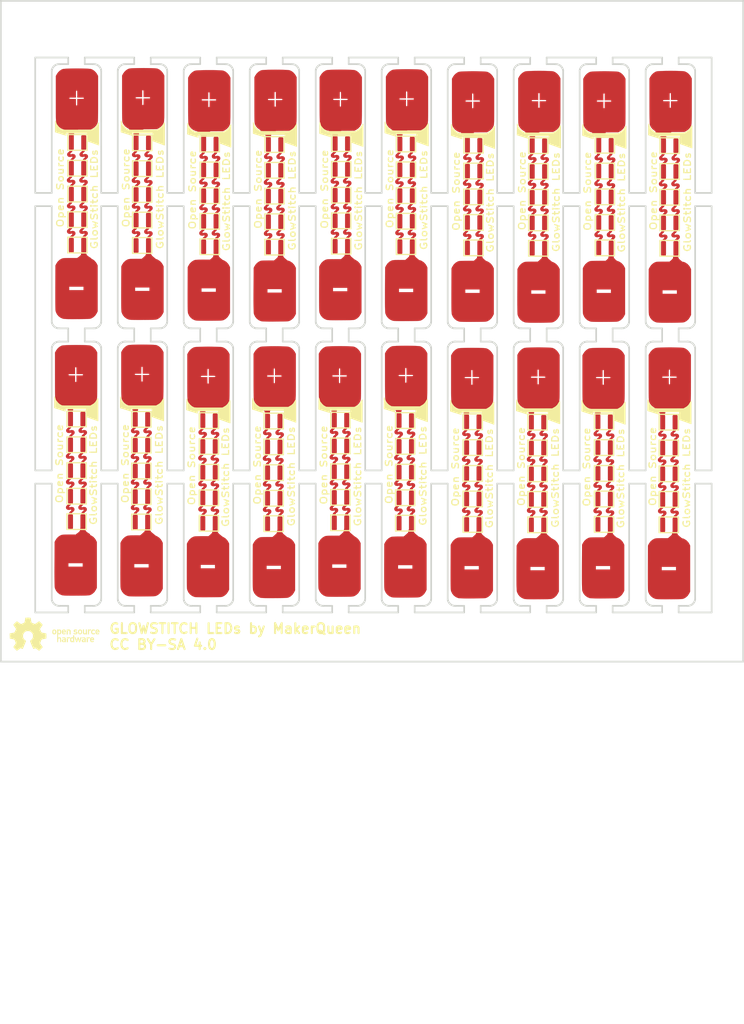
<source format=kicad_pcb>
(kicad_pcb (version 20171130) (host pcbnew "(5.1.12)-1")
  (layers (0 F.Cu signal) (31 B.Cu signal) (34 B.Paste user) (35 F.Paste user) (36 B.SilkS user) (37 F.SilkS user) (38 B.Mask user) (39 F.Mask user) (44 Edge.Cuts user))
  (net 0 "")
  (module opensource (layer F.Cu) (at 121.35 212.63)
    (fp_text reference G*** hide)
    (fp_text value LOGO hide)
  )
  (module LOGO (layer F.Cu) (at 122.67 122.07)
    (fp_text reference G*** hide)
    (fp_text value LOGO hide)
    (fp_poly (pts (xy 5.967629 -24.937737) (xy 6.298054 -24.93201) (xy 6.598884 -24.923157) (xy 6.857429 -24.911179) (xy 7.061001 -24.896075) (xy 7.19691 -24.877845) (xy 7.225134 -24.87103) (xy 7.450991 -24.766911) (xy 7.669169 -24.599886) (xy 7.856311 -24.390251) (xy 7.950087 -24.241056) (xy 8.0645 -24.024167) (xy 8.0645 -21.2725) (xy 8.064393 -20.720137) (xy 8.063952 -20.24591) (xy 8.063003 -19.843291) (xy 8.061367 -19.505749) (xy 8.058868 -19.226755) (xy 8.05533 -18.999779) (xy 8.050576 -18.818292) (xy 8.044429 -18.675763) (xy 8.036713 -18.565664) (xy 8.027251 -18.481464) (xy 8.015865 -18.416634) (xy 8.002381 -18.364645) (xy 7.98662 -18.318965) (xy 7.984432 -18.313248) (xy 7.839961 -18.05057) (xy 7.629201 -17.823206) (xy 7.389853 -17.660295) (xy 7.1755 -17.547167) (xy 5.566834 -17.539268) (xy 5.201905 -17.538345) (xy 4.860434 -17.539144) (xy 4.552438 -17.541518) (xy 4.287934 -17.545317) (xy 4.076939 -17.550394) (xy 3.929471 -17.556601) (xy 3.855546 -17.563788) (xy 3.852334 -17.564633) (xy 3.555051 -17.697734) (xy 3.303869 -17.890809) (xy 3.111193 -18.13267) (xy 3.022235 -18.313248) (xy 3.00617 -18.358592) (xy 2.992404 -18.409411) (xy 2.980761 -18.472236) (xy 2.971062 -18.553596) (xy 2.963133 -18.660021) (xy 2.956795 -18.798041) (xy 2.951873 -18.974185) (xy 2.948189 -19.194983) (xy 2.945568 -19.466965) (xy 2.943831 -19.79666) (xy 2.942804 -20.190598) (xy 2.942308 -20.655309) (xy 2.942168 -21.197322) (xy 2.942167 -21.2725) (xy 2.942167 -21.336) (xy 4.572 -21.336) (xy 4.578073 -21.296649) (xy 4.606762 -21.271814) (xy 4.673772 -21.258187) (xy 4.794809 -21.252463) (xy 4.974167 -21.251334) (xy 5.376334 -21.251334) (xy 5.376334 -20.849167) (xy 5.377612 -20.662249) (xy 5.383652 -20.544279) (xy 5.397759 -20.479553) (xy 5.423241 -20.452365) (xy 5.461 -20.447) (xy 5.500351 -20.453073) (xy 5.525187 -20.481762) (xy 5.538814 -20.548772) (xy 5.544538 -20.669809) (xy 5.545667 -20.849167) (xy 5.545667 -21.251334) (xy 5.947834 -21.251334) (xy 6.134752 -21.252612) (xy 6.252721 -21.258652) (xy 6.317448 -21.272759) (xy 6.344636 -21.298241) (xy 6.35 -21.336) (xy 6.343927 -21.375352) (xy 6.315239 -21.400187) (xy 6.248228 -21.413814) (xy 6.127191 -21.419538) (xy 5.947834 -21.420667) (xy 5.545667 -21.420667) (xy 5.545667 -21.844) (xy 5.544505 -22.036675) (xy 5.538975 -22.160018) (xy 5.526014 -22.229354) (xy 5.502555 -22.260006) (xy 5.465535 -22.267299) (xy 5.461 -22.267334) (xy 5.422465 -22.261524) (xy 5.397797 -22.233877) (xy 5.38393 -22.169069) (xy 5.377799 -22.051776) (xy 5.37634 -21.866673) (xy 5.376334 -21.844) (xy 5.376334 -21.420667) (xy 4.974167 -21.420667) (xy 4.787249 -21.419389) (xy 4.669279 -21.413349) (xy 4.604553 -21.399242) (xy 4.577364 -21.37376) (xy 4.572 -21.336) (xy 2.942167 -21.336) (xy 2.942167 -24.024167) (xy 3.05658 -24.241056) (xy 3.211098 -24.467477) (xy 3.411804 -24.664456) (xy 3.635341 -24.811696) (xy 3.781533 -24.87103) (xy 3.891902 -24.890308) (xy 4.07419 -24.90646) (xy 4.315708 -24.919487) (xy 4.603768 -24.929388) (xy 4.925679 -24.936164) (xy 5.268752 -24.939814) (xy 5.620299 -24.940338) (xy 5.967629 -24.937737)) (layer F.Cu) (width 0.01))
  )
  (module adafruit:LED_0805_RGB_ELKEI (layer F.Cu) (at 128.05 112.4466)
    (fp_text reference REF** hide)
    (fp_text value LED_0805_2x1.8mm hide)
    (pad 2 smd roundrect (at 0.762 0) (size 0.6 1.8) (layers F.Cu F.Paste F.Mask))
    (pad 1 smd roundrect (at -0.7366 0) (size 0.6 1.8) (layers F.Cu F.Paste F.Mask))
  )
  (module LOGO (layer F.Cu) (at 122.59 112.67)
    (fp_text reference G*** hide)
    (fp_text value LOGO hide)
  )
  (module adafruit:LED_0805_RGB_ELKEI (layer F.Cu) (at 128.05 106.1966)
    (fp_text reference REF** hide)
    (fp_text value LED_0805_2x1.8mm hide)
    (pad 2 smd roundrect (at 0.762 0) (size 0.6 1.8) (layers F.Cu F.Paste F.Mask))
    (pad 1 smd roundrect (at -0.7366 0) (size 0.6 1.8) (layers F.Cu F.Paste F.Mask))
  )
  (module adafruit:LED_0805_RGB_ELKEI (layer F.Cu) (at 128.05 109.3216)
    (fp_text reference REF** hide)
    (fp_text value LED_0805_2x1.8mm hide)
    (pad 1 smd roundrect (at -0.7366 0) (size 0.6 1.8) (layers F.Cu F.Paste F.Mask))
    (pad 2 smd roundrect (at 0.762 0) (size 0.6 1.8) (layers F.Cu F.Paste F.Mask))
  )
  (module LOGO (layer F.Cu) (at 122.58 112.69)
    (fp_text reference G*** hide)
    (fp_text value LOGO hide)
    (fp_poly (pts (xy 5.917503 7.536246) (xy 6.255931 7.536827) (xy 6.527542 7.53839) (xy 6.741263 7.541422) (xy 6.906018 7.546408) (xy 7.030733 7.553836) (xy 7.124333 7.56419) (xy 7.195744 7.577958) (xy 7.253889 7.595626) (xy 7.307696 7.61768) (xy 7.349159 7.636733) (xy 7.625686 7.811041) (xy 7.848047 8.048256) (xy 7.963254 8.239831) (xy 8.0645 8.4455) (xy 8.0645 13.991166) (xy 7.946387 14.231687) (xy 7.767975 14.50456) (xy 7.529215 14.718311) (xy 7.325818 14.83336) (xy 7.271881 14.856673) (xy 7.214932 14.875611) (xy 7.14582 14.890692) (xy 7.05539 14.902432) (xy 6.934489 14.911347) (xy 6.773965 14.917954) (xy 6.564663 14.92277) (xy 6.297431 14.926311) (xy 5.963116 14.929094) (xy 5.588 14.931431) (xy 5.147655 14.933169) (xy 4.784413 14.932681) (xy 4.490732 14.929764) (xy 4.259072 14.924215) (xy 4.081892 14.915829) (xy 3.951652 14.904405) (xy 3.860812 14.889737) (xy 3.838462 14.884224) (xy 3.558367 14.765338) (xy 3.315196 14.57983) (xy 3.122513 14.342119) (xy 2.993882 14.066621) (xy 2.964716 13.955492) (xy 2.953707 13.862451) (xy 2.944647 13.697633) (xy 2.937516 13.459204) (xy 2.932291 13.145329) (xy 2.928949 12.754173) (xy 2.927468 12.283903) (xy 2.927827 11.732684) (xy 2.930003 11.09868) (xy 2.930052 11.08783) (xy 2.930424 11.006666) (xy 4.614334 11.006666) (xy 4.614334 11.43) (xy 6.35 11.43) (xy 6.35 11.006666) (xy 4.614334 11.006666) (xy 2.930424 11.006666) (xy 2.942167 8.4455) (xy 3.043413 8.239831) (xy 3.224304 7.964911) (xy 3.465185 7.74718) (xy 3.657508 7.636733) (xy 3.713761 7.611187) (xy 3.767867 7.59038) (xy 3.828752 7.573827) (xy 3.905342 7.561041) (xy 4.006562 7.551535) (xy 4.141337 7.544823) (xy 4.318593 7.54042) (xy 4.547254 7.537838) (xy 4.836246 7.536591) (xy 5.194494 7.536194) (xy 5.503334 7.53616) (xy 5.917503 7.536246)) (layer F.Cu) (width 0.01))
  )
  (module LOGO (layer F.Cu) (at 122.67 122.08)
    (fp_text reference G*** hide)
    (fp_text value LOGO hide)
  )
  (module adafruit:LED_0805_RGB_ELKEI (layer F.Cu) (at 128.05 118.6216)
    (fp_text reference REF** hide)
    (fp_text value LED_0805_2x1.8mm hide)
    (pad 1 smd roundrect (at -0.7366 0) (size 0.6 1.8) (layers F.Cu F.Paste F.Mask))
    (pad 2 smd roundrect (at 0.762 0) (size 0.6 1.8) (layers F.Cu F.Paste F.Mask))
  )
  (module adafruit:LED_0805_RGB_ELKEI (layer F.Cu) (at 128.05 115.5466)
    (fp_text reference REF** hide)
    (fp_text value LED_0805_2x1.8mm hide)
    (pad 1 smd roundrect (at -0.7366 0) (size 0.6 1.8) (layers F.Cu F.Paste F.Mask))
    (pad 2 smd roundrect (at 0.762 0) (size 0.6 1.8) (layers F.Cu F.Paste F.Mask))
  )
  (module LOGO (layer F.Cu) (at 170.6 113.03)
    (fp_text reference G*** hide)
    (fp_text value LOGO hide)
    (fp_poly (pts (xy 5.917503 7.536246) (xy 6.255931 7.536827) (xy 6.527542 7.53839) (xy 6.741263 7.541422) (xy 6.906018 7.546408) (xy 7.030733 7.553836) (xy 7.124333 7.56419) (xy 7.195744 7.577958) (xy 7.253889 7.595626) (xy 7.307696 7.61768) (xy 7.349159 7.636733) (xy 7.625686 7.811041) (xy 7.848047 8.048256) (xy 7.963254 8.239831) (xy 8.0645 8.4455) (xy 8.0645 13.991166) (xy 7.946387 14.231687) (xy 7.767975 14.50456) (xy 7.529215 14.718311) (xy 7.325818 14.83336) (xy 7.271881 14.856673) (xy 7.214932 14.875611) (xy 7.14582 14.890692) (xy 7.05539 14.902432) (xy 6.934489 14.911347) (xy 6.773965 14.917954) (xy 6.564663 14.92277) (xy 6.297431 14.926311) (xy 5.963116 14.929094) (xy 5.588 14.931431) (xy 5.147655 14.933169) (xy 4.784413 14.932681) (xy 4.490732 14.929764) (xy 4.259072 14.924215) (xy 4.081892 14.915829) (xy 3.951652 14.904405) (xy 3.860812 14.889737) (xy 3.838462 14.884224) (xy 3.558367 14.765338) (xy 3.315196 14.57983) (xy 3.122513 14.342119) (xy 2.993882 14.066621) (xy 2.964716 13.955492) (xy 2.953707 13.862451) (xy 2.944647 13.697633) (xy 2.937516 13.459204) (xy 2.932291 13.145329) (xy 2.928949 12.754173) (xy 2.927468 12.283903) (xy 2.927827 11.732684) (xy 2.930003 11.09868) (xy 2.930052 11.08783) (xy 2.930424 11.006666) (xy 4.614334 11.006666) (xy 4.614334 11.43) (xy 6.35 11.43) (xy 6.35 11.006666) (xy 4.614334 11.006666) (xy 2.930424 11.006666) (xy 2.942167 8.4455) (xy 3.043413 8.239831) (xy 3.224304 7.964911) (xy 3.465185 7.74718) (xy 3.657508 7.636733) (xy 3.713761 7.611187) (xy 3.767867 7.59038) (xy 3.828752 7.573827) (xy 3.905342 7.561041) (xy 4.006562 7.551535) (xy 4.141337 7.544823) (xy 4.318593 7.54042) (xy 4.547254 7.537838) (xy 4.836246 7.536591) (xy 5.194494 7.536194) (xy 5.503334 7.53616) (xy 5.917503 7.536246)) (layer F.Cu) (width 0.01))
  )
  (module adafruit:LED_0805_RGB_ELKEI (layer F.Cu) (at 168.22 109.6116)
    (fp_text reference REF** hide)
    (fp_text value LED_0805_2x1.8mm hide)
    (pad 2 smd roundrect (at 0.762 0) (size 0.6 1.8) (layers F.Cu F.Paste F.Mask))
    (pad 1 smd roundrect (at -0.7366 0) (size 0.6 1.8) (layers F.Cu F.Paste F.Mask))
  )
  (module adafruit:LED_0805_RGB_ELKEI (layer F.Cu) (at 152.18 106.2866)
    (fp_text reference REF** hide)
    (fp_text value LED_0805_2x1.8mm hide)
    (pad 2 smd roundrect (at 0.762 0) (size 0.6 1.8) (layers F.Cu F.Paste F.Mask))
    (pad 1 smd roundrect (at -0.7366 0) (size 0.6 1.8) (layers F.Cu F.Paste F.Mask))
  )
  (module adafruit:LED_0805_RGB_ELKEI (layer F.Cu) (at 152.18 112.5366)
    (fp_text reference REF** hide)
    (fp_text value LED_0805_2x1.8mm hide)
    (pad 2 smd roundrect (at 0.762 0) (size 0.6 1.8) (layers F.Cu F.Paste F.Mask))
    (pad 1 smd roundrect (at -0.7366 0) (size 0.6 1.8) (layers F.Cu F.Paste F.Mask))
  )
  (module adafruit:LED_0805_RGB_ELKEI (layer F.Cu) (at 152.18 118.7116)
    (fp_text reference REF** hide)
    (fp_text value LED_0805_2x1.8mm hide)
    (pad 1 smd roundrect (at -0.7366 0) (size 0.6 1.8) (layers F.Cu F.Paste F.Mask))
    (pad 2 smd roundrect (at 0.762 0) (size 0.6 1.8) (layers F.Cu F.Paste F.Mask))
  )
  (module adafruit:LED_0805_RGB_ELKEI (layer F.Cu) (at 152.18 115.6366)
    (fp_text reference REF** hide)
    (fp_text value LED_0805_2x1.8mm hide)
    (pad 1 smd roundrect (at -0.7366 0) (size 0.6 1.8) (layers F.Cu F.Paste F.Mask))
    (pad 2 smd roundrect (at 0.762 0) (size 0.6 1.8) (layers F.Cu F.Paste F.Mask))
  )
  (module adafruit:LED_0805_RGB_ELKEI (layer F.Cu) (at 152.18 109.4116)
    (fp_text reference REF** hide)
    (fp_text value LED_0805_2x1.8mm hide)
    (pad 1 smd roundrect (at -0.7366 0) (size 0.6 1.8) (layers F.Cu F.Paste F.Mask))
    (pad 2 smd roundrect (at 0.762 0) (size 0.6 1.8) (layers F.Cu F.Paste F.Mask))
  )
  (module LOGO (layer F.Cu) (at 162.62 112.91)
    (fp_text reference G*** hide)
    (fp_text value LOGO hide)
  )
  (module LOGO (layer F.Cu) (at 114.6 112.57)
    (fp_text reference G*** hide)
    (fp_text value LOGO hide)
  )
  (module LOGO (layer F.Cu) (at 114.67 122.13)
    (fp_text reference G*** hide)
    (fp_text value LOGO hide)
  )
  (module LOGO (layer F.Cu) (at 114.59 112.59)
    (fp_text reference G*** hide)
    (fp_text value LOGO hide)
    (fp_poly (pts (xy 5.917503 7.536246) (xy 6.255931 7.536827) (xy 6.527542 7.53839) (xy 6.741263 7.541422) (xy 6.906018 7.546408) (xy 7.030733 7.553836) (xy 7.124333 7.56419) (xy 7.195744 7.577958) (xy 7.253889 7.595626) (xy 7.307696 7.61768) (xy 7.349159 7.636733) (xy 7.625686 7.811041) (xy 7.848047 8.048256) (xy 7.963254 8.239831) (xy 8.0645 8.4455) (xy 8.0645 13.991166) (xy 7.946387 14.231687) (xy 7.767975 14.50456) (xy 7.529215 14.718311) (xy 7.325818 14.83336) (xy 7.271881 14.856673) (xy 7.214932 14.875611) (xy 7.14582 14.890692) (xy 7.05539 14.902432) (xy 6.934489 14.911347) (xy 6.773965 14.917954) (xy 6.564663 14.92277) (xy 6.297431 14.926311) (xy 5.963116 14.929094) (xy 5.588 14.931431) (xy 5.147655 14.933169) (xy 4.784413 14.932681) (xy 4.490732 14.929764) (xy 4.259072 14.924215) (xy 4.081892 14.915829) (xy 3.951652 14.904405) (xy 3.860812 14.889737) (xy 3.838462 14.884224) (xy 3.558367 14.765338) (xy 3.315196 14.57983) (xy 3.122513 14.342119) (xy 2.993882 14.066621) (xy 2.964716 13.955492) (xy 2.953707 13.862451) (xy 2.944647 13.697633) (xy 2.937516 13.459204) (xy 2.932291 13.145329) (xy 2.928949 12.754173) (xy 2.927468 12.283903) (xy 2.927827 11.732684) (xy 2.930003 11.09868) (xy 2.930052 11.08783) (xy 2.930424 11.006666) (xy 4.614334 11.006666) (xy 4.614334 11.43) (xy 6.35 11.43) (xy 6.35 11.006666) (xy 4.614334 11.006666) (xy 2.930424 11.006666) (xy 2.942167 8.4455) (xy 3.043413 8.239831) (xy 3.224304 7.964911) (xy 3.465185 7.74718) (xy 3.657508 7.636733) (xy 3.713761 7.611187) (xy 3.767867 7.59038) (xy 3.828752 7.573827) (xy 3.905342 7.561041) (xy 4.006562 7.551535) (xy 4.141337 7.544823) (xy 4.318593 7.54042) (xy 4.547254 7.537838) (xy 4.836246 7.536591) (xy 5.194494 7.536194) (xy 5.503334 7.53616) (xy 5.917503 7.536246)) (layer F.Cu) (width 0.01))
  )
  (module adafruit:LED_0805_RGB_ELKEI (layer F.Cu) (at 176.07 106.5366)
    (fp_text reference REF** hide)
    (fp_text value LED_0805_2x1.8mm hide)
    (pad 2 smd roundrect (at 0.762 0) (size 0.6 1.8) (layers F.Cu F.Paste F.Mask))
    (pad 1 smd roundrect (at -0.7366 0) (size 0.6 1.8) (layers F.Cu F.Paste F.Mask))
  )
  (module adafruit:LED_0805_RGB_ELKEI (layer F.Cu) (at 176.07 109.6616)
    (fp_text reference REF** hide)
    (fp_text value LED_0805_2x1.8mm hide)
    (pad 1 smd roundrect (at -0.7366 0) (size 0.6 1.8) (layers F.Cu F.Paste F.Mask))
    (pad 2 smd roundrect (at 0.762 0) (size 0.6 1.8) (layers F.Cu F.Paste F.Mask))
  )
  (module adafruit:LED_0805_RGB_ELKEI (layer F.Cu) (at 168.22 112.7366)
    (fp_text reference REF** hide)
    (fp_text value LED_0805_2x1.8mm hide)
    (pad 1 smd roundrect (at -0.7366 0) (size 0.6 1.8) (layers F.Cu F.Paste F.Mask))
    (pad 2 smd roundrect (at 0.762 0) (size 0.6 1.8) (layers F.Cu F.Paste F.Mask))
  )
  (module adafruit:LED_0805_RGB_ELKEI (layer F.Cu) (at 168.22 106.4866)
    (fp_text reference REF** hide)
    (fp_text value LED_0805_2x1.8mm hide)
    (pad 1 smd roundrect (at -0.7366 0) (size 0.6 1.8) (layers F.Cu F.Paste F.Mask))
    (pad 2 smd roundrect (at 0.762 0) (size 0.6 1.8) (layers F.Cu F.Paste F.Mask))
  )
  (module LOGO (layer F.Cu) (at 162.61 112.93)
    (fp_text reference G*** hide)
    (fp_text value LOGO hide)
    (fp_poly (pts (xy 5.917503 7.536246) (xy 6.255931 7.536827) (xy 6.527542 7.53839) (xy 6.741263 7.541422) (xy 6.906018 7.546408) (xy 7.030733 7.553836) (xy 7.124333 7.56419) (xy 7.195744 7.577958) (xy 7.253889 7.595626) (xy 7.307696 7.61768) (xy 7.349159 7.636733) (xy 7.625686 7.811041) (xy 7.848047 8.048256) (xy 7.963254 8.239831) (xy 8.0645 8.4455) (xy 8.0645 13.991166) (xy 7.946387 14.231687) (xy 7.767975 14.50456) (xy 7.529215 14.718311) (xy 7.325818 14.83336) (xy 7.271881 14.856673) (xy 7.214932 14.875611) (xy 7.14582 14.890692) (xy 7.05539 14.902432) (xy 6.934489 14.911347) (xy 6.773965 14.917954) (xy 6.564663 14.92277) (xy 6.297431 14.926311) (xy 5.963116 14.929094) (xy 5.588 14.931431) (xy 5.147655 14.933169) (xy 4.784413 14.932681) (xy 4.490732 14.929764) (xy 4.259072 14.924215) (xy 4.081892 14.915829) (xy 3.951652 14.904405) (xy 3.860812 14.889737) (xy 3.838462 14.884224) (xy 3.558367 14.765338) (xy 3.315196 14.57983) (xy 3.122513 14.342119) (xy 2.993882 14.066621) (xy 2.964716 13.955492) (xy 2.953707 13.862451) (xy 2.944647 13.697633) (xy 2.937516 13.459204) (xy 2.932291 13.145329) (xy 2.928949 12.754173) (xy 2.927468 12.283903) (xy 2.927827 11.732684) (xy 2.930003 11.09868) (xy 2.930052 11.08783) (xy 2.930424 11.006666) (xy 4.614334 11.006666) (xy 4.614334 11.43) (xy 6.35 11.43) (xy 6.35 11.006666) (xy 4.614334 11.006666) (xy 2.930424 11.006666) (xy 2.942167 8.4455) (xy 3.043413 8.239831) (xy 3.224304 7.964911) (xy 3.465185 7.74718) (xy 3.657508 7.636733) (xy 3.713761 7.611187) (xy 3.767867 7.59038) (xy 3.828752 7.573827) (xy 3.905342 7.561041) (xy 4.006562 7.551535) (xy 4.141337 7.544823) (xy 4.318593 7.54042) (xy 4.547254 7.537838) (xy 4.836246 7.536591) (xy 5.194494 7.536194) (xy 5.503334 7.53616) (xy 5.917503 7.536246)) (layer F.Cu) (width 0.01))
  )
  (module LOGO (layer F.Cu) (at 170.69 122.42)
    (fp_text reference G*** hide)
    (fp_text value LOGO hide)
  )
  (module LOGO (layer F.Cu) (at 170.61 113.01)
    (fp_text reference G*** hide)
    (fp_text value LOGO hide)
  )
  (module LOGO (layer F.Cu) (at 162.69 122.47)
    (fp_text reference G*** hide)
    (fp_text value LOGO hide)
  )
  (module adafruit:LED_0805_RGB_ELKEI (layer F.Cu) (at 176.07 115.8866)
    (fp_text reference REF** hide)
    (fp_text value LED_0805_2x1.8mm hide)
    (pad 1 smd roundrect (at -0.7366 0) (size 0.6 1.8) (layers F.Cu F.Paste F.Mask))
    (pad 2 smd roundrect (at 0.762 0) (size 0.6 1.8) (layers F.Cu F.Paste F.Mask))
  )
  (module LOGO (layer F.Cu) (at 146.57 112.73)
    (fp_text reference G*** hide)
    (fp_text value LOGO hide)
    (fp_poly (pts (xy 5.917503 7.536246) (xy 6.255931 7.536827) (xy 6.527542 7.53839) (xy 6.741263 7.541422) (xy 6.906018 7.546408) (xy 7.030733 7.553836) (xy 7.124333 7.56419) (xy 7.195744 7.577958) (xy 7.253889 7.595626) (xy 7.307696 7.61768) (xy 7.349159 7.636733) (xy 7.625686 7.811041) (xy 7.848047 8.048256) (xy 7.963254 8.239831) (xy 8.0645 8.4455) (xy 8.0645 13.991166) (xy 7.946387 14.231687) (xy 7.767975 14.50456) (xy 7.529215 14.718311) (xy 7.325818 14.83336) (xy 7.271881 14.856673) (xy 7.214932 14.875611) (xy 7.14582 14.890692) (xy 7.05539 14.902432) (xy 6.934489 14.911347) (xy 6.773965 14.917954) (xy 6.564663 14.92277) (xy 6.297431 14.926311) (xy 5.963116 14.929094) (xy 5.588 14.931431) (xy 5.147655 14.933169) (xy 4.784413 14.932681) (xy 4.490732 14.929764) (xy 4.259072 14.924215) (xy 4.081892 14.915829) (xy 3.951652 14.904405) (xy 3.860812 14.889737) (xy 3.838462 14.884224) (xy 3.558367 14.765338) (xy 3.315196 14.57983) (xy 3.122513 14.342119) (xy 2.993882 14.066621) (xy 2.964716 13.955492) (xy 2.953707 13.862451) (xy 2.944647 13.697633) (xy 2.937516 13.459204) (xy 2.932291 13.145329) (xy 2.928949 12.754173) (xy 2.927468 12.283903) (xy 2.927827 11.732684) (xy 2.930003 11.09868) (xy 2.930052 11.08783) (xy 2.930424 11.006666) (xy 4.614334 11.006666) (xy 4.614334 11.43) (xy 6.35 11.43) (xy 6.35 11.006666) (xy 4.614334 11.006666) (xy 2.930424 11.006666) (xy 2.942167 8.4455) (xy 3.043413 8.239831) (xy 3.224304 7.964911) (xy 3.465185 7.74718) (xy 3.657508 7.636733) (xy 3.713761 7.611187) (xy 3.767867 7.59038) (xy 3.828752 7.573827) (xy 3.905342 7.561041) (xy 4.006562 7.551535) (xy 4.141337 7.544823) (xy 4.318593 7.54042) (xy 4.547254 7.537838) (xy 4.836246 7.536591) (xy 5.194494 7.536194) (xy 5.503334 7.53616) (xy 5.917503 7.536246)) (layer F.Cu) (width 0.01))
  )
  (module adafruit:LED_0805_RGB_ELKEI (layer F.Cu) (at 168.22 115.8366)
    (fp_text reference REF** hide)
    (fp_text value LED_0805_2x1.8mm hide)
    (pad 2 smd roundrect (at 0.762 0) (size 0.6 1.8) (layers F.Cu F.Paste F.Mask))
    (pad 1 smd roundrect (at -0.7366 0) (size 0.6 1.8) (layers F.Cu F.Paste F.Mask))
  )
  (module LOGO (layer F.Cu) (at 170.69 122.41)
    (fp_text reference G*** hide)
    (fp_text value LOGO hide)
    (fp_poly (pts (xy 5.967629 -24.937737) (xy 6.298054 -24.93201) (xy 6.598884 -24.923157) (xy 6.857429 -24.911179) (xy 7.061001 -24.896075) (xy 7.19691 -24.877845) (xy 7.225134 -24.87103) (xy 7.450991 -24.766911) (xy 7.669169 -24.599886) (xy 7.856311 -24.390251) (xy 7.950087 -24.241056) (xy 8.0645 -24.024167) (xy 8.0645 -21.2725) (xy 8.064393 -20.720137) (xy 8.063952 -20.24591) (xy 8.063003 -19.843291) (xy 8.061367 -19.505749) (xy 8.058868 -19.226755) (xy 8.05533 -18.999779) (xy 8.050576 -18.818292) (xy 8.044429 -18.675763) (xy 8.036713 -18.565664) (xy 8.027251 -18.481464) (xy 8.015865 -18.416634) (xy 8.002381 -18.364645) (xy 7.98662 -18.318965) (xy 7.984432 -18.313248) (xy 7.839961 -18.05057) (xy 7.629201 -17.823206) (xy 7.389853 -17.660295) (xy 7.1755 -17.547167) (xy 5.566834 -17.539268) (xy 5.201905 -17.538345) (xy 4.860434 -17.539144) (xy 4.552438 -17.541518) (xy 4.287934 -17.545317) (xy 4.076939 -17.550394) (xy 3.929471 -17.556601) (xy 3.855546 -17.563788) (xy 3.852334 -17.564633) (xy 3.555051 -17.697734) (xy 3.303869 -17.890809) (xy 3.111193 -18.13267) (xy 3.022235 -18.313248) (xy 3.00617 -18.358592) (xy 2.992404 -18.409411) (xy 2.980761 -18.472236) (xy 2.971062 -18.553596) (xy 2.963133 -18.660021) (xy 2.956795 -18.798041) (xy 2.951873 -18.974185) (xy 2.948189 -19.194983) (xy 2.945568 -19.466965) (xy 2.943831 -19.79666) (xy 2.942804 -20.190598) (xy 2.942308 -20.655309) (xy 2.942168 -21.197322) (xy 2.942167 -21.2725) (xy 2.942167 -21.336) (xy 4.572 -21.336) (xy 4.578073 -21.296649) (xy 4.606762 -21.271814) (xy 4.673772 -21.258187) (xy 4.794809 -21.252463) (xy 4.974167 -21.251334) (xy 5.376334 -21.251334) (xy 5.376334 -20.849167) (xy 5.377612 -20.662249) (xy 5.383652 -20.544279) (xy 5.397759 -20.479553) (xy 5.423241 -20.452365) (xy 5.461 -20.447) (xy 5.500351 -20.453073) (xy 5.525187 -20.481762) (xy 5.538814 -20.548772) (xy 5.544538 -20.669809) (xy 5.545667 -20.849167) (xy 5.545667 -21.251334) (xy 5.947834 -21.251334) (xy 6.134752 -21.252612) (xy 6.252721 -21.258652) (xy 6.317448 -21.272759) (xy 6.344636 -21.298241) (xy 6.35 -21.336) (xy 6.343927 -21.375352) (xy 6.315239 -21.400187) (xy 6.248228 -21.413814) (xy 6.127191 -21.419538) (xy 5.947834 -21.420667) (xy 5.545667 -21.420667) (xy 5.545667 -21.844) (xy 5.544505 -22.036675) (xy 5.538975 -22.160018) (xy 5.526014 -22.229354) (xy 5.502555 -22.260006) (xy 5.465535 -22.267299) (xy 5.461 -22.267334) (xy 5.422465 -22.261524) (xy 5.397797 -22.233877) (xy 5.38393 -22.169069) (xy 5.377799 -22.051776) (xy 5.37634 -21.866673) (xy 5.376334 -21.844) (xy 5.376334 -21.420667) (xy 4.974167 -21.420667) (xy 4.787249 -21.419389) (xy 4.669279 -21.413349) (xy 4.604553 -21.399242) (xy 4.577364 -21.37376) (xy 4.572 -21.336) (xy 2.942167 -21.336) (xy 2.942167 -24.024167) (xy 3.05658 -24.241056) (xy 3.211098 -24.467477) (xy 3.411804 -24.664456) (xy 3.635341 -24.811696) (xy 3.781533 -24.87103) (xy 3.891902 -24.890308) (xy 4.07419 -24.90646) (xy 4.315708 -24.919487) (xy 4.603768 -24.929388) (xy 4.925679 -24.936164) (xy 5.268752 -24.939814) (xy 5.620299 -24.940338) (xy 5.967629 -24.937737)) (layer F.Cu) (width 0.01))
  )
  (module LOGO (layer F.Cu) (at 146.65 122.27)
    (fp_text reference G*** hide)
    (fp_text value LOGO hide)
  )
  (module LOGO (layer F.Cu) (at 146.62 122.26)
    (fp_text reference G*** hide)
    (fp_text value LOGO hide)
    (fp_poly (pts (xy 5.967629 -24.937737) (xy 6.298054 -24.93201) (xy 6.598884 -24.923157) (xy 6.857429 -24.911179) (xy 7.061001 -24.896075) (xy 7.19691 -24.877845) (xy 7.225134 -24.87103) (xy 7.450991 -24.766911) (xy 7.669169 -24.599886) (xy 7.856311 -24.390251) (xy 7.950087 -24.241056) (xy 8.0645 -24.024167) (xy 8.0645 -21.2725) (xy 8.064393 -20.720137) (xy 8.063952 -20.24591) (xy 8.063003 -19.843291) (xy 8.061367 -19.505749) (xy 8.058868 -19.226755) (xy 8.05533 -18.999779) (xy 8.050576 -18.818292) (xy 8.044429 -18.675763) (xy 8.036713 -18.565664) (xy 8.027251 -18.481464) (xy 8.015865 -18.416634) (xy 8.002381 -18.364645) (xy 7.98662 -18.318965) (xy 7.984432 -18.313248) (xy 7.839961 -18.05057) (xy 7.629201 -17.823206) (xy 7.389853 -17.660295) (xy 7.1755 -17.547167) (xy 5.566834 -17.539268) (xy 5.201905 -17.538345) (xy 4.860434 -17.539144) (xy 4.552438 -17.541518) (xy 4.287934 -17.545317) (xy 4.076939 -17.550394) (xy 3.929471 -17.556601) (xy 3.855546 -17.563788) (xy 3.852334 -17.564633) (xy 3.555051 -17.697734) (xy 3.303869 -17.890809) (xy 3.111193 -18.13267) (xy 3.022235 -18.313248) (xy 3.00617 -18.358592) (xy 2.992404 -18.409411) (xy 2.980761 -18.472236) (xy 2.971062 -18.553596) (xy 2.963133 -18.660021) (xy 2.956795 -18.798041) (xy 2.951873 -18.974185) (xy 2.948189 -19.194983) (xy 2.945568 -19.466965) (xy 2.943831 -19.79666) (xy 2.942804 -20.190598) (xy 2.942308 -20.655309) (xy 2.942168 -21.197322) (xy 2.942167 -21.2725) (xy 2.942167 -21.336) (xy 4.572 -21.336) (xy 4.578073 -21.296649) (xy 4.606762 -21.271814) (xy 4.673772 -21.258187) (xy 4.794809 -21.252463) (xy 4.974167 -21.251334) (xy 5.376334 -21.251334) (xy 5.376334 -20.849167) (xy 5.377612 -20.662249) (xy 5.383652 -20.544279) (xy 5.397759 -20.479553) (xy 5.423241 -20.452365) (xy 5.461 -20.447) (xy 5.500351 -20.453073) (xy 5.525187 -20.481762) (xy 5.538814 -20.548772) (xy 5.544538 -20.669809) (xy 5.545667 -20.849167) (xy 5.545667 -21.251334) (xy 5.947834 -21.251334) (xy 6.134752 -21.252612) (xy 6.252721 -21.258652) (xy 6.317448 -21.272759) (xy 6.344636 -21.298241) (xy 6.35 -21.336) (xy 6.343927 -21.375352) (xy 6.315239 -21.400187) (xy 6.248228 -21.413814) (xy 6.127191 -21.419538) (xy 5.947834 -21.420667) (xy 5.545667 -21.420667) (xy 5.545667 -21.844) (xy 5.544505 -22.036675) (xy 5.538975 -22.160018) (xy 5.526014 -22.229354) (xy 5.502555 -22.260006) (xy 5.465535 -22.267299) (xy 5.461 -22.267334) (xy 5.422465 -22.261524) (xy 5.397797 -22.233877) (xy 5.38393 -22.169069) (xy 5.377799 -22.051776) (xy 5.37634 -21.866673) (xy 5.376334 -21.844) (xy 5.376334 -21.420667) (xy 4.974167 -21.420667) (xy 4.787249 -21.419389) (xy 4.669279 -21.413349) (xy 4.604553 -21.399242) (xy 4.577364 -21.37376) (xy 4.572 -21.336) (xy 2.942167 -21.336) (xy 2.942167 -24.024167) (xy 3.05658 -24.241056) (xy 3.211098 -24.467477) (xy 3.411804 -24.664456) (xy 3.635341 -24.811696) (xy 3.781533 -24.87103) (xy 3.891902 -24.890308) (xy 4.07419 -24.90646) (xy 4.315708 -24.919487) (xy 4.603768 -24.929388) (xy 4.925679 -24.936164) (xy 5.268752 -24.939814) (xy 5.620299 -24.940338) (xy 5.967629 -24.937737)) (layer F.Cu) (width 0.01))
  )
  (module adafruit:LED_0805_RGB_ELKEI (layer F.Cu) (at 168.22 118.9116)
    (fp_text reference REF** hide)
    (fp_text value LED_0805_2x1.8mm hide)
    (pad 2 smd roundrect (at 0.762 0) (size 0.6 1.8) (layers F.Cu F.Paste F.Mask))
    (pad 1 smd roundrect (at -0.7366 0) (size 0.6 1.8) (layers F.Cu F.Paste F.Mask))
  )
  (module adafruit:LED_0805_RGB_ELKEI (layer F.Cu) (at 176.07 118.9616)
    (fp_text reference REF** hide)
    (fp_text value LED_0805_2x1.8mm hide)
    (pad 1 smd roundrect (at -0.7366 0) (size 0.6 1.8) (layers F.Cu F.Paste F.Mask))
    (pad 2 smd roundrect (at 0.762 0) (size 0.6 1.8) (layers F.Cu F.Paste F.Mask))
  )
  (module LOGO (layer F.Cu) (at 162.66 122.46)
    (fp_text reference G*** hide)
    (fp_text value LOGO hide)
    (fp_poly (pts (xy 5.967629 -24.937737) (xy 6.298054 -24.93201) (xy 6.598884 -24.923157) (xy 6.857429 -24.911179) (xy 7.061001 -24.896075) (xy 7.19691 -24.877845) (xy 7.225134 -24.87103) (xy 7.450991 -24.766911) (xy 7.669169 -24.599886) (xy 7.856311 -24.390251) (xy 7.950087 -24.241056) (xy 8.0645 -24.024167) (xy 8.0645 -21.2725) (xy 8.064393 -20.720137) (xy 8.063952 -20.24591) (xy 8.063003 -19.843291) (xy 8.061367 -19.505749) (xy 8.058868 -19.226755) (xy 8.05533 -18.999779) (xy 8.050576 -18.818292) (xy 8.044429 -18.675763) (xy 8.036713 -18.565664) (xy 8.027251 -18.481464) (xy 8.015865 -18.416634) (xy 8.002381 -18.364645) (xy 7.98662 -18.318965) (xy 7.984432 -18.313248) (xy 7.839961 -18.05057) (xy 7.629201 -17.823206) (xy 7.389853 -17.660295) (xy 7.1755 -17.547167) (xy 5.566834 -17.539268) (xy 5.201905 -17.538345) (xy 4.860434 -17.539144) (xy 4.552438 -17.541518) (xy 4.287934 -17.545317) (xy 4.076939 -17.550394) (xy 3.929471 -17.556601) (xy 3.855546 -17.563788) (xy 3.852334 -17.564633) (xy 3.555051 -17.697734) (xy 3.303869 -17.890809) (xy 3.111193 -18.13267) (xy 3.022235 -18.313248) (xy 3.00617 -18.358592) (xy 2.992404 -18.409411) (xy 2.980761 -18.472236) (xy 2.971062 -18.553596) (xy 2.963133 -18.660021) (xy 2.956795 -18.798041) (xy 2.951873 -18.974185) (xy 2.948189 -19.194983) (xy 2.945568 -19.466965) (xy 2.943831 -19.79666) (xy 2.942804 -20.190598) (xy 2.942308 -20.655309) (xy 2.942168 -21.197322) (xy 2.942167 -21.2725) (xy 2.942167 -21.336) (xy 4.572 -21.336) (xy 4.578073 -21.296649) (xy 4.606762 -21.271814) (xy 4.673772 -21.258187) (xy 4.794809 -21.252463) (xy 4.974167 -21.251334) (xy 5.376334 -21.251334) (xy 5.376334 -20.849167) (xy 5.377612 -20.662249) (xy 5.383652 -20.544279) (xy 5.397759 -20.479553) (xy 5.423241 -20.452365) (xy 5.461 -20.447) (xy 5.500351 -20.453073) (xy 5.525187 -20.481762) (xy 5.538814 -20.548772) (xy 5.544538 -20.669809) (xy 5.545667 -20.849167) (xy 5.545667 -21.251334) (xy 5.947834 -21.251334) (xy 6.134752 -21.252612) (xy 6.252721 -21.258652) (xy 6.317448 -21.272759) (xy 6.344636 -21.298241) (xy 6.35 -21.336) (xy 6.343927 -21.375352) (xy 6.315239 -21.400187) (xy 6.248228 -21.413814) (xy 6.127191 -21.419538) (xy 5.947834 -21.420667) (xy 5.545667 -21.420667) (xy 5.545667 -21.844) (xy 5.544505 -22.036675) (xy 5.538975 -22.160018) (xy 5.526014 -22.229354) (xy 5.502555 -22.260006) (xy 5.465535 -22.267299) (xy 5.461 -22.267334) (xy 5.422465 -22.261524) (xy 5.397797 -22.233877) (xy 5.38393 -22.169069) (xy 5.377799 -22.051776) (xy 5.37634 -21.866673) (xy 5.376334 -21.844) (xy 5.376334 -21.420667) (xy 4.974167 -21.420667) (xy 4.787249 -21.419389) (xy 4.669279 -21.413349) (xy 4.604553 -21.399242) (xy 4.577364 -21.37376) (xy 4.572 -21.336) (xy 2.942167 -21.336) (xy 2.942167 -24.024167) (xy 3.05658 -24.241056) (xy 3.211098 -24.467477) (xy 3.411804 -24.664456) (xy 3.635341 -24.811696) (xy 3.781533 -24.87103) (xy 3.891902 -24.890308) (xy 4.07419 -24.90646) (xy 4.315708 -24.919487) (xy 4.603768 -24.929388) (xy 4.925679 -24.936164) (xy 5.268752 -24.939814) (xy 5.620299 -24.940338) (xy 5.967629 -24.937737)) (layer F.Cu) (width 0.01))
  )
  (module adafruit:LED_0805_RGB_ELKEI (layer F.Cu) (at 176.07 112.7866)
    (fp_text reference REF** hide)
    (fp_text value LED_0805_2x1.8mm hide)
    (pad 2 smd roundrect (at 0.762 0) (size 0.6 1.8) (layers F.Cu F.Paste F.Mask))
    (pad 1 smd roundrect (at -0.7366 0) (size 0.6 1.8) (layers F.Cu F.Paste F.Mask))
  )
  (module LOGO (layer F.Cu) (at 186.61 122.41)
    (fp_text reference G*** hide)
    (fp_text value LOGO hide)
    (fp_poly (pts (xy 5.967629 -24.937737) (xy 6.298054 -24.93201) (xy 6.598884 -24.923157) (xy 6.857429 -24.911179) (xy 7.061001 -24.896075) (xy 7.19691 -24.877845) (xy 7.225134 -24.87103) (xy 7.450991 -24.766911) (xy 7.669169 -24.599886) (xy 7.856311 -24.390251) (xy 7.950087 -24.241056) (xy 8.0645 -24.024167) (xy 8.0645 -21.2725) (xy 8.064393 -20.720137) (xy 8.063952 -20.24591) (xy 8.063003 -19.843291) (xy 8.061367 -19.505749) (xy 8.058868 -19.226755) (xy 8.05533 -18.999779) (xy 8.050576 -18.818292) (xy 8.044429 -18.675763) (xy 8.036713 -18.565664) (xy 8.027251 -18.481464) (xy 8.015865 -18.416634) (xy 8.002381 -18.364645) (xy 7.98662 -18.318965) (xy 7.984432 -18.313248) (xy 7.839961 -18.05057) (xy 7.629201 -17.823206) (xy 7.389853 -17.660295) (xy 7.1755 -17.547167) (xy 5.566834 -17.539268) (xy 5.201905 -17.538345) (xy 4.860434 -17.539144) (xy 4.552438 -17.541518) (xy 4.287934 -17.545317) (xy 4.076939 -17.550394) (xy 3.929471 -17.556601) (xy 3.855546 -17.563788) (xy 3.852334 -17.564633) (xy 3.555051 -17.697734) (xy 3.303869 -17.890809) (xy 3.111193 -18.13267) (xy 3.022235 -18.313248) (xy 3.00617 -18.358592) (xy 2.992404 -18.409411) (xy 2.980761 -18.472236) (xy 2.971062 -18.553596) (xy 2.963133 -18.660021) (xy 2.956795 -18.798041) (xy 2.951873 -18.974185) (xy 2.948189 -19.194983) (xy 2.945568 -19.466965) (xy 2.943831 -19.79666) (xy 2.942804 -20.190598) (xy 2.942308 -20.655309) (xy 2.942168 -21.197322) (xy 2.942167 -21.2725) (xy 2.942167 -21.336) (xy 4.572 -21.336) (xy 4.578073 -21.296649) (xy 4.606762 -21.271814) (xy 4.673772 -21.258187) (xy 4.794809 -21.252463) (xy 4.974167 -21.251334) (xy 5.376334 -21.251334) (xy 5.376334 -20.849167) (xy 5.377612 -20.662249) (xy 5.383652 -20.544279) (xy 5.397759 -20.479553) (xy 5.423241 -20.452365) (xy 5.461 -20.447) (xy 5.500351 -20.453073) (xy 5.525187 -20.481762) (xy 5.538814 -20.548772) (xy 5.544538 -20.669809) (xy 5.545667 -20.849167) (xy 5.545667 -21.251334) (xy 5.947834 -21.251334) (xy 6.134752 -21.252612) (xy 6.252721 -21.258652) (xy 6.317448 -21.272759) (xy 6.344636 -21.298241) (xy 6.35 -21.336) (xy 6.343927 -21.375352) (xy 6.315239 -21.400187) (xy 6.248228 -21.413814) (xy 6.127191 -21.419538) (xy 5.947834 -21.420667) (xy 5.545667 -21.420667) (xy 5.545667 -21.844) (xy 5.544505 -22.036675) (xy 5.538975 -22.160018) (xy 5.526014 -22.229354) (xy 5.502555 -22.260006) (xy 5.465535 -22.267299) (xy 5.461 -22.267334) (xy 5.422465 -22.261524) (xy 5.397797 -22.233877) (xy 5.38393 -22.169069) (xy 5.377799 -22.051776) (xy 5.37634 -21.866673) (xy 5.376334 -21.844) (xy 5.376334 -21.420667) (xy 4.974167 -21.420667) (xy 4.787249 -21.419389) (xy 4.669279 -21.413349) (xy 4.604553 -21.399242) (xy 4.577364 -21.37376) (xy 4.572 -21.336) (xy 2.942167 -21.336) (xy 2.942167 -24.024167) (xy 3.05658 -24.241056) (xy 3.211098 -24.467477) (xy 3.411804 -24.664456) (xy 3.635341 -24.811696) (xy 3.781533 -24.87103) (xy 3.891902 -24.890308) (xy 4.07419 -24.90646) (xy 4.315708 -24.919487) (xy 4.603768 -24.929388) (xy 4.925679 -24.936164) (xy 5.268752 -24.939814) (xy 5.620299 -24.940338) (xy 5.967629 -24.937737)) (layer F.Cu) (width 0.01))
  )
  (module adafruit:LED_0805_RGB_ELKEI (layer F.Cu) (at 191.99 112.7866)
    (fp_text reference REF** hide)
    (fp_text value LED_0805_2x1.8mm hide)
    (pad 1 smd roundrect (at -0.7366 0) (size 0.6 1.8) (layers F.Cu F.Paste F.Mask))
    (pad 2 smd roundrect (at 0.762 0) (size 0.6 1.8) (layers F.Cu F.Paste F.Mask))
  )
  (module adafruit:LED_0805_RGB_ELKEI (layer F.Cu) (at 191.99 106.5366)
    (fp_text reference REF** hide)
    (fp_text value LED_0805_2x1.8mm hide)
    (pad 1 smd roundrect (at -0.7366 0) (size 0.6 1.8) (layers F.Cu F.Paste F.Mask))
    (pad 2 smd roundrect (at 0.762 0) (size 0.6 1.8) (layers F.Cu F.Paste F.Mask))
  )
  (module adafruit:LED_0805_RGB_ELKEI (layer F.Cu) (at 191.99 109.6616)
    (fp_text reference REF** hide)
    (fp_text value LED_0805_2x1.8mm hide)
    (pad 2 smd roundrect (at 0.762 0) (size 0.6 1.8) (layers F.Cu F.Paste F.Mask))
    (pad 1 smd roundrect (at -0.7366 0) (size 0.6 1.8) (layers F.Cu F.Paste F.Mask))
  )
  (module LOGO (layer F.Cu) (at 186.52 113.03)
    (fp_text reference G*** hide)
    (fp_text value LOGO hide)
    (fp_poly (pts (xy 5.917503 7.536246) (xy 6.255931 7.536827) (xy 6.527542 7.53839) (xy 6.741263 7.541422) (xy 6.906018 7.546408) (xy 7.030733 7.553836) (xy 7.124333 7.56419) (xy 7.195744 7.577958) (xy 7.253889 7.595626) (xy 7.307696 7.61768) (xy 7.349159 7.636733) (xy 7.625686 7.811041) (xy 7.848047 8.048256) (xy 7.963254 8.239831) (xy 8.0645 8.4455) (xy 8.0645 13.991166) (xy 7.946387 14.231687) (xy 7.767975 14.50456) (xy 7.529215 14.718311) (xy 7.325818 14.83336) (xy 7.271881 14.856673) (xy 7.214932 14.875611) (xy 7.14582 14.890692) (xy 7.05539 14.902432) (xy 6.934489 14.911347) (xy 6.773965 14.917954) (xy 6.564663 14.92277) (xy 6.297431 14.926311) (xy 5.963116 14.929094) (xy 5.588 14.931431) (xy 5.147655 14.933169) (xy 4.784413 14.932681) (xy 4.490732 14.929764) (xy 4.259072 14.924215) (xy 4.081892 14.915829) (xy 3.951652 14.904405) (xy 3.860812 14.889737) (xy 3.838462 14.884224) (xy 3.558367 14.765338) (xy 3.315196 14.57983) (xy 3.122513 14.342119) (xy 2.993882 14.066621) (xy 2.964716 13.955492) (xy 2.953707 13.862451) (xy 2.944647 13.697633) (xy 2.937516 13.459204) (xy 2.932291 13.145329) (xy 2.928949 12.754173) (xy 2.927468 12.283903) (xy 2.927827 11.732684) (xy 2.930003 11.09868) (xy 2.930052 11.08783) (xy 2.930424 11.006666) (xy 4.614334 11.006666) (xy 4.614334 11.43) (xy 6.35 11.43) (xy 6.35 11.006666) (xy 4.614334 11.006666) (xy 2.930424 11.006666) (xy 2.942167 8.4455) (xy 3.043413 8.239831) (xy 3.224304 7.964911) (xy 3.465185 7.74718) (xy 3.657508 7.636733) (xy 3.713761 7.611187) (xy 3.767867 7.59038) (xy 3.828752 7.573827) (xy 3.905342 7.561041) (xy 4.006562 7.551535) (xy 4.141337 7.544823) (xy 4.318593 7.54042) (xy 4.547254 7.537838) (xy 4.836246 7.536591) (xy 5.194494 7.536194) (xy 5.503334 7.53616) (xy 5.917503 7.536246)) (layer F.Cu) (width 0.01))
  )
  (module LOGO (layer F.Cu) (at 186.61 122.42)
    (fp_text reference G*** hide)
    (fp_text value LOGO hide)
  )
  (module adafruit:LED_0805_RGB_ELKEI (layer F.Cu) (at 191.99 118.9616)
    (fp_text reference REF** hide)
    (fp_text value LED_0805_2x1.8mm hide)
    (pad 2 smd roundrect (at 0.762 0) (size 0.6 1.8) (layers F.Cu F.Paste F.Mask))
    (pad 1 smd roundrect (at -0.7366 0) (size 0.6 1.8) (layers F.Cu F.Paste F.Mask))
  )
  (module adafruit:LED_0805_RGB_ELKEI (layer F.Cu) (at 191.99 115.8866)
    (fp_text reference REF** hide)
    (fp_text value LED_0805_2x1.8mm hide)
    (pad 2 smd roundrect (at 0.762 0) (size 0.6 1.8) (layers F.Cu F.Paste F.Mask))
    (pad 1 smd roundrect (at -0.7366 0) (size 0.6 1.8) (layers F.Cu F.Paste F.Mask))
  )
  (module LOGO (layer F.Cu) (at 178.54 112.91)
    (fp_text reference G*** hide)
    (fp_text value LOGO hide)
  )
  (module LOGO (layer F.Cu) (at 178.61 122.47)
    (fp_text reference G*** hide)
    (fp_text value LOGO hide)
  )
  (module LOGO (layer F.Cu) (at 178.53 112.93)
    (fp_text reference G*** hide)
    (fp_text value LOGO hide)
    (fp_poly (pts (xy 5.917503 7.536246) (xy 6.255931 7.536827) (xy 6.527542 7.53839) (xy 6.741263 7.541422) (xy 6.906018 7.546408) (xy 7.030733 7.553836) (xy 7.124333 7.56419) (xy 7.195744 7.577958) (xy 7.253889 7.595626) (xy 7.307696 7.61768) (xy 7.349159 7.636733) (xy 7.625686 7.811041) (xy 7.848047 8.048256) (xy 7.963254 8.239831) (xy 8.0645 8.4455) (xy 8.0645 13.991166) (xy 7.946387 14.231687) (xy 7.767975 14.50456) (xy 7.529215 14.718311) (xy 7.325818 14.83336) (xy 7.271881 14.856673) (xy 7.214932 14.875611) (xy 7.14582 14.890692) (xy 7.05539 14.902432) (xy 6.934489 14.911347) (xy 6.773965 14.917954) (xy 6.564663 14.92277) (xy 6.297431 14.926311) (xy 5.963116 14.929094) (xy 5.588 14.931431) (xy 5.147655 14.933169) (xy 4.784413 14.932681) (xy 4.490732 14.929764) (xy 4.259072 14.924215) (xy 4.081892 14.915829) (xy 3.951652 14.904405) (xy 3.860812 14.889737) (xy 3.838462 14.884224) (xy 3.558367 14.765338) (xy 3.315196 14.57983) (xy 3.122513 14.342119) (xy 2.993882 14.066621) (xy 2.964716 13.955492) (xy 2.953707 13.862451) (xy 2.944647 13.697633) (xy 2.937516 13.459204) (xy 2.932291 13.145329) (xy 2.928949 12.754173) (xy 2.927468 12.283903) (xy 2.927827 11.732684) (xy 2.930003 11.09868) (xy 2.930052 11.08783) (xy 2.930424 11.006666) (xy 4.614334 11.006666) (xy 4.614334 11.43) (xy 6.35 11.43) (xy 6.35 11.006666) (xy 4.614334 11.006666) (xy 2.930424 11.006666) (xy 2.942167 8.4455) (xy 3.043413 8.239831) (xy 3.224304 7.964911) (xy 3.465185 7.74718) (xy 3.657508 7.636733) (xy 3.713761 7.611187) (xy 3.767867 7.59038) (xy 3.828752 7.573827) (xy 3.905342 7.561041) (xy 4.006562 7.551535) (xy 4.141337 7.544823) (xy 4.318593 7.54042) (xy 4.547254 7.537838) (xy 4.836246 7.536591) (xy 5.194494 7.536194) (xy 5.503334 7.53616) (xy 5.917503 7.536246)) (layer F.Cu) (width 0.01))
  )
  (module LOGO (layer F.Cu) (at 178.58 122.46)
    (fp_text reference G*** hide)
    (fp_text value LOGO hide)
    (fp_poly (pts (xy 5.967629 -24.937737) (xy 6.298054 -24.93201) (xy 6.598884 -24.923157) (xy 6.857429 -24.911179) (xy 7.061001 -24.896075) (xy 7.19691 -24.877845) (xy 7.225134 -24.87103) (xy 7.450991 -24.766911) (xy 7.669169 -24.599886) (xy 7.856311 -24.390251) (xy 7.950087 -24.241056) (xy 8.0645 -24.024167) (xy 8.0645 -21.2725) (xy 8.064393 -20.720137) (xy 8.063952 -20.24591) (xy 8.063003 -19.843291) (xy 8.061367 -19.505749) (xy 8.058868 -19.226755) (xy 8.05533 -18.999779) (xy 8.050576 -18.818292) (xy 8.044429 -18.675763) (xy 8.036713 -18.565664) (xy 8.027251 -18.481464) (xy 8.015865 -18.416634) (xy 8.002381 -18.364645) (xy 7.98662 -18.318965) (xy 7.984432 -18.313248) (xy 7.839961 -18.05057) (xy 7.629201 -17.823206) (xy 7.389853 -17.660295) (xy 7.1755 -17.547167) (xy 5.566834 -17.539268) (xy 5.201905 -17.538345) (xy 4.860434 -17.539144) (xy 4.552438 -17.541518) (xy 4.287934 -17.545317) (xy 4.076939 -17.550394) (xy 3.929471 -17.556601) (xy 3.855546 -17.563788) (xy 3.852334 -17.564633) (xy 3.555051 -17.697734) (xy 3.303869 -17.890809) (xy 3.111193 -18.13267) (xy 3.022235 -18.313248) (xy 3.00617 -18.358592) (xy 2.992404 -18.409411) (xy 2.980761 -18.472236) (xy 2.971062 -18.553596) (xy 2.963133 -18.660021) (xy 2.956795 -18.798041) (xy 2.951873 -18.974185) (xy 2.948189 -19.194983) (xy 2.945568 -19.466965) (xy 2.943831 -19.79666) (xy 2.942804 -20.190598) (xy 2.942308 -20.655309) (xy 2.942168 -21.197322) (xy 2.942167 -21.2725) (xy 2.942167 -21.336) (xy 4.572 -21.336) (xy 4.578073 -21.296649) (xy 4.606762 -21.271814) (xy 4.673772 -21.258187) (xy 4.794809 -21.252463) (xy 4.974167 -21.251334) (xy 5.376334 -21.251334) (xy 5.376334 -20.849167) (xy 5.377612 -20.662249) (xy 5.383652 -20.544279) (xy 5.397759 -20.479553) (xy 5.423241 -20.452365) (xy 5.461 -20.447) (xy 5.500351 -20.453073) (xy 5.525187 -20.481762) (xy 5.538814 -20.548772) (xy 5.544538 -20.669809) (xy 5.545667 -20.849167) (xy 5.545667 -21.251334) (xy 5.947834 -21.251334) (xy 6.134752 -21.252612) (xy 6.252721 -21.258652) (xy 6.317448 -21.272759) (xy 6.344636 -21.298241) (xy 6.35 -21.336) (xy 6.343927 -21.375352) (xy 6.315239 -21.400187) (xy 6.248228 -21.413814) (xy 6.127191 -21.419538) (xy 5.947834 -21.420667) (xy 5.545667 -21.420667) (xy 5.545667 -21.844) (xy 5.544505 -22.036675) (xy 5.538975 -22.160018) (xy 5.526014 -22.229354) (xy 5.502555 -22.260006) (xy 5.465535 -22.267299) (xy 5.461 -22.267334) (xy 5.422465 -22.261524) (xy 5.397797 -22.233877) (xy 5.38393 -22.169069) (xy 5.377799 -22.051776) (xy 5.37634 -21.866673) (xy 5.376334 -21.844) (xy 5.376334 -21.420667) (xy 4.974167 -21.420667) (xy 4.787249 -21.419389) (xy 4.669279 -21.413349) (xy 4.604553 -21.399242) (xy 4.577364 -21.37376) (xy 4.572 -21.336) (xy 2.942167 -21.336) (xy 2.942167 -24.024167) (xy 3.05658 -24.241056) (xy 3.211098 -24.467477) (xy 3.411804 -24.664456) (xy 3.635341 -24.811696) (xy 3.781533 -24.87103) (xy 3.891902 -24.890308) (xy 4.07419 -24.90646) (xy 4.315708 -24.919487) (xy 4.603768 -24.929388) (xy 4.925679 -24.936164) (xy 5.268752 -24.939814) (xy 5.620299 -24.940338) (xy 5.967629 -24.937737)) (layer F.Cu) (width 0.01))
  )
  (module adafruit:LED_0805_RGB_ELKEI (layer F.Cu) (at 184.14 109.6116)
    (fp_text reference REF** hide)
    (fp_text value LED_0805_2x1.8mm hide)
    (pad 1 smd roundrect (at -0.7366 0) (size 0.6 1.8) (layers F.Cu F.Paste F.Mask))
    (pad 2 smd roundrect (at 0.762 0) (size 0.6 1.8) (layers F.Cu F.Paste F.Mask))
  )
  (module adafruit:LED_0805_RGB_ELKEI (layer F.Cu) (at 184.14 106.4866)
    (fp_text reference REF** hide)
    (fp_text value LED_0805_2x1.8mm hide)
    (pad 2 smd roundrect (at 0.762 0) (size 0.6 1.8) (layers F.Cu F.Paste F.Mask))
    (pad 1 smd roundrect (at -0.7366 0) (size 0.6 1.8) (layers F.Cu F.Paste F.Mask))
  )
  (module adafruit:LED_0805_RGB_ELKEI (layer F.Cu) (at 184.14 118.9116)
    (fp_text reference REF** hide)
    (fp_text value LED_0805_2x1.8mm hide)
    (pad 1 smd roundrect (at -0.7366 0) (size 0.6 1.8) (layers F.Cu F.Paste F.Mask))
    (pad 2 smd roundrect (at 0.762 0) (size 0.6 1.8) (layers F.Cu F.Paste F.Mask))
  )
  (module adafruit:LED_0805_RGB_ELKEI (layer F.Cu) (at 184.14 112.7366)
    (fp_text reference REF** hide)
    (fp_text value LED_0805_2x1.8mm hide)
    (pad 2 smd roundrect (at 0.762 0) (size 0.6 1.8) (layers F.Cu F.Paste F.Mask))
    (pad 1 smd roundrect (at -0.7366 0) (size 0.6 1.8) (layers F.Cu F.Paste F.Mask))
  )
  (module adafruit:LED_0805_RGB_ELKEI (layer F.Cu) (at 184.14 115.8366)
    (fp_text reference REF** hide)
    (fp_text value LED_0805_2x1.8mm hide)
    (pad 1 smd roundrect (at -0.7366 0) (size 0.6 1.8) (layers F.Cu F.Paste F.Mask))
    (pad 2 smd roundrect (at 0.762 0) (size 0.6 1.8) (layers F.Cu F.Paste F.Mask))
  )
  (module LOGO (layer F.Cu) (at 186.53 113.01)
    (fp_text reference G*** hide)
    (fp_text value LOGO hide)
  )
  (module LOGO (layer F.Cu) (at 114.64 122.12)
    (fp_text reference G*** hide)
    (fp_text value LOGO hide)
    (fp_poly (pts (xy 5.967629 -24.937737) (xy 6.298054 -24.93201) (xy 6.598884 -24.923157) (xy 6.857429 -24.911179) (xy 7.061001 -24.896075) (xy 7.19691 -24.877845) (xy 7.225134 -24.87103) (xy 7.450991 -24.766911) (xy 7.669169 -24.599886) (xy 7.856311 -24.390251) (xy 7.950087 -24.241056) (xy 8.0645 -24.024167) (xy 8.0645 -21.2725) (xy 8.064393 -20.720137) (xy 8.063952 -20.24591) (xy 8.063003 -19.843291) (xy 8.061367 -19.505749) (xy 8.058868 -19.226755) (xy 8.05533 -18.999779) (xy 8.050576 -18.818292) (xy 8.044429 -18.675763) (xy 8.036713 -18.565664) (xy 8.027251 -18.481464) (xy 8.015865 -18.416634) (xy 8.002381 -18.364645) (xy 7.98662 -18.318965) (xy 7.984432 -18.313248) (xy 7.839961 -18.05057) (xy 7.629201 -17.823206) (xy 7.389853 -17.660295) (xy 7.1755 -17.547167) (xy 5.566834 -17.539268) (xy 5.201905 -17.538345) (xy 4.860434 -17.539144) (xy 4.552438 -17.541518) (xy 4.287934 -17.545317) (xy 4.076939 -17.550394) (xy 3.929471 -17.556601) (xy 3.855546 -17.563788) (xy 3.852334 -17.564633) (xy 3.555051 -17.697734) (xy 3.303869 -17.890809) (xy 3.111193 -18.13267) (xy 3.022235 -18.313248) (xy 3.00617 -18.358592) (xy 2.992404 -18.409411) (xy 2.980761 -18.472236) (xy 2.971062 -18.553596) (xy 2.963133 -18.660021) (xy 2.956795 -18.798041) (xy 2.951873 -18.974185) (xy 2.948189 -19.194983) (xy 2.945568 -19.466965) (xy 2.943831 -19.79666) (xy 2.942804 -20.190598) (xy 2.942308 -20.655309) (xy 2.942168 -21.197322) (xy 2.942167 -21.2725) (xy 2.942167 -21.336) (xy 4.572 -21.336) (xy 4.578073 -21.296649) (xy 4.606762 -21.271814) (xy 4.673772 -21.258187) (xy 4.794809 -21.252463) (xy 4.974167 -21.251334) (xy 5.376334 -21.251334) (xy 5.376334 -20.849167) (xy 5.377612 -20.662249) (xy 5.383652 -20.544279) (xy 5.397759 -20.479553) (xy 5.423241 -20.452365) (xy 5.461 -20.447) (xy 5.500351 -20.453073) (xy 5.525187 -20.481762) (xy 5.538814 -20.548772) (xy 5.544538 -20.669809) (xy 5.545667 -20.849167) (xy 5.545667 -21.251334) (xy 5.947834 -21.251334) (xy 6.134752 -21.252612) (xy 6.252721 -21.258652) (xy 6.317448 -21.272759) (xy 6.344636 -21.298241) (xy 6.35 -21.336) (xy 6.343927 -21.375352) (xy 6.315239 -21.400187) (xy 6.248228 -21.413814) (xy 6.127191 -21.419538) (xy 5.947834 -21.420667) (xy 5.545667 -21.420667) (xy 5.545667 -21.844) (xy 5.544505 -22.036675) (xy 5.538975 -22.160018) (xy 5.526014 -22.229354) (xy 5.502555 -22.260006) (xy 5.465535 -22.267299) (xy 5.461 -22.267334) (xy 5.422465 -22.261524) (xy 5.397797 -22.233877) (xy 5.38393 -22.169069) (xy 5.377799 -22.051776) (xy 5.37634 -21.866673) (xy 5.376334 -21.844) (xy 5.376334 -21.420667) (xy 4.974167 -21.420667) (xy 4.787249 -21.419389) (xy 4.669279 -21.413349) (xy 4.604553 -21.399242) (xy 4.577364 -21.37376) (xy 4.572 -21.336) (xy 2.942167 -21.336) (xy 2.942167 -24.024167) (xy 3.05658 -24.241056) (xy 3.211098 -24.467477) (xy 3.411804 -24.664456) (xy 3.635341 -24.811696) (xy 3.781533 -24.87103) (xy 3.891902 -24.890308) (xy 4.07419 -24.90646) (xy 4.315708 -24.919487) (xy 4.603768 -24.929388) (xy 4.925679 -24.936164) (xy 5.268752 -24.939814) (xy 5.620299 -24.940338) (xy 5.967629 -24.937737)) (layer F.Cu) (width 0.01))
  )
  (module LOGO (layer F.Cu) (at 138.63 112.87)
    (fp_text reference G*** hide)
    (fp_text value LOGO hide)
  )
  (module LOGO (layer F.Cu) (at 138.71 122.28)
    (fp_text reference G*** hide)
    (fp_text value LOGO hide)
  )
  (module adafruit:LED_0805_RGB_ELKEI (layer F.Cu) (at 136.24 106.3466)
    (fp_text reference REF** hide)
    (fp_text value LED_0805_2x1.8mm hide)
    (pad 2 smd roundrect (at 0.762 0) (size 0.6 1.8) (layers F.Cu F.Paste F.Mask))
    (pad 1 smd roundrect (at -0.7366 0) (size 0.6 1.8) (layers F.Cu F.Paste F.Mask))
  )
  (module adafruit:LED_0805_RGB_ELKEI (layer F.Cu) (at 136.24 115.6966)
    (fp_text reference REF** hide)
    (fp_text value LED_0805_2x1.8mm hide)
    (pad 1 smd roundrect (at -0.7366 0) (size 0.6 1.8) (layers F.Cu F.Paste F.Mask))
    (pad 2 smd roundrect (at 0.762 0) (size 0.6 1.8) (layers F.Cu F.Paste F.Mask))
  )
  (module LOGO (layer F.Cu) (at 130.71 122.33)
    (fp_text reference G*** hide)
    (fp_text value LOGO hide)
  )
  (module LOGO (layer F.Cu) (at 130.68 122.32)
    (fp_text reference G*** hide)
    (fp_text value LOGO hide)
    (fp_poly (pts (xy 5.967629 -24.937737) (xy 6.298054 -24.93201) (xy 6.598884 -24.923157) (xy 6.857429 -24.911179) (xy 7.061001 -24.896075) (xy 7.19691 -24.877845) (xy 7.225134 -24.87103) (xy 7.450991 -24.766911) (xy 7.669169 -24.599886) (xy 7.856311 -24.390251) (xy 7.950087 -24.241056) (xy 8.0645 -24.024167) (xy 8.0645 -21.2725) (xy 8.064393 -20.720137) (xy 8.063952 -20.24591) (xy 8.063003 -19.843291) (xy 8.061367 -19.505749) (xy 8.058868 -19.226755) (xy 8.05533 -18.999779) (xy 8.050576 -18.818292) (xy 8.044429 -18.675763) (xy 8.036713 -18.565664) (xy 8.027251 -18.481464) (xy 8.015865 -18.416634) (xy 8.002381 -18.364645) (xy 7.98662 -18.318965) (xy 7.984432 -18.313248) (xy 7.839961 -18.05057) (xy 7.629201 -17.823206) (xy 7.389853 -17.660295) (xy 7.1755 -17.547167) (xy 5.566834 -17.539268) (xy 5.201905 -17.538345) (xy 4.860434 -17.539144) (xy 4.552438 -17.541518) (xy 4.287934 -17.545317) (xy 4.076939 -17.550394) (xy 3.929471 -17.556601) (xy 3.855546 -17.563788) (xy 3.852334 -17.564633) (xy 3.555051 -17.697734) (xy 3.303869 -17.890809) (xy 3.111193 -18.13267) (xy 3.022235 -18.313248) (xy 3.00617 -18.358592) (xy 2.992404 -18.409411) (xy 2.980761 -18.472236) (xy 2.971062 -18.553596) (xy 2.963133 -18.660021) (xy 2.956795 -18.798041) (xy 2.951873 -18.974185) (xy 2.948189 -19.194983) (xy 2.945568 -19.466965) (xy 2.943831 -19.79666) (xy 2.942804 -20.190598) (xy 2.942308 -20.655309) (xy 2.942168 -21.197322) (xy 2.942167 -21.2725) (xy 2.942167 -21.336) (xy 4.572 -21.336) (xy 4.578073 -21.296649) (xy 4.606762 -21.271814) (xy 4.673772 -21.258187) (xy 4.794809 -21.252463) (xy 4.974167 -21.251334) (xy 5.376334 -21.251334) (xy 5.376334 -20.849167) (xy 5.377612 -20.662249) (xy 5.383652 -20.544279) (xy 5.397759 -20.479553) (xy 5.423241 -20.452365) (xy 5.461 -20.447) (xy 5.500351 -20.453073) (xy 5.525187 -20.481762) (xy 5.538814 -20.548772) (xy 5.544538 -20.669809) (xy 5.545667 -20.849167) (xy 5.545667 -21.251334) (xy 5.947834 -21.251334) (xy 6.134752 -21.252612) (xy 6.252721 -21.258652) (xy 6.317448 -21.272759) (xy 6.344636 -21.298241) (xy 6.35 -21.336) (xy 6.343927 -21.375352) (xy 6.315239 -21.400187) (xy 6.248228 -21.413814) (xy 6.127191 -21.419538) (xy 5.947834 -21.420667) (xy 5.545667 -21.420667) (xy 5.545667 -21.844) (xy 5.544505 -22.036675) (xy 5.538975 -22.160018) (xy 5.526014 -22.229354) (xy 5.502555 -22.260006) (xy 5.465535 -22.267299) (xy 5.461 -22.267334) (xy 5.422465 -22.261524) (xy 5.397797 -22.233877) (xy 5.38393 -22.169069) (xy 5.377799 -22.051776) (xy 5.37634 -21.866673) (xy 5.376334 -21.844) (xy 5.376334 -21.420667) (xy 4.974167 -21.420667) (xy 4.787249 -21.419389) (xy 4.669279 -21.413349) (xy 4.604553 -21.399242) (xy 4.577364 -21.37376) (xy 4.572 -21.336) (xy 2.942167 -21.336) (xy 2.942167 -24.024167) (xy 3.05658 -24.241056) (xy 3.211098 -24.467477) (xy 3.411804 -24.664456) (xy 3.635341 -24.811696) (xy 3.781533 -24.87103) (xy 3.891902 -24.890308) (xy 4.07419 -24.90646) (xy 4.315708 -24.919487) (xy 4.603768 -24.929388) (xy 4.925679 -24.936164) (xy 5.268752 -24.939814) (xy 5.620299 -24.940338) (xy 5.967629 -24.937737)) (layer F.Cu) (width 0.01))
  )
  (module adafruit:LED_0805_RGB_ELKEI (layer F.Cu) (at 136.24 118.7716)
    (fp_text reference REF** hide)
    (fp_text value LED_0805_2x1.8mm hide)
    (pad 1 smd roundrect (at -0.7366 0) (size 0.6 1.8) (layers F.Cu F.Paste F.Mask))
    (pad 2 smd roundrect (at 0.762 0) (size 0.6 1.8) (layers F.Cu F.Paste F.Mask))
  )
  (module LOGO (layer F.Cu) (at 138.71 122.27)
    (fp_text reference G*** hide)
    (fp_text value LOGO hide)
    (fp_poly (pts (xy 5.967629 -24.937737) (xy 6.298054 -24.93201) (xy 6.598884 -24.923157) (xy 6.857429 -24.911179) (xy 7.061001 -24.896075) (xy 7.19691 -24.877845) (xy 7.225134 -24.87103) (xy 7.450991 -24.766911) (xy 7.669169 -24.599886) (xy 7.856311 -24.390251) (xy 7.950087 -24.241056) (xy 8.0645 -24.024167) (xy 8.0645 -21.2725) (xy 8.064393 -20.720137) (xy 8.063952 -20.24591) (xy 8.063003 -19.843291) (xy 8.061367 -19.505749) (xy 8.058868 -19.226755) (xy 8.05533 -18.999779) (xy 8.050576 -18.818292) (xy 8.044429 -18.675763) (xy 8.036713 -18.565664) (xy 8.027251 -18.481464) (xy 8.015865 -18.416634) (xy 8.002381 -18.364645) (xy 7.98662 -18.318965) (xy 7.984432 -18.313248) (xy 7.839961 -18.05057) (xy 7.629201 -17.823206) (xy 7.389853 -17.660295) (xy 7.1755 -17.547167) (xy 5.566834 -17.539268) (xy 5.201905 -17.538345) (xy 4.860434 -17.539144) (xy 4.552438 -17.541518) (xy 4.287934 -17.545317) (xy 4.076939 -17.550394) (xy 3.929471 -17.556601) (xy 3.855546 -17.563788) (xy 3.852334 -17.564633) (xy 3.555051 -17.697734) (xy 3.303869 -17.890809) (xy 3.111193 -18.13267) (xy 3.022235 -18.313248) (xy 3.00617 -18.358592) (xy 2.992404 -18.409411) (xy 2.980761 -18.472236) (xy 2.971062 -18.553596) (xy 2.963133 -18.660021) (xy 2.956795 -18.798041) (xy 2.951873 -18.974185) (xy 2.948189 -19.194983) (xy 2.945568 -19.466965) (xy 2.943831 -19.79666) (xy 2.942804 -20.190598) (xy 2.942308 -20.655309) (xy 2.942168 -21.197322) (xy 2.942167 -21.2725) (xy 2.942167 -21.336) (xy 4.572 -21.336) (xy 4.578073 -21.296649) (xy 4.606762 -21.271814) (xy 4.673772 -21.258187) (xy 4.794809 -21.252463) (xy 4.974167 -21.251334) (xy 5.376334 -21.251334) (xy 5.376334 -20.849167) (xy 5.377612 -20.662249) (xy 5.383652 -20.544279) (xy 5.397759 -20.479553) (xy 5.423241 -20.452365) (xy 5.461 -20.447) (xy 5.500351 -20.453073) (xy 5.525187 -20.481762) (xy 5.538814 -20.548772) (xy 5.544538 -20.669809) (xy 5.545667 -20.849167) (xy 5.545667 -21.251334) (xy 5.947834 -21.251334) (xy 6.134752 -21.252612) (xy 6.252721 -21.258652) (xy 6.317448 -21.272759) (xy 6.344636 -21.298241) (xy 6.35 -21.336) (xy 6.343927 -21.375352) (xy 6.315239 -21.400187) (xy 6.248228 -21.413814) (xy 6.127191 -21.419538) (xy 5.947834 -21.420667) (xy 5.545667 -21.420667) (xy 5.545667 -21.844) (xy 5.544505 -22.036675) (xy 5.538975 -22.160018) (xy 5.526014 -22.229354) (xy 5.502555 -22.260006) (xy 5.465535 -22.267299) (xy 5.461 -22.267334) (xy 5.422465 -22.261524) (xy 5.397797 -22.233877) (xy 5.38393 -22.169069) (xy 5.377799 -22.051776) (xy 5.37634 -21.866673) (xy 5.376334 -21.844) (xy 5.376334 -21.420667) (xy 4.974167 -21.420667) (xy 4.787249 -21.419389) (xy 4.669279 -21.413349) (xy 4.604553 -21.399242) (xy 4.577364 -21.37376) (xy 4.572 -21.336) (xy 2.942167 -21.336) (xy 2.942167 -24.024167) (xy 3.05658 -24.241056) (xy 3.211098 -24.467477) (xy 3.411804 -24.664456) (xy 3.635341 -24.811696) (xy 3.781533 -24.87103) (xy 3.891902 -24.890308) (xy 4.07419 -24.90646) (xy 4.315708 -24.919487) (xy 4.603768 -24.929388) (xy 4.925679 -24.936164) (xy 5.268752 -24.939814) (xy 5.620299 -24.940338) (xy 5.967629 -24.937737)) (layer F.Cu) (width 0.01))
  )
  (module adafruit:LED_0805_RGB_ELKEI (layer F.Cu) (at 144.09 112.6466)
    (fp_text reference REF** hide)
    (fp_text value LED_0805_2x1.8mm hide)
    (pad 1 smd roundrect (at -0.7366 0) (size 0.6 1.8) (layers F.Cu F.Paste F.Mask))
    (pad 2 smd roundrect (at 0.762 0) (size 0.6 1.8) (layers F.Cu F.Paste F.Mask))
  )
  (module adafruit:LED_0805_RGB_ELKEI (layer F.Cu) (at 144.09 115.7466)
    (fp_text reference REF** hide)
    (fp_text value LED_0805_2x1.8mm hide)
    (pad 2 smd roundrect (at 0.762 0) (size 0.6 1.8) (layers F.Cu F.Paste F.Mask))
    (pad 1 smd roundrect (at -0.7366 0) (size 0.6 1.8) (layers F.Cu F.Paste F.Mask))
  )
  (module adafruit:LED_0805_RGB_ELKEI (layer F.Cu) (at 144.09 118.8216)
    (fp_text reference REF** hide)
    (fp_text value LED_0805_2x1.8mm hide)
    (pad 2 smd roundrect (at 0.762 0) (size 0.6 1.8) (layers F.Cu F.Paste F.Mask))
    (pad 1 smd roundrect (at -0.7366 0) (size 0.6 1.8) (layers F.Cu F.Paste F.Mask))
  )
  (module adafruit:LED_0805_RGB_ELKEI (layer F.Cu) (at 144.09 109.5216)
    (fp_text reference REF** hide)
    (fp_text value LED_0805_2x1.8mm hide)
    (pad 2 smd roundrect (at 0.762 0) (size 0.6 1.8) (layers F.Cu F.Paste F.Mask))
    (pad 1 smd roundrect (at -0.7366 0) (size 0.6 1.8) (layers F.Cu F.Paste F.Mask))
  )
  (module LOGO (layer F.Cu) (at 130.63 112.79)
    (fp_text reference G*** hide)
    (fp_text value LOGO hide)
    (fp_poly (pts (xy 5.917503 7.536246) (xy 6.255931 7.536827) (xy 6.527542 7.53839) (xy 6.741263 7.541422) (xy 6.906018 7.546408) (xy 7.030733 7.553836) (xy 7.124333 7.56419) (xy 7.195744 7.577958) (xy 7.253889 7.595626) (xy 7.307696 7.61768) (xy 7.349159 7.636733) (xy 7.625686 7.811041) (xy 7.848047 8.048256) (xy 7.963254 8.239831) (xy 8.0645 8.4455) (xy 8.0645 13.991166) (xy 7.946387 14.231687) (xy 7.767975 14.50456) (xy 7.529215 14.718311) (xy 7.325818 14.83336) (xy 7.271881 14.856673) (xy 7.214932 14.875611) (xy 7.14582 14.890692) (xy 7.05539 14.902432) (xy 6.934489 14.911347) (xy 6.773965 14.917954) (xy 6.564663 14.92277) (xy 6.297431 14.926311) (xy 5.963116 14.929094) (xy 5.588 14.931431) (xy 5.147655 14.933169) (xy 4.784413 14.932681) (xy 4.490732 14.929764) (xy 4.259072 14.924215) (xy 4.081892 14.915829) (xy 3.951652 14.904405) (xy 3.860812 14.889737) (xy 3.838462 14.884224) (xy 3.558367 14.765338) (xy 3.315196 14.57983) (xy 3.122513 14.342119) (xy 2.993882 14.066621) (xy 2.964716 13.955492) (xy 2.953707 13.862451) (xy 2.944647 13.697633) (xy 2.937516 13.459204) (xy 2.932291 13.145329) (xy 2.928949 12.754173) (xy 2.927468 12.283903) (xy 2.927827 11.732684) (xy 2.930003 11.09868) (xy 2.930052 11.08783) (xy 2.930424 11.006666) (xy 4.614334 11.006666) (xy 4.614334 11.43) (xy 6.35 11.43) (xy 6.35 11.006666) (xy 4.614334 11.006666) (xy 2.930424 11.006666) (xy 2.942167 8.4455) (xy 3.043413 8.239831) (xy 3.224304 7.964911) (xy 3.465185 7.74718) (xy 3.657508 7.636733) (xy 3.713761 7.611187) (xy 3.767867 7.59038) (xy 3.828752 7.573827) (xy 3.905342 7.561041) (xy 4.006562 7.551535) (xy 4.141337 7.544823) (xy 4.318593 7.54042) (xy 4.547254 7.537838) (xy 4.836246 7.536591) (xy 5.194494 7.536194) (xy 5.503334 7.53616) (xy 5.917503 7.536246)) (layer F.Cu) (width 0.01))
  )
  (module adafruit:LED_0805_RGB_ELKEI (layer F.Cu) (at 136.24 112.5966)
    (fp_text reference REF** hide)
    (fp_text value LED_0805_2x1.8mm hide)
    (pad 2 smd roundrect (at 0.762 0) (size 0.6 1.8) (layers F.Cu F.Paste F.Mask))
    (pad 1 smd roundrect (at -0.7366 0) (size 0.6 1.8) (layers F.Cu F.Paste F.Mask))
  )
  (module adafruit:LED_0805_RGB_ELKEI (layer F.Cu) (at 144.09 106.3966)
    (fp_text reference REF** hide)
    (fp_text value LED_0805_2x1.8mm hide)
    (pad 1 smd roundrect (at -0.7366 0) (size 0.6 1.8) (layers F.Cu F.Paste F.Mask))
    (pad 2 smd roundrect (at 0.762 0) (size 0.6 1.8) (layers F.Cu F.Paste F.Mask))
  )
  (module LOGO (layer F.Cu) (at 138.62 112.89)
    (fp_text reference G*** hide)
    (fp_text value LOGO hide)
    (fp_poly (pts (xy 5.917503 7.536246) (xy 6.255931 7.536827) (xy 6.527542 7.53839) (xy 6.741263 7.541422) (xy 6.906018 7.546408) (xy 7.030733 7.553836) (xy 7.124333 7.56419) (xy 7.195744 7.577958) (xy 7.253889 7.595626) (xy 7.307696 7.61768) (xy 7.349159 7.636733) (xy 7.625686 7.811041) (xy 7.848047 8.048256) (xy 7.963254 8.239831) (xy 8.0645 8.4455) (xy 8.0645 13.991166) (xy 7.946387 14.231687) (xy 7.767975 14.50456) (xy 7.529215 14.718311) (xy 7.325818 14.83336) (xy 7.271881 14.856673) (xy 7.214932 14.875611) (xy 7.14582 14.890692) (xy 7.05539 14.902432) (xy 6.934489 14.911347) (xy 6.773965 14.917954) (xy 6.564663 14.92277) (xy 6.297431 14.926311) (xy 5.963116 14.929094) (xy 5.588 14.931431) (xy 5.147655 14.933169) (xy 4.784413 14.932681) (xy 4.490732 14.929764) (xy 4.259072 14.924215) (xy 4.081892 14.915829) (xy 3.951652 14.904405) (xy 3.860812 14.889737) (xy 3.838462 14.884224) (xy 3.558367 14.765338) (xy 3.315196 14.57983) (xy 3.122513 14.342119) (xy 2.993882 14.066621) (xy 2.964716 13.955492) (xy 2.953707 13.862451) (xy 2.944647 13.697633) (xy 2.937516 13.459204) (xy 2.932291 13.145329) (xy 2.928949 12.754173) (xy 2.927468 12.283903) (xy 2.927827 11.732684) (xy 2.930003 11.09868) (xy 2.930052 11.08783) (xy 2.930424 11.006666) (xy 4.614334 11.006666) (xy 4.614334 11.43) (xy 6.35 11.43) (xy 6.35 11.006666) (xy 4.614334 11.006666) (xy 2.930424 11.006666) (xy 2.942167 8.4455) (xy 3.043413 8.239831) (xy 3.224304 7.964911) (xy 3.465185 7.74718) (xy 3.657508 7.636733) (xy 3.713761 7.611187) (xy 3.767867 7.59038) (xy 3.828752 7.573827) (xy 3.905342 7.561041) (xy 4.006562 7.551535) (xy 4.141337 7.544823) (xy 4.318593 7.54042) (xy 4.547254 7.537838) (xy 4.836246 7.536591) (xy 5.194494 7.536194) (xy 5.503334 7.53616) (xy 5.917503 7.536246)) (layer F.Cu) (width 0.01))
  )
  (module LOGO (layer F.Cu) (at 130.64 112.77)
    (fp_text reference G*** hide)
    (fp_text value LOGO hide)
  )
  (module adafruit:LED_0805_RGB_ELKEI (layer F.Cu) (at 136.24 109.4716)
    (fp_text reference REF** hide)
    (fp_text value LED_0805_2x1.8mm hide)
    (pad 1 smd roundrect (at -0.7366 0) (size 0.6 1.8) (layers F.Cu F.Paste F.Mask))
    (pad 2 smd roundrect (at 0.762 0) (size 0.6 1.8) (layers F.Cu F.Paste F.Mask))
  )
  (module LOGO (layer F.Cu) (at 154.65 122.22)
    (fp_text reference G*** hide)
    (fp_text value LOGO hide)
  )
  (module adafruit:LED_0805_RGB_ELKEI (layer F.Cu) (at 160.03 115.6866)
    (fp_text reference REF** hide)
    (fp_text value LED_0805_2x1.8mm hide)
    (pad 2 smd roundrect (at 0.762 0) (size 0.6 1.8) (layers F.Cu F.Paste F.Mask))
    (pad 1 smd roundrect (at -0.7366 0) (size 0.6 1.8) (layers F.Cu F.Paste F.Mask))
  )
  (module LOGO (layer F.Cu) (at 154.65 122.21)
    (fp_text reference G*** hide)
    (fp_text value LOGO hide)
    (fp_poly (pts (xy 5.967629 -24.937737) (xy 6.298054 -24.93201) (xy 6.598884 -24.923157) (xy 6.857429 -24.911179) (xy 7.061001 -24.896075) (xy 7.19691 -24.877845) (xy 7.225134 -24.87103) (xy 7.450991 -24.766911) (xy 7.669169 -24.599886) (xy 7.856311 -24.390251) (xy 7.950087 -24.241056) (xy 8.0645 -24.024167) (xy 8.0645 -21.2725) (xy 8.064393 -20.720137) (xy 8.063952 -20.24591) (xy 8.063003 -19.843291) (xy 8.061367 -19.505749) (xy 8.058868 -19.226755) (xy 8.05533 -18.999779) (xy 8.050576 -18.818292) (xy 8.044429 -18.675763) (xy 8.036713 -18.565664) (xy 8.027251 -18.481464) (xy 8.015865 -18.416634) (xy 8.002381 -18.364645) (xy 7.98662 -18.318965) (xy 7.984432 -18.313248) (xy 7.839961 -18.05057) (xy 7.629201 -17.823206) (xy 7.389853 -17.660295) (xy 7.1755 -17.547167) (xy 5.566834 -17.539268) (xy 5.201905 -17.538345) (xy 4.860434 -17.539144) (xy 4.552438 -17.541518) (xy 4.287934 -17.545317) (xy 4.076939 -17.550394) (xy 3.929471 -17.556601) (xy 3.855546 -17.563788) (xy 3.852334 -17.564633) (xy 3.555051 -17.697734) (xy 3.303869 -17.890809) (xy 3.111193 -18.13267) (xy 3.022235 -18.313248) (xy 3.00617 -18.358592) (xy 2.992404 -18.409411) (xy 2.980761 -18.472236) (xy 2.971062 -18.553596) (xy 2.963133 -18.660021) (xy 2.956795 -18.798041) (xy 2.951873 -18.974185) (xy 2.948189 -19.194983) (xy 2.945568 -19.466965) (xy 2.943831 -19.79666) (xy 2.942804 -20.190598) (xy 2.942308 -20.655309) (xy 2.942168 -21.197322) (xy 2.942167 -21.2725) (xy 2.942167 -21.336) (xy 4.572 -21.336) (xy 4.578073 -21.296649) (xy 4.606762 -21.271814) (xy 4.673772 -21.258187) (xy 4.794809 -21.252463) (xy 4.974167 -21.251334) (xy 5.376334 -21.251334) (xy 5.376334 -20.849167) (xy 5.377612 -20.662249) (xy 5.383652 -20.544279) (xy 5.397759 -20.479553) (xy 5.423241 -20.452365) (xy 5.461 -20.447) (xy 5.500351 -20.453073) (xy 5.525187 -20.481762) (xy 5.538814 -20.548772) (xy 5.544538 -20.669809) (xy 5.545667 -20.849167) (xy 5.545667 -21.251334) (xy 5.947834 -21.251334) (xy 6.134752 -21.252612) (xy 6.252721 -21.258652) (xy 6.317448 -21.272759) (xy 6.344636 -21.298241) (xy 6.35 -21.336) (xy 6.343927 -21.375352) (xy 6.315239 -21.400187) (xy 6.248228 -21.413814) (xy 6.127191 -21.419538) (xy 5.947834 -21.420667) (xy 5.545667 -21.420667) (xy 5.545667 -21.844) (xy 5.544505 -22.036675) (xy 5.538975 -22.160018) (xy 5.526014 -22.229354) (xy 5.502555 -22.260006) (xy 5.465535 -22.267299) (xy 5.461 -22.267334) (xy 5.422465 -22.261524) (xy 5.397797 -22.233877) (xy 5.38393 -22.169069) (xy 5.377799 -22.051776) (xy 5.37634 -21.866673) (xy 5.376334 -21.844) (xy 5.376334 -21.420667) (xy 4.974167 -21.420667) (xy 4.787249 -21.419389) (xy 4.669279 -21.413349) (xy 4.604553 -21.399242) (xy 4.577364 -21.37376) (xy 4.572 -21.336) (xy 2.942167 -21.336) (xy 2.942167 -24.024167) (xy 3.05658 -24.241056) (xy 3.211098 -24.467477) (xy 3.411804 -24.664456) (xy 3.635341 -24.811696) (xy 3.781533 -24.87103) (xy 3.891902 -24.890308) (xy 4.07419 -24.90646) (xy 4.315708 -24.919487) (xy 4.603768 -24.929388) (xy 4.925679 -24.936164) (xy 5.268752 -24.939814) (xy 5.620299 -24.940338) (xy 5.967629 -24.937737)) (layer F.Cu) (width 0.01))
  )
  (module adafruit:LED_0805_RGB_ELKEI (layer F.Cu) (at 160.03 112.5866)
    (fp_text reference REF** hide)
    (fp_text value LED_0805_2x1.8mm hide)
    (pad 1 smd roundrect (at -0.7366 0) (size 0.6 1.8) (layers F.Cu F.Paste F.Mask))
    (pad 2 smd roundrect (at 0.762 0) (size 0.6 1.8) (layers F.Cu F.Paste F.Mask))
  )
  (module LOGO (layer F.Cu) (at 154.57 112.81)
    (fp_text reference G*** hide)
    (fp_text value LOGO hide)
  )
  (module adafruit:LED_0805_RGB_ELKEI (layer F.Cu) (at 160.03 106.3366)
    (fp_text reference REF** hide)
    (fp_text value LED_0805_2x1.8mm hide)
    (pad 1 smd roundrect (at -0.7366 0) (size 0.6 1.8) (layers F.Cu F.Paste F.Mask))
    (pad 2 smd roundrect (at 0.762 0) (size 0.6 1.8) (layers F.Cu F.Paste F.Mask))
  )
  (module LOGO (layer F.Cu) (at 154.56 112.83)
    (fp_text reference G*** hide)
    (fp_text value LOGO hide)
    (fp_poly (pts (xy 5.917503 7.536246) (xy 6.255931 7.536827) (xy 6.527542 7.53839) (xy 6.741263 7.541422) (xy 6.906018 7.546408) (xy 7.030733 7.553836) (xy 7.124333 7.56419) (xy 7.195744 7.577958) (xy 7.253889 7.595626) (xy 7.307696 7.61768) (xy 7.349159 7.636733) (xy 7.625686 7.811041) (xy 7.848047 8.048256) (xy 7.963254 8.239831) (xy 8.0645 8.4455) (xy 8.0645 13.991166) (xy 7.946387 14.231687) (xy 7.767975 14.50456) (xy 7.529215 14.718311) (xy 7.325818 14.83336) (xy 7.271881 14.856673) (xy 7.214932 14.875611) (xy 7.14582 14.890692) (xy 7.05539 14.902432) (xy 6.934489 14.911347) (xy 6.773965 14.917954) (xy 6.564663 14.92277) (xy 6.297431 14.926311) (xy 5.963116 14.929094) (xy 5.588 14.931431) (xy 5.147655 14.933169) (xy 4.784413 14.932681) (xy 4.490732 14.929764) (xy 4.259072 14.924215) (xy 4.081892 14.915829) (xy 3.951652 14.904405) (xy 3.860812 14.889737) (xy 3.838462 14.884224) (xy 3.558367 14.765338) (xy 3.315196 14.57983) (xy 3.122513 14.342119) (xy 2.993882 14.066621) (xy 2.964716 13.955492) (xy 2.953707 13.862451) (xy 2.944647 13.697633) (xy 2.937516 13.459204) (xy 2.932291 13.145329) (xy 2.928949 12.754173) (xy 2.927468 12.283903) (xy 2.927827 11.732684) (xy 2.930003 11.09868) (xy 2.930052 11.08783) (xy 2.930424 11.006666) (xy 4.614334 11.006666) (xy 4.614334 11.43) (xy 6.35 11.43) (xy 6.35 11.006666) (xy 4.614334 11.006666) (xy 2.930424 11.006666) (xy 2.942167 8.4455) (xy 3.043413 8.239831) (xy 3.224304 7.964911) (xy 3.465185 7.74718) (xy 3.657508 7.636733) (xy 3.713761 7.611187) (xy 3.767867 7.59038) (xy 3.828752 7.573827) (xy 3.905342 7.561041) (xy 4.006562 7.551535) (xy 4.141337 7.544823) (xy 4.318593 7.54042) (xy 4.547254 7.537838) (xy 4.836246 7.536591) (xy 5.194494 7.536194) (xy 5.503334 7.53616) (xy 5.917503 7.536246)) (layer F.Cu) (width 0.01))
  )
  (module adafruit:LED_0805_RGB_ELKEI (layer F.Cu) (at 160.03 109.4616)
    (fp_text reference REF** hide)
    (fp_text value LED_0805_2x1.8mm hide)
    (pad 2 smd roundrect (at 0.762 0) (size 0.6 1.8) (layers F.Cu F.Paste F.Mask))
    (pad 1 smd roundrect (at -0.7366 0) (size 0.6 1.8) (layers F.Cu F.Paste F.Mask))
  )
  (module adafruit:LED_0805_RGB_ELKEI (layer F.Cu) (at 160.03 118.7616)
    (fp_text reference REF** hide)
    (fp_text value LED_0805_2x1.8mm hide)
    (pad 2 smd roundrect (at 0.762 0) (size 0.6 1.8) (layers F.Cu F.Paste F.Mask))
    (pad 1 smd roundrect (at -0.7366 0) (size 0.6 1.8) (layers F.Cu F.Paste F.Mask))
  )
  (module LOGO (layer F.Cu) (at 146.58 112.71)
    (fp_text reference G*** hide)
    (fp_text value LOGO hide)
  )
  (module adafruit:LED_0805_RGB_ELKEI (layer F.Cu) (at 120.2 106.1466)
    (fp_text reference REF** hide)
    (fp_text value LED_0805_2x1.8mm hide)
    (pad 1 smd roundrect (at -0.7366 0) (size 0.6 1.8) (layers F.Cu F.Paste F.Mask))
    (pad 2 smd roundrect (at 0.762 0) (size 0.6 1.8) (layers F.Cu F.Paste F.Mask))
  )
  (module adafruit:LED_0805_RGB_ELKEI (layer F.Cu) (at 120.2 118.5716)
    (fp_text reference REF** hide)
    (fp_text value LED_0805_2x1.8mm hide)
    (pad 2 smd roundrect (at 0.762 0) (size 0.6 1.8) (layers F.Cu F.Paste F.Mask))
    (pad 1 smd roundrect (at -0.7366 0) (size 0.6 1.8) (layers F.Cu F.Paste F.Mask))
  )
  (module adafruit:LED_0805_RGB_ELKEI (layer F.Cu) (at 120.2 112.3966)
    (fp_text reference REF** hide)
    (fp_text value LED_0805_2x1.8mm hide)
    (pad 1 smd roundrect (at -0.7366 0) (size 0.6 1.8) (layers F.Cu F.Paste F.Mask))
    (pad 2 smd roundrect (at 0.762 0) (size 0.6 1.8) (layers F.Cu F.Paste F.Mask))
  )
  (module adafruit:LED_0805_RGB_ELKEI (layer F.Cu) (at 120.2 115.4966)
    (fp_text reference REF** hide)
    (fp_text value LED_0805_2x1.8mm hide)
    (pad 2 smd roundrect (at 0.762 0) (size 0.6 1.8) (layers F.Cu F.Paste F.Mask))
    (pad 1 smd roundrect (at -0.7366 0) (size 0.6 1.8) (layers F.Cu F.Paste F.Mask))
  )
  (module adafruit:LED_0805_RGB_ELKEI (layer F.Cu) (at 120.2 109.2716)
    (fp_text reference REF** hide)
    (fp_text value LED_0805_2x1.8mm hide)
    (pad 2 smd roundrect (at 0.762 0) (size 0.6 1.8) (layers F.Cu F.Paste F.Mask))
    (pad 1 smd roundrect (at -0.7366 0) (size 0.6 1.8) (layers F.Cu F.Paste F.Mask))
  )
  (module LOGO (layer F.Cu) (at 186.51 155.89)
    (fp_text reference G*** hide)
    (fp_text value LOGO hide)
    (fp_poly (pts (xy 5.967629 -24.937737) (xy 6.298054 -24.93201) (xy 6.598884 -24.923157) (xy 6.857429 -24.911179) (xy 7.061001 -24.896075) (xy 7.19691 -24.877845) (xy 7.225134 -24.87103) (xy 7.450991 -24.766911) (xy 7.669169 -24.599886) (xy 7.856311 -24.390251) (xy 7.950087 -24.241056) (xy 8.0645 -24.024167) (xy 8.0645 -21.2725) (xy 8.064393 -20.720137) (xy 8.063952 -20.24591) (xy 8.063003 -19.843291) (xy 8.061367 -19.505749) (xy 8.058868 -19.226755) (xy 8.05533 -18.999779) (xy 8.050576 -18.818292) (xy 8.044429 -18.675763) (xy 8.036713 -18.565664) (xy 8.027251 -18.481464) (xy 8.015865 -18.416634) (xy 8.002381 -18.364645) (xy 7.98662 -18.318965) (xy 7.984432 -18.313248) (xy 7.839961 -18.05057) (xy 7.629201 -17.823206) (xy 7.389853 -17.660295) (xy 7.1755 -17.547167) (xy 5.566834 -17.539268) (xy 5.201905 -17.538345) (xy 4.860434 -17.539144) (xy 4.552438 -17.541518) (xy 4.287934 -17.545317) (xy 4.076939 -17.550394) (xy 3.929471 -17.556601) (xy 3.855546 -17.563788) (xy 3.852334 -17.564633) (xy 3.555051 -17.697734) (xy 3.303869 -17.890809) (xy 3.111193 -18.13267) (xy 3.022235 -18.313248) (xy 3.00617 -18.358592) (xy 2.992404 -18.409411) (xy 2.980761 -18.472236) (xy 2.971062 -18.553596) (xy 2.963133 -18.660021) (xy 2.956795 -18.798041) (xy 2.951873 -18.974185) (xy 2.948189 -19.194983) (xy 2.945568 -19.466965) (xy 2.943831 -19.79666) (xy 2.942804 -20.190598) (xy 2.942308 -20.655309) (xy 2.942168 -21.197322) (xy 2.942167 -21.2725) (xy 2.942167 -21.336) (xy 4.572 -21.336) (xy 4.578073 -21.296649) (xy 4.606762 -21.271814) (xy 4.673772 -21.258187) (xy 4.794809 -21.252463) (xy 4.974167 -21.251334) (xy 5.376334 -21.251334) (xy 5.376334 -20.849167) (xy 5.377612 -20.662249) (xy 5.383652 -20.544279) (xy 5.397759 -20.479553) (xy 5.423241 -20.452365) (xy 5.461 -20.447) (xy 5.500351 -20.453073) (xy 5.525187 -20.481762) (xy 5.538814 -20.548772) (xy 5.544538 -20.669809) (xy 5.545667 -20.849167) (xy 5.545667 -21.251334) (xy 5.947834 -21.251334) (xy 6.134752 -21.252612) (xy 6.252721 -21.258652) (xy 6.317448 -21.272759) (xy 6.344636 -21.298241) (xy 6.35 -21.336) (xy 6.343927 -21.375352) (xy 6.315239 -21.400187) (xy 6.248228 -21.413814) (xy 6.127191 -21.419538) (xy 5.947834 -21.420667) (xy 5.545667 -21.420667) (xy 5.545667 -21.844) (xy 5.544505 -22.036675) (xy 5.538975 -22.160018) (xy 5.526014 -22.229354) (xy 5.502555 -22.260006) (xy 5.465535 -22.267299) (xy 5.461 -22.267334) (xy 5.422465 -22.261524) (xy 5.397797 -22.233877) (xy 5.38393 -22.169069) (xy 5.377799 -22.051776) (xy 5.37634 -21.866673) (xy 5.376334 -21.844) (xy 5.376334 -21.420667) (xy 4.974167 -21.420667) (xy 4.787249 -21.419389) (xy 4.669279 -21.413349) (xy 4.604553 -21.399242) (xy 4.577364 -21.37376) (xy 4.572 -21.336) (xy 2.942167 -21.336) (xy 2.942167 -24.024167) (xy 3.05658 -24.241056) (xy 3.211098 -24.467477) (xy 3.411804 -24.664456) (xy 3.635341 -24.811696) (xy 3.781533 -24.87103) (xy 3.891902 -24.890308) (xy 4.07419 -24.90646) (xy 4.315708 -24.919487) (xy 4.603768 -24.929388) (xy 4.925679 -24.936164) (xy 5.268752 -24.939814) (xy 5.620299 -24.940338) (xy 5.967629 -24.937737)) (layer F.Cu) (width 0.01))
  )
  (module adafruit:LED_0805_RGB_ELKEI (layer F.Cu) (at 191.89 146.2666)
    (fp_text reference REF** hide)
    (fp_text value LED_0805_2x1.8mm hide)
    (pad 2 smd roundrect (at 0.762 0) (size 0.6 1.8) (layers F.Cu F.Paste F.Mask))
    (pad 1 smd roundrect (at -0.7366 0) (size 0.6 1.8) (layers F.Cu F.Paste F.Mask))
  )
  (module LOGO (layer F.Cu) (at 186.43 146.49)
    (fp_text reference G*** hide)
    (fp_text value LOGO hide)
  )
  (module adafruit:LED_0805_RGB_ELKEI (layer F.Cu) (at 191.89 140.0166)
    (fp_text reference REF** hide)
    (fp_text value LED_0805_2x1.8mm hide)
    (pad 2 smd roundrect (at 0.762 0) (size 0.6 1.8) (layers F.Cu F.Paste F.Mask))
    (pad 1 smd roundrect (at -0.7366 0) (size 0.6 1.8) (layers F.Cu F.Paste F.Mask))
  )
  (module adafruit:LED_0805_RGB_ELKEI (layer F.Cu) (at 191.89 143.1416)
    (fp_text reference REF** hide)
    (fp_text value LED_0805_2x1.8mm hide)
    (pad 1 smd roundrect (at -0.7366 0) (size 0.6 1.8) (layers F.Cu F.Paste F.Mask))
    (pad 2 smd roundrect (at 0.762 0) (size 0.6 1.8) (layers F.Cu F.Paste F.Mask))
  )
  (module LOGO (layer F.Cu) (at 186.42 146.51)
    (fp_text reference G*** hide)
    (fp_text value LOGO hide)
    (fp_poly (pts (xy 5.917503 7.536246) (xy 6.255931 7.536827) (xy 6.527542 7.53839) (xy 6.741263 7.541422) (xy 6.906018 7.546408) (xy 7.030733 7.553836) (xy 7.124333 7.56419) (xy 7.195744 7.577958) (xy 7.253889 7.595626) (xy 7.307696 7.61768) (xy 7.349159 7.636733) (xy 7.625686 7.811041) (xy 7.848047 8.048256) (xy 7.963254 8.239831) (xy 8.0645 8.4455) (xy 8.0645 13.991166) (xy 7.946387 14.231687) (xy 7.767975 14.50456) (xy 7.529215 14.718311) (xy 7.325818 14.83336) (xy 7.271881 14.856673) (xy 7.214932 14.875611) (xy 7.14582 14.890692) (xy 7.05539 14.902432) (xy 6.934489 14.911347) (xy 6.773965 14.917954) (xy 6.564663 14.92277) (xy 6.297431 14.926311) (xy 5.963116 14.929094) (xy 5.588 14.931431) (xy 5.147655 14.933169) (xy 4.784413 14.932681) (xy 4.490732 14.929764) (xy 4.259072 14.924215) (xy 4.081892 14.915829) (xy 3.951652 14.904405) (xy 3.860812 14.889737) (xy 3.838462 14.884224) (xy 3.558367 14.765338) (xy 3.315196 14.57983) (xy 3.122513 14.342119) (xy 2.993882 14.066621) (xy 2.964716 13.955492) (xy 2.953707 13.862451) (xy 2.944647 13.697633) (xy 2.937516 13.459204) (xy 2.932291 13.145329) (xy 2.928949 12.754173) (xy 2.927468 12.283903) (xy 2.927827 11.732684) (xy 2.930003 11.09868) (xy 2.930052 11.08783) (xy 2.930424 11.006666) (xy 4.614334 11.006666) (xy 4.614334 11.43) (xy 6.35 11.43) (xy 6.35 11.006666) (xy 4.614334 11.006666) (xy 2.930424 11.006666) (xy 2.942167 8.4455) (xy 3.043413 8.239831) (xy 3.224304 7.964911) (xy 3.465185 7.74718) (xy 3.657508 7.636733) (xy 3.713761 7.611187) (xy 3.767867 7.59038) (xy 3.828752 7.573827) (xy 3.905342 7.561041) (xy 4.006562 7.551535) (xy 4.141337 7.544823) (xy 4.318593 7.54042) (xy 4.547254 7.537838) (xy 4.836246 7.536591) (xy 5.194494 7.536194) (xy 5.503334 7.53616) (xy 5.917503 7.536246)) (layer F.Cu) (width 0.01))
  )
  (module LOGO (layer F.Cu) (at 186.51 155.9)
    (fp_text reference G*** hide)
    (fp_text value LOGO hide)
  )
  (module adafruit:LED_0805_RGB_ELKEI (layer F.Cu) (at 191.89 152.4416)
    (fp_text reference REF** hide)
    (fp_text value LED_0805_2x1.8mm hide)
    (pad 1 smd roundrect (at -0.7366 0) (size 0.6 1.8) (layers F.Cu F.Paste F.Mask))
    (pad 2 smd roundrect (at 0.762 0) (size 0.6 1.8) (layers F.Cu F.Paste F.Mask))
  )
  (module adafruit:LED_0805_RGB_ELKEI (layer F.Cu) (at 191.89 149.3666)
    (fp_text reference REF** hide)
    (fp_text value LED_0805_2x1.8mm hide)
    (pad 1 smd roundrect (at -0.7366 0) (size 0.6 1.8) (layers F.Cu F.Paste F.Mask))
    (pad 2 smd roundrect (at 0.762 0) (size 0.6 1.8) (layers F.Cu F.Paste F.Mask))
  )
  (module LOGO (layer F.Cu) (at 178.44 146.39)
    (fp_text reference G*** hide)
    (fp_text value LOGO hide)
  )
  (module LOGO (layer F.Cu) (at 178.51 155.95)
    (fp_text reference G*** hide)
    (fp_text value LOGO hide)
  )
  (module LOGO (layer F.Cu) (at 178.43 146.41)
    (fp_text reference G*** hide)
    (fp_text value LOGO hide)
    (fp_poly (pts (xy 5.917503 7.536246) (xy 6.255931 7.536827) (xy 6.527542 7.53839) (xy 6.741263 7.541422) (xy 6.906018 7.546408) (xy 7.030733 7.553836) (xy 7.124333 7.56419) (xy 7.195744 7.577958) (xy 7.253889 7.595626) (xy 7.307696 7.61768) (xy 7.349159 7.636733) (xy 7.625686 7.811041) (xy 7.848047 8.048256) (xy 7.963254 8.239831) (xy 8.0645 8.4455) (xy 8.0645 13.991166) (xy 7.946387 14.231687) (xy 7.767975 14.50456) (xy 7.529215 14.718311) (xy 7.325818 14.83336) (xy 7.271881 14.856673) (xy 7.214932 14.875611) (xy 7.14582 14.890692) (xy 7.05539 14.902432) (xy 6.934489 14.911347) (xy 6.773965 14.917954) (xy 6.564663 14.92277) (xy 6.297431 14.926311) (xy 5.963116 14.929094) (xy 5.588 14.931431) (xy 5.147655 14.933169) (xy 4.784413 14.932681) (xy 4.490732 14.929764) (xy 4.259072 14.924215) (xy 4.081892 14.915829) (xy 3.951652 14.904405) (xy 3.860812 14.889737) (xy 3.838462 14.884224) (xy 3.558367 14.765338) (xy 3.315196 14.57983) (xy 3.122513 14.342119) (xy 2.993882 14.066621) (xy 2.964716 13.955492) (xy 2.953707 13.862451) (xy 2.944647 13.697633) (xy 2.937516 13.459204) (xy 2.932291 13.145329) (xy 2.928949 12.754173) (xy 2.927468 12.283903) (xy 2.927827 11.732684) (xy 2.930003 11.09868) (xy 2.930052 11.08783) (xy 2.930424 11.006666) (xy 4.614334 11.006666) (xy 4.614334 11.43) (xy 6.35 11.43) (xy 6.35 11.006666) (xy 4.614334 11.006666) (xy 2.930424 11.006666) (xy 2.942167 8.4455) (xy 3.043413 8.239831) (xy 3.224304 7.964911) (xy 3.465185 7.74718) (xy 3.657508 7.636733) (xy 3.713761 7.611187) (xy 3.767867 7.59038) (xy 3.828752 7.573827) (xy 3.905342 7.561041) (xy 4.006562 7.551535) (xy 4.141337 7.544823) (xy 4.318593 7.54042) (xy 4.547254 7.537838) (xy 4.836246 7.536591) (xy 5.194494 7.536194) (xy 5.503334 7.53616) (xy 5.917503 7.536246)) (layer F.Cu) (width 0.01))
  )
  (module LOGO (layer F.Cu) (at 178.48 155.94)
    (fp_text reference G*** hide)
    (fp_text value LOGO hide)
    (fp_poly (pts (xy 5.967629 -24.937737) (xy 6.298054 -24.93201) (xy 6.598884 -24.923157) (xy 6.857429 -24.911179) (xy 7.061001 -24.896075) (xy 7.19691 -24.877845) (xy 7.225134 -24.87103) (xy 7.450991 -24.766911) (xy 7.669169 -24.599886) (xy 7.856311 -24.390251) (xy 7.950087 -24.241056) (xy 8.0645 -24.024167) (xy 8.0645 -21.2725) (xy 8.064393 -20.720137) (xy 8.063952 -20.24591) (xy 8.063003 -19.843291) (xy 8.061367 -19.505749) (xy 8.058868 -19.226755) (xy 8.05533 -18.999779) (xy 8.050576 -18.818292) (xy 8.044429 -18.675763) (xy 8.036713 -18.565664) (xy 8.027251 -18.481464) (xy 8.015865 -18.416634) (xy 8.002381 -18.364645) (xy 7.98662 -18.318965) (xy 7.984432 -18.313248) (xy 7.839961 -18.05057) (xy 7.629201 -17.823206) (xy 7.389853 -17.660295) (xy 7.1755 -17.547167) (xy 5.566834 -17.539268) (xy 5.201905 -17.538345) (xy 4.860434 -17.539144) (xy 4.552438 -17.541518) (xy 4.287934 -17.545317) (xy 4.076939 -17.550394) (xy 3.929471 -17.556601) (xy 3.855546 -17.563788) (xy 3.852334 -17.564633) (xy 3.555051 -17.697734) (xy 3.303869 -17.890809) (xy 3.111193 -18.13267) (xy 3.022235 -18.313248) (xy 3.00617 -18.358592) (xy 2.992404 -18.409411) (xy 2.980761 -18.472236) (xy 2.971062 -18.553596) (xy 2.963133 -18.660021) (xy 2.956795 -18.798041) (xy 2.951873 -18.974185) (xy 2.948189 -19.194983) (xy 2.945568 -19.466965) (xy 2.943831 -19.79666) (xy 2.942804 -20.190598) (xy 2.942308 -20.655309) (xy 2.942168 -21.197322) (xy 2.942167 -21.2725) (xy 2.942167 -21.336) (xy 4.572 -21.336) (xy 4.578073 -21.296649) (xy 4.606762 -21.271814) (xy 4.673772 -21.258187) (xy 4.794809 -21.252463) (xy 4.974167 -21.251334) (xy 5.376334 -21.251334) (xy 5.376334 -20.849167) (xy 5.377612 -20.662249) (xy 5.383652 -20.544279) (xy 5.397759 -20.479553) (xy 5.423241 -20.452365) (xy 5.461 -20.447) (xy 5.500351 -20.453073) (xy 5.525187 -20.481762) (xy 5.538814 -20.548772) (xy 5.544538 -20.669809) (xy 5.545667 -20.849167) (xy 5.545667 -21.251334) (xy 5.947834 -21.251334) (xy 6.134752 -21.252612) (xy 6.252721 -21.258652) (xy 6.317448 -21.272759) (xy 6.344636 -21.298241) (xy 6.35 -21.336) (xy 6.343927 -21.375352) (xy 6.315239 -21.400187) (xy 6.248228 -21.413814) (xy 6.127191 -21.419538) (xy 5.947834 -21.420667) (xy 5.545667 -21.420667) (xy 5.545667 -21.844) (xy 5.544505 -22.036675) (xy 5.538975 -22.160018) (xy 5.526014 -22.229354) (xy 5.502555 -22.260006) (xy 5.465535 -22.267299) (xy 5.461 -22.267334) (xy 5.422465 -22.261524) (xy 5.397797 -22.233877) (xy 5.38393 -22.169069) (xy 5.377799 -22.051776) (xy 5.37634 -21.866673) (xy 5.376334 -21.844) (xy 5.376334 -21.420667) (xy 4.974167 -21.420667) (xy 4.787249 -21.419389) (xy 4.669279 -21.413349) (xy 4.604553 -21.399242) (xy 4.577364 -21.37376) (xy 4.572 -21.336) (xy 2.942167 -21.336) (xy 2.942167 -24.024167) (xy 3.05658 -24.241056) (xy 3.211098 -24.467477) (xy 3.411804 -24.664456) (xy 3.635341 -24.811696) (xy 3.781533 -24.87103) (xy 3.891902 -24.890308) (xy 4.07419 -24.90646) (xy 4.315708 -24.919487) (xy 4.603768 -24.929388) (xy 4.925679 -24.936164) (xy 5.268752 -24.939814) (xy 5.620299 -24.940338) (xy 5.967629 -24.937737)) (layer F.Cu) (width 0.01))
  )
  (module adafruit:LED_0805_RGB_ELKEI (layer F.Cu) (at 184.04 139.9666)
    (fp_text reference REF** hide)
    (fp_text value LED_0805_2x1.8mm hide)
    (pad 1 smd roundrect (at -0.7366 0) (size 0.6 1.8) (layers F.Cu F.Paste F.Mask))
    (pad 2 smd roundrect (at 0.762 0) (size 0.6 1.8) (layers F.Cu F.Paste F.Mask))
  )
  (module adafruit:LED_0805_RGB_ELKEI (layer F.Cu) (at 184.04 152.3916)
    (fp_text reference REF** hide)
    (fp_text value LED_0805_2x1.8mm hide)
    (pad 2 smd roundrect (at 0.762 0) (size 0.6 1.8) (layers F.Cu F.Paste F.Mask))
    (pad 1 smd roundrect (at -0.7366 0) (size 0.6 1.8) (layers F.Cu F.Paste F.Mask))
  )
  (module adafruit:LED_0805_RGB_ELKEI (layer F.Cu) (at 184.04 146.2166)
    (fp_text reference REF** hide)
    (fp_text value LED_0805_2x1.8mm hide)
    (pad 1 smd roundrect (at -0.7366 0) (size 0.6 1.8) (layers F.Cu F.Paste F.Mask))
    (pad 2 smd roundrect (at 0.762 0) (size 0.6 1.8) (layers F.Cu F.Paste F.Mask))
  )
  (module adafruit:LED_0805_RGB_ELKEI (layer F.Cu) (at 184.04 149.3166)
    (fp_text reference REF** hide)
    (fp_text value LED_0805_2x1.8mm hide)
    (pad 2 smd roundrect (at 0.762 0) (size 0.6 1.8) (layers F.Cu F.Paste F.Mask))
    (pad 1 smd roundrect (at -0.7366 0) (size 0.6 1.8) (layers F.Cu F.Paste F.Mask))
  )
  (module adafruit:LED_0805_RGB_ELKEI (layer F.Cu) (at 184.04 143.0916)
    (fp_text reference REF** hide)
    (fp_text value LED_0805_2x1.8mm hide)
    (pad 2 smd roundrect (at 0.762 0) (size 0.6 1.8) (layers F.Cu F.Paste F.Mask))
    (pad 1 smd roundrect (at -0.7366 0) (size 0.6 1.8) (layers F.Cu F.Paste F.Mask))
  )
  (module LOGO (layer F.Cu) (at 154.55 155.69)
    (fp_text reference G*** hide)
    (fp_text value LOGO hide)
    (fp_poly (pts (xy 5.967629 -24.937737) (xy 6.298054 -24.93201) (xy 6.598884 -24.923157) (xy 6.857429 -24.911179) (xy 7.061001 -24.896075) (xy 7.19691 -24.877845) (xy 7.225134 -24.87103) (xy 7.450991 -24.766911) (xy 7.669169 -24.599886) (xy 7.856311 -24.390251) (xy 7.950087 -24.241056) (xy 8.0645 -24.024167) (xy 8.0645 -21.2725) (xy 8.064393 -20.720137) (xy 8.063952 -20.24591) (xy 8.063003 -19.843291) (xy 8.061367 -19.505749) (xy 8.058868 -19.226755) (xy 8.05533 -18.999779) (xy 8.050576 -18.818292) (xy 8.044429 -18.675763) (xy 8.036713 -18.565664) (xy 8.027251 -18.481464) (xy 8.015865 -18.416634) (xy 8.002381 -18.364645) (xy 7.98662 -18.318965) (xy 7.984432 -18.313248) (xy 7.839961 -18.05057) (xy 7.629201 -17.823206) (xy 7.389853 -17.660295) (xy 7.1755 -17.547167) (xy 5.566834 -17.539268) (xy 5.201905 -17.538345) (xy 4.860434 -17.539144) (xy 4.552438 -17.541518) (xy 4.287934 -17.545317) (xy 4.076939 -17.550394) (xy 3.929471 -17.556601) (xy 3.855546 -17.563788) (xy 3.852334 -17.564633) (xy 3.555051 -17.697734) (xy 3.303869 -17.890809) (xy 3.111193 -18.13267) (xy 3.022235 -18.313248) (xy 3.00617 -18.358592) (xy 2.992404 -18.409411) (xy 2.980761 -18.472236) (xy 2.971062 -18.553596) (xy 2.963133 -18.660021) (xy 2.956795 -18.798041) (xy 2.951873 -18.974185) (xy 2.948189 -19.194983) (xy 2.945568 -19.466965) (xy 2.943831 -19.79666) (xy 2.942804 -20.190598) (xy 2.942308 -20.655309) (xy 2.942168 -21.197322) (xy 2.942167 -21.2725) (xy 2.942167 -21.336) (xy 4.572 -21.336) (xy 4.578073 -21.296649) (xy 4.606762 -21.271814) (xy 4.673772 -21.258187) (xy 4.794809 -21.252463) (xy 4.974167 -21.251334) (xy 5.376334 -21.251334) (xy 5.376334 -20.849167) (xy 5.377612 -20.662249) (xy 5.383652 -20.544279) (xy 5.397759 -20.479553) (xy 5.423241 -20.452365) (xy 5.461 -20.447) (xy 5.500351 -20.453073) (xy 5.525187 -20.481762) (xy 5.538814 -20.548772) (xy 5.544538 -20.669809) (xy 5.545667 -20.849167) (xy 5.545667 -21.251334) (xy 5.947834 -21.251334) (xy 6.134752 -21.252612) (xy 6.252721 -21.258652) (xy 6.317448 -21.272759) (xy 6.344636 -21.298241) (xy 6.35 -21.336) (xy 6.343927 -21.375352) (xy 6.315239 -21.400187) (xy 6.248228 -21.413814) (xy 6.127191 -21.419538) (xy 5.947834 -21.420667) (xy 5.545667 -21.420667) (xy 5.545667 -21.844) (xy 5.544505 -22.036675) (xy 5.538975 -22.160018) (xy 5.526014 -22.229354) (xy 5.502555 -22.260006) (xy 5.465535 -22.267299) (xy 5.461 -22.267334) (xy 5.422465 -22.261524) (xy 5.397797 -22.233877) (xy 5.38393 -22.169069) (xy 5.377799 -22.051776) (xy 5.37634 -21.866673) (xy 5.376334 -21.844) (xy 5.376334 -21.420667) (xy 4.974167 -21.420667) (xy 4.787249 -21.419389) (xy 4.669279 -21.413349) (xy 4.604553 -21.399242) (xy 4.577364 -21.37376) (xy 4.572 -21.336) (xy 2.942167 -21.336) (xy 2.942167 -24.024167) (xy 3.05658 -24.241056) (xy 3.211098 -24.467477) (xy 3.411804 -24.664456) (xy 3.635341 -24.811696) (xy 3.781533 -24.87103) (xy 3.891902 -24.890308) (xy 4.07419 -24.90646) (xy 4.315708 -24.919487) (xy 4.603768 -24.929388) (xy 4.925679 -24.936164) (xy 5.268752 -24.939814) (xy 5.620299 -24.940338) (xy 5.967629 -24.937737)) (layer F.Cu) (width 0.01))
  )
  (module adafruit:LED_0805_RGB_ELKEI (layer F.Cu) (at 159.93 146.0666)
    (fp_text reference REF** hide)
    (fp_text value LED_0805_2x1.8mm hide)
    (pad 2 smd roundrect (at 0.762 0) (size 0.6 1.8) (layers F.Cu F.Paste F.Mask))
    (pad 1 smd roundrect (at -0.7366 0) (size 0.6 1.8) (layers F.Cu F.Paste F.Mask))
  )
  (module LOGO (layer F.Cu) (at 154.47 146.29)
    (fp_text reference G*** hide)
    (fp_text value LOGO hide)
  )
  (module adafruit:LED_0805_RGB_ELKEI (layer F.Cu) (at 159.93 139.8166)
    (fp_text reference REF** hide)
    (fp_text value LED_0805_2x1.8mm hide)
    (pad 2 smd roundrect (at 0.762 0) (size 0.6 1.8) (layers F.Cu F.Paste F.Mask))
    (pad 1 smd roundrect (at -0.7366 0) (size 0.6 1.8) (layers F.Cu F.Paste F.Mask))
  )
  (module adafruit:LED_0805_RGB_ELKEI (layer F.Cu) (at 159.93 142.9416)
    (fp_text reference REF** hide)
    (fp_text value LED_0805_2x1.8mm hide)
    (pad 1 smd roundrect (at -0.7366 0) (size 0.6 1.8) (layers F.Cu F.Paste F.Mask))
    (pad 2 smd roundrect (at 0.762 0) (size 0.6 1.8) (layers F.Cu F.Paste F.Mask))
  )
  (module LOGO (layer F.Cu) (at 154.46 146.31)
    (fp_text reference G*** hide)
    (fp_text value LOGO hide)
    (fp_poly (pts (xy 5.917503 7.536246) (xy 6.255931 7.536827) (xy 6.527542 7.53839) (xy 6.741263 7.541422) (xy 6.906018 7.546408) (xy 7.030733 7.553836) (xy 7.124333 7.56419) (xy 7.195744 7.577958) (xy 7.253889 7.595626) (xy 7.307696 7.61768) (xy 7.349159 7.636733) (xy 7.625686 7.811041) (xy 7.848047 8.048256) (xy 7.963254 8.239831) (xy 8.0645 8.4455) (xy 8.0645 13.991166) (xy 7.946387 14.231687) (xy 7.767975 14.50456) (xy 7.529215 14.718311) (xy 7.325818 14.83336) (xy 7.271881 14.856673) (xy 7.214932 14.875611) (xy 7.14582 14.890692) (xy 7.05539 14.902432) (xy 6.934489 14.911347) (xy 6.773965 14.917954) (xy 6.564663 14.92277) (xy 6.297431 14.926311) (xy 5.963116 14.929094) (xy 5.588 14.931431) (xy 5.147655 14.933169) (xy 4.784413 14.932681) (xy 4.490732 14.929764) (xy 4.259072 14.924215) (xy 4.081892 14.915829) (xy 3.951652 14.904405) (xy 3.860812 14.889737) (xy 3.838462 14.884224) (xy 3.558367 14.765338) (xy 3.315196 14.57983) (xy 3.122513 14.342119) (xy 2.993882 14.066621) (xy 2.964716 13.955492) (xy 2.953707 13.862451) (xy 2.944647 13.697633) (xy 2.937516 13.459204) (xy 2.932291 13.145329) (xy 2.928949 12.754173) (xy 2.927468 12.283903) (xy 2.927827 11.732684) (xy 2.930003 11.09868) (xy 2.930052 11.08783) (xy 2.930424 11.006666) (xy 4.614334 11.006666) (xy 4.614334 11.43) (xy 6.35 11.43) (xy 6.35 11.006666) (xy 4.614334 11.006666) (xy 2.930424 11.006666) (xy 2.942167 8.4455) (xy 3.043413 8.239831) (xy 3.224304 7.964911) (xy 3.465185 7.74718) (xy 3.657508 7.636733) (xy 3.713761 7.611187) (xy 3.767867 7.59038) (xy 3.828752 7.573827) (xy 3.905342 7.561041) (xy 4.006562 7.551535) (xy 4.141337 7.544823) (xy 4.318593 7.54042) (xy 4.547254 7.537838) (xy 4.836246 7.536591) (xy 5.194494 7.536194) (xy 5.503334 7.53616) (xy 5.917503 7.536246)) (layer F.Cu) (width 0.01))
  )
  (module LOGO (layer F.Cu) (at 154.55 155.7)
    (fp_text reference G*** hide)
    (fp_text value LOGO hide)
  )
  (module adafruit:LED_0805_RGB_ELKEI (layer F.Cu) (at 159.93 152.2416)
    (fp_text reference REF** hide)
    (fp_text value LED_0805_2x1.8mm hide)
    (pad 1 smd roundrect (at -0.7366 0) (size 0.6 1.8) (layers F.Cu F.Paste F.Mask))
    (pad 2 smd roundrect (at 0.762 0) (size 0.6 1.8) (layers F.Cu F.Paste F.Mask))
  )
  (module adafruit:LED_0805_RGB_ELKEI (layer F.Cu) (at 159.93 149.1666)
    (fp_text reference REF** hide)
    (fp_text value LED_0805_2x1.8mm hide)
    (pad 1 smd roundrect (at -0.7366 0) (size 0.6 1.8) (layers F.Cu F.Paste F.Mask))
    (pad 2 smd roundrect (at 0.762 0) (size 0.6 1.8) (layers F.Cu F.Paste F.Mask))
  )
  (module LOGO (layer F.Cu) (at 146.48 146.19)
    (fp_text reference G*** hide)
    (fp_text value LOGO hide)
  )
  (module LOGO (layer F.Cu) (at 146.55 155.75)
    (fp_text reference G*** hide)
    (fp_text value LOGO hide)
  )
  (module LOGO (layer F.Cu) (at 146.47 146.21)
    (fp_text reference G*** hide)
    (fp_text value LOGO hide)
    (fp_poly (pts (xy 5.917503 7.536246) (xy 6.255931 7.536827) (xy 6.527542 7.53839) (xy 6.741263 7.541422) (xy 6.906018 7.546408) (xy 7.030733 7.553836) (xy 7.124333 7.56419) (xy 7.195744 7.577958) (xy 7.253889 7.595626) (xy 7.307696 7.61768) (xy 7.349159 7.636733) (xy 7.625686 7.811041) (xy 7.848047 8.048256) (xy 7.963254 8.239831) (xy 8.0645 8.4455) (xy 8.0645 13.991166) (xy 7.946387 14.231687) (xy 7.767975 14.50456) (xy 7.529215 14.718311) (xy 7.325818 14.83336) (xy 7.271881 14.856673) (xy 7.214932 14.875611) (xy 7.14582 14.890692) (xy 7.05539 14.902432) (xy 6.934489 14.911347) (xy 6.773965 14.917954) (xy 6.564663 14.92277) (xy 6.297431 14.926311) (xy 5.963116 14.929094) (xy 5.588 14.931431) (xy 5.147655 14.933169) (xy 4.784413 14.932681) (xy 4.490732 14.929764) (xy 4.259072 14.924215) (xy 4.081892 14.915829) (xy 3.951652 14.904405) (xy 3.860812 14.889737) (xy 3.838462 14.884224) (xy 3.558367 14.765338) (xy 3.315196 14.57983) (xy 3.122513 14.342119) (xy 2.993882 14.066621) (xy 2.964716 13.955492) (xy 2.953707 13.862451) (xy 2.944647 13.697633) (xy 2.937516 13.459204) (xy 2.932291 13.145329) (xy 2.928949 12.754173) (xy 2.927468 12.283903) (xy 2.927827 11.732684) (xy 2.930003 11.09868) (xy 2.930052 11.08783) (xy 2.930424 11.006666) (xy 4.614334 11.006666) (xy 4.614334 11.43) (xy 6.35 11.43) (xy 6.35 11.006666) (xy 4.614334 11.006666) (xy 2.930424 11.006666) (xy 2.942167 8.4455) (xy 3.043413 8.239831) (xy 3.224304 7.964911) (xy 3.465185 7.74718) (xy 3.657508 7.636733) (xy 3.713761 7.611187) (xy 3.767867 7.59038) (xy 3.828752 7.573827) (xy 3.905342 7.561041) (xy 4.006562 7.551535) (xy 4.141337 7.544823) (xy 4.318593 7.54042) (xy 4.547254 7.537838) (xy 4.836246 7.536591) (xy 5.194494 7.536194) (xy 5.503334 7.53616) (xy 5.917503 7.536246)) (layer F.Cu) (width 0.01))
  )
  (module LOGO (layer F.Cu) (at 146.52 155.74)
    (fp_text reference G*** hide)
    (fp_text value LOGO hide)
    (fp_poly (pts (xy 5.967629 -24.937737) (xy 6.298054 -24.93201) (xy 6.598884 -24.923157) (xy 6.857429 -24.911179) (xy 7.061001 -24.896075) (xy 7.19691 -24.877845) (xy 7.225134 -24.87103) (xy 7.450991 -24.766911) (xy 7.669169 -24.599886) (xy 7.856311 -24.390251) (xy 7.950087 -24.241056) (xy 8.0645 -24.024167) (xy 8.0645 -21.2725) (xy 8.064393 -20.720137) (xy 8.063952 -20.24591) (xy 8.063003 -19.843291) (xy 8.061367 -19.505749) (xy 8.058868 -19.226755) (xy 8.05533 -18.999779) (xy 8.050576 -18.818292) (xy 8.044429 -18.675763) (xy 8.036713 -18.565664) (xy 8.027251 -18.481464) (xy 8.015865 -18.416634) (xy 8.002381 -18.364645) (xy 7.98662 -18.318965) (xy 7.984432 -18.313248) (xy 7.839961 -18.05057) (xy 7.629201 -17.823206) (xy 7.389853 -17.660295) (xy 7.1755 -17.547167) (xy 5.566834 -17.539268) (xy 5.201905 -17.538345) (xy 4.860434 -17.539144) (xy 4.552438 -17.541518) (xy 4.287934 -17.545317) (xy 4.076939 -17.550394) (xy 3.929471 -17.556601) (xy 3.855546 -17.563788) (xy 3.852334 -17.564633) (xy 3.555051 -17.697734) (xy 3.303869 -17.890809) (xy 3.111193 -18.13267) (xy 3.022235 -18.313248) (xy 3.00617 -18.358592) (xy 2.992404 -18.409411) (xy 2.980761 -18.472236) (xy 2.971062 -18.553596) (xy 2.963133 -18.660021) (xy 2.956795 -18.798041) (xy 2.951873 -18.974185) (xy 2.948189 -19.194983) (xy 2.945568 -19.466965) (xy 2.943831 -19.79666) (xy 2.942804 -20.190598) (xy 2.942308 -20.655309) (xy 2.942168 -21.197322) (xy 2.942167 -21.2725) (xy 2.942167 -21.336) (xy 4.572 -21.336) (xy 4.578073 -21.296649) (xy 4.606762 -21.271814) (xy 4.673772 -21.258187) (xy 4.794809 -21.252463) (xy 4.974167 -21.251334) (xy 5.376334 -21.251334) (xy 5.376334 -20.849167) (xy 5.377612 -20.662249) (xy 5.383652 -20.544279) (xy 5.397759 -20.479553) (xy 5.423241 -20.452365) (xy 5.461 -20.447) (xy 5.500351 -20.453073) (xy 5.525187 -20.481762) (xy 5.538814 -20.548772) (xy 5.544538 -20.669809) (xy 5.545667 -20.849167) (xy 5.545667 -21.251334) (xy 5.947834 -21.251334) (xy 6.134752 -21.252612) (xy 6.252721 -21.258652) (xy 6.317448 -21.272759) (xy 6.344636 -21.298241) (xy 6.35 -21.336) (xy 6.343927 -21.375352) (xy 6.315239 -21.400187) (xy 6.248228 -21.413814) (xy 6.127191 -21.419538) (xy 5.947834 -21.420667) (xy 5.545667 -21.420667) (xy 5.545667 -21.844) (xy 5.544505 -22.036675) (xy 5.538975 -22.160018) (xy 5.526014 -22.229354) (xy 5.502555 -22.260006) (xy 5.465535 -22.267299) (xy 5.461 -22.267334) (xy 5.422465 -22.261524) (xy 5.397797 -22.233877) (xy 5.38393 -22.169069) (xy 5.377799 -22.051776) (xy 5.37634 -21.866673) (xy 5.376334 -21.844) (xy 5.376334 -21.420667) (xy 4.974167 -21.420667) (xy 4.787249 -21.419389) (xy 4.669279 -21.413349) (xy 4.604553 -21.399242) (xy 4.577364 -21.37376) (xy 4.572 -21.336) (xy 2.942167 -21.336) (xy 2.942167 -24.024167) (xy 3.05658 -24.241056) (xy 3.211098 -24.467477) (xy 3.411804 -24.664456) (xy 3.635341 -24.811696) (xy 3.781533 -24.87103) (xy 3.891902 -24.890308) (xy 4.07419 -24.90646) (xy 4.315708 -24.919487) (xy 4.603768 -24.929388) (xy 4.925679 -24.936164) (xy 5.268752 -24.939814) (xy 5.620299 -24.940338) (xy 5.967629 -24.937737)) (layer F.Cu) (width 0.01))
  )
  (module LOGO (layer F.Cu) (at 170.51 146.49)
    (fp_text reference G*** hide)
    (fp_text value LOGO hide)
  )
  (module LOGO (layer F.Cu) (at 170.59 155.9)
    (fp_text reference G*** hide)
    (fp_text value LOGO hide)
  )
  (module adafruit:LED_0805_RGB_ELKEI (layer F.Cu) (at 168.12 139.9666)
    (fp_text reference REF** hide)
    (fp_text value LED_0805_2x1.8mm hide)
    (pad 2 smd roundrect (at 0.762 0) (size 0.6 1.8) (layers F.Cu F.Paste F.Mask))
    (pad 1 smd roundrect (at -0.7366 0) (size 0.6 1.8) (layers F.Cu F.Paste F.Mask))
  )
  (module adafruit:LED_0805_RGB_ELKEI (layer F.Cu) (at 168.12 149.3166)
    (fp_text reference REF** hide)
    (fp_text value LED_0805_2x1.8mm hide)
    (pad 1 smd roundrect (at -0.7366 0) (size 0.6 1.8) (layers F.Cu F.Paste F.Mask))
    (pad 2 smd roundrect (at 0.762 0) (size 0.6 1.8) (layers F.Cu F.Paste F.Mask))
  )
  (module LOGO (layer F.Cu) (at 162.59 155.95)
    (fp_text reference G*** hide)
    (fp_text value LOGO hide)
  )
  (module LOGO (layer F.Cu) (at 162.56 155.94)
    (fp_text reference G*** hide)
    (fp_text value LOGO hide)
    (fp_poly (pts (xy 5.967629 -24.937737) (xy 6.298054 -24.93201) (xy 6.598884 -24.923157) (xy 6.857429 -24.911179) (xy 7.061001 -24.896075) (xy 7.19691 -24.877845) (xy 7.225134 -24.87103) (xy 7.450991 -24.766911) (xy 7.669169 -24.599886) (xy 7.856311 -24.390251) (xy 7.950087 -24.241056) (xy 8.0645 -24.024167) (xy 8.0645 -21.2725) (xy 8.064393 -20.720137) (xy 8.063952 -20.24591) (xy 8.063003 -19.843291) (xy 8.061367 -19.505749) (xy 8.058868 -19.226755) (xy 8.05533 -18.999779) (xy 8.050576 -18.818292) (xy 8.044429 -18.675763) (xy 8.036713 -18.565664) (xy 8.027251 -18.481464) (xy 8.015865 -18.416634) (xy 8.002381 -18.364645) (xy 7.98662 -18.318965) (xy 7.984432 -18.313248) (xy 7.839961 -18.05057) (xy 7.629201 -17.823206) (xy 7.389853 -17.660295) (xy 7.1755 -17.547167) (xy 5.566834 -17.539268) (xy 5.201905 -17.538345) (xy 4.860434 -17.539144) (xy 4.552438 -17.541518) (xy 4.287934 -17.545317) (xy 4.076939 -17.550394) (xy 3.929471 -17.556601) (xy 3.855546 -17.563788) (xy 3.852334 -17.564633) (xy 3.555051 -17.697734) (xy 3.303869 -17.890809) (xy 3.111193 -18.13267) (xy 3.022235 -18.313248) (xy 3.00617 -18.358592) (xy 2.992404 -18.409411) (xy 2.980761 -18.472236) (xy 2.971062 -18.553596) (xy 2.963133 -18.660021) (xy 2.956795 -18.798041) (xy 2.951873 -18.974185) (xy 2.948189 -19.194983) (xy 2.945568 -19.466965) (xy 2.943831 -19.79666) (xy 2.942804 -20.190598) (xy 2.942308 -20.655309) (xy 2.942168 -21.197322) (xy 2.942167 -21.2725) (xy 2.942167 -21.336) (xy 4.572 -21.336) (xy 4.578073 -21.296649) (xy 4.606762 -21.271814) (xy 4.673772 -21.258187) (xy 4.794809 -21.252463) (xy 4.974167 -21.251334) (xy 5.376334 -21.251334) (xy 5.376334 -20.849167) (xy 5.377612 -20.662249) (xy 5.383652 -20.544279) (xy 5.397759 -20.479553) (xy 5.423241 -20.452365) (xy 5.461 -20.447) (xy 5.500351 -20.453073) (xy 5.525187 -20.481762) (xy 5.538814 -20.548772) (xy 5.544538 -20.669809) (xy 5.545667 -20.849167) (xy 5.545667 -21.251334) (xy 5.947834 -21.251334) (xy 6.134752 -21.252612) (xy 6.252721 -21.258652) (xy 6.317448 -21.272759) (xy 6.344636 -21.298241) (xy 6.35 -21.336) (xy 6.343927 -21.375352) (xy 6.315239 -21.400187) (xy 6.248228 -21.413814) (xy 6.127191 -21.419538) (xy 5.947834 -21.420667) (xy 5.545667 -21.420667) (xy 5.545667 -21.844) (xy 5.544505 -22.036675) (xy 5.538975 -22.160018) (xy 5.526014 -22.229354) (xy 5.502555 -22.260006) (xy 5.465535 -22.267299) (xy 5.461 -22.267334) (xy 5.422465 -22.261524) (xy 5.397797 -22.233877) (xy 5.38393 -22.169069) (xy 5.377799 -22.051776) (xy 5.37634 -21.866673) (xy 5.376334 -21.844) (xy 5.376334 -21.420667) (xy 4.974167 -21.420667) (xy 4.787249 -21.419389) (xy 4.669279 -21.413349) (xy 4.604553 -21.399242) (xy 4.577364 -21.37376) (xy 4.572 -21.336) (xy 2.942167 -21.336) (xy 2.942167 -24.024167) (xy 3.05658 -24.241056) (xy 3.211098 -24.467477) (xy 3.411804 -24.664456) (xy 3.635341 -24.811696) (xy 3.781533 -24.87103) (xy 3.891902 -24.890308) (xy 4.07419 -24.90646) (xy 4.315708 -24.919487) (xy 4.603768 -24.929388) (xy 4.925679 -24.936164) (xy 5.268752 -24.939814) (xy 5.620299 -24.940338) (xy 5.967629 -24.937737)) (layer F.Cu) (width 0.01))
  )
  (module adafruit:LED_0805_RGB_ELKEI (layer F.Cu) (at 168.12 152.3916)
    (fp_text reference REF** hide)
    (fp_text value LED_0805_2x1.8mm hide)
    (pad 1 smd roundrect (at -0.7366 0) (size 0.6 1.8) (layers F.Cu F.Paste F.Mask))
    (pad 2 smd roundrect (at 0.762 0) (size 0.6 1.8) (layers F.Cu F.Paste F.Mask))
  )
  (module LOGO (layer F.Cu) (at 170.59 155.89)
    (fp_text reference G*** hide)
    (fp_text value LOGO hide)
    (fp_poly (pts (xy 5.967629 -24.937737) (xy 6.298054 -24.93201) (xy 6.598884 -24.923157) (xy 6.857429 -24.911179) (xy 7.061001 -24.896075) (xy 7.19691 -24.877845) (xy 7.225134 -24.87103) (xy 7.450991 -24.766911) (xy 7.669169 -24.599886) (xy 7.856311 -24.390251) (xy 7.950087 -24.241056) (xy 8.0645 -24.024167) (xy 8.0645 -21.2725) (xy 8.064393 -20.720137) (xy 8.063952 -20.24591) (xy 8.063003 -19.843291) (xy 8.061367 -19.505749) (xy 8.058868 -19.226755) (xy 8.05533 -18.999779) (xy 8.050576 -18.818292) (xy 8.044429 -18.675763) (xy 8.036713 -18.565664) (xy 8.027251 -18.481464) (xy 8.015865 -18.416634) (xy 8.002381 -18.364645) (xy 7.98662 -18.318965) (xy 7.984432 -18.313248) (xy 7.839961 -18.05057) (xy 7.629201 -17.823206) (xy 7.389853 -17.660295) (xy 7.1755 -17.547167) (xy 5.566834 -17.539268) (xy 5.201905 -17.538345) (xy 4.860434 -17.539144) (xy 4.552438 -17.541518) (xy 4.287934 -17.545317) (xy 4.076939 -17.550394) (xy 3.929471 -17.556601) (xy 3.855546 -17.563788) (xy 3.852334 -17.564633) (xy 3.555051 -17.697734) (xy 3.303869 -17.890809) (xy 3.111193 -18.13267) (xy 3.022235 -18.313248) (xy 3.00617 -18.358592) (xy 2.992404 -18.409411) (xy 2.980761 -18.472236) (xy 2.971062 -18.553596) (xy 2.963133 -18.660021) (xy 2.956795 -18.798041) (xy 2.951873 -18.974185) (xy 2.948189 -19.194983) (xy 2.945568 -19.466965) (xy 2.943831 -19.79666) (xy 2.942804 -20.190598) (xy 2.942308 -20.655309) (xy 2.942168 -21.197322) (xy 2.942167 -21.2725) (xy 2.942167 -21.336) (xy 4.572 -21.336) (xy 4.578073 -21.296649) (xy 4.606762 -21.271814) (xy 4.673772 -21.258187) (xy 4.794809 -21.252463) (xy 4.974167 -21.251334) (xy 5.376334 -21.251334) (xy 5.376334 -20.849167) (xy 5.377612 -20.662249) (xy 5.383652 -20.544279) (xy 5.397759 -20.479553) (xy 5.423241 -20.452365) (xy 5.461 -20.447) (xy 5.500351 -20.453073) (xy 5.525187 -20.481762) (xy 5.538814 -20.548772) (xy 5.544538 -20.669809) (xy 5.545667 -20.849167) (xy 5.545667 -21.251334) (xy 5.947834 -21.251334) (xy 6.134752 -21.252612) (xy 6.252721 -21.258652) (xy 6.317448 -21.272759) (xy 6.344636 -21.298241) (xy 6.35 -21.336) (xy 6.343927 -21.375352) (xy 6.315239 -21.400187) (xy 6.248228 -21.413814) (xy 6.127191 -21.419538) (xy 5.947834 -21.420667) (xy 5.545667 -21.420667) (xy 5.545667 -21.844) (xy 5.544505 -22.036675) (xy 5.538975 -22.160018) (xy 5.526014 -22.229354) (xy 5.502555 -22.260006) (xy 5.465535 -22.267299) (xy 5.461 -22.267334) (xy 5.422465 -22.261524) (xy 5.397797 -22.233877) (xy 5.38393 -22.169069) (xy 5.377799 -22.051776) (xy 5.37634 -21.866673) (xy 5.376334 -21.844) (xy 5.376334 -21.420667) (xy 4.974167 -21.420667) (xy 4.787249 -21.419389) (xy 4.669279 -21.413349) (xy 4.604553 -21.399242) (xy 4.577364 -21.37376) (xy 4.572 -21.336) (xy 2.942167 -21.336) (xy 2.942167 -24.024167) (xy 3.05658 -24.241056) (xy 3.211098 -24.467477) (xy 3.411804 -24.664456) (xy 3.635341 -24.811696) (xy 3.781533 -24.87103) (xy 3.891902 -24.890308) (xy 4.07419 -24.90646) (xy 4.315708 -24.919487) (xy 4.603768 -24.929388) (xy 4.925679 -24.936164) (xy 5.268752 -24.939814) (xy 5.620299 -24.940338) (xy 5.967629 -24.937737)) (layer F.Cu) (width 0.01))
  )
  (module adafruit:LED_0805_RGB_ELKEI (layer F.Cu) (at 175.97 146.2666)
    (fp_text reference REF** hide)
    (fp_text value LED_0805_2x1.8mm hide)
    (pad 1 smd roundrect (at -0.7366 0) (size 0.6 1.8) (layers F.Cu F.Paste F.Mask))
    (pad 2 smd roundrect (at 0.762 0) (size 0.6 1.8) (layers F.Cu F.Paste F.Mask))
  )
  (module adafruit:LED_0805_RGB_ELKEI (layer F.Cu) (at 175.97 149.3666)
    (fp_text reference REF** hide)
    (fp_text value LED_0805_2x1.8mm hide)
    (pad 2 smd roundrect (at 0.762 0) (size 0.6 1.8) (layers F.Cu F.Paste F.Mask))
    (pad 1 smd roundrect (at -0.7366 0) (size 0.6 1.8) (layers F.Cu F.Paste F.Mask))
  )
  (module adafruit:LED_0805_RGB_ELKEI (layer F.Cu) (at 175.97 152.4416)
    (fp_text reference REF** hide)
    (fp_text value LED_0805_2x1.8mm hide)
    (pad 2 smd roundrect (at 0.762 0) (size 0.6 1.8) (layers F.Cu F.Paste F.Mask))
    (pad 1 smd roundrect (at -0.7366 0) (size 0.6 1.8) (layers F.Cu F.Paste F.Mask))
  )
  (module adafruit:LED_0805_RGB_ELKEI (layer F.Cu) (at 175.97 143.1416)
    (fp_text reference REF** hide)
    (fp_text value LED_0805_2x1.8mm hide)
    (pad 2 smd roundrect (at 0.762 0) (size 0.6 1.8) (layers F.Cu F.Paste F.Mask))
    (pad 1 smd roundrect (at -0.7366 0) (size 0.6 1.8) (layers F.Cu F.Paste F.Mask))
  )
  (module LOGO (layer F.Cu) (at 162.51 146.41)
    (fp_text reference G*** hide)
    (fp_text value LOGO hide)
    (fp_poly (pts (xy 5.917503 7.536246) (xy 6.255931 7.536827) (xy 6.527542 7.53839) (xy 6.741263 7.541422) (xy 6.906018 7.546408) (xy 7.030733 7.553836) (xy 7.124333 7.56419) (xy 7.195744 7.577958) (xy 7.253889 7.595626) (xy 7.307696 7.61768) (xy 7.349159 7.636733) (xy 7.625686 7.811041) (xy 7.848047 8.048256) (xy 7.963254 8.239831) (xy 8.0645 8.4455) (xy 8.0645 13.991166) (xy 7.946387 14.231687) (xy 7.767975 14.50456) (xy 7.529215 14.718311) (xy 7.325818 14.83336) (xy 7.271881 14.856673) (xy 7.214932 14.875611) (xy 7.14582 14.890692) (xy 7.05539 14.902432) (xy 6.934489 14.911347) (xy 6.773965 14.917954) (xy 6.564663 14.92277) (xy 6.297431 14.926311) (xy 5.963116 14.929094) (xy 5.588 14.931431) (xy 5.147655 14.933169) (xy 4.784413 14.932681) (xy 4.490732 14.929764) (xy 4.259072 14.924215) (xy 4.081892 14.915829) (xy 3.951652 14.904405) (xy 3.860812 14.889737) (xy 3.838462 14.884224) (xy 3.558367 14.765338) (xy 3.315196 14.57983) (xy 3.122513 14.342119) (xy 2.993882 14.066621) (xy 2.964716 13.955492) (xy 2.953707 13.862451) (xy 2.944647 13.697633) (xy 2.937516 13.459204) (xy 2.932291 13.145329) (xy 2.928949 12.754173) (xy 2.927468 12.283903) (xy 2.927827 11.732684) (xy 2.930003 11.09868) (xy 2.930052 11.08783) (xy 2.930424 11.006666) (xy 4.614334 11.006666) (xy 4.614334 11.43) (xy 6.35 11.43) (xy 6.35 11.006666) (xy 4.614334 11.006666) (xy 2.930424 11.006666) (xy 2.942167 8.4455) (xy 3.043413 8.239831) (xy 3.224304 7.964911) (xy 3.465185 7.74718) (xy 3.657508 7.636733) (xy 3.713761 7.611187) (xy 3.767867 7.59038) (xy 3.828752 7.573827) (xy 3.905342 7.561041) (xy 4.006562 7.551535) (xy 4.141337 7.544823) (xy 4.318593 7.54042) (xy 4.547254 7.537838) (xy 4.836246 7.536591) (xy 5.194494 7.536194) (xy 5.503334 7.53616) (xy 5.917503 7.536246)) (layer F.Cu) (width 0.01))
  )
  (module adafruit:LED_0805_RGB_ELKEI (layer F.Cu) (at 168.12 146.2166)
    (fp_text reference REF** hide)
    (fp_text value LED_0805_2x1.8mm hide)
    (pad 2 smd roundrect (at 0.762 0) (size 0.6 1.8) (layers F.Cu F.Paste F.Mask))
    (pad 1 smd roundrect (at -0.7366 0) (size 0.6 1.8) (layers F.Cu F.Paste F.Mask))
  )
  (module adafruit:LED_0805_RGB_ELKEI (layer F.Cu) (at 175.97 140.0166)
    (fp_text reference REF** hide)
    (fp_text value LED_0805_2x1.8mm hide)
    (pad 1 smd roundrect (at -0.7366 0) (size 0.6 1.8) (layers F.Cu F.Paste F.Mask))
    (pad 2 smd roundrect (at 0.762 0) (size 0.6 1.8) (layers F.Cu F.Paste F.Mask))
  )
  (module LOGO (layer F.Cu) (at 170.5 146.51)
    (fp_text reference G*** hide)
    (fp_text value LOGO hide)
    (fp_poly (pts (xy 5.917503 7.536246) (xy 6.255931 7.536827) (xy 6.527542 7.53839) (xy 6.741263 7.541422) (xy 6.906018 7.546408) (xy 7.030733 7.553836) (xy 7.124333 7.56419) (xy 7.195744 7.577958) (xy 7.253889 7.595626) (xy 7.307696 7.61768) (xy 7.349159 7.636733) (xy 7.625686 7.811041) (xy 7.848047 8.048256) (xy 7.963254 8.239831) (xy 8.0645 8.4455) (xy 8.0645 13.991166) (xy 7.946387 14.231687) (xy 7.767975 14.50456) (xy 7.529215 14.718311) (xy 7.325818 14.83336) (xy 7.271881 14.856673) (xy 7.214932 14.875611) (xy 7.14582 14.890692) (xy 7.05539 14.902432) (xy 6.934489 14.911347) (xy 6.773965 14.917954) (xy 6.564663 14.92277) (xy 6.297431 14.926311) (xy 5.963116 14.929094) (xy 5.588 14.931431) (xy 5.147655 14.933169) (xy 4.784413 14.932681) (xy 4.490732 14.929764) (xy 4.259072 14.924215) (xy 4.081892 14.915829) (xy 3.951652 14.904405) (xy 3.860812 14.889737) (xy 3.838462 14.884224) (xy 3.558367 14.765338) (xy 3.315196 14.57983) (xy 3.122513 14.342119) (xy 2.993882 14.066621) (xy 2.964716 13.955492) (xy 2.953707 13.862451) (xy 2.944647 13.697633) (xy 2.937516 13.459204) (xy 2.932291 13.145329) (xy 2.928949 12.754173) (xy 2.927468 12.283903) (xy 2.927827 11.732684) (xy 2.930003 11.09868) (xy 2.930052 11.08783) (xy 2.930424 11.006666) (xy 4.614334 11.006666) (xy 4.614334 11.43) (xy 6.35 11.43) (xy 6.35 11.006666) (xy 4.614334 11.006666) (xy 2.930424 11.006666) (xy 2.942167 8.4455) (xy 3.043413 8.239831) (xy 3.224304 7.964911) (xy 3.465185 7.74718) (xy 3.657508 7.636733) (xy 3.713761 7.611187) (xy 3.767867 7.59038) (xy 3.828752 7.573827) (xy 3.905342 7.561041) (xy 4.006562 7.551535) (xy 4.141337 7.544823) (xy 4.318593 7.54042) (xy 4.547254 7.537838) (xy 4.836246 7.536591) (xy 5.194494 7.536194) (xy 5.503334 7.53616) (xy 5.917503 7.536246)) (layer F.Cu) (width 0.01))
  )
  (module LOGO (layer F.Cu) (at 162.52 146.39)
    (fp_text reference G*** hide)
    (fp_text value LOGO hide)
  )
  (module adafruit:LED_0805_RGB_ELKEI (layer F.Cu) (at 168.12 143.0916)
    (fp_text reference REF** hide)
    (fp_text value LED_0805_2x1.8mm hide)
    (pad 1 smd roundrect (at -0.7366 0) (size 0.6 1.8) (layers F.Cu F.Paste F.Mask))
    (pad 2 smd roundrect (at 0.762 0) (size 0.6 1.8) (layers F.Cu F.Paste F.Mask))
  )
  (module adafruit:LED_0805_RGB_ELKEI (layer F.Cu) (at 152.08 139.7666)
    (fp_text reference REF** hide)
    (fp_text value LED_0805_2x1.8mm hide)
    (pad 1 smd roundrect (at -0.7366 0) (size 0.6 1.8) (layers F.Cu F.Paste F.Mask))
    (pad 2 smd roundrect (at 0.762 0) (size 0.6 1.8) (layers F.Cu F.Paste F.Mask))
  )
  (module adafruit:LED_0805_RGB_ELKEI (layer F.Cu) (at 152.08 152.1916)
    (fp_text reference REF** hide)
    (fp_text value LED_0805_2x1.8mm hide)
    (pad 2 smd roundrect (at 0.762 0) (size 0.6 1.8) (layers F.Cu F.Paste F.Mask))
    (pad 1 smd roundrect (at -0.7366 0) (size 0.6 1.8) (layers F.Cu F.Paste F.Mask))
  )
  (module adafruit:LED_0805_RGB_ELKEI (layer F.Cu) (at 152.08 146.0166)
    (fp_text reference REF** hide)
    (fp_text value LED_0805_2x1.8mm hide)
    (pad 1 smd roundrect (at -0.7366 0) (size 0.6 1.8) (layers F.Cu F.Paste F.Mask))
    (pad 2 smd roundrect (at 0.762 0) (size 0.6 1.8) (layers F.Cu F.Paste F.Mask))
  )
  (module adafruit:LED_0805_RGB_ELKEI (layer F.Cu) (at 152.08 149.1166)
    (fp_text reference REF** hide)
    (fp_text value LED_0805_2x1.8mm hide)
    (pad 2 smd roundrect (at 0.762 0) (size 0.6 1.8) (layers F.Cu F.Paste F.Mask))
    (pad 1 smd roundrect (at -0.7366 0) (size 0.6 1.8) (layers F.Cu F.Paste F.Mask))
  )
  (module adafruit:LED_0805_RGB_ELKEI (layer F.Cu) (at 152.08 142.8916)
    (fp_text reference REF** hide)
    (fp_text value LED_0805_2x1.8mm hide)
    (pad 2 smd roundrect (at 0.762 0) (size 0.6 1.8) (layers F.Cu F.Paste F.Mask))
    (pad 1 smd roundrect (at -0.7366 0) (size 0.6 1.8) (layers F.Cu F.Paste F.Mask))
  )
  (module LOGO (layer F.Cu) (at 138.61 155.75)
    (fp_text reference G*** hide)
    (fp_text value LOGO hide)
    (fp_poly (pts (xy 5.967629 -24.937737) (xy 6.298054 -24.93201) (xy 6.598884 -24.923157) (xy 6.857429 -24.911179) (xy 7.061001 -24.896075) (xy 7.19691 -24.877845) (xy 7.225134 -24.87103) (xy 7.450991 -24.766911) (xy 7.669169 -24.599886) (xy 7.856311 -24.390251) (xy 7.950087 -24.241056) (xy 8.0645 -24.024167) (xy 8.0645 -21.2725) (xy 8.064393 -20.720137) (xy 8.063952 -20.24591) (xy 8.063003 -19.843291) (xy 8.061367 -19.505749) (xy 8.058868 -19.226755) (xy 8.05533 -18.999779) (xy 8.050576 -18.818292) (xy 8.044429 -18.675763) (xy 8.036713 -18.565664) (xy 8.027251 -18.481464) (xy 8.015865 -18.416634) (xy 8.002381 -18.364645) (xy 7.98662 -18.318965) (xy 7.984432 -18.313248) (xy 7.839961 -18.05057) (xy 7.629201 -17.823206) (xy 7.389853 -17.660295) (xy 7.1755 -17.547167) (xy 5.566834 -17.539268) (xy 5.201905 -17.538345) (xy 4.860434 -17.539144) (xy 4.552438 -17.541518) (xy 4.287934 -17.545317) (xy 4.076939 -17.550394) (xy 3.929471 -17.556601) (xy 3.855546 -17.563788) (xy 3.852334 -17.564633) (xy 3.555051 -17.697734) (xy 3.303869 -17.890809) (xy 3.111193 -18.13267) (xy 3.022235 -18.313248) (xy 3.00617 -18.358592) (xy 2.992404 -18.409411) (xy 2.980761 -18.472236) (xy 2.971062 -18.553596) (xy 2.963133 -18.660021) (xy 2.956795 -18.798041) (xy 2.951873 -18.974185) (xy 2.948189 -19.194983) (xy 2.945568 -19.466965) (xy 2.943831 -19.79666) (xy 2.942804 -20.190598) (xy 2.942308 -20.655309) (xy 2.942168 -21.197322) (xy 2.942167 -21.2725) (xy 2.942167 -21.336) (xy 4.572 -21.336) (xy 4.578073 -21.296649) (xy 4.606762 -21.271814) (xy 4.673772 -21.258187) (xy 4.794809 -21.252463) (xy 4.974167 -21.251334) (xy 5.376334 -21.251334) (xy 5.376334 -20.849167) (xy 5.377612 -20.662249) (xy 5.383652 -20.544279) (xy 5.397759 -20.479553) (xy 5.423241 -20.452365) (xy 5.461 -20.447) (xy 5.500351 -20.453073) (xy 5.525187 -20.481762) (xy 5.538814 -20.548772) (xy 5.544538 -20.669809) (xy 5.545667 -20.849167) (xy 5.545667 -21.251334) (xy 5.947834 -21.251334) (xy 6.134752 -21.252612) (xy 6.252721 -21.258652) (xy 6.317448 -21.272759) (xy 6.344636 -21.298241) (xy 6.35 -21.336) (xy 6.343927 -21.375352) (xy 6.315239 -21.400187) (xy 6.248228 -21.413814) (xy 6.127191 -21.419538) (xy 5.947834 -21.420667) (xy 5.545667 -21.420667) (xy 5.545667 -21.844) (xy 5.544505 -22.036675) (xy 5.538975 -22.160018) (xy 5.526014 -22.229354) (xy 5.502555 -22.260006) (xy 5.465535 -22.267299) (xy 5.461 -22.267334) (xy 5.422465 -22.261524) (xy 5.397797 -22.233877) (xy 5.38393 -22.169069) (xy 5.377799 -22.051776) (xy 5.37634 -21.866673) (xy 5.376334 -21.844) (xy 5.376334 -21.420667) (xy 4.974167 -21.420667) (xy 4.787249 -21.419389) (xy 4.669279 -21.413349) (xy 4.604553 -21.399242) (xy 4.577364 -21.37376) (xy 4.572 -21.336) (xy 2.942167 -21.336) (xy 2.942167 -24.024167) (xy 3.05658 -24.241056) (xy 3.211098 -24.467477) (xy 3.411804 -24.664456) (xy 3.635341 -24.811696) (xy 3.781533 -24.87103) (xy 3.891902 -24.890308) (xy 4.07419 -24.90646) (xy 4.315708 -24.919487) (xy 4.603768 -24.929388) (xy 4.925679 -24.936164) (xy 5.268752 -24.939814) (xy 5.620299 -24.940338) (xy 5.967629 -24.937737)) (layer F.Cu) (width 0.01))
  )
  (module adafruit:LED_0805_RGB_ELKEI (layer F.Cu) (at 143.99 146.1266)
    (fp_text reference REF** hide)
    (fp_text value LED_0805_2x1.8mm hide)
    (pad 2 smd roundrect (at 0.762 0) (size 0.6 1.8) (layers F.Cu F.Paste F.Mask))
    (pad 1 smd roundrect (at -0.7366 0) (size 0.6 1.8) (layers F.Cu F.Paste F.Mask))
  )
  (module LOGO (layer F.Cu) (at 138.53 146.35)
    (fp_text reference G*** hide)
    (fp_text value LOGO hide)
  )
  (module adafruit:LED_0805_RGB_ELKEI (layer F.Cu) (at 143.99 139.8766)
    (fp_text reference REF** hide)
    (fp_text value LED_0805_2x1.8mm hide)
    (pad 2 smd roundrect (at 0.762 0) (size 0.6 1.8) (layers F.Cu F.Paste F.Mask))
    (pad 1 smd roundrect (at -0.7366 0) (size 0.6 1.8) (layers F.Cu F.Paste F.Mask))
  )
  (module adafruit:LED_0805_RGB_ELKEI (layer F.Cu) (at 143.99 143.0016)
    (fp_text reference REF** hide)
    (fp_text value LED_0805_2x1.8mm hide)
    (pad 1 smd roundrect (at -0.7366 0) (size 0.6 1.8) (layers F.Cu F.Paste F.Mask))
    (pad 2 smd roundrect (at 0.762 0) (size 0.6 1.8) (layers F.Cu F.Paste F.Mask))
  )
  (module LOGO (layer F.Cu) (at 138.52 146.37)
    (fp_text reference G*** hide)
    (fp_text value LOGO hide)
    (fp_poly (pts (xy 5.917503 7.536246) (xy 6.255931 7.536827) (xy 6.527542 7.53839) (xy 6.741263 7.541422) (xy 6.906018 7.546408) (xy 7.030733 7.553836) (xy 7.124333 7.56419) (xy 7.195744 7.577958) (xy 7.253889 7.595626) (xy 7.307696 7.61768) (xy 7.349159 7.636733) (xy 7.625686 7.811041) (xy 7.848047 8.048256) (xy 7.963254 8.239831) (xy 8.0645 8.4455) (xy 8.0645 13.991166) (xy 7.946387 14.231687) (xy 7.767975 14.50456) (xy 7.529215 14.718311) (xy 7.325818 14.83336) (xy 7.271881 14.856673) (xy 7.214932 14.875611) (xy 7.14582 14.890692) (xy 7.05539 14.902432) (xy 6.934489 14.911347) (xy 6.773965 14.917954) (xy 6.564663 14.92277) (xy 6.297431 14.926311) (xy 5.963116 14.929094) (xy 5.588 14.931431) (xy 5.147655 14.933169) (xy 4.784413 14.932681) (xy 4.490732 14.929764) (xy 4.259072 14.924215) (xy 4.081892 14.915829) (xy 3.951652 14.904405) (xy 3.860812 14.889737) (xy 3.838462 14.884224) (xy 3.558367 14.765338) (xy 3.315196 14.57983) (xy 3.122513 14.342119) (xy 2.993882 14.066621) (xy 2.964716 13.955492) (xy 2.953707 13.862451) (xy 2.944647 13.697633) (xy 2.937516 13.459204) (xy 2.932291 13.145329) (xy 2.928949 12.754173) (xy 2.927468 12.283903) (xy 2.927827 11.732684) (xy 2.930003 11.09868) (xy 2.930052 11.08783) (xy 2.930424 11.006666) (xy 4.614334 11.006666) (xy 4.614334 11.43) (xy 6.35 11.43) (xy 6.35 11.006666) (xy 4.614334 11.006666) (xy 2.930424 11.006666) (xy 2.942167 8.4455) (xy 3.043413 8.239831) (xy 3.224304 7.964911) (xy 3.465185 7.74718) (xy 3.657508 7.636733) (xy 3.713761 7.611187) (xy 3.767867 7.59038) (xy 3.828752 7.573827) (xy 3.905342 7.561041) (xy 4.006562 7.551535) (xy 4.141337 7.544823) (xy 4.318593 7.54042) (xy 4.547254 7.537838) (xy 4.836246 7.536591) (xy 5.194494 7.536194) (xy 5.503334 7.53616) (xy 5.917503 7.536246)) (layer F.Cu) (width 0.01))
  )
  (module LOGO (layer F.Cu) (at 138.61 155.76)
    (fp_text reference G*** hide)
    (fp_text value LOGO hide)
  )
  (module adafruit:LED_0805_RGB_ELKEI (layer F.Cu) (at 143.99 152.3016)
    (fp_text reference REF** hide)
    (fp_text value LED_0805_2x1.8mm hide)
    (pad 1 smd roundrect (at -0.7366 0) (size 0.6 1.8) (layers F.Cu F.Paste F.Mask))
    (pad 2 smd roundrect (at 0.762 0) (size 0.6 1.8) (layers F.Cu F.Paste F.Mask))
  )
  (module adafruit:LED_0805_RGB_ELKEI (layer F.Cu) (at 143.99 149.2266)
    (fp_text reference REF** hide)
    (fp_text value LED_0805_2x1.8mm hide)
    (pad 1 smd roundrect (at -0.7366 0) (size 0.6 1.8) (layers F.Cu F.Paste F.Mask))
    (pad 2 smd roundrect (at 0.762 0) (size 0.6 1.8) (layers F.Cu F.Paste F.Mask))
  )
  (module LOGO (layer F.Cu) (at 130.54 146.25)
    (fp_text reference G*** hide)
    (fp_text value LOGO hide)
  )
  (module LOGO (layer F.Cu) (at 130.61 155.81)
    (fp_text reference G*** hide)
    (fp_text value LOGO hide)
  )
  (module LOGO (layer F.Cu) (at 130.53 146.27)
    (fp_text reference G*** hide)
    (fp_text value LOGO hide)
    (fp_poly (pts (xy 5.917503 7.536246) (xy 6.255931 7.536827) (xy 6.527542 7.53839) (xy 6.741263 7.541422) (xy 6.906018 7.546408) (xy 7.030733 7.553836) (xy 7.124333 7.56419) (xy 7.195744 7.577958) (xy 7.253889 7.595626) (xy 7.307696 7.61768) (xy 7.349159 7.636733) (xy 7.625686 7.811041) (xy 7.848047 8.048256) (xy 7.963254 8.239831) (xy 8.0645 8.4455) (xy 8.0645 13.991166) (xy 7.946387 14.231687) (xy 7.767975 14.50456) (xy 7.529215 14.718311) (xy 7.325818 14.83336) (xy 7.271881 14.856673) (xy 7.214932 14.875611) (xy 7.14582 14.890692) (xy 7.05539 14.902432) (xy 6.934489 14.911347) (xy 6.773965 14.917954) (xy 6.564663 14.92277) (xy 6.297431 14.926311) (xy 5.963116 14.929094) (xy 5.588 14.931431) (xy 5.147655 14.933169) (xy 4.784413 14.932681) (xy 4.490732 14.929764) (xy 4.259072 14.924215) (xy 4.081892 14.915829) (xy 3.951652 14.904405) (xy 3.860812 14.889737) (xy 3.838462 14.884224) (xy 3.558367 14.765338) (xy 3.315196 14.57983) (xy 3.122513 14.342119) (xy 2.993882 14.066621) (xy 2.964716 13.955492) (xy 2.953707 13.862451) (xy 2.944647 13.697633) (xy 2.937516 13.459204) (xy 2.932291 13.145329) (xy 2.928949 12.754173) (xy 2.927468 12.283903) (xy 2.927827 11.732684) (xy 2.930003 11.09868) (xy 2.930052 11.08783) (xy 2.930424 11.006666) (xy 4.614334 11.006666) (xy 4.614334 11.43) (xy 6.35 11.43) (xy 6.35 11.006666) (xy 4.614334 11.006666) (xy 2.930424 11.006666) (xy 2.942167 8.4455) (xy 3.043413 8.239831) (xy 3.224304 7.964911) (xy 3.465185 7.74718) (xy 3.657508 7.636733) (xy 3.713761 7.611187) (xy 3.767867 7.59038) (xy 3.828752 7.573827) (xy 3.905342 7.561041) (xy 4.006562 7.551535) (xy 4.141337 7.544823) (xy 4.318593 7.54042) (xy 4.547254 7.537838) (xy 4.836246 7.536591) (xy 5.194494 7.536194) (xy 5.503334 7.53616) (xy 5.917503 7.536246)) (layer F.Cu) (width 0.01))
  )
  (module LOGO (layer F.Cu) (at 130.58 155.8)
    (fp_text reference G*** hide)
    (fp_text value LOGO hide)
    (fp_poly (pts (xy 5.967629 -24.937737) (xy 6.298054 -24.93201) (xy 6.598884 -24.923157) (xy 6.857429 -24.911179) (xy 7.061001 -24.896075) (xy 7.19691 -24.877845) (xy 7.225134 -24.87103) (xy 7.450991 -24.766911) (xy 7.669169 -24.599886) (xy 7.856311 -24.390251) (xy 7.950087 -24.241056) (xy 8.0645 -24.024167) (xy 8.0645 -21.2725) (xy 8.064393 -20.720137) (xy 8.063952 -20.24591) (xy 8.063003 -19.843291) (xy 8.061367 -19.505749) (xy 8.058868 -19.226755) (xy 8.05533 -18.999779) (xy 8.050576 -18.818292) (xy 8.044429 -18.675763) (xy 8.036713 -18.565664) (xy 8.027251 -18.481464) (xy 8.015865 -18.416634) (xy 8.002381 -18.364645) (xy 7.98662 -18.318965) (xy 7.984432 -18.313248) (xy 7.839961 -18.05057) (xy 7.629201 -17.823206) (xy 7.389853 -17.660295) (xy 7.1755 -17.547167) (xy 5.566834 -17.539268) (xy 5.201905 -17.538345) (xy 4.860434 -17.539144) (xy 4.552438 -17.541518) (xy 4.287934 -17.545317) (xy 4.076939 -17.550394) (xy 3.929471 -17.556601) (xy 3.855546 -17.563788) (xy 3.852334 -17.564633) (xy 3.555051 -17.697734) (xy 3.303869 -17.890809) (xy 3.111193 -18.13267) (xy 3.022235 -18.313248) (xy 3.00617 -18.358592) (xy 2.992404 -18.409411) (xy 2.980761 -18.472236) (xy 2.971062 -18.553596) (xy 2.963133 -18.660021) (xy 2.956795 -18.798041) (xy 2.951873 -18.974185) (xy 2.948189 -19.194983) (xy 2.945568 -19.466965) (xy 2.943831 -19.79666) (xy 2.942804 -20.190598) (xy 2.942308 -20.655309) (xy 2.942168 -21.197322) (xy 2.942167 -21.2725) (xy 2.942167 -21.336) (xy 4.572 -21.336) (xy 4.578073 -21.296649) (xy 4.606762 -21.271814) (xy 4.673772 -21.258187) (xy 4.794809 -21.252463) (xy 4.974167 -21.251334) (xy 5.376334 -21.251334) (xy 5.376334 -20.849167) (xy 5.377612 -20.662249) (xy 5.383652 -20.544279) (xy 5.397759 -20.479553) (xy 5.423241 -20.452365) (xy 5.461 -20.447) (xy 5.500351 -20.453073) (xy 5.525187 -20.481762) (xy 5.538814 -20.548772) (xy 5.544538 -20.669809) (xy 5.545667 -20.849167) (xy 5.545667 -21.251334) (xy 5.947834 -21.251334) (xy 6.134752 -21.252612) (xy 6.252721 -21.258652) (xy 6.317448 -21.272759) (xy 6.344636 -21.298241) (xy 6.35 -21.336) (xy 6.343927 -21.375352) (xy 6.315239 -21.400187) (xy 6.248228 -21.413814) (xy 6.127191 -21.419538) (xy 5.947834 -21.420667) (xy 5.545667 -21.420667) (xy 5.545667 -21.844) (xy 5.544505 -22.036675) (xy 5.538975 -22.160018) (xy 5.526014 -22.229354) (xy 5.502555 -22.260006) (xy 5.465535 -22.267299) (xy 5.461 -22.267334) (xy 5.422465 -22.261524) (xy 5.397797 -22.233877) (xy 5.38393 -22.169069) (xy 5.377799 -22.051776) (xy 5.37634 -21.866673) (xy 5.376334 -21.844) (xy 5.376334 -21.420667) (xy 4.974167 -21.420667) (xy 4.787249 -21.419389) (xy 4.669279 -21.413349) (xy 4.604553 -21.399242) (xy 4.577364 -21.37376) (xy 4.572 -21.336) (xy 2.942167 -21.336) (xy 2.942167 -24.024167) (xy 3.05658 -24.241056) (xy 3.211098 -24.467477) (xy 3.411804 -24.664456) (xy 3.635341 -24.811696) (xy 3.781533 -24.87103) (xy 3.891902 -24.890308) (xy 4.07419 -24.90646) (xy 4.315708 -24.919487) (xy 4.603768 -24.929388) (xy 4.925679 -24.936164) (xy 5.268752 -24.939814) (xy 5.620299 -24.940338) (xy 5.967629 -24.937737)) (layer F.Cu) (width 0.01))
  )
  (module adafruit:LED_0805_RGB_ELKEI (layer F.Cu) (at 136.14 139.8266)
    (fp_text reference REF** hide)
    (fp_text value LED_0805_2x1.8mm hide)
    (pad 1 smd roundrect (at -0.7366 0) (size 0.6 1.8) (layers F.Cu F.Paste F.Mask))
    (pad 2 smd roundrect (at 0.762 0) (size 0.6 1.8) (layers F.Cu F.Paste F.Mask))
  )
  (module adafruit:LED_0805_RGB_ELKEI (layer F.Cu) (at 136.14 152.2516)
    (fp_text reference REF** hide)
    (fp_text value LED_0805_2x1.8mm hide)
    (pad 2 smd roundrect (at 0.762 0) (size 0.6 1.8) (layers F.Cu F.Paste F.Mask))
    (pad 1 smd roundrect (at -0.7366 0) (size 0.6 1.8) (layers F.Cu F.Paste F.Mask))
  )
  (module adafruit:LED_0805_RGB_ELKEI (layer F.Cu) (at 136.14 146.0766)
    (fp_text reference REF** hide)
    (fp_text value LED_0805_2x1.8mm hide)
    (pad 1 smd roundrect (at -0.7366 0) (size 0.6 1.8) (layers F.Cu F.Paste F.Mask))
    (pad 2 smd roundrect (at 0.762 0) (size 0.6 1.8) (layers F.Cu F.Paste F.Mask))
  )
  (module adafruit:LED_0805_RGB_ELKEI (layer F.Cu) (at 136.14 149.1766)
    (fp_text reference REF** hide)
    (fp_text value LED_0805_2x1.8mm hide)
    (pad 2 smd roundrect (at 0.762 0) (size 0.6 1.8) (layers F.Cu F.Paste F.Mask))
    (pad 1 smd roundrect (at -0.7366 0) (size 0.6 1.8) (layers F.Cu F.Paste F.Mask))
  )
  (module adafruit:LED_0805_RGB_ELKEI (layer F.Cu) (at 136.14 142.9516)
    (fp_text reference REF** hide)
    (fp_text value LED_0805_2x1.8mm hide)
    (pad 2 smd roundrect (at 0.762 0) (size 0.6 1.8) (layers F.Cu F.Paste F.Mask))
    (pad 1 smd roundrect (at -0.7366 0) (size 0.6 1.8) (layers F.Cu F.Paste F.Mask))
  )
  (module LOGO (layer F.Cu) (at 122.57 155.55)
    (fp_text reference G*** hide)
    (fp_text value LOGO hide)
    (fp_poly (pts (xy 5.967629 -24.937737) (xy 6.298054 -24.93201) (xy 6.598884 -24.923157) (xy 6.857429 -24.911179) (xy 7.061001 -24.896075) (xy 7.19691 -24.877845) (xy 7.225134 -24.87103) (xy 7.450991 -24.766911) (xy 7.669169 -24.599886) (xy 7.856311 -24.390251) (xy 7.950087 -24.241056) (xy 8.0645 -24.024167) (xy 8.0645 -21.2725) (xy 8.064393 -20.720137) (xy 8.063952 -20.24591) (xy 8.063003 -19.843291) (xy 8.061367 -19.505749) (xy 8.058868 -19.226755) (xy 8.05533 -18.999779) (xy 8.050576 -18.818292) (xy 8.044429 -18.675763) (xy 8.036713 -18.565664) (xy 8.027251 -18.481464) (xy 8.015865 -18.416634) (xy 8.002381 -18.364645) (xy 7.98662 -18.318965) (xy 7.984432 -18.313248) (xy 7.839961 -18.05057) (xy 7.629201 -17.823206) (xy 7.389853 -17.660295) (xy 7.1755 -17.547167) (xy 5.566834 -17.539268) (xy 5.201905 -17.538345) (xy 4.860434 -17.539144) (xy 4.552438 -17.541518) (xy 4.287934 -17.545317) (xy 4.076939 -17.550394) (xy 3.929471 -17.556601) (xy 3.855546 -17.563788) (xy 3.852334 -17.564633) (xy 3.555051 -17.697734) (xy 3.303869 -17.890809) (xy 3.111193 -18.13267) (xy 3.022235 -18.313248) (xy 3.00617 -18.358592) (xy 2.992404 -18.409411) (xy 2.980761 -18.472236) (xy 2.971062 -18.553596) (xy 2.963133 -18.660021) (xy 2.956795 -18.798041) (xy 2.951873 -18.974185) (xy 2.948189 -19.194983) (xy 2.945568 -19.466965) (xy 2.943831 -19.79666) (xy 2.942804 -20.190598) (xy 2.942308 -20.655309) (xy 2.942168 -21.197322) (xy 2.942167 -21.2725) (xy 2.942167 -21.336) (xy 4.572 -21.336) (xy 4.578073 -21.296649) (xy 4.606762 -21.271814) (xy 4.673772 -21.258187) (xy 4.794809 -21.252463) (xy 4.974167 -21.251334) (xy 5.376334 -21.251334) (xy 5.376334 -20.849167) (xy 5.377612 -20.662249) (xy 5.383652 -20.544279) (xy 5.397759 -20.479553) (xy 5.423241 -20.452365) (xy 5.461 -20.447) (xy 5.500351 -20.453073) (xy 5.525187 -20.481762) (xy 5.538814 -20.548772) (xy 5.544538 -20.669809) (xy 5.545667 -20.849167) (xy 5.545667 -21.251334) (xy 5.947834 -21.251334) (xy 6.134752 -21.252612) (xy 6.252721 -21.258652) (xy 6.317448 -21.272759) (xy 6.344636 -21.298241) (xy 6.35 -21.336) (xy 6.343927 -21.375352) (xy 6.315239 -21.400187) (xy 6.248228 -21.413814) (xy 6.127191 -21.419538) (xy 5.947834 -21.420667) (xy 5.545667 -21.420667) (xy 5.545667 -21.844) (xy 5.544505 -22.036675) (xy 5.538975 -22.160018) (xy 5.526014 -22.229354) (xy 5.502555 -22.260006) (xy 5.465535 -22.267299) (xy 5.461 -22.267334) (xy 5.422465 -22.261524) (xy 5.397797 -22.233877) (xy 5.38393 -22.169069) (xy 5.377799 -22.051776) (xy 5.37634 -21.866673) (xy 5.376334 -21.844) (xy 5.376334 -21.420667) (xy 4.974167 -21.420667) (xy 4.787249 -21.419389) (xy 4.669279 -21.413349) (xy 4.604553 -21.399242) (xy 4.577364 -21.37376) (xy 4.572 -21.336) (xy 2.942167 -21.336) (xy 2.942167 -24.024167) (xy 3.05658 -24.241056) (xy 3.211098 -24.467477) (xy 3.411804 -24.664456) (xy 3.635341 -24.811696) (xy 3.781533 -24.87103) (xy 3.891902 -24.890308) (xy 4.07419 -24.90646) (xy 4.315708 -24.919487) (xy 4.603768 -24.929388) (xy 4.925679 -24.936164) (xy 5.268752 -24.939814) (xy 5.620299 -24.940338) (xy 5.967629 -24.937737)) (layer F.Cu) (width 0.01))
  )
  (module LOGO (layer F.Cu) (at 122.49 146.15)
    (fp_text reference G*** hide)
    (fp_text value LOGO hide)
  )
  (module LOGO (layer F.Cu) (at 122.57 155.56)
    (fp_text reference G*** hide)
    (fp_text value LOGO hide)
  )
  (module LOGO (layer F.Cu) (at 122.48 146.17)
    (fp_text reference G*** hide)
    (fp_text value LOGO hide)
    (fp_poly (pts (xy 5.917503 7.536246) (xy 6.255931 7.536827) (xy 6.527542 7.53839) (xy 6.741263 7.541422) (xy 6.906018 7.546408) (xy 7.030733 7.553836) (xy 7.124333 7.56419) (xy 7.195744 7.577958) (xy 7.253889 7.595626) (xy 7.307696 7.61768) (xy 7.349159 7.636733) (xy 7.625686 7.811041) (xy 7.848047 8.048256) (xy 7.963254 8.239831) (xy 8.0645 8.4455) (xy 8.0645 13.991166) (xy 7.946387 14.231687) (xy 7.767975 14.50456) (xy 7.529215 14.718311) (xy 7.325818 14.83336) (xy 7.271881 14.856673) (xy 7.214932 14.875611) (xy 7.14582 14.890692) (xy 7.05539 14.902432) (xy 6.934489 14.911347) (xy 6.773965 14.917954) (xy 6.564663 14.92277) (xy 6.297431 14.926311) (xy 5.963116 14.929094) (xy 5.588 14.931431) (xy 5.147655 14.933169) (xy 4.784413 14.932681) (xy 4.490732 14.929764) (xy 4.259072 14.924215) (xy 4.081892 14.915829) (xy 3.951652 14.904405) (xy 3.860812 14.889737) (xy 3.838462 14.884224) (xy 3.558367 14.765338) (xy 3.315196 14.57983) (xy 3.122513 14.342119) (xy 2.993882 14.066621) (xy 2.964716 13.955492) (xy 2.953707 13.862451) (xy 2.944647 13.697633) (xy 2.937516 13.459204) (xy 2.932291 13.145329) (xy 2.928949 12.754173) (xy 2.927468 12.283903) (xy 2.927827 11.732684) (xy 2.930003 11.09868) (xy 2.930052 11.08783) (xy 2.930424 11.006666) (xy 4.614334 11.006666) (xy 4.614334 11.43) (xy 6.35 11.43) (xy 6.35 11.006666) (xy 4.614334 11.006666) (xy 2.930424 11.006666) (xy 2.942167 8.4455) (xy 3.043413 8.239831) (xy 3.224304 7.964911) (xy 3.465185 7.74718) (xy 3.657508 7.636733) (xy 3.713761 7.611187) (xy 3.767867 7.59038) (xy 3.828752 7.573827) (xy 3.905342 7.561041) (xy 4.006562 7.551535) (xy 4.141337 7.544823) (xy 4.318593 7.54042) (xy 4.547254 7.537838) (xy 4.836246 7.536591) (xy 5.194494 7.536194) (xy 5.503334 7.53616) (xy 5.917503 7.536246)) (layer F.Cu) (width 0.01))
  )
  (module adafruit:LED_0805_RGB_ELKEI (layer F.Cu) (at 127.95 139.6766)
    (fp_text reference REF** hide)
    (fp_text value LED_0805_2x1.8mm hide)
    (pad 1 smd roundrect (at -0.7366 0) (size 0.6 1.8) (layers F.Cu F.Paste F.Mask))
    (pad 2 smd roundrect (at 0.762 0) (size 0.6 1.8) (layers F.Cu F.Paste F.Mask))
  )
  (module adafruit:LED_0805_RGB_ELKEI (layer F.Cu) (at 127.95 152.1016)
    (fp_text reference REF** hide)
    (fp_text value LED_0805_2x1.8mm hide)
    (pad 2 smd roundrect (at 0.762 0) (size 0.6 1.8) (layers F.Cu F.Paste F.Mask))
    (pad 1 smd roundrect (at -0.7366 0) (size 0.6 1.8) (layers F.Cu F.Paste F.Mask))
  )
  (module adafruit:LED_0805_RGB_ELKEI (layer F.Cu) (at 127.95 145.9266)
    (fp_text reference REF** hide)
    (fp_text value LED_0805_2x1.8mm hide)
    (pad 1 smd roundrect (at -0.7366 0) (size 0.6 1.8) (layers F.Cu F.Paste F.Mask))
    (pad 2 smd roundrect (at 0.762 0) (size 0.6 1.8) (layers F.Cu F.Paste F.Mask))
  )
  (module adafruit:LED_0805_RGB_ELKEI (layer F.Cu) (at 127.95 149.0266)
    (fp_text reference REF** hide)
    (fp_text value LED_0805_2x1.8mm hide)
    (pad 2 smd roundrect (at 0.762 0) (size 0.6 1.8) (layers F.Cu F.Paste F.Mask))
    (pad 1 smd roundrect (at -0.7366 0) (size 0.6 1.8) (layers F.Cu F.Paste F.Mask))
  )
  (module adafruit:LED_0805_RGB_ELKEI (layer F.Cu) (at 127.95 142.8016)
    (fp_text reference REF** hide)
    (fp_text value LED_0805_2x1.8mm hide)
    (pad 2 smd roundrect (at 0.762 0) (size 0.6 1.8) (layers F.Cu F.Paste F.Mask))
    (pad 1 smd roundrect (at -0.7366 0) (size 0.6 1.8) (layers F.Cu F.Paste F.Mask))
  )
  (module LOGO (layer F.Cu) (at 114.57 155.61)
    (fp_text reference G*** hide)
    (fp_text value LOGO hide)
  )
  (module LOGO (layer F.Cu) (at 114.54 155.6)
    (fp_text reference G*** hide)
    (fp_text value LOGO hide)
    (fp_poly (pts (xy 5.967629 -24.937737) (xy 6.298054 -24.93201) (xy 6.598884 -24.923157) (xy 6.857429 -24.911179) (xy 7.061001 -24.896075) (xy 7.19691 -24.877845) (xy 7.225134 -24.87103) (xy 7.450991 -24.766911) (xy 7.669169 -24.599886) (xy 7.856311 -24.390251) (xy 7.950087 -24.241056) (xy 8.0645 -24.024167) (xy 8.0645 -21.2725) (xy 8.064393 -20.720137) (xy 8.063952 -20.24591) (xy 8.063003 -19.843291) (xy 8.061367 -19.505749) (xy 8.058868 -19.226755) (xy 8.05533 -18.999779) (xy 8.050576 -18.818292) (xy 8.044429 -18.675763) (xy 8.036713 -18.565664) (xy 8.027251 -18.481464) (xy 8.015865 -18.416634) (xy 8.002381 -18.364645) (xy 7.98662 -18.318965) (xy 7.984432 -18.313248) (xy 7.839961 -18.05057) (xy 7.629201 -17.823206) (xy 7.389853 -17.660295) (xy 7.1755 -17.547167) (xy 5.566834 -17.539268) (xy 5.201905 -17.538345) (xy 4.860434 -17.539144) (xy 4.552438 -17.541518) (xy 4.287934 -17.545317) (xy 4.076939 -17.550394) (xy 3.929471 -17.556601) (xy 3.855546 -17.563788) (xy 3.852334 -17.564633) (xy 3.555051 -17.697734) (xy 3.303869 -17.890809) (xy 3.111193 -18.13267) (xy 3.022235 -18.313248) (xy 3.00617 -18.358592) (xy 2.992404 -18.409411) (xy 2.980761 -18.472236) (xy 2.971062 -18.553596) (xy 2.963133 -18.660021) (xy 2.956795 -18.798041) (xy 2.951873 -18.974185) (xy 2.948189 -19.194983) (xy 2.945568 -19.466965) (xy 2.943831 -19.79666) (xy 2.942804 -20.190598) (xy 2.942308 -20.655309) (xy 2.942168 -21.197322) (xy 2.942167 -21.2725) (xy 2.942167 -21.336) (xy 4.572 -21.336) (xy 4.578073 -21.296649) (xy 4.606762 -21.271814) (xy 4.673772 -21.258187) (xy 4.794809 -21.252463) (xy 4.974167 -21.251334) (xy 5.376334 -21.251334) (xy 5.376334 -20.849167) (xy 5.377612 -20.662249) (xy 5.383652 -20.544279) (xy 5.397759 -20.479553) (xy 5.423241 -20.452365) (xy 5.461 -20.447) (xy 5.500351 -20.453073) (xy 5.525187 -20.481762) (xy 5.538814 -20.548772) (xy 5.544538 -20.669809) (xy 5.545667 -20.849167) (xy 5.545667 -21.251334) (xy 5.947834 -21.251334) (xy 6.134752 -21.252612) (xy 6.252721 -21.258652) (xy 6.317448 -21.272759) (xy 6.344636 -21.298241) (xy 6.35 -21.336) (xy 6.343927 -21.375352) (xy 6.315239 -21.400187) (xy 6.248228 -21.413814) (xy 6.127191 -21.419538) (xy 5.947834 -21.420667) (xy 5.545667 -21.420667) (xy 5.545667 -21.844) (xy 5.544505 -22.036675) (xy 5.538975 -22.160018) (xy 5.526014 -22.229354) (xy 5.502555 -22.260006) (xy 5.465535 -22.267299) (xy 5.461 -22.267334) (xy 5.422465 -22.261524) (xy 5.397797 -22.233877) (xy 5.38393 -22.169069) (xy 5.377799 -22.051776) (xy 5.37634 -21.866673) (xy 5.376334 -21.844) (xy 5.376334 -21.420667) (xy 4.974167 -21.420667) (xy 4.787249 -21.419389) (xy 4.669279 -21.413349) (xy 4.604553 -21.399242) (xy 4.577364 -21.37376) (xy 4.572 -21.336) (xy 2.942167 -21.336) (xy 2.942167 -24.024167) (xy 3.05658 -24.241056) (xy 3.211098 -24.467477) (xy 3.411804 -24.664456) (xy 3.635341 -24.811696) (xy 3.781533 -24.87103) (xy 3.891902 -24.890308) (xy 4.07419 -24.90646) (xy 4.315708 -24.919487) (xy 4.603768 -24.929388) (xy 4.925679 -24.936164) (xy 5.268752 -24.939814) (xy 5.620299 -24.940338) (xy 5.967629 -24.937737)) (layer F.Cu) (width 0.01))
  )
  (module LOGO (layer F.Cu) (at 114.5 146.05)
    (fp_text reference G*** hide)
    (fp_text value LOGO hide)
  )
  (module LOGO (layer F.Cu) (at 114.49 146.07)
    (fp_text reference G*** hide)
    (fp_text value LOGO hide)
    (fp_poly (pts (xy 5.917503 7.536246) (xy 6.255931 7.536827) (xy 6.527542 7.53839) (xy 6.741263 7.541422) (xy 6.906018 7.546408) (xy 7.030733 7.553836) (xy 7.124333 7.56419) (xy 7.195744 7.577958) (xy 7.253889 7.595626) (xy 7.307696 7.61768) (xy 7.349159 7.636733) (xy 7.625686 7.811041) (xy 7.848047 8.048256) (xy 7.963254 8.239831) (xy 8.0645 8.4455) (xy 8.0645 13.991166) (xy 7.946387 14.231687) (xy 7.767975 14.50456) (xy 7.529215 14.718311) (xy 7.325818 14.83336) (xy 7.271881 14.856673) (xy 7.214932 14.875611) (xy 7.14582 14.890692) (xy 7.05539 14.902432) (xy 6.934489 14.911347) (xy 6.773965 14.917954) (xy 6.564663 14.92277) (xy 6.297431 14.926311) (xy 5.963116 14.929094) (xy 5.588 14.931431) (xy 5.147655 14.933169) (xy 4.784413 14.932681) (xy 4.490732 14.929764) (xy 4.259072 14.924215) (xy 4.081892 14.915829) (xy 3.951652 14.904405) (xy 3.860812 14.889737) (xy 3.838462 14.884224) (xy 3.558367 14.765338) (xy 3.315196 14.57983) (xy 3.122513 14.342119) (xy 2.993882 14.066621) (xy 2.964716 13.955492) (xy 2.953707 13.862451) (xy 2.944647 13.697633) (xy 2.937516 13.459204) (xy 2.932291 13.145329) (xy 2.928949 12.754173) (xy 2.927468 12.283903) (xy 2.927827 11.732684) (xy 2.930003 11.09868) (xy 2.930052 11.08783) (xy 2.930424 11.006666) (xy 4.614334 11.006666) (xy 4.614334 11.43) (xy 6.35 11.43) (xy 6.35 11.006666) (xy 4.614334 11.006666) (xy 2.930424 11.006666) (xy 2.942167 8.4455) (xy 3.043413 8.239831) (xy 3.224304 7.964911) (xy 3.465185 7.74718) (xy 3.657508 7.636733) (xy 3.713761 7.611187) (xy 3.767867 7.59038) (xy 3.828752 7.573827) (xy 3.905342 7.561041) (xy 4.006562 7.551535) (xy 4.141337 7.544823) (xy 4.318593 7.54042) (xy 4.547254 7.537838) (xy 4.836246 7.536591) (xy 5.194494 7.536194) (xy 5.503334 7.53616) (xy 5.917503 7.536246)) (layer F.Cu) (width 0.01))
  )
  (module adafruit:LED_0805_RGB_ELKEI (layer F.Cu) (at 120.1 148.9766)
    (fp_text reference REF** hide)
    (fp_text value LED_0805_2x1.8mm hide)
    (pad 1 smd roundrect (at -0.7366 0) (size 0.6 1.8) (layers F.Cu F.Paste F.Mask))
    (pad 2 smd roundrect (at 0.762 0) (size 0.6 1.8) (layers F.Cu F.Paste F.Mask))
  )
  (module adafruit:LED_0805_RGB_ELKEI (layer F.Cu) (at 120.1 145.8766)
    (fp_text reference REF** hide)
    (fp_text value LED_0805_2x1.8mm hide)
    (pad 2 smd roundrect (at 0.762 0) (size 0.6 1.8) (layers F.Cu F.Paste F.Mask))
    (pad 1 smd roundrect (at -0.7366 0) (size 0.6 1.8) (layers F.Cu F.Paste F.Mask))
  )
  (module adafruit:LED_0805_RGB_ELKEI (layer F.Cu) (at 120.1 152.0516)
    (fp_text reference REF** hide)
    (fp_text value LED_0805_2x1.8mm hide)
    (pad 1 smd roundrect (at -0.7366 0) (size 0.6 1.8) (layers F.Cu F.Paste F.Mask))
    (pad 2 smd roundrect (at 0.762 0) (size 0.6 1.8) (layers F.Cu F.Paste F.Mask))
  )
  (module adafruit:LED_0805_RGB_ELKEI (layer F.Cu) (at 120.1 142.7516)
    (fp_text reference REF** hide)
    (fp_text value LED_0805_2x1.8mm hide)
    (pad 1 smd roundrect (at -0.7366 0) (size 0.6 1.8) (layers F.Cu F.Paste F.Mask))
    (pad 2 smd roundrect (at 0.762 0) (size 0.6 1.8) (layers F.Cu F.Paste F.Mask))
  )
  (module adafruit:LED_0805_RGB_ELKEI (layer F.Cu) (at 120.1 139.6266)
    (fp_text reference REF** hide)
    (fp_text value LED_0805_2x1.8mm hide)
    (pad 2 smd roundrect (at 0.762 0) (size 0.6 1.8) (layers F.Cu F.Paste F.Mask))
    (pad 1 smd roundrect (at -0.7366 0) (size 0.6 1.8) (layers F.Cu F.Paste F.Mask))
  )
  (gr_poly (pts (xy 192.7 147.23) (xy 192.64375 147.32) (xy 192.59375 147.38) (xy 192.52 147.44) (xy 192.441875 147.51) (xy 192.4125 147.635) (xy 192.49 147.725) (xy 192.65 147.695) (xy 192.65 147.885) (xy 192.55 147.92) (xy 192.44375 147.94125) (xy 192.366875 147.933125) (xy 192.242813 147.904688) (xy 192.157188 147.815313) (xy 192.1325 147.7425) (xy 192.1275 147.6575) (xy 192.1525 147.5625) (xy 192.236328 147.472188) (xy 192.298008 147.419219) (xy 192.373653 147.364766) (xy 192.426348 147.275235) (xy 192.45 147.15) (xy 192.73 147.14)) (layer F.Cu) (width 0.1))
  (gr_poly (pts (xy 192.69 144.12) (xy 192.63375 144.21) (xy 192.58375 144.27) (xy 192.51 144.33) (xy 192.431875 144.4) (xy 192.4025 144.525) (xy 192.48 144.615) (xy 192.64 144.585) (xy 192.64 144.775) (xy 192.54 144.81) (xy 192.43375 144.83125) (xy 192.356875 144.823125) (xy 192.232813 144.794688) (xy 192.147188 144.705313) (xy 192.1225 144.6325) (xy 192.1175 144.5475) (xy 192.1425 144.4525) (xy 192.226328 144.362188) (xy 192.288008 144.309219) (xy 192.363653 144.254766) (xy 192.416348 144.165235) (xy 192.44 144.04) (xy 192.72 144.03)) (layer F.Cu) (width 0.1))
  (gr_poly (pts (xy 192.7 150.31) (xy 192.64375 150.4) (xy 192.59375 150.46) (xy 192.52 150.52) (xy 192.441875 150.59) (xy 192.4125 150.715) (xy 192.49 150.805) (xy 192.65 150.775) (xy 192.65 150.965) (xy 192.55 151) (xy 192.44375 151.02125) (xy 192.366875 151.013125) (xy 192.242813 150.984688) (xy 192.157188 150.895313) (xy 192.1325 150.8225) (xy 192.1275 150.7375) (xy 192.1525 150.6425) (xy 192.236328 150.552188) (xy 192.298008 150.499219) (xy 192.373653 150.444766) (xy 192.426348 150.355235) (xy 192.45 150.23) (xy 192.73 150.22)) (layer F.Cu) (width 0.1))
  (gr_poly (pts (xy 190.9925 151.46) (xy 191.04875 151.37) (xy 191.09875 151.31) (xy 191.1725 151.25) (xy 191.250625 151.18) (xy 191.28 151.055) (xy 191.2025 150.965) (xy 191.0425 150.995) (xy 191.0425 150.805) (xy 191.1425 150.77) (xy 191.24875 150.74875) (xy 191.325625 150.756875) (xy 191.449687 150.785312) (xy 191.535312 150.874687) (xy 191.56 150.9475) (xy 191.565 151.0325) (xy 191.54 151.1275) (xy 191.456172 151.217812) (xy 191.394492 151.270781) (xy 191.318847 151.325234) (xy 191.266152 151.414765) (xy 191.2425 151.54) (xy 190.9625 151.55)) (layer F.Cu) (width 0.1))
  (gr_poly (pts (xy 191.0125 142.15) (xy 191.06875 142.06) (xy 191.11875 142) (xy 191.1925 141.94) (xy 191.270625 141.87) (xy 191.3 141.745) (xy 191.2225 141.655) (xy 191.0625 141.685) (xy 191.0625 141.495) (xy 191.1625 141.46) (xy 191.26875 141.43875) (xy 191.345625 141.446875) (xy 191.469687 141.475312) (xy 191.555312 141.564687) (xy 191.58 141.6375) (xy 191.585 141.7225) (xy 191.56 141.8175) (xy 191.476172 141.907812) (xy 191.414492 141.960781) (xy 191.338847 142.015234) (xy 191.286152 142.104765) (xy 191.2625 142.23) (xy 190.9825 142.24)) (layer F.Cu) (width 0.1))
  (gr_poly (pts (xy 192.72 141) (xy 192.66375 141.09) (xy 192.61375 141.15) (xy 192.54 141.21) (xy 192.461875 141.28) (xy 192.4325 141.405) (xy 192.51 141.495) (xy 192.67 141.465) (xy 192.67 141.655) (xy 192.57 141.69) (xy 192.46375 141.71125) (xy 192.386875 141.703125) (xy 192.262813 141.674688) (xy 192.177188 141.585313) (xy 192.1525 141.5125) (xy 192.1475 141.4275) (xy 192.1725 141.3325) (xy 192.256328 141.242188) (xy 192.318008 141.189219) (xy 192.393653 141.134766) (xy 192.446348 141.045235) (xy 192.47 140.92) (xy 192.75 140.91)) (layer F.Cu) (width 0.1))
  (gr_poly (pts (xy 192.5125 142.15) (xy 192.56875 142.06) (xy 192.61875 142) (xy 192.6925 141.94) (xy 192.770625 141.87) (xy 192.8 141.745) (xy 192.7225 141.655) (xy 192.5625 141.685) (xy 192.5625 141.495) (xy 192.6625 141.46) (xy 192.76875 141.43875) (xy 192.845625 141.446875) (xy 192.969687 141.475312) (xy 193.055312 141.564687) (xy 193.08 141.6375) (xy 193.085 141.7225) (xy 193.06 141.8175) (xy 192.976172 141.907812) (xy 192.914492 141.960781) (xy 192.838847 142.015234) (xy 192.786152 142.104765) (xy 192.7625 142.23) (xy 192.4825 142.24)) (layer F.Cu) (width 0.1))
  (gr_poly (pts (xy 192.08 153.86) (xy 192.3 153.65) (xy 192.38 153.27) (xy 192.85 153.27) (xy 192.89 153.55) (xy 193.04 153.75) (xy 193.6075 154.225) (xy 192.3725 154.215) (xy 191.69 154.2)) (layer F.Cu) (width 0.1))
  (gr_poly (pts (xy 190.9925 148.38) (xy 191.04875 148.29) (xy 191.09875 148.23) (xy 191.1725 148.17) (xy 191.250625 148.1) (xy 191.28 147.975) (xy 191.2025 147.885) (xy 191.0425 147.915) (xy 191.0425 147.725) (xy 191.1425 147.69) (xy 191.24875 147.66875) (xy 191.325625 147.676875) (xy 191.449687 147.705312) (xy 191.535312 147.794687) (xy 191.56 147.8675) (xy 191.565 147.9525) (xy 191.54 148.0475) (xy 191.456172 148.137812) (xy 191.394492 148.190781) (xy 191.318847 148.245234) (xy 191.266152 148.334765) (xy 191.2425 148.46) (xy 190.9625 148.47)) (layer F.Cu) (width 0.1))
  (gr_poly (pts (xy 191.2 147.23) (xy 191.14375 147.32) (xy 191.09375 147.38) (xy 191.02 147.44) (xy 190.941875 147.51) (xy 190.9125 147.635) (xy 190.99 147.725) (xy 191.15 147.695) (xy 191.15 147.885) (xy 191.05 147.92) (xy 190.94375 147.94125) (xy 190.866875 147.933125) (xy 190.742813 147.904688) (xy 190.657188 147.815313) (xy 190.6325 147.7425) (xy 190.6275 147.6575) (xy 190.6525 147.5625) (xy 190.736328 147.472188) (xy 190.798008 147.419219) (xy 190.873653 147.364766) (xy 190.926348 147.275235) (xy 190.95 147.15) (xy 191.23 147.14)) (layer F.Cu) (width 0.1))
  (gr_poly (pts (xy 191.22 141) (xy 191.16375 141.09) (xy 191.11375 141.15) (xy 191.04 141.21) (xy 190.961875 141.28) (xy 190.9325 141.405) (xy 191.01 141.495) (xy 191.17 141.465) (xy 191.17 141.655) (xy 191.07 141.69) (xy 190.96375 141.71125) (xy 190.886875 141.703125) (xy 190.762813 141.674688) (xy 190.677188 141.585313) (xy 190.6525 141.5125) (xy 190.6475 141.4275) (xy 190.6725 141.3325) (xy 190.756328 141.242188) (xy 190.818008 141.189219) (xy 190.893653 141.134766) (xy 190.946348 141.045235) (xy 190.97 140.92) (xy 191.25 140.91)) (layer F.Cu) (width 0.1))
  (gr_poly (pts (xy 192.4825 145.27) (xy 192.53875 145.18) (xy 192.58875 145.12) (xy 192.6625 145.06) (xy 192.740625 144.99) (xy 192.77 144.865) (xy 192.6925 144.775) (xy 192.5325 144.805) (xy 192.5325 144.615) (xy 192.6325 144.58) (xy 192.73875 144.55875) (xy 192.815625 144.566875) (xy 192.939687 144.595312) (xy 193.025312 144.684687) (xy 193.05 144.7575) (xy 193.055 144.8425) (xy 193.03 144.9375) (xy 192.946172 145.027812) (xy 192.884492 145.080781) (xy 192.808847 145.135234) (xy 192.756152 145.224765) (xy 192.7325 145.35) (xy 192.4525 145.36)) (layer F.Cu) (width 0.1))
  (gr_poly (pts (xy 191.19 144.12) (xy 191.13375 144.21) (xy 191.08375 144.27) (xy 191.01 144.33) (xy 190.931875 144.4) (xy 190.9025 144.525) (xy 190.98 144.615) (xy 191.14 144.585) (xy 191.14 144.775) (xy 191.04 144.81) (xy 190.93375 144.83125) (xy 190.856875 144.823125) (xy 190.732813 144.794688) (xy 190.647188 144.705313) (xy 190.6225 144.6325) (xy 190.6175 144.5475) (xy 190.6425 144.4525) (xy 190.726328 144.362188) (xy 190.788008 144.309219) (xy 190.863653 144.254766) (xy 190.916348 144.165235) (xy 190.94 144.04) (xy 191.22 144.03)) (layer F.Cu) (width 0.1))
  (gr_poly (pts (xy 192.4925 151.46) (xy 192.54875 151.37) (xy 192.59875 151.31) (xy 192.6725 151.25) (xy 192.750625 151.18) (xy 192.78 151.055) (xy 192.7025 150.965) (xy 192.5425 150.995) (xy 192.5425 150.805) (xy 192.6425 150.77) (xy 192.74875 150.74875) (xy 192.825625 150.756875) (xy 192.949687 150.785312) (xy 193.035312 150.874687) (xy 193.06 150.9475) (xy 193.065 151.0325) (xy 193.04 151.1275) (xy 192.956172 151.217812) (xy 192.894492 151.270781) (xy 192.818847 151.325234) (xy 192.766152 151.414765) (xy 192.7425 151.54) (xy 192.4625 151.55)) (layer F.Cu) (width 0.1))
  (gr_poly (pts (xy 191.2 150.31) (xy 191.14375 150.4) (xy 191.09375 150.46) (xy 191.02 150.52) (xy 190.941875 150.59) (xy 190.9125 150.715) (xy 190.99 150.805) (xy 191.15 150.775) (xy 191.15 150.965) (xy 191.05 151) (xy 190.94375 151.02125) (xy 190.866875 151.013125) (xy 190.742813 150.984688) (xy 190.657188 150.895313) (xy 190.6325 150.8225) (xy 190.6275 150.7375) (xy 190.6525 150.6425) (xy 190.736328 150.552188) (xy 190.798008 150.499219) (xy 190.873653 150.444766) (xy 190.926348 150.355235) (xy 190.95 150.23) (xy 191.23 150.22)) (layer F.Cu) (width 0.1))
  (gr_poly (pts (xy 183.82 138.55) (xy 183.6 138.76) (xy 183.52 139.14) (xy 183.05 139.14) (xy 183.01 138.86) (xy 182.86 138.66) (xy 182.3525 138.205) (xy 183.5875 138.215) (xy 184.27 138.2)) (layer F.Cu) (width 0.1))
  (gr_poly (pts (xy 183.39 140.97) (xy 183.33375 141.06) (xy 183.28375 141.12) (xy 183.21 141.18) (xy 183.131875 141.25) (xy 183.1025 141.375) (xy 183.18 141.465) (xy 183.34 141.435) (xy 183.34 141.625) (xy 183.24 141.66) (xy 183.13375 141.68125) (xy 183.056875 141.673125) (xy 182.932813 141.644688) (xy 182.847188 141.555313) (xy 182.8225 141.4825) (xy 182.8175 141.3975) (xy 182.8425 141.3025) (xy 182.926328 141.212188) (xy 182.988008 141.159219) (xy 183.063653 141.104766) (xy 183.116348 141.015235) (xy 183.14 140.89) (xy 183.42 140.88)) (layer F.Cu) (width 0.1))
  (gr_poly (pts (xy 191.65 138.58) (xy 191.43 138.79) (xy 191.35 139.17) (xy 190.88 139.17) (xy 190.84 138.89) (xy 190.69 138.69) (xy 190.1825 138.235) (xy 191.4175 138.245) (xy 192.1 138.23)) (layer F.Cu) (width 0.1))
  (gr_poly (pts (xy 192.4925 148.38) (xy 192.54875 148.29) (xy 192.59875 148.23) (xy 192.6725 148.17) (xy 192.750625 148.1) (xy 192.78 147.975) (xy 192.7025 147.885) (xy 192.5425 147.915) (xy 192.5425 147.725) (xy 192.6425 147.69) (xy 192.74875 147.66875) (xy 192.825625 147.676875) (xy 192.949687 147.705312) (xy 193.035312 147.794687) (xy 193.06 147.8675) (xy 193.065 147.9525) (xy 193.04 148.0475) (xy 192.956172 148.137812) (xy 192.894492 148.190781) (xy 192.818847 148.245234) (xy 192.766152 148.334765) (xy 192.7425 148.46) (xy 192.4625 148.47)) (layer F.Cu) (width 0.1))
  (gr_poly (pts (xy 190.9825 145.27) (xy 191.03875 145.18) (xy 191.08875 145.12) (xy 191.1625 145.06) (xy 191.240625 144.99) (xy 191.27 144.865) (xy 191.1925 144.775) (xy 191.0325 144.805) (xy 191.0325 144.615) (xy 191.1325 144.58) (xy 191.23875 144.55875) (xy 191.315625 144.566875) (xy 191.439687 144.595312) (xy 191.525312 144.684687) (xy 191.55 144.7575) (xy 191.555 144.8425) (xy 191.53 144.9375) (xy 191.446172 145.027812) (xy 191.384492 145.080781) (xy 191.308847 145.135234) (xy 191.256152 145.224765) (xy 191.2325 145.35) (xy 190.9525 145.36)) (layer F.Cu) (width 0.1))
  (gr_poly (pts (xy 160.75 140.74) (xy 160.69375 140.83) (xy 160.64375 140.89) (xy 160.57 140.95) (xy 160.491875 141.02) (xy 160.4625 141.145) (xy 160.54 141.235) (xy 160.7 141.205) (xy 160.7 141.395) (xy 160.6 141.43) (xy 160.49375 141.45125) (xy 160.416875 141.443125) (xy 160.292813 141.414688) (xy 160.207188 141.325313) (xy 160.1825 141.2525) (xy 160.1775 141.1675) (xy 160.2025 141.0725) (xy 160.286328 140.982188) (xy 160.348008 140.929219) (xy 160.423653 140.874766) (xy 160.476348 140.785235) (xy 160.5 140.66) (xy 160.78 140.65)) (layer F.Cu) (width 0.1))
  (gr_poly (pts (xy 184.89 140.97) (xy 184.83375 141.06) (xy 184.78375 141.12) (xy 184.71 141.18) (xy 184.631875 141.25) (xy 184.6025 141.375) (xy 184.68 141.465) (xy 184.84 141.435) (xy 184.84 141.625) (xy 184.74 141.66) (xy 184.63375 141.68125) (xy 184.556875 141.673125) (xy 184.432813 141.644688) (xy 184.347188 141.555313) (xy 184.3225 141.4825) (xy 184.3175 141.3975) (xy 184.3425 141.3025) (xy 184.426328 141.212188) (xy 184.488008 141.159219) (xy 184.563653 141.104766) (xy 184.616348 141.015235) (xy 184.64 140.89) (xy 184.92 140.88)) (layer F.Cu) (width 0.1))
  (gr_poly (pts (xy 175.76 138.51) (xy 175.54 138.72) (xy 175.46 139.1) (xy 174.99 139.1) (xy 174.95 138.82) (xy 174.8 138.62) (xy 174.2925 138.165) (xy 175.5275 138.175) (xy 176.21 138.16)) (layer F.Cu) (width 0.1))
  (gr_poly (pts (xy 184.87 150.28) (xy 184.81375 150.37) (xy 184.76375 150.43) (xy 184.69 150.49) (xy 184.611875 150.56) (xy 184.5825 150.685) (xy 184.66 150.775) (xy 184.82 150.745) (xy 184.82 150.935) (xy 184.72 150.97) (xy 184.61375 150.99125) (xy 184.536875 150.983125) (xy 184.412813 150.954688) (xy 184.327188 150.865313) (xy 184.3025 150.7925) (xy 184.2975 150.7075) (xy 184.3225 150.6125) (xy 184.406328 150.522188) (xy 184.468008 150.469219) (xy 184.543653 150.414766) (xy 184.596348 150.325235) (xy 184.62 150.2) (xy 184.9 150.19)) (layer F.Cu) (width 0.1))
  (gr_poly (pts (xy 184.6525 145.24) (xy 184.70875 145.15) (xy 184.75875 145.09) (xy 184.8325 145.03) (xy 184.910625 144.96) (xy 184.94 144.835) (xy 184.8625 144.745) (xy 184.7025 144.775) (xy 184.7025 144.585) (xy 184.8025 144.55) (xy 184.90875 144.52875) (xy 184.985625 144.536875) (xy 185.109687 144.565312) (xy 185.195312 144.654687) (xy 185.22 144.7275) (xy 185.225 144.8125) (xy 185.2 144.9075) (xy 185.116172 144.997812) (xy 185.054492 145.050781) (xy 184.978847 145.105234) (xy 184.926152 145.194765) (xy 184.9025 145.32) (xy 184.6225 145.33)) (layer F.Cu) (width 0.1))
  (gr_poly (pts (xy 176.83 140.93) (xy 176.77375 141.02) (xy 176.72375 141.08) (xy 176.65 141.14) (xy 176.571875 141.21) (xy 176.5425 141.335) (xy 176.62 141.425) (xy 176.78 141.395) (xy 176.78 141.585) (xy 176.68 141.62) (xy 176.57375 141.64125) (xy 176.496875 141.633125) (xy 176.372813 141.604688) (xy 176.287188 141.515313) (xy 176.2625 141.4425) (xy 176.2575 141.3575) (xy 176.2825 141.2625) (xy 176.366328 141.172188) (xy 176.428008 141.119219) (xy 176.503653 141.064766) (xy 176.556348 140.975235) (xy 176.58 140.85) (xy 176.86 140.84)) (layer F.Cu) (width 0.1))
  (gr_poly (pts (xy 184.6825 142.12) (xy 184.73875 142.03) (xy 184.78875 141.97) (xy 184.8625 141.91) (xy 184.940625 141.84) (xy 184.97 141.715) (xy 184.8925 141.625) (xy 184.7325 141.655) (xy 184.7325 141.465) (xy 184.8325 141.43) (xy 184.93875 141.40875) (xy 185.015625 141.416875) (xy 185.139687 141.445312) (xy 185.225312 141.534687) (xy 185.25 141.6075) (xy 185.255 141.6925) (xy 185.23 141.7875) (xy 185.146172 141.877812) (xy 185.084492 141.930781) (xy 185.008847 141.985234) (xy 184.956152 142.074765) (xy 184.9325 142.2) (xy 184.6525 142.21)) (layer F.Cu) (width 0.1))
  (gr_poly (pts (xy 184.86 144.09) (xy 184.80375 144.18) (xy 184.75375 144.24) (xy 184.68 144.3) (xy 184.601875 144.37) (xy 184.5725 144.495) (xy 184.65 144.585) (xy 184.81 144.555) (xy 184.81 144.745) (xy 184.71 144.78) (xy 184.60375 144.80125) (xy 184.526875 144.793125) (xy 184.402813 144.764688) (xy 184.317188 144.675313) (xy 184.2925 144.6025) (xy 184.2875 144.5175) (xy 184.3125 144.4225) (xy 184.396328 144.332188) (xy 184.458008 144.279219) (xy 184.533653 144.224766) (xy 184.586348 144.135235) (xy 184.61 144.01) (xy 184.89 144)) (layer F.Cu) (width 0.1))
  (gr_poly (pts (xy 183.37 147.2) (xy 183.31375 147.29) (xy 183.26375 147.35) (xy 183.19 147.41) (xy 183.111875 147.48) (xy 183.0825 147.605) (xy 183.16 147.695) (xy 183.32 147.665) (xy 183.32 147.855) (xy 183.22 147.89) (xy 183.11375 147.91125) (xy 183.036875 147.903125) (xy 182.912813 147.874688) (xy 182.827188 147.785313) (xy 182.8025 147.7125) (xy 182.7975 147.6275) (xy 182.8225 147.5325) (xy 182.906328 147.442188) (xy 182.968008 147.389219) (xy 183.043653 147.334766) (xy 183.096348 147.245235) (xy 183.12 147.12) (xy 183.4 147.11)) (layer F.Cu) (width 0.1))
  (gr_poly (pts (xy 175.3 144.05) (xy 175.24375 144.14) (xy 175.19375 144.2) (xy 175.12 144.26) (xy 175.041875 144.33) (xy 175.0125 144.455) (xy 175.09 144.545) (xy 175.25 144.515) (xy 175.25 144.705) (xy 175.15 144.74) (xy 175.04375 144.76125) (xy 174.966875 144.753125) (xy 174.842813 144.724688) (xy 174.757188 144.635313) (xy 174.7325 144.5625) (xy 174.7275 144.4775) (xy 174.7525 144.3825) (xy 174.836328 144.292188) (xy 174.898008 144.239219) (xy 174.973653 144.184766) (xy 175.026348 144.095235) (xy 175.05 143.97) (xy 175.33 143.96)) (layer F.Cu) (width 0.1))
  (gr_poly (pts (xy 175.1025 151.39) (xy 175.15875 151.3) (xy 175.20875 151.24) (xy 175.2825 151.18) (xy 175.360625 151.11) (xy 175.39 150.985) (xy 175.3125 150.895) (xy 175.1525 150.925) (xy 175.1525 150.735) (xy 175.2525 150.7) (xy 175.35875 150.67875) (xy 175.435625 150.686875) (xy 175.559687 150.715312) (xy 175.645312 150.804687) (xy 175.67 150.8775) (xy 175.675 150.9625) (xy 175.65 151.0575) (xy 175.566172 151.147812) (xy 175.504492 151.200781) (xy 175.428847 151.255234) (xy 175.376152 151.344765) (xy 175.3525 151.47) (xy 175.0725 151.48)) (layer F.Cu) (width 0.1))
  (gr_poly (pts (xy 176.81 150.24) (xy 176.75375 150.33) (xy 176.70375 150.39) (xy 176.63 150.45) (xy 176.551875 150.52) (xy 176.5225 150.645) (xy 176.6 150.735) (xy 176.76 150.705) (xy 176.76 150.895) (xy 176.66 150.93) (xy 176.55375 150.95125) (xy 176.476875 150.943125) (xy 176.352813 150.914688) (xy 176.267188 150.825313) (xy 176.2425 150.7525) (xy 176.2375 150.6675) (xy 176.2625 150.5725) (xy 176.346328 150.482188) (xy 176.408008 150.429219) (xy 176.483653 150.374766) (xy 176.536348 150.285235) (xy 176.56 150.16) (xy 176.84 150.15)) (layer F.Cu) (width 0.1))
  (gr_poly (pts (xy 176.6225 142.08) (xy 176.67875 141.99) (xy 176.72875 141.93) (xy 176.8025 141.87) (xy 176.880625 141.8) (xy 176.91 141.675) (xy 176.8325 141.585) (xy 176.6725 141.615) (xy 176.6725 141.425) (xy 176.7725 141.39) (xy 176.87875 141.36875) (xy 176.955625 141.376875) (xy 177.079687 141.405312) (xy 177.165312 141.494687) (xy 177.19 141.5675) (xy 177.195 141.6525) (xy 177.17 141.7475) (xy 177.086172 141.837812) (xy 177.024492 141.890781) (xy 176.948847 141.945234) (xy 176.896152 142.034765) (xy 176.8725 142.16) (xy 176.5925 142.17)) (layer F.Cu) (width 0.1))
  (gr_poly (pts (xy 160.11 153.6) (xy 160.33 153.39) (xy 160.41 153.01) (xy 160.88 153.01) (xy 160.92 153.29) (xy 161.07 153.49) (xy 161.6375 153.965) (xy 160.4025 153.955) (xy 159.72 153.94)) (layer F.Cu) (width 0.1))
  (gr_poly (pts (xy 168.93 144.05) (xy 168.87375 144.14) (xy 168.82375 144.2) (xy 168.75 144.26) (xy 168.671875 144.33) (xy 168.6425 144.455) (xy 168.72 144.545) (xy 168.88 144.515) (xy 168.88 144.705) (xy 168.78 144.74) (xy 168.67375 144.76125) (xy 168.596875 144.753125) (xy 168.472813 144.724688) (xy 168.387188 144.635313) (xy 168.3625 144.5625) (xy 168.3575 144.4775) (xy 168.3825 144.3825) (xy 168.466328 144.292188) (xy 168.528008 144.239219) (xy 168.603653 144.184766) (xy 168.656348 144.095235) (xy 168.68 143.97) (xy 168.96 143.96)) (layer F.Cu) (width 0.1))
  (gr_poly (pts (xy 159.0425 141.89) (xy 159.09875 141.8) (xy 159.14875 141.74) (xy 159.2225 141.68) (xy 159.300625 141.61) (xy 159.33 141.485) (xy 159.2525 141.395) (xy 159.0925 141.425) (xy 159.0925 141.235) (xy 159.1925 141.2) (xy 159.29875 141.17875) (xy 159.375625 141.186875) (xy 159.499687 141.215312) (xy 159.585312 141.304687) (xy 159.61 141.3775) (xy 159.615 141.4625) (xy 159.59 141.5575) (xy 159.506172 141.647812) (xy 159.444492 141.700781) (xy 159.368847 141.755234) (xy 159.316152 141.844765) (xy 159.2925 141.97) (xy 159.0125 141.98)) (layer F.Cu) (width 0.1))
  (gr_poly (pts (xy 159.0225 151.2) (xy 159.07875 151.11) (xy 159.12875 151.05) (xy 159.2025 150.99) (xy 159.280625 150.92) (xy 159.31 150.795) (xy 159.2325 150.705) (xy 159.0725 150.735) (xy 159.0725 150.545) (xy 159.1725 150.51) (xy 159.27875 150.48875) (xy 159.355625 150.496875) (xy 159.479687 150.525312) (xy 159.565312 150.614687) (xy 159.59 150.6875) (xy 159.595 150.7725) (xy 159.57 150.8675) (xy 159.486172 150.957812) (xy 159.424492 151.010781) (xy 159.348847 151.065234) (xy 159.296152 151.154765) (xy 159.2725 151.28) (xy 158.9925 151.29)) (layer F.Cu) (width 0.1))
  (gr_poly (pts (xy 168.32 153.79) (xy 168.54 153.58) (xy 168.62 153.2) (xy 169.09 153.2) (xy 169.13 153.48) (xy 169.28 153.68) (xy 169.8475 154.155) (xy 168.6125 154.145) (xy 167.93 154.13)) (layer F.Cu) (width 0.1))
  (gr_poly (pts (xy 167.2225 145.2) (xy 167.27875 145.11) (xy 167.32875 145.05) (xy 167.4025 144.99) (xy 167.480625 144.92) (xy 167.51 144.795) (xy 167.4325 144.705) (xy 167.2725 144.735) (xy 167.2725 144.545) (xy 167.3725 144.51) (xy 167.47875 144.48875) (xy 167.555625 144.496875) (xy 167.679687 144.525312) (xy 167.765312 144.614687) (xy 167.79 144.6875) (xy 167.795 144.7725) (xy 167.77 144.8675) (xy 167.686172 144.957812) (xy 167.624492 145.010781) (xy 167.548847 145.065234) (xy 167.496152 145.154765) (xy 167.4725 145.28) (xy 167.1925 145.29)) (layer F.Cu) (width 0.1))
  (gr_poly (pts (xy 159.68 138.32) (xy 159.46 138.53) (xy 159.38 138.91) (xy 158.91 138.91) (xy 158.87 138.63) (xy 158.72 138.43) (xy 158.2125 137.975) (xy 159.4475 137.985) (xy 160.13 137.97)) (layer F.Cu) (width 0.1))
  (gr_poly (pts (xy 168.7525 142.08) (xy 168.80875 141.99) (xy 168.85875 141.93) (xy 168.9325 141.87) (xy 169.010625 141.8) (xy 169.04 141.675) (xy 168.9625 141.585) (xy 168.8025 141.615) (xy 168.8025 141.425) (xy 168.9025 141.39) (xy 169.00875 141.36875) (xy 169.085625 141.376875) (xy 169.209687 141.405312) (xy 169.295312 141.494687) (xy 169.32 141.5675) (xy 169.325 141.6525) (xy 169.3 141.7475) (xy 169.216172 141.837812) (xy 169.154492 141.890781) (xy 169.078847 141.945234) (xy 169.026152 142.034765) (xy 169.0025 142.16) (xy 168.7225 142.17)) (layer F.Cu) (width 0.1))
  (gr_poly (pts (xy 167.2525 142.08) (xy 167.30875 141.99) (xy 167.35875 141.93) (xy 167.4325 141.87) (xy 167.510625 141.8) (xy 167.54 141.675) (xy 167.4625 141.585) (xy 167.3025 141.615) (xy 167.3025 141.425) (xy 167.4025 141.39) (xy 167.50875 141.36875) (xy 167.585625 141.376875) (xy 167.709687 141.405312) (xy 167.795312 141.494687) (xy 167.82 141.5675) (xy 167.825 141.6525) (xy 167.8 141.7475) (xy 167.716172 141.837812) (xy 167.654492 141.890781) (xy 167.578847 141.945234) (xy 167.526152 142.034765) (xy 167.5025 142.16) (xy 167.2225 142.17)) (layer F.Cu) (width 0.1))
  (gr_poly (pts (xy 175.1025 148.31) (xy 175.15875 148.22) (xy 175.20875 148.16) (xy 175.2825 148.1) (xy 175.360625 148.03) (xy 175.39 147.905) (xy 175.3125 147.815) (xy 175.1525 147.845) (xy 175.1525 147.655) (xy 175.2525 147.62) (xy 175.35875 147.59875) (xy 175.435625 147.606875) (xy 175.559687 147.635312) (xy 175.645312 147.724687) (xy 175.67 147.7975) (xy 175.675 147.8825) (xy 175.65 147.9775) (xy 175.566172 148.067812) (xy 175.504492 148.120781) (xy 175.428847 148.175234) (xy 175.376152 148.264765) (xy 175.3525 148.39) (xy 175.0725 148.4)) (layer F.Cu) (width 0.1))
  (gr_poly (pts (xy 175.1225 142.08) (xy 175.17875 141.99) (xy 175.22875 141.93) (xy 175.3025 141.87) (xy 175.380625 141.8) (xy 175.41 141.675) (xy 175.3325 141.585) (xy 175.1725 141.615) (xy 175.1725 141.425) (xy 175.2725 141.39) (xy 175.37875 141.36875) (xy 175.455625 141.376875) (xy 175.579687 141.405312) (xy 175.665312 141.494687) (xy 175.69 141.5675) (xy 175.695 141.6525) (xy 175.67 141.7475) (xy 175.586172 141.837812) (xy 175.524492 141.890781) (xy 175.448847 141.945234) (xy 175.396152 142.034765) (xy 175.3725 142.16) (xy 175.0925 142.17)) (layer F.Cu) (width 0.1))
  (gr_poly (pts (xy 167.44 150.24) (xy 167.38375 150.33) (xy 167.33375 150.39) (xy 167.26 150.45) (xy 167.181875 150.52) (xy 167.1525 150.645) (xy 167.23 150.735) (xy 167.39 150.705) (xy 167.39 150.895) (xy 167.29 150.93) (xy 167.18375 150.95125) (xy 167.106875 150.943125) (xy 166.982813 150.914688) (xy 166.897188 150.825313) (xy 166.8725 150.7525) (xy 166.8675 150.6675) (xy 166.8925 150.5725) (xy 166.976328 150.482188) (xy 167.038008 150.429219) (xy 167.113653 150.374766) (xy 167.166348 150.285235) (xy 167.19 150.16) (xy 167.47 150.15)) (layer F.Cu) (width 0.1))
  (gr_poly (pts (xy 167.44 147.16) (xy 167.38375 147.25) (xy 167.33375 147.31) (xy 167.26 147.37) (xy 167.181875 147.44) (xy 167.1525 147.565) (xy 167.23 147.655) (xy 167.39 147.625) (xy 167.39 147.815) (xy 167.29 147.85) (xy 167.18375 147.87125) (xy 167.106875 147.863125) (xy 166.982813 147.834688) (xy 166.897188 147.745313) (xy 166.8725 147.6725) (xy 166.8675 147.5875) (xy 166.8925 147.4925) (xy 166.976328 147.402188) (xy 167.038008 147.349219) (xy 167.113653 147.294766) (xy 167.166348 147.205235) (xy 167.19 147.08) (xy 167.47 147.07)) (layer F.Cu) (width 0.1))
  (gr_poly (pts (xy 184.87 147.2) (xy 184.81375 147.29) (xy 184.76375 147.35) (xy 184.69 147.41) (xy 184.611875 147.48) (xy 184.5825 147.605) (xy 184.66 147.695) (xy 184.82 147.665) (xy 184.82 147.855) (xy 184.72 147.89) (xy 184.61375 147.91125) (xy 184.536875 147.903125) (xy 184.412813 147.874688) (xy 184.327188 147.785313) (xy 184.3025 147.7125) (xy 184.2975 147.6275) (xy 184.3225 147.5325) (xy 184.406328 147.442188) (xy 184.468008 147.389219) (xy 184.543653 147.334766) (xy 184.596348 147.245235) (xy 184.62 147.12) (xy 184.9 147.11)) (layer F.Cu) (width 0.1))
  (gr_poly (pts (xy 183.36 144.09) (xy 183.30375 144.18) (xy 183.25375 144.24) (xy 183.18 144.3) (xy 183.101875 144.37) (xy 183.0725 144.495) (xy 183.15 144.585) (xy 183.31 144.555) (xy 183.31 144.745) (xy 183.21 144.78) (xy 183.10375 144.80125) (xy 183.026875 144.793125) (xy 182.902813 144.764688) (xy 182.817188 144.675313) (xy 182.7925 144.6025) (xy 182.7875 144.5175) (xy 182.8125 144.4225) (xy 182.896328 144.332188) (xy 182.958008 144.279219) (xy 183.033653 144.224766) (xy 183.086348 144.135235) (xy 183.11 144.01) (xy 183.39 144)) (layer F.Cu) (width 0.1))
  (gr_poly (pts (xy 184.6625 148.35) (xy 184.71875 148.26) (xy 184.76875 148.2) (xy 184.8425 148.14) (xy 184.920625 148.07) (xy 184.95 147.945) (xy 184.8725 147.855) (xy 184.7125 147.885) (xy 184.7125 147.695) (xy 184.8125 147.66) (xy 184.91875 147.63875) (xy 184.995625 147.646875) (xy 185.119687 147.675312) (xy 185.205312 147.764687) (xy 185.23 147.8375) (xy 185.235 147.9225) (xy 185.21 148.0175) (xy 185.126172 148.107812) (xy 185.064492 148.160781) (xy 184.988847 148.215234) (xy 184.936152 148.304765) (xy 184.9125 148.43) (xy 184.6325 148.44)) (layer F.Cu) (width 0.1))
  (gr_poly (pts (xy 184.6625 151.43) (xy 184.71875 151.34) (xy 184.76875 151.28) (xy 184.8425 151.22) (xy 184.920625 151.15) (xy 184.95 151.025) (xy 184.8725 150.935) (xy 184.7125 150.965) (xy 184.7125 150.775) (xy 184.8125 150.74) (xy 184.91875 150.71875) (xy 184.995625 150.726875) (xy 185.119687 150.755312) (xy 185.205312 150.844687) (xy 185.23 150.9175) (xy 185.235 151.0025) (xy 185.21 151.0975) (xy 185.126172 151.187812) (xy 185.064492 151.240781) (xy 184.988847 151.295234) (xy 184.936152 151.384765) (xy 184.9125 151.51) (xy 184.6325 151.52)) (layer F.Cu) (width 0.1))
  (gr_poly (pts (xy 167.2325 148.31) (xy 167.28875 148.22) (xy 167.33875 148.16) (xy 167.4125 148.1) (xy 167.490625 148.03) (xy 167.52 147.905) (xy 167.4425 147.815) (xy 167.2825 147.845) (xy 167.2825 147.655) (xy 167.3825 147.62) (xy 167.48875 147.59875) (xy 167.565625 147.606875) (xy 167.689687 147.635312) (xy 167.775312 147.724687) (xy 167.8 147.7975) (xy 167.805 147.8825) (xy 167.78 147.9775) (xy 167.696172 148.067812) (xy 167.634492 148.120781) (xy 167.558847 148.175234) (xy 167.506152 148.264765) (xy 167.4825 148.39) (xy 167.2025 148.4)) (layer F.Cu) (width 0.1))
  (gr_poly (pts (xy 167.2325 151.39) (xy 167.28875 151.3) (xy 167.33875 151.24) (xy 167.4125 151.18) (xy 167.490625 151.11) (xy 167.52 150.985) (xy 167.4425 150.895) (xy 167.2825 150.925) (xy 167.2825 150.735) (xy 167.3825 150.7) (xy 167.48875 150.67875) (xy 167.565625 150.686875) (xy 167.689687 150.715312) (xy 167.775312 150.804687) (xy 167.8 150.8775) (xy 167.805 150.9625) (xy 167.78 151.0575) (xy 167.696172 151.147812) (xy 167.634492 151.200781) (xy 167.558847 151.255234) (xy 167.506152 151.344765) (xy 167.4825 151.47) (xy 167.2025 151.48)) (layer F.Cu) (width 0.1))
  (gr_poly (pts (xy 184.25 153.83) (xy 184.47 153.62) (xy 184.55 153.24) (xy 185.02 153.24) (xy 185.06 153.52) (xy 185.21 153.72) (xy 185.7775 154.195) (xy 184.5425 154.185) (xy 183.86 154.17)) (layer F.Cu) (width 0.1))
  (gr_poly (pts (xy 176.5925 145.2) (xy 176.64875 145.11) (xy 176.69875 145.05) (xy 176.7725 144.99) (xy 176.850625 144.92) (xy 176.88 144.795) (xy 176.8025 144.705) (xy 176.6425 144.735) (xy 176.6425 144.545) (xy 176.7425 144.51) (xy 176.84875 144.48875) (xy 176.925625 144.496875) (xy 177.049687 144.525312) (xy 177.135312 144.614687) (xy 177.16 144.6875) (xy 177.165 144.7725) (xy 177.14 144.8675) (xy 177.056172 144.957812) (xy 176.994492 145.010781) (xy 176.918847 145.065234) (xy 176.866152 145.154765) (xy 176.8425 145.28) (xy 176.5625 145.29)) (layer F.Cu) (width 0.1))
  (gr_poly (pts (xy 167.89 138.51) (xy 167.67 138.72) (xy 167.59 139.1) (xy 167.12 139.1) (xy 167.08 138.82) (xy 166.93 138.62) (xy 166.4225 138.165) (xy 167.6575 138.175) (xy 168.34 138.16)) (layer F.Cu) (width 0.1))
  (gr_poly (pts (xy 167.43 144.05) (xy 167.37375 144.14) (xy 167.32375 144.2) (xy 167.25 144.26) (xy 167.171875 144.33) (xy 167.1425 144.455) (xy 167.22 144.545) (xy 167.38 144.515) (xy 167.38 144.705) (xy 167.28 144.74) (xy 167.17375 144.76125) (xy 167.096875 144.753125) (xy 166.972813 144.724688) (xy 166.887188 144.635313) (xy 166.8625 144.5625) (xy 166.8575 144.4775) (xy 166.8825 144.3825) (xy 166.966328 144.292188) (xy 167.028008 144.239219) (xy 167.103653 144.184766) (xy 167.156348 144.095235) (xy 167.18 143.97) (xy 167.46 143.96)) (layer F.Cu) (width 0.1))
  (gr_poly (pts (xy 183.1825 142.12) (xy 183.23875 142.03) (xy 183.28875 141.97) (xy 183.3625 141.91) (xy 183.440625 141.84) (xy 183.47 141.715) (xy 183.3925 141.625) (xy 183.2325 141.655) (xy 183.2325 141.465) (xy 183.3325 141.43) (xy 183.43875 141.40875) (xy 183.515625 141.416875) (xy 183.639687 141.445312) (xy 183.725312 141.534687) (xy 183.75 141.6075) (xy 183.755 141.6925) (xy 183.73 141.7875) (xy 183.646172 141.877812) (xy 183.584492 141.930781) (xy 183.508847 141.985234) (xy 183.456152 142.074765) (xy 183.4325 142.2) (xy 183.1525 142.21)) (layer F.Cu) (width 0.1))
  (gr_poly (pts (xy 183.1625 148.35) (xy 183.21875 148.26) (xy 183.26875 148.2) (xy 183.3425 148.14) (xy 183.420625 148.07) (xy 183.45 147.945) (xy 183.3725 147.855) (xy 183.2125 147.885) (xy 183.2125 147.695) (xy 183.3125 147.66) (xy 183.41875 147.63875) (xy 183.495625 147.646875) (xy 183.619687 147.675312) (xy 183.705312 147.764687) (xy 183.73 147.8375) (xy 183.735 147.9225) (xy 183.71 148.0175) (xy 183.626172 148.107812) (xy 183.564492 148.160781) (xy 183.488847 148.215234) (xy 183.436152 148.304765) (xy 183.4125 148.43) (xy 183.1325 148.44)) (layer F.Cu) (width 0.1))
  (gr_poly (pts (xy 159.25 140.74) (xy 159.19375 140.83) (xy 159.14375 140.89) (xy 159.07 140.95) (xy 158.991875 141.02) (xy 158.9625 141.145) (xy 159.04 141.235) (xy 159.2 141.205) (xy 159.2 141.395) (xy 159.1 141.43) (xy 158.99375 141.45125) (xy 158.916875 141.443125) (xy 158.792813 141.414688) (xy 158.707188 141.325313) (xy 158.6825 141.2525) (xy 158.6775 141.1675) (xy 158.7025 141.0725) (xy 158.786328 140.982188) (xy 158.848008 140.929219) (xy 158.923653 140.874766) (xy 158.976348 140.785235) (xy 159 140.66) (xy 159.28 140.65)) (layer F.Cu) (width 0.1))
  (gr_poly (pts (xy 183.1625 151.43) (xy 183.21875 151.34) (xy 183.26875 151.28) (xy 183.3425 151.22) (xy 183.420625 151.15) (xy 183.45 151.025) (xy 183.3725 150.935) (xy 183.2125 150.965) (xy 183.2125 150.775) (xy 183.3125 150.74) (xy 183.41875 150.71875) (xy 183.495625 150.726875) (xy 183.619687 150.755312) (xy 183.705312 150.844687) (xy 183.73 150.9175) (xy 183.735 151.0025) (xy 183.71 151.0975) (xy 183.626172 151.187812) (xy 183.564492 151.240781) (xy 183.488847 151.295234) (xy 183.436152 151.384765) (xy 183.4125 151.51) (xy 183.1325 151.52)) (layer F.Cu) (width 0.1))
  (gr_poly (pts (xy 183.1525 145.24) (xy 183.20875 145.15) (xy 183.25875 145.09) (xy 183.3325 145.03) (xy 183.410625 144.96) (xy 183.44 144.835) (xy 183.3625 144.745) (xy 183.2025 144.775) (xy 183.2025 144.585) (xy 183.3025 144.55) (xy 183.40875 144.52875) (xy 183.485625 144.536875) (xy 183.609687 144.565312) (xy 183.695312 144.654687) (xy 183.72 144.7275) (xy 183.725 144.8125) (xy 183.7 144.9075) (xy 183.616172 144.997812) (xy 183.554492 145.050781) (xy 183.478847 145.105234) (xy 183.426152 145.194765) (xy 183.4025 145.32) (xy 183.1225 145.33)) (layer F.Cu) (width 0.1))
  (gr_poly (pts (xy 175.31 150.24) (xy 175.25375 150.33) (xy 175.20375 150.39) (xy 175.13 150.45) (xy 175.051875 150.52) (xy 175.0225 150.645) (xy 175.1 150.735) (xy 175.26 150.705) (xy 175.26 150.895) (xy 175.16 150.93) (xy 175.05375 150.95125) (xy 174.976875 150.943125) (xy 174.852813 150.914688) (xy 174.767188 150.825313) (xy 174.7425 150.7525) (xy 174.7375 150.6675) (xy 174.7625 150.5725) (xy 174.846328 150.482188) (xy 174.908008 150.429219) (xy 174.983653 150.374766) (xy 175.036348 150.285235) (xy 175.06 150.16) (xy 175.34 150.15)) (layer F.Cu) (width 0.1))
  (gr_poly (pts (xy 183.37 150.28) (xy 183.31375 150.37) (xy 183.26375 150.43) (xy 183.19 150.49) (xy 183.111875 150.56) (xy 183.0825 150.685) (xy 183.16 150.775) (xy 183.32 150.745) (xy 183.32 150.935) (xy 183.22 150.97) (xy 183.11375 150.99125) (xy 183.036875 150.983125) (xy 182.912813 150.954688) (xy 182.827188 150.865313) (xy 182.8025 150.7925) (xy 182.7975 150.7075) (xy 182.8225 150.6125) (xy 182.906328 150.522188) (xy 182.968008 150.469219) (xy 183.043653 150.414766) (xy 183.096348 150.325235) (xy 183.12 150.2) (xy 183.4 150.19)) (layer F.Cu) (width 0.1))
  (gr_poly (pts (xy 168.94 150.24) (xy 168.88375 150.33) (xy 168.83375 150.39) (xy 168.76 150.45) (xy 168.681875 150.52) (xy 168.6525 150.645) (xy 168.73 150.735) (xy 168.89 150.705) (xy 168.89 150.895) (xy 168.79 150.93) (xy 168.68375 150.95125) (xy 168.606875 150.943125) (xy 168.482813 150.914688) (xy 168.397188 150.825313) (xy 168.3725 150.7525) (xy 168.3675 150.6675) (xy 168.3925 150.5725) (xy 168.476328 150.482188) (xy 168.538008 150.429219) (xy 168.613653 150.374766) (xy 168.666348 150.285235) (xy 168.69 150.16) (xy 168.97 150.15)) (layer F.Cu) (width 0.1))
  (gr_poly (pts (xy 176.81 147.16) (xy 176.75375 147.25) (xy 176.70375 147.31) (xy 176.63 147.37) (xy 176.551875 147.44) (xy 176.5225 147.565) (xy 176.6 147.655) (xy 176.76 147.625) (xy 176.76 147.815) (xy 176.66 147.85) (xy 176.55375 147.87125) (xy 176.476875 147.863125) (xy 176.352813 147.834688) (xy 176.267188 147.745313) (xy 176.2425 147.6725) (xy 176.2375 147.5875) (xy 176.2625 147.4925) (xy 176.346328 147.402188) (xy 176.408008 147.349219) (xy 176.483653 147.294766) (xy 176.536348 147.205235) (xy 176.56 147.08) (xy 176.84 147.07)) (layer F.Cu) (width 0.1))
  (gr_poly (pts (xy 175.0925 145.2) (xy 175.14875 145.11) (xy 175.19875 145.05) (xy 175.2725 144.99) (xy 175.350625 144.92) (xy 175.38 144.795) (xy 175.3025 144.705) (xy 175.1425 144.735) (xy 175.1425 144.545) (xy 175.2425 144.51) (xy 175.34875 144.48875) (xy 175.425625 144.496875) (xy 175.549687 144.525312) (xy 175.635312 144.614687) (xy 175.66 144.6875) (xy 175.665 144.7725) (xy 175.64 144.8675) (xy 175.556172 144.957812) (xy 175.494492 145.010781) (xy 175.418847 145.065234) (xy 175.366152 145.154765) (xy 175.3425 145.28) (xy 175.0625 145.29)) (layer F.Cu) (width 0.1))
  (gr_poly (pts (xy 176.19 153.79) (xy 176.41 153.58) (xy 176.49 153.2) (xy 176.96 153.2) (xy 177 153.48) (xy 177.15 153.68) (xy 177.7175 154.155) (xy 176.4825 154.145) (xy 175.8 154.13)) (layer F.Cu) (width 0.1))
  (gr_poly (pts (xy 176.6025 151.39) (xy 176.65875 151.3) (xy 176.70875 151.24) (xy 176.7825 151.18) (xy 176.860625 151.11) (xy 176.89 150.985) (xy 176.8125 150.895) (xy 176.6525 150.925) (xy 176.6525 150.735) (xy 176.7525 150.7) (xy 176.85875 150.67875) (xy 176.935625 150.686875) (xy 177.059687 150.715312) (xy 177.145312 150.804687) (xy 177.17 150.8775) (xy 177.175 150.9625) (xy 177.15 151.0575) (xy 177.066172 151.147812) (xy 177.004492 151.200781) (xy 176.928847 151.255234) (xy 176.876152 151.344765) (xy 176.8525 151.47) (xy 176.5725 151.48)) (layer F.Cu) (width 0.1))
  (gr_poly (pts (xy 175.33 140.93) (xy 175.27375 141.02) (xy 175.22375 141.08) (xy 175.15 141.14) (xy 175.071875 141.21) (xy 175.0425 141.335) (xy 175.12 141.425) (xy 175.28 141.395) (xy 175.28 141.585) (xy 175.18 141.62) (xy 175.07375 141.64125) (xy 174.996875 141.633125) (xy 174.872813 141.604688) (xy 174.787188 141.515313) (xy 174.7625 141.4425) (xy 174.7575 141.3575) (xy 174.7825 141.2625) (xy 174.866328 141.172188) (xy 174.928008 141.119219) (xy 175.003653 141.064766) (xy 175.056348 140.975235) (xy 175.08 140.85) (xy 175.36 140.84)) (layer F.Cu) (width 0.1))
  (gr_poly (pts (xy 167.46 140.93) (xy 167.40375 141.02) (xy 167.35375 141.08) (xy 167.28 141.14) (xy 167.201875 141.21) (xy 167.1725 141.335) (xy 167.25 141.425) (xy 167.41 141.395) (xy 167.41 141.585) (xy 167.31 141.62) (xy 167.20375 141.64125) (xy 167.126875 141.633125) (xy 167.002813 141.604688) (xy 166.917188 141.515313) (xy 166.8925 141.4425) (xy 166.8875 141.3575) (xy 166.9125 141.2625) (xy 166.996328 141.172188) (xy 167.058008 141.119219) (xy 167.133653 141.064766) (xy 167.186348 140.975235) (xy 167.21 140.85) (xy 167.49 140.84)) (layer F.Cu) (width 0.1))
  (gr_poly (pts (xy 176.8 144.05) (xy 176.74375 144.14) (xy 176.69375 144.2) (xy 176.62 144.26) (xy 176.541875 144.33) (xy 176.5125 144.455) (xy 176.59 144.545) (xy 176.75 144.515) (xy 176.75 144.705) (xy 176.65 144.74) (xy 176.54375 144.76125) (xy 176.466875 144.753125) (xy 176.342813 144.724688) (xy 176.257188 144.635313) (xy 176.2325 144.5625) (xy 176.2275 144.4775) (xy 176.2525 144.3825) (xy 176.336328 144.292188) (xy 176.398008 144.239219) (xy 176.473653 144.184766) (xy 176.526348 144.095235) (xy 176.55 143.97) (xy 176.83 143.96)) (layer F.Cu) (width 0.1))
  (gr_poly (pts (xy 168.94 147.16) (xy 168.88375 147.25) (xy 168.83375 147.31) (xy 168.76 147.37) (xy 168.681875 147.44) (xy 168.6525 147.565) (xy 168.73 147.655) (xy 168.89 147.625) (xy 168.89 147.815) (xy 168.79 147.85) (xy 168.68375 147.87125) (xy 168.606875 147.863125) (xy 168.482813 147.834688) (xy 168.397188 147.745313) (xy 168.3725 147.6725) (xy 168.3675 147.5875) (xy 168.3925 147.4925) (xy 168.476328 147.402188) (xy 168.538008 147.349219) (xy 168.613653 147.294766) (xy 168.666348 147.205235) (xy 168.69 147.08) (xy 168.97 147.07)) (layer F.Cu) (width 0.1))
  (gr_poly (pts (xy 168.96 140.93) (xy 168.90375 141.02) (xy 168.85375 141.08) (xy 168.78 141.14) (xy 168.701875 141.21) (xy 168.6725 141.335) (xy 168.75 141.425) (xy 168.91 141.395) (xy 168.91 141.585) (xy 168.81 141.62) (xy 168.70375 141.64125) (xy 168.626875 141.633125) (xy 168.502813 141.604688) (xy 168.417188 141.515313) (xy 168.3925 141.4425) (xy 168.3875 141.3575) (xy 168.4125 141.2625) (xy 168.496328 141.172188) (xy 168.558008 141.119219) (xy 168.633653 141.064766) (xy 168.686348 140.975235) (xy 168.71 140.85) (xy 168.99 140.84)) (layer F.Cu) (width 0.1))
  (gr_poly (pts (xy 160.73 146.97) (xy 160.67375 147.06) (xy 160.62375 147.12) (xy 160.55 147.18) (xy 160.471875 147.25) (xy 160.4425 147.375) (xy 160.52 147.465) (xy 160.68 147.435) (xy 160.68 147.625) (xy 160.58 147.66) (xy 160.47375 147.68125) (xy 160.396875 147.673125) (xy 160.272813 147.644688) (xy 160.187188 147.555313) (xy 160.1625 147.4825) (xy 160.1575 147.3975) (xy 160.1825 147.3025) (xy 160.266328 147.212188) (xy 160.328008 147.159219) (xy 160.403653 147.104766) (xy 160.456348 147.015235) (xy 160.48 146.89) (xy 160.76 146.88)) (layer F.Cu) (width 0.1))
  (gr_poly (pts (xy 160.5225 151.2) (xy 160.57875 151.11) (xy 160.62875 151.05) (xy 160.7025 150.99) (xy 160.780625 150.92) (xy 160.81 150.795) (xy 160.7325 150.705) (xy 160.5725 150.735) (xy 160.5725 150.545) (xy 160.6725 150.51) (xy 160.77875 150.48875) (xy 160.855625 150.496875) (xy 160.979687 150.525312) (xy 161.065312 150.614687) (xy 161.09 150.6875) (xy 161.095 150.7725) (xy 161.07 150.8675) (xy 160.986172 150.957812) (xy 160.924492 151.010781) (xy 160.848847 151.065234) (xy 160.796152 151.154765) (xy 160.7725 151.28) (xy 160.4925 151.29)) (layer F.Cu) (width 0.1))
  (gr_poly (pts (xy 159.0125 145.01) (xy 159.06875 144.92) (xy 159.11875 144.86) (xy 159.1925 144.8) (xy 159.270625 144.73) (xy 159.3 144.605) (xy 159.2225 144.515) (xy 159.0625 144.545) (xy 159.0625 144.355) (xy 159.1625 144.32) (xy 159.26875 144.29875) (xy 159.345625 144.306875) (xy 159.469687 144.335312) (xy 159.555312 144.424687) (xy 159.58 144.4975) (xy 159.585 144.5825) (xy 159.56 144.6775) (xy 159.476172 144.767812) (xy 159.414492 144.820781) (xy 159.338847 144.875234) (xy 159.286152 144.964765) (xy 159.2625 145.09) (xy 158.9825 145.1)) (layer F.Cu) (width 0.1))
  (gr_poly (pts (xy 168.7225 145.2) (xy 168.77875 145.11) (xy 168.82875 145.05) (xy 168.9025 144.99) (xy 168.980625 144.92) (xy 169.01 144.795) (xy 168.9325 144.705) (xy 168.7725 144.735) (xy 168.7725 144.545) (xy 168.8725 144.51) (xy 168.97875 144.48875) (xy 169.055625 144.496875) (xy 169.179687 144.525312) (xy 169.265312 144.614687) (xy 169.29 144.6875) (xy 169.295 144.7725) (xy 169.27 144.8675) (xy 169.186172 144.957812) (xy 169.124492 145.010781) (xy 169.048847 145.065234) (xy 168.996152 145.154765) (xy 168.9725 145.28) (xy 168.6925 145.29)) (layer F.Cu) (width 0.1))
  (gr_poly (pts (xy 159.22 143.86) (xy 159.16375 143.95) (xy 159.11375 144.01) (xy 159.04 144.07) (xy 158.961875 144.14) (xy 158.9325 144.265) (xy 159.01 144.355) (xy 159.17 144.325) (xy 159.17 144.515) (xy 159.07 144.55) (xy 158.96375 144.57125) (xy 158.886875 144.563125) (xy 158.762813 144.534688) (xy 158.677188 144.445313) (xy 158.6525 144.3725) (xy 158.6475 144.2875) (xy 158.6725 144.1925) (xy 158.756328 144.102188) (xy 158.818008 144.049219) (xy 158.893653 143.994766) (xy 158.946348 143.905235) (xy 158.97 143.78) (xy 159.25 143.77)) (layer F.Cu) (width 0.1))
  (gr_poly (pts (xy 160.72 143.86) (xy 160.66375 143.95) (xy 160.61375 144.01) (xy 160.54 144.07) (xy 160.461875 144.14) (xy 160.4325 144.265) (xy 160.51 144.355) (xy 160.67 144.325) (xy 160.67 144.515) (xy 160.57 144.55) (xy 160.46375 144.57125) (xy 160.386875 144.563125) (xy 160.262813 144.534688) (xy 160.177188 144.445313) (xy 160.1525 144.3725) (xy 160.1475 144.2875) (xy 160.1725 144.1925) (xy 160.256328 144.102188) (xy 160.318008 144.049219) (xy 160.393653 143.994766) (xy 160.446348 143.905235) (xy 160.47 143.78) (xy 160.75 143.77)) (layer F.Cu) (width 0.1))
  (gr_poly (pts (xy 175.31 147.16) (xy 175.25375 147.25) (xy 175.20375 147.31) (xy 175.13 147.37) (xy 175.051875 147.44) (xy 175.0225 147.565) (xy 175.1 147.655) (xy 175.26 147.625) (xy 175.26 147.815) (xy 175.16 147.85) (xy 175.05375 147.87125) (xy 174.976875 147.863125) (xy 174.852813 147.834688) (xy 174.767188 147.745313) (xy 174.7425 147.6725) (xy 174.7375 147.5875) (xy 174.7625 147.4925) (xy 174.846328 147.402188) (xy 174.908008 147.349219) (xy 174.983653 147.294766) (xy 175.036348 147.205235) (xy 175.06 147.08) (xy 175.34 147.07)) (layer F.Cu) (width 0.1))
  (gr_poly (pts (xy 168.7325 148.31) (xy 168.78875 148.22) (xy 168.83875 148.16) (xy 168.9125 148.1) (xy 168.990625 148.03) (xy 169.02 147.905) (xy 168.9425 147.815) (xy 168.7825 147.845) (xy 168.7825 147.655) (xy 168.8825 147.62) (xy 168.98875 147.59875) (xy 169.065625 147.606875) (xy 169.189687 147.635312) (xy 169.275312 147.724687) (xy 169.3 147.7975) (xy 169.305 147.8825) (xy 169.28 147.9775) (xy 169.196172 148.067812) (xy 169.134492 148.120781) (xy 169.058847 148.175234) (xy 169.006152 148.264765) (xy 168.9825 148.39) (xy 168.7025 148.4)) (layer F.Cu) (width 0.1))
  (gr_poly (pts (xy 160.5225 148.12) (xy 160.57875 148.03) (xy 160.62875 147.97) (xy 160.7025 147.91) (xy 160.780625 147.84) (xy 160.81 147.715) (xy 160.7325 147.625) (xy 160.5725 147.655) (xy 160.5725 147.465) (xy 160.6725 147.43) (xy 160.77875 147.40875) (xy 160.855625 147.416875) (xy 160.979687 147.445312) (xy 161.065312 147.534687) (xy 161.09 147.6075) (xy 161.095 147.6925) (xy 161.07 147.7875) (xy 160.986172 147.877812) (xy 160.924492 147.930781) (xy 160.848847 147.985234) (xy 160.796152 148.074765) (xy 160.7725 148.2) (xy 160.4925 148.21)) (layer F.Cu) (width 0.1))
  (gr_poly (pts (xy 168.7325 151.39) (xy 168.78875 151.3) (xy 168.83875 151.24) (xy 168.9125 151.18) (xy 168.990625 151.11) (xy 169.02 150.985) (xy 168.9425 150.895) (xy 168.7825 150.925) (xy 168.7825 150.735) (xy 168.8825 150.7) (xy 168.98875 150.67875) (xy 169.065625 150.686875) (xy 169.189687 150.715312) (xy 169.275312 150.804687) (xy 169.3 150.8775) (xy 169.305 150.9625) (xy 169.28 151.0575) (xy 169.196172 151.147812) (xy 169.134492 151.200781) (xy 169.058847 151.255234) (xy 169.006152 151.344765) (xy 168.9825 151.47) (xy 168.7025 151.48)) (layer F.Cu) (width 0.1))
  (gr_poly (pts (xy 176.6025 148.31) (xy 176.65875 148.22) (xy 176.70875 148.16) (xy 176.7825 148.1) (xy 176.860625 148.03) (xy 176.89 147.905) (xy 176.8125 147.815) (xy 176.6525 147.845) (xy 176.6525 147.655) (xy 176.7525 147.62) (xy 176.85875 147.59875) (xy 176.935625 147.606875) (xy 177.059687 147.635312) (xy 177.145312 147.724687) (xy 177.17 147.7975) (xy 177.175 147.8825) (xy 177.15 147.9775) (xy 177.066172 148.067812) (xy 177.004492 148.120781) (xy 176.928847 148.175234) (xy 176.876152 148.264765) (xy 176.8525 148.39) (xy 176.5725 148.4)) (layer F.Cu) (width 0.1))
  (gr_poly (pts (xy 159.23 146.97) (xy 159.17375 147.06) (xy 159.12375 147.12) (xy 159.05 147.18) (xy 158.971875 147.25) (xy 158.9425 147.375) (xy 159.02 147.465) (xy 159.18 147.435) (xy 159.18 147.625) (xy 159.08 147.66) (xy 158.97375 147.68125) (xy 158.896875 147.673125) (xy 158.772813 147.644688) (xy 158.687188 147.555313) (xy 158.6625 147.4825) (xy 158.6575 147.3975) (xy 158.6825 147.3025) (xy 158.766328 147.212188) (xy 158.828008 147.159219) (xy 158.903653 147.104766) (xy 158.956348 147.015235) (xy 158.98 146.89) (xy 159.26 146.88)) (layer F.Cu) (width 0.1))
  (gr_poly (pts (xy 151.1925 151.13) (xy 151.24875 151.04) (xy 151.29875 150.98) (xy 151.3725 150.92) (xy 151.450625 150.85) (xy 151.48 150.725) (xy 151.4025 150.635) (xy 151.2425 150.665) (xy 151.2425 150.475) (xy 151.3425 150.44) (xy 151.44875 150.41875) (xy 151.525625 150.426875) (xy 151.649687 150.455312) (xy 151.735312 150.544687) (xy 151.76 150.6175) (xy 151.765 150.7025) (xy 151.74 150.7975) (xy 151.656172 150.887812) (xy 151.594492 150.940781) (xy 151.518847 150.995234) (xy 151.466152 151.084765) (xy 151.4425 151.21) (xy 151.1625 151.22)) (layer F.Cu) (width 0.1))
  (gr_poly (pts (xy 151.4 146.9) (xy 151.34375 146.99) (xy 151.29375 147.05) (xy 151.22 147.11) (xy 151.141875 147.18) (xy 151.1125 147.305) (xy 151.19 147.395) (xy 151.35 147.365) (xy 151.35 147.555) (xy 151.25 147.59) (xy 151.14375 147.61125) (xy 151.066875 147.603125) (xy 150.942813 147.574688) (xy 150.857188 147.485313) (xy 150.8325 147.4125) (xy 150.8275 147.3275) (xy 150.8525 147.2325) (xy 150.936328 147.142188) (xy 150.998008 147.089219) (xy 151.073653 147.034766) (xy 151.126348 146.945235) (xy 151.15 146.82) (xy 151.43 146.81)) (layer F.Cu) (width 0.1))
  (gr_poly (pts (xy 136.96 143.9) (xy 136.90375 143.99) (xy 136.85375 144.05) (xy 136.78 144.11) (xy 136.701875 144.18) (xy 136.6725 144.305) (xy 136.75 144.395) (xy 136.91 144.365) (xy 136.91 144.555) (xy 136.81 144.59) (xy 136.70375 144.61125) (xy 136.626875 144.603125) (xy 136.502813 144.574688) (xy 136.417188 144.485313) (xy 136.3925 144.4125) (xy 136.3875 144.3275) (xy 136.4125 144.2325) (xy 136.496328 144.142188) (xy 136.558008 144.089219) (xy 136.633653 144.034766) (xy 136.686348 143.945235) (xy 136.71 143.82) (xy 136.99 143.81)) (layer F.Cu) (width 0.1))
  (gr_poly (pts (xy 136.35 153.64) (xy 136.57 153.43) (xy 136.65 153.05) (xy 137.12 153.05) (xy 137.16 153.33) (xy 137.31 153.53) (xy 137.8775 154.005) (xy 136.6425 153.995) (xy 135.96 153.98)) (layer F.Cu) (width 0.1))
  (gr_poly (pts (xy 151.1825 144.94) (xy 151.23875 144.85) (xy 151.28875 144.79) (xy 151.3625 144.73) (xy 151.440625 144.66) (xy 151.47 144.535) (xy 151.3925 144.445) (xy 151.2325 144.475) (xy 151.2325 144.285) (xy 151.3325 144.25) (xy 151.43875 144.22875) (xy 151.515625 144.236875) (xy 151.639687 144.265312) (xy 151.725312 144.354687) (xy 151.75 144.4275) (xy 151.755 144.5125) (xy 151.73 144.6075) (xy 151.646172 144.697812) (xy 151.584492 144.750781) (xy 151.508847 144.805234) (xy 151.456152 144.894765) (xy 151.4325 145.02) (xy 151.1525 145.03)) (layer F.Cu) (width 0.1))
  (gr_poly (pts (xy 136.7825 141.93) (xy 136.83875 141.84) (xy 136.88875 141.78) (xy 136.9625 141.72) (xy 137.040625 141.65) (xy 137.07 141.525) (xy 136.9925 141.435) (xy 136.8325 141.465) (xy 136.8325 141.275) (xy 136.9325 141.24) (xy 137.03875 141.21875) (xy 137.115625 141.226875) (xy 137.239687 141.255312) (xy 137.325312 141.344687) (xy 137.35 141.4175) (xy 137.355 141.5025) (xy 137.33 141.5975) (xy 137.246172 141.687812) (xy 137.184492 141.740781) (xy 137.108847 141.795234) (xy 137.056152 141.884765) (xy 137.0325 142.01) (xy 136.7525 142.02)) (layer F.Cu) (width 0.1))
  (gr_poly (pts (xy 152.28 153.53) (xy 152.5 153.32) (xy 152.58 152.94) (xy 153.05 152.94) (xy 153.09 153.22) (xy 153.24 153.42) (xy 153.8075 153.895) (xy 152.5725 153.885) (xy 151.89 153.87)) (layer F.Cu) (width 0.1))
  (gr_poly (pts (xy 136.7525 145.05) (xy 136.80875 144.96) (xy 136.85875 144.9) (xy 136.9325 144.84) (xy 137.010625 144.77) (xy 137.04 144.645) (xy 136.9625 144.555) (xy 136.8025 144.585) (xy 136.8025 144.395) (xy 136.9025 144.36) (xy 137.00875 144.33875) (xy 137.085625 144.346875) (xy 137.209687 144.375312) (xy 137.295312 144.464687) (xy 137.32 144.5375) (xy 137.325 144.6225) (xy 137.3 144.7175) (xy 137.216172 144.807812) (xy 137.154492 144.860781) (xy 137.078847 144.915234) (xy 137.026152 145.004765) (xy 137.0025 145.13) (xy 136.7225 145.14)) (layer F.Cu) (width 0.1))
  (gr_poly (pts (xy 159.0225 148.12) (xy 159.07875 148.03) (xy 159.12875 147.97) (xy 159.2025 147.91) (xy 159.280625 147.84) (xy 159.31 147.715) (xy 159.2325 147.625) (xy 159.0725 147.655) (xy 159.0725 147.465) (xy 159.1725 147.43) (xy 159.27875 147.40875) (xy 159.355625 147.416875) (xy 159.479687 147.445312) (xy 159.565312 147.534687) (xy 159.59 147.6075) (xy 159.595 147.6925) (xy 159.57 147.7875) (xy 159.486172 147.877812) (xy 159.424492 147.930781) (xy 159.348847 147.985234) (xy 159.296152 148.074765) (xy 159.2725 148.2) (xy 158.9925 148.21)) (layer F.Cu) (width 0.1))
  (gr_poly (pts (xy 152.6925 148.05) (xy 152.74875 147.96) (xy 152.79875 147.9) (xy 152.8725 147.84) (xy 152.950625 147.77) (xy 152.98 147.645) (xy 152.9025 147.555) (xy 152.7425 147.585) (xy 152.7425 147.395) (xy 152.8425 147.36) (xy 152.94875 147.33875) (xy 153.025625 147.346875) (xy 153.149687 147.375312) (xy 153.235312 147.464687) (xy 153.26 147.5375) (xy 153.265 147.6225) (xy 153.24 147.7175) (xy 153.156172 147.807812) (xy 153.094492 147.860781) (xy 153.018847 147.915234) (xy 152.966152 148.004765) (xy 152.9425 148.13) (xy 152.6625 148.14)) (layer F.Cu) (width 0.1))
  (gr_poly (pts (xy 152.6925 151.13) (xy 152.74875 151.04) (xy 152.79875 150.98) (xy 152.8725 150.92) (xy 152.950625 150.85) (xy 152.98 150.725) (xy 152.9025 150.635) (xy 152.7425 150.665) (xy 152.7425 150.475) (xy 152.8425 150.44) (xy 152.94875 150.41875) (xy 153.025625 150.426875) (xy 153.149687 150.455312) (xy 153.235312 150.544687) (xy 153.26 150.6175) (xy 153.265 150.7025) (xy 153.24 150.7975) (xy 153.156172 150.887812) (xy 153.094492 150.940781) (xy 153.018847 150.995234) (xy 152.966152 151.084765) (xy 152.9425 151.21) (xy 152.6625 151.22)) (layer F.Cu) (width 0.1))
  (gr_poly (pts (xy 143.32 140.82) (xy 143.26375 140.91) (xy 143.21375 140.97) (xy 143.14 141.03) (xy 143.061875 141.1) (xy 143.0325 141.225) (xy 143.11 141.315) (xy 143.27 141.285) (xy 143.27 141.475) (xy 143.17 141.51) (xy 143.06375 141.53125) (xy 142.986875 141.523125) (xy 142.862813 141.494688) (xy 142.777188 141.405313) (xy 142.7525 141.3325) (xy 142.7475 141.2475) (xy 142.7725 141.1525) (xy 142.856328 141.062188) (xy 142.918008 141.009219) (xy 142.993653 140.954766) (xy 143.046348 140.865235) (xy 143.07 140.74) (xy 143.35 140.73)) (layer F.Cu) (width 0.1))
  (gr_poly (pts (xy 136.7625 151.24) (xy 136.81875 151.15) (xy 136.86875 151.09) (xy 136.9425 151.03) (xy 137.020625 150.96) (xy 137.05 150.835) (xy 136.9725 150.745) (xy 136.8125 150.775) (xy 136.8125 150.585) (xy 136.9125 150.55) (xy 137.01875 150.52875) (xy 137.095625 150.536875) (xy 137.219687 150.565312) (xy 137.305312 150.654687) (xy 137.33 150.7275) (xy 137.335 150.8125) (xy 137.31 150.9075) (xy 137.226172 150.997812) (xy 137.164492 151.050781) (xy 137.088847 151.105234) (xy 137.036152 151.194765) (xy 137.0125 151.32) (xy 136.7325 151.33)) (layer F.Cu) (width 0.1))
  (gr_poly (pts (xy 160.5125 145.01) (xy 160.56875 144.92) (xy 160.61875 144.86) (xy 160.6925 144.8) (xy 160.770625 144.73) (xy 160.8 144.605) (xy 160.7225 144.515) (xy 160.5625 144.545) (xy 160.5625 144.355) (xy 160.6625 144.32) (xy 160.76875 144.29875) (xy 160.845625 144.306875) (xy 160.969687 144.335312) (xy 161.055312 144.424687) (xy 161.08 144.4975) (xy 161.085 144.5825) (xy 161.06 144.6775) (xy 160.976172 144.767812) (xy 160.914492 144.820781) (xy 160.838847 144.875234) (xy 160.786152 144.964765) (xy 160.7625 145.09) (xy 160.4825 145.1)) (layer F.Cu) (width 0.1))
  (gr_poly (pts (xy 151.39 143.79) (xy 151.33375 143.88) (xy 151.28375 143.94) (xy 151.21 144) (xy 151.131875 144.07) (xy 151.1025 144.195) (xy 151.18 144.285) (xy 151.34 144.255) (xy 151.34 144.445) (xy 151.24 144.48) (xy 151.13375 144.50125) (xy 151.056875 144.493125) (xy 150.932813 144.464688) (xy 150.847188 144.375313) (xy 150.8225 144.3025) (xy 150.8175 144.2175) (xy 150.8425 144.1225) (xy 150.926328 144.032188) (xy 150.988008 143.979219) (xy 151.063653 143.924766) (xy 151.116348 143.835235) (xy 151.14 143.71) (xy 151.42 143.7)) (layer F.Cu) (width 0.1))
  (gr_poly (pts (xy 144.79 143.94) (xy 144.73375 144.03) (xy 144.68375 144.09) (xy 144.61 144.15) (xy 144.531875 144.22) (xy 144.5025 144.345) (xy 144.58 144.435) (xy 144.74 144.405) (xy 144.74 144.595) (xy 144.64 144.63) (xy 144.53375 144.65125) (xy 144.456875 144.643125) (xy 144.332813 144.614688) (xy 144.247188 144.525313) (xy 144.2225 144.4525) (xy 144.2175 144.3675) (xy 144.2425 144.2725) (xy 144.326328 144.182188) (xy 144.388008 144.129219) (xy 144.463653 144.074766) (xy 144.516348 143.985235) (xy 144.54 143.86) (xy 144.82 143.85)) (layer F.Cu) (width 0.1))
  (gr_poly (pts (xy 152.89 143.79) (xy 152.83375 143.88) (xy 152.78375 143.94) (xy 152.71 144) (xy 152.631875 144.07) (xy 152.6025 144.195) (xy 152.68 144.285) (xy 152.84 144.255) (xy 152.84 144.445) (xy 152.74 144.48) (xy 152.63375 144.50125) (xy 152.556875 144.493125) (xy 152.432813 144.464688) (xy 152.347188 144.375313) (xy 152.3225 144.3025) (xy 152.3175 144.2175) (xy 152.3425 144.1225) (xy 152.426328 144.032188) (xy 152.488008 143.979219) (xy 152.563653 143.924766) (xy 152.616348 143.835235) (xy 152.64 143.71) (xy 152.92 143.7)) (layer F.Cu) (width 0.1))
  (gr_poly (pts (xy 143.0925 148.2) (xy 143.14875 148.11) (xy 143.19875 148.05) (xy 143.2725 147.99) (xy 143.350625 147.92) (xy 143.38 147.795) (xy 143.3025 147.705) (xy 143.1425 147.735) (xy 143.1425 147.545) (xy 143.2425 147.51) (xy 143.34875 147.48875) (xy 143.425625 147.496875) (xy 143.549687 147.525312) (xy 143.635312 147.614687) (xy 143.66 147.6875) (xy 143.665 147.7725) (xy 143.64 147.8675) (xy 143.556172 147.957812) (xy 143.494492 148.010781) (xy 143.418847 148.065234) (xy 143.366152 148.154765) (xy 143.3425 148.28) (xy 143.0625 148.29)) (layer F.Cu) (width 0.1))
  (gr_poly (pts (xy 152.92 140.67) (xy 152.86375 140.76) (xy 152.81375 140.82) (xy 152.74 140.88) (xy 152.661875 140.95) (xy 152.6325 141.075) (xy 152.71 141.165) (xy 152.87 141.135) (xy 152.87 141.325) (xy 152.77 141.36) (xy 152.66375 141.38125) (xy 152.586875 141.373125) (xy 152.462813 141.344688) (xy 152.377188 141.255313) (xy 152.3525 141.1825) (xy 152.3475 141.0975) (xy 152.3725 141.0025) (xy 152.456328 140.912188) (xy 152.518008 140.859219) (xy 152.593653 140.804766) (xy 152.646348 140.715235) (xy 152.67 140.59) (xy 152.95 140.58)) (layer F.Cu) (width 0.1))
  (gr_poly (pts (xy 151.4 149.98) (xy 151.34375 150.07) (xy 151.29375 150.13) (xy 151.22 150.19) (xy 151.141875 150.26) (xy 151.1125 150.385) (xy 151.19 150.475) (xy 151.35 150.445) (xy 151.35 150.635) (xy 151.25 150.67) (xy 151.14375 150.69125) (xy 151.066875 150.683125) (xy 150.942813 150.654688) (xy 150.857188 150.565313) (xy 150.8325 150.4925) (xy 150.8275 150.4075) (xy 150.8525 150.3125) (xy 150.936328 150.222188) (xy 150.998008 150.169219) (xy 151.073653 150.114766) (xy 151.126348 150.025235) (xy 151.15 149.9) (xy 151.43 149.89)) (layer F.Cu) (width 0.1))
  (gr_poly (pts (xy 151.1925 148.05) (xy 151.24875 147.96) (xy 151.29875 147.9) (xy 151.3725 147.84) (xy 151.450625 147.77) (xy 151.48 147.645) (xy 151.4025 147.555) (xy 151.2425 147.585) (xy 151.2425 147.395) (xy 151.3425 147.36) (xy 151.44875 147.33875) (xy 151.525625 147.346875) (xy 151.649687 147.375312) (xy 151.735312 147.464687) (xy 151.76 147.5375) (xy 151.765 147.6225) (xy 151.74 147.7175) (xy 151.656172 147.807812) (xy 151.594492 147.860781) (xy 151.518847 147.915234) (xy 151.466152 148.004765) (xy 151.4425 148.13) (xy 151.1625 148.14)) (layer F.Cu) (width 0.1))
  (gr_poly (pts (xy 152.6825 144.94) (xy 152.73875 144.85) (xy 152.78875 144.79) (xy 152.8625 144.73) (xy 152.940625 144.66) (xy 152.97 144.535) (xy 152.8925 144.445) (xy 152.7325 144.475) (xy 152.7325 144.285) (xy 152.8325 144.25) (xy 152.93875 144.22875) (xy 153.015625 144.236875) (xy 153.139687 144.265312) (xy 153.225312 144.354687) (xy 153.25 144.4275) (xy 153.255 144.5125) (xy 153.23 144.6075) (xy 153.146172 144.697812) (xy 153.084492 144.750781) (xy 153.008847 144.805234) (xy 152.956152 144.894765) (xy 152.9325 145.02) (xy 152.6525 145.03)) (layer F.Cu) (width 0.1))
  (gr_poly (pts (xy 152.7125 141.82) (xy 152.76875 141.73) (xy 152.81875 141.67) (xy 152.8925 141.61) (xy 152.970625 141.54) (xy 153 141.415) (xy 152.9225 141.325) (xy 152.7625 141.355) (xy 152.7625 141.165) (xy 152.8625 141.13) (xy 152.96875 141.10875) (xy 153.045625 141.116875) (xy 153.169687 141.145312) (xy 153.255312 141.234687) (xy 153.28 141.3075) (xy 153.285 141.3925) (xy 153.26 141.4875) (xy 153.176172 141.577812) (xy 153.114492 141.630781) (xy 153.038847 141.685234) (xy 152.986152 141.774765) (xy 152.9625 141.9) (xy 152.6825 141.91)) (layer F.Cu) (width 0.1))
  (gr_poly (pts (xy 143.0925 151.28) (xy 143.14875 151.19) (xy 143.19875 151.13) (xy 143.2725 151.07) (xy 143.350625 151) (xy 143.38 150.875) (xy 143.3025 150.785) (xy 143.1425 150.815) (xy 143.1425 150.625) (xy 143.2425 150.59) (xy 143.34875 150.56875) (xy 143.425625 150.576875) (xy 143.549687 150.605312) (xy 143.635312 150.694687) (xy 143.66 150.7675) (xy 143.665 150.8525) (xy 143.64 150.9475) (xy 143.556172 151.037812) (xy 143.494492 151.090781) (xy 143.418847 151.145234) (xy 143.366152 151.234765) (xy 143.3425 151.36) (xy 143.0625 151.37)) (layer F.Cu) (width 0.1))
  (gr_poly (pts (xy 144.5925 148.2) (xy 144.64875 148.11) (xy 144.69875 148.05) (xy 144.7725 147.99) (xy 144.850625 147.92) (xy 144.88 147.795) (xy 144.8025 147.705) (xy 144.6425 147.735) (xy 144.6425 147.545) (xy 144.7425 147.51) (xy 144.84875 147.48875) (xy 144.925625 147.496875) (xy 145.049687 147.525312) (xy 145.135312 147.614687) (xy 145.16 147.6875) (xy 145.165 147.7725) (xy 145.14 147.8675) (xy 145.056172 147.957812) (xy 144.994492 148.010781) (xy 144.918847 148.065234) (xy 144.866152 148.154765) (xy 144.8425 148.28) (xy 144.5625 148.29)) (layer F.Cu) (width 0.1))
  (gr_poly (pts (xy 143.1125 141.97) (xy 143.16875 141.88) (xy 143.21875 141.82) (xy 143.2925 141.76) (xy 143.370625 141.69) (xy 143.4 141.565) (xy 143.3225 141.475) (xy 143.1625 141.505) (xy 143.1625 141.315) (xy 143.2625 141.28) (xy 143.36875 141.25875) (xy 143.445625 141.266875) (xy 143.569687 141.295312) (xy 143.655312 141.384687) (xy 143.68 141.4575) (xy 143.685 141.5425) (xy 143.66 141.6375) (xy 143.576172 141.727812) (xy 143.514492 141.780781) (xy 143.438847 141.835234) (xy 143.386152 141.924765) (xy 143.3625 142.05) (xy 143.0825 142.06)) (layer F.Cu) (width 0.1))
  (gr_poly (pts (xy 144.5825 145.09) (xy 144.63875 145) (xy 144.68875 144.94) (xy 144.7625 144.88) (xy 144.840625 144.81) (xy 144.87 144.685) (xy 144.7925 144.595) (xy 144.6325 144.625) (xy 144.6325 144.435) (xy 144.7325 144.4) (xy 144.83875 144.37875) (xy 144.915625 144.386875) (xy 145.039687 144.415312) (xy 145.125312 144.504687) (xy 145.15 144.5775) (xy 145.155 144.6625) (xy 145.13 144.7575) (xy 145.046172 144.847812) (xy 144.984492 144.900781) (xy 144.908847 144.955234) (xy 144.856152 145.044765) (xy 144.8325 145.17) (xy 144.5525 145.18)) (layer F.Cu) (width 0.1))
  (gr_poly (pts (xy 135.49 140.78) (xy 135.43375 140.87) (xy 135.38375 140.93) (xy 135.31 140.99) (xy 135.231875 141.06) (xy 135.2025 141.185) (xy 135.28 141.275) (xy 135.44 141.245) (xy 135.44 141.435) (xy 135.34 141.47) (xy 135.23375 141.49125) (xy 135.156875 141.483125) (xy 135.032813 141.454688) (xy 134.947188 141.365313) (xy 134.9225 141.2925) (xy 134.9175 141.2075) (xy 134.9425 141.1125) (xy 135.026328 141.022188) (xy 135.088008 140.969219) (xy 135.163653 140.914766) (xy 135.216348 140.825235) (xy 135.24 140.7) (xy 135.52 140.69)) (layer F.Cu) (width 0.1))
  (gr_poly (pts (xy 144.18 153.68) (xy 144.4 153.47) (xy 144.48 153.09) (xy 144.95 153.09) (xy 144.99 153.37) (xy 145.14 153.57) (xy 145.7075 154.045) (xy 144.4725 154.035) (xy 143.79 154.02)) (layer F.Cu) (width 0.1))
  (gr_poly (pts (xy 144.8 150.13) (xy 144.74375 150.22) (xy 144.69375 150.28) (xy 144.62 150.34) (xy 144.541875 150.41) (xy 144.5125 150.535) (xy 144.59 150.625) (xy 144.75 150.595) (xy 144.75 150.785) (xy 144.65 150.82) (xy 144.54375 150.84125) (xy 144.466875 150.833125) (xy 144.342813 150.804688) (xy 144.257188 150.715313) (xy 144.2325 150.6425) (xy 144.2275 150.5575) (xy 144.2525 150.4625) (xy 144.336328 150.372188) (xy 144.398008 150.319219) (xy 144.473653 150.264766) (xy 144.526348 150.175235) (xy 144.55 150.05) (xy 144.83 150.04)) (layer F.Cu) (width 0.1))
  (gr_poly (pts (xy 143.3 147.05) (xy 143.24375 147.14) (xy 143.19375 147.2) (xy 143.12 147.26) (xy 143.041875 147.33) (xy 143.0125 147.455) (xy 143.09 147.545) (xy 143.25 147.515) (xy 143.25 147.705) (xy 143.15 147.74) (xy 143.04375 147.76125) (xy 142.966875 147.753125) (xy 142.842813 147.724688) (xy 142.757188 147.635313) (xy 142.7325 147.5625) (xy 142.7275 147.4775) (xy 142.7525 147.3825) (xy 142.836328 147.292188) (xy 142.898008 147.239219) (xy 142.973653 147.184766) (xy 143.026348 147.095235) (xy 143.05 146.97) (xy 143.33 146.96)) (layer F.Cu) (width 0.1))
  (gr_poly (pts (xy 135.92 138.36) (xy 135.7 138.57) (xy 135.62 138.95) (xy 135.15 138.95) (xy 135.11 138.67) (xy 134.96 138.47) (xy 134.4525 138.015) (xy 135.6875 138.025) (xy 136.37 138.01)) (layer F.Cu) (width 0.1))
  (gr_poly (pts (xy 136.97 147.01) (xy 136.91375 147.1) (xy 136.86375 147.16) (xy 136.79 147.22) (xy 136.711875 147.29) (xy 136.6825 147.415) (xy 136.76 147.505) (xy 136.92 147.475) (xy 136.92 147.665) (xy 136.82 147.7) (xy 136.71375 147.72125) (xy 136.636875 147.713125) (xy 136.512813 147.684688) (xy 136.427188 147.595313) (xy 136.4025 147.5225) (xy 136.3975 147.4375) (xy 136.4225 147.3425) (xy 136.506328 147.252188) (xy 136.568008 147.199219) (xy 136.643653 147.144766) (xy 136.696348 147.055235) (xy 136.72 146.93) (xy 137 146.92)) (layer F.Cu) (width 0.1))
  (gr_poly (pts (xy 135.46 143.9) (xy 135.40375 143.99) (xy 135.35375 144.05) (xy 135.28 144.11) (xy 135.201875 144.18) (xy 135.1725 144.305) (xy 135.25 144.395) (xy 135.41 144.365) (xy 135.41 144.555) (xy 135.31 144.59) (xy 135.20375 144.61125) (xy 135.126875 144.603125) (xy 135.002813 144.574688) (xy 134.917188 144.485313) (xy 134.8925 144.4125) (xy 134.8875 144.3275) (xy 134.9125 144.2325) (xy 134.996328 144.142188) (xy 135.058008 144.089219) (xy 135.133653 144.034766) (xy 135.186348 143.945235) (xy 135.21 143.82) (xy 135.49 143.81)) (layer F.Cu) (width 0.1))
  (gr_poly (pts (xy 136.7625 148.16) (xy 136.81875 148.07) (xy 136.86875 148.01) (xy 136.9425 147.95) (xy 137.020625 147.88) (xy 137.05 147.755) (xy 136.9725 147.665) (xy 136.8125 147.695) (xy 136.8125 147.505) (xy 136.9125 147.47) (xy 137.01875 147.44875) (xy 137.095625 147.456875) (xy 137.219687 147.485312) (xy 137.305312 147.574687) (xy 137.33 147.6475) (xy 137.335 147.7325) (xy 137.31 147.8275) (xy 137.226172 147.917812) (xy 137.164492 147.970781) (xy 137.088847 148.025234) (xy 137.036152 148.114765) (xy 137.0125 148.24) (xy 136.7325 148.25)) (layer F.Cu) (width 0.1))
  (gr_poly (pts (xy 135.2525 145.05) (xy 135.30875 144.96) (xy 135.35875 144.9) (xy 135.4325 144.84) (xy 135.510625 144.77) (xy 135.54 144.645) (xy 135.4625 144.555) (xy 135.3025 144.585) (xy 135.3025 144.395) (xy 135.4025 144.36) (xy 135.50875 144.33875) (xy 135.585625 144.346875) (xy 135.709687 144.375312) (xy 135.795312 144.464687) (xy 135.82 144.5375) (xy 135.825 144.6225) (xy 135.8 144.7175) (xy 135.716172 144.807812) (xy 135.654492 144.860781) (xy 135.578847 144.915234) (xy 135.526152 145.004765) (xy 135.5025 145.13) (xy 135.2225 145.14)) (layer F.Cu) (width 0.1))
  (gr_poly (pts (xy 136.97 150.09) (xy 136.91375 150.18) (xy 136.86375 150.24) (xy 136.79 150.3) (xy 136.711875 150.37) (xy 136.6825 150.495) (xy 136.76 150.585) (xy 136.92 150.555) (xy 136.92 150.745) (xy 136.82 150.78) (xy 136.71375 150.80125) (xy 136.636875 150.793125) (xy 136.512813 150.764688) (xy 136.427188 150.675313) (xy 136.4025 150.6025) (xy 136.3975 150.5175) (xy 136.4225 150.4225) (xy 136.506328 150.332188) (xy 136.568008 150.279219) (xy 136.643653 150.224766) (xy 136.696348 150.135235) (xy 136.72 150.01) (xy 137 150)) (layer F.Cu) (width 0.1))
  (gr_poly (pts (xy 135.2625 151.24) (xy 135.31875 151.15) (xy 135.36875 151.09) (xy 135.4425 151.03) (xy 135.520625 150.96) (xy 135.55 150.835) (xy 135.4725 150.745) (xy 135.3125 150.775) (xy 135.3125 150.585) (xy 135.4125 150.55) (xy 135.51875 150.52875) (xy 135.595625 150.536875) (xy 135.719687 150.565312) (xy 135.805312 150.654687) (xy 135.83 150.7275) (xy 135.835 150.8125) (xy 135.81 150.9075) (xy 135.726172 150.997812) (xy 135.664492 151.050781) (xy 135.588847 151.105234) (xy 135.536152 151.194765) (xy 135.5125 151.32) (xy 135.2325 151.33)) (layer F.Cu) (width 0.1))
  (gr_poly (pts (xy 135.47 150.09) (xy 135.41375 150.18) (xy 135.36375 150.24) (xy 135.29 150.3) (xy 135.211875 150.37) (xy 135.1825 150.495) (xy 135.26 150.585) (xy 135.42 150.555) (xy 135.42 150.745) (xy 135.32 150.78) (xy 135.21375 150.80125) (xy 135.136875 150.793125) (xy 135.012813 150.764688) (xy 134.927188 150.675313) (xy 134.9025 150.6025) (xy 134.8975 150.5175) (xy 134.9225 150.4225) (xy 135.006328 150.332188) (xy 135.068008 150.279219) (xy 135.143653 150.224766) (xy 135.196348 150.135235) (xy 135.22 150.01) (xy 135.5 150)) (layer F.Cu) (width 0.1))
  (gr_poly (pts (xy 135.2625 148.16) (xy 135.31875 148.07) (xy 135.36875 148.01) (xy 135.4425 147.95) (xy 135.520625 147.88) (xy 135.55 147.755) (xy 135.4725 147.665) (xy 135.3125 147.695) (xy 135.3125 147.505) (xy 135.4125 147.47) (xy 135.51875 147.44875) (xy 135.595625 147.456875) (xy 135.719687 147.485312) (xy 135.805312 147.574687) (xy 135.83 147.6475) (xy 135.835 147.7325) (xy 135.81 147.8275) (xy 135.726172 147.917812) (xy 135.664492 147.970781) (xy 135.588847 148.025234) (xy 135.536152 148.114765) (xy 135.5125 148.24) (xy 135.2325 148.25)) (layer F.Cu) (width 0.1))
  (gr_poly (pts (xy 135.47 147.01) (xy 135.41375 147.1) (xy 135.36375 147.16) (xy 135.29 147.22) (xy 135.211875 147.29) (xy 135.1825 147.415) (xy 135.26 147.505) (xy 135.42 147.475) (xy 135.42 147.665) (xy 135.32 147.7) (xy 135.21375 147.72125) (xy 135.136875 147.713125) (xy 135.012813 147.684688) (xy 134.927188 147.595313) (xy 134.9025 147.5225) (xy 134.8975 147.4375) (xy 134.9225 147.3425) (xy 135.006328 147.252188) (xy 135.068008 147.199219) (xy 135.143653 147.144766) (xy 135.196348 147.055235) (xy 135.22 146.93) (xy 135.5 146.92)) (layer F.Cu) (width 0.1))
  (gr_poly (pts (xy 144.5925 151.28) (xy 144.64875 151.19) (xy 144.69875 151.13) (xy 144.7725 151.07) (xy 144.850625 151) (xy 144.88 150.875) (xy 144.8025 150.785) (xy 144.6425 150.815) (xy 144.6425 150.625) (xy 144.7425 150.59) (xy 144.84875 150.56875) (xy 144.925625 150.576875) (xy 145.049687 150.605312) (xy 145.135312 150.694687) (xy 145.16 150.7675) (xy 145.165 150.8525) (xy 145.14 150.9475) (xy 145.056172 151.037812) (xy 144.994492 151.090781) (xy 144.918847 151.145234) (xy 144.866152 151.234765) (xy 144.8425 151.36) (xy 144.5625 151.37)) (layer F.Cu) (width 0.1))
  (gr_poly (pts (xy 144.82 140.82) (xy 144.76375 140.91) (xy 144.71375 140.97) (xy 144.64 141.03) (xy 144.561875 141.1) (xy 144.5325 141.225) (xy 144.61 141.315) (xy 144.77 141.285) (xy 144.77 141.475) (xy 144.67 141.51) (xy 144.56375 141.53125) (xy 144.486875 141.523125) (xy 144.362813 141.494688) (xy 144.277188 141.405313) (xy 144.2525 141.3325) (xy 144.2475 141.2475) (xy 144.2725 141.1525) (xy 144.356328 141.062188) (xy 144.418008 141.009219) (xy 144.493653 140.954766) (xy 144.546348 140.865235) (xy 144.57 140.74) (xy 144.85 140.73)) (layer F.Cu) (width 0.1))
  (gr_poly (pts (xy 144.6125 141.97) (xy 144.66875 141.88) (xy 144.71875 141.82) (xy 144.7925 141.76) (xy 144.870625 141.69) (xy 144.9 141.565) (xy 144.8225 141.475) (xy 144.6625 141.505) (xy 144.6625 141.315) (xy 144.7625 141.28) (xy 144.86875 141.25875) (xy 144.945625 141.266875) (xy 145.069687 141.295312) (xy 145.155312 141.384687) (xy 145.18 141.4575) (xy 145.185 141.5425) (xy 145.16 141.6375) (xy 145.076172 141.727812) (xy 145.014492 141.780781) (xy 144.938847 141.835234) (xy 144.886152 141.924765) (xy 144.8625 142.05) (xy 144.5825 142.06)) (layer F.Cu) (width 0.1))
  (gr_poly (pts (xy 143.29 143.94) (xy 143.23375 144.03) (xy 143.18375 144.09) (xy 143.11 144.15) (xy 143.031875 144.22) (xy 143.0025 144.345) (xy 143.08 144.435) (xy 143.24 144.405) (xy 143.24 144.595) (xy 143.14 144.63) (xy 143.03375 144.65125) (xy 142.956875 144.643125) (xy 142.832813 144.614688) (xy 142.747188 144.525313) (xy 142.7225 144.4525) (xy 142.7175 144.3675) (xy 142.7425 144.2725) (xy 142.826328 144.182188) (xy 142.888008 144.129219) (xy 142.963653 144.074766) (xy 143.016348 143.985235) (xy 143.04 143.86) (xy 143.32 143.85)) (layer F.Cu) (width 0.1))
  (gr_poly (pts (xy 152.9 149.98) (xy 152.84375 150.07) (xy 152.79375 150.13) (xy 152.72 150.19) (xy 152.641875 150.26) (xy 152.6125 150.385) (xy 152.69 150.475) (xy 152.85 150.445) (xy 152.85 150.635) (xy 152.75 150.67) (xy 152.64375 150.69125) (xy 152.566875 150.683125) (xy 152.442813 150.654688) (xy 152.357188 150.565313) (xy 152.3325 150.4925) (xy 152.3275 150.4075) (xy 152.3525 150.3125) (xy 152.436328 150.222188) (xy 152.498008 150.169219) (xy 152.573653 150.114766) (xy 152.626348 150.025235) (xy 152.65 149.9) (xy 152.93 149.89)) (layer F.Cu) (width 0.1))
  (gr_poly (pts (xy 152.9 146.9) (xy 152.84375 146.99) (xy 152.79375 147.05) (xy 152.72 147.11) (xy 152.641875 147.18) (xy 152.6125 147.305) (xy 152.69 147.395) (xy 152.85 147.365) (xy 152.85 147.555) (xy 152.75 147.59) (xy 152.64375 147.61125) (xy 152.566875 147.603125) (xy 152.442813 147.574688) (xy 152.357188 147.485313) (xy 152.3325 147.4125) (xy 152.3275 147.3275) (xy 152.3525 147.2325) (xy 152.436328 147.142188) (xy 152.498008 147.089219) (xy 152.573653 147.034766) (xy 152.626348 146.945235) (xy 152.65 146.82) (xy 152.93 146.81)) (layer F.Cu) (width 0.1))
  (gr_poly (pts (xy 135.2825 141.93) (xy 135.33875 141.84) (xy 135.38875 141.78) (xy 135.4625 141.72) (xy 135.540625 141.65) (xy 135.57 141.525) (xy 135.4925 141.435) (xy 135.3325 141.465) (xy 135.3325 141.275) (xy 135.4325 141.24) (xy 135.53875 141.21875) (xy 135.615625 141.226875) (xy 135.739687 141.255312) (xy 135.825312 141.344687) (xy 135.85 141.4175) (xy 135.855 141.5025) (xy 135.83 141.5975) (xy 135.746172 141.687812) (xy 135.684492 141.740781) (xy 135.608847 141.795234) (xy 135.556152 141.884765) (xy 135.5325 142.01) (xy 135.2525 142.02)) (layer F.Cu) (width 0.1))
  (gr_poly (pts (xy 159.23 150.05) (xy 159.17375 150.14) (xy 159.12375 150.2) (xy 159.05 150.26) (xy 158.971875 150.33) (xy 158.9425 150.455) (xy 159.02 150.545) (xy 159.18 150.515) (xy 159.18 150.705) (xy 159.08 150.74) (xy 158.97375 150.76125) (xy 158.896875 150.753125) (xy 158.772813 150.724688) (xy 158.687188 150.635313) (xy 158.6625 150.5625) (xy 158.6575 150.4775) (xy 158.6825 150.3825) (xy 158.766328 150.292188) (xy 158.828008 150.239219) (xy 158.903653 150.184766) (xy 158.956348 150.095235) (xy 158.98 149.97) (xy 159.26 149.96)) (layer F.Cu) (width 0.1))
  (gr_poly (pts (xy 143.75 138.4) (xy 143.53 138.61) (xy 143.45 138.99) (xy 142.98 138.99) (xy 142.94 138.71) (xy 142.79 138.51) (xy 142.2825 138.055) (xy 143.5175 138.065) (xy 144.2 138.05)) (layer F.Cu) (width 0.1))
  (gr_poly (pts (xy 160.5425 141.89) (xy 160.59875 141.8) (xy 160.64875 141.74) (xy 160.7225 141.68) (xy 160.800625 141.61) (xy 160.83 141.485) (xy 160.7525 141.395) (xy 160.5925 141.425) (xy 160.5925 141.235) (xy 160.6925 141.2) (xy 160.79875 141.17875) (xy 160.875625 141.186875) (xy 160.999687 141.215312) (xy 161.085312 141.304687) (xy 161.11 141.3775) (xy 161.115 141.4625) (xy 161.09 141.5575) (xy 161.006172 141.647812) (xy 160.944492 141.700781) (xy 160.868847 141.755234) (xy 160.816152 141.844765) (xy 160.7925 141.97) (xy 160.5125 141.98)) (layer F.Cu) (width 0.1))
  (gr_poly (pts (xy 151.85 138.25) (xy 151.63 138.46) (xy 151.55 138.84) (xy 151.08 138.84) (xy 151.04 138.56) (xy 150.89 138.36) (xy 150.3825 137.905) (xy 151.6175 137.915) (xy 152.3 137.9)) (layer F.Cu) (width 0.1))
  (gr_poly (pts (xy 143.3 150.13) (xy 143.24375 150.22) (xy 143.19375 150.28) (xy 143.12 150.34) (xy 143.041875 150.41) (xy 143.0125 150.535) (xy 143.09 150.625) (xy 143.25 150.595) (xy 143.25 150.785) (xy 143.15 150.82) (xy 143.04375 150.84125) (xy 142.966875 150.833125) (xy 142.842813 150.804688) (xy 142.757188 150.715313) (xy 142.7325 150.6425) (xy 142.7275 150.5575) (xy 142.7525 150.4625) (xy 142.836328 150.372188) (xy 142.898008 150.319219) (xy 142.973653 150.264766) (xy 143.026348 150.175235) (xy 143.05 150.05) (xy 143.33 150.04)) (layer F.Cu) (width 0.1))
  (gr_poly (pts (xy 151.2125 141.82) (xy 151.26875 141.73) (xy 151.31875 141.67) (xy 151.3925 141.61) (xy 151.470625 141.54) (xy 151.5 141.415) (xy 151.4225 141.325) (xy 151.2625 141.355) (xy 151.2625 141.165) (xy 151.3625 141.13) (xy 151.46875 141.10875) (xy 151.545625 141.116875) (xy 151.669687 141.145312) (xy 151.755312 141.234687) (xy 151.78 141.3075) (xy 151.785 141.3925) (xy 151.76 141.4875) (xy 151.676172 141.577812) (xy 151.614492 141.630781) (xy 151.538847 141.685234) (xy 151.486152 141.774765) (xy 151.4625 141.9) (xy 151.1825 141.91)) (layer F.Cu) (width 0.1))
  (gr_poly (pts (xy 144.8 147.05) (xy 144.74375 147.14) (xy 144.69375 147.2) (xy 144.62 147.26) (xy 144.541875 147.33) (xy 144.5125 147.455) (xy 144.59 147.545) (xy 144.75 147.515) (xy 144.75 147.705) (xy 144.65 147.74) (xy 144.54375 147.76125) (xy 144.466875 147.753125) (xy 144.342813 147.724688) (xy 144.257188 147.635313) (xy 144.2325 147.5625) (xy 144.2275 147.4775) (xy 144.2525 147.3825) (xy 144.336328 147.292188) (xy 144.398008 147.239219) (xy 144.473653 147.184766) (xy 144.526348 147.095235) (xy 144.55 146.97) (xy 144.83 146.96)) (layer F.Cu) (width 0.1))
  (gr_poly (pts (xy 151.42 140.67) (xy 151.36375 140.76) (xy 151.31375 140.82) (xy 151.24 140.88) (xy 151.161875 140.95) (xy 151.1325 141.075) (xy 151.21 141.165) (xy 151.37 141.135) (xy 151.37 141.325) (xy 151.27 141.36) (xy 151.16375 141.38125) (xy 151.086875 141.373125) (xy 150.962813 141.344688) (xy 150.877188 141.255313) (xy 150.8525 141.1825) (xy 150.8475 141.0975) (xy 150.8725 141.0025) (xy 150.956328 140.912188) (xy 151.018008 140.859219) (xy 151.093653 140.804766) (xy 151.146348 140.715235) (xy 151.17 140.59) (xy 151.45 140.58)) (layer F.Cu) (width 0.1))
  (gr_poly (pts (xy 160.73 150.05) (xy 160.67375 150.14) (xy 160.62375 150.2) (xy 160.55 150.26) (xy 160.471875 150.33) (xy 160.4425 150.455) (xy 160.52 150.545) (xy 160.68 150.515) (xy 160.68 150.705) (xy 160.58 150.74) (xy 160.47375 150.76125) (xy 160.396875 150.753125) (xy 160.272813 150.724688) (xy 160.187188 150.635313) (xy 160.1625 150.5625) (xy 160.1575 150.4775) (xy 160.1825 150.3825) (xy 160.266328 150.292188) (xy 160.328008 150.239219) (xy 160.403653 150.184766) (xy 160.456348 150.095235) (xy 160.48 149.97) (xy 160.76 149.96)) (layer F.Cu) (width 0.1))
  (gr_poly (pts (xy 143.0825 145.09) (xy 143.13875 145) (xy 143.18875 144.94) (xy 143.2625 144.88) (xy 143.340625 144.81) (xy 143.37 144.685) (xy 143.2925 144.595) (xy 143.1325 144.625) (xy 143.1325 144.435) (xy 143.2325 144.4) (xy 143.33875 144.37875) (xy 143.415625 144.386875) (xy 143.539687 144.415312) (xy 143.625312 144.504687) (xy 143.65 144.5775) (xy 143.655 144.6625) (xy 143.63 144.7575) (xy 143.546172 144.847812) (xy 143.484492 144.900781) (xy 143.408847 144.955234) (xy 143.356152 145.044765) (xy 143.3325 145.17) (xy 143.0525 145.18)) (layer F.Cu) (width 0.1))
  (gr_poly (pts (xy 136.99 140.78) (xy 136.93375 140.87) (xy 136.88375 140.93) (xy 136.81 140.99) (xy 136.731875 141.06) (xy 136.7025 141.185) (xy 136.78 141.275) (xy 136.94 141.245) (xy 136.94 141.435) (xy 136.84 141.47) (xy 136.73375 141.49125) (xy 136.656875 141.483125) (xy 136.532813 141.454688) (xy 136.447188 141.365313) (xy 136.4225 141.2925) (xy 136.4175 141.2075) (xy 136.4425 141.1125) (xy 136.526328 141.022188) (xy 136.588008 140.969219) (xy 136.663653 140.914766) (xy 136.716348 140.825235) (xy 136.74 140.7) (xy 137.02 140.69)) (layer F.Cu) (width 0.1))
  (gr_poly (pts (xy 127.74 138.17) (xy 127.52 138.38) (xy 127.44 138.76) (xy 126.97 138.76) (xy 126.93 138.48) (xy 126.78 138.28) (xy 126.2725 137.825) (xy 127.5075 137.835) (xy 128.19 137.82)) (layer F.Cu) (width 0.1))
  (gr_poly (pts (xy 127.31 140.59) (xy 127.25375 140.68) (xy 127.20375 140.74) (xy 127.13 140.8) (xy 127.051875 140.87) (xy 127.0225 140.995) (xy 127.1 141.085) (xy 127.26 141.055) (xy 127.26 141.245) (xy 127.16 141.28) (xy 127.05375 141.30125) (xy 126.976875 141.293125) (xy 126.852813 141.264688) (xy 126.767188 141.175313) (xy 126.7425 141.1025) (xy 126.7375 141.0175) (xy 126.7625 140.9225) (xy 126.846328 140.832188) (xy 126.908008 140.779219) (xy 126.983653 140.724766) (xy 127.036348 140.635235) (xy 127.06 140.51) (xy 127.34 140.5)) (layer F.Cu) (width 0.1))
  (gr_poly (pts (xy 120.93 146.79) (xy 120.87375 146.88) (xy 120.82375 146.94) (xy 120.75 147) (xy 120.671875 147.07) (xy 120.6425 147.195) (xy 120.72 147.285) (xy 120.88 147.255) (xy 120.88 147.445) (xy 120.78 147.48) (xy 120.67375 147.50125) (xy 120.596875 147.493125) (xy 120.472813 147.464688) (xy 120.387188 147.375313) (xy 120.3625 147.3025) (xy 120.3575 147.2175) (xy 120.3825 147.1225) (xy 120.466328 147.032188) (xy 120.528008 146.979219) (xy 120.603653 146.924766) (xy 120.656348 146.835235) (xy 120.68 146.71) (xy 120.96 146.7)) (layer F.Cu) (width 0.1))
  (gr_poly (pts (xy 120.7225 147.94) (xy 120.77875 147.85) (xy 120.82875 147.79) (xy 120.9025 147.73) (xy 120.980625 147.66) (xy 121.01 147.535) (xy 120.9325 147.445) (xy 120.7725 147.475) (xy 120.7725 147.285) (xy 120.8725 147.25) (xy 120.97875 147.22875) (xy 121.055625 147.236875) (xy 121.179687 147.265312) (xy 121.265312 147.354687) (xy 121.29 147.4275) (xy 121.295 147.5125) (xy 121.27 147.6075) (xy 121.186172 147.697812) (xy 121.124492 147.750781) (xy 121.048847 147.805234) (xy 120.996152 147.894765) (xy 120.9725 148.02) (xy 120.6925 148.03)) (layer F.Cu) (width 0.1))
  (gr_poly (pts (xy 128.79 146.82) (xy 128.73375 146.91) (xy 128.68375 146.97) (xy 128.61 147.03) (xy 128.531875 147.1) (xy 128.5025 147.225) (xy 128.58 147.315) (xy 128.74 147.285) (xy 128.74 147.475) (xy 128.64 147.51) (xy 128.53375 147.53125) (xy 128.456875 147.523125) (xy 128.332813 147.494688) (xy 128.247188 147.405313) (xy 128.2225 147.3325) (xy 128.2175 147.2475) (xy 128.2425 147.1525) (xy 128.326328 147.062188) (xy 128.388008 147.009219) (xy 128.463653 146.954766) (xy 128.516348 146.865235) (xy 128.54 146.74) (xy 128.82 146.73)) (layer F.Cu) (width 0.1))
  (gr_poly (pts (xy 127.28 143.71) (xy 127.22375 143.8) (xy 127.17375 143.86) (xy 127.1 143.92) (xy 127.021875 143.99) (xy 126.9925 144.115) (xy 127.07 144.205) (xy 127.23 144.175) (xy 127.23 144.365) (xy 127.13 144.4) (xy 127.02375 144.42125) (xy 126.946875 144.413125) (xy 126.822813 144.384688) (xy 126.737188 144.295313) (xy 126.7125 144.2225) (xy 126.7075 144.1375) (xy 126.7325 144.0425) (xy 126.816328 143.952188) (xy 126.878008 143.899219) (xy 126.953653 143.844766) (xy 127.006348 143.755235) (xy 127.03 143.63) (xy 127.31 143.62)) (layer F.Cu) (width 0.1))
  (gr_poly (pts (xy 120.7225 151.02) (xy 120.77875 150.93) (xy 120.82875 150.87) (xy 120.9025 150.81) (xy 120.980625 150.74) (xy 121.01 150.615) (xy 120.9325 150.525) (xy 120.7725 150.555) (xy 120.7725 150.365) (xy 120.8725 150.33) (xy 120.97875 150.30875) (xy 121.055625 150.316875) (xy 121.179687 150.345312) (xy 121.265312 150.434687) (xy 121.29 150.5075) (xy 121.295 150.5925) (xy 121.27 150.6875) (xy 121.186172 150.777812) (xy 121.124492 150.830781) (xy 121.048847 150.885234) (xy 120.996152 150.974765) (xy 120.9725 151.1) (xy 120.6925 151.11)) (layer F.Cu) (width 0.1))
  (gr_poly (pts (xy 128.5825 147.97) (xy 128.63875 147.88) (xy 128.68875 147.82) (xy 128.7625 147.76) (xy 128.840625 147.69) (xy 128.87 147.565) (xy 128.7925 147.475) (xy 128.6325 147.505) (xy 128.6325 147.315) (xy 128.7325 147.28) (xy 128.83875 147.25875) (xy 128.915625 147.266875) (xy 129.039687 147.295312) (xy 129.125312 147.384687) (xy 129.15 147.4575) (xy 129.155 147.5425) (xy 129.13 147.6375) (xy 129.046172 147.727812) (xy 128.984492 147.780781) (xy 128.908847 147.835234) (xy 128.856152 147.924765) (xy 128.8325 148.05) (xy 128.5525 148.06)) (layer F.Cu) (width 0.1))
  (gr_poly (pts (xy 128.5825 151.05) (xy 128.63875 150.96) (xy 128.68875 150.9) (xy 128.7625 150.84) (xy 128.840625 150.77) (xy 128.87 150.645) (xy 128.7925 150.555) (xy 128.6325 150.585) (xy 128.6325 150.395) (xy 128.7325 150.36) (xy 128.83875 150.33875) (xy 128.915625 150.346875) (xy 129.039687 150.375312) (xy 129.125312 150.464687) (xy 129.15 150.5375) (xy 129.155 150.6225) (xy 129.13 150.7175) (xy 129.046172 150.807812) (xy 128.984492 150.860781) (xy 128.908847 150.915234) (xy 128.856152 151.004765) (xy 128.8325 151.13) (xy 128.5525 151.14)) (layer F.Cu) (width 0.1))
  (gr_poly (pts (xy 127.1025 141.74) (xy 127.15875 141.65) (xy 127.20875 141.59) (xy 127.2825 141.53) (xy 127.360625 141.46) (xy 127.39 141.335) (xy 127.3125 141.245) (xy 127.1525 141.275) (xy 127.1525 141.085) (xy 127.2525 141.05) (xy 127.35875 141.02875) (xy 127.435625 141.036875) (xy 127.559687 141.065312) (xy 127.645312 141.154687) (xy 127.67 141.2275) (xy 127.675 141.3125) (xy 127.65 141.4075) (xy 127.566172 141.497812) (xy 127.504492 141.550781) (xy 127.428847 141.605234) (xy 127.376152 141.694765) (xy 127.3525 141.82) (xy 127.0725 141.83)) (layer F.Cu) (width 0.1))
  (gr_poly (pts (xy 128.78 143.71) (xy 128.72375 143.8) (xy 128.67375 143.86) (xy 128.6 143.92) (xy 128.521875 143.99) (xy 128.4925 144.115) (xy 128.57 144.205) (xy 128.73 144.175) (xy 128.73 144.365) (xy 128.63 144.4) (xy 128.52375 144.42125) (xy 128.446875 144.413125) (xy 128.322813 144.384688) (xy 128.237188 144.295313) (xy 128.2125 144.2225) (xy 128.2075 144.1375) (xy 128.2325 144.0425) (xy 128.316328 143.952188) (xy 128.378008 143.899219) (xy 128.453653 143.844766) (xy 128.506348 143.755235) (xy 128.53 143.63) (xy 128.81 143.62)) (layer F.Cu) (width 0.1))
  (gr_poly (pts (xy 128.81 140.59) (xy 128.75375 140.68) (xy 128.70375 140.74) (xy 128.63 140.8) (xy 128.551875 140.87) (xy 128.5225 140.995) (xy 128.6 141.085) (xy 128.76 141.055) (xy 128.76 141.245) (xy 128.66 141.28) (xy 128.55375 141.30125) (xy 128.476875 141.293125) (xy 128.352813 141.264688) (xy 128.267188 141.175313) (xy 128.2425 141.1025) (xy 128.2375 141.0175) (xy 128.2625 140.9225) (xy 128.346328 140.832188) (xy 128.408008 140.779219) (xy 128.483653 140.724766) (xy 128.536348 140.635235) (xy 128.56 140.51) (xy 128.84 140.5)) (layer F.Cu) (width 0.1))
  (gr_poly (pts (xy 127.0825 151.05) (xy 127.13875 150.96) (xy 127.18875 150.9) (xy 127.2625 150.84) (xy 127.340625 150.77) (xy 127.37 150.645) (xy 127.2925 150.555) (xy 127.1325 150.585) (xy 127.1325 150.395) (xy 127.2325 150.36) (xy 127.33875 150.33875) (xy 127.415625 150.346875) (xy 127.539687 150.375312) (xy 127.625312 150.464687) (xy 127.65 150.5375) (xy 127.655 150.6225) (xy 127.63 150.7175) (xy 127.546172 150.807812) (xy 127.484492 150.860781) (xy 127.408847 150.915234) (xy 127.356152 151.004765) (xy 127.3325 151.13) (xy 127.0525 151.14)) (layer F.Cu) (width 0.1))
  (gr_poly (pts (xy 120.7425 141.71) (xy 120.79875 141.62) (xy 120.84875 141.56) (xy 120.9225 141.5) (xy 121.000625 141.43) (xy 121.03 141.305) (xy 120.9525 141.215) (xy 120.7925 141.245) (xy 120.7925 141.055) (xy 120.8925 141.02) (xy 120.99875 140.99875) (xy 121.075625 141.006875) (xy 121.199687 141.035312) (xy 121.285312 141.124687) (xy 121.31 141.1975) (xy 121.315 141.2825) (xy 121.29 141.3775) (xy 121.206172 141.467812) (xy 121.144492 141.520781) (xy 121.068847 141.575234) (xy 121.016152 141.664765) (xy 120.9925 141.79) (xy 120.7125 141.8)) (layer F.Cu) (width 0.1))
  (gr_poly (pts (xy 128.17 153.45) (xy 128.39 153.24) (xy 128.47 152.86) (xy 128.94 152.86) (xy 128.98 153.14) (xy 129.13 153.34) (xy 129.6975 153.815) (xy 128.4625 153.805) (xy 127.78 153.79)) (layer F.Cu) (width 0.1))
  (gr_poly (pts (xy 119.42 143.68) (xy 119.36375 143.77) (xy 119.31375 143.83) (xy 119.24 143.89) (xy 119.161875 143.96) (xy 119.1325 144.085) (xy 119.21 144.175) (xy 119.37 144.145) (xy 119.37 144.335) (xy 119.27 144.37) (xy 119.16375 144.39125) (xy 119.086875 144.383125) (xy 118.962813 144.354688) (xy 118.877188 144.265313) (xy 118.8525 144.1925) (xy 118.8475 144.1075) (xy 118.8725 144.0125) (xy 118.956328 143.922188) (xy 119.018008 143.869219) (xy 119.093653 143.814766) (xy 119.146348 143.725235) (xy 119.17 143.6) (xy 119.45 143.59)) (layer F.Cu) (width 0.1))
  (gr_poly (pts (xy 119.2425 141.71) (xy 119.29875 141.62) (xy 119.34875 141.56) (xy 119.4225 141.5) (xy 119.500625 141.43) (xy 119.53 141.305) (xy 119.4525 141.215) (xy 119.2925 141.245) (xy 119.2925 141.055) (xy 119.3925 141.02) (xy 119.49875 140.99875) (xy 119.575625 141.006875) (xy 119.699687 141.035312) (xy 119.785312 141.124687) (xy 119.81 141.1975) (xy 119.815 141.2825) (xy 119.79 141.3775) (xy 119.706172 141.467812) (xy 119.644492 141.520781) (xy 119.568847 141.575234) (xy 119.516152 141.664765) (xy 119.4925 141.79) (xy 119.2125 141.8)) (layer F.Cu) (width 0.1))
  (gr_poly (pts (xy 127.0725 144.86) (xy 127.12875 144.77) (xy 127.17875 144.71) (xy 127.2525 144.65) (xy 127.330625 144.58) (xy 127.36 144.455) (xy 127.2825 144.365) (xy 127.1225 144.395) (xy 127.1225 144.205) (xy 127.2225 144.17) (xy 127.32875 144.14875) (xy 127.405625 144.156875) (xy 127.529687 144.185312) (xy 127.615312 144.274687) (xy 127.64 144.3475) (xy 127.645 144.4325) (xy 127.62 144.5275) (xy 127.536172 144.617812) (xy 127.474492 144.670781) (xy 127.398847 144.725234) (xy 127.346152 144.814765) (xy 127.3225 144.94) (xy 127.0425 144.95)) (layer F.Cu) (width 0.1))
  (gr_poly (pts (xy 119.2125 144.83) (xy 119.26875 144.74) (xy 119.31875 144.68) (xy 119.3925 144.62) (xy 119.470625 144.55) (xy 119.5 144.425) (xy 119.4225 144.335) (xy 119.2625 144.365) (xy 119.2625 144.175) (xy 119.3625 144.14) (xy 119.46875 144.11875) (xy 119.545625 144.126875) (xy 119.669687 144.155312) (xy 119.755312 144.244687) (xy 119.78 144.3175) (xy 119.785 144.4025) (xy 119.76 144.4975) (xy 119.676172 144.587812) (xy 119.614492 144.640781) (xy 119.538847 144.695234) (xy 119.486152 144.784765) (xy 119.4625 144.91) (xy 119.1825 144.92)) (layer F.Cu) (width 0.1))
  (gr_poly (pts (xy 127.29 149.9) (xy 127.23375 149.99) (xy 127.18375 150.05) (xy 127.11 150.11) (xy 127.031875 150.18) (xy 127.0025 150.305) (xy 127.08 150.395) (xy 127.24 150.365) (xy 127.24 150.555) (xy 127.14 150.59) (xy 127.03375 150.61125) (xy 126.956875 150.603125) (xy 126.832813 150.574688) (xy 126.747188 150.485313) (xy 126.7225 150.4125) (xy 126.7175 150.3275) (xy 126.7425 150.2325) (xy 126.826328 150.142188) (xy 126.888008 150.089219) (xy 126.963653 150.034766) (xy 127.016348 149.945235) (xy 127.04 149.82) (xy 127.32 149.81)) (layer F.Cu) (width 0.1))
  (gr_poly (pts (xy 120.93 149.87) (xy 120.87375 149.96) (xy 120.82375 150.02) (xy 120.75 150.08) (xy 120.671875 150.15) (xy 120.6425 150.275) (xy 120.72 150.365) (xy 120.88 150.335) (xy 120.88 150.525) (xy 120.78 150.56) (xy 120.67375 150.58125) (xy 120.596875 150.573125) (xy 120.472813 150.544688) (xy 120.387188 150.455313) (xy 120.3625 150.3825) (xy 120.3575 150.2975) (xy 120.3825 150.2025) (xy 120.466328 150.112188) (xy 120.528008 150.059219) (xy 120.603653 150.004766) (xy 120.656348 149.915235) (xy 120.68 149.79) (xy 120.96 149.78)) (layer F.Cu) (width 0.1))
  (gr_poly (pts (xy 120.92 143.68) (xy 120.86375 143.77) (xy 120.81375 143.83) (xy 120.74 143.89) (xy 120.661875 143.96) (xy 120.6325 144.085) (xy 120.71 144.175) (xy 120.87 144.145) (xy 120.87 144.335) (xy 120.77 144.37) (xy 120.66375 144.39125) (xy 120.586875 144.383125) (xy 120.462813 144.354688) (xy 120.377188 144.265313) (xy 120.3525 144.1925) (xy 120.3475 144.1075) (xy 120.3725 144.0125) (xy 120.456328 143.922188) (xy 120.518008 143.869219) (xy 120.593653 143.814766) (xy 120.646348 143.725235) (xy 120.67 143.6) (xy 120.95 143.59)) (layer F.Cu) (width 0.1))
  (gr_poly (pts (xy 120.95 140.56) (xy 120.89375 140.65) (xy 120.84375 140.71) (xy 120.77 140.77) (xy 120.691875 140.84) (xy 120.6625 140.965) (xy 120.74 141.055) (xy 120.9 141.025) (xy 120.9 141.215) (xy 120.8 141.25) (xy 120.69375 141.27125) (xy 120.616875 141.263125) (xy 120.492813 141.234688) (xy 120.407188 141.145313) (xy 120.3825 141.0725) (xy 120.3775 140.9875) (xy 120.4025 140.8925) (xy 120.486328 140.802188) (xy 120.548008 140.749219) (xy 120.623653 140.694766) (xy 120.676348 140.605235) (xy 120.7 140.48) (xy 120.98 140.47)) (layer F.Cu) (width 0.1))
  (gr_poly (pts (xy 128.79 149.9) (xy 128.73375 149.99) (xy 128.68375 150.05) (xy 128.61 150.11) (xy 128.531875 150.18) (xy 128.5025 150.305) (xy 128.58 150.395) (xy 128.74 150.365) (xy 128.74 150.555) (xy 128.64 150.59) (xy 128.53375 150.61125) (xy 128.456875 150.603125) (xy 128.332813 150.574688) (xy 128.247188 150.485313) (xy 128.2225 150.4125) (xy 128.2175 150.3275) (xy 128.2425 150.2325) (xy 128.326328 150.142188) (xy 128.388008 150.089219) (xy 128.463653 150.034766) (xy 128.516348 149.945235) (xy 128.54 149.82) (xy 128.82 149.81)) (layer F.Cu) (width 0.1))
  (gr_poly (pts (xy 127.0825 147.97) (xy 127.13875 147.88) (xy 127.18875 147.82) (xy 127.2625 147.76) (xy 127.340625 147.69) (xy 127.37 147.565) (xy 127.2925 147.475) (xy 127.1325 147.505) (xy 127.1325 147.315) (xy 127.2325 147.28) (xy 127.33875 147.25875) (xy 127.415625 147.266875) (xy 127.539687 147.295312) (xy 127.625312 147.384687) (xy 127.65 147.4575) (xy 127.655 147.5425) (xy 127.63 147.6375) (xy 127.546172 147.727812) (xy 127.484492 147.780781) (xy 127.408847 147.835234) (xy 127.356152 147.924765) (xy 127.3325 148.05) (xy 127.0525 148.06)) (layer F.Cu) (width 0.1))
  (gr_poly (pts (xy 128.5725 144.86) (xy 128.62875 144.77) (xy 128.67875 144.71) (xy 128.7525 144.65) (xy 128.830625 144.58) (xy 128.86 144.455) (xy 128.7825 144.365) (xy 128.6225 144.395) (xy 128.6225 144.205) (xy 128.7225 144.17) (xy 128.82875 144.14875) (xy 128.905625 144.156875) (xy 129.029687 144.185312) (xy 129.115312 144.274687) (xy 129.14 144.3475) (xy 129.145 144.4325) (xy 129.12 144.5275) (xy 129.036172 144.617812) (xy 128.974492 144.670781) (xy 128.898847 144.725234) (xy 128.846152 144.814765) (xy 128.8225 144.94) (xy 128.5425 144.95)) (layer F.Cu) (width 0.1))
  (gr_poly (pts (xy 119.2225 151.02) (xy 119.27875 150.93) (xy 119.32875 150.87) (xy 119.4025 150.81) (xy 119.480625 150.74) (xy 119.51 150.615) (xy 119.4325 150.525) (xy 119.2725 150.555) (xy 119.2725 150.365) (xy 119.3725 150.33) (xy 119.47875 150.30875) (xy 119.555625 150.316875) (xy 119.679687 150.345312) (xy 119.765312 150.434687) (xy 119.79 150.5075) (xy 119.795 150.5925) (xy 119.77 150.6875) (xy 119.686172 150.777812) (xy 119.624492 150.830781) (xy 119.548847 150.885234) (xy 119.496152 150.974765) (xy 119.4725 151.1) (xy 119.1925 151.11)) (layer F.Cu) (width 0.1))
  (gr_poly (pts (xy 119.43 146.79) (xy 119.37375 146.88) (xy 119.32375 146.94) (xy 119.25 147) (xy 119.171875 147.07) (xy 119.1425 147.195) (xy 119.22 147.285) (xy 119.38 147.255) (xy 119.38 147.445) (xy 119.28 147.48) (xy 119.17375 147.50125) (xy 119.096875 147.493125) (xy 118.972813 147.464688) (xy 118.887188 147.375313) (xy 118.8625 147.3025) (xy 118.8575 147.2175) (xy 118.8825 147.1225) (xy 118.966328 147.032188) (xy 119.028008 146.979219) (xy 119.103653 146.924766) (xy 119.156348 146.835235) (xy 119.18 146.71) (xy 119.46 146.7)) (layer F.Cu) (width 0.1))
  (gr_poly (pts (xy 119.43 149.87) (xy 119.37375 149.96) (xy 119.32375 150.02) (xy 119.25 150.08) (xy 119.171875 150.15) (xy 119.1425 150.275) (xy 119.22 150.365) (xy 119.38 150.335) (xy 119.38 150.525) (xy 119.28 150.56) (xy 119.17375 150.58125) (xy 119.096875 150.573125) (xy 118.972813 150.544688) (xy 118.887188 150.455313) (xy 118.8625 150.3825) (xy 118.8575 150.2975) (xy 118.8825 150.2025) (xy 118.966328 150.112188) (xy 119.028008 150.059219) (xy 119.103653 150.004766) (xy 119.156348 149.915235) (xy 119.18 149.79) (xy 119.46 149.78)) (layer F.Cu) (width 0.1))
  (gr_poly (pts (xy 119.2225 147.94) (xy 119.27875 147.85) (xy 119.32875 147.79) (xy 119.4025 147.73) (xy 119.480625 147.66) (xy 119.51 147.535) (xy 119.4325 147.445) (xy 119.2725 147.475) (xy 119.2725 147.285) (xy 119.3725 147.25) (xy 119.47875 147.22875) (xy 119.555625 147.236875) (xy 119.679687 147.265312) (xy 119.765312 147.354687) (xy 119.79 147.4275) (xy 119.795 147.5125) (xy 119.77 147.6075) (xy 119.686172 147.697812) (xy 119.624492 147.750781) (xy 119.548847 147.805234) (xy 119.496152 147.894765) (xy 119.4725 148.02) (xy 119.1925 148.03)) (layer F.Cu) (width 0.1))
  (gr_poly (pts (xy 120.7125 144.83) (xy 120.76875 144.74) (xy 120.81875 144.68) (xy 120.8925 144.62) (xy 120.970625 144.55) (xy 121 144.425) (xy 120.9225 144.335) (xy 120.7625 144.365) (xy 120.7625 144.175) (xy 120.8625 144.14) (xy 120.96875 144.11875) (xy 121.045625 144.126875) (xy 121.169687 144.155312) (xy 121.255312 144.244687) (xy 121.28 144.3175) (xy 121.285 144.4025) (xy 121.26 144.4975) (xy 121.176172 144.587812) (xy 121.114492 144.640781) (xy 121.038847 144.695234) (xy 120.986152 144.784765) (xy 120.9625 144.91) (xy 120.6825 144.92)) (layer F.Cu) (width 0.1))
  (gr_poly (pts (xy 128.6025 141.74) (xy 128.65875 141.65) (xy 128.70875 141.59) (xy 128.7825 141.53) (xy 128.860625 141.46) (xy 128.89 141.335) (xy 128.8125 141.245) (xy 128.6525 141.275) (xy 128.6525 141.085) (xy 128.7525 141.05) (xy 128.85875 141.02875) (xy 128.935625 141.036875) (xy 129.059687 141.065312) (xy 129.145312 141.154687) (xy 129.17 141.2275) (xy 129.175 141.3125) (xy 129.15 141.4075) (xy 129.066172 141.497812) (xy 129.004492 141.550781) (xy 128.928847 141.605234) (xy 128.876152 141.694765) (xy 128.8525 141.82) (xy 128.5725 141.83)) (layer F.Cu) (width 0.1))
  (gr_poly (pts (xy 127.29 146.82) (xy 127.23375 146.91) (xy 127.18375 146.97) (xy 127.11 147.03) (xy 127.031875 147.1) (xy 127.0025 147.225) (xy 127.08 147.315) (xy 127.24 147.285) (xy 127.24 147.475) (xy 127.14 147.51) (xy 127.03375 147.53125) (xy 126.956875 147.523125) (xy 126.832813 147.494688) (xy 126.747188 147.405313) (xy 126.7225 147.3325) (xy 126.7175 147.2475) (xy 126.7425 147.1525) (xy 126.826328 147.062188) (xy 126.888008 147.009219) (xy 126.963653 146.954766) (xy 127.016348 146.865235) (xy 127.04 146.74) (xy 127.32 146.73)) (layer F.Cu) (width 0.1))
  (gr_poly (pts (xy 119.88 138.14) (xy 119.66 138.35) (xy 119.58 138.73) (xy 119.11 138.73) (xy 119.07 138.45) (xy 118.92 138.25) (xy 118.4925 137.965) (xy 119.7275 137.975) (xy 120.11 137.98)) (layer F.Cu) (width 0.1))
  (gr_poly (pts (xy 119.45 140.56) (xy 119.39375 140.65) (xy 119.34375 140.71) (xy 119.27 140.77) (xy 119.191875 140.84) (xy 119.1625 140.965) (xy 119.24 141.055) (xy 119.4 141.025) (xy 119.4 141.215) (xy 119.3 141.25) (xy 119.19375 141.27125) (xy 119.116875 141.263125) (xy 118.992813 141.234688) (xy 118.907188 141.145313) (xy 118.8825 141.0725) (xy 118.8775 140.9875) (xy 118.9025 140.8925) (xy 118.986328 140.802188) (xy 119.048008 140.749219) (xy 119.123653 140.694766) (xy 119.176348 140.605235) (xy 119.2 140.48) (xy 119.48 140.47)) (layer F.Cu) (width 0.1))
  (gr_poly (pts (xy 120.31 153.42) (xy 120.53 153.21) (xy 120.61 152.83) (xy 121.08 152.83) (xy 121.12 153.11) (xy 121.27 153.31) (xy 121.6975 153.595) (xy 120.4625 153.585) (xy 120.08 153.58)) (layer F.Cu) (width 0.1))
  (gr_poly (pts (xy 191.77 105.16) (xy 191.55 105.37) (xy 191.47 105.75) (xy 191 105.75) (xy 190.96 105.47) (xy 190.81 105.27) (xy 190.3025 104.815) (xy 191.5375 104.825) (xy 192.22 104.81)) (layer F.Cu) (width 0.1))
  (gr_poly (pts (xy 191.34 107.58) (xy 191.28375 107.67) (xy 191.23375 107.73) (xy 191.16 107.79) (xy 191.081875 107.86) (xy 191.0525 107.985) (xy 191.13 108.075) (xy 191.29 108.045) (xy 191.29 108.235) (xy 191.19 108.27) (xy 191.08375 108.29125) (xy 191.006875 108.283125) (xy 190.882813 108.254688) (xy 190.797188 108.165313) (xy 190.7725 108.0925) (xy 190.7675 108.0075) (xy 190.7925 107.9125) (xy 190.876328 107.822188) (xy 190.938008 107.769219) (xy 191.013653 107.714766) (xy 191.066348 107.625235) (xy 191.09 107.5) (xy 191.37 107.49)) (layer F.Cu) (width 0.1))
  (gr_poly (pts (xy 192.82 113.81) (xy 192.76375 113.9) (xy 192.71375 113.96) (xy 192.64 114.02) (xy 192.561875 114.09) (xy 192.5325 114.215) (xy 192.61 114.305) (xy 192.77 114.275) (xy 192.77 114.465) (xy 192.67 114.5) (xy 192.56375 114.52125) (xy 192.486875 114.513125) (xy 192.362813 114.484688) (xy 192.277188 114.395313) (xy 192.2525 114.3225) (xy 192.2475 114.2375) (xy 192.2725 114.1425) (xy 192.356328 114.052188) (xy 192.418008 113.999219) (xy 192.493653 113.944766) (xy 192.546348 113.855235) (xy 192.57 113.73) (xy 192.85 113.72)) (layer F.Cu) (width 0.1))
  (gr_poly (pts (xy 191.31 110.7) (xy 191.25375 110.79) (xy 191.20375 110.85) (xy 191.13 110.91) (xy 191.051875 110.98) (xy 191.0225 111.105) (xy 191.1 111.195) (xy 191.26 111.165) (xy 191.26 111.355) (xy 191.16 111.39) (xy 191.05375 111.41125) (xy 190.976875 111.403125) (xy 190.852813 111.374688) (xy 190.767188 111.285313) (xy 190.7425 111.2125) (xy 190.7375 111.1275) (xy 190.7625 111.0325) (xy 190.846328 110.942188) (xy 190.908008 110.889219) (xy 190.983653 110.834766) (xy 191.036348 110.745235) (xy 191.06 110.62) (xy 191.34 110.61)) (layer F.Cu) (width 0.1))
  (gr_poly (pts (xy 192.6125 114.96) (xy 192.66875 114.87) (xy 192.71875 114.81) (xy 192.7925 114.75) (xy 192.870625 114.68) (xy 192.9 114.555) (xy 192.8225 114.465) (xy 192.6625 114.495) (xy 192.6625 114.305) (xy 192.7625 114.27) (xy 192.86875 114.24875) (xy 192.945625 114.256875) (xy 193.069687 114.285312) (xy 193.155312 114.374687) (xy 193.18 114.4475) (xy 193.185 114.5325) (xy 193.16 114.6275) (xy 193.076172 114.717812) (xy 193.014492 114.770781) (xy 192.938847 114.825234) (xy 192.886152 114.914765) (xy 192.8625 115.04) (xy 192.5825 115.05)) (layer F.Cu) (width 0.1))
  (gr_poly (pts (xy 192.6125 118.04) (xy 192.66875 117.95) (xy 192.71875 117.89) (xy 192.7925 117.83) (xy 192.870625 117.76) (xy 192.9 117.635) (xy 192.8225 117.545) (xy 192.6625 117.575) (xy 192.6625 117.385) (xy 192.7625 117.35) (xy 192.86875 117.32875) (xy 192.945625 117.336875) (xy 193.069687 117.365312) (xy 193.155312 117.454687) (xy 193.18 117.5275) (xy 193.185 117.6125) (xy 193.16 117.7075) (xy 193.076172 117.797812) (xy 193.014492 117.850781) (xy 192.938847 117.905234) (xy 192.886152 117.994765) (xy 192.8625 118.12) (xy 192.5825 118.13)) (layer F.Cu) (width 0.1))
  (gr_poly (pts (xy 191.1325 108.73) (xy 191.18875 108.64) (xy 191.23875 108.58) (xy 191.3125 108.52) (xy 191.390625 108.45) (xy 191.42 108.325) (xy 191.3425 108.235) (xy 191.1825 108.265) (xy 191.1825 108.075) (xy 191.2825 108.04) (xy 191.38875 108.01875) (xy 191.465625 108.026875) (xy 191.589687 108.055312) (xy 191.675312 108.144687) (xy 191.7 108.2175) (xy 191.705 108.3025) (xy 191.68 108.3975) (xy 191.596172 108.487812) (xy 191.534492 108.540781) (xy 191.458847 108.595234) (xy 191.406152 108.684765) (xy 191.3825 108.81) (xy 191.1025 108.82)) (layer F.Cu) (width 0.1))
  (gr_poly (pts (xy 192.81 110.7) (xy 192.75375 110.79) (xy 192.70375 110.85) (xy 192.63 110.91) (xy 192.551875 110.98) (xy 192.5225 111.105) (xy 192.6 111.195) (xy 192.76 111.165) (xy 192.76 111.355) (xy 192.66 111.39) (xy 192.55375 111.41125) (xy 192.476875 111.403125) (xy 192.352813 111.374688) (xy 192.267188 111.285313) (xy 192.2425 111.2125) (xy 192.2375 111.1275) (xy 192.2625 111.0325) (xy 192.346328 110.942188) (xy 192.408008 110.889219) (xy 192.483653 110.834766) (xy 192.536348 110.745235) (xy 192.56 110.62) (xy 192.84 110.61)) (layer F.Cu) (width 0.1))
  (gr_poly (pts (xy 192.84 107.58) (xy 192.78375 107.67) (xy 192.73375 107.73) (xy 192.66 107.79) (xy 192.581875 107.86) (xy 192.5525 107.985) (xy 192.63 108.075) (xy 192.79 108.045) (xy 192.79 108.235) (xy 192.69 108.27) (xy 192.58375 108.29125) (xy 192.506875 108.283125) (xy 192.382813 108.254688) (xy 192.297188 108.165313) (xy 192.2725 108.0925) (xy 192.2675 108.0075) (xy 192.2925 107.9125) (xy 192.376328 107.822188) (xy 192.438008 107.769219) (xy 192.513653 107.714766) (xy 192.566348 107.625235) (xy 192.59 107.5) (xy 192.87 107.49)) (layer F.Cu) (width 0.1))
  (gr_poly (pts (xy 191.1125 118.04) (xy 191.16875 117.95) (xy 191.21875 117.89) (xy 191.2925 117.83) (xy 191.370625 117.76) (xy 191.4 117.635) (xy 191.3225 117.545) (xy 191.1625 117.575) (xy 191.1625 117.385) (xy 191.2625 117.35) (xy 191.36875 117.32875) (xy 191.445625 117.336875) (xy 191.569687 117.365312) (xy 191.655312 117.454687) (xy 191.68 117.5275) (xy 191.685 117.6125) (xy 191.66 117.7075) (xy 191.576172 117.797812) (xy 191.514492 117.850781) (xy 191.438847 117.905234) (xy 191.386152 117.994765) (xy 191.3625 118.12) (xy 191.0825 118.13)) (layer F.Cu) (width 0.1))
  (gr_poly (pts (xy 192.2 120.44) (xy 192.42 120.23) (xy 192.5 119.85) (xy 192.97 119.85) (xy 193.01 120.13) (xy 193.16 120.33) (xy 193.7275 120.805) (xy 192.4925 120.795) (xy 191.81 120.78)) (layer F.Cu) (width 0.1))
  (gr_poly (pts (xy 191.1025 111.85) (xy 191.15875 111.76) (xy 191.20875 111.7) (xy 191.2825 111.64) (xy 191.360625 111.57) (xy 191.39 111.445) (xy 191.3125 111.355) (xy 191.1525 111.385) (xy 191.1525 111.195) (xy 191.2525 111.16) (xy 191.35875 111.13875) (xy 191.435625 111.146875) (xy 191.559687 111.175312) (xy 191.645312 111.264687) (xy 191.67 111.3375) (xy 191.675 111.4225) (xy 191.65 111.5175) (xy 191.566172 111.607812) (xy 191.504492 111.660781) (xy 191.428847 111.715234) (xy 191.376152 111.804765) (xy 191.3525 111.93) (xy 191.0725 111.94)) (layer F.Cu) (width 0.1))
  (gr_poly (pts (xy 191.32 116.89) (xy 191.26375 116.98) (xy 191.21375 117.04) (xy 191.14 117.1) (xy 191.061875 117.17) (xy 191.0325 117.295) (xy 191.11 117.385) (xy 191.27 117.355) (xy 191.27 117.545) (xy 191.17 117.58) (xy 191.06375 117.60125) (xy 190.986875 117.593125) (xy 190.862813 117.564688) (xy 190.777188 117.475313) (xy 190.7525 117.4025) (xy 190.7475 117.3175) (xy 190.7725 117.2225) (xy 190.856328 117.132188) (xy 190.918008 117.079219) (xy 190.993653 117.024766) (xy 191.046348 116.935235) (xy 191.07 116.81) (xy 191.35 116.8)) (layer F.Cu) (width 0.1))
  (gr_poly (pts (xy 192.82 116.89) (xy 192.76375 116.98) (xy 192.71375 117.04) (xy 192.64 117.1) (xy 192.561875 117.17) (xy 192.5325 117.295) (xy 192.61 117.385) (xy 192.77 117.355) (xy 192.77 117.545) (xy 192.67 117.58) (xy 192.56375 117.60125) (xy 192.486875 117.593125) (xy 192.362813 117.564688) (xy 192.277188 117.475313) (xy 192.2525 117.4025) (xy 192.2475 117.3175) (xy 192.2725 117.2225) (xy 192.356328 117.132188) (xy 192.418008 117.079219) (xy 192.493653 117.024766) (xy 192.546348 116.935235) (xy 192.57 116.81) (xy 192.85 116.8)) (layer F.Cu) (width 0.1))
  (gr_poly (pts (xy 191.1125 114.96) (xy 191.16875 114.87) (xy 191.21875 114.81) (xy 191.2925 114.75) (xy 191.370625 114.68) (xy 191.4 114.555) (xy 191.3225 114.465) (xy 191.1625 114.495) (xy 191.1625 114.305) (xy 191.2625 114.27) (xy 191.36875 114.24875) (xy 191.445625 114.256875) (xy 191.569687 114.285312) (xy 191.655312 114.374687) (xy 191.68 114.4475) (xy 191.685 114.5325) (xy 191.66 114.6275) (xy 191.576172 114.717812) (xy 191.514492 114.770781) (xy 191.438847 114.825234) (xy 191.386152 114.914765) (xy 191.3625 115.04) (xy 191.0825 115.05)) (layer F.Cu) (width 0.1))
  (gr_poly (pts (xy 192.6025 111.85) (xy 192.65875 111.76) (xy 192.70875 111.7) (xy 192.7825 111.64) (xy 192.860625 111.57) (xy 192.89 111.445) (xy 192.8125 111.355) (xy 192.6525 111.385) (xy 192.6525 111.195) (xy 192.7525 111.16) (xy 192.85875 111.13875) (xy 192.935625 111.146875) (xy 193.059687 111.175312) (xy 193.145312 111.264687) (xy 193.17 111.3375) (xy 193.175 111.4225) (xy 193.15 111.5175) (xy 193.066172 111.607812) (xy 193.004492 111.660781) (xy 192.928847 111.715234) (xy 192.876152 111.804765) (xy 192.8525 111.93) (xy 192.5725 111.94)) (layer F.Cu) (width 0.1))
  (gr_poly (pts (xy 192.6325 108.73) (xy 192.68875 108.64) (xy 192.73875 108.58) (xy 192.8125 108.52) (xy 192.890625 108.45) (xy 192.92 108.325) (xy 192.8425 108.235) (xy 192.6825 108.265) (xy 192.6825 108.075) (xy 192.7825 108.04) (xy 192.88875 108.01875) (xy 192.965625 108.026875) (xy 193.089687 108.055312) (xy 193.175312 108.144687) (xy 193.2 108.2175) (xy 193.205 108.3025) (xy 193.18 108.3975) (xy 193.096172 108.487812) (xy 193.034492 108.540781) (xy 192.958847 108.595234) (xy 192.906152 108.684765) (xy 192.8825 108.81) (xy 192.6025 108.82)) (layer F.Cu) (width 0.1))
  (gr_poly (pts (xy 191.32 113.81) (xy 191.26375 113.9) (xy 191.21375 113.96) (xy 191.14 114.02) (xy 191.061875 114.09) (xy 191.0325 114.215) (xy 191.11 114.305) (xy 191.27 114.275) (xy 191.27 114.465) (xy 191.17 114.5) (xy 191.06375 114.52125) (xy 190.986875 114.513125) (xy 190.862813 114.484688) (xy 190.777188 114.395313) (xy 190.7525 114.3225) (xy 190.7475 114.2375) (xy 190.7725 114.1425) (xy 190.856328 114.052188) (xy 190.918008 113.999219) (xy 190.993653 113.944766) (xy 191.046348 113.855235) (xy 191.07 113.73) (xy 191.35 113.72)) (layer F.Cu) (width 0.1))
  (gr_poly (pts (xy 183.94 105.13) (xy 183.72 105.34) (xy 183.64 105.72) (xy 183.17 105.72) (xy 183.13 105.44) (xy 182.98 105.24) (xy 182.4725 104.785) (xy 183.7075 104.795) (xy 184.39 104.78)) (layer F.Cu) (width 0.1))
  (gr_poly (pts (xy 183.51 107.55) (xy 183.45375 107.64) (xy 183.40375 107.7) (xy 183.33 107.76) (xy 183.251875 107.83) (xy 183.2225 107.955) (xy 183.3 108.045) (xy 183.46 108.015) (xy 183.46 108.205) (xy 183.36 108.24) (xy 183.25375 108.26125) (xy 183.176875 108.253125) (xy 183.052813 108.224688) (xy 182.967188 108.135313) (xy 182.9425 108.0625) (xy 182.9375 107.9775) (xy 182.9625 107.8825) (xy 183.046328 107.792188) (xy 183.108008 107.739219) (xy 183.183653 107.684766) (xy 183.236348 107.595235) (xy 183.26 107.47) (xy 183.54 107.46)) (layer F.Cu) (width 0.1))
  (gr_poly (pts (xy 184.99 113.78) (xy 184.93375 113.87) (xy 184.88375 113.93) (xy 184.81 113.99) (xy 184.731875 114.06) (xy 184.7025 114.185) (xy 184.78 114.275) (xy 184.94 114.245) (xy 184.94 114.435) (xy 184.84 114.47) (xy 184.73375 114.49125) (xy 184.656875 114.483125) (xy 184.532813 114.454688) (xy 184.447188 114.365313) (xy 184.4225 114.2925) (xy 184.4175 114.2075) (xy 184.4425 114.1125) (xy 184.526328 114.022188) (xy 184.588008 113.969219) (xy 184.663653 113.914766) (xy 184.716348 113.825235) (xy 184.74 113.7) (xy 185.02 113.69)) (layer F.Cu) (width 0.1))
  (gr_poly (pts (xy 183.48 110.67) (xy 183.42375 110.76) (xy 183.37375 110.82) (xy 183.3 110.88) (xy 183.221875 110.95) (xy 183.1925 111.075) (xy 183.27 111.165) (xy 183.43 111.135) (xy 183.43 111.325) (xy 183.33 111.36) (xy 183.22375 111.38125) (xy 183.146875 111.373125) (xy 183.022813 111.344688) (xy 182.937188 111.255313) (xy 182.9125 111.1825) (xy 182.9075 111.0975) (xy 182.9325 111.0025) (xy 183.016328 110.912188) (xy 183.078008 110.859219) (xy 183.153653 110.804766) (xy 183.206348 110.715235) (xy 183.23 110.59) (xy 183.51 110.58)) (layer F.Cu) (width 0.1))
  (gr_poly (pts (xy 184.7825 114.93) (xy 184.83875 114.84) (xy 184.88875 114.78) (xy 184.9625 114.72) (xy 185.040625 114.65) (xy 185.07 114.525) (xy 184.9925 114.435) (xy 184.8325 114.465) (xy 184.8325 114.275) (xy 184.9325 114.24) (xy 185.03875 114.21875) (xy 185.115625 114.226875) (xy 185.239687 114.255312) (xy 185.325312 114.344687) (xy 185.35 114.4175) (xy 185.355 114.5025) (xy 185.33 114.5975) (xy 185.246172 114.687812) (xy 185.184492 114.740781) (xy 185.108847 114.795234) (xy 185.056152 114.884765) (xy 185.0325 115.01) (xy 184.7525 115.02)) (layer F.Cu) (width 0.1))
  (gr_poly (pts (xy 184.7825 118.01) (xy 184.83875 117.92) (xy 184.88875 117.86) (xy 184.9625 117.8) (xy 185.040625 117.73) (xy 185.07 117.605) (xy 184.9925 117.515) (xy 184.8325 117.545) (xy 184.8325 117.355) (xy 184.9325 117.32) (xy 185.03875 117.29875) (xy 185.115625 117.306875) (xy 185.239687 117.335312) (xy 185.325312 117.424687) (xy 185.35 117.4975) (xy 185.355 117.5825) (xy 185.33 117.6775) (xy 185.246172 117.767812) (xy 185.184492 117.820781) (xy 185.108847 117.875234) (xy 185.056152 117.964765) (xy 185.0325 118.09) (xy 184.7525 118.1)) (layer F.Cu) (width 0.1))
  (gr_poly (pts (xy 183.3025 108.7) (xy 183.35875 108.61) (xy 183.40875 108.55) (xy 183.4825 108.49) (xy 183.560625 108.42) (xy 183.59 108.295) (xy 183.5125 108.205) (xy 183.3525 108.235) (xy 183.3525 108.045) (xy 183.4525 108.01) (xy 183.55875 107.98875) (xy 183.635625 107.996875) (xy 183.759687 108.025312) (xy 183.845312 108.114687) (xy 183.87 108.1875) (xy 183.875 108.2725) (xy 183.85 108.3675) (xy 183.766172 108.457812) (xy 183.704492 108.510781) (xy 183.628847 108.565234) (xy 183.576152 108.654765) (xy 183.5525 108.78) (xy 183.2725 108.79)) (layer F.Cu) (width 0.1))
  (gr_poly (pts (xy 184.98 110.67) (xy 184.92375 110.76) (xy 184.87375 110.82) (xy 184.8 110.88) (xy 184.721875 110.95) (xy 184.6925 111.075) (xy 184.77 111.165) (xy 184.93 111.135) (xy 184.93 111.325) (xy 184.83 111.36) (xy 184.72375 111.38125) (xy 184.646875 111.373125) (xy 184.522813 111.344688) (xy 184.437188 111.255313) (xy 184.4125 111.1825) (xy 184.4075 111.0975) (xy 184.4325 111.0025) (xy 184.516328 110.912188) (xy 184.578008 110.859219) (xy 184.653653 110.804766) (xy 184.706348 110.715235) (xy 184.73 110.59) (xy 185.01 110.58)) (layer F.Cu) (width 0.1))
  (gr_poly (pts (xy 185.01 107.55) (xy 184.95375 107.64) (xy 184.90375 107.7) (xy 184.83 107.76) (xy 184.751875 107.83) (xy 184.7225 107.955) (xy 184.8 108.045) (xy 184.96 108.015) (xy 184.96 108.205) (xy 184.86 108.24) (xy 184.75375 108.26125) (xy 184.676875 108.253125) (xy 184.552813 108.224688) (xy 184.467188 108.135313) (xy 184.4425 108.0625) (xy 184.4375 107.9775) (xy 184.4625 107.8825) (xy 184.546328 107.792188) (xy 184.608008 107.739219) (xy 184.683653 107.684766) (xy 184.736348 107.595235) (xy 184.76 107.47) (xy 185.04 107.46)) (layer F.Cu) (width 0.1))
  (gr_poly (pts (xy 183.2825 118.01) (xy 183.33875 117.92) (xy 183.38875 117.86) (xy 183.4625 117.8) (xy 183.540625 117.73) (xy 183.57 117.605) (xy 183.4925 117.515) (xy 183.3325 117.545) (xy 183.3325 117.355) (xy 183.4325 117.32) (xy 183.53875 117.29875) (xy 183.615625 117.306875) (xy 183.739687 117.335312) (xy 183.825312 117.424687) (xy 183.85 117.4975) (xy 183.855 117.5825) (xy 183.83 117.6775) (xy 183.746172 117.767812) (xy 183.684492 117.820781) (xy 183.608847 117.875234) (xy 183.556152 117.964765) (xy 183.5325 118.09) (xy 183.2525 118.1)) (layer F.Cu) (width 0.1))
  (gr_poly (pts (xy 184.37 120.41) (xy 184.59 120.2) (xy 184.67 119.82) (xy 185.14 119.82) (xy 185.18 120.1) (xy 185.33 120.3) (xy 185.8975 120.775) (xy 184.6625 120.765) (xy 183.98 120.75)) (layer F.Cu) (width 0.1))
  (gr_poly (pts (xy 183.2725 111.82) (xy 183.32875 111.73) (xy 183.37875 111.67) (xy 183.4525 111.61) (xy 183.530625 111.54) (xy 183.56 111.415) (xy 183.4825 111.325) (xy 183.3225 111.355) (xy 183.3225 111.165) (xy 183.4225 111.13) (xy 183.52875 111.10875) (xy 183.605625 111.116875) (xy 183.729687 111.145312) (xy 183.815312 111.234687) (xy 183.84 111.3075) (xy 183.845 111.3925) (xy 183.82 111.4875) (xy 183.736172 111.577812) (xy 183.674492 111.630781) (xy 183.598847 111.685234) (xy 183.546152 111.774765) (xy 183.5225 111.9) (xy 183.2425 111.91)) (layer F.Cu) (width 0.1))
  (gr_poly (pts (xy 183.49 116.86) (xy 183.43375 116.95) (xy 183.38375 117.01) (xy 183.31 117.07) (xy 183.231875 117.14) (xy 183.2025 117.265) (xy 183.28 117.355) (xy 183.44 117.325) (xy 183.44 117.515) (xy 183.34 117.55) (xy 183.23375 117.57125) (xy 183.156875 117.563125) (xy 183.032813 117.534688) (xy 182.947188 117.445313) (xy 182.9225 117.3725) (xy 182.9175 117.2875) (xy 182.9425 117.1925) (xy 183.026328 117.102188) (xy 183.088008 117.049219) (xy 183.163653 116.994766) (xy 183.216348 116.905235) (xy 183.24 116.78) (xy 183.52 116.77)) (layer F.Cu) (width 0.1))
  (gr_poly (pts (xy 184.99 116.86) (xy 184.93375 116.95) (xy 184.88375 117.01) (xy 184.81 117.07) (xy 184.731875 117.14) (xy 184.7025 117.265) (xy 184.78 117.355) (xy 184.94 117.325) (xy 184.94 117.515) (xy 184.84 117.55) (xy 184.73375 117.57125) (xy 184.656875 117.563125) (xy 184.532813 117.534688) (xy 184.447188 117.445313) (xy 184.4225 117.3725) (xy 184.4175 117.2875) (xy 184.4425 117.1925) (xy 184.526328 117.102188) (xy 184.588008 117.049219) (xy 184.663653 116.994766) (xy 184.716348 116.905235) (xy 184.74 116.78) (xy 185.02 116.77)) (layer F.Cu) (width 0.1))
  (gr_poly (pts (xy 183.2825 114.93) (xy 183.33875 114.84) (xy 183.38875 114.78) (xy 183.4625 114.72) (xy 183.540625 114.65) (xy 183.57 114.525) (xy 183.4925 114.435) (xy 183.3325 114.465) (xy 183.3325 114.275) (xy 183.4325 114.24) (xy 183.53875 114.21875) (xy 183.615625 114.226875) (xy 183.739687 114.255312) (xy 183.825312 114.344687) (xy 183.85 114.4175) (xy 183.855 114.5025) (xy 183.83 114.5975) (xy 183.746172 114.687812) (xy 183.684492 114.740781) (xy 183.608847 114.795234) (xy 183.556152 114.884765) (xy 183.5325 115.01) (xy 183.2525 115.02)) (layer F.Cu) (width 0.1))
  (gr_poly (pts (xy 184.7725 111.82) (xy 184.82875 111.73) (xy 184.87875 111.67) (xy 184.9525 111.61) (xy 185.030625 111.54) (xy 185.06 111.415) (xy 184.9825 111.325) (xy 184.8225 111.355) (xy 184.8225 111.165) (xy 184.9225 111.13) (xy 185.02875 111.10875) (xy 185.105625 111.116875) (xy 185.229687 111.145312) (xy 185.315312 111.234687) (xy 185.34 111.3075) (xy 185.345 111.3925) (xy 185.32 111.4875) (xy 185.236172 111.577812) (xy 185.174492 111.630781) (xy 185.098847 111.685234) (xy 185.046152 111.774765) (xy 185.0225 111.9) (xy 184.7425 111.91)) (layer F.Cu) (width 0.1))
  (gr_poly (pts (xy 184.8025 108.7) (xy 184.85875 108.61) (xy 184.90875 108.55) (xy 184.9825 108.49) (xy 185.060625 108.42) (xy 185.09 108.295) (xy 185.0125 108.205) (xy 184.8525 108.235) (xy 184.8525 108.045) (xy 184.9525 108.01) (xy 185.05875 107.98875) (xy 185.135625 107.996875) (xy 185.259687 108.025312) (xy 185.345312 108.114687) (xy 185.37 108.1875) (xy 185.375 108.2725) (xy 185.35 108.3675) (xy 185.266172 108.457812) (xy 185.204492 108.510781) (xy 185.128847 108.565234) (xy 185.076152 108.654765) (xy 185.0525 108.78) (xy 184.7725 108.79)) (layer F.Cu) (width 0.1))
  (gr_poly (pts (xy 183.49 113.78) (xy 183.43375 113.87) (xy 183.38375 113.93) (xy 183.31 113.99) (xy 183.231875 114.06) (xy 183.2025 114.185) (xy 183.28 114.275) (xy 183.44 114.245) (xy 183.44 114.435) (xy 183.34 114.47) (xy 183.23375 114.49125) (xy 183.156875 114.483125) (xy 183.032813 114.454688) (xy 182.947188 114.365313) (xy 182.9225 114.2925) (xy 182.9175 114.2075) (xy 182.9425 114.1125) (xy 183.026328 114.022188) (xy 183.088008 113.969219) (xy 183.163653 113.914766) (xy 183.216348 113.825235) (xy 183.24 113.7) (xy 183.52 113.69)) (layer F.Cu) (width 0.1))
  (gr_poly (pts (xy 175.88 105.09) (xy 175.66 105.3) (xy 175.58 105.68) (xy 175.11 105.68) (xy 175.07 105.4) (xy 174.92 105.2) (xy 174.4125 104.745) (xy 175.6475 104.755) (xy 176.33 104.74)) (layer F.Cu) (width 0.1))
  (gr_poly (pts (xy 175.45 107.51) (xy 175.39375 107.6) (xy 175.34375 107.66) (xy 175.27 107.72) (xy 175.191875 107.79) (xy 175.1625 107.915) (xy 175.24 108.005) (xy 175.4 107.975) (xy 175.4 108.165) (xy 175.3 108.2) (xy 175.19375 108.22125) (xy 175.116875 108.213125) (xy 174.992813 108.184688) (xy 174.907188 108.095313) (xy 174.8825 108.0225) (xy 174.8775 107.9375) (xy 174.9025 107.8425) (xy 174.986328 107.752188) (xy 175.048008 107.699219) (xy 175.123653 107.644766) (xy 175.176348 107.555235) (xy 175.2 107.43) (xy 175.48 107.42)) (layer F.Cu) (width 0.1))
  (gr_poly (pts (xy 176.93 113.74) (xy 176.87375 113.83) (xy 176.82375 113.89) (xy 176.75 113.95) (xy 176.671875 114.02) (xy 176.6425 114.145) (xy 176.72 114.235) (xy 176.88 114.205) (xy 176.88 114.395) (xy 176.78 114.43) (xy 176.67375 114.45125) (xy 176.596875 114.443125) (xy 176.472813 114.414688) (xy 176.387188 114.325313) (xy 176.3625 114.2525) (xy 176.3575 114.1675) (xy 176.3825 114.0725) (xy 176.466328 113.982188) (xy 176.528008 113.929219) (xy 176.603653 113.874766) (xy 176.656348 113.785235) (xy 176.68 113.66) (xy 176.96 113.65)) (layer F.Cu) (width 0.1))
  (gr_poly (pts (xy 175.42 110.63) (xy 175.36375 110.72) (xy 175.31375 110.78) (xy 175.24 110.84) (xy 175.161875 110.91) (xy 175.1325 111.035) (xy 175.21 111.125) (xy 175.37 111.095) (xy 175.37 111.285) (xy 175.27 111.32) (xy 175.16375 111.34125) (xy 175.086875 111.333125) (xy 174.962813 111.304688) (xy 174.877188 111.215313) (xy 174.8525 111.1425) (xy 174.8475 111.0575) (xy 174.8725 110.9625) (xy 174.956328 110.872188) (xy 175.018008 110.819219) (xy 175.093653 110.764766) (xy 175.146348 110.675235) (xy 175.17 110.55) (xy 175.45 110.54)) (layer F.Cu) (width 0.1))
  (gr_poly (pts (xy 176.7225 114.89) (xy 176.77875 114.8) (xy 176.82875 114.74) (xy 176.9025 114.68) (xy 176.980625 114.61) (xy 177.01 114.485) (xy 176.9325 114.395) (xy 176.7725 114.425) (xy 176.7725 114.235) (xy 176.8725 114.2) (xy 176.97875 114.17875) (xy 177.055625 114.186875) (xy 177.179687 114.215312) (xy 177.265312 114.304687) (xy 177.29 114.3775) (xy 177.295 114.4625) (xy 177.27 114.5575) (xy 177.186172 114.647812) (xy 177.124492 114.700781) (xy 177.048847 114.755234) (xy 176.996152 114.844765) (xy 176.9725 114.97) (xy 176.6925 114.98)) (layer F.Cu) (width 0.1))
  (gr_poly (pts (xy 176.7225 117.97) (xy 176.77875 117.88) (xy 176.82875 117.82) (xy 176.9025 117.76) (xy 176.980625 117.69) (xy 177.01 117.565) (xy 176.9325 117.475) (xy 176.7725 117.505) (xy 176.7725 117.315) (xy 176.8725 117.28) (xy 176.97875 117.25875) (xy 177.055625 117.266875) (xy 177.179687 117.295312) (xy 177.265312 117.384687) (xy 177.29 117.4575) (xy 177.295 117.5425) (xy 177.27 117.6375) (xy 177.186172 117.727812) (xy 177.124492 117.780781) (xy 177.048847 117.835234) (xy 176.996152 117.924765) (xy 176.9725 118.05) (xy 176.6925 118.06)) (layer F.Cu) (width 0.1))
  (gr_poly (pts (xy 175.2425 108.66) (xy 175.29875 108.57) (xy 175.34875 108.51) (xy 175.4225 108.45) (xy 175.500625 108.38) (xy 175.53 108.255) (xy 175.4525 108.165) (xy 175.2925 108.195) (xy 175.2925 108.005) (xy 175.3925 107.97) (xy 175.49875 107.94875) (xy 175.575625 107.956875) (xy 175.699687 107.985312) (xy 175.785312 108.074687) (xy 175.81 108.1475) (xy 175.815 108.2325) (xy 175.79 108.3275) (xy 175.706172 108.417812) (xy 175.644492 108.470781) (xy 175.568847 108.525234) (xy 175.516152 108.614765) (xy 175.4925 108.74) (xy 175.2125 108.75)) (layer F.Cu) (width 0.1))
  (gr_poly (pts (xy 176.92 110.63) (xy 176.86375 110.72) (xy 176.81375 110.78) (xy 176.74 110.84) (xy 176.661875 110.91) (xy 176.6325 111.035) (xy 176.71 111.125) (xy 176.87 111.095) (xy 176.87 111.285) (xy 176.77 111.32) (xy 176.66375 111.34125) (xy 176.586875 111.333125) (xy 176.462813 111.304688) (xy 176.377188 111.215313) (xy 176.3525 111.1425) (xy 176.3475 111.0575) (xy 176.3725 110.9625) (xy 176.456328 110.872188) (xy 176.518008 110.819219) (xy 176.593653 110.764766) (xy 176.646348 110.675235) (xy 176.67 110.55) (xy 176.95 110.54)) (layer F.Cu) (width 0.1))
  (gr_poly (pts (xy 176.95 107.51) (xy 176.89375 107.6) (xy 176.84375 107.66) (xy 176.77 107.72) (xy 176.691875 107.79) (xy 176.6625 107.915) (xy 176.74 108.005) (xy 176.9 107.975) (xy 176.9 108.165) (xy 176.8 108.2) (xy 176.69375 108.22125) (xy 176.616875 108.213125) (xy 176.492813 108.184688) (xy 176.407188 108.095313) (xy 176.3825 108.0225) (xy 176.3775 107.9375) (xy 176.4025 107.8425) (xy 176.486328 107.752188) (xy 176.548008 107.699219) (xy 176.623653 107.644766) (xy 176.676348 107.555235) (xy 176.7 107.43) (xy 176.98 107.42)) (layer F.Cu) (width 0.1))
  (gr_poly (pts (xy 175.2225 117.97) (xy 175.27875 117.88) (xy 175.32875 117.82) (xy 175.4025 117.76) (xy 175.480625 117.69) (xy 175.51 117.565) (xy 175.4325 117.475) (xy 175.2725 117.505) (xy 175.2725 117.315) (xy 175.3725 117.28) (xy 175.47875 117.25875) (xy 175.555625 117.266875) (xy 175.679687 117.295312) (xy 175.765312 117.384687) (xy 175.79 117.4575) (xy 175.795 117.5425) (xy 175.77 117.6375) (xy 175.686172 117.727812) (xy 175.624492 117.780781) (xy 175.548847 117.835234) (xy 175.496152 117.924765) (xy 175.4725 118.05) (xy 175.1925 118.06)) (layer F.Cu) (width 0.1))
  (gr_poly (pts (xy 176.31 120.37) (xy 176.53 120.16) (xy 176.61 119.78) (xy 177.08 119.78) (xy 177.12 120.06) (xy 177.27 120.26) (xy 177.8375 120.735) (xy 176.6025 120.725) (xy 175.92 120.71)) (layer F.Cu) (width 0.1))
  (gr_poly (pts (xy 175.2125 111.78) (xy 175.26875 111.69) (xy 175.31875 111.63) (xy 175.3925 111.57) (xy 175.470625 111.5) (xy 175.5 111.375) (xy 175.4225 111.285) (xy 175.2625 111.315) (xy 175.2625 111.125) (xy 175.3625 111.09) (xy 175.46875 111.06875) (xy 175.545625 111.076875) (xy 175.669687 111.105312) (xy 175.755312 111.194687) (xy 175.78 111.2675) (xy 175.785 111.3525) (xy 175.76 111.4475) (xy 175.676172 111.537812) (xy 175.614492 111.590781) (xy 175.538847 111.645234) (xy 175.486152 111.734765) (xy 175.4625 111.86) (xy 175.1825 111.87)) (layer F.Cu) (width 0.1))
  (gr_poly (pts (xy 175.43 116.82) (xy 175.37375 116.91) (xy 175.32375 116.97) (xy 175.25 117.03) (xy 175.171875 117.1) (xy 175.1425 117.225) (xy 175.22 117.315) (xy 175.38 117.285) (xy 175.38 117.475) (xy 175.28 117.51) (xy 175.17375 117.53125) (xy 175.096875 117.523125) (xy 174.972813 117.494688) (xy 174.887188 117.405313) (xy 174.8625 117.3325) (xy 174.8575 117.2475) (xy 174.8825 117.1525) (xy 174.966328 117.062188) (xy 175.028008 117.009219) (xy 175.103653 116.954766) (xy 175.156348 116.865235) (xy 175.18 116.74) (xy 175.46 116.73)) (layer F.Cu) (width 0.1))
  (gr_poly (pts (xy 176.93 116.82) (xy 176.87375 116.91) (xy 176.82375 116.97) (xy 176.75 117.03) (xy 176.671875 117.1) (xy 176.6425 117.225) (xy 176.72 117.315) (xy 176.88 117.285) (xy 176.88 117.475) (xy 176.78 117.51) (xy 176.67375 117.53125) (xy 176.596875 117.523125) (xy 176.472813 117.494688) (xy 176.387188 117.405313) (xy 176.3625 117.3325) (xy 176.3575 117.2475) (xy 176.3825 117.1525) (xy 176.466328 117.062188) (xy 176.528008 117.009219) (xy 176.603653 116.954766) (xy 176.656348 116.865235) (xy 176.68 116.74) (xy 176.96 116.73)) (layer F.Cu) (width 0.1))
  (gr_poly (pts (xy 175.2225 114.89) (xy 175.27875 114.8) (xy 175.32875 114.74) (xy 175.4025 114.68) (xy 175.480625 114.61) (xy 175.51 114.485) (xy 175.4325 114.395) (xy 175.2725 114.425) (xy 175.2725 114.235) (xy 175.3725 114.2) (xy 175.47875 114.17875) (xy 175.555625 114.186875) (xy 175.679687 114.215312) (xy 175.765312 114.304687) (xy 175.79 114.3775) (xy 175.795 114.4625) (xy 175.77 114.5575) (xy 175.686172 114.647812) (xy 175.624492 114.700781) (xy 175.548847 114.755234) (xy 175.496152 114.844765) (xy 175.4725 114.97) (xy 175.1925 114.98)) (layer F.Cu) (width 0.1))
  (gr_poly (pts (xy 176.7125 111.78) (xy 176.76875 111.69) (xy 176.81875 111.63) (xy 176.8925 111.57) (xy 176.970625 111.5) (xy 177 111.375) (xy 176.9225 111.285) (xy 176.7625 111.315) (xy 176.7625 111.125) (xy 176.8625 111.09) (xy 176.96875 111.06875) (xy 177.045625 111.076875) (xy 177.169687 111.105312) (xy 177.255312 111.194687) (xy 177.28 111.2675) (xy 177.285 111.3525) (xy 177.26 111.4475) (xy 177.176172 111.537812) (xy 177.114492 111.590781) (xy 177.038847 111.645234) (xy 176.986152 111.734765) (xy 176.9625 111.86) (xy 176.6825 111.87)) (layer F.Cu) (width 0.1))
  (gr_poly (pts (xy 176.7425 108.66) (xy 176.79875 108.57) (xy 176.84875 108.51) (xy 176.9225 108.45) (xy 177.000625 108.38) (xy 177.03 108.255) (xy 176.9525 108.165) (xy 176.7925 108.195) (xy 176.7925 108.005) (xy 176.8925 107.97) (xy 176.99875 107.94875) (xy 177.075625 107.956875) (xy 177.199687 107.985312) (xy 177.285312 108.074687) (xy 177.31 108.1475) (xy 177.315 108.2325) (xy 177.29 108.3275) (xy 177.206172 108.417812) (xy 177.144492 108.470781) (xy 177.068847 108.525234) (xy 177.016152 108.614765) (xy 176.9925 108.74) (xy 176.7125 108.75)) (layer F.Cu) (width 0.1))
  (gr_poly (pts (xy 175.43 113.74) (xy 175.37375 113.83) (xy 175.32375 113.89) (xy 175.25 113.95) (xy 175.171875 114.02) (xy 175.1425 114.145) (xy 175.22 114.235) (xy 175.38 114.205) (xy 175.38 114.395) (xy 175.28 114.43) (xy 175.17375 114.45125) (xy 175.096875 114.443125) (xy 174.972813 114.414688) (xy 174.887188 114.325313) (xy 174.8625 114.2525) (xy 174.8575 114.1675) (xy 174.8825 114.0725) (xy 174.966328 113.982188) (xy 175.028008 113.929219) (xy 175.103653 113.874766) (xy 175.156348 113.785235) (xy 175.18 113.66) (xy 175.46 113.65)) (layer F.Cu) (width 0.1))
  (gr_poly (pts (xy 168.01 105.09) (xy 167.79 105.3) (xy 167.71 105.68) (xy 167.24 105.68) (xy 167.2 105.4) (xy 167.05 105.2) (xy 166.5425 104.745) (xy 167.7775 104.755) (xy 168.46 104.74)) (layer F.Cu) (width 0.1))
  (gr_poly (pts (xy 167.58 107.51) (xy 167.52375 107.6) (xy 167.47375 107.66) (xy 167.4 107.72) (xy 167.321875 107.79) (xy 167.2925 107.915) (xy 167.37 108.005) (xy 167.53 107.975) (xy 167.53 108.165) (xy 167.43 108.2) (xy 167.32375 108.22125) (xy 167.246875 108.213125) (xy 167.122813 108.184688) (xy 167.037188 108.095313) (xy 167.0125 108.0225) (xy 167.0075 107.9375) (xy 167.0325 107.8425) (xy 167.116328 107.752188) (xy 167.178008 107.699219) (xy 167.253653 107.644766) (xy 167.306348 107.555235) (xy 167.33 107.43) (xy 167.61 107.42)) (layer F.Cu) (width 0.1))
  (gr_poly (pts (xy 169.06 113.74) (xy 169.00375 113.83) (xy 168.95375 113.89) (xy 168.88 113.95) (xy 168.801875 114.02) (xy 168.7725 114.145) (xy 168.85 114.235) (xy 169.01 114.205) (xy 169.01 114.395) (xy 168.91 114.43) (xy 168.80375 114.45125) (xy 168.726875 114.443125) (xy 168.602813 114.414688) (xy 168.517188 114.325313) (xy 168.4925 114.2525) (xy 168.4875 114.1675) (xy 168.5125 114.0725) (xy 168.596328 113.982188) (xy 168.658008 113.929219) (xy 168.733653 113.874766) (xy 168.786348 113.785235) (xy 168.81 113.66) (xy 169.09 113.65)) (layer F.Cu) (width 0.1))
  (gr_poly (pts (xy 167.55 110.63) (xy 167.49375 110.72) (xy 167.44375 110.78) (xy 167.37 110.84) (xy 167.291875 110.91) (xy 167.2625 111.035) (xy 167.34 111.125) (xy 167.5 111.095) (xy 167.5 111.285) (xy 167.4 111.32) (xy 167.29375 111.34125) (xy 167.216875 111.333125) (xy 167.092813 111.304688) (xy 167.007188 111.215313) (xy 166.9825 111.1425) (xy 166.9775 111.0575) (xy 167.0025 110.9625) (xy 167.086328 110.872188) (xy 167.148008 110.819219) (xy 167.223653 110.764766) (xy 167.276348 110.675235) (xy 167.3 110.55) (xy 167.58 110.54)) (layer F.Cu) (width 0.1))
  (gr_poly (pts (xy 168.8525 114.89) (xy 168.90875 114.8) (xy 168.95875 114.74) (xy 169.0325 114.68) (xy 169.110625 114.61) (xy 169.14 114.485) (xy 169.0625 114.395) (xy 168.9025 114.425) (xy 168.9025 114.235) (xy 169.0025 114.2) (xy 169.10875 114.17875) (xy 169.185625 114.186875) (xy 169.309687 114.215312) (xy 169.395312 114.304687) (xy 169.42 114.3775) (xy 169.425 114.4625) (xy 169.4 114.5575) (xy 169.316172 114.647812) (xy 169.254492 114.700781) (xy 169.178847 114.755234) (xy 169.126152 114.844765) (xy 169.1025 114.97) (xy 168.8225 114.98)) (layer F.Cu) (width 0.1))
  (gr_poly (pts (xy 168.8525 117.97) (xy 168.90875 117.88) (xy 168.95875 117.82) (xy 169.0325 117.76) (xy 169.110625 117.69) (xy 169.14 117.565) (xy 169.0625 117.475) (xy 168.9025 117.505) (xy 168.9025 117.315) (xy 169.0025 117.28) (xy 169.10875 117.25875) (xy 169.185625 117.266875) (xy 169.309687 117.295312) (xy 169.395312 117.384687) (xy 169.42 117.4575) (xy 169.425 117.5425) (xy 169.4 117.6375) (xy 169.316172 117.727812) (xy 169.254492 117.780781) (xy 169.178847 117.835234) (xy 169.126152 117.924765) (xy 169.1025 118.05) (xy 168.8225 118.06)) (layer F.Cu) (width 0.1))
  (gr_poly (pts (xy 167.3725 108.66) (xy 167.42875 108.57) (xy 167.47875 108.51) (xy 167.5525 108.45) (xy 167.630625 108.38) (xy 167.66 108.255) (xy 167.5825 108.165) (xy 167.4225 108.195) (xy 167.4225 108.005) (xy 167.5225 107.97) (xy 167.62875 107.94875) (xy 167.705625 107.956875) (xy 167.829687 107.985312) (xy 167.915312 108.074687) (xy 167.94 108.1475) (xy 167.945 108.2325) (xy 167.92 108.3275) (xy 167.836172 108.417812) (xy 167.774492 108.470781) (xy 167.698847 108.525234) (xy 167.646152 108.614765) (xy 167.6225 108.74) (xy 167.3425 108.75)) (layer F.Cu) (width 0.1))
  (gr_poly (pts (xy 169.05 110.63) (xy 168.99375 110.72) (xy 168.94375 110.78) (xy 168.87 110.84) (xy 168.791875 110.91) (xy 168.7625 111.035) (xy 168.84 111.125) (xy 169 111.095) (xy 169 111.285) (xy 168.9 111.32) (xy 168.79375 111.34125) (xy 168.716875 111.333125) (xy 168.592813 111.304688) (xy 168.507188 111.215313) (xy 168.4825 111.1425) (xy 168.4775 111.0575) (xy 168.5025 110.9625) (xy 168.586328 110.872188) (xy 168.648008 110.819219) (xy 168.723653 110.764766) (xy 168.776348 110.675235) (xy 168.8 110.55) (xy 169.08 110.54)) (layer F.Cu) (width 0.1))
  (gr_poly (pts (xy 169.08 107.51) (xy 169.02375 107.6) (xy 168.97375 107.66) (xy 168.9 107.72) (xy 168.821875 107.79) (xy 168.7925 107.915) (xy 168.87 108.005) (xy 169.03 107.975) (xy 169.03 108.165) (xy 168.93 108.2) (xy 168.82375 108.22125) (xy 168.746875 108.213125) (xy 168.622813 108.184688) (xy 168.537188 108.095313) (xy 168.5125 108.0225) (xy 168.5075 107.9375) (xy 168.5325 107.8425) (xy 168.616328 107.752188) (xy 168.678008 107.699219) (xy 168.753653 107.644766) (xy 168.806348 107.555235) (xy 168.83 107.43) (xy 169.11 107.42)) (layer F.Cu) (width 0.1))
  (gr_poly (pts (xy 167.3525 117.97) (xy 167.40875 117.88) (xy 167.45875 117.82) (xy 167.5325 117.76) (xy 167.610625 117.69) (xy 167.64 117.565) (xy 167.5625 117.475) (xy 167.4025 117.505) (xy 167.4025 117.315) (xy 167.5025 117.28) (xy 167.60875 117.25875) (xy 167.685625 117.266875) (xy 167.809687 117.295312) (xy 167.895312 117.384687) (xy 167.92 117.4575) (xy 167.925 117.5425) (xy 167.9 117.6375) (xy 167.816172 117.727812) (xy 167.754492 117.780781) (xy 167.678847 117.835234) (xy 167.626152 117.924765) (xy 167.6025 118.05) (xy 167.3225 118.06)) (layer F.Cu) (width 0.1))
  (gr_poly (pts (xy 168.44 120.37) (xy 168.66 120.16) (xy 168.74 119.78) (xy 169.21 119.78) (xy 169.25 120.06) (xy 169.4 120.26) (xy 169.9675 120.735) (xy 168.7325 120.725) (xy 168.05 120.71)) (layer F.Cu) (width 0.1))
  (gr_poly (pts (xy 167.3425 111.78) (xy 167.39875 111.69) (xy 167.44875 111.63) (xy 167.5225 111.57) (xy 167.600625 111.5) (xy 167.63 111.375) (xy 167.5525 111.285) (xy 167.3925 111.315) (xy 167.3925 111.125) (xy 167.4925 111.09) (xy 167.59875 111.06875) (xy 167.675625 111.076875) (xy 167.799687 111.105312) (xy 167.885312 111.194687) (xy 167.91 111.2675) (xy 167.915 111.3525) (xy 167.89 111.4475) (xy 167.806172 111.537812) (xy 167.744492 111.590781) (xy 167.668847 111.645234) (xy 167.616152 111.734765) (xy 167.5925 111.86) (xy 167.3125 111.87)) (layer F.Cu) (width 0.1))
  (gr_poly (pts (xy 167.56 116.82) (xy 167.50375 116.91) (xy 167.45375 116.97) (xy 167.38 117.03) (xy 167.301875 117.1) (xy 167.2725 117.225) (xy 167.35 117.315) (xy 167.51 117.285) (xy 167.51 117.475) (xy 167.41 117.51) (xy 167.30375 117.53125) (xy 167.226875 117.523125) (xy 167.102813 117.494688) (xy 167.017188 117.405313) (xy 166.9925 117.3325) (xy 166.9875 117.2475) (xy 167.0125 117.1525) (xy 167.096328 117.062188) (xy 167.158008 117.009219) (xy 167.233653 116.954766) (xy 167.286348 116.865235) (xy 167.31 116.74) (xy 167.59 116.73)) (layer F.Cu) (width 0.1))
  (gr_poly (pts (xy 169.06 116.82) (xy 169.00375 116.91) (xy 168.95375 116.97) (xy 168.88 117.03) (xy 168.801875 117.1) (xy 168.7725 117.225) (xy 168.85 117.315) (xy 169.01 117.285) (xy 169.01 117.475) (xy 168.91 117.51) (xy 168.80375 117.53125) (xy 168.726875 117.523125) (xy 168.602813 117.494688) (xy 168.517188 117.405313) (xy 168.4925 117.3325) (xy 168.4875 117.2475) (xy 168.5125 117.1525) (xy 168.596328 117.062188) (xy 168.658008 117.009219) (xy 168.733653 116.954766) (xy 168.786348 116.865235) (xy 168.81 116.74) (xy 169.09 116.73)) (layer F.Cu) (width 0.1))
  (gr_poly (pts (xy 167.3525 114.89) (xy 167.40875 114.8) (xy 167.45875 114.74) (xy 167.5325 114.68) (xy 167.610625 114.61) (xy 167.64 114.485) (xy 167.5625 114.395) (xy 167.4025 114.425) (xy 167.4025 114.235) (xy 167.5025 114.2) (xy 167.60875 114.17875) (xy 167.685625 114.186875) (xy 167.809687 114.215312) (xy 167.895312 114.304687) (xy 167.92 114.3775) (xy 167.925 114.4625) (xy 167.9 114.5575) (xy 167.816172 114.647812) (xy 167.754492 114.700781) (xy 167.678847 114.755234) (xy 167.626152 114.844765) (xy 167.6025 114.97) (xy 167.3225 114.98)) (layer F.Cu) (width 0.1))
  (gr_poly (pts (xy 168.8425 111.78) (xy 168.89875 111.69) (xy 168.94875 111.63) (xy 169.0225 111.57) (xy 169.100625 111.5) (xy 169.13 111.375) (xy 169.0525 111.285) (xy 168.8925 111.315) (xy 168.8925 111.125) (xy 168.9925 111.09) (xy 169.09875 111.06875) (xy 169.175625 111.076875) (xy 169.299687 111.105312) (xy 169.385312 111.194687) (xy 169.41 111.2675) (xy 169.415 111.3525) (xy 169.39 111.4475) (xy 169.306172 111.537812) (xy 169.244492 111.590781) (xy 169.168847 111.645234) (xy 169.116152 111.734765) (xy 169.0925 111.86) (xy 168.8125 111.87)) (layer F.Cu) (width 0.1))
  (gr_poly (pts (xy 168.8725 108.66) (xy 168.92875 108.57) (xy 168.97875 108.51) (xy 169.0525 108.45) (xy 169.130625 108.38) (xy 169.16 108.255) (xy 169.0825 108.165) (xy 168.9225 108.195) (xy 168.9225 108.005) (xy 169.0225 107.97) (xy 169.12875 107.94875) (xy 169.205625 107.956875) (xy 169.329687 107.985312) (xy 169.415312 108.074687) (xy 169.44 108.1475) (xy 169.445 108.2325) (xy 169.42 108.3275) (xy 169.336172 108.417812) (xy 169.274492 108.470781) (xy 169.198847 108.525234) (xy 169.146152 108.614765) (xy 169.1225 108.74) (xy 168.8425 108.75)) (layer F.Cu) (width 0.1))
  (gr_poly (pts (xy 167.56 113.74) (xy 167.50375 113.83) (xy 167.45375 113.89) (xy 167.38 113.95) (xy 167.301875 114.02) (xy 167.2725 114.145) (xy 167.35 114.235) (xy 167.51 114.205) (xy 167.51 114.395) (xy 167.41 114.43) (xy 167.30375 114.45125) (xy 167.226875 114.443125) (xy 167.102813 114.414688) (xy 167.017188 114.325313) (xy 166.9925 114.2525) (xy 166.9875 114.1675) (xy 167.0125 114.0725) (xy 167.096328 113.982188) (xy 167.158008 113.929219) (xy 167.233653 113.874766) (xy 167.286348 113.785235) (xy 167.31 113.66) (xy 167.59 113.65)) (layer F.Cu) (width 0.1))
  (gr_poly (pts (xy 159.8 104.9) (xy 159.58 105.11) (xy 159.5 105.49) (xy 159.03 105.49) (xy 158.99 105.21) (xy 158.84 105.01) (xy 158.3325 104.555) (xy 159.5675 104.565) (xy 160.25 104.55)) (layer F.Cu) (width 0.1))
  (gr_poly (pts (xy 159.37 107.32) (xy 159.31375 107.41) (xy 159.26375 107.47) (xy 159.19 107.53) (xy 159.111875 107.6) (xy 159.0825 107.725) (xy 159.16 107.815) (xy 159.32 107.785) (xy 159.32 107.975) (xy 159.22 108.01) (xy 159.11375 108.03125) (xy 159.036875 108.023125) (xy 158.912813 107.994688) (xy 158.827188 107.905313) (xy 158.8025 107.8325) (xy 158.7975 107.7475) (xy 158.8225 107.6525) (xy 158.906328 107.562188) (xy 158.968008 107.509219) (xy 159.043653 107.454766) (xy 159.096348 107.365235) (xy 159.12 107.24) (xy 159.4 107.23)) (layer F.Cu) (width 0.1))
  (gr_poly (pts (xy 160.85 113.55) (xy 160.79375 113.64) (xy 160.74375 113.7) (xy 160.67 113.76) (xy 160.591875 113.83) (xy 160.5625 113.955) (xy 160.64 114.045) (xy 160.8 114.015) (xy 160.8 114.205) (xy 160.7 114.24) (xy 160.59375 114.26125) (xy 160.516875 114.253125) (xy 160.392813 114.224688) (xy 160.307188 114.135313) (xy 160.2825 114.0625) (xy 160.2775 113.9775) (xy 160.3025 113.8825) (xy 160.386328 113.792188) (xy 160.448008 113.739219) (xy 160.523653 113.684766) (xy 160.576348 113.595235) (xy 160.6 113.47) (xy 160.88 113.46)) (layer F.Cu) (width 0.1))
  (gr_poly (pts (xy 159.34 110.44) (xy 159.28375 110.53) (xy 159.23375 110.59) (xy 159.16 110.65) (xy 159.081875 110.72) (xy 159.0525 110.845) (xy 159.13 110.935) (xy 159.29 110.905) (xy 159.29 111.095) (xy 159.19 111.13) (xy 159.08375 111.15125) (xy 159.006875 111.143125) (xy 158.882813 111.114688) (xy 158.797188 111.025313) (xy 158.7725 110.9525) (xy 158.7675 110.8675) (xy 158.7925 110.7725) (xy 158.876328 110.682188) (xy 158.938008 110.629219) (xy 159.013653 110.574766) (xy 159.066348 110.485235) (xy 159.09 110.36) (xy 159.37 110.35)) (layer F.Cu) (width 0.1))
  (gr_poly (pts (xy 160.6425 114.7) (xy 160.69875 114.61) (xy 160.74875 114.55) (xy 160.8225 114.49) (xy 160.900625 114.42) (xy 160.93 114.295) (xy 160.8525 114.205) (xy 160.6925 114.235) (xy 160.6925 114.045) (xy 160.7925 114.01) (xy 160.89875 113.98875) (xy 160.975625 113.996875) (xy 161.099687 114.025312) (xy 161.185312 114.114687) (xy 161.21 114.1875) (xy 161.215 114.2725) (xy 161.19 114.3675) (xy 161.106172 114.457812) (xy 161.044492 114.510781) (xy 160.968847 114.565234) (xy 160.916152 114.654765) (xy 160.8925 114.78) (xy 160.6125 114.79)) (layer F.Cu) (width 0.1))
  (gr_poly (pts (xy 160.6425 117.78) (xy 160.69875 117.69) (xy 160.74875 117.63) (xy 160.8225 117.57) (xy 160.900625 117.5) (xy 160.93 117.375) (xy 160.8525 117.285) (xy 160.6925 117.315) (xy 160.6925 117.125) (xy 160.7925 117.09) (xy 160.89875 117.06875) (xy 160.975625 117.076875) (xy 161.099687 117.105312) (xy 161.185312 117.194687) (xy 161.21 117.2675) (xy 161.215 117.3525) (xy 161.19 117.4475) (xy 161.106172 117.537812) (xy 161.044492 117.590781) (xy 160.968847 117.645234) (xy 160.916152 117.734765) (xy 160.8925 117.86) (xy 160.6125 117.87)) (layer F.Cu) (width 0.1))
  (gr_poly (pts (xy 159.1625 108.47) (xy 159.21875 108.38) (xy 159.26875 108.32) (xy 159.3425 108.26) (xy 159.420625 108.19) (xy 159.45 108.065) (xy 159.3725 107.975) (xy 159.2125 108.005) (xy 159.2125 107.815) (xy 159.3125 107.78) (xy 159.41875 107.75875) (xy 159.495625 107.766875) (xy 159.619687 107.795312) (xy 159.705312 107.884687) (xy 159.73 107.9575) (xy 159.735 108.0425) (xy 159.71 108.1375) (xy 159.626172 108.227812) (xy 159.564492 108.280781) (xy 159.488847 108.335234) (xy 159.436152 108.424765) (xy 159.4125 108.55) (xy 159.1325 108.56)) (layer F.Cu) (width 0.1))
  (gr_poly (pts (xy 160.84 110.44) (xy 160.78375 110.53) (xy 160.73375 110.59) (xy 160.66 110.65) (xy 160.581875 110.72) (xy 160.5525 110.845) (xy 160.63 110.935) (xy 160.79 110.905) (xy 160.79 111.095) (xy 160.69 111.13) (xy 160.58375 111.15125) (xy 160.506875 111.143125) (xy 160.382813 111.114688) (xy 160.297188 111.025313) (xy 160.2725 110.9525) (xy 160.2675 110.8675) (xy 160.2925 110.7725) (xy 160.376328 110.682188) (xy 160.438008 110.629219) (xy 160.513653 110.574766) (xy 160.566348 110.485235) (xy 160.59 110.36) (xy 160.87 110.35)) (layer F.Cu) (width 0.1))
  (gr_poly (pts (xy 160.87 107.32) (xy 160.81375 107.41) (xy 160.76375 107.47) (xy 160.69 107.53) (xy 160.611875 107.6) (xy 160.5825 107.725) (xy 160.66 107.815) (xy 160.82 107.785) (xy 160.82 107.975) (xy 160.72 108.01) (xy 160.61375 108.03125) (xy 160.536875 108.023125) (xy 160.412813 107.994688) (xy 160.327188 107.905313) (xy 160.3025 107.8325) (xy 160.2975 107.7475) (xy 160.3225 107.6525) (xy 160.406328 107.562188) (xy 160.468008 107.509219) (xy 160.543653 107.454766) (xy 160.596348 107.365235) (xy 160.62 107.24) (xy 160.9 107.23)) (layer F.Cu) (width 0.1))
  (gr_poly (pts (xy 159.1425 117.78) (xy 159.19875 117.69) (xy 159.24875 117.63) (xy 159.3225 117.57) (xy 159.400625 117.5) (xy 159.43 117.375) (xy 159.3525 117.285) (xy 159.1925 117.315) (xy 159.1925 117.125) (xy 159.2925 117.09) (xy 159.39875 117.06875) (xy 159.475625 117.076875) (xy 159.599687 117.105312) (xy 159.685312 117.194687) (xy 159.71 117.2675) (xy 159.715 117.3525) (xy 159.69 117.4475) (xy 159.606172 117.537812) (xy 159.544492 117.590781) (xy 159.468847 117.645234) (xy 159.416152 117.734765) (xy 159.3925 117.86) (xy 159.1125 117.87)) (layer F.Cu) (width 0.1))
  (gr_poly (pts (xy 160.23 120.18) (xy 160.45 119.97) (xy 160.53 119.59) (xy 161 119.59) (xy 161.04 119.87) (xy 161.19 120.07) (xy 161.7575 120.545) (xy 160.5225 120.535) (xy 159.84 120.52)) (layer F.Cu) (width 0.1))
  (gr_poly (pts (xy 159.1325 111.59) (xy 159.18875 111.5) (xy 159.23875 111.44) (xy 159.3125 111.38) (xy 159.390625 111.31) (xy 159.42 111.185) (xy 159.3425 111.095) (xy 159.1825 111.125) (xy 159.1825 110.935) (xy 159.2825 110.9) (xy 159.38875 110.87875) (xy 159.465625 110.886875) (xy 159.589687 110.915312) (xy 159.675312 111.004687) (xy 159.7 111.0775) (xy 159.705 111.1625) (xy 159.68 111.2575) (xy 159.596172 111.347812) (xy 159.534492 111.400781) (xy 159.458847 111.455234) (xy 159.406152 111.544765) (xy 159.3825 111.67) (xy 159.1025 111.68)) (layer F.Cu) (width 0.1))
  (gr_poly (pts (xy 159.35 116.63) (xy 159.29375 116.72) (xy 159.24375 116.78) (xy 159.17 116.84) (xy 159.091875 116.91) (xy 159.0625 117.035) (xy 159.14 117.125) (xy 159.3 117.095) (xy 159.3 117.285) (xy 159.2 117.32) (xy 159.09375 117.34125) (xy 159.016875 117.333125) (xy 158.892813 117.304688) (xy 158.807188 117.215313) (xy 158.7825 117.1425) (xy 158.7775 117.0575) (xy 158.8025 116.9625) (xy 158.886328 116.872188) (xy 158.948008 116.819219) (xy 159.023653 116.764766) (xy 159.076348 116.675235) (xy 159.1 116.55) (xy 159.38 116.54)) (layer F.Cu) (width 0.1))
  (gr_poly (pts (xy 160.85 116.63) (xy 160.79375 116.72) (xy 160.74375 116.78) (xy 160.67 116.84) (xy 160.591875 116.91) (xy 160.5625 117.035) (xy 160.64 117.125) (xy 160.8 117.095) (xy 160.8 117.285) (xy 160.7 117.32) (xy 160.59375 117.34125) (xy 160.516875 117.333125) (xy 160.392813 117.304688) (xy 160.307188 117.215313) (xy 160.2825 117.1425) (xy 160.2775 117.0575) (xy 160.3025 116.9625) (xy 160.386328 116.872188) (xy 160.448008 116.819219) (xy 160.523653 116.764766) (xy 160.576348 116.675235) (xy 160.6 116.55) (xy 160.88 116.54)) (layer F.Cu) (width 0.1))
  (gr_poly (pts (xy 159.1425 114.7) (xy 159.19875 114.61) (xy 159.24875 114.55) (xy 159.3225 114.49) (xy 159.400625 114.42) (xy 159.43 114.295) (xy 159.3525 114.205) (xy 159.1925 114.235) (xy 159.1925 114.045) (xy 159.2925 114.01) (xy 159.39875 113.98875) (xy 159.475625 113.996875) (xy 159.599687 114.025312) (xy 159.685312 114.114687) (xy 159.71 114.1875) (xy 159.715 114.2725) (xy 159.69 114.3675) (xy 159.606172 114.457812) (xy 159.544492 114.510781) (xy 159.468847 114.565234) (xy 159.416152 114.654765) (xy 159.3925 114.78) (xy 159.1125 114.79)) (layer F.Cu) (width 0.1))
  (gr_poly (pts (xy 160.6325 111.59) (xy 160.68875 111.5) (xy 160.73875 111.44) (xy 160.8125 111.38) (xy 160.890625 111.31) (xy 160.92 111.185) (xy 160.8425 111.095) (xy 160.6825 111.125) (xy 160.6825 110.935) (xy 160.7825 110.9) (xy 160.88875 110.87875) (xy 160.965625 110.886875) (xy 161.089687 110.915312) (xy 161.175312 111.004687) (xy 161.2 111.0775) (xy 161.205 111.1625) (xy 161.18 111.2575) (xy 161.096172 111.347812) (xy 161.034492 111.400781) (xy 160.958847 111.455234) (xy 160.906152 111.544765) (xy 160.8825 111.67) (xy 160.6025 111.68)) (layer F.Cu) (width 0.1))
  (gr_poly (pts (xy 160.6625 108.47) (xy 160.71875 108.38) (xy 160.76875 108.32) (xy 160.8425 108.26) (xy 160.920625 108.19) (xy 160.95 108.065) (xy 160.8725 107.975) (xy 160.7125 108.005) (xy 160.7125 107.815) (xy 160.8125 107.78) (xy 160.91875 107.75875) (xy 160.995625 107.766875) (xy 161.119687 107.795312) (xy 161.205312 107.884687) (xy 161.23 107.9575) (xy 161.235 108.0425) (xy 161.21 108.1375) (xy 161.126172 108.227812) (xy 161.064492 108.280781) (xy 160.988847 108.335234) (xy 160.936152 108.424765) (xy 160.9125 108.55) (xy 160.6325 108.56)) (layer F.Cu) (width 0.1))
  (gr_poly (pts (xy 159.35 113.55) (xy 159.29375 113.64) (xy 159.24375 113.7) (xy 159.17 113.76) (xy 159.091875 113.83) (xy 159.0625 113.955) (xy 159.14 114.045) (xy 159.3 114.015) (xy 159.3 114.205) (xy 159.2 114.24) (xy 159.09375 114.26125) (xy 159.016875 114.253125) (xy 158.892813 114.224688) (xy 158.807188 114.135313) (xy 158.7825 114.0625) (xy 158.7775 113.9775) (xy 158.8025 113.8825) (xy 158.886328 113.792188) (xy 158.948008 113.739219) (xy 159.023653 113.684766) (xy 159.076348 113.595235) (xy 159.1 113.47) (xy 159.38 113.46)) (layer F.Cu) (width 0.1))
  (gr_poly (pts (xy 151.97 104.83) (xy 151.75 105.04) (xy 151.67 105.42) (xy 151.2 105.42) (xy 151.16 105.14) (xy 151.01 104.94) (xy 150.5025 104.485) (xy 151.7375 104.495) (xy 152.42 104.48)) (layer F.Cu) (width 0.1))
  (gr_poly (pts (xy 151.54 107.25) (xy 151.48375 107.34) (xy 151.43375 107.4) (xy 151.36 107.46) (xy 151.281875 107.53) (xy 151.2525 107.655) (xy 151.33 107.745) (xy 151.49 107.715) (xy 151.49 107.905) (xy 151.39 107.94) (xy 151.28375 107.96125) (xy 151.206875 107.953125) (xy 151.082813 107.924688) (xy 150.997188 107.835313) (xy 150.9725 107.7625) (xy 150.9675 107.6775) (xy 150.9925 107.5825) (xy 151.076328 107.492188) (xy 151.138008 107.439219) (xy 151.213653 107.384766) (xy 151.266348 107.295235) (xy 151.29 107.17) (xy 151.57 107.16)) (layer F.Cu) (width 0.1))
  (gr_poly (pts (xy 153.02 113.48) (xy 152.96375 113.57) (xy 152.91375 113.63) (xy 152.84 113.69) (xy 152.761875 113.76) (xy 152.7325 113.885) (xy 152.81 113.975) (xy 152.97 113.945) (xy 152.97 114.135) (xy 152.87 114.17) (xy 152.76375 114.19125) (xy 152.686875 114.183125) (xy 152.562813 114.154688) (xy 152.477188 114.065313) (xy 152.4525 113.9925) (xy 152.4475 113.9075) (xy 152.4725 113.8125) (xy 152.556328 113.722188) (xy 152.618008 113.669219) (xy 152.693653 113.614766) (xy 152.746348 113.525235) (xy 152.77 113.4) (xy 153.05 113.39)) (layer F.Cu) (width 0.1))
  (gr_poly (pts (xy 151.51 110.37) (xy 151.45375 110.46) (xy 151.40375 110.52) (xy 151.33 110.58) (xy 151.251875 110.65) (xy 151.2225 110.775) (xy 151.3 110.865) (xy 151.46 110.835) (xy 151.46 111.025) (xy 151.36 111.06) (xy 151.25375 111.08125) (xy 151.176875 111.073125) (xy 151.052813 111.044688) (xy 150.967188 110.955313) (xy 150.9425 110.8825) (xy 150.9375 110.7975) (xy 150.9625 110.7025) (xy 151.046328 110.612188) (xy 151.108008 110.559219) (xy 151.183653 110.504766) (xy 151.236348 110.415235) (xy 151.26 110.29) (xy 151.54 110.28)) (layer F.Cu) (width 0.1))
  (gr_poly (pts (xy 152.8125 114.63) (xy 152.86875 114.54) (xy 152.91875 114.48) (xy 152.9925 114.42) (xy 153.070625 114.35) (xy 153.1 114.225) (xy 153.0225 114.135) (xy 152.8625 114.165) (xy 152.8625 113.975) (xy 152.9625 113.94) (xy 153.06875 113.91875) (xy 153.145625 113.926875) (xy 153.269687 113.955312) (xy 153.355312 114.044687) (xy 153.38 114.1175) (xy 153.385 114.2025) (xy 153.36 114.2975) (xy 153.276172 114.387812) (xy 153.214492 114.440781) (xy 153.138847 114.495234) (xy 153.086152 114.584765) (xy 153.0625 114.71) (xy 152.7825 114.72)) (layer F.Cu) (width 0.1))
  (gr_poly (pts (xy 152.8125 117.71) (xy 152.86875 117.62) (xy 152.91875 117.56) (xy 152.9925 117.5) (xy 153.070625 117.43) (xy 153.1 117.305) (xy 153.0225 117.215) (xy 152.8625 117.245) (xy 152.8625 117.055) (xy 152.9625 117.02) (xy 153.06875 116.99875) (xy 153.145625 117.006875) (xy 153.269687 117.035312) (xy 153.355312 117.124687) (xy 153.38 117.1975) (xy 153.385 117.2825) (xy 153.36 117.3775) (xy 153.276172 117.467812) (xy 153.214492 117.520781) (xy 153.138847 117.575234) (xy 153.086152 117.664765) (xy 153.0625 117.79) (xy 152.7825 117.8)) (layer F.Cu) (width 0.1))
  (gr_poly (pts (xy 151.3325 108.4) (xy 151.38875 108.31) (xy 151.43875 108.25) (xy 151.5125 108.19) (xy 151.590625 108.12) (xy 151.62 107.995) (xy 151.5425 107.905) (xy 151.3825 107.935) (xy 151.3825 107.745) (xy 151.4825 107.71) (xy 151.58875 107.68875) (xy 151.665625 107.696875) (xy 151.789687 107.725312) (xy 151.875312 107.814687) (xy 151.9 107.8875) (xy 151.905 107.9725) (xy 151.88 108.0675) (xy 151.796172 108.157812) (xy 151.734492 108.210781) (xy 151.658847 108.265234) (xy 151.606152 108.354765) (xy 151.5825 108.48) (xy 151.3025 108.49)) (layer F.Cu) (width 0.1))
  (gr_poly (pts (xy 153.01 110.37) (xy 152.95375 110.46) (xy 152.90375 110.52) (xy 152.83 110.58) (xy 152.751875 110.65) (xy 152.7225 110.775) (xy 152.8 110.865) (xy 152.96 110.835) (xy 152.96 111.025) (xy 152.86 111.06) (xy 152.75375 111.08125) (xy 152.676875 111.073125) (xy 152.552813 111.044688) (xy 152.467188 110.955313) (xy 152.4425 110.8825) (xy 152.4375 110.7975) (xy 152.4625 110.7025) (xy 152.546328 110.612188) (xy 152.608008 110.559219) (xy 152.683653 110.504766) (xy 152.736348 110.415235) (xy 152.76 110.29) (xy 153.04 110.28)) (layer F.Cu) (width 0.1))
  (gr_poly (pts (xy 153.04 107.25) (xy 152.98375 107.34) (xy 152.93375 107.4) (xy 152.86 107.46) (xy 152.781875 107.53) (xy 152.7525 107.655) (xy 152.83 107.745) (xy 152.99 107.715) (xy 152.99 107.905) (xy 152.89 107.94) (xy 152.78375 107.96125) (xy 152.706875 107.953125) (xy 152.582813 107.924688) (xy 152.497188 107.835313) (xy 152.4725 107.7625) (xy 152.4675 107.6775) (xy 152.4925 107.5825) (xy 152.576328 107.492188) (xy 152.638008 107.439219) (xy 152.713653 107.384766) (xy 152.766348 107.295235) (xy 152.79 107.17) (xy 153.07 107.16)) (layer F.Cu) (width 0.1))
  (gr_poly (pts (xy 151.3125 117.71) (xy 151.36875 117.62) (xy 151.41875 117.56) (xy 151.4925 117.5) (xy 151.570625 117.43) (xy 151.6 117.305) (xy 151.5225 117.215) (xy 151.3625 117.245) (xy 151.3625 117.055) (xy 151.4625 117.02) (xy 151.56875 116.99875) (xy 151.645625 117.006875) (xy 151.769687 117.035312) (xy 151.855312 117.124687) (xy 151.88 117.1975) (xy 151.885 117.2825) (xy 151.86 117.3775) (xy 151.776172 117.467812) (xy 151.714492 117.520781) (xy 151.638847 117.575234) (xy 151.586152 117.664765) (xy 151.5625 117.79) (xy 151.2825 117.8)) (layer F.Cu) (width 0.1))
  (gr_poly (pts (xy 152.4 120.11) (xy 152.62 119.9) (xy 152.7 119.52) (xy 153.17 119.52) (xy 153.21 119.8) (xy 153.36 120) (xy 153.9275 120.475) (xy 152.6925 120.465) (xy 152.01 120.45)) (layer F.Cu) (width 0.1))
  (gr_poly (pts (xy 151.3025 111.52) (xy 151.35875 111.43) (xy 151.40875 111.37) (xy 151.4825 111.31) (xy 151.560625 111.24) (xy 151.59 111.115) (xy 151.5125 111.025) (xy 151.3525 111.055) (xy 151.3525 110.865) (xy 151.4525 110.83) (xy 151.55875 110.80875) (xy 151.635625 110.816875) (xy 151.759687 110.845312) (xy 151.845312 110.934687) (xy 151.87 111.0075) (xy 151.875 111.0925) (xy 151.85 111.1875) (xy 151.766172 111.277812) (xy 151.704492 111.330781) (xy 151.628847 111.385234) (xy 151.576152 111.474765) (xy 151.5525 111.6) (xy 151.2725 111.61)) (layer F.Cu) (width 0.1))
  (gr_poly (pts (xy 151.52 116.56) (xy 151.46375 116.65) (xy 151.41375 116.71) (xy 151.34 116.77) (xy 151.261875 116.84) (xy 151.2325 116.965) (xy 151.31 117.055) (xy 151.47 117.025) (xy 151.47 117.215) (xy 151.37 117.25) (xy 151.26375 117.27125) (xy 151.186875 117.263125) (xy 151.062813 117.234688) (xy 150.977188 117.145313) (xy 150.9525 117.0725) (xy 150.9475 116.9875) (xy 150.9725 116.8925) (xy 151.056328 116.802188) (xy 151.118008 116.749219) (xy 151.193653 116.694766) (xy 151.246348 116.605235) (xy 151.27 116.48) (xy 151.55 116.47)) (layer F.Cu) (width 0.1))
  (gr_poly (pts (xy 153.02 116.56) (xy 152.96375 116.65) (xy 152.91375 116.71) (xy 152.84 116.77) (xy 152.761875 116.84) (xy 152.7325 116.965) (xy 152.81 117.055) (xy 152.97 117.025) (xy 152.97 117.215) (xy 152.87 117.25) (xy 152.76375 117.27125) (xy 152.686875 117.263125) (xy 152.562813 117.234688) (xy 152.477188 117.145313) (xy 152.4525 117.0725) (xy 152.4475 116.9875) (xy 152.4725 116.8925) (xy 152.556328 116.802188) (xy 152.618008 116.749219) (xy 152.693653 116.694766) (xy 152.746348 116.605235) (xy 152.77 116.48) (xy 153.05 116.47)) (layer F.Cu) (width 0.1))
  (gr_poly (pts (xy 151.3125 114.63) (xy 151.36875 114.54) (xy 151.41875 114.48) (xy 151.4925 114.42) (xy 151.570625 114.35) (xy 151.6 114.225) (xy 151.5225 114.135) (xy 151.3625 114.165) (xy 151.3625 113.975) (xy 151.4625 113.94) (xy 151.56875 113.91875) (xy 151.645625 113.926875) (xy 151.769687 113.955312) (xy 151.855312 114.044687) (xy 151.88 114.1175) (xy 151.885 114.2025) (xy 151.86 114.2975) (xy 151.776172 114.387812) (xy 151.714492 114.440781) (xy 151.638847 114.495234) (xy 151.586152 114.584765) (xy 151.5625 114.71) (xy 151.2825 114.72)) (layer F.Cu) (width 0.1))
  (gr_poly (pts (xy 152.8025 111.52) (xy 152.85875 111.43) (xy 152.90875 111.37) (xy 152.9825 111.31) (xy 153.060625 111.24) (xy 153.09 111.115) (xy 153.0125 111.025) (xy 152.8525 111.055) (xy 152.8525 110.865) (xy 152.9525 110.83) (xy 153.05875 110.80875) (xy 153.135625 110.816875) (xy 153.259687 110.845312) (xy 153.345312 110.934687) (xy 153.37 111.0075) (xy 153.375 111.0925) (xy 153.35 111.1875) (xy 153.266172 111.277812) (xy 153.204492 111.330781) (xy 153.128847 111.385234) (xy 153.076152 111.474765) (xy 153.0525 111.6) (xy 152.7725 111.61)) (layer F.Cu) (width 0.1))
  (gr_poly (pts (xy 152.8325 108.4) (xy 152.88875 108.31) (xy 152.93875 108.25) (xy 153.0125 108.19) (xy 153.090625 108.12) (xy 153.12 107.995) (xy 153.0425 107.905) (xy 152.8825 107.935) (xy 152.8825 107.745) (xy 152.9825 107.71) (xy 153.08875 107.68875) (xy 153.165625 107.696875) (xy 153.289687 107.725312) (xy 153.375312 107.814687) (xy 153.4 107.8875) (xy 153.405 107.9725) (xy 153.38 108.0675) (xy 153.296172 108.157812) (xy 153.234492 108.210781) (xy 153.158847 108.265234) (xy 153.106152 108.354765) (xy 153.0825 108.48) (xy 152.8025 108.49)) (layer F.Cu) (width 0.1))
  (gr_poly (pts (xy 151.52 113.48) (xy 151.46375 113.57) (xy 151.41375 113.63) (xy 151.34 113.69) (xy 151.261875 113.76) (xy 151.2325 113.885) (xy 151.31 113.975) (xy 151.47 113.945) (xy 151.47 114.135) (xy 151.37 114.17) (xy 151.26375 114.19125) (xy 151.186875 114.183125) (xy 151.062813 114.154688) (xy 150.977188 114.065313) (xy 150.9525 113.9925) (xy 150.9475 113.9075) (xy 150.9725 113.8125) (xy 151.056328 113.722188) (xy 151.118008 113.669219) (xy 151.193653 113.614766) (xy 151.246348 113.525235) (xy 151.27 113.4) (xy 151.55 113.39)) (layer F.Cu) (width 0.1))
  (gr_poly (pts (xy 143.87 104.98) (xy 143.65 105.19) (xy 143.57 105.57) (xy 143.1 105.57) (xy 143.06 105.29) (xy 142.91 105.09) (xy 142.4025 104.635) (xy 143.6375 104.645) (xy 144.32 104.63)) (layer F.Cu) (width 0.1))
  (gr_poly (pts (xy 143.44 107.4) (xy 143.38375 107.49) (xy 143.33375 107.55) (xy 143.26 107.61) (xy 143.181875 107.68) (xy 143.1525 107.805) (xy 143.23 107.895) (xy 143.39 107.865) (xy 143.39 108.055) (xy 143.29 108.09) (xy 143.18375 108.11125) (xy 143.106875 108.103125) (xy 142.982813 108.074688) (xy 142.897188 107.985313) (xy 142.8725 107.9125) (xy 142.8675 107.8275) (xy 142.8925 107.7325) (xy 142.976328 107.642188) (xy 143.038008 107.589219) (xy 143.113653 107.534766) (xy 143.166348 107.445235) (xy 143.19 107.32) (xy 143.47 107.31)) (layer F.Cu) (width 0.1))
  (gr_poly (pts (xy 144.92 113.63) (xy 144.86375 113.72) (xy 144.81375 113.78) (xy 144.74 113.84) (xy 144.661875 113.91) (xy 144.6325 114.035) (xy 144.71 114.125) (xy 144.87 114.095) (xy 144.87 114.285) (xy 144.77 114.32) (xy 144.66375 114.34125) (xy 144.586875 114.333125) (xy 144.462813 114.304688) (xy 144.377188 114.215313) (xy 144.3525 114.1425) (xy 144.3475 114.0575) (xy 144.3725 113.9625) (xy 144.456328 113.872188) (xy 144.518008 113.819219) (xy 144.593653 113.764766) (xy 144.646348 113.675235) (xy 144.67 113.55) (xy 144.95 113.54)) (layer F.Cu) (width 0.1))
  (gr_poly (pts (xy 143.41 110.52) (xy 143.35375 110.61) (xy 143.30375 110.67) (xy 143.23 110.73) (xy 143.151875 110.8) (xy 143.1225 110.925) (xy 143.2 111.015) (xy 143.36 110.985) (xy 143.36 111.175) (xy 143.26 111.21) (xy 143.15375 111.23125) (xy 143.076875 111.223125) (xy 142.952813 111.194688) (xy 142.867188 111.105313) (xy 142.8425 111.0325) (xy 142.8375 110.9475) (xy 142.8625 110.8525) (xy 142.946328 110.762188) (xy 143.008008 110.709219) (xy 143.083653 110.654766) (xy 143.136348 110.565235) (xy 143.16 110.44) (xy 143.44 110.43)) (layer F.Cu) (width 0.1))
  (gr_poly (pts (xy 144.7125 114.78) (xy 144.76875 114.69) (xy 144.81875 114.63) (xy 144.8925 114.57) (xy 144.970625 114.5) (xy 145 114.375) (xy 144.9225 114.285) (xy 144.7625 114.315) (xy 144.7625 114.125) (xy 144.8625 114.09) (xy 144.96875 114.06875) (xy 145.045625 114.076875) (xy 145.169687 114.105312) (xy 145.255312 114.194687) (xy 145.28 114.2675) (xy 145.285 114.3525) (xy 145.26 114.4475) (xy 145.176172 114.537812) (xy 145.114492 114.590781) (xy 145.038847 114.645234) (xy 144.986152 114.734765) (xy 144.9625 114.86) (xy 144.6825 114.87)) (layer F.Cu) (width 0.1))
  (gr_poly (pts (xy 144.7125 117.86) (xy 144.76875 117.77) (xy 144.81875 117.71) (xy 144.8925 117.65) (xy 144.970625 117.58) (xy 145 117.455) (xy 144.9225 117.365) (xy 144.7625 117.395) (xy 144.7625 117.205) (xy 144.8625 117.17) (xy 144.96875 117.14875) (xy 145.045625 117.156875) (xy 145.169687 117.185312) (xy 145.255312 117.274687) (xy 145.28 117.3475) (xy 145.285 117.4325) (xy 145.26 117.5275) (xy 145.176172 117.617812) (xy 145.114492 117.670781) (xy 145.038847 117.725234) (xy 144.986152 117.814765) (xy 144.9625 117.94) (xy 144.6825 117.95)) (layer F.Cu) (width 0.1))
  (gr_poly (pts (xy 143.2325 108.55) (xy 143.28875 108.46) (xy 143.33875 108.4) (xy 143.4125 108.34) (xy 143.490625 108.27) (xy 143.52 108.145) (xy 143.4425 108.055) (xy 143.2825 108.085) (xy 143.2825 107.895) (xy 143.3825 107.86) (xy 143.48875 107.83875) (xy 143.565625 107.846875) (xy 143.689687 107.875312) (xy 143.775312 107.964687) (xy 143.8 108.0375) (xy 143.805 108.1225) (xy 143.78 108.2175) (xy 143.696172 108.307812) (xy 143.634492 108.360781) (xy 143.558847 108.415234) (xy 143.506152 108.504765) (xy 143.4825 108.63) (xy 143.2025 108.64)) (layer F.Cu) (width 0.1))
  (gr_poly (pts (xy 144.91 110.52) (xy 144.85375 110.61) (xy 144.80375 110.67) (xy 144.73 110.73) (xy 144.651875 110.8) (xy 144.6225 110.925) (xy 144.7 111.015) (xy 144.86 110.985) (xy 144.86 111.175) (xy 144.76 111.21) (xy 144.65375 111.23125) (xy 144.576875 111.223125) (xy 144.452813 111.194688) (xy 144.367188 111.105313) (xy 144.3425 111.0325) (xy 144.3375 110.9475) (xy 144.3625 110.8525) (xy 144.446328 110.762188) (xy 144.508008 110.709219) (xy 144.583653 110.654766) (xy 144.636348 110.565235) (xy 144.66 110.44) (xy 144.94 110.43)) (layer F.Cu) (width 0.1))
  (gr_poly (pts (xy 144.94 107.4) (xy 144.88375 107.49) (xy 144.83375 107.55) (xy 144.76 107.61) (xy 144.681875 107.68) (xy 144.6525 107.805) (xy 144.73 107.895) (xy 144.89 107.865) (xy 144.89 108.055) (xy 144.79 108.09) (xy 144.68375 108.11125) (xy 144.606875 108.103125) (xy 144.482813 108.074688) (xy 144.397188 107.985313) (xy 144.3725 107.9125) (xy 144.3675 107.8275) (xy 144.3925 107.7325) (xy 144.476328 107.642188) (xy 144.538008 107.589219) (xy 144.613653 107.534766) (xy 144.666348 107.445235) (xy 144.69 107.32) (xy 144.97 107.31)) (layer F.Cu) (width 0.1))
  (gr_poly (pts (xy 143.2125 117.86) (xy 143.26875 117.77) (xy 143.31875 117.71) (xy 143.3925 117.65) (xy 143.470625 117.58) (xy 143.5 117.455) (xy 143.4225 117.365) (xy 143.2625 117.395) (xy 143.2625 117.205) (xy 143.3625 117.17) (xy 143.46875 117.14875) (xy 143.545625 117.156875) (xy 143.669687 117.185312) (xy 143.755312 117.274687) (xy 143.78 117.3475) (xy 143.785 117.4325) (xy 143.76 117.5275) (xy 143.676172 117.617812) (xy 143.614492 117.670781) (xy 143.538847 117.725234) (xy 143.486152 117.814765) (xy 143.4625 117.94) (xy 143.1825 117.95)) (layer F.Cu) (width 0.1))
  (gr_poly (pts (xy 144.3 120.26) (xy 144.52 120.05) (xy 144.6 119.67) (xy 145.07 119.67) (xy 145.11 119.95) (xy 145.26 120.15) (xy 145.8275 120.625) (xy 144.5925 120.615) (xy 143.91 120.6)) (layer F.Cu) (width 0.1))
  (gr_poly (pts (xy 143.2025 111.67) (xy 143.25875 111.58) (xy 143.30875 111.52) (xy 143.3825 111.46) (xy 143.460625 111.39) (xy 143.49 111.265) (xy 143.4125 111.175) (xy 143.2525 111.205) (xy 143.2525 111.015) (xy 143.3525 110.98) (xy 143.45875 110.95875) (xy 143.535625 110.966875) (xy 143.659687 110.995312) (xy 143.745312 111.084687) (xy 143.77 111.1575) (xy 143.775 111.2425) (xy 143.75 111.3375) (xy 143.666172 111.427812) (xy 143.604492 111.480781) (xy 143.528847 111.535234) (xy 143.476152 111.624765) (xy 143.4525 111.75) (xy 143.1725 111.76)) (layer F.Cu) (width 0.1))
  (gr_poly (pts (xy 143.42 116.71) (xy 143.36375 116.8) (xy 143.31375 116.86) (xy 143.24 116.92) (xy 143.161875 116.99) (xy 143.1325 117.115) (xy 143.21 117.205) (xy 143.37 117.175) (xy 143.37 117.365) (xy 143.27 117.4) (xy 143.16375 117.42125) (xy 143.086875 117.413125) (xy 142.962813 117.384688) (xy 142.877188 117.295313) (xy 142.8525 117.2225) (xy 142.8475 117.1375) (xy 142.8725 117.0425) (xy 142.956328 116.952188) (xy 143.018008 116.899219) (xy 143.093653 116.844766) (xy 143.146348 116.755235) (xy 143.17 116.63) (xy 143.45 116.62)) (layer F.Cu) (width 0.1))
  (gr_poly (pts (xy 144.92 116.71) (xy 144.86375 116.8) (xy 144.81375 116.86) (xy 144.74 116.92) (xy 144.661875 116.99) (xy 144.6325 117.115) (xy 144.71 117.205) (xy 144.87 117.175) (xy 144.87 117.365) (xy 144.77 117.4) (xy 144.66375 117.42125) (xy 144.586875 117.413125) (xy 144.462813 117.384688) (xy 144.377188 117.295313) (xy 144.3525 117.2225) (xy 144.3475 117.1375) (xy 144.3725 117.0425) (xy 144.456328 116.952188) (xy 144.518008 116.899219) (xy 144.593653 116.844766) (xy 144.646348 116.755235) (xy 144.67 116.63) (xy 144.95 116.62)) (layer F.Cu) (width 0.1))
  (gr_poly (pts (xy 143.2125 114.78) (xy 143.26875 114.69) (xy 143.31875 114.63) (xy 143.3925 114.57) (xy 143.470625 114.5) (xy 143.5 114.375) (xy 143.4225 114.285) (xy 143.2625 114.315) (xy 143.2625 114.125) (xy 143.3625 114.09) (xy 143.46875 114.06875) (xy 143.545625 114.076875) (xy 143.669687 114.105312) (xy 143.755312 114.194687) (xy 143.78 114.2675) (xy 143.785 114.3525) (xy 143.76 114.4475) (xy 143.676172 114.537812) (xy 143.614492 114.590781) (xy 143.538847 114.645234) (xy 143.486152 114.734765) (xy 143.4625 114.86) (xy 143.1825 114.87)) (layer F.Cu) (width 0.1))
  (gr_poly (pts (xy 144.7025 111.67) (xy 144.75875 111.58) (xy 144.80875 111.52) (xy 144.8825 111.46) (xy 144.960625 111.39) (xy 144.99 111.265) (xy 144.9125 111.175) (xy 144.7525 111.205) (xy 144.7525 111.015) (xy 144.8525 110.98) (xy 144.95875 110.95875) (xy 145.035625 110.966875) (xy 145.159687 110.995312) (xy 145.245312 111.084687) (xy 145.27 111.1575) (xy 145.275 111.2425) (xy 145.25 111.3375) (xy 145.166172 111.427812) (xy 145.104492 111.480781) (xy 145.028847 111.535234) (xy 144.976152 111.624765) (xy 144.9525 111.75) (xy 144.6725 111.76)) (layer F.Cu) (width 0.1))
  (gr_poly (pts (xy 144.7325 108.55) (xy 144.78875 108.46) (xy 144.83875 108.4) (xy 144.9125 108.34) (xy 144.990625 108.27) (xy 145.02 108.145) (xy 144.9425 108.055) (xy 144.7825 108.085) (xy 144.7825 107.895) (xy 144.8825 107.86) (xy 144.98875 107.83875) (xy 145.065625 107.846875) (xy 145.189687 107.875312) (xy 145.275312 107.964687) (xy 145.3 108.0375) (xy 145.305 108.1225) (xy 145.28 108.2175) (xy 145.196172 108.307812) (xy 145.134492 108.360781) (xy 145.058847 108.415234) (xy 145.006152 108.504765) (xy 144.9825 108.63) (xy 144.7025 108.64)) (layer F.Cu) (width 0.1))
  (gr_poly (pts (xy 143.42 113.63) (xy 143.36375 113.72) (xy 143.31375 113.78) (xy 143.24 113.84) (xy 143.161875 113.91) (xy 143.1325 114.035) (xy 143.21 114.125) (xy 143.37 114.095) (xy 143.37 114.285) (xy 143.27 114.32) (xy 143.16375 114.34125) (xy 143.086875 114.333125) (xy 142.962813 114.304688) (xy 142.877188 114.215313) (xy 142.8525 114.1425) (xy 142.8475 114.0575) (xy 142.8725 113.9625) (xy 142.956328 113.872188) (xy 143.018008 113.819219) (xy 143.093653 113.764766) (xy 143.146348 113.675235) (xy 143.17 113.55) (xy 143.45 113.54)) (layer F.Cu) (width 0.1))
  (gr_poly (pts (xy 136.04 104.94) (xy 135.82 105.15) (xy 135.74 105.53) (xy 135.27 105.53) (xy 135.23 105.25) (xy 135.08 105.05) (xy 134.5725 104.595) (xy 135.8075 104.605) (xy 136.49 104.59)) (layer F.Cu) (width 0.1))
  (gr_poly (pts (xy 135.61 107.36) (xy 135.55375 107.45) (xy 135.50375 107.51) (xy 135.43 107.57) (xy 135.351875 107.64) (xy 135.3225 107.765) (xy 135.4 107.855) (xy 135.56 107.825) (xy 135.56 108.015) (xy 135.46 108.05) (xy 135.35375 108.07125) (xy 135.276875 108.063125) (xy 135.152813 108.034688) (xy 135.067188 107.945313) (xy 135.0425 107.8725) (xy 135.0375 107.7875) (xy 135.0625 107.6925) (xy 135.146328 107.602188) (xy 135.208008 107.549219) (xy 135.283653 107.494766) (xy 135.336348 107.405235) (xy 135.36 107.28) (xy 135.64 107.27)) (layer F.Cu) (width 0.1))
  (gr_poly (pts (xy 137.09 113.59) (xy 137.03375 113.68) (xy 136.98375 113.74) (xy 136.91 113.8) (xy 136.831875 113.87) (xy 136.8025 113.995) (xy 136.88 114.085) (xy 137.04 114.055) (xy 137.04 114.245) (xy 136.94 114.28) (xy 136.83375 114.30125) (xy 136.756875 114.293125) (xy 136.632813 114.264688) (xy 136.547188 114.175313) (xy 136.5225 114.1025) (xy 136.5175 114.0175) (xy 136.5425 113.9225) (xy 136.626328 113.832188) (xy 136.688008 113.779219) (xy 136.763653 113.724766) (xy 136.816348 113.635235) (xy 136.84 113.51) (xy 137.12 113.5)) (layer F.Cu) (width 0.1))
  (gr_poly (pts (xy 135.58 110.48) (xy 135.52375 110.57) (xy 135.47375 110.63) (xy 135.4 110.69) (xy 135.321875 110.76) (xy 135.2925 110.885) (xy 135.37 110.975) (xy 135.53 110.945) (xy 135.53 111.135) (xy 135.43 111.17) (xy 135.32375 111.19125) (xy 135.246875 111.183125) (xy 135.122813 111.154688) (xy 135.037188 111.065313) (xy 135.0125 110.9925) (xy 135.0075 110.9075) (xy 135.0325 110.8125) (xy 135.116328 110.722188) (xy 135.178008 110.669219) (xy 135.253653 110.614766) (xy 135.306348 110.525235) (xy 135.33 110.4) (xy 135.61 110.39)) (layer F.Cu) (width 0.1))
  (gr_poly (pts (xy 136.8825 114.74) (xy 136.93875 114.65) (xy 136.98875 114.59) (xy 137.0625 114.53) (xy 137.140625 114.46) (xy 137.17 114.335) (xy 137.0925 114.245) (xy 136.9325 114.275) (xy 136.9325 114.085) (xy 137.0325 114.05) (xy 137.13875 114.02875) (xy 137.215625 114.036875) (xy 137.339687 114.065312) (xy 137.425312 114.154687) (xy 137.45 114.2275) (xy 137.455 114.3125) (xy 137.43 114.4075) (xy 137.346172 114.497812) (xy 137.284492 114.550781) (xy 137.208847 114.605234) (xy 137.156152 114.694765) (xy 137.1325 114.82) (xy 136.8525 114.83)) (layer F.Cu) (width 0.1))
  (gr_poly (pts (xy 136.8825 117.82) (xy 136.93875 117.73) (xy 136.98875 117.67) (xy 137.0625 117.61) (xy 137.140625 117.54) (xy 137.17 117.415) (xy 137.0925 117.325) (xy 136.9325 117.355) (xy 136.9325 117.165) (xy 137.0325 117.13) (xy 137.13875 117.10875) (xy 137.215625 117.116875) (xy 137.339687 117.145312) (xy 137.425312 117.234687) (xy 137.45 117.3075) (xy 137.455 117.3925) (xy 137.43 117.4875) (xy 137.346172 117.577812) (xy 137.284492 117.630781) (xy 137.208847 117.685234) (xy 137.156152 117.774765) (xy 137.1325 117.9) (xy 136.8525 117.91)) (layer F.Cu) (width 0.1))
  (gr_poly (pts (xy 135.4025 108.51) (xy 135.45875 108.42) (xy 135.50875 108.36) (xy 135.5825 108.3) (xy 135.660625 108.23) (xy 135.69 108.105) (xy 135.6125 108.015) (xy 135.4525 108.045) (xy 135.4525 107.855) (xy 135.5525 107.82) (xy 135.65875 107.79875) (xy 135.735625 107.806875) (xy 135.859687 107.835312) (xy 135.945312 107.924687) (xy 135.97 107.9975) (xy 135.975 108.0825) (xy 135.95 108.1775) (xy 135.866172 108.267812) (xy 135.804492 108.320781) (xy 135.728847 108.375234) (xy 135.676152 108.464765) (xy 135.6525 108.59) (xy 135.3725 108.6)) (layer F.Cu) (width 0.1))
  (gr_poly (pts (xy 137.08 110.48) (xy 137.02375 110.57) (xy 136.97375 110.63) (xy 136.9 110.69) (xy 136.821875 110.76) (xy 136.7925 110.885) (xy 136.87 110.975) (xy 137.03 110.945) (xy 137.03 111.135) (xy 136.93 111.17) (xy 136.82375 111.19125) (xy 136.746875 111.183125) (xy 136.622813 111.154688) (xy 136.537188 111.065313) (xy 136.5125 110.9925) (xy 136.5075 110.9075) (xy 136.5325 110.8125) (xy 136.616328 110.722188) (xy 136.678008 110.669219) (xy 136.753653 110.614766) (xy 136.806348 110.525235) (xy 136.83 110.4) (xy 137.11 110.39)) (layer F.Cu) (width 0.1))
  (gr_poly (pts (xy 137.11 107.36) (xy 137.05375 107.45) (xy 137.00375 107.51) (xy 136.93 107.57) (xy 136.851875 107.64) (xy 136.8225 107.765) (xy 136.9 107.855) (xy 137.06 107.825) (xy 137.06 108.015) (xy 136.96 108.05) (xy 136.85375 108.07125) (xy 136.776875 108.063125) (xy 136.652813 108.034688) (xy 136.567188 107.945313) (xy 136.5425 107.8725) (xy 136.5375 107.7875) (xy 136.5625 107.6925) (xy 136.646328 107.602188) (xy 136.708008 107.549219) (xy 136.783653 107.494766) (xy 136.836348 107.405235) (xy 136.86 107.28) (xy 137.14 107.27)) (layer F.Cu) (width 0.1))
  (gr_poly (pts (xy 135.3825 117.82) (xy 135.43875 117.73) (xy 135.48875 117.67) (xy 135.5625 117.61) (xy 135.640625 117.54) (xy 135.67 117.415) (xy 135.5925 117.325) (xy 135.4325 117.355) (xy 135.4325 117.165) (xy 135.5325 117.13) (xy 135.63875 117.10875) (xy 135.715625 117.116875) (xy 135.839687 117.145312) (xy 135.925312 117.234687) (xy 135.95 117.3075) (xy 135.955 117.3925) (xy 135.93 117.4875) (xy 135.846172 117.577812) (xy 135.784492 117.630781) (xy 135.708847 117.685234) (xy 135.656152 117.774765) (xy 135.6325 117.9) (xy 135.3525 117.91)) (layer F.Cu) (width 0.1))
  (gr_poly (pts (xy 136.47 120.22) (xy 136.69 120.01) (xy 136.77 119.63) (xy 137.24 119.63) (xy 137.28 119.91) (xy 137.43 120.11) (xy 137.9975 120.585) (xy 136.7625 120.575) (xy 136.08 120.56)) (layer F.Cu) (width 0.1))
  (gr_poly (pts (xy 135.3725 111.63) (xy 135.42875 111.54) (xy 135.47875 111.48) (xy 135.5525 111.42) (xy 135.630625 111.35) (xy 135.66 111.225) (xy 135.5825 111.135) (xy 135.4225 111.165) (xy 135.4225 110.975) (xy 135.5225 110.94) (xy 135.62875 110.91875) (xy 135.705625 110.926875) (xy 135.829687 110.955312) (xy 135.915312 111.044687) (xy 135.94 111.1175) (xy 135.945 111.2025) (xy 135.92 111.2975) (xy 135.836172 111.387812) (xy 135.774492 111.440781) (xy 135.698847 111.495234) (xy 135.646152 111.584765) (xy 135.6225 111.71) (xy 135.3425 111.72)) (layer F.Cu) (width 0.1))
  (gr_poly (pts (xy 135.59 116.67) (xy 135.53375 116.76) (xy 135.48375 116.82) (xy 135.41 116.88) (xy 135.331875 116.95) (xy 135.3025 117.075) (xy 135.38 117.165) (xy 135.54 117.135) (xy 135.54 117.325) (xy 135.44 117.36) (xy 135.33375 117.38125) (xy 135.256875 117.373125) (xy 135.132813 117.344688) (xy 135.047188 117.255313) (xy 135.0225 117.1825) (xy 135.0175 117.0975) (xy 135.0425 117.0025) (xy 135.126328 116.912188) (xy 135.188008 116.859219) (xy 135.263653 116.804766) (xy 135.316348 116.715235) (xy 135.34 116.59) (xy 135.62 116.58)) (layer F.Cu) (width 0.1))
  (gr_poly (pts (xy 137.09 116.67) (xy 137.03375 116.76) (xy 136.98375 116.82) (xy 136.91 116.88) (xy 136.831875 116.95) (xy 136.8025 117.075) (xy 136.88 117.165) (xy 137.04 117.135) (xy 137.04 117.325) (xy 136.94 117.36) (xy 136.83375 117.38125) (xy 136.756875 117.373125) (xy 136.632813 117.344688) (xy 136.547188 117.255313) (xy 136.5225 117.1825) (xy 136.5175 117.0975) (xy 136.5425 117.0025) (xy 136.626328 116.912188) (xy 136.688008 116.859219) (xy 136.763653 116.804766) (xy 136.816348 116.715235) (xy 136.84 116.59) (xy 137.12 116.58)) (layer F.Cu) (width 0.1))
  (gr_poly (pts (xy 135.3825 114.74) (xy 135.43875 114.65) (xy 135.48875 114.59) (xy 135.5625 114.53) (xy 135.640625 114.46) (xy 135.67 114.335) (xy 135.5925 114.245) (xy 135.4325 114.275) (xy 135.4325 114.085) (xy 135.5325 114.05) (xy 135.63875 114.02875) (xy 135.715625 114.036875) (xy 135.839687 114.065312) (xy 135.925312 114.154687) (xy 135.95 114.2275) (xy 135.955 114.3125) (xy 135.93 114.4075) (xy 135.846172 114.497812) (xy 135.784492 114.550781) (xy 135.708847 114.605234) (xy 135.656152 114.694765) (xy 135.6325 114.82) (xy 135.3525 114.83)) (layer F.Cu) (width 0.1))
  (gr_poly (pts (xy 136.8725 111.63) (xy 136.92875 111.54) (xy 136.97875 111.48) (xy 137.0525 111.42) (xy 137.130625 111.35) (xy 137.16 111.225) (xy 137.0825 111.135) (xy 136.9225 111.165) (xy 136.9225 110.975) (xy 137.0225 110.94) (xy 137.12875 110.91875) (xy 137.205625 110.926875) (xy 137.329687 110.955312) (xy 137.415312 111.044687) (xy 137.44 111.1175) (xy 137.445 111.2025) (xy 137.42 111.2975) (xy 137.336172 111.387812) (xy 137.274492 111.440781) (xy 137.198847 111.495234) (xy 137.146152 111.584765) (xy 137.1225 111.71) (xy 136.8425 111.72)) (layer F.Cu) (width 0.1))
  (gr_poly (pts (xy 136.9025 108.51) (xy 136.95875 108.42) (xy 137.00875 108.36) (xy 137.0825 108.3) (xy 137.160625 108.23) (xy 137.19 108.105) (xy 137.1125 108.015) (xy 136.9525 108.045) (xy 136.9525 107.855) (xy 137.0525 107.82) (xy 137.15875 107.79875) (xy 137.235625 107.806875) (xy 137.359687 107.835312) (xy 137.445312 107.924687) (xy 137.47 107.9975) (xy 137.475 108.0825) (xy 137.45 108.1775) (xy 137.366172 108.267812) (xy 137.304492 108.320781) (xy 137.228847 108.375234) (xy 137.176152 108.464765) (xy 137.1525 108.59) (xy 136.8725 108.6)) (layer F.Cu) (width 0.1))
  (gr_poly (pts (xy 135.59 113.59) (xy 135.53375 113.68) (xy 135.48375 113.74) (xy 135.41 113.8) (xy 135.331875 113.87) (xy 135.3025 113.995) (xy 135.38 114.085) (xy 135.54 114.055) (xy 135.54 114.245) (xy 135.44 114.28) (xy 135.33375 114.30125) (xy 135.256875 114.293125) (xy 135.132813 114.264688) (xy 135.047188 114.175313) (xy 135.0225 114.1025) (xy 135.0175 114.0175) (xy 135.0425 113.9225) (xy 135.126328 113.832188) (xy 135.188008 113.779219) (xy 135.263653 113.724766) (xy 135.316348 113.635235) (xy 135.34 113.51) (xy 135.62 113.5)) (layer F.Cu) (width 0.1))
  (gr_poly (pts (xy 128.91 113.4) (xy 128.85375 113.49) (xy 128.80375 113.55) (xy 128.73 113.61) (xy 128.651875 113.68) (xy 128.6225 113.805) (xy 128.7 113.895) (xy 128.86 113.865) (xy 128.86 114.055) (xy 128.76 114.09) (xy 128.65375 114.11125) (xy 128.576875 114.103125) (xy 128.452813 114.074688) (xy 128.367188 113.985313) (xy 128.3425 113.9125) (xy 128.3375 113.8275) (xy 128.3625 113.7325) (xy 128.446328 113.642188) (xy 128.508008 113.589219) (xy 128.583653 113.534766) (xy 128.636348 113.445235) (xy 128.66 113.32) (xy 128.94 113.31)) (layer F.Cu) (width 0.1))
  (gr_poly (pts (xy 128.7025 114.55) (xy 128.75875 114.46) (xy 128.80875 114.4) (xy 128.8825 114.34) (xy 128.960625 114.27) (xy 128.99 114.145) (xy 128.9125 114.055) (xy 128.7525 114.085) (xy 128.7525 113.895) (xy 128.8525 113.86) (xy 128.95875 113.83875) (xy 129.035625 113.846875) (xy 129.159687 113.875312) (xy 129.245312 113.964687) (xy 129.27 114.0375) (xy 129.275 114.1225) (xy 129.25 114.2175) (xy 129.166172 114.307812) (xy 129.104492 114.360781) (xy 129.028847 114.415234) (xy 128.976152 114.504765) (xy 128.9525 114.63) (xy 128.6725 114.64)) (layer F.Cu) (width 0.1))
  (gr_poly (pts (xy 128.7025 117.63) (xy 128.75875 117.54) (xy 128.80875 117.48) (xy 128.8825 117.42) (xy 128.960625 117.35) (xy 128.99 117.225) (xy 128.9125 117.135) (xy 128.7525 117.165) (xy 128.7525 116.975) (xy 128.8525 116.94) (xy 128.95875 116.91875) (xy 129.035625 116.926875) (xy 129.159687 116.955312) (xy 129.245312 117.044687) (xy 129.27 117.1175) (xy 129.275 117.2025) (xy 129.25 117.2975) (xy 129.166172 117.387812) (xy 129.104492 117.440781) (xy 129.028847 117.495234) (xy 128.976152 117.584765) (xy 128.9525 117.71) (xy 128.6725 117.72)) (layer F.Cu) (width 0.1))
  (gr_poly (pts (xy 128.7225 108.32) (xy 128.77875 108.23) (xy 128.82875 108.17) (xy 128.9025 108.11) (xy 128.980625 108.04) (xy 129.01 107.915) (xy 128.9325 107.825) (xy 128.7725 107.855) (xy 128.7725 107.665) (xy 128.8725 107.63) (xy 128.97875 107.60875) (xy 129.055625 107.616875) (xy 129.179687 107.645312) (xy 129.265312 107.734687) (xy 129.29 107.8075) (xy 129.295 107.8925) (xy 129.27 107.9875) (xy 129.186172 108.077812) (xy 129.124492 108.130781) (xy 129.048847 108.185234) (xy 128.996152 108.274765) (xy 128.9725 108.4) (xy 128.6925 108.41)) (layer F.Cu) (width 0.1))
  (gr_poly (pts (xy 127.4 110.29) (xy 127.34375 110.38) (xy 127.29375 110.44) (xy 127.22 110.5) (xy 127.141875 110.57) (xy 127.1125 110.695) (xy 127.19 110.785) (xy 127.35 110.755) (xy 127.35 110.945) (xy 127.25 110.98) (xy 127.14375 111.00125) (xy 127.066875 110.993125) (xy 126.942813 110.964688) (xy 126.857188 110.875313) (xy 126.8325 110.8025) (xy 126.8275 110.7175) (xy 126.8525 110.6225) (xy 126.936328 110.532188) (xy 126.998008 110.479219) (xy 127.073653 110.424766) (xy 127.126348 110.335235) (xy 127.15 110.21) (xy 127.43 110.2)) (layer F.Cu) (width 0.1))
  (gr_poly (pts (xy 127.2225 108.32) (xy 127.27875 108.23) (xy 127.32875 108.17) (xy 127.4025 108.11) (xy 127.480625 108.04) (xy 127.51 107.915) (xy 127.4325 107.825) (xy 127.2725 107.855) (xy 127.2725 107.665) (xy 127.3725 107.63) (xy 127.47875 107.60875) (xy 127.555625 107.616875) (xy 127.679687 107.645312) (xy 127.765312 107.734687) (xy 127.79 107.8075) (xy 127.795 107.8925) (xy 127.77 107.9875) (xy 127.686172 108.077812) (xy 127.624492 108.130781) (xy 127.548847 108.185234) (xy 127.496152 108.274765) (xy 127.4725 108.4) (xy 127.1925 108.41)) (layer F.Cu) (width 0.1))
  (gr_poly (pts (xy 127.1925 111.44) (xy 127.24875 111.35) (xy 127.29875 111.29) (xy 127.3725 111.23) (xy 127.450625 111.16) (xy 127.48 111.035) (xy 127.4025 110.945) (xy 127.2425 110.975) (xy 127.2425 110.785) (xy 127.3425 110.75) (xy 127.44875 110.72875) (xy 127.525625 110.736875) (xy 127.649687 110.765312) (xy 127.735312 110.854687) (xy 127.76 110.9275) (xy 127.765 111.0125) (xy 127.74 111.1075) (xy 127.656172 111.197812) (xy 127.594492 111.250781) (xy 127.518847 111.305234) (xy 127.466152 111.394765) (xy 127.4425 111.52) (xy 127.1625 111.53)) (layer F.Cu) (width 0.1))
  (gr_poly (pts (xy 128.91 116.48) (xy 128.85375 116.57) (xy 128.80375 116.63) (xy 128.73 116.69) (xy 128.651875 116.76) (xy 128.6225 116.885) (xy 128.7 116.975) (xy 128.86 116.945) (xy 128.86 117.135) (xy 128.76 117.17) (xy 128.65375 117.19125) (xy 128.576875 117.183125) (xy 128.452813 117.154688) (xy 128.367188 117.065313) (xy 128.3425 116.9925) (xy 128.3375 116.9075) (xy 128.3625 116.8125) (xy 128.446328 116.722188) (xy 128.508008 116.669219) (xy 128.583653 116.614766) (xy 128.636348 116.525235) (xy 128.66 116.4) (xy 128.94 116.39)) (layer F.Cu) (width 0.1))
  (gr_poly (pts (xy 128.9 110.29) (xy 128.84375 110.38) (xy 128.79375 110.44) (xy 128.72 110.5) (xy 128.641875 110.57) (xy 128.6125 110.695) (xy 128.69 110.785) (xy 128.85 110.755) (xy 128.85 110.945) (xy 128.75 110.98) (xy 128.64375 111.00125) (xy 128.566875 110.993125) (xy 128.442813 110.964688) (xy 128.357188 110.875313) (xy 128.3325 110.8025) (xy 128.3275 110.7175) (xy 128.3525 110.6225) (xy 128.436328 110.532188) (xy 128.498008 110.479219) (xy 128.573653 110.424766) (xy 128.626348 110.335235) (xy 128.65 110.21) (xy 128.93 110.2)) (layer F.Cu) (width 0.1))
  (gr_poly (pts (xy 128.93 107.17) (xy 128.87375 107.26) (xy 128.82375 107.32) (xy 128.75 107.38) (xy 128.671875 107.45) (xy 128.6425 107.575) (xy 128.72 107.665) (xy 128.88 107.635) (xy 128.88 107.825) (xy 128.78 107.86) (xy 128.67375 107.88125) (xy 128.596875 107.873125) (xy 128.472813 107.844688) (xy 128.387188 107.755313) (xy 128.3625 107.6825) (xy 128.3575 107.5975) (xy 128.3825 107.5025) (xy 128.466328 107.412188) (xy 128.528008 107.359219) (xy 128.603653 107.304766) (xy 128.656348 107.215235) (xy 128.68 107.09) (xy 128.96 107.08)) (layer F.Cu) (width 0.1))
  (gr_poly (pts (xy 127.2025 117.63) (xy 127.25875 117.54) (xy 127.30875 117.48) (xy 127.3825 117.42) (xy 127.460625 117.35) (xy 127.49 117.225) (xy 127.4125 117.135) (xy 127.2525 117.165) (xy 127.2525 116.975) (xy 127.3525 116.94) (xy 127.45875 116.91875) (xy 127.535625 116.926875) (xy 127.659687 116.955312) (xy 127.745312 117.044687) (xy 127.77 117.1175) (xy 127.775 117.2025) (xy 127.75 117.2975) (xy 127.666172 117.387812) (xy 127.604492 117.440781) (xy 127.528847 117.495234) (xy 127.476152 117.584765) (xy 127.4525 117.71) (xy 127.1725 117.72)) (layer F.Cu) (width 0.1))
  (gr_poly (pts (xy 127.41 113.4) (xy 127.35375 113.49) (xy 127.30375 113.55) (xy 127.23 113.61) (xy 127.151875 113.68) (xy 127.1225 113.805) (xy 127.2 113.895) (xy 127.36 113.865) (xy 127.36 114.055) (xy 127.26 114.09) (xy 127.15375 114.11125) (xy 127.076875 114.103125) (xy 126.952813 114.074688) (xy 126.867188 113.985313) (xy 126.8425 113.9125) (xy 126.8375 113.8275) (xy 126.8625 113.7325) (xy 126.946328 113.642188) (xy 127.008008 113.589219) (xy 127.083653 113.534766) (xy 127.136348 113.445235) (xy 127.16 113.32) (xy 127.44 113.31)) (layer F.Cu) (width 0.1))
  (gr_poly (pts (xy 127.41 116.48) (xy 127.35375 116.57) (xy 127.30375 116.63) (xy 127.23 116.69) (xy 127.151875 116.76) (xy 127.1225 116.885) (xy 127.2 116.975) (xy 127.36 116.945) (xy 127.36 117.135) (xy 127.26 117.17) (xy 127.15375 117.19125) (xy 127.076875 117.183125) (xy 126.952813 117.154688) (xy 126.867188 117.065313) (xy 126.8425 116.9925) (xy 126.8375 116.9075) (xy 126.8625 116.8125) (xy 126.946328 116.722188) (xy 127.008008 116.669219) (xy 127.083653 116.614766) (xy 127.136348 116.525235) (xy 127.16 116.4) (xy 127.44 116.39)) (layer F.Cu) (width 0.1))
  (gr_poly (pts (xy 127.2025 114.55) (xy 127.25875 114.46) (xy 127.30875 114.4) (xy 127.3825 114.34) (xy 127.460625 114.27) (xy 127.49 114.145) (xy 127.4125 114.055) (xy 127.2525 114.085) (xy 127.2525 113.895) (xy 127.3525 113.86) (xy 127.45875 113.83875) (xy 127.535625 113.846875) (xy 127.659687 113.875312) (xy 127.745312 113.964687) (xy 127.77 114.0375) (xy 127.775 114.1225) (xy 127.75 114.2175) (xy 127.666172 114.307812) (xy 127.604492 114.360781) (xy 127.528847 114.415234) (xy 127.476152 114.504765) (xy 127.4525 114.63) (xy 127.1725 114.64)) (layer F.Cu) (width 0.1))
  (gr_poly (pts (xy 128.6925 111.44) (xy 128.74875 111.35) (xy 128.79875 111.29) (xy 128.8725 111.23) (xy 128.950625 111.16) (xy 128.98 111.035) (xy 128.9025 110.945) (xy 128.7425 110.975) (xy 128.7425 110.785) (xy 128.8425 110.75) (xy 128.94875 110.72875) (xy 129.025625 110.736875) (xy 129.149687 110.765312) (xy 129.235312 110.854687) (xy 129.26 110.9275) (xy 129.265 111.0125) (xy 129.24 111.1075) (xy 129.156172 111.197812) (xy 129.094492 111.250781) (xy 129.018847 111.305234) (xy 128.966152 111.394765) (xy 128.9425 111.52) (xy 128.6625 111.53)) (layer F.Cu) (width 0.1))
  (gr_poly (pts (xy 127.86 104.75) (xy 127.64 104.96) (xy 127.56 105.34) (xy 127.09 105.34) (xy 127.05 105.06) (xy 126.9 104.86) (xy 126.3925 104.405) (xy 127.6275 104.415) (xy 128.31 104.4)) (layer F.Cu) (width 0.1))
  (gr_poly (pts (xy 127.43 107.17) (xy 127.37375 107.26) (xy 127.32375 107.32) (xy 127.25 107.38) (xy 127.171875 107.45) (xy 127.1425 107.575) (xy 127.22 107.665) (xy 127.38 107.635) (xy 127.38 107.825) (xy 127.28 107.86) (xy 127.17375 107.88125) (xy 127.096875 107.873125) (xy 126.972813 107.844688) (xy 126.887188 107.755313) (xy 126.8625 107.6825) (xy 126.8575 107.5975) (xy 126.8825 107.5025) (xy 126.966328 107.412188) (xy 127.028008 107.359219) (xy 127.103653 107.304766) (xy 127.156348 107.215235) (xy 127.18 107.09) (xy 127.46 107.08)) (layer F.Cu) (width 0.1))
  (gr_poly (pts (xy 128.29 120.03) (xy 128.51 119.82) (xy 128.59 119.44) (xy 129.06 119.44) (xy 129.1 119.72) (xy 129.25 119.92) (xy 129.8175 120.395) (xy 128.5825 120.385) (xy 127.9 120.37)) (layer F.Cu) (width 0.1))
  (gr_poly (pts (xy 120.8425 117.6) (xy 120.89875 117.51) (xy 120.94875 117.45) (xy 121.0225 117.39) (xy 121.100625 117.32) (xy 121.13 117.195) (xy 121.0525 117.105) (xy 120.8925 117.135) (xy 120.8925 116.945) (xy 120.9925 116.91) (xy 121.09875 116.88875) (xy 121.175625 116.896875) (xy 121.299687 116.925312) (xy 121.385312 117.014687) (xy 121.41 117.0875) (xy 121.415 117.1725) (xy 121.39 117.2675) (xy 121.306172 117.357812) (xy 121.244492 117.410781) (xy 121.168847 117.465234) (xy 121.116152 117.554765) (xy 121.0925 117.68) (xy 120.8125 117.69)) (layer F.Cu) (width 0.1))
  (gr_poly (pts (xy 119.3425 117.6) (xy 119.39875 117.51) (xy 119.44875 117.45) (xy 119.5225 117.39) (xy 119.600625 117.32) (xy 119.63 117.195) (xy 119.5525 117.105) (xy 119.3925 117.135) (xy 119.3925 116.945) (xy 119.4925 116.91) (xy 119.59875 116.88875) (xy 119.675625 116.896875) (xy 119.799687 116.925312) (xy 119.885312 117.014687) (xy 119.91 117.0875) (xy 119.915 117.1725) (xy 119.89 117.2675) (xy 119.806172 117.357812) (xy 119.744492 117.410781) (xy 119.668847 117.465234) (xy 119.616152 117.554765) (xy 119.5925 117.68) (xy 119.3125 117.69)) (layer F.Cu) (width 0.1))
  (gr_poly (pts (xy 121.05 116.45) (xy 120.99375 116.54) (xy 120.94375 116.6) (xy 120.87 116.66) (xy 120.791875 116.73) (xy 120.7625 116.855) (xy 120.84 116.945) (xy 121 116.915) (xy 121 117.105) (xy 120.9 117.14) (xy 120.79375 117.16125) (xy 120.716875 117.153125) (xy 120.592813 117.124688) (xy 120.507188 117.035313) (xy 120.4825 116.9625) (xy 120.4775 116.8775) (xy 120.5025 116.7825) (xy 120.586328 116.692188) (xy 120.648008 116.639219) (xy 120.723653 116.584766) (xy 120.776348 116.495235) (xy 120.8 116.37) (xy 121.08 116.36)) (layer F.Cu) (width 0.1))
  (gr_poly (pts (xy 119.55 116.45) (xy 119.49375 116.54) (xy 119.44375 116.6) (xy 119.37 116.66) (xy 119.291875 116.73) (xy 119.2625 116.855) (xy 119.34 116.945) (xy 119.5 116.915) (xy 119.5 117.105) (xy 119.4 117.14) (xy 119.29375 117.16125) (xy 119.216875 117.153125) (xy 119.092813 117.124688) (xy 119.007188 117.035313) (xy 118.9825 116.9625) (xy 118.9775 116.8775) (xy 119.0025 116.7825) (xy 119.086328 116.692188) (xy 119.148008 116.639219) (xy 119.223653 116.584766) (xy 119.276348 116.495235) (xy 119.3 116.37) (xy 119.58 116.36)) (layer F.Cu) (width 0.1))
  (gr_poly (pts (xy 120.8425 114.52) (xy 120.89875 114.43) (xy 120.94875 114.37) (xy 121.0225 114.31) (xy 121.100625 114.24) (xy 121.13 114.115) (xy 121.0525 114.025) (xy 120.8925 114.055) (xy 120.8925 113.865) (xy 120.9925 113.83) (xy 121.09875 113.80875) (xy 121.175625 113.816875) (xy 121.299687 113.845312) (xy 121.385312 113.934687) (xy 121.41 114.0075) (xy 121.415 114.0925) (xy 121.39 114.1875) (xy 121.306172 114.277812) (xy 121.244492 114.330781) (xy 121.168847 114.385234) (xy 121.116152 114.474765) (xy 121.0925 114.6) (xy 120.8125 114.61)) (layer F.Cu) (width 0.1))
  (gr_poly (pts (xy 119.3425 114.52) (xy 119.39875 114.43) (xy 119.44875 114.37) (xy 119.5225 114.31) (xy 119.600625 114.24) (xy 119.63 114.115) (xy 119.5525 114.025) (xy 119.3925 114.055) (xy 119.3925 113.865) (xy 119.4925 113.83) (xy 119.59875 113.80875) (xy 119.675625 113.816875) (xy 119.799687 113.845312) (xy 119.885312 113.934687) (xy 119.91 114.0075) (xy 119.915 114.0925) (xy 119.89 114.1875) (xy 119.806172 114.277812) (xy 119.744492 114.330781) (xy 119.668847 114.385234) (xy 119.616152 114.474765) (xy 119.5925 114.6) (xy 119.3125 114.61)) (layer F.Cu) (width 0.1))
  (gr_poly (pts (xy 121.05 113.37) (xy 120.99375 113.46) (xy 120.94375 113.52) (xy 120.87 113.58) (xy 120.791875 113.65) (xy 120.7625 113.775) (xy 120.84 113.865) (xy 121 113.835) (xy 121 114.025) (xy 120.9 114.06) (xy 120.79375 114.08125) (xy 120.716875 114.073125) (xy 120.592813 114.044688) (xy 120.507188 113.955313) (xy 120.4825 113.8825) (xy 120.4775 113.7975) (xy 120.5025 113.7025) (xy 120.586328 113.612188) (xy 120.648008 113.559219) (xy 120.723653 113.504766) (xy 120.776348 113.415235) (xy 120.8 113.29) (xy 121.08 113.28)) (layer F.Cu) (width 0.1))
  (gr_poly (pts (xy 119.55 113.37) (xy 119.49375 113.46) (xy 119.44375 113.52) (xy 119.37 113.58) (xy 119.291875 113.65) (xy 119.2625 113.775) (xy 119.34 113.865) (xy 119.5 113.835) (xy 119.5 114.025) (xy 119.4 114.06) (xy 119.29375 114.08125) (xy 119.216875 114.073125) (xy 119.092813 114.044688) (xy 119.007188 113.955313) (xy 118.9825 113.8825) (xy 118.9775 113.7975) (xy 119.0025 113.7025) (xy 119.086328 113.612188) (xy 119.148008 113.559219) (xy 119.223653 113.504766) (xy 119.276348 113.415235) (xy 119.3 113.29) (xy 119.58 113.28)) (layer F.Cu) (width 0.1))
  (gr_poly (pts (xy 120.8325 111.41) (xy 120.88875 111.32) (xy 120.93875 111.26) (xy 121.0125 111.2) (xy 121.090625 111.13) (xy 121.12 111.005) (xy 121.0425 110.915) (xy 120.8825 110.945) (xy 120.8825 110.755) (xy 120.9825 110.72) (xy 121.08875 110.69875) (xy 121.165625 110.706875) (xy 121.289687 110.735312) (xy 121.375312 110.824687) (xy 121.4 110.8975) (xy 121.405 110.9825) (xy 121.38 111.0775) (xy 121.296172 111.167812) (xy 121.234492 111.220781) (xy 121.158847 111.275234) (xy 121.106152 111.364765) (xy 121.0825 111.49) (xy 120.8025 111.5)) (layer F.Cu) (width 0.1))
  (gr_poly (pts (xy 119.3325 111.41) (xy 119.38875 111.32) (xy 119.43875 111.26) (xy 119.5125 111.2) (xy 119.590625 111.13) (xy 119.62 111.005) (xy 119.5425 110.915) (xy 119.3825 110.945) (xy 119.3825 110.755) (xy 119.4825 110.72) (xy 119.58875 110.69875) (xy 119.665625 110.706875) (xy 119.789687 110.735312) (xy 119.875312 110.824687) (xy 119.9 110.8975) (xy 119.905 110.9825) (xy 119.88 111.0775) (xy 119.796172 111.167812) (xy 119.734492 111.220781) (xy 119.658847 111.275234) (xy 119.606152 111.364765) (xy 119.5825 111.49) (xy 119.3025 111.5)) (layer F.Cu) (width 0.1))
  (gr_poly (pts (xy 121.04 110.26) (xy 120.98375 110.35) (xy 120.93375 110.41) (xy 120.86 110.47) (xy 120.781875 110.54) (xy 120.7525 110.665) (xy 120.83 110.755) (xy 120.99 110.725) (xy 120.99 110.915) (xy 120.89 110.95) (xy 120.78375 110.97125) (xy 120.706875 110.963125) (xy 120.582813 110.934688) (xy 120.497188 110.845313) (xy 120.4725 110.7725) (xy 120.4675 110.6875) (xy 120.4925 110.5925) (xy 120.576328 110.502188) (xy 120.638008 110.449219) (xy 120.713653 110.394766) (xy 120.766348 110.305235) (xy 120.79 110.18) (xy 121.07 110.17)) (layer F.Cu) (width 0.1))
  (gr_poly (pts (xy 119.54 110.26) (xy 119.48375 110.35) (xy 119.43375 110.41) (xy 119.36 110.47) (xy 119.281875 110.54) (xy 119.2525 110.665) (xy 119.33 110.755) (xy 119.49 110.725) (xy 119.49 110.915) (xy 119.39 110.95) (xy 119.28375 110.97125) (xy 119.206875 110.963125) (xy 119.082813 110.934688) (xy 118.997188 110.845313) (xy 118.9725 110.7725) (xy 118.9675 110.6875) (xy 118.9925 110.5925) (xy 119.076328 110.502188) (xy 119.138008 110.449219) (xy 119.213653 110.394766) (xy 119.266348 110.305235) (xy 119.29 110.18) (xy 119.57 110.17)) (layer F.Cu) (width 0.1))
  (gr_poly (pts (xy 120.8625 108.29) (xy 120.91875 108.2) (xy 120.96875 108.14) (xy 121.0425 108.08) (xy 121.120625 108.01) (xy 121.15 107.885) (xy 121.0725 107.795) (xy 120.9125 107.825) (xy 120.9125 107.635) (xy 121.0125 107.6) (xy 121.11875 107.57875) (xy 121.195625 107.586875) (xy 121.319687 107.615312) (xy 121.405312 107.704687) (xy 121.43 107.7775) (xy 121.435 107.8625) (xy 121.41 107.9575) (xy 121.326172 108.047812) (xy 121.264492 108.100781) (xy 121.188847 108.155234) (xy 121.136152 108.244765) (xy 121.1125 108.37) (xy 120.8325 108.38)) (layer F.Cu) (width 0.1))
  (gr_poly (pts (xy 121.07 107.14) (xy 121.01375 107.23) (xy 120.96375 107.29) (xy 120.89 107.35) (xy 120.811875 107.42) (xy 120.7825 107.545) (xy 120.86 107.635) (xy 121.02 107.605) (xy 121.02 107.795) (xy 120.92 107.83) (xy 120.81375 107.85125) (xy 120.736875 107.843125) (xy 120.612813 107.814688) (xy 120.527188 107.725313) (xy 120.5025 107.6525) (xy 120.4975 107.5675) (xy 120.5225 107.4725) (xy 120.606328 107.382188) (xy 120.668008 107.329219) (xy 120.743653 107.274766) (xy 120.796348 107.185235) (xy 120.82 107.06) (xy 121.1 107.05)) (layer F.Cu) (width 0.1))
  (gr_poly (pts (xy 119.3625 108.29) (xy 119.41875 108.2) (xy 119.46875 108.14) (xy 119.5425 108.08) (xy 119.620625 108.01) (xy 119.65 107.885) (xy 119.5725 107.795) (xy 119.4125 107.825) (xy 119.4125 107.635) (xy 119.5125 107.6) (xy 119.61875 107.57875) (xy 119.695625 107.586875) (xy 119.819687 107.615312) (xy 119.905312 107.704687) (xy 119.93 107.7775) (xy 119.935 107.8625) (xy 119.91 107.9575) (xy 119.826172 108.047812) (xy 119.764492 108.100781) (xy 119.688847 108.155234) (xy 119.636152 108.244765) (xy 119.6125 108.37) (xy 119.3325 108.38)) (layer F.Cu) (width 0.1))
  (gr_poly (pts (xy 119.57 107.14) (xy 119.51375 107.23) (xy 119.46375 107.29) (xy 119.39 107.35) (xy 119.311875 107.42) (xy 119.2825 107.545) (xy 119.36 107.635) (xy 119.52 107.605) (xy 119.52 107.795) (xy 119.42 107.83) (xy 119.31375 107.85125) (xy 119.236875 107.843125) (xy 119.112813 107.814688) (xy 119.027188 107.725313) (xy 119.0025 107.6525) (xy 118.9975 107.5675) (xy 119.0225 107.4725) (xy 119.106328 107.382188) (xy 119.168008 107.329219) (xy 119.243653 107.274766) (xy 119.296348 107.185235) (xy 119.32 107.06) (xy 119.6 107.05)) (layer F.Cu) (width 0.1))
  (gr_poly (pts (xy 120.43 120) (xy 120.65 119.79) (xy 120.73 119.41) (xy 121.2 119.41) (xy 121.24 119.69) (xy 121.39 119.89) (xy 121.8175 120.175) (xy 120.5825 120.165) (xy 120.2 120.16)) (layer F.Cu) (width 0.1))
  (gr_poly (pts (xy 120 104.72) (xy 119.78 104.93) (xy 119.7 105.31) (xy 119.23 105.31) (xy 119.19 105.03) (xy 119.04 104.83) (xy 118.6125 104.545) (xy 119.8475 104.555) (xy 120.23 104.56)) (layer F.Cu) (width 0.1))
  (gr_text "GLOWSTITCH LEDs by MakerQueen \nCC BY-SA 4.0" (at 123.94 165.96) (layer F.SilkS) (effects (font (size 1.2 1.2) (thickness 0.25)) (justify left)))
  (gr_text "GlowStitch LEDs" (at 122.14 146.4 90) (layer F.SilkS) (effects (font (size 0.8 1))))
  (gr_text "Open Source" (at 118.02 145.02 90) (layer F.SilkS) (effects (font (size 0.8 1))))
  (gr_poly (pts (xy 153.34 139.51) (xy 153.32 138.56) (xy 150.75 138.56) (xy 150.75 138.83) (xy 149.47 138.43) (xy 149.48 137.12) (xy 149.59 137.51) (xy 149.85 137.83) (xy 150.04 138.01) (xy 150.34 138.18) (xy 150.66 138.2) (xy 153.82 138.2) (xy 154.23 137.96) (xy 154.44 137.76) (xy 154.72 137.31) (xy 154.72 137.64) (xy 154.72 140.01)) (layer F.SilkS) (width 0.1))
  (gr_poly (pts (xy 169.3 139.75) (xy 169.28 138.8) (xy 166.71 138.8) (xy 166.71 139.07) (xy 165.43 138.67) (xy 165.44 137.36) (xy 165.55 137.75) (xy 165.81 138.07) (xy 166 138.25) (xy 166.3 138.42) (xy 166.62 138.44) (xy 169.78 138.44) (xy 170.19 138.2) (xy 170.4 138) (xy 170.68 137.55) (xy 170.68 137.88) (xy 170.68 140.25)) (layer F.SilkS) (width 0.1))
  (gr_poly (pts (xy 161.25 139.44) (xy 161.23 138.49) (xy 158.66 138.49) (xy 158.66 138.76) (xy 157.38 138.36) (xy 157.39 137.05) (xy 157.5 137.44) (xy 157.76 137.76) (xy 157.95 137.94) (xy 158.25 138.11) (xy 158.57 138.13) (xy 161.73 138.13) (xy 162.14 137.89) (xy 162.35 137.69) (xy 162.63 137.24) (xy 162.63 137.57) (xy 162.63 139.94)) (layer F.SilkS) (width 0.1))
  (gr_poly (pts (xy 177.29 139.69) (xy 177.27 138.74) (xy 174.7 138.74) (xy 174.7 139.01) (xy 173.42 138.61) (xy 173.43 137.3) (xy 173.54 137.69) (xy 173.8 138.01) (xy 173.99 138.19) (xy 174.29 138.36) (xy 174.61 138.38) (xy 177.77 138.38) (xy 178.18 138.14) (xy 178.39 137.94) (xy 178.67 137.49) (xy 178.67 137.82) (xy 178.67 140.19)) (layer F.SilkS) (width 0.1))
  (gr_poly (pts (xy 193.21 139.69) (xy 193.19 138.74) (xy 190.62 138.74) (xy 190.62 139.01) (xy 189.34 138.61) (xy 189.35 137.3) (xy 189.46 137.69) (xy 189.72 138.01) (xy 189.91 138.19) (xy 190.21 138.36) (xy 190.53 138.38) (xy 193.69 138.38) (xy 194.1 138.14) (xy 194.31 137.94) (xy 194.59 137.49) (xy 194.59 137.82) (xy 194.59 140.19)) (layer F.SilkS) (width 0.1))
  (gr_poly (pts (xy 145.29 139.51) (xy 145.27 138.56) (xy 142.7 138.56) (xy 142.7 138.83) (xy 141.42 138.43) (xy 141.43 137.12) (xy 141.54 137.51) (xy 141.8 137.83) (xy 141.99 138.01) (xy 142.29 138.18) (xy 142.61 138.2) (xy 145.77 138.2) (xy 146.18 137.96) (xy 146.39 137.76) (xy 146.67 137.31) (xy 146.67 137.64) (xy 146.67 140.01)) (layer F.SilkS) (width 0.1))
  (gr_poly (pts (xy 137.32 139.59) (xy 137.3 138.64) (xy 134.73 138.64) (xy 134.73 138.91) (xy 133.45 138.51) (xy 133.46 137.2) (xy 133.57 137.59) (xy 133.83 137.91) (xy 134.02 138.09) (xy 134.32 138.26) (xy 134.64 138.28) (xy 137.8 138.28) (xy 138.21 138.04) (xy 138.42 137.84) (xy 138.7 137.39) (xy 138.7 137.72) (xy 138.7 140.09)) (layer F.SilkS) (width 0.1))
  (gr_poly (pts (xy 185.22 139.75) (xy 185.2 138.8) (xy 182.63 138.8) (xy 182.63 139.07) (xy 181.35 138.67) (xy 181.36 137.36) (xy 181.47 137.75) (xy 181.73 138.07) (xy 181.92 138.25) (xy 182.22 138.42) (xy 182.54 138.44) (xy 185.7 138.44) (xy 186.11 138.2) (xy 186.32 138) (xy 186.6 137.55) (xy 186.6 137.88) (xy 186.6 140.25)) (layer F.SilkS) (width 0.1))
  (gr_poly (pts (xy 129.27 139.34) (xy 129.25 138.39) (xy 126.68 138.39) (xy 126.68 138.66) (xy 125.4 138.26) (xy 125.41 136.95) (xy 125.52 137.34) (xy 125.78 137.66) (xy 125.97 137.84) (xy 126.27 138.01) (xy 126.59 138.03) (xy 129.75 138.03) (xy 130.16 137.79) (xy 130.37 137.59) (xy 130.65 137.14) (xy 130.65 137.47) (xy 130.65 139.84)) (layer F.SilkS) (width 0.1))
  (gr_poly (pts (xy 121.3 139.34) (xy 121.28 138.39) (xy 118.71 138.39) (xy 118.71 138.66) (xy 117.43 138.26) (xy 117.44 136.95) (xy 117.55 137.34) (xy 117.81 137.66) (xy 118 137.84) (xy 118.3 138.01) (xy 118.62 138.03) (xy 121.78 138.03) (xy 122.19 137.79) (xy 122.4 137.59) (xy 122.68 137.14) (xy 122.68 137.47) (xy 122.68 139.84)) (layer F.SilkS) (width 0.1))
  (gr_text "Open Source" (at 166.02 145.43 90) (layer F.SilkS) (effects (font (size 0.8 1))))
  (gr_text "Open Source" (at 150.06 145.19 90) (layer F.SilkS) (effects (font (size 0.8 1))))
  (gr_text "GlowStitch LEDs" (at 130.11 146.4 90) (layer F.SilkS) (effects (font (size 0.8 1))))
  (gr_text "GlowStitch LEDs" (at 170.14 146.81 90) (layer F.SilkS) (effects (font (size 0.8 1))))
  (gr_text "GlowStitch LEDs" (at 162.09 146.5 90) (layer F.SilkS) (effects (font (size 0.8 1))))
  (gr_text "GlowStitch LEDs" (at 154.18 146.57 90) (layer F.SilkS) (effects (font (size 0.8 1))))
  (gr_text "GlowStitch LEDs" (at 146.13 146.57 90) (layer F.SilkS) (effects (font (size 0.8 1))))
  (gr_text "Open Source" (at 142.01 145.19 90) (layer F.SilkS) (effects (font (size 0.8 1))))
  (gr_text "Open Source" (at 134.04 145.27 90) (layer F.SilkS) (effects (font (size 0.8 1))))
  (gr_text "GlowStitch LEDs" (at 138.16 146.65 90) (layer F.SilkS) (effects (font (size 0.8 1))))
  (gr_text "GlowStitch LEDs" (at 178.13 146.75 90) (layer F.SilkS) (effects (font (size 0.8 1))))
  (gr_text "Open Source" (at 174.01 145.37 90) (layer F.SilkS) (effects (font (size 0.8 1))))
  (gr_text "Open Source" (at 157.97 145.12 90) (layer F.SilkS) (effects (font (size 0.8 1))))
  (gr_text "Open Source" (at 125.99 145.02 90) (layer F.SilkS) (effects (font (size 0.8 1))))
  (gr_text "GlowStitch LEDs" (at 194.05 146.75 90) (layer F.SilkS) (effects (font (size 0.8 1))))
  (gr_text "Open Source" (at 181.94 145.43 90) (layer F.SilkS) (effects (font (size 0.8 1))))
  (gr_text "GlowStitch LEDs" (at 186.06 146.81 90) (layer F.SilkS) (effects (font (size 0.8 1))))
  (gr_text "Open Source" (at 189.93 145.37 90) (layer F.SilkS) (effects (font (size 0.8 1))))
  (gr_text "GlowStitch LEDs" (at 194.15 113.36 90) (layer F.SilkS) (effects (font (size 0.8 1))))
  (gr_text "Open Source" (at 190.03 111.98 90) (layer F.SilkS) (effects (font (size 0.8 1))))
  (gr_poly (pts (xy 193.31 106.3) (xy 193.29 105.35) (xy 190.72 105.35) (xy 190.72 105.62) (xy 189.44 105.22) (xy 189.45 103.91) (xy 189.56 104.3) (xy 189.82 104.62) (xy 190.01 104.8) (xy 190.31 104.97) (xy 190.63 104.99) (xy 193.79 104.99) (xy 194.2 104.75) (xy 194.41 104.55) (xy 194.69 104.1) (xy 194.69 104.43) (xy 194.69 106.8)) (layer F.SilkS) (width 0.1))
  (gr_text "GlowStitch LEDs" (at 186.16 113.42 90) (layer F.SilkS) (effects (font (size 0.8 1))))
  (gr_text "Open Source" (at 182.04 112.04 90) (layer F.SilkS) (effects (font (size 0.8 1))))
  (gr_poly (pts (xy 185.32 106.36) (xy 185.3 105.41) (xy 182.73 105.41) (xy 182.73 105.68) (xy 181.45 105.28) (xy 181.46 103.97) (xy 181.57 104.36) (xy 181.83 104.68) (xy 182.02 104.86) (xy 182.32 105.03) (xy 182.64 105.05) (xy 185.8 105.05) (xy 186.21 104.81) (xy 186.42 104.61) (xy 186.7 104.16) (xy 186.7 104.49) (xy 186.7 106.86)) (layer F.SilkS) (width 0.1))
  (gr_text "GlowStitch LEDs" (at 178.23 113.36 90) (layer F.SilkS) (effects (font (size 0.8 1))))
  (gr_text "Open Source" (at 174.11 111.98 90) (layer F.SilkS) (effects (font (size 0.8 1))))
  (gr_poly (pts (xy 177.39 106.3) (xy 177.37 105.35) (xy 174.8 105.35) (xy 174.8 105.62) (xy 173.52 105.22) (xy 173.53 103.91) (xy 173.64 104.3) (xy 173.9 104.62) (xy 174.09 104.8) (xy 174.39 104.97) (xy 174.71 104.99) (xy 177.87 104.99) (xy 178.28 104.75) (xy 178.49 104.55) (xy 178.77 104.1) (xy 178.77 104.43) (xy 178.77 106.8)) (layer F.SilkS) (width 0.1))
  (gr_text "GlowStitch LEDs" (at 170.24 113.42 90) (layer F.SilkS) (effects (font (size 0.8 1))))
  (gr_text "Open Source" (at 166.12 112.04 90) (layer F.SilkS) (effects (font (size 0.8 1))))
  (gr_poly (pts (xy 169.4 106.36) (xy 169.38 105.41) (xy 166.81 105.41) (xy 166.81 105.68) (xy 165.53 105.28) (xy 165.54 103.97) (xy 165.65 104.36) (xy 165.91 104.68) (xy 166.1 104.86) (xy 166.4 105.03) (xy 166.72 105.05) (xy 169.88 105.05) (xy 170.29 104.81) (xy 170.5 104.61) (xy 170.78 104.16) (xy 170.78 104.49) (xy 170.78 106.86)) (layer F.SilkS) (width 0.1))
  (gr_text "GlowStitch LEDs" (at 162.19 113.11 90) (layer F.SilkS) (effects (font (size 0.8 1))))
  (gr_text "Open Source" (at 158.07 111.73 90) (layer F.SilkS) (effects (font (size 0.8 1))))
  (gr_poly (pts (xy 161.35 106.05) (xy 161.33 105.1) (xy 158.76 105.1) (xy 158.76 105.37) (xy 157.48 104.97) (xy 157.49 103.66) (xy 157.6 104.05) (xy 157.86 104.37) (xy 158.05 104.55) (xy 158.35 104.72) (xy 158.67 104.74) (xy 161.83 104.74) (xy 162.24 104.5) (xy 162.45 104.3) (xy 162.73 103.85) (xy 162.73 104.18) (xy 162.73 106.55)) (layer F.SilkS) (width 0.1))
  (gr_text "GlowStitch LEDs" (at 154.28 113.18 90) (layer F.SilkS) (effects (font (size 0.8 1))))
  (gr_text "Open Source" (at 150.16 111.8 90) (layer F.SilkS) (effects (font (size 0.8 1))))
  (gr_poly (pts (xy 153.44 106.12) (xy 153.42 105.17) (xy 150.85 105.17) (xy 150.85 105.44) (xy 149.57 105.04) (xy 149.58 103.73) (xy 149.69 104.12) (xy 149.95 104.44) (xy 150.14 104.62) (xy 150.44 104.79) (xy 150.76 104.81) (xy 153.92 104.81) (xy 154.33 104.57) (xy 154.54 104.37) (xy 154.82 103.92) (xy 154.82 104.25) (xy 154.82 106.62)) (layer F.SilkS) (width 0.1))
  (gr_text "GlowStitch LEDs" (at 146.23 113.18 90) (layer F.SilkS) (effects (font (size 0.8 1))))
  (gr_text "Open Source" (at 142.11 111.8 90) (layer F.SilkS) (effects (font (size 0.8 1))))
  (gr_poly (pts (xy 145.39 106.12) (xy 145.37 105.17) (xy 142.8 105.17) (xy 142.8 105.44) (xy 141.52 105.04) (xy 141.53 103.73) (xy 141.64 104.12) (xy 141.9 104.44) (xy 142.09 104.62) (xy 142.39 104.79) (xy 142.71 104.81) (xy 145.87 104.81) (xy 146.28 104.57) (xy 146.49 104.37) (xy 146.77 103.92) (xy 146.77 104.25) (xy 146.77 106.62)) (layer F.SilkS) (width 0.1))
  (gr_text "GlowStitch LEDs" (at 138.26 113.26 90) (layer F.SilkS) (effects (font (size 0.8 1))))
  (gr_text "Open Source" (at 134.14 111.88 90) (layer F.SilkS) (effects (font (size 0.8 1))))
  (gr_poly (pts (xy 137.42 106.2) (xy 137.4 105.25) (xy 134.83 105.25) (xy 134.83 105.52) (xy 133.55 105.12) (xy 133.56 103.81) (xy 133.67 104.2) (xy 133.93 104.52) (xy 134.12 104.7) (xy 134.42 104.87) (xy 134.74 104.89) (xy 137.9 104.89) (xy 138.31 104.65) (xy 138.52 104.45) (xy 138.8 104) (xy 138.8 104.33) (xy 138.8 106.7)) (layer F.SilkS) (width 0.1))
  (gr_text "GlowStitch LEDs" (at 130.21 113.01 90) (layer F.SilkS) (effects (font (size 0.8 1))))
  (gr_text "Open Source" (at 126.09 111.63 90) (layer F.SilkS) (effects (font (size 0.8 1))))
  (gr_poly (pts (xy 129.37 105.95) (xy 129.35 105) (xy 126.78 105) (xy 126.78 105.27) (xy 125.5 104.87) (xy 125.51 103.56) (xy 125.62 103.95) (xy 125.88 104.27) (xy 126.07 104.45) (xy 126.37 104.62) (xy 126.69 104.64) (xy 129.85 104.64) (xy 130.26 104.4) (xy 130.47 104.2) (xy 130.75 103.75) (xy 130.75 104.08) (xy 130.75 106.45)) (layer F.SilkS) (width 0.1))
  (gr_poly (pts (xy 121.4 105.95) (xy 121.38 105) (xy 118.81 105) (xy 118.81 105.27) (xy 117.53 104.87) (xy 117.54 103.56) (xy 117.65 103.95) (xy 117.91 104.27) (xy 118.1 104.45) (xy 118.4 104.62) (xy 118.72 104.64) (xy 121.88 104.64) (xy 122.29 104.4) (xy 122.5 104.2) (xy 122.78 103.75) (xy 122.78 104.08) (xy 122.78 106.45)) (layer F.SilkS) (width 0.1))
  (gr_text "GlowStitch LEDs" (at 122.24 113.01 90) (layer F.SilkS) (effects (font (size 0.8 1))))
  (gr_text "Open Source" (at 118.12 111.63 90) (layer F.SilkS) (effects (font (size 0.8 1))))
  (gr_line (start 126.052961 96.651869) (end 126.021497 96.650394) (layer Edge.Cuts) (width 0.2))
  (gr_line (start 122.396975 96.67741) (end 122.366291 96.67029) (layer Edge.Cuts) (width 0.2))
  (gr_line (start 122.545744 96.728544) (end 122.516728 96.716284) (layer Edge.Cuts) (width 0.2))
  (gr_line (start 122.709473 96.822296) (end 122.683581 96.804357) (layer Edge.Cuts) (width 0.2))
  (gr_line (start 122.33538 96.664228) (end 122.30428 96.659232) (layer Edge.Cuts) (width 0.2))
  (gr_line (start 122.210206 96.650689) (end 122.178714 96.65) (layer Edge.Cuts) (width 0.2))
  (gr_line (start 122.630026 96.771198) (end 122.602426 96.756017) (layer Edge.Cuts) (width 0.2))
  (gr_line (start 122.683581 96.804357) (end 122.657089 96.787317) (layer Edge.Cuts) (width 0.2))
  (gr_line (start 122.734733 96.841115) (end 122.709473 96.822296) (layer Edge.Cuts) (width 0.2))
  (gr_line (start 122.366291 96.67029) (end 122.33538 96.664228) (layer Edge.Cuts) (width 0.2))
  (gr_line (start 122.602426 96.756017) (end 122.574321 96.741794) (layer Edge.Cuts) (width 0.2))
  (gr_line (start 122.759332 96.86079) (end 122.734733 96.841115) (layer Edge.Cuts) (width 0.2))
  (gr_line (start 123.084357 112.251128) (end 123.084357 97.454256) (layer Edge.Cuts) (width 0.2))
  (gr_line (start 122.115752 96.651869) (end 122.084357 96.654425) (layer Edge.Cuts) (width 0.2))
  (gr_line (start 122.241656 96.652458) (end 122.210206 96.650689) (layer Edge.Cuts) (width 0.2))
  (gr_line (start 122.45752 96.694789) (end 122.427397 96.685579) (layer Edge.Cuts) (width 0.2))
  (gr_line (start 122.487309 96.705028) (end 122.45752 96.694789) (layer Edge.Cuts) (width 0.2))
  (gr_line (start 122.657089 96.787317) (end 122.630026 96.771198) (layer Edge.Cuts) (width 0.2))
  (gr_line (start 125.084357 97.454256) (end 125.084357 112.251128) (layer Edge.Cuts) (width 0.2))
  (gr_line (start 122.178714 96.65) (end 122.147217 96.650394) (layer Edge.Cuts) (width 0.2))
  (gr_line (start 126.084357 96.654425) (end 126.052961 96.651869) (layer Edge.Cuts) (width 0.2))
  (gr_line (start 122.516728 96.716284) (end 122.487309 96.705028) (layer Edge.Cuts) (width 0.2))
  (gr_line (start 122.147217 96.650394) (end 122.115752 96.651869) (layer Edge.Cuts) (width 0.2))
  (gr_line (start 122.273026 96.655307) (end 122.241656 96.652458) (layer Edge.Cuts) (width 0.2))
  (gr_line (start 122.574321 96.741794) (end 122.545744 96.728544) (layer Edge.Cuts) (width 0.2))
  (gr_line (start 122.30428 96.659232) (end 122.273026 96.655307) (layer Edge.Cuts) (width 0.2))
  (gr_line (start 126.021497 96.650394) (end 125.99 96.65) (layer Edge.Cuts) (width 0.2))
  (gr_line (start 122.427397 96.685579) (end 122.396975 96.67741) (layer Edge.Cuts) (width 0.2))
  (gr_line (start 122.946456 97.072268) (end 122.929011 97.046041) (layer Edge.Cuts) (width 0.2))
  (gr_line (start 117.409382 96.86079) (end 117.385473 96.881298) (layer Edge.Cuts) (width 0.2))
  (gr_line (start 117.277243 96.99546) (end 117.258038 97.020428) (layer Edge.Cuts) (width 0.2))
  (gr_line (start 122.806431 96.902616) (end 122.783241 96.881298) (layer Edge.Cuts) (width 0.2))
  (gr_line (start 117.239703 97.046041) (end 117.222258 97.072268) (layer Edge.Cuts) (width 0.2))
  (gr_line (start 123.006935 97.182696) (end 122.993247 97.154326) (layer Edge.Cuts) (width 0.2))
  (gr_line (start 122.891471 96.99546) (end 122.87142 96.971167) (layer Edge.Cuts) (width 0.2))
  (gr_line (start 122.850546 96.947577) (end 122.828875 96.924717) (layer Edge.Cuts) (width 0.2))
  (gr_line (start 122.96299 97.09908) (end 122.946456 97.072268) (layer Edge.Cuts) (width 0.2))
  (gr_line (start 117.511625 96.787317) (end 117.485132 96.804357) (layer Edge.Cuts) (width 0.2))
  (gr_line (start 117.741317 96.685579) (end 117.711194 96.694789) (layer Edge.Cuts) (width 0.2))
  (gr_line (start 123.060351 97.330661) (end 123.051715 97.300369) (layer Edge.Cuts) (width 0.2))
  (gr_line (start 122.084357 96.654425) (end 121.084357 96.654425) (layer Edge.Cuts) (width 0.2))
  (gr_line (start 122.828875 96.924717) (end 122.806431 96.902616) (layer Edge.Cuts) (width 0.2))
  (gr_line (start 122.87142 96.971167) (end 122.850546 96.947577) (layer Edge.Cuts) (width 0.2))
  (gr_line (start 122.993247 97.154326) (end 122.978593 97.126443) (layer Edge.Cuts) (width 0.2))
  (gr_line (start 122.978593 97.126443) (end 122.96299 97.09908) (layer Edge.Cuts) (width 0.2))
  (gr_line (start 122.910676 97.020428) (end 122.891471 96.99546) (layer Edge.Cuts) (width 0.2))
  (gr_line (start 122.929011 97.046041) (end 122.910676 97.020428) (layer Edge.Cuts) (width 0.2))
  (gr_line (start 123.019639 97.21152) (end 123.006935 97.182696) (layer Edge.Cuts) (width 0.2))
  (gr_line (start 117.594393 96.741794) (end 117.566288 96.756017) (layer Edge.Cuts) (width 0.2))
  (gr_line (start 123.031347 97.240763) (end 123.019639 97.21152) (layer Edge.Cuts) (width 0.2))
  (gr_line (start 117.222258 97.072268) (end 117.205724 97.09908) (layer Edge.Cuts) (width 0.2))
  (gr_line (start 123.051715 97.300369) (end 123.042043 97.270391) (layer Edge.Cuts) (width 0.2))
  (gr_line (start 115.084357 113.85079) (end 117.084357 113.85079) (layer Edge.Cuts) (width 0.2))
  (gr_line (start 117.205724 97.09908) (end 117.190121 97.126443) (layer Edge.Cuts) (width 0.2))
  (gr_line (start 123.067942 97.361232) (end 123.060351 97.330661) (layer Edge.Cuts) (width 0.2))
  (gr_line (start 117.137367 97.240763) (end 117.126671 97.270391) (layer Edge.Cuts) (width 0.2))
  (gr_line (start 123.074478 97.392046) (end 123.067942 97.361232) (layer Edge.Cuts) (width 0.2))
  (gr_line (start 117.802423 96.67029) (end 117.771738 96.67741) (layer Edge.Cuts) (width 0.2))
  (gr_line (start 123.079952 97.423066) (end 123.074478 97.392046) (layer Edge.Cuts) (width 0.2))
  (gr_line (start 119.084357 95.854594) (end 115.084357 95.854594) (layer Edge.Cuts) (width 0.2))
  (gr_line (start 123.084357 97.454256) (end 123.079952 97.423066) (layer Edge.Cuts) (width 0.2))
  (gr_line (start 119.084357 96.654425) (end 118.084357 96.654425) (layer Edge.Cuts) (width 0.2))
  (gr_line (start 117.538688 96.771198) (end 117.511625 96.787317) (layer Edge.Cuts) (width 0.2))
  (gr_line (start 117.459241 96.822296) (end 117.43398 96.841115) (layer Edge.Cuts) (width 0.2))
  (gr_line (start 117.088762 97.423066) (end 117.084357 97.454256) (layer Edge.Cuts) (width 0.2))
  (gr_line (start 117.108363 97.330661) (end 117.100772 97.361232) (layer Edge.Cuts) (width 0.2))
  (gr_line (start 117.116999 97.300369) (end 117.108363 97.330661) (layer Edge.Cuts) (width 0.2))
  (gr_line (start 117.126671 97.270391) (end 117.116999 97.300369) (layer Edge.Cuts) (width 0.2))
  (gr_line (start 117.362283 96.902616) (end 117.339839 96.924717) (layer Edge.Cuts) (width 0.2))
  (gr_line (start 117.149074 97.21152) (end 117.137367 97.240763) (layer Edge.Cuts) (width 0.2))
  (gr_line (start 117.190121 97.126443) (end 117.175467 97.154326) (layer Edge.Cuts) (width 0.2))
  (gr_line (start 117.258038 97.020428) (end 117.239703 97.046041) (layer Edge.Cuts) (width 0.2))
  (gr_line (start 117.43398 96.841115) (end 117.409382 96.86079) (layer Edge.Cuts) (width 0.2))
  (gr_line (start 117.084357 112.251128) (end 115.084357 112.251128) (layer Edge.Cuts) (width 0.2))
  (gr_line (start 117.339839 96.924717) (end 117.318167 96.947577) (layer Edge.Cuts) (width 0.2))
  (gr_line (start 117.100772 97.361232) (end 117.094236 97.392046) (layer Edge.Cuts) (width 0.2))
  (gr_line (start 115.084357 95.854594) (end 115.084357 112.251128) (layer Edge.Cuts) (width 0.2))
  (gr_line (start 117.318167 96.947577) (end 117.297294 96.971167) (layer Edge.Cuts) (width 0.2))
  (gr_line (start 117.566288 96.756017) (end 117.538688 96.771198) (layer Edge.Cuts) (width 0.2))
  (gr_line (start 117.485132 96.804357) (end 117.459241 96.822296) (layer Edge.Cuts) (width 0.2))
  (gr_line (start 117.711194 96.694789) (end 117.681405 96.705028) (layer Edge.Cuts) (width 0.2))
  (gr_line (start 117.094236 97.392046) (end 117.088762 97.423066) (layer Edge.Cuts) (width 0.2))
  (gr_line (start 117.62297 96.728544) (end 117.594393 96.741794) (layer Edge.Cuts) (width 0.2))
  (gr_line (start 117.297294 96.971167) (end 117.277243 96.99546) (layer Edge.Cuts) (width 0.2))
  (gr_line (start 117.681405 96.705028) (end 117.651986 96.716284) (layer Edge.Cuts) (width 0.2))
  (gr_line (start 117.385473 96.881298) (end 117.362283 96.902616) (layer Edge.Cuts) (width 0.2))
  (gr_line (start 117.651986 96.716284) (end 117.62297 96.728544) (layer Edge.Cuts) (width 0.2))
  (gr_line (start 117.161779 97.182696) (end 117.149074 97.21152) (layer Edge.Cuts) (width 0.2))
  (gr_line (start 123.042043 97.270391) (end 123.031347 97.240763) (layer Edge.Cuts) (width 0.2))
  (gr_line (start 117.175467 97.154326) (end 117.161779 97.182696) (layer Edge.Cuts) (width 0.2))
  (gr_line (start 122.783241 96.881298) (end 122.759332 96.86079) (layer Edge.Cuts) (width 0.2))
  (gr_line (start 117.771738 96.67741) (end 117.741317 96.685579) (layer Edge.Cuts) (width 0.2))
  (gr_line (start 165.239703 97.046041) (end 165.222258 97.072268) (layer Edge.Cuts) (width 0.2))
  (gr_line (start 165.459241 96.822296) (end 165.43398 96.841115) (layer Edge.Cuts) (width 0.2))
  (gr_line (start 165.385473 96.881298) (end 165.362283 96.902616) (layer Edge.Cuts) (width 0.2))
  (gr_line (start 165.362283 96.902616) (end 165.339839 96.924717) (layer Edge.Cuts) (width 0.2))
  (gr_line (start 170.87142 96.971167) (end 170.850546 96.947577) (layer Edge.Cuts) (width 0.2))
  (gr_line (start 171.042043 97.270391) (end 171.031347 97.240763) (layer Edge.Cuts) (width 0.2))
  (gr_line (start 165.149074 97.21152) (end 165.137367 97.240763) (layer Edge.Cuts) (width 0.2))
  (gr_line (start 170.891471 96.99546) (end 170.87142 96.971167) (layer Edge.Cuts) (width 0.2))
  (gr_line (start 170.084357 96.654425) (end 169.084357 96.654425) (layer Edge.Cuts) (width 0.2))
  (gr_line (start 165.161779 97.182696) (end 165.149074 97.21152) (layer Edge.Cuts) (width 0.2))
  (gr_line (start 171.084357 97.454256) (end 171.079952 97.423066) (layer Edge.Cuts) (width 0.2))
  (gr_line (start 170.978593 97.126443) (end 170.96299 97.09908) (layer Edge.Cuts) (width 0.2))
  (gr_line (start 165.088762 97.423066) (end 165.084357 97.454256) (layer Edge.Cuts) (width 0.2))
  (gr_line (start 171.006935 97.182696) (end 170.993247 97.154326) (layer Edge.Cuts) (width 0.2))
  (gr_line (start 171.031347 97.240763) (end 171.019639 97.21152) (layer Edge.Cuts) (width 0.2))
  (gr_line (start 165.108363 97.330661) (end 165.100772 97.361232) (layer Edge.Cuts) (width 0.2))
  (gr_line (start 165.222258 97.072268) (end 165.205724 97.09908) (layer Edge.Cuts) (width 0.2))
  (gr_line (start 163.084357 113.85079) (end 165.084357 113.85079) (layer Edge.Cuts) (width 0.2))
  (gr_line (start 171.019639 97.21152) (end 171.006935 97.182696) (layer Edge.Cuts) (width 0.2))
  (gr_line (start 165.116999 97.300369) (end 165.108363 97.330661) (layer Edge.Cuts) (width 0.2))
  (gr_line (start 171.074478 97.392046) (end 171.067942 97.361232) (layer Edge.Cuts) (width 0.2))
  (gr_line (start 165.277243 96.99546) (end 165.258038 97.020428) (layer Edge.Cuts) (width 0.2))
  (gr_line (start 165.485132 96.804357) (end 165.459241 96.822296) (layer Edge.Cuts) (width 0.2))
  (gr_line (start 171.051715 97.300369) (end 171.042043 97.270391) (layer Edge.Cuts) (width 0.2))
  (gr_line (start 171.060351 97.330661) (end 171.051715 97.300369) (layer Edge.Cuts) (width 0.2))
  (gr_line (start 171.067942 97.361232) (end 171.060351 97.330661) (layer Edge.Cuts) (width 0.2))
  (gr_line (start 165.409382 96.86079) (end 165.385473 96.881298) (layer Edge.Cuts) (width 0.2))
  (gr_line (start 165.43398 96.841115) (end 165.409382 96.86079) (layer Edge.Cuts) (width 0.2))
  (gr_line (start 165.094236 97.392046) (end 165.088762 97.423066) (layer Edge.Cuts) (width 0.2))
  (gr_line (start 165.084357 112.251128) (end 163.084357 112.251128) (layer Edge.Cuts) (width 0.2))
  (gr_line (start 170.630026 96.771198) (end 170.602426 96.756017) (layer Edge.Cuts) (width 0.2))
  (gr_line (start 170.657089 96.787317) (end 170.630026 96.771198) (layer Edge.Cuts) (width 0.2))
  (gr_line (start 170.683581 96.804357) (end 170.657089 96.787317) (layer Edge.Cuts) (width 0.2))
  (gr_line (start 170.783241 96.881298) (end 170.759332 96.86079) (layer Edge.Cuts) (width 0.2))
  (gr_line (start 165.205724 97.09908) (end 165.190121 97.126443) (layer Edge.Cuts) (width 0.2))
  (gr_line (start 170.850546 96.947577) (end 170.828875 96.924717) (layer Edge.Cuts) (width 0.2))
  (gr_line (start 170.709473 96.822296) (end 170.683581 96.804357) (layer Edge.Cuts) (width 0.2))
  (gr_line (start 170.734733 96.841115) (end 170.709473 96.822296) (layer Edge.Cuts) (width 0.2))
  (gr_line (start 165.318167 96.947577) (end 165.297294 96.971167) (layer Edge.Cuts) (width 0.2))
  (gr_line (start 170.993247 97.154326) (end 170.978593 97.126443) (layer Edge.Cuts) (width 0.2))
  (gr_line (start 171.079952 97.423066) (end 171.074478 97.392046) (layer Edge.Cuts) (width 0.2))
  (gr_line (start 165.175467 97.154326) (end 165.161779 97.182696) (layer Edge.Cuts) (width 0.2))
  (gr_line (start 170.759332 96.86079) (end 170.734733 96.841115) (layer Edge.Cuts) (width 0.2))
  (gr_line (start 165.297294 96.971167) (end 165.277243 96.99546) (layer Edge.Cuts) (width 0.2))
  (gr_line (start 165.339839 96.924717) (end 165.318167 96.947577) (layer Edge.Cuts) (width 0.2))
  (gr_line (start 165.100772 97.361232) (end 165.094236 97.392046) (layer Edge.Cuts) (width 0.2))
  (gr_line (start 165.126671 97.270391) (end 165.116999 97.300369) (layer Edge.Cuts) (width 0.2))
  (gr_line (start 165.137367 97.240763) (end 165.126671 97.270391) (layer Edge.Cuts) (width 0.2))
  (gr_line (start 165.258038 97.020428) (end 165.239703 97.046041) (layer Edge.Cuts) (width 0.2))
  (gr_line (start 170.806431 96.902616) (end 170.783241 96.881298) (layer Edge.Cuts) (width 0.2))
  (gr_line (start 167.084357 96.654425) (end 166.084357 96.654425) (layer Edge.Cuts) (width 0.2))
  (gr_line (start 165.190121 97.126443) (end 165.175467 97.154326) (layer Edge.Cuts) (width 0.2))
  (gr_line (start 170.946456 97.072268) (end 170.929011 97.046041) (layer Edge.Cuts) (width 0.2))
  (gr_line (start 170.828875 96.924717) (end 170.806431 96.902616) (layer Edge.Cuts) (width 0.2))
  (gr_line (start 170.910676 97.020428) (end 170.891471 96.99546) (layer Edge.Cuts) (width 0.2))
  (gr_line (start 170.929011 97.046041) (end 170.910676 97.020428) (layer Edge.Cuts) (width 0.2))
  (gr_line (start 170.96299 97.09908) (end 170.946456 97.072268) (layer Edge.Cuts) (width 0.2))
  (gr_line (start 162.891471 96.99546) (end 162.87142 96.971167) (layer Edge.Cuts) (width 0.2))
  (gr_line (start 162.910676 97.020428) (end 162.891471 96.99546) (layer Edge.Cuts) (width 0.2))
  (gr_line (start 162.806431 96.902616) (end 162.783241 96.881298) (layer Edge.Cuts) (width 0.2))
  (gr_line (start 162.946456 97.072268) (end 162.929011 97.046041) (layer Edge.Cuts) (width 0.2))
  (gr_line (start 165.681405 96.705028) (end 165.651986 96.716284) (layer Edge.Cuts) (width 0.2))
  (gr_line (start 165.771738 96.67741) (end 165.741317 96.685579) (layer Edge.Cuts) (width 0.2))
  (gr_line (start 163.031347 97.240763) (end 163.019639 97.21152) (layer Edge.Cuts) (width 0.2))
  (gr_line (start 162.30428 96.659232) (end 162.273026 96.655307) (layer Edge.Cuts) (width 0.2))
  (gr_line (start 165.833333 96.664228) (end 165.802423 96.67029) (layer Edge.Cuts) (width 0.2))
  (gr_line (start 162.850546 96.947577) (end 162.828875 96.924717) (layer Edge.Cuts) (width 0.2))
  (gr_line (start 165.99 96.65) (end 165.958508 96.650689) (layer Edge.Cuts) (width 0.2))
  (gr_line (start 165.864434 96.659232) (end 165.833333 96.664228) (layer Edge.Cuts) (width 0.2))
  (gr_line (start 165.895688 96.655307) (end 165.864434 96.659232) (layer Edge.Cuts) (width 0.2))
  (gr_line (start 162.96299 97.09908) (end 162.946456 97.072268) (layer Edge.Cuts) (width 0.2))
  (gr_line (start 166.052961 96.651869) (end 166.021497 96.650394) (layer Edge.Cuts) (width 0.2))
  (gr_line (start 162.147217 96.650394) (end 162.115752 96.651869) (layer Edge.Cuts) (width 0.2))
  (gr_line (start 162.657089 96.787317) (end 162.630026 96.771198) (layer Edge.Cuts) (width 0.2))
  (gr_line (start 162.574321 96.741794) (end 162.545744 96.728544) (layer Edge.Cuts) (width 0.2))
  (gr_line (start 162.734733 96.841115) (end 162.709473 96.822296) (layer Edge.Cuts) (width 0.2))
  (gr_line (start 163.019639 97.21152) (end 163.006935 97.182696) (layer Edge.Cuts) (width 0.2))
  (gr_line (start 165.084357 97.454256) (end 165.084357 112.251128) (layer Edge.Cuts) (width 0.2))
  (gr_line (start 162.709473 96.822296) (end 162.683581 96.804357) (layer Edge.Cuts) (width 0.2))
  (gr_line (start 162.427397 96.685579) (end 162.396975 96.67741) (layer Edge.Cuts) (width 0.2))
  (gr_line (start 162.210206 96.650689) (end 162.178714 96.65) (layer Edge.Cuts) (width 0.2))
  (gr_line (start 163.067942 97.361232) (end 163.060351 97.330661) (layer Edge.Cuts) (width 0.2))
  (gr_line (start 162.241656 96.652458) (end 162.210206 96.650689) (layer Edge.Cuts) (width 0.2))
  (gr_line (start 163.006935 97.182696) (end 162.993247 97.154326) (layer Edge.Cuts) (width 0.2))
  (gr_line (start 163.042043 97.270391) (end 163.031347 97.240763) (layer Edge.Cuts) (width 0.2))
  (gr_line (start 163.060351 97.330661) (end 163.051715 97.300369) (layer Edge.Cuts) (width 0.2))
  (gr_line (start 162.545744 96.728544) (end 162.516728 96.716284) (layer Edge.Cuts) (width 0.2))
  (gr_line (start 162.602426 96.756017) (end 162.574321 96.741794) (layer Edge.Cuts) (width 0.2))
  (gr_line (start 162.993247 97.154326) (end 162.978593 97.126443) (layer Edge.Cuts) (width 0.2))
  (gr_line (start 163.051715 97.300369) (end 163.042043 97.270391) (layer Edge.Cuts) (width 0.2))
  (gr_line (start 165.511625 96.787317) (end 165.485132 96.804357) (layer Edge.Cuts) (width 0.2))
  (gr_line (start 162.396975 96.67741) (end 162.366291 96.67029) (layer Edge.Cuts) (width 0.2))
  (gr_line (start 162.87142 96.971167) (end 162.850546 96.947577) (layer Edge.Cuts) (width 0.2))
  (gr_line (start 165.566288 96.756017) (end 165.538688 96.771198) (layer Edge.Cuts) (width 0.2))
  (gr_line (start 166.021497 96.650394) (end 165.99 96.65) (layer Edge.Cuts) (width 0.2))
  (gr_line (start 165.741317 96.685579) (end 165.711194 96.694789) (layer Edge.Cuts) (width 0.2))
  (gr_line (start 165.927058 96.652458) (end 165.895688 96.655307) (layer Edge.Cuts) (width 0.2))
  (gr_line (start 163.084357 112.251128) (end 163.084357 97.454256) (layer Edge.Cuts) (width 0.2))
  (gr_line (start 162.630026 96.771198) (end 162.602426 96.756017) (layer Edge.Cuts) (width 0.2))
  (gr_line (start 162.828875 96.924717) (end 162.806431 96.902616) (layer Edge.Cuts) (width 0.2))
  (gr_line (start 165.538688 96.771198) (end 165.511625 96.787317) (layer Edge.Cuts) (width 0.2))
  (gr_line (start 162.178714 96.65) (end 162.147217 96.650394) (layer Edge.Cuts) (width 0.2))
  (gr_line (start 162.978593 97.126443) (end 162.96299 97.09908) (layer Edge.Cuts) (width 0.2))
  (gr_line (start 165.711194 96.694789) (end 165.681405 96.705028) (layer Edge.Cuts) (width 0.2))
  (gr_line (start 165.958508 96.650689) (end 165.927058 96.652458) (layer Edge.Cuts) (width 0.2))
  (gr_line (start 162.516728 96.716284) (end 162.487309 96.705028) (layer Edge.Cuts) (width 0.2))
  (gr_line (start 162.683581 96.804357) (end 162.657089 96.787317) (layer Edge.Cuts) (width 0.2))
  (gr_line (start 165.594393 96.741794) (end 165.566288 96.756017) (layer Edge.Cuts) (width 0.2))
  (gr_line (start 165.62297 96.728544) (end 165.594393 96.741794) (layer Edge.Cuts) (width 0.2))
  (gr_line (start 165.651986 96.716284) (end 165.62297 96.728544) (layer Edge.Cuts) (width 0.2))
  (gr_line (start 166.084357 96.654425) (end 166.052961 96.651869) (layer Edge.Cuts) (width 0.2))
  (gr_line (start 162.759332 96.86079) (end 162.734733 96.841115) (layer Edge.Cuts) (width 0.2))
  (gr_line (start 162.115752 96.651869) (end 162.084357 96.654425) (layer Edge.Cuts) (width 0.2))
  (gr_line (start 162.487309 96.705028) (end 162.45752 96.694789) (layer Edge.Cuts) (width 0.2))
  (gr_line (start 162.33538 96.664228) (end 162.30428 96.659232) (layer Edge.Cuts) (width 0.2))
  (gr_line (start 162.366291 96.67029) (end 162.33538 96.664228) (layer Edge.Cuts) (width 0.2))
  (gr_line (start 162.929011 97.046041) (end 162.910676 97.020428) (layer Edge.Cuts) (width 0.2))
  (gr_line (start 162.45752 96.694789) (end 162.427397 96.685579) (layer Edge.Cuts) (width 0.2))
  (gr_line (start 165.802423 96.67029) (end 165.771738 96.67741) (layer Edge.Cuts) (width 0.2))
  (gr_line (start 162.273026 96.655307) (end 162.241656 96.652458) (layer Edge.Cuts) (width 0.2))
  (gr_line (start 162.783241 96.881298) (end 162.759332 96.86079) (layer Edge.Cuts) (width 0.2))
  (gr_line (start 154.30428 96.659232) (end 154.273026 96.655307) (layer Edge.Cuts) (width 0.2))
  (gr_line (start 157.594393 96.741794) (end 157.566288 96.756017) (layer Edge.Cuts) (width 0.2))
  (gr_line (start 162.084357 96.654425) (end 161.084357 96.654425) (layer Edge.Cuts) (width 0.2))
  (gr_line (start 154.241656 96.652458) (end 154.210206 96.650689) (layer Edge.Cuts) (width 0.2))
  (gr_line (start 157.651986 96.716284) (end 157.62297 96.728544) (layer Edge.Cuts) (width 0.2))
  (gr_line (start 157.681405 96.705028) (end 157.651986 96.716284) (layer Edge.Cuts) (width 0.2))
  (gr_line (start 157.084357 112.251128) (end 155.084357 112.251128) (layer Edge.Cuts) (width 0.2))
  (gr_line (start 157.137367 97.240763) (end 157.126671 97.270391) (layer Edge.Cuts) (width 0.2))
  (gr_line (start 157.149074 97.21152) (end 157.137367 97.240763) (layer Edge.Cuts) (width 0.2))
  (gr_line (start 157.385473 96.881298) (end 157.362283 96.902616) (layer Edge.Cuts) (width 0.2))
  (gr_line (start 157.485132 96.804357) (end 157.459241 96.822296) (layer Edge.Cuts) (width 0.2))
  (gr_line (start 157.927058 96.652458) (end 157.895688 96.655307) (layer Edge.Cuts) (width 0.2))
  (gr_line (start 157.864434 96.659232) (end 157.833333 96.664228) (layer Edge.Cuts) (width 0.2))
  (gr_line (start 159.084357 96.654425) (end 158.084357 96.654425) (layer Edge.Cuts) (width 0.2))
  (gr_line (start 157.084357 97.454256) (end 157.084357 112.251128) (layer Edge.Cuts) (width 0.2))
  (gr_line (start 157.088762 97.423066) (end 157.084357 97.454256) (layer Edge.Cuts) (width 0.2))
  (gr_line (start 157.100772 97.361232) (end 157.094236 97.392046) (layer Edge.Cuts) (width 0.2))
  (gr_line (start 157.108363 97.330661) (end 157.100772 97.361232) (layer Edge.Cuts) (width 0.2))
  (gr_line (start 157.205724 97.09908) (end 157.190121 97.126443) (layer Edge.Cuts) (width 0.2))
  (gr_line (start 157.895688 96.655307) (end 157.864434 96.659232) (layer Edge.Cuts) (width 0.2))
  (gr_line (start 154.210206 96.650689) (end 154.178714 96.65) (layer Edge.Cuts) (width 0.2))
  (gr_line (start 154.396975 96.67741) (end 154.366291 96.67029) (layer Edge.Cuts) (width 0.2))
  (gr_line (start 157.116999 97.300369) (end 157.108363 97.330661) (layer Edge.Cuts) (width 0.2))
  (gr_line (start 157.258038 97.020428) (end 157.239703 97.046041) (layer Edge.Cuts) (width 0.2))
  (gr_line (start 154.178714 96.65) (end 154.147217 96.650394) (layer Edge.Cuts) (width 0.2))
  (gr_line (start 157.161779 97.182696) (end 157.149074 97.21152) (layer Edge.Cuts) (width 0.2))
  (gr_line (start 157.190121 97.126443) (end 157.175467 97.154326) (layer Edge.Cuts) (width 0.2))
  (gr_line (start 154.115752 96.651869) (end 154.084357 96.654425) (layer Edge.Cuts) (width 0.2))
  (gr_line (start 157.277243 96.99546) (end 157.258038 97.020428) (layer Edge.Cuts) (width 0.2))
  (gr_line (start 157.741317 96.685579) (end 157.711194 96.694789) (layer Edge.Cuts) (width 0.2))
  (gr_line (start 157.297294 96.971167) (end 157.277243 96.99546) (layer Edge.Cuts) (width 0.2))
  (gr_line (start 157.318167 96.947577) (end 157.297294 96.971167) (layer Edge.Cuts) (width 0.2))
  (gr_line (start 157.62297 96.728544) (end 157.594393 96.741794) (layer Edge.Cuts) (width 0.2))
  (gr_line (start 154.147217 96.650394) (end 154.115752 96.651869) (layer Edge.Cuts) (width 0.2))
  (gr_line (start 154.366291 96.67029) (end 154.33538 96.664228) (layer Edge.Cuts) (width 0.2))
  (gr_line (start 154.273026 96.655307) (end 154.241656 96.652458) (layer Edge.Cuts) (width 0.2))
  (gr_line (start 158.084357 96.654425) (end 158.052961 96.651869) (layer Edge.Cuts) (width 0.2))
  (gr_line (start 157.511625 96.787317) (end 157.485132 96.804357) (layer Edge.Cuts) (width 0.2))
  (gr_line (start 157.43398 96.841115) (end 157.409382 96.86079) (layer Edge.Cuts) (width 0.2))
  (gr_line (start 157.566288 96.756017) (end 157.538688 96.771198) (layer Edge.Cuts) (width 0.2))
  (gr_line (start 155.084357 112.251128) (end 155.084357 97.454256) (layer Edge.Cuts) (width 0.2))
  (gr_line (start 158.021497 96.650394) (end 157.99 96.65) (layer Edge.Cuts) (width 0.2))
  (gr_line (start 157.339839 96.924717) (end 157.318167 96.947577) (layer Edge.Cuts) (width 0.2))
  (gr_line (start 157.538688 96.771198) (end 157.511625 96.787317) (layer Edge.Cuts) (width 0.2))
  (gr_line (start 157.99 96.65) (end 157.958508 96.650689) (layer Edge.Cuts) (width 0.2))
  (gr_line (start 157.711194 96.694789) (end 157.681405 96.705028) (layer Edge.Cuts) (width 0.2))
  (gr_line (start 158.052961 96.651869) (end 158.021497 96.650394) (layer Edge.Cuts) (width 0.2))
  (gr_line (start 157.802423 96.67029) (end 157.771738 96.67741) (layer Edge.Cuts) (width 0.2))
  (gr_line (start 157.958508 96.650689) (end 157.927058 96.652458) (layer Edge.Cuts) (width 0.2))
  (gr_line (start 154.33538 96.664228) (end 154.30428 96.659232) (layer Edge.Cuts) (width 0.2))
  (gr_line (start 157.833333 96.664228) (end 157.802423 96.67029) (layer Edge.Cuts) (width 0.2))
  (gr_line (start 157.409382 96.86079) (end 157.385473 96.881298) (layer Edge.Cuts) (width 0.2))
  (gr_line (start 157.126671 97.270391) (end 157.116999 97.300369) (layer Edge.Cuts) (width 0.2))
  (gr_line (start 157.239703 97.046041) (end 157.222258 97.072268) (layer Edge.Cuts) (width 0.2))
  (gr_line (start 157.094236 97.392046) (end 157.088762 97.423066) (layer Edge.Cuts) (width 0.2))
  (gr_line (start 155.084357 113.85079) (end 157.084357 113.85079) (layer Edge.Cuts) (width 0.2))
  (gr_line (start 157.175467 97.154326) (end 157.161779 97.182696) (layer Edge.Cuts) (width 0.2))
  (gr_line (start 157.362283 96.902616) (end 157.339839 96.924717) (layer Edge.Cuts) (width 0.2))
  (gr_line (start 157.459241 96.822296) (end 157.43398 96.841115) (layer Edge.Cuts) (width 0.2))
  (gr_line (start 157.771738 96.67741) (end 157.741317 96.685579) (layer Edge.Cuts) (width 0.2))
  (gr_line (start 163.074478 97.392046) (end 163.067942 97.361232) (layer Edge.Cuts) (width 0.2))
  (gr_line (start 163.079952 97.423066) (end 163.074478 97.392046) (layer Edge.Cuts) (width 0.2))
  (gr_line (start 163.084357 97.454256) (end 163.079952 97.423066) (layer Edge.Cuts) (width 0.2))
  (gr_line (start 157.222258 97.072268) (end 157.205724 97.09908) (layer Edge.Cuts) (width 0.2))
  (gr_line (start 171.006935 161.712293) (end 171.019639 161.68347) (layer Edge.Cuts) (width 0.2))
  (gr_line (start 157.205724 161.79591) (end 157.222258 161.822721) (layer Edge.Cuts) (width 0.2))
  (gr_line (start 157.258038 161.874561) (end 157.277243 161.899529) (layer Edge.Cuts) (width 0.2))
  (gr_line (start 157.297294 161.923823) (end 157.318167 161.947413) (layer Edge.Cuts) (width 0.2))
  (gr_line (start 157.190121 161.768546) (end 157.205724 161.79591) (layer Edge.Cuts) (width 0.2))
  (gr_line (start 171.067942 161.533758) (end 171.074478 161.502944) (layer Edge.Cuts) (width 0.2))
  (gr_line (start 157.108363 161.564329) (end 157.116999 161.594621) (layer Edge.Cuts) (width 0.2))
  (gr_line (start 171.060351 161.564329) (end 171.067942 161.533758) (layer Edge.Cuts) (width 0.2))
  (gr_line (start 170.87142 161.923823) (end 170.891471 161.899529) (layer Edge.Cuts) (width 0.2))
  (gr_line (start 170.783241 162.013691) (end 170.806431 161.992374) (layer Edge.Cuts) (width 0.2))
  (gr_line (start 157.409382 162.0342) (end 157.43398 162.053875) (layer Edge.Cuts) (width 0.2))
  (gr_line (start 158.084357 162.240565) (end 159.084357 162.240565) (layer Edge.Cuts) (width 0.2))
  (gr_line (start 157.385473 162.013691) (end 157.409382 162.0342) (layer Edge.Cuts) (width 0.2))
  (gr_line (start 157.362283 161.992374) (end 157.385473 162.013691) (layer Edge.Cuts) (width 0.2))
  (gr_line (start 171.019639 161.68347) (end 171.031347 161.654227) (layer Edge.Cuts) (width 0.2))
  (gr_line (start 169.084357 163.040396) (end 175.084357 163.040396) (layer Edge.Cuts) (width 0.2))
  (gr_line (start 157.126671 161.624599) (end 157.137367 161.654227) (layer Edge.Cuts) (width 0.2))
  (gr_line (start 169.084357 162.240565) (end 170.084357 162.240565) (layer Edge.Cuts) (width 0.2))
  (gr_line (start 157.161779 161.712293) (end 157.175467 161.740663) (layer Edge.Cuts) (width 0.2))
  (gr_line (start 170.978593 161.768546) (end 170.993247 161.740663) (layer Edge.Cuts) (width 0.2))
  (gr_line (start 157.137367 161.654227) (end 157.149074 161.68347) (layer Edge.Cuts) (width 0.2))
  (gr_line (start 157.318167 161.947413) (end 157.339839 161.970272) (layer Edge.Cuts) (width 0.2))
  (gr_line (start 157.277243 161.899529) (end 157.297294 161.923823) (layer Edge.Cuts) (width 0.2))
  (gr_line (start 157.239703 161.848949) (end 157.258038 161.874561) (layer Edge.Cuts) (width 0.2))
  (gr_line (start 157.149074 161.68347) (end 157.161779 161.712293) (layer Edge.Cuts) (width 0.2))
  (gr_line (start 169.084357 163.040396) (end 169.084357 162.240565) (layer Edge.Cuts) (width 0.2))
  (gr_line (start 157.222258 161.822721) (end 157.239703 161.848949) (layer Edge.Cuts) (width 0.2))
  (gr_line (start 171.031347 161.654227) (end 171.042043 161.624599) (layer Edge.Cuts) (width 0.2))
  (gr_line (start 170.946456 161.822721) (end 170.96299 161.79591) (layer Edge.Cuts) (width 0.2))
  (gr_line (start 170.929011 161.848949) (end 170.946456 161.822721) (layer Edge.Cuts) (width 0.2))
  (gr_line (start 170.759332 162.0342) (end 170.783241 162.013691) (layer Edge.Cuts) (width 0.2))
  (gr_line (start 170.828875 161.970272) (end 170.850546 161.947413) (layer Edge.Cuts) (width 0.2))
  (gr_line (start 157.175467 161.740663) (end 157.190121 161.768546) (layer Edge.Cuts) (width 0.2))
  (gr_line (start 157.116999 161.594621) (end 157.126671 161.624599) (layer Edge.Cuts) (width 0.2))
  (gr_line (start 157.094236 161.502944) (end 157.100772 161.533758) (layer Edge.Cuts) (width 0.2))
  (gr_line (start 170.910676 161.874561) (end 170.929011 161.848949) (layer Edge.Cuts) (width 0.2))
  (gr_line (start 167.084357 162.240565) (end 167.084357 163.040396) (layer Edge.Cuts) (width 0.2))
  (gr_line (start 171.051715 161.594621) (end 171.060351 161.564329) (layer Edge.Cuts) (width 0.2))
  (gr_line (start 170.734733 162.053875) (end 170.759332 162.0342) (layer Edge.Cuts) (width 0.2))
  (gr_line (start 170.96299 161.79591) (end 170.978593 161.768546) (layer Edge.Cuts) (width 0.2))
  (gr_line (start 171.079952 161.471924) (end 171.084357 161.440734) (layer Edge.Cuts) (width 0.2))
  (gr_line (start 170.850546 161.947413) (end 170.87142 161.923823) (layer Edge.Cuts) (width 0.2))
  (gr_line (start 171.074478 161.502944) (end 171.079952 161.471924) (layer Edge.Cuts) (width 0.2))
  (gr_line (start 170.993247 161.740663) (end 171.006935 161.712293) (layer Edge.Cuts) (width 0.2))
  (gr_line (start 157.084357 161.440734) (end 157.088762 161.471924) (layer Edge.Cuts) (width 0.2))
  (gr_line (start 171.042043 161.624599) (end 171.051715 161.594621) (layer Edge.Cuts) (width 0.2))
  (gr_line (start 170.891471 161.899529) (end 170.910676 161.874561) (layer Edge.Cuts) (width 0.2))
  (gr_line (start 170.806431 161.992374) (end 170.828875 161.970272) (layer Edge.Cuts) (width 0.2))
  (gr_line (start 157.339839 161.970272) (end 157.362283 161.992374) (layer Edge.Cuts) (width 0.2))
  (gr_line (start 157.100772 161.533758) (end 157.108363 161.564329) (layer Edge.Cuts) (width 0.2))
  (gr_line (start 157.088762 161.471924) (end 157.094236 161.502944) (layer Edge.Cuts) (width 0.2))
  (gr_line (start 165.190121 161.768546) (end 165.205724 161.79591) (layer Edge.Cuts) (width 0.2))
  (gr_line (start 165.927058 162.242531) (end 165.958508 162.244301) (layer Edge.Cuts) (width 0.2))
  (gr_line (start 166.021497 162.244596) (end 166.052961 162.24312) (layer Edge.Cuts) (width 0.2))
  (gr_line (start 166.052961 162.24312) (end 166.084357 162.240565) (layer Edge.Cuts) (width 0.2))
  (gr_line (start 165.137367 161.654227) (end 165.149074 161.68347) (layer Edge.Cuts) (width 0.2))
  (gr_line (start 165.771738 162.21758) (end 165.802423 162.2247) (layer Edge.Cuts) (width 0.2))
  (gr_line (start 165.538688 162.123792) (end 165.566288 162.138972) (layer Edge.Cuts) (width 0.2))
  (gr_line (start 165.175467 161.740663) (end 165.190121 161.768546) (layer Edge.Cuts) (width 0.2))
  (gr_line (start 165.741317 162.20941) (end 165.771738 162.21758) (layer Edge.Cuts) (width 0.2))
  (gr_line (start 165.409382 162.0342) (end 165.43398 162.053875) (layer Edge.Cuts) (width 0.2))
  (gr_line (start 165.149074 161.68347) (end 165.161779 161.712293) (layer Edge.Cuts) (width 0.2))
  (gr_line (start 170.366291 162.2247) (end 170.396975 162.21758) (layer Edge.Cuts) (width 0.2))
  (gr_line (start 165.833333 162.230761) (end 165.864434 162.235757) (layer Edge.Cuts) (width 0.2))
  (gr_line (start 170.396975 162.21758) (end 170.427397 162.20941) (layer Edge.Cuts) (width 0.2))
  (gr_line (start 165.161779 161.712293) (end 165.175467 161.740663) (layer Edge.Cuts) (width 0.2))
  (gr_line (start 170.33538 162.230761) (end 170.366291 162.2247) (layer Edge.Cuts) (width 0.2))
  (gr_line (start 170.273026 162.239682) (end 170.30428 162.235757) (layer Edge.Cuts) (width 0.2))
  (gr_line (start 165.258038 161.874561) (end 165.277243 161.899529) (layer Edge.Cuts) (width 0.2))
  (gr_line (start 165.116999 161.594621) (end 165.126671 161.624599) (layer Edge.Cuts) (width 0.2))
  (gr_line (start 170.178714 162.244989) (end 170.210206 162.244301) (layer Edge.Cuts) (width 0.2))
  (gr_line (start 170.115752 162.24312) (end 170.147217 162.244596) (layer Edge.Cuts) (width 0.2))
  (gr_line (start 170.084357 162.240565) (end 170.115752 162.24312) (layer Edge.Cuts) (width 0.2))
  (gr_line (start 165.99 162.244989) (end 166.021497 162.244596) (layer Edge.Cuts) (width 0.2))
  (gr_line (start 165.362283 161.992374) (end 165.385473 162.013691) (layer Edge.Cuts) (width 0.2))
  (gr_line (start 165.895688 162.239682) (end 165.927058 162.242531) (layer Edge.Cuts) (width 0.2))
  (gr_line (start 165.205724 161.79591) (end 165.222258 161.822721) (layer Edge.Cuts) (width 0.2))
  (gr_line (start 165.485132 162.090633) (end 165.511625 162.107672) (layer Edge.Cuts) (width 0.2))
  (gr_line (start 165.958508 162.244301) (end 165.99 162.244989) (layer Edge.Cuts) (width 0.2))
  (gr_line (start 165.711194 162.200201) (end 165.741317 162.20941) (layer Edge.Cuts) (width 0.2))
  (gr_line (start 165.681405 162.189962) (end 165.711194 162.200201) (layer Edge.Cuts) (width 0.2))
  (gr_line (start 165.222258 161.822721) (end 165.239703 161.848949) (layer Edge.Cuts) (width 0.2))
  (gr_line (start 165.594393 162.153196) (end 165.62297 162.166445) (layer Edge.Cuts) (width 0.2))
  (gr_line (start 165.318167 161.947413) (end 165.339839 161.970272) (layer Edge.Cuts) (width 0.2))
  (gr_line (start 165.566288 162.138972) (end 165.594393 162.153196) (layer Edge.Cuts) (width 0.2))
  (gr_line (start 170.241656 162.242531) (end 170.273026 162.239682) (layer Edge.Cuts) (width 0.2))
  (gr_line (start 170.147217 162.244596) (end 170.178714 162.244989) (layer Edge.Cuts) (width 0.2))
  (gr_line (start 165.802423 162.2247) (end 165.833333 162.230761) (layer Edge.Cuts) (width 0.2))
  (gr_line (start 165.385473 162.013691) (end 165.409382 162.0342) (layer Edge.Cuts) (width 0.2))
  (gr_line (start 165.62297 162.166445) (end 165.651986 162.178705) (layer Edge.Cuts) (width 0.2))
  (gr_line (start 165.864434 162.235757) (end 165.895688 162.239682) (layer Edge.Cuts) (width 0.2))
  (gr_line (start 165.459241 162.072693) (end 165.485132 162.090633) (layer Edge.Cuts) (width 0.2))
  (gr_line (start 165.297294 161.923823) (end 165.318167 161.947413) (layer Edge.Cuts) (width 0.2))
  (gr_line (start 170.30428 162.235757) (end 170.33538 162.230761) (layer Edge.Cuts) (width 0.2))
  (gr_line (start 171.084357 161.440734) (end 171.084357 147.443692) (layer Edge.Cuts) (width 0.2))
  (gr_line (start 165.239703 161.848949) (end 165.258038 161.874561) (layer Edge.Cuts) (width 0.2))
  (gr_line (start 165.511625 162.107672) (end 165.538688 162.123792) (layer Edge.Cuts) (width 0.2))
  (gr_line (start 170.210206 162.244301) (end 170.241656 162.242531) (layer Edge.Cuts) (width 0.2))
  (gr_line (start 165.651986 162.178705) (end 165.681405 162.189962) (layer Edge.Cuts) (width 0.2))
  (gr_line (start 165.084357 147.443692) (end 165.084357 161.440734) (layer Edge.Cuts) (width 0.2))
  (gr_line (start 165.43398 162.053875) (end 165.459241 162.072693) (layer Edge.Cuts) (width 0.2))
  (gr_line (start 170.45752 162.200201) (end 170.487309 162.189962) (layer Edge.Cuts) (width 0.2))
  (gr_line (start 170.574321 162.153196) (end 170.602426 162.138972) (layer Edge.Cuts) (width 0.2))
  (gr_line (start 170.709473 162.072693) (end 170.734733 162.053875) (layer Edge.Cuts) (width 0.2))
  (gr_line (start 170.683581 162.090633) (end 170.709473 162.072693) (layer Edge.Cuts) (width 0.2))
  (gr_line (start 170.657089 162.107672) (end 170.683581 162.090633) (layer Edge.Cuts) (width 0.2))
  (gr_line (start 165.126671 161.624599) (end 165.137367 161.654227) (layer Edge.Cuts) (width 0.2))
  (gr_line (start 170.630026 162.123792) (end 170.657089 162.107672) (layer Edge.Cuts) (width 0.2))
  (gr_line (start 165.277243 161.899529) (end 165.297294 161.923823) (layer Edge.Cuts) (width 0.2))
  (gr_line (start 170.602426 162.138972) (end 170.630026 162.123792) (layer Edge.Cuts) (width 0.2))
  (gr_line (start 170.516728 162.178705) (end 170.545744 162.166445) (layer Edge.Cuts) (width 0.2))
  (gr_line (start 165.339839 161.970272) (end 165.362283 161.992374) (layer Edge.Cuts) (width 0.2))
  (gr_line (start 170.545744 162.166445) (end 170.574321 162.153196) (layer Edge.Cuts) (width 0.2))
  (gr_line (start 170.487309 162.189962) (end 170.516728 162.178705) (layer Edge.Cuts) (width 0.2))
  (gr_line (start 170.427397 162.20941) (end 170.45752 162.200201) (layer Edge.Cuts) (width 0.2))
  (gr_line (start 178.147217 162.244596) (end 178.178714 162.244989) (layer Edge.Cuts) (width 0.2))
  (gr_line (start 178.828875 161.970272) (end 178.850546 161.947413) (layer Edge.Cuts) (width 0.2))
  (gr_line (start 178.891471 161.899529) (end 178.910676 161.874561) (layer Edge.Cuts) (width 0.2))
  (gr_line (start 178.545744 162.166445) (end 178.574321 162.153196) (layer Edge.Cuts) (width 0.2))
  (gr_line (start 178.210206 162.244301) (end 178.241656 162.242531) (layer Edge.Cuts) (width 0.2))
  (gr_line (start 179.084357 161.440734) (end 179.084357 147.443692) (layer Edge.Cuts) (width 0.2))
  (gr_line (start 178.87142 161.923823) (end 178.891471 161.899529) (layer Edge.Cuts) (width 0.2))
  (gr_line (start 165.108363 161.564329) (end 165.116999 161.594621) (layer Edge.Cuts) (width 0.2))
  (gr_line (start 165.100772 161.533758) (end 165.108363 161.564329) (layer Edge.Cuts) (width 0.2))
  (gr_line (start 179.051715 161.594621) (end 179.060351 161.564329) (layer Edge.Cuts) (width 0.2))
  (gr_line (start 178.734733 162.053875) (end 178.759332 162.0342) (layer Edge.Cuts) (width 0.2))
  (gr_line (start 178.978593 161.768546) (end 178.993247 161.740663) (layer Edge.Cuts) (width 0.2))
  (gr_line (start 178.516728 162.178705) (end 178.545744 162.166445) (layer Edge.Cuts) (width 0.2))
  (gr_line (start 178.33538 162.230761) (end 178.366291 162.2247) (layer Edge.Cuts) (width 0.2))
  (gr_line (start 173.084357 147.443692) (end 173.084357 161.440734) (layer Edge.Cuts) (width 0.2))
  (gr_line (start 165.094236 161.502944) (end 165.100772 161.533758) (layer Edge.Cuts) (width 0.2))
  (gr_line (start 165.084357 161.440734) (end 165.088762 161.471924) (layer Edge.Cuts) (width 0.2))
  (gr_line (start 177.084357 163.040396) (end 183.084357 163.040396) (layer Edge.Cuts) (width 0.2))
  (gr_line (start 177.084357 162.240565) (end 178.084357 162.240565) (layer Edge.Cuts) (width 0.2))
  (gr_line (start 178.910676 161.874561) (end 178.929011 161.848949) (layer Edge.Cuts) (width 0.2))
  (gr_line (start 178.657089 162.107672) (end 178.683581 162.090633) (layer Edge.Cuts) (width 0.2))
  (gr_line (start 178.574321 162.153196) (end 178.602426 162.138972) (layer Edge.Cuts) (width 0.2))
  (gr_line (start 165.088762 161.471924) (end 165.094236 161.502944) (layer Edge.Cuts) (width 0.2))
  (gr_line (start 166.084357 162.240565) (end 167.084357 162.240565) (layer Edge.Cuts) (width 0.2))
  (gr_line (start 177.084357 163.040396) (end 177.084357 162.240565) (layer Edge.Cuts) (width 0.2))
  (gr_line (start 175.084357 162.240565) (end 175.084357 163.040396) (layer Edge.Cuts) (width 0.2))
  (gr_line (start 178.929011 161.848949) (end 178.946456 161.822721) (layer Edge.Cuts) (width 0.2))
  (gr_line (start 179.042043 161.624599) (end 179.051715 161.594621) (layer Edge.Cuts) (width 0.2))
  (gr_line (start 178.946456 161.822721) (end 178.96299 161.79591) (layer Edge.Cuts) (width 0.2))
  (gr_line (start 178.630026 162.123792) (end 178.657089 162.107672) (layer Edge.Cuts) (width 0.2))
  (gr_line (start 173.895688 162.239682) (end 173.927058 162.242531) (layer Edge.Cuts) (width 0.2))
  (gr_line (start 178.241656 162.242531) (end 178.273026 162.239682) (layer Edge.Cuts) (width 0.2))
  (gr_line (start 173.864434 162.235757) (end 173.895688 162.239682) (layer Edge.Cuts) (width 0.2))
  (gr_line (start 173.99 162.244989) (end 174.021497 162.244596) (layer Edge.Cuts) (width 0.2))
  (gr_line (start 178.709473 162.072693) (end 178.734733 162.053875) (layer Edge.Cuts) (width 0.2))
  (gr_line (start 178.783241 162.013691) (end 178.806431 161.992374) (layer Edge.Cuts) (width 0.2))
  (gr_line (start 178.427397 162.20941) (end 178.45752 162.200201) (layer Edge.Cuts) (width 0.2))
  (gr_line (start 173.958508 162.244301) (end 173.99 162.244989) (layer Edge.Cuts) (width 0.2))
  (gr_line (start 179.060351 161.564329) (end 179.067942 161.533758) (layer Edge.Cuts) (width 0.2))
  (gr_line (start 179.006935 161.712293) (end 179.019639 161.68347) (layer Edge.Cuts) (width 0.2))
  (gr_line (start 178.115752 162.24312) (end 178.147217 162.244596) (layer Edge.Cuts) (width 0.2))
  (gr_line (start 178.366291 162.2247) (end 178.396975 162.21758) (layer Edge.Cuts) (width 0.2))
  (gr_line (start 174.052961 162.24312) (end 174.084357 162.240565) (layer Edge.Cuts) (width 0.2))
  (gr_line (start 179.019639 161.68347) (end 179.031347 161.654227) (layer Edge.Cuts) (width 0.2))
  (gr_line (start 178.806431 161.992374) (end 178.828875 161.970272) (layer Edge.Cuts) (width 0.2))
  (gr_line (start 178.96299 161.79591) (end 178.978593 161.768546) (layer Edge.Cuts) (width 0.2))
  (gr_line (start 178.759332 162.0342) (end 178.783241 162.013691) (layer Edge.Cuts) (width 0.2))
  (gr_line (start 178.30428 162.235757) (end 178.33538 162.230761) (layer Edge.Cuts) (width 0.2))
  (gr_line (start 174.021497 162.244596) (end 174.052961 162.24312) (layer Edge.Cuts) (width 0.2))
  (gr_line (start 178.683581 162.090633) (end 178.709473 162.072693) (layer Edge.Cuts) (width 0.2))
  (gr_line (start 173.927058 162.242531) (end 173.958508 162.244301) (layer Edge.Cuts) (width 0.2))
  (gr_line (start 178.45752 162.200201) (end 178.487309 162.189962) (layer Edge.Cuts) (width 0.2))
  (gr_line (start 179.079952 161.471924) (end 179.084357 161.440734) (layer Edge.Cuts) (width 0.2))
  (gr_line (start 178.602426 162.138972) (end 178.630026 162.123792) (layer Edge.Cuts) (width 0.2))
  (gr_line (start 178.084357 162.240565) (end 178.115752 162.24312) (layer Edge.Cuts) (width 0.2))
  (gr_line (start 178.396975 162.21758) (end 178.427397 162.20941) (layer Edge.Cuts) (width 0.2))
  (gr_line (start 178.273026 162.239682) (end 178.30428 162.235757) (layer Edge.Cuts) (width 0.2))
  (gr_line (start 179.074478 161.502944) (end 179.079952 161.471924) (layer Edge.Cuts) (width 0.2))
  (gr_line (start 179.067942 161.533758) (end 179.074478 161.502944) (layer Edge.Cuts) (width 0.2))
  (gr_line (start 179.031347 161.654227) (end 179.042043 161.624599) (layer Edge.Cuts) (width 0.2))
  (gr_line (start 178.993247 161.740663) (end 179.006935 161.712293) (layer Edge.Cuts) (width 0.2))
  (gr_line (start 178.850546 161.947413) (end 178.87142 161.923823) (layer Edge.Cuts) (width 0.2))
  (gr_line (start 178.487309 162.189962) (end 178.516728 162.178705) (layer Edge.Cuts) (width 0.2))
  (gr_line (start 178.178714 162.244989) (end 178.210206 162.244301) (layer Edge.Cuts) (width 0.2))
  (gr_line (start 187.006935 161.712293) (end 187.019639 161.68347) (layer Edge.Cuts) (width 0.2))
  (gr_line (start 173.258038 161.874561) (end 173.277243 161.899529) (layer Edge.Cuts) (width 0.2))
  (gr_line (start 173.222258 161.822721) (end 173.239703 161.848949) (layer Edge.Cuts) (width 0.2))
  (gr_line (start 173.149074 161.68347) (end 173.161779 161.712293) (layer Edge.Cuts) (width 0.2))
  (gr_line (start 173.100772 161.533758) (end 173.108363 161.564329) (layer Edge.Cuts) (width 0.2))
  (gr_line (start 183.084357 162.240565) (end 183.084357 163.040396) (layer Edge.Cuts) (width 0.2))
  (gr_line (start 187.042043 161.624599) (end 187.051715 161.594621) (layer Edge.Cuts) (width 0.2))
  (gr_line (start 173.833333 162.230761) (end 173.864434 162.235757) (layer Edge.Cuts) (width 0.2))
  (gr_line (start 173.362283 161.992374) (end 173.385473 162.013691) (layer Edge.Cuts) (width 0.2))
  (gr_line (start 173.205724 161.79591) (end 173.222258 161.822721) (layer Edge.Cuts) (width 0.2))
  (gr_line (start 185.084357 163.040396) (end 185.084357 162.240565) (layer Edge.Cuts) (width 0.2))
  (gr_line (start 187.060351 161.564329) (end 187.067942 161.533758) (layer Edge.Cuts) (width 0.2))
  (gr_line (start 186.850546 161.947413) (end 186.87142 161.923823) (layer Edge.Cuts) (width 0.2))
  (gr_line (start 173.802423 162.2247) (end 173.833333 162.230761) (layer Edge.Cuts) (width 0.2))
  (gr_line (start 173.771738 162.21758) (end 173.802423 162.2247) (layer Edge.Cuts) (width 0.2))
  (gr_line (start 173.741317 162.20941) (end 173.771738 162.21758) (layer Edge.Cuts) (width 0.2))
  (gr_line (start 173.62297 162.166445) (end 173.651986 162.178705) (layer Edge.Cuts) (width 0.2))
  (gr_line (start 173.297294 161.923823) (end 173.318167 161.947413) (layer Edge.Cuts) (width 0.2))
  (gr_line (start 185.084357 163.040396) (end 191.084357 163.040396) (layer Edge.Cuts) (width 0.2))
  (gr_line (start 173.538688 162.123792) (end 173.566288 162.138972) (layer Edge.Cuts) (width 0.2))
  (gr_line (start 187.051715 161.594621) (end 187.060351 161.564329) (layer Edge.Cuts) (width 0.2))
  (gr_line (start 173.566288 162.138972) (end 173.594393 162.153196) (layer Edge.Cuts) (width 0.2))
  (gr_line (start 173.084357 161.440734) (end 173.088762 161.471924) (layer Edge.Cuts) (width 0.2))
  (gr_line (start 186.910676 161.874561) (end 186.929011 161.848949) (layer Edge.Cuts) (width 0.2))
  (gr_line (start 174.084357 162.240565) (end 175.084357 162.240565) (layer Edge.Cuts) (width 0.2))
  (gr_line (start 185.084357 162.240565) (end 186.084357 162.240565) (layer Edge.Cuts) (width 0.2))
  (gr_line (start 173.711194 162.200201) (end 173.741317 162.20941) (layer Edge.Cuts) (width 0.2))
  (gr_line (start 173.161779 161.712293) (end 173.175467 161.740663) (layer Edge.Cuts) (width 0.2))
  (gr_line (start 186.978593 161.768546) (end 186.993247 161.740663) (layer Edge.Cuts) (width 0.2))
  (gr_line (start 173.239703 161.848949) (end 173.258038 161.874561) (layer Edge.Cuts) (width 0.2))
  (gr_line (start 173.088762 161.471924) (end 173.094236 161.502944) (layer Edge.Cuts) (width 0.2))
  (gr_line (start 173.651986 162.178705) (end 173.681405 162.189962) (layer Edge.Cuts) (width 0.2))
  (gr_line (start 173.190121 161.768546) (end 173.205724 161.79591) (layer Edge.Cuts) (width 0.2))
  (gr_line (start 173.485132 162.090633) (end 173.511625 162.107672) (layer Edge.Cuts) (width 0.2))
  (gr_line (start 173.409382 162.0342) (end 173.43398 162.053875) (layer Edge.Cuts) (width 0.2))
  (gr_line (start 186.96299 161.79591) (end 186.978593 161.768546) (layer Edge.Cuts) (width 0.2))
  (gr_line (start 173.126671 161.624599) (end 173.137367 161.654227) (layer Edge.Cuts) (width 0.2))
  (gr_line (start 173.681405 162.189962) (end 173.711194 162.200201) (layer Edge.Cuts) (width 0.2))
  (gr_line (start 173.594393 162.153196) (end 173.62297 162.166445) (layer Edge.Cuts) (width 0.2))
  (gr_line (start 186.828875 161.970272) (end 186.850546 161.947413) (layer Edge.Cuts) (width 0.2))
  (gr_line (start 173.116999 161.594621) (end 173.126671 161.624599) (layer Edge.Cuts) (width 0.2))
  (gr_line (start 173.43398 162.053875) (end 173.459241 162.072693) (layer Edge.Cuts) (width 0.2))
  (gr_line (start 186.946456 161.822721) (end 186.96299 161.79591) (layer Edge.Cuts) (width 0.2))
  (gr_line (start 186.806431 161.992374) (end 186.828875 161.970272) (layer Edge.Cuts) (width 0.2))
  (gr_line (start 187.031347 161.654227) (end 187.042043 161.624599) (layer Edge.Cuts) (width 0.2))
  (gr_line (start 173.277243 161.899529) (end 173.297294 161.923823) (layer Edge.Cuts) (width 0.2))
  (gr_line (start 187.079952 161.471924) (end 187.084357 161.440734) (layer Edge.Cuts) (width 0.2))
  (gr_line (start 173.108363 161.564329) (end 173.116999 161.594621) (layer Edge.Cuts) (width 0.2))
  (gr_line (start 187.067942 161.533758) (end 187.074478 161.502944) (layer Edge.Cuts) (width 0.2))
  (gr_line (start 186.783241 162.013691) (end 186.806431 161.992374) (layer Edge.Cuts) (width 0.2))
  (gr_line (start 187.019639 161.68347) (end 187.031347 161.654227) (layer Edge.Cuts) (width 0.2))
  (gr_line (start 186.87142 161.923823) (end 186.891471 161.899529) (layer Edge.Cuts) (width 0.2))
  (gr_line (start 187.074478 161.502944) (end 187.079952 161.471924) (layer Edge.Cuts) (width 0.2))
  (gr_line (start 173.339839 161.970272) (end 173.362283 161.992374) (layer Edge.Cuts) (width 0.2))
  (gr_line (start 173.511625 162.107672) (end 173.538688 162.123792) (layer Edge.Cuts) (width 0.2))
  (gr_line (start 173.094236 161.502944) (end 173.100772 161.533758) (layer Edge.Cuts) (width 0.2))
  (gr_line (start 173.459241 162.072693) (end 173.485132 162.090633) (layer Edge.Cuts) (width 0.2))
  (gr_line (start 173.385473 162.013691) (end 173.409382 162.0342) (layer Edge.Cuts) (width 0.2))
  (gr_line (start 173.318167 161.947413) (end 173.339839 161.970272) (layer Edge.Cuts) (width 0.2))
  (gr_line (start 186.993247 161.740663) (end 187.006935 161.712293) (layer Edge.Cuts) (width 0.2))
  (gr_line (start 186.929011 161.848949) (end 186.946456 161.822721) (layer Edge.Cuts) (width 0.2))
  (gr_line (start 186.891471 161.899529) (end 186.910676 161.874561) (layer Edge.Cuts) (width 0.2))
  (gr_line (start 173.175467 161.740663) (end 173.190121 161.768546) (layer Edge.Cuts) (width 0.2))
  (gr_line (start 173.137367 161.654227) (end 173.149074 161.68347) (layer Edge.Cuts) (width 0.2))
  (gr_line (start 181.137367 161.654227) (end 181.149074 161.68347) (layer Edge.Cuts) (width 0.2))
  (gr_line (start 181.802423 162.2247) (end 181.833333 162.230761) (layer Edge.Cuts) (width 0.2))
  (gr_line (start 181.895688 162.239682) (end 181.927058 162.242531) (layer Edge.Cuts) (width 0.2))
  (gr_line (start 181.927058 162.242531) (end 181.958508 162.244301) (layer Edge.Cuts) (width 0.2))
  (gr_line (start 186.178714 162.244989) (end 186.210206 162.244301) (layer Edge.Cuts) (width 0.2))
  (gr_line (start 181.651986 162.178705) (end 181.681405 162.189962) (layer Edge.Cuts) (width 0.2))
  (gr_line (start 181.43398 162.053875) (end 181.459241 162.072693) (layer Edge.Cuts) (width 0.2))
  (gr_line (start 186.630026 162.123792) (end 186.657089 162.107672) (layer Edge.Cuts) (width 0.2))
  (gr_line (start 186.574321 162.153196) (end 186.602426 162.138972) (layer Edge.Cuts) (width 0.2))
  (gr_line (start 181.62297 162.166445) (end 181.651986 162.178705) (layer Edge.Cuts) (width 0.2))
  (gr_line (start 181.318167 161.947413) (end 181.339839 161.970272) (layer Edge.Cuts) (width 0.2))
  (gr_line (start 186.487309 162.189962) (end 186.516728 162.178705) (layer Edge.Cuts) (width 0.2))
  (gr_line (start 181.711194 162.200201) (end 181.741317 162.20941) (layer Edge.Cuts) (width 0.2))
  (gr_line (start 186.45752 162.200201) (end 186.487309 162.189962) (layer Edge.Cuts) (width 0.2))
  (gr_line (start 186.427397 162.20941) (end 186.45752 162.200201) (layer Edge.Cuts) (width 0.2))
  (gr_line (start 186.396975 162.21758) (end 186.427397 162.20941) (layer Edge.Cuts) (width 0.2))
  (gr_line (start 186.241656 162.242531) (end 186.273026 162.239682) (layer Edge.Cuts) (width 0.2))
  (gr_line (start 186.210206 162.244301) (end 186.241656 162.242531) (layer Edge.Cuts) (width 0.2))
  (gr_line (start 181.190121 161.768546) (end 181.205724 161.79591) (layer Edge.Cuts) (width 0.2))
  (gr_line (start 181.084357 147.443692) (end 181.084357 161.440734) (layer Edge.Cuts) (width 0.2))
  (gr_line (start 182.052961 162.24312) (end 182.084357 162.240565) (layer Edge.Cuts) (width 0.2))
  (gr_line (start 182.021497 162.244596) (end 182.052961 162.24312) (layer Edge.Cuts) (width 0.2))
  (gr_line (start 181.864434 162.235757) (end 181.895688 162.239682) (layer Edge.Cuts) (width 0.2))
  (gr_line (start 181.277243 161.899529) (end 181.297294 161.923823) (layer Edge.Cuts) (width 0.2))
  (gr_line (start 181.771738 162.21758) (end 181.802423 162.2247) (layer Edge.Cuts) (width 0.2))
  (gr_line (start 181.149074 161.68347) (end 181.161779 161.712293) (layer Edge.Cuts) (width 0.2))
  (gr_line (start 181.385473 162.013691) (end 181.409382 162.0342) (layer Edge.Cuts) (width 0.2))
  (gr_line (start 181.833333 162.230761) (end 181.864434 162.235757) (layer Edge.Cuts) (width 0.2))
  (gr_line (start 181.594393 162.153196) (end 181.62297 162.166445) (layer Edge.Cuts) (width 0.2))
  (gr_line (start 181.566288 162.138972) (end 181.594393 162.153196) (layer Edge.Cuts) (width 0.2))
  (gr_line (start 181.161779 161.712293) (end 181.175467 161.740663) (layer Edge.Cuts) (width 0.2))
  (gr_line (start 181.485132 162.090633) (end 181.511625 162.107672) (layer Edge.Cuts) (width 0.2))
  (gr_line (start 181.239703 161.848949) (end 181.258038 161.874561) (layer Edge.Cuts) (width 0.2))
  (gr_line (start 181.459241 162.072693) (end 181.485132 162.090633) (layer Edge.Cuts) (width 0.2))
  (gr_line (start 186.366291 162.2247) (end 186.396975 162.21758) (layer Edge.Cuts) (width 0.2))
  (gr_line (start 186.273026 162.239682) (end 186.30428 162.235757) (layer Edge.Cuts) (width 0.2))
  (gr_line (start 181.681405 162.189962) (end 181.711194 162.200201) (layer Edge.Cuts) (width 0.2))
  (gr_line (start 181.297294 161.923823) (end 181.318167 161.947413) (layer Edge.Cuts) (width 0.2))
  (gr_line (start 181.511625 162.107672) (end 181.538688 162.123792) (layer Edge.Cuts) (width 0.2))
  (gr_line (start 181.741317 162.20941) (end 181.771738 162.21758) (layer Edge.Cuts) (width 0.2))
  (gr_line (start 181.362283 161.992374) (end 181.385473 162.013691) (layer Edge.Cuts) (width 0.2))
  (gr_line (start 181.222258 161.822721) (end 181.239703 161.848949) (layer Edge.Cuts) (width 0.2))
  (gr_line (start 186.147217 162.244596) (end 186.178714 162.244989) (layer Edge.Cuts) (width 0.2))
  (gr_line (start 181.99 162.244989) (end 182.021497 162.244596) (layer Edge.Cuts) (width 0.2))
  (gr_line (start 181.175467 161.740663) (end 181.190121 161.768546) (layer Edge.Cuts) (width 0.2))
  (gr_line (start 181.409382 162.0342) (end 181.43398 162.053875) (layer Edge.Cuts) (width 0.2))
  (gr_line (start 186.516728 162.178705) (end 186.545744 162.166445) (layer Edge.Cuts) (width 0.2))
  (gr_line (start 181.538688 162.123792) (end 181.566288 162.138972) (layer Edge.Cuts) (width 0.2))
  (gr_line (start 181.958508 162.244301) (end 181.99 162.244989) (layer Edge.Cuts) (width 0.2))
  (gr_line (start 181.339839 161.970272) (end 181.362283 161.992374) (layer Edge.Cuts) (width 0.2))
  (gr_line (start 186.602426 162.138972) (end 186.630026 162.123792) (layer Edge.Cuts) (width 0.2))
  (gr_line (start 186.683581 162.090633) (end 186.709473 162.072693) (layer Edge.Cuts) (width 0.2))
  (gr_line (start 186.759332 162.0342) (end 186.783241 162.013691) (layer Edge.Cuts) (width 0.2))
  (gr_line (start 186.734733 162.053875) (end 186.759332 162.0342) (layer Edge.Cuts) (width 0.2))
  (gr_line (start 186.709473 162.072693) (end 186.734733 162.053875) (layer Edge.Cuts) (width 0.2))
  (gr_line (start 186.084357 162.240565) (end 186.115752 162.24312) (layer Edge.Cuts) (width 0.2))
  (gr_line (start 186.657089 162.107672) (end 186.683581 162.090633) (layer Edge.Cuts) (width 0.2))
  (gr_line (start 181.205724 161.79591) (end 181.222258 161.822721) (layer Edge.Cuts) (width 0.2))
  (gr_line (start 186.545744 162.166445) (end 186.574321 162.153196) (layer Edge.Cuts) (width 0.2))
  (gr_line (start 186.33538 162.230761) (end 186.366291 162.2247) (layer Edge.Cuts) (width 0.2))
  (gr_line (start 181.258038 161.874561) (end 181.277243 161.899529) (layer Edge.Cuts) (width 0.2))
  (gr_line (start 186.30428 162.235757) (end 186.33538 162.230761) (layer Edge.Cuts) (width 0.2))
  (gr_line (start 186.115752 162.24312) (end 186.147217 162.244596) (layer Edge.Cuts) (width 0.2))
  (gr_line (start 187.084357 161.440734) (end 187.084357 147.443692) (layer Edge.Cuts) (width 0.2))
  (gr_line (start 194.147217 162.244596) (end 194.178714 162.244989) (layer Edge.Cuts) (width 0.2))
  (gr_line (start 181.100772 161.533758) (end 181.108363 161.564329) (layer Edge.Cuts) (width 0.2))
  (gr_line (start 195.042043 161.624599) (end 195.051715 161.594621) (layer Edge.Cuts) (width 0.2))
  (gr_line (start 194.946456 161.822721) (end 194.96299 161.79591) (layer Edge.Cuts) (width 0.2))
  (gr_line (start 193.084357 163.040396) (end 193.084357 162.240565) (layer Edge.Cuts) (width 0.2))
  (gr_line (start 194.993247 161.740663) (end 195.006935 161.712293) (layer Edge.Cuts) (width 0.2))
  (gr_line (start 194.828875 161.970272) (end 194.850546 161.947413) (layer Edge.Cuts) (width 0.2))
  (gr_line (start 194.33538 162.230761) (end 194.366291 162.2247) (layer Edge.Cuts) (width 0.2))
  (gr_line (start 195.019639 161.68347) (end 195.031347 161.654227) (layer Edge.Cuts) (width 0.2))
  (gr_line (start 194.30428 162.235757) (end 194.33538 162.230761) (layer Edge.Cuts) (width 0.2))
  (gr_line (start 189.958508 162.244301) (end 189.99 162.244989) (layer Edge.Cuts) (width 0.2))
  (gr_line (start 181.088762 161.471924) (end 181.094236 161.502944) (layer Edge.Cuts) (width 0.2))
  (gr_line (start 194.929011 161.848949) (end 194.946456 161.822721) (layer Edge.Cuts) (width 0.2))
  (gr_line (start 194.683581 162.090633) (end 194.709473 162.072693) (layer Edge.Cuts) (width 0.2))
  (gr_line (start 194.545744 162.166445) (end 194.574321 162.153196) (layer Edge.Cuts) (width 0.2))
  (gr_line (start 193.084357 163.040396) (end 197.084357 163.040396) (layer Edge.Cuts) (width 0.2))
  (gr_line (start 195.067942 161.533758) (end 195.074478 161.502944) (layer Edge.Cuts) (width 0.2))
  (gr_line (start 194.45752 162.200201) (end 194.487309 162.189962) (layer Edge.Cuts) (width 0.2))
  (gr_line (start 194.178714 162.244989) (end 194.210206 162.244301) (layer Edge.Cuts) (width 0.2))
  (gr_line (start 194.850546 161.947413) (end 194.87142 161.923823) (layer Edge.Cuts) (width 0.2))
  (gr_line (start 195.074478 161.502944) (end 195.079952 161.471924) (layer Edge.Cuts) (width 0.2))
  (gr_line (start 194.427397 162.20941) (end 194.45752 162.200201) (layer Edge.Cuts) (width 0.2))
  (gr_line (start 181.126671 161.624599) (end 181.137367 161.654227) (layer Edge.Cuts) (width 0.2))
  (gr_line (start 194.084357 162.240565) (end 194.115752 162.24312) (layer Edge.Cuts) (width 0.2))
  (gr_line (start 194.734733 162.053875) (end 194.759332 162.0342) (layer Edge.Cuts) (width 0.2))
  (gr_line (start 191.084357 162.240565) (end 191.084357 163.040396) (layer Edge.Cuts) (width 0.2))
  (gr_line (start 194.87142 161.923823) (end 194.891471 161.899529) (layer Edge.Cuts) (width 0.2))
  (gr_line (start 194.806431 161.992374) (end 194.828875 161.970272) (layer Edge.Cuts) (width 0.2))
  (gr_line (start 194.759332 162.0342) (end 194.783241 162.013691) (layer Edge.Cuts) (width 0.2))
  (gr_line (start 195.006935 161.712293) (end 195.019639 161.68347) (layer Edge.Cuts) (width 0.2))
  (gr_line (start 194.891471 161.899529) (end 194.910676 161.874561) (layer Edge.Cuts) (width 0.2))
  (gr_line (start 194.516728 162.178705) (end 194.545744 162.166445) (layer Edge.Cuts) (width 0.2))
  (gr_line (start 194.783241 162.013691) (end 194.806431 161.992374) (layer Edge.Cuts) (width 0.2))
  (gr_line (start 181.094236 161.502944) (end 181.100772 161.533758) (layer Edge.Cuts) (width 0.2))
  (gr_line (start 181.084357 161.440734) (end 181.088762 161.471924) (layer Edge.Cuts) (width 0.2))
  (gr_line (start 197.084357 163.040396) (end 197.084357 147.443692) (layer Edge.Cuts) (width 0.2))
  (gr_line (start 194.210206 162.244301) (end 194.241656 162.242531) (layer Edge.Cuts) (width 0.2))
  (gr_line (start 189.084357 147.443692) (end 189.084357 161.440734) (layer Edge.Cuts) (width 0.2))
  (gr_line (start 190.052961 162.24312) (end 190.084357 162.240565) (layer Edge.Cuts) (width 0.2))
  (gr_line (start 194.96299 161.79591) (end 194.978593 161.768546) (layer Edge.Cuts) (width 0.2))
  (gr_line (start 193.084357 162.240565) (end 194.084357 162.240565) (layer Edge.Cuts) (width 0.2))
  (gr_line (start 195.079952 161.471924) (end 195.084357 161.440734) (layer Edge.Cuts) (width 0.2))
  (gr_line (start 195.031347 161.654227) (end 195.042043 161.624599) (layer Edge.Cuts) (width 0.2))
  (gr_line (start 194.910676 161.874561) (end 194.929011 161.848949) (layer Edge.Cuts) (width 0.2))
  (gr_line (start 190.021497 162.244596) (end 190.052961 162.24312) (layer Edge.Cuts) (width 0.2))
  (gr_line (start 194.709473 162.072693) (end 194.734733 162.053875) (layer Edge.Cuts) (width 0.2))
  (gr_line (start 194.273026 162.239682) (end 194.30428 162.235757) (layer Edge.Cuts) (width 0.2))
  (gr_line (start 194.978593 161.768546) (end 194.993247 161.740663) (layer Edge.Cuts) (width 0.2))
  (gr_line (start 195.084357 161.440734) (end 195.084357 147.443692) (layer Edge.Cuts) (width 0.2))
  (gr_line (start 195.060351 161.564329) (end 195.067942 161.533758) (layer Edge.Cuts) (width 0.2))
  (gr_line (start 194.630026 162.123792) (end 194.657089 162.107672) (layer Edge.Cuts) (width 0.2))
  (gr_line (start 194.396975 162.21758) (end 194.427397 162.20941) (layer Edge.Cuts) (width 0.2))
  (gr_line (start 194.366291 162.2247) (end 194.396975 162.21758) (layer Edge.Cuts) (width 0.2))
  (gr_line (start 194.115752 162.24312) (end 194.147217 162.244596) (layer Edge.Cuts) (width 0.2))
  (gr_line (start 194.487309 162.189962) (end 194.516728 162.178705) (layer Edge.Cuts) (width 0.2))
  (gr_line (start 194.574321 162.153196) (end 194.602426 162.138972) (layer Edge.Cuts) (width 0.2))
  (gr_line (start 194.241656 162.242531) (end 194.273026 162.239682) (layer Edge.Cuts) (width 0.2))
  (gr_line (start 189.99 162.244989) (end 190.021497 162.244596) (layer Edge.Cuts) (width 0.2))
  (gr_line (start 181.116999 161.594621) (end 181.126671 161.624599) (layer Edge.Cuts) (width 0.2))
  (gr_line (start 181.108363 161.564329) (end 181.116999 161.594621) (layer Edge.Cuts) (width 0.2))
  (gr_line (start 182.084357 162.240565) (end 183.084357 162.240565) (layer Edge.Cuts) (width 0.2))
  (gr_line (start 195.051715 161.594621) (end 195.060351 161.564329) (layer Edge.Cuts) (width 0.2))
  (gr_line (start 194.602426 162.138972) (end 194.630026 162.123792) (layer Edge.Cuts) (width 0.2))
  (gr_line (start 194.657089 162.107672) (end 194.683581 162.090633) (layer Edge.Cuts) (width 0.2))
  (gr_line (start 189.566288 162.138972) (end 189.594393 162.153196) (layer Edge.Cuts) (width 0.2))
  (gr_line (start 197.084357 145.84403) (end 197.084357 113.85079) (layer Edge.Cuts) (width 0.2))
  (gr_line (start 190.084357 162.240565) (end 191.084357 162.240565) (layer Edge.Cuts) (width 0.2))
  (gr_line (start 189.084357 161.440734) (end 189.088762 161.471924) (layer Edge.Cuts) (width 0.2))
  (gr_line (start 189.459241 162.072693) (end 189.485132 162.090633) (layer Edge.Cuts) (width 0.2))
  (gr_line (start 194.210206 130.243589) (end 194.178714 130.242901) (layer Edge.Cuts) (width 0.2))
  (gr_line (start 194.45752 130.28769) (end 194.427397 130.27848) (layer Edge.Cuts) (width 0.2))
  (gr_line (start 189.409382 162.0342) (end 189.43398 162.053875) (layer Edge.Cuts) (width 0.2))
  (gr_line (start 189.239703 161.848949) (end 189.258038 161.874561) (layer Edge.Cuts) (width 0.2))
  (gr_line (start 194.241656 130.245359) (end 194.210206 130.243589) (layer Edge.Cuts) (width 0.2))
  (gr_line (start 194.602426 130.348918) (end 194.574321 130.334695) (layer Edge.Cuts) (width 0.2))
  (gr_line (start 189.205724 161.79591) (end 189.222258 161.822721) (layer Edge.Cuts) (width 0.2))
  (gr_line (start 194.147217 130.243295) (end 194.115752 130.24477) (layer Edge.Cuts) (width 0.2))
  (gr_line (start 189.511625 162.107672) (end 189.538688 162.123792) (layer Edge.Cuts) (width 0.2))
  (gr_line (start 189.43398 162.053875) (end 189.459241 162.072693) (layer Edge.Cuts) (width 0.2))
  (gr_line (start 189.385473 162.013691) (end 189.409382 162.0342) (layer Edge.Cuts) (width 0.2))
  (gr_line (start 189.339839 161.970272) (end 189.362283 161.992374) (layer Edge.Cuts) (width 0.2))
  (gr_line (start 189.277243 161.899529) (end 189.297294 161.923823) (layer Edge.Cuts) (width 0.2))
  (gr_line (start 189.161779 161.712293) (end 189.175467 161.740663) (layer Edge.Cuts) (width 0.2))
  (gr_line (start 189.222258 161.822721) (end 189.239703 161.848949) (layer Edge.Cuts) (width 0.2))
  (gr_line (start 189.126671 161.624599) (end 189.137367 161.654227) (layer Edge.Cuts) (width 0.2))
  (gr_line (start 189.362283 161.992374) (end 189.385473 162.013691) (layer Edge.Cuts) (width 0.2))
  (gr_line (start 189.318167 161.947413) (end 189.339839 161.970272) (layer Edge.Cuts) (width 0.2))
  (gr_line (start 189.297294 161.923823) (end 189.318167 161.947413) (layer Edge.Cuts) (width 0.2))
  (gr_line (start 195.084357 145.84403) (end 195.084357 131.047156) (layer Edge.Cuts) (width 0.2))
  (gr_line (start 189.108363 161.564329) (end 189.116999 161.594621) (layer Edge.Cuts) (width 0.2))
  (gr_line (start 194.516728 130.309185) (end 194.487309 130.297929) (layer Edge.Cuts) (width 0.2))
  (gr_line (start 189.100772 161.533758) (end 189.108363 161.564329) (layer Edge.Cuts) (width 0.2))
  (gr_line (start 197.084357 145.84403) (end 195.084357 145.84403) (layer Edge.Cuts) (width 0.2))
  (gr_line (start 195.084357 147.443692) (end 197.084357 147.443692) (layer Edge.Cuts) (width 0.2))
  (gr_line (start 194.30428 130.252133) (end 194.273026 130.248208) (layer Edge.Cuts) (width 0.2))
  (gr_line (start 194.396975 130.27031) (end 194.366291 130.263191) (layer Edge.Cuts) (width 0.2))
  (gr_line (start 194.273026 130.248208) (end 194.241656 130.245359) (layer Edge.Cuts) (width 0.2))
  (gr_line (start 194.427397 130.27848) (end 194.396975 130.27031) (layer Edge.Cuts) (width 0.2))
  (gr_line (start 189.258038 161.874561) (end 189.277243 161.899529) (layer Edge.Cuts) (width 0.2))
  (gr_line (start 189.149074 161.68347) (end 189.161779 161.712293) (layer Edge.Cuts) (width 0.2))
  (gr_line (start 194.178714 130.242901) (end 194.147217 130.243295) (layer Edge.Cuts) (width 0.2))
  (gr_line (start 194.630026 130.364098) (end 194.602426 130.348918) (layer Edge.Cuts) (width 0.2))
  (gr_line (start 194.366291 130.263191) (end 194.33538 130.257129) (layer Edge.Cuts) (width 0.2))
  (gr_line (start 189.116999 161.594621) (end 189.126671 161.624599) (layer Edge.Cuts) (width 0.2))
  (gr_line (start 194.545744 130.321445) (end 194.516728 130.309185) (layer Edge.Cuts) (width 0.2))
  (gr_line (start 194.115752 130.24477) (end 194.084357 130.247325) (layer Edge.Cuts) (width 0.2))
  (gr_line (start 189.190121 161.768546) (end 189.205724 161.79591) (layer Edge.Cuts) (width 0.2))
  (gr_line (start 189.094236 161.502944) (end 189.100772 161.533758) (layer Edge.Cuts) (width 0.2))
  (gr_line (start 189.175467 161.740663) (end 189.190121 161.768546) (layer Edge.Cuts) (width 0.2))
  (gr_line (start 194.487309 130.297929) (end 194.45752 130.28769) (layer Edge.Cuts) (width 0.2))
  (gr_line (start 189.137367 161.654227) (end 189.149074 161.68347) (layer Edge.Cuts) (width 0.2))
  (gr_line (start 194.33538 130.257129) (end 194.30428 130.252133) (layer Edge.Cuts) (width 0.2))
  (gr_line (start 189.088762 161.471924) (end 189.094236 161.502944) (layer Edge.Cuts) (width 0.2))
  (gr_line (start 194.574321 130.334695) (end 194.545744 130.321445) (layer Edge.Cuts) (width 0.2))
  (gr_line (start 189.485132 162.090633) (end 189.511625 162.107672) (layer Edge.Cuts) (width 0.2))
  (gr_line (start 189.594393 162.153196) (end 189.62297 162.166445) (layer Edge.Cuts) (width 0.2))
  (gr_line (start 189.927058 162.242531) (end 189.958508 162.244301) (layer Edge.Cuts) (width 0.2))
  (gr_line (start 189.895688 162.239682) (end 189.927058 162.242531) (layer Edge.Cuts) (width 0.2))
  (gr_line (start 189.864434 162.235757) (end 189.895688 162.239682) (layer Edge.Cuts) (width 0.2))
  (gr_line (start 189.833333 162.230761) (end 189.864434 162.235757) (layer Edge.Cuts) (width 0.2))
  (gr_line (start 189.802423 162.2247) (end 189.833333 162.230761) (layer Edge.Cuts) (width 0.2))
  (gr_line (start 189.771738 162.21758) (end 189.802423 162.2247) (layer Edge.Cuts) (width 0.2))
  (gr_line (start 189.741317 162.20941) (end 189.771738 162.21758) (layer Edge.Cuts) (width 0.2))
  (gr_line (start 189.538688 162.123792) (end 189.566288 162.138972) (layer Edge.Cuts) (width 0.2))
  (gr_line (start 189.711194 162.200201) (end 189.741317 162.20941) (layer Edge.Cuts) (width 0.2))
  (gr_line (start 189.681405 162.189962) (end 189.711194 162.200201) (layer Edge.Cuts) (width 0.2))
  (gr_line (start 189.62297 162.166445) (end 189.651986 162.178705) (layer Edge.Cuts) (width 0.2))
  (gr_line (start 189.651986 162.178705) (end 189.681405 162.189962) (layer Edge.Cuts) (width 0.2))
  (gr_line (start 189.277243 130.588361) (end 189.258038 130.613329) (layer Edge.Cuts) (width 0.2))
  (gr_line (start 195.006935 130.775597) (end 194.993247 130.747227) (layer Edge.Cuts) (width 0.2))
  (gr_line (start 195.031347 130.833664) (end 195.019639 130.804421) (layer Edge.Cuts) (width 0.2))
  (gr_line (start 195.074478 130.984946) (end 195.067942 130.954133) (layer Edge.Cuts) (width 0.2))
  (gr_line (start 187.084357 147.443692) (end 189.084357 147.443692) (layer Edge.Cuts) (width 0.2))
  (gr_line (start 189.116999 130.893269) (end 189.108363 130.923561) (layer Edge.Cuts) (width 0.2))
  (gr_line (start 189.222258 130.665169) (end 189.205724 130.69198) (layer Edge.Cuts) (width 0.2))
  (gr_line (start 194.929011 130.638942) (end 194.910676 130.613329) (layer Edge.Cuts) (width 0.2))
  (gr_line (start 195.042043 130.863291) (end 195.031347 130.833664) (layer Edge.Cuts) (width 0.2))
  (gr_line (start 189.108363 130.923561) (end 189.100772 130.954133) (layer Edge.Cuts) (width 0.2))
  (gr_line (start 189.190121 130.719344) (end 189.175467 130.747227) (layer Edge.Cuts) (width 0.2))
  (gr_line (start 189.485132 130.397258) (end 189.459241 130.415197) (layer Edge.Cuts) (width 0.2))
  (gr_line (start 189.62297 130.321445) (end 189.594393 130.334695) (layer Edge.Cuts) (width 0.2))
  (gr_line (start 194.783241 130.474199) (end 194.759332 130.453691) (layer Edge.Cuts) (width 0.2))
  (gr_line (start 194.910676 130.613329) (end 194.891471 130.588361) (layer Edge.Cuts) (width 0.2))
  (gr_line (start 194.828875 130.517618) (end 194.806431 130.495516) (layer Edge.Cuts) (width 0.2))
  (gr_line (start 194.850546 130.540477) (end 194.828875 130.517618) (layer Edge.Cuts) (width 0.2))
  (gr_line (start 194.978593 130.719344) (end 194.96299 130.69198) (layer Edge.Cuts) (width 0.2))
  (gr_line (start 189.126671 130.863291) (end 189.116999 130.893269) (layer Edge.Cuts) (width 0.2))
  (gr_line (start 194.96299 130.69198) (end 194.946456 130.665169) (layer Edge.Cuts) (width 0.2))
  (gr_line (start 189.205724 130.69198) (end 189.190121 130.719344) (layer Edge.Cuts) (width 0.2))
  (gr_line (start 189.094236 130.984946) (end 189.088762 131.015966) (layer Edge.Cuts) (width 0.2))
  (gr_line (start 189.100772 130.954133) (end 189.094236 130.984946) (layer Edge.Cuts) (width 0.2))
  (gr_line (start 189.409382 130.453691) (end 189.385473 130.474199) (layer Edge.Cuts) (width 0.2))
  (gr_line (start 189.137367 130.833664) (end 189.126671 130.863291) (layer Edge.Cuts) (width 0.2))
  (gr_line (start 189.651986 130.309185) (end 189.62297 130.321445) (layer Edge.Cuts) (width 0.2))
  (gr_line (start 194.946456 130.665169) (end 194.929011 130.638942) (layer Edge.Cuts) (width 0.2))
  (gr_line (start 195.067942 130.954133) (end 195.060351 130.923561) (layer Edge.Cuts) (width 0.2))
  (gr_line (start 189.318167 130.540477) (end 189.297294 130.564068) (layer Edge.Cuts) (width 0.2))
  (gr_line (start 195.019639 130.804421) (end 195.006935 130.775597) (layer Edge.Cuts) (width 0.2))
  (gr_line (start 189.088762 131.015966) (end 189.084357 131.047156) (layer Edge.Cuts) (width 0.2))
  (gr_line (start 194.709473 130.415197) (end 194.683581 130.397258) (layer Edge.Cuts) (width 0.2))
  (gr_line (start 195.051715 130.893269) (end 195.042043 130.863291) (layer Edge.Cuts) (width 0.2))
  (gr_line (start 189.594393 130.334695) (end 189.566288 130.348918) (layer Edge.Cuts) (width 0.2))
  (gr_line (start 194.657089 130.380218) (end 194.630026 130.364098) (layer Edge.Cuts) (width 0.2))
  (gr_line (start 189.339839 130.517618) (end 189.318167 130.540477) (layer Edge.Cuts) (width 0.2))
  (gr_line (start 195.084357 131.047156) (end 195.079952 131.015966) (layer Edge.Cuts) (width 0.2))
  (gr_line (start 194.734733 130.434016) (end 194.709473 130.415197) (layer Edge.Cuts) (width 0.2))
  (gr_line (start 194.806431 130.495516) (end 194.783241 130.474199) (layer Edge.Cuts) (width 0.2))
  (gr_line (start 189.511625 130.380218) (end 189.485132 130.397258) (layer Edge.Cuts) (width 0.2))
  (gr_line (start 194.084357 130.247325) (end 193.084357 130.247325) (layer Edge.Cuts) (width 0.2))
  (gr_line (start 194.993247 130.747227) (end 194.978593 130.719344) (layer Edge.Cuts) (width 0.2))
  (gr_line (start 189.362283 130.495516) (end 189.339839 130.517618) (layer Edge.Cuts) (width 0.2))
  (gr_line (start 189.538688 130.364098) (end 189.511625 130.380218) (layer Edge.Cuts) (width 0.2))
  (gr_line (start 189.239703 130.638942) (end 189.222258 130.665169) (layer Edge.Cuts) (width 0.2))
  (gr_line (start 189.084357 145.84403) (end 187.084357 145.84403) (layer Edge.Cuts) (width 0.2))
  (gr_line (start 189.149074 130.804421) (end 189.137367 130.833664) (layer Edge.Cuts) (width 0.2))
  (gr_line (start 189.175467 130.747227) (end 189.161779 130.775597) (layer Edge.Cuts) (width 0.2))
  (gr_line (start 189.258038 130.613329) (end 189.239703 130.638942) (layer Edge.Cuts) (width 0.2))
  (gr_line (start 189.566288 130.348918) (end 189.538688 130.364098) (layer Edge.Cuts) (width 0.2))
  (gr_line (start 189.459241 130.415197) (end 189.43398 130.434016) (layer Edge.Cuts) (width 0.2))
  (gr_line (start 189.681405 130.297929) (end 189.651986 130.309185) (layer Edge.Cuts) (width 0.2))
  (gr_line (start 189.161779 130.775597) (end 189.149074 130.804421) (layer Edge.Cuts) (width 0.2))
  (gr_line (start 194.683581 130.397258) (end 194.657089 130.380218) (layer Edge.Cuts) (width 0.2))
  (gr_line (start 194.759332 130.453691) (end 194.734733 130.434016) (layer Edge.Cuts) (width 0.2))
  (gr_line (start 191.084357 130.247325) (end 190.084357 130.247325) (layer Edge.Cuts) (width 0.2))
  (gr_line (start 194.87142 130.564068) (end 194.850546 130.540477) (layer Edge.Cuts) (width 0.2))
  (gr_line (start 194.891471 130.588361) (end 194.87142 130.564068) (layer Edge.Cuts) (width 0.2))
  (gr_line (start 189.297294 130.564068) (end 189.277243 130.588361) (layer Edge.Cuts) (width 0.2))
  (gr_line (start 189.711194 130.28769) (end 189.681405 130.297929) (layer Edge.Cuts) (width 0.2))
  (gr_line (start 189.385473 130.474199) (end 189.362283 130.495516) (layer Edge.Cuts) (width 0.2))
  (gr_line (start 189.43398 130.434016) (end 189.409382 130.453691) (layer Edge.Cuts) (width 0.2))
  (gr_line (start 195.060351 130.923561) (end 195.051715 130.893269) (layer Edge.Cuts) (width 0.2))
  (gr_line (start 195.079952 131.015966) (end 195.074478 130.984946) (layer Edge.Cuts) (width 0.2))
  (gr_line (start 187.074478 130.984946) (end 187.067942 130.954133) (layer Edge.Cuts) (width 0.2))
  (gr_line (start 186.396975 130.27031) (end 186.366291 130.263191) (layer Edge.Cuts) (width 0.2))
  (gr_line (start 186.574321 130.334695) (end 186.545744 130.321445) (layer Edge.Cuts) (width 0.2))
  (gr_line (start 187.060351 130.923561) (end 187.051715 130.893269) (layer Edge.Cuts) (width 0.2))
  (gr_line (start 186.709473 130.415197) (end 186.683581 130.397258) (layer Edge.Cuts) (width 0.2))
  (gr_line (start 186.929011 130.638942) (end 186.910676 130.613329) (layer Edge.Cuts) (width 0.2))
  (gr_line (start 186.33538 130.257129) (end 186.30428 130.252133) (layer Edge.Cuts) (width 0.2))
  (gr_line (start 189.741317 130.27848) (end 189.711194 130.28769) (layer Edge.Cuts) (width 0.2))
  (gr_line (start 189.802423 130.263191) (end 189.771738 130.27031) (layer Edge.Cuts) (width 0.2))
  (gr_line (start 186.910676 130.613329) (end 186.891471 130.588361) (layer Edge.Cuts) (width 0.2))
  (gr_line (start 189.771738 130.27031) (end 189.741317 130.27848) (layer Edge.Cuts) (width 0.2))
  (gr_line (start 189.864434 130.252133) (end 189.833333 130.257129) (layer Edge.Cuts) (width 0.2))
  (gr_line (start 189.895688 130.248208) (end 189.864434 130.252133) (layer Edge.Cuts) (width 0.2))
  (gr_line (start 186.45752 130.28769) (end 186.427397 130.27848) (layer Edge.Cuts) (width 0.2))
  (gr_line (start 186.734733 130.434016) (end 186.709473 130.415197) (layer Edge.Cuts) (width 0.2))
  (gr_line (start 189.927058 130.245359) (end 189.895688 130.248208) (layer Edge.Cuts) (width 0.2))
  (gr_line (start 186.115752 130.24477) (end 186.084357 130.247325) (layer Edge.Cuts) (width 0.2))
  (gr_line (start 181.088762 131.015966) (end 181.084357 131.047156) (layer Edge.Cuts) (width 0.2))
  (gr_line (start 186.30428 130.252133) (end 186.273026 130.248208) (layer Edge.Cuts) (width 0.2))
  (gr_line (start 187.019639 130.804421) (end 187.006935 130.775597) (layer Edge.Cuts) (width 0.2))
  (gr_line (start 187.051715 130.893269) (end 187.042043 130.863291) (layer Edge.Cuts) (width 0.2))
  (gr_line (start 186.084357 130.247325) (end 185.084357 130.247325) (layer Edge.Cuts) (width 0.2))
  (gr_line (start 183.084357 130.247325) (end 182.084357 130.247325) (layer Edge.Cuts) (width 0.2))
  (gr_line (start 189.958508 130.243589) (end 189.927058 130.245359) (layer Edge.Cuts) (width 0.2))
  (gr_line (start 187.042043 130.863291) (end 187.031347 130.833664) (layer Edge.Cuts) (width 0.2))
  (gr_line (start 187.084357 145.84403) (end 187.084357 131.047156) (layer Edge.Cuts) (width 0.2))
  (gr_line (start 189.99 130.242901) (end 189.958508 130.243589) (layer Edge.Cuts) (width 0.2))
  (gr_line (start 179.084357 147.443692) (end 181.084357 147.443692) (layer Edge.Cuts) (width 0.2))
  (gr_line (start 186.545744 130.321445) (end 186.516728 130.309185) (layer Edge.Cuts) (width 0.2))
  (gr_line (start 186.806431 130.495516) (end 186.783241 130.474199) (layer Edge.Cuts) (width 0.2))
  (gr_line (start 186.87142 130.564068) (end 186.850546 130.540477) (layer Edge.Cuts) (width 0.2))
  (gr_line (start 186.891471 130.588361) (end 186.87142 130.564068) (layer Edge.Cuts) (width 0.2))
  (gr_line (start 186.978593 130.719344) (end 186.96299 130.69198) (layer Edge.Cuts) (width 0.2))
  (gr_line (start 187.006935 130.775597) (end 186.993247 130.747227) (layer Edge.Cuts) (width 0.2))
  (gr_line (start 187.084357 131.047156) (end 187.079952 131.015966) (layer Edge.Cuts) (width 0.2))
  (gr_line (start 187.067942 130.954133) (end 187.060351 130.923561) (layer Edge.Cuts) (width 0.2))
  (gr_line (start 186.828875 130.517618) (end 186.806431 130.495516) (layer Edge.Cuts) (width 0.2))
  (gr_line (start 186.946456 130.665169) (end 186.929011 130.638942) (layer Edge.Cuts) (width 0.2))
  (gr_line (start 190.021497 130.243295) (end 189.99 130.242901) (layer Edge.Cuts) (width 0.2))
  (gr_line (start 189.084357 131.047156) (end 189.084357 145.84403) (layer Edge.Cuts) (width 0.2))
  (gr_line (start 186.657089 130.380218) (end 186.630026 130.364098) (layer Edge.Cuts) (width 0.2))
  (gr_line (start 186.178714 130.242901) (end 186.147217 130.243295) (layer Edge.Cuts) (width 0.2))
  (gr_line (start 186.759332 130.453691) (end 186.734733 130.434016) (layer Edge.Cuts) (width 0.2))
  (gr_line (start 186.427397 130.27848) (end 186.396975 130.27031) (layer Edge.Cuts) (width 0.2))
  (gr_line (start 186.487309 130.297929) (end 186.45752 130.28769) (layer Edge.Cuts) (width 0.2))
  (gr_line (start 186.783241 130.474199) (end 186.759332 130.453691) (layer Edge.Cuts) (width 0.2))
  (gr_line (start 186.993247 130.747227) (end 186.978593 130.719344) (layer Edge.Cuts) (width 0.2))
  (gr_line (start 187.031347 130.833664) (end 187.019639 130.804421) (layer Edge.Cuts) (width 0.2))
  (gr_line (start 186.850546 130.540477) (end 186.828875 130.517618) (layer Edge.Cuts) (width 0.2))
  (gr_line (start 187.079952 131.015966) (end 187.074478 130.984946) (layer Edge.Cuts) (width 0.2))
  (gr_line (start 181.084357 145.84403) (end 179.084357 145.84403) (layer Edge.Cuts) (width 0.2))
  (gr_line (start 189.833333 130.257129) (end 189.802423 130.263191) (layer Edge.Cuts) (width 0.2))
  (gr_line (start 190.052961 130.24477) (end 190.021497 130.243295) (layer Edge.Cuts) (width 0.2))
  (gr_line (start 190.084357 130.247325) (end 190.052961 130.24477) (layer Edge.Cuts) (width 0.2))
  (gr_line (start 186.683581 130.397258) (end 186.657089 130.380218) (layer Edge.Cuts) (width 0.2))
  (gr_line (start 186.241656 130.245359) (end 186.210206 130.243589) (layer Edge.Cuts) (width 0.2))
  (gr_line (start 186.516728 130.309185) (end 186.487309 130.297929) (layer Edge.Cuts) (width 0.2))
  (gr_line (start 186.96299 130.69198) (end 186.946456 130.665169) (layer Edge.Cuts) (width 0.2))
  (gr_line (start 186.147217 130.243295) (end 186.115752 130.24477) (layer Edge.Cuts) (width 0.2))
  (gr_line (start 186.210206 130.243589) (end 186.178714 130.242901) (layer Edge.Cuts) (width 0.2))
  (gr_line (start 186.273026 130.248208) (end 186.241656 130.245359) (layer Edge.Cuts) (width 0.2))
  (gr_line (start 186.366291 130.263191) (end 186.33538 130.257129) (layer Edge.Cuts) (width 0.2))
  (gr_line (start 186.602426 130.348918) (end 186.574321 130.334695) (layer Edge.Cuts) (width 0.2))
  (gr_line (start 186.630026 130.364098) (end 186.602426 130.348918) (layer Edge.Cuts) (width 0.2))
  (gr_line (start 181.681405 130.297929) (end 181.651986 130.309185) (layer Edge.Cuts) (width 0.2))
  (gr_line (start 181.116999 130.893269) (end 181.108363 130.923561) (layer Edge.Cuts) (width 0.2))
  (gr_line (start 181.175467 130.747227) (end 181.161779 130.775597) (layer Edge.Cuts) (width 0.2))
  (gr_line (start 181.258038 130.613329) (end 181.239703 130.638942) (layer Edge.Cuts) (width 0.2))
  (gr_line (start 178.630026 130.364098) (end 178.602426 130.348918) (layer Edge.Cuts) (width 0.2))
  (gr_line (start 181.385473 130.474199) (end 181.362283 130.495516) (layer Edge.Cuts) (width 0.2))
  (gr_line (start 181.594393 130.334695) (end 181.566288 130.348918) (layer Edge.Cuts) (width 0.2))
  (gr_line (start 181.126671 130.863291) (end 181.116999 130.893269) (layer Edge.Cuts) (width 0.2))
  (gr_line (start 181.362283 130.495516) (end 181.339839 130.517618) (layer Edge.Cuts) (width 0.2))
  (gr_line (start 178.241656 130.245359) (end 178.210206 130.243589) (layer Edge.Cuts) (width 0.2))
  (gr_line (start 181.538688 130.364098) (end 181.511625 130.380218) (layer Edge.Cuts) (width 0.2))
  (gr_line (start 181.958508 130.243589) (end 181.927058 130.245359) (layer Edge.Cuts) (width 0.2))
  (gr_line (start 181.084357 131.047156) (end 181.084357 145.84403) (layer Edge.Cuts) (width 0.2))
  (gr_line (start 181.094236 130.984946) (end 181.088762 131.015966) (layer Edge.Cuts) (width 0.2))
  (gr_line (start 181.108363 130.923561) (end 181.100772 130.954133) (layer Edge.Cuts) (width 0.2))
  (gr_line (start 181.137367 130.833664) (end 181.126671 130.863291) (layer Edge.Cuts) (width 0.2))
  (gr_line (start 181.318167 130.540477) (end 181.297294 130.564068) (layer Edge.Cuts) (width 0.2))
  (gr_line (start 181.339839 130.517618) (end 181.318167 130.540477) (layer Edge.Cuts) (width 0.2))
  (gr_line (start 181.409382 130.453691) (end 181.385473 130.474199) (layer Edge.Cuts) (width 0.2))
  (gr_line (start 181.43398 130.434016) (end 181.409382 130.453691) (layer Edge.Cuts) (width 0.2))
  (gr_line (start 181.566288 130.348918) (end 181.538688 130.364098) (layer Edge.Cuts) (width 0.2))
  (gr_line (start 178.178714 130.242901) (end 178.147217 130.243295) (layer Edge.Cuts) (width 0.2))
  (gr_line (start 178.602426 130.348918) (end 178.574321 130.334695) (layer Edge.Cuts) (width 0.2))
  (gr_line (start 181.864434 130.252133) (end 181.833333 130.257129) (layer Edge.Cuts) (width 0.2))
  (gr_line (start 179.084357 145.84403) (end 179.084357 131.047156) (layer Edge.Cuts) (width 0.2))
  (gr_line (start 178.574321 130.334695) (end 178.545744 130.321445) (layer Edge.Cuts) (width 0.2))
  (gr_line (start 181.161779 130.775597) (end 181.149074 130.804421) (layer Edge.Cuts) (width 0.2))
  (gr_line (start 178.427397 130.27848) (end 178.396975 130.27031) (layer Edge.Cuts) (width 0.2))
  (gr_line (start 181.741317 130.27848) (end 181.711194 130.28769) (layer Edge.Cuts) (width 0.2))
  (gr_line (start 181.205724 130.69198) (end 181.190121 130.719344) (layer Edge.Cuts) (width 0.2))
  (gr_line (start 181.297294 130.564068) (end 181.277243 130.588361) (layer Edge.Cuts) (width 0.2))
  (gr_line (start 181.222258 130.665169) (end 181.205724 130.69198) (layer Edge.Cuts) (width 0.2))
  (gr_line (start 181.239703 130.638942) (end 181.222258 130.665169) (layer Edge.Cuts) (width 0.2))
  (gr_line (start 182.084357 130.247325) (end 182.052961 130.24477) (layer Edge.Cuts) (width 0.2))
  (gr_line (start 181.459241 130.415197) (end 181.43398 130.434016) (layer Edge.Cuts) (width 0.2))
  (gr_line (start 181.771738 130.27031) (end 181.741317 130.27848) (layer Edge.Cuts) (width 0.2))
  (gr_line (start 181.62297 130.321445) (end 181.594393 130.334695) (layer Edge.Cuts) (width 0.2))
  (gr_line (start 181.802423 130.263191) (end 181.771738 130.27031) (layer Edge.Cuts) (width 0.2))
  (gr_line (start 181.99 130.242901) (end 181.958508 130.243589) (layer Edge.Cuts) (width 0.2))
  (gr_line (start 182.021497 130.243295) (end 181.99 130.242901) (layer Edge.Cuts) (width 0.2))
  (gr_line (start 178.33538 130.257129) (end 178.30428 130.252133) (layer Edge.Cuts) (width 0.2))
  (gr_line (start 178.396975 130.27031) (end 178.366291 130.263191) (layer Edge.Cuts) (width 0.2))
  (gr_line (start 178.45752 130.28769) (end 178.427397 130.27848) (layer Edge.Cuts) (width 0.2))
  (gr_line (start 178.366291 130.263191) (end 178.33538 130.257129) (layer Edge.Cuts) (width 0.2))
  (gr_line (start 178.545744 130.321445) (end 178.516728 130.309185) (layer Edge.Cuts) (width 0.2))
  (gr_line (start 181.511625 130.380218) (end 181.485132 130.397258) (layer Edge.Cuts) (width 0.2))
  (gr_line (start 181.651986 130.309185) (end 181.62297 130.321445) (layer Edge.Cuts) (width 0.2))
  (gr_line (start 178.30428 130.252133) (end 178.273026 130.248208) (layer Edge.Cuts) (width 0.2))
  (gr_line (start 181.927058 130.245359) (end 181.895688 130.248208) (layer Edge.Cuts) (width 0.2))
  (gr_line (start 182.052961 130.24477) (end 182.021497 130.243295) (layer Edge.Cuts) (width 0.2))
  (gr_line (start 178.210206 130.243589) (end 178.178714 130.242901) (layer Edge.Cuts) (width 0.2))
  (gr_line (start 178.115752 130.24477) (end 178.084357 130.247325) (layer Edge.Cuts) (width 0.2))
  (gr_line (start 181.485132 130.397258) (end 181.459241 130.415197) (layer Edge.Cuts) (width 0.2))
  (gr_line (start 181.100772 130.954133) (end 181.094236 130.984946) (layer Edge.Cuts) (width 0.2))
  (gr_line (start 181.277243 130.588361) (end 181.258038 130.613329) (layer Edge.Cuts) (width 0.2))
  (gr_line (start 181.711194 130.28769) (end 181.681405 130.297929) (layer Edge.Cuts) (width 0.2))
  (gr_line (start 181.833333 130.257129) (end 181.802423 130.263191) (layer Edge.Cuts) (width 0.2))
  (gr_line (start 178.147217 130.243295) (end 178.115752 130.24477) (layer Edge.Cuts) (width 0.2))
  (gr_line (start 178.273026 130.248208) (end 178.241656 130.245359) (layer Edge.Cuts) (width 0.2))
  (gr_line (start 178.487309 130.297929) (end 178.45752 130.28769) (layer Edge.Cuts) (width 0.2))
  (gr_line (start 181.895688 130.248208) (end 181.864434 130.252133) (layer Edge.Cuts) (width 0.2))
  (gr_line (start 178.516728 130.309185) (end 178.487309 130.297929) (layer Edge.Cuts) (width 0.2))
  (gr_line (start 181.149074 130.804421) (end 181.137367 130.833664) (layer Edge.Cuts) (width 0.2))
  (gr_line (start 181.190121 130.719344) (end 181.175467 130.747227) (layer Edge.Cuts) (width 0.2))
  (gr_line (start 173.277243 130.588361) (end 173.258038 130.613329) (layer Edge.Cuts) (width 0.2))
  (gr_line (start 173.681405 130.297929) (end 173.651986 130.309185) (layer Edge.Cuts) (width 0.2))
  (gr_line (start 178.683581 130.397258) (end 178.657089 130.380218) (layer Edge.Cuts) (width 0.2))
  (gr_line (start 178.657089 130.380218) (end 178.630026 130.364098) (layer Edge.Cuts) (width 0.2))
  (gr_line (start 179.019639 130.804421) (end 179.006935 130.775597) (layer Edge.Cuts) (width 0.2))
  (gr_line (start 178.709473 130.415197) (end 178.683581 130.397258) (layer Edge.Cuts) (width 0.2))
  (gr_line (start 178.783241 130.474199) (end 178.759332 130.453691) (layer Edge.Cuts) (width 0.2))
  (gr_line (start 173.175467 130.747227) (end 173.161779 130.775597) (layer Edge.Cuts) (width 0.2))
  (gr_line (start 178.910676 130.613329) (end 178.891471 130.588361) (layer Edge.Cuts) (width 0.2))
  (gr_line (start 173.190121 130.719344) (end 173.175467 130.747227) (layer Edge.Cuts) (width 0.2))
  (gr_line (start 173.459241 130.415197) (end 173.43398 130.434016) (layer Edge.Cuts) (width 0.2))
  (gr_line (start 173.566288 130.348918) (end 173.538688 130.364098) (layer Edge.Cuts) (width 0.2))
  (gr_line (start 179.031347 130.833664) (end 179.019639 130.804421) (layer Edge.Cuts) (width 0.2))
  (gr_line (start 173.084357 145.84403) (end 171.084357 145.84403) (layer Edge.Cuts) (width 0.2))
  (gr_line (start 173.100772 130.954133) (end 173.094236 130.984946) (layer Edge.Cuts) (width 0.2))
  (gr_line (start 178.734733 130.434016) (end 178.709473 130.415197) (layer Edge.Cuts) (width 0.2))
  (gr_line (start 178.759332 130.453691) (end 178.734733 130.434016) (layer Edge.Cuts) (width 0.2))
  (gr_line (start 173.126671 130.863291) (end 173.116999 130.893269) (layer Edge.Cuts) (width 0.2))
  (gr_line (start 173.258038 130.613329) (end 173.239703 130.638942) (layer Edge.Cuts) (width 0.2))
  (gr_line (start 178.96299 130.69198) (end 178.946456 130.665169) (layer Edge.Cuts) (width 0.2))
  (gr_line (start 179.006935 130.775597) (end 178.993247 130.747227) (layer Edge.Cuts) (width 0.2))
  (gr_line (start 173.137367 130.833664) (end 173.126671 130.863291) (layer Edge.Cuts) (width 0.2))
  (gr_line (start 178.850546 130.540477) (end 178.828875 130.517618) (layer Edge.Cuts) (width 0.2))
  (gr_line (start 173.318167 130.540477) (end 173.297294 130.564068) (layer Edge.Cuts) (width 0.2))
  (gr_line (start 179.084357 131.047156) (end 179.079952 131.015966) (layer Edge.Cuts) (width 0.2))
  (gr_line (start 178.87142 130.564068) (end 178.850546 130.540477) (layer Edge.Cuts) (width 0.2))
  (gr_line (start 178.891471 130.588361) (end 178.87142 130.564068) (layer Edge.Cuts) (width 0.2))
  (gr_line (start 178.929011 130.638942) (end 178.910676 130.613329) (layer Edge.Cuts) (width 0.2))
  (gr_line (start 179.079952 131.015966) (end 179.074478 130.984946) (layer Edge.Cuts) (width 0.2))
  (gr_line (start 178.946456 130.665169) (end 178.929011 130.638942) (layer Edge.Cuts) (width 0.2))
  (gr_line (start 178.978593 130.719344) (end 178.96299 130.69198) (layer Edge.Cuts) (width 0.2))
  (gr_line (start 173.108363 130.923561) (end 173.100772 130.954133) (layer Edge.Cuts) (width 0.2))
  (gr_line (start 179.060351 130.923561) (end 179.051715 130.893269) (layer Edge.Cuts) (width 0.2))
  (gr_line (start 173.239703 130.638942) (end 173.222258 130.665169) (layer Edge.Cuts) (width 0.2))
  (gr_line (start 173.362283 130.495516) (end 173.339839 130.517618) (layer Edge.Cuts) (width 0.2))
  (gr_line (start 173.711194 130.28769) (end 173.681405 130.297929) (layer Edge.Cuts) (width 0.2))
  (gr_line (start 173.385473 130.474199) (end 173.362283 130.495516) (layer Edge.Cuts) (width 0.2))
  (gr_line (start 173.594393 130.334695) (end 173.566288 130.348918) (layer Edge.Cuts) (width 0.2))
  (gr_line (start 173.511625 130.380218) (end 173.485132 130.397258) (layer Edge.Cuts) (width 0.2))
  (gr_line (start 173.651986 130.309185) (end 173.62297 130.321445) (layer Edge.Cuts) (width 0.2))
  (gr_line (start 178.993247 130.747227) (end 178.978593 130.719344) (layer Edge.Cuts) (width 0.2))
  (gr_line (start 179.074478 130.984946) (end 179.067942 130.954133) (layer Edge.Cuts) (width 0.2))
  (gr_line (start 179.051715 130.893269) (end 179.042043 130.863291) (layer Edge.Cuts) (width 0.2))
  (gr_line (start 179.067942 130.954133) (end 179.060351 130.923561) (layer Edge.Cuts) (width 0.2))
  (gr_line (start 173.409382 130.453691) (end 173.385473 130.474199) (layer Edge.Cuts) (width 0.2))
  (gr_line (start 178.084357 130.247325) (end 177.084357 130.247325) (layer Edge.Cuts) (width 0.2))
  (gr_line (start 173.205724 130.69198) (end 173.190121 130.719344) (layer Edge.Cuts) (width 0.2))
  (gr_line (start 173.339839 130.517618) (end 173.318167 130.540477) (layer Edge.Cuts) (width 0.2))
  (gr_line (start 173.62297 130.321445) (end 173.594393 130.334695) (layer Edge.Cuts) (width 0.2))
  (gr_line (start 175.084357 130.247325) (end 174.084357 130.247325) (layer Edge.Cuts) (width 0.2))
  (gr_line (start 173.149074 130.804421) (end 173.137367 130.833664) (layer Edge.Cuts) (width 0.2))
  (gr_line (start 173.485132 130.397258) (end 173.459241 130.415197) (layer Edge.Cuts) (width 0.2))
  (gr_line (start 173.161779 130.775597) (end 173.149074 130.804421) (layer Edge.Cuts) (width 0.2))
  (gr_line (start 173.297294 130.564068) (end 173.277243 130.588361) (layer Edge.Cuts) (width 0.2))
  (gr_line (start 173.116999 130.893269) (end 173.108363 130.923561) (layer Edge.Cuts) (width 0.2))
  (gr_line (start 173.094236 130.984946) (end 173.088762 131.015966) (layer Edge.Cuts) (width 0.2))
  (gr_line (start 173.222258 130.665169) (end 173.205724 130.69198) (layer Edge.Cuts) (width 0.2))
  (gr_line (start 173.43398 130.434016) (end 173.409382 130.453691) (layer Edge.Cuts) (width 0.2))
  (gr_line (start 178.806431 130.495516) (end 178.783241 130.474199) (layer Edge.Cuts) (width 0.2))
  (gr_line (start 173.538688 130.364098) (end 173.511625 130.380218) (layer Edge.Cuts) (width 0.2))
  (gr_line (start 178.828875 130.517618) (end 178.806431 130.495516) (layer Edge.Cuts) (width 0.2))
  (gr_line (start 179.042043 130.863291) (end 179.031347 130.833664) (layer Edge.Cuts) (width 0.2))
  (gr_line (start 173.088762 131.015966) (end 173.084357 131.047156) (layer Edge.Cuts) (width 0.2))
  (gr_line (start 171.084357 147.443692) (end 173.084357 147.443692) (layer Edge.Cuts) (width 0.2))
  (gr_line (start 167.084357 130.247325) (end 166.084357 130.247325) (layer Edge.Cuts) (width 0.2))
  (gr_line (start 170.45752 130.28769) (end 170.427397 130.27848) (layer Edge.Cuts) (width 0.2))
  (gr_line (start 170.366291 130.263191) (end 170.33538 130.257129) (layer Edge.Cuts) (width 0.2))
  (gr_line (start 170.33538 130.257129) (end 170.30428 130.252133) (layer Edge.Cuts) (width 0.2))
  (gr_line (start 170.602426 130.348918) (end 170.574321 130.334695) (layer Edge.Cuts) (width 0.2))
  (gr_line (start 170.806431 130.495516) (end 170.783241 130.474199) (layer Edge.Cuts) (width 0.2))
  (gr_line (start 165.088762 131.015966) (end 165.084357 131.047156) (layer Edge.Cuts) (width 0.2))
  (gr_line (start 171.067942 130.954133) (end 171.060351 130.923561) (layer Edge.Cuts) (width 0.2))
  (gr_line (start 174.021497 130.243295) (end 173.99 130.242901) (layer Edge.Cuts) (width 0.2))
  (gr_line (start 170.630026 130.364098) (end 170.602426 130.348918) (layer Edge.Cuts) (width 0.2))
  (gr_line (start 170.910676 130.613329) (end 170.891471 130.588361) (layer Edge.Cuts) (width 0.2))
  (gr_line (start 174.052961 130.24477) (end 174.021497 130.243295) (layer Edge.Cuts) (width 0.2))
  (gr_line (start 170.545744 130.321445) (end 170.516728 130.309185) (layer Edge.Cuts) (width 0.2))
  (gr_line (start 174.084357 130.247325) (end 174.052961 130.24477) (layer Edge.Cuts) (width 0.2))
  (gr_line (start 173.084357 131.047156) (end 173.084357 145.84403) (layer Edge.Cuts) (width 0.2))
  (gr_line (start 171.084357 145.84403) (end 171.084357 131.047156) (layer Edge.Cuts) (width 0.2))
  (gr_line (start 170.147217 130.243295) (end 170.115752 130.24477) (layer Edge.Cuts) (width 0.2))
  (gr_line (start 171.019639 130.804421) (end 171.006935 130.775597) (layer Edge.Cuts) (width 0.2))
  (gr_line (start 165.084357 145.84403) (end 163.084357 145.84403) (layer Edge.Cuts) (width 0.2))
  (gr_line (start 170.210206 130.243589) (end 170.178714 130.242901) (layer Edge.Cuts) (width 0.2))
  (gr_line (start 170.241656 130.245359) (end 170.210206 130.243589) (layer Edge.Cuts) (width 0.2))
  (gr_line (start 170.396975 130.27031) (end 170.366291 130.263191) (layer Edge.Cuts) (width 0.2))
  (gr_line (start 170.084357 130.247325) (end 169.084357 130.247325) (layer Edge.Cuts) (width 0.2))
  (gr_line (start 170.946456 130.665169) (end 170.929011 130.638942) (layer Edge.Cuts) (width 0.2))
  (gr_line (start 170.487309 130.297929) (end 170.45752 130.28769) (layer Edge.Cuts) (width 0.2))
  (gr_line (start 171.051715 130.893269) (end 171.042043 130.863291) (layer Edge.Cuts) (width 0.2))
  (gr_line (start 170.850546 130.540477) (end 170.828875 130.517618) (layer Edge.Cuts) (width 0.2))
  (gr_line (start 170.427397 130.27848) (end 170.396975 130.27031) (layer Edge.Cuts) (width 0.2))
  (gr_line (start 170.657089 130.380218) (end 170.630026 130.364098) (layer Edge.Cuts) (width 0.2))
  (gr_line (start 170.683581 130.397258) (end 170.657089 130.380218) (layer Edge.Cuts) (width 0.2))
  (gr_line (start 171.042043 130.863291) (end 171.031347 130.833664) (layer Edge.Cuts) (width 0.2))
  (gr_line (start 170.759332 130.453691) (end 170.734733 130.434016) (layer Edge.Cuts) (width 0.2))
  (gr_line (start 170.978593 130.719344) (end 170.96299 130.69198) (layer Edge.Cuts) (width 0.2))
  (gr_line (start 170.783241 130.474199) (end 170.759332 130.453691) (layer Edge.Cuts) (width 0.2))
  (gr_line (start 171.084357 131.047156) (end 171.079952 131.015966) (layer Edge.Cuts) (width 0.2))
  (gr_line (start 170.178714 130.242901) (end 170.147217 130.243295) (layer Edge.Cuts) (width 0.2))
  (gr_line (start 170.574321 130.334695) (end 170.545744 130.321445) (layer Edge.Cuts) (width 0.2))
  (gr_line (start 170.929011 130.638942) (end 170.910676 130.613329) (layer Edge.Cuts) (width 0.2))
  (gr_line (start 170.734733 130.434016) (end 170.709473 130.415197) (layer Edge.Cuts) (width 0.2))
  (gr_line (start 170.516728 130.309185) (end 170.487309 130.297929) (layer Edge.Cuts) (width 0.2))
  (gr_line (start 170.87142 130.564068) (end 170.850546 130.540477) (layer Edge.Cuts) (width 0.2))
  (gr_line (start 170.993247 130.747227) (end 170.978593 130.719344) (layer Edge.Cuts) (width 0.2))
  (gr_line (start 163.084357 147.443692) (end 165.084357 147.443692) (layer Edge.Cuts) (width 0.2))
  (gr_line (start 170.273026 130.248208) (end 170.241656 130.245359) (layer Edge.Cuts) (width 0.2))
  (gr_line (start 171.031347 130.833664) (end 171.019639 130.804421) (layer Edge.Cuts) (width 0.2))
  (gr_line (start 170.828875 130.517618) (end 170.806431 130.495516) (layer Edge.Cuts) (width 0.2))
  (gr_line (start 170.115752 130.24477) (end 170.084357 130.247325) (layer Edge.Cuts) (width 0.2))
  (gr_line (start 170.709473 130.415197) (end 170.683581 130.397258) (layer Edge.Cuts) (width 0.2))
  (gr_line (start 170.30428 130.252133) (end 170.273026 130.248208) (layer Edge.Cuts) (width 0.2))
  (gr_line (start 170.891471 130.588361) (end 170.87142 130.564068) (layer Edge.Cuts) (width 0.2))
  (gr_line (start 173.927058 130.245359) (end 173.895688 130.248208) (layer Edge.Cuts) (width 0.2))
  (gr_line (start 173.802423 130.263191) (end 173.771738 130.27031) (layer Edge.Cuts) (width 0.2))
  (gr_line (start 173.741317 130.27848) (end 173.711194 130.28769) (layer Edge.Cuts) (width 0.2))
  (gr_line (start 173.771738 130.27031) (end 173.741317 130.27848) (layer Edge.Cuts) (width 0.2))
  (gr_line (start 173.833333 130.257129) (end 173.802423 130.263191) (layer Edge.Cuts) (width 0.2))
  (gr_line (start 173.864434 130.252133) (end 173.833333 130.257129) (layer Edge.Cuts) (width 0.2))
  (gr_line (start 173.895688 130.248208) (end 173.864434 130.252133) (layer Edge.Cuts) (width 0.2))
  (gr_line (start 171.006935 130.775597) (end 170.993247 130.747227) (layer Edge.Cuts) (width 0.2))
  (gr_line (start 171.074478 130.984946) (end 171.067942 130.954133) (layer Edge.Cuts) (width 0.2))
  (gr_line (start 171.079952 131.015966) (end 171.074478 130.984946) (layer Edge.Cuts) (width 0.2))
  (gr_line (start 170.96299 130.69198) (end 170.946456 130.665169) (layer Edge.Cuts) (width 0.2))
  (gr_line (start 173.958508 130.243589) (end 173.927058 130.245359) (layer Edge.Cuts) (width 0.2))
  (gr_line (start 173.99 130.242901) (end 173.958508 130.243589) (layer Edge.Cuts) (width 0.2))
  (gr_line (start 171.060351 130.923561) (end 171.051715 130.893269) (layer Edge.Cuts) (width 0.2))
  (gr_line (start 181.62297 96.728544) (end 181.594393 96.741794) (layer Edge.Cuts) (width 0.2))
  (gr_line (start 181.651986 96.716284) (end 181.62297 96.728544) (layer Edge.Cuts) (width 0.2))
  (gr_line (start 181.681405 96.705028) (end 181.651986 96.716284) (layer Edge.Cuts) (width 0.2))
  (gr_line (start 181.594393 96.741794) (end 181.566288 96.756017) (layer Edge.Cuts) (width 0.2))
  (gr_line (start 178.87142 96.971167) (end 178.850546 96.947577) (layer Edge.Cuts) (width 0.2))
  (gr_line (start 178.891471 96.99546) (end 178.87142 96.971167) (layer Edge.Cuts) (width 0.2))
  (gr_line (start 171.084357 113.85079) (end 173.084357 113.85079) (layer Edge.Cuts) (width 0.2))
  (gr_line (start 178.929011 97.046041) (end 178.910676 97.020428) (layer Edge.Cuts) (width 0.2))
  (gr_line (start 178.084357 96.654425) (end 177.084357 96.654425) (layer Edge.Cuts) (width 0.2))
  (gr_line (start 181.741317 96.685579) (end 181.711194 96.694789) (layer Edge.Cuts) (width 0.2))
  (gr_line (start 181.802423 96.67029) (end 181.771738 96.67741) (layer Edge.Cuts) (width 0.2))
  (gr_line (start 178.273026 96.655307) (end 178.241656 96.652458) (layer Edge.Cuts) (width 0.2))
  (gr_line (start 181.833333 96.664228) (end 181.802423 96.67029) (layer Edge.Cuts) (width 0.2))
  (gr_line (start 178.828875 96.924717) (end 178.806431 96.902616) (layer Edge.Cuts) (width 0.2))
  (gr_line (start 181.958508 96.650689) (end 181.927058 96.652458) (layer Edge.Cuts) (width 0.2))
  (gr_line (start 181.864434 96.659232) (end 181.833333 96.664228) (layer Edge.Cuts) (width 0.2))
  (gr_line (start 181.895688 96.655307) (end 181.864434 96.659232) (layer Edge.Cuts) (width 0.2))
  (gr_line (start 178.946456 97.072268) (end 178.929011 97.046041) (layer Edge.Cuts) (width 0.2))
  (gr_line (start 181.99 96.65) (end 181.958508 96.650689) (layer Edge.Cuts) (width 0.2))
  (gr_line (start 178.115752 96.651869) (end 178.084357 96.654425) (layer Edge.Cuts) (width 0.2))
  (gr_line (start 178.630026 96.771198) (end 178.602426 96.756017) (layer Edge.Cuts) (width 0.2))
  (gr_line (start 178.516728 96.716284) (end 178.487309 96.705028) (layer Edge.Cuts) (width 0.2))
  (gr_line (start 178.709473 96.822296) (end 178.683581 96.804357) (layer Edge.Cuts) (width 0.2))
  (gr_line (start 178.545744 96.728544) (end 178.516728 96.716284) (layer Edge.Cuts) (width 0.2))
  (gr_line (start 178.396975 96.67741) (end 178.366291 96.67029) (layer Edge.Cuts) (width 0.2))
  (gr_line (start 178.683581 96.804357) (end 178.657089 96.787317) (layer Edge.Cuts) (width 0.2))
  (gr_line (start 179.084357 97.454256) (end 179.079952 97.423066) (layer Edge.Cuts) (width 0.2))
  (gr_line (start 182.021497 96.650394) (end 181.99 96.65) (layer Edge.Cuts) (width 0.2))
  (gr_line (start 178.210206 96.650689) (end 178.178714 96.65) (layer Edge.Cuts) (width 0.2))
  (gr_line (start 179.079952 97.423066) (end 179.074478 97.392046) (layer Edge.Cuts) (width 0.2))
  (gr_line (start 178.993247 97.154326) (end 178.978593 97.126443) (layer Edge.Cuts) (width 0.2))
  (gr_line (start 179.042043 97.270391) (end 179.031347 97.240763) (layer Edge.Cuts) (width 0.2))
  (gr_line (start 182.084357 96.654425) (end 182.052961 96.651869) (layer Edge.Cuts) (width 0.2))
  (gr_line (start 178.178714 96.65) (end 178.147217 96.650394) (layer Edge.Cuts) (width 0.2))
  (gr_line (start 178.574321 96.741794) (end 178.545744 96.728544) (layer Edge.Cuts) (width 0.2))
  (gr_line (start 181.084357 97.454256) (end 181.084357 112.251128) (layer Edge.Cuts) (width 0.2))
  (gr_line (start 178.978593 97.126443) (end 178.96299 97.09908) (layer Edge.Cuts) (width 0.2))
  (gr_line (start 178.147217 96.650394) (end 178.115752 96.651869) (layer Edge.Cuts) (width 0.2))
  (gr_line (start 178.366291 96.67029) (end 178.33538 96.664228) (layer Edge.Cuts) (width 0.2))
  (gr_line (start 178.850546 96.947577) (end 178.828875 96.924717) (layer Edge.Cuts) (width 0.2))
  (gr_line (start 178.487309 96.705028) (end 178.45752 96.694789) (layer Edge.Cuts) (width 0.2))
  (gr_line (start 178.602426 96.756017) (end 178.574321 96.741794) (layer Edge.Cuts) (width 0.2))
  (gr_line (start 178.806431 96.902616) (end 178.783241 96.881298) (layer Edge.Cuts) (width 0.2))
  (gr_line (start 179.006935 97.182696) (end 178.993247 97.154326) (layer Edge.Cuts) (width 0.2))
  (gr_line (start 179.019639 97.21152) (end 179.006935 97.182696) (layer Edge.Cuts) (width 0.2))
  (gr_line (start 179.031347 97.240763) (end 179.019639 97.21152) (layer Edge.Cuts) (width 0.2))
  (gr_line (start 179.051715 97.300369) (end 179.042043 97.270391) (layer Edge.Cuts) (width 0.2))
  (gr_line (start 179.074478 97.392046) (end 179.067942 97.361232) (layer Edge.Cuts) (width 0.2))
  (gr_line (start 173.084357 112.251128) (end 171.084357 112.251128) (layer Edge.Cuts) (width 0.2))
  (gr_line (start 178.96299 97.09908) (end 178.946456 97.072268) (layer Edge.Cuts) (width 0.2))
  (gr_line (start 178.427397 96.685579) (end 178.396975 96.67741) (layer Edge.Cuts) (width 0.2))
  (gr_line (start 181.711194 96.694789) (end 181.681405 96.705028) (layer Edge.Cuts) (width 0.2))
  (gr_line (start 181.927058 96.652458) (end 181.895688 96.655307) (layer Edge.Cuts) (width 0.2))
  (gr_line (start 178.657089 96.787317) (end 178.630026 96.771198) (layer Edge.Cuts) (width 0.2))
  (gr_line (start 181.771738 96.67741) (end 181.741317 96.685579) (layer Edge.Cuts) (width 0.2))
  (gr_line (start 182.052961 96.651869) (end 182.021497 96.650394) (layer Edge.Cuts) (width 0.2))
  (gr_line (start 179.084357 112.251128) (end 179.084357 97.454256) (layer Edge.Cuts) (width 0.2))
  (gr_line (start 178.45752 96.694789) (end 178.427397 96.685579) (layer Edge.Cuts) (width 0.2))
  (gr_line (start 178.734733 96.841115) (end 178.709473 96.822296) (layer Edge.Cuts) (width 0.2))
  (gr_line (start 175.084357 96.654425) (end 174.084357 96.654425) (layer Edge.Cuts) (width 0.2))
  (gr_line (start 178.30428 96.659232) (end 178.273026 96.655307) (layer Edge.Cuts) (width 0.2))
  (gr_line (start 178.33538 96.664228) (end 178.30428 96.659232) (layer Edge.Cuts) (width 0.2))
  (gr_line (start 178.910676 97.020428) (end 178.891471 96.99546) (layer Edge.Cuts) (width 0.2))
  (gr_line (start 179.060351 97.330661) (end 179.051715 97.300369) (layer Edge.Cuts) (width 0.2))
  (gr_line (start 178.241656 96.652458) (end 178.210206 96.650689) (layer Edge.Cuts) (width 0.2))
  (gr_line (start 179.067942 97.361232) (end 179.060351 97.330661) (layer Edge.Cuts) (width 0.2))
  (gr_line (start 178.759332 96.86079) (end 178.734733 96.841115) (layer Edge.Cuts) (width 0.2))
  (gr_line (start 178.783241 96.881298) (end 178.759332 96.86079) (layer Edge.Cuts) (width 0.2))
  (gr_line (start 170.30428 96.659232) (end 170.273026 96.655307) (layer Edge.Cuts) (width 0.2))
  (gr_line (start 173.864434 96.659232) (end 173.833333 96.664228) (layer Edge.Cuts) (width 0.2))
  (gr_line (start 170.574321 96.741794) (end 170.545744 96.728544) (layer Edge.Cuts) (width 0.2))
  (gr_line (start 170.241656 96.652458) (end 170.210206 96.650689) (layer Edge.Cuts) (width 0.2))
  (gr_line (start 173.681405 96.705028) (end 173.651986 96.716284) (layer Edge.Cuts) (width 0.2))
  (gr_line (start 173.99 96.65) (end 173.958508 96.650689) (layer Edge.Cuts) (width 0.2))
  (gr_line (start 173.088762 97.423066) (end 173.084357 97.454256) (layer Edge.Cuts) (width 0.2))
  (gr_line (start 173.094236 97.392046) (end 173.088762 97.423066) (layer Edge.Cuts) (width 0.2))
  (gr_line (start 173.100772 97.361232) (end 173.094236 97.392046) (layer Edge.Cuts) (width 0.2))
  (gr_line (start 173.958508 96.650689) (end 173.927058 96.652458) (layer Edge.Cuts) (width 0.2))
  (gr_line (start 173.161779 97.182696) (end 173.149074 97.21152) (layer Edge.Cuts) (width 0.2))
  (gr_line (start 173.108363 97.330661) (end 173.100772 97.361232) (layer Edge.Cuts) (width 0.2))
  (gr_line (start 173.297294 96.971167) (end 173.277243 96.99546) (layer Edge.Cuts) (width 0.2))
  (gr_line (start 173.43398 96.841115) (end 173.409382 96.86079) (layer Edge.Cuts) (width 0.2))
  (gr_line (start 173.711194 96.694789) (end 173.681405 96.705028) (layer Edge.Cuts) (width 0.2))
  (gr_line (start 173.116999 97.300369) (end 173.108363 97.330661) (layer Edge.Cuts) (width 0.2))
  (gr_line (start 173.126671 97.270391) (end 173.116999 97.300369) (layer Edge.Cuts) (width 0.2))
  (gr_line (start 173.137367 97.240763) (end 173.126671 97.270391) (layer Edge.Cuts) (width 0.2))
  (gr_line (start 173.205724 97.09908) (end 173.190121 97.126443) (layer Edge.Cuts) (width 0.2))
  (gr_line (start 170.115752 96.651869) (end 170.084357 96.654425) (layer Edge.Cuts) (width 0.2))
  (gr_line (start 170.210206 96.650689) (end 170.178714 96.65) (layer Edge.Cuts) (width 0.2))
  (gr_line (start 170.396975 96.67741) (end 170.366291 96.67029) (layer Edge.Cuts) (width 0.2))
  (gr_line (start 170.487309 96.705028) (end 170.45752 96.694789) (layer Edge.Cuts) (width 0.2))
  (gr_line (start 173.149074 97.21152) (end 173.137367 97.240763) (layer Edge.Cuts) (width 0.2))
  (gr_line (start 170.178714 96.65) (end 170.147217 96.650394) (layer Edge.Cuts) (width 0.2))
  (gr_line (start 173.175467 97.154326) (end 173.161779 97.182696) (layer Edge.Cuts) (width 0.2))
  (gr_line (start 173.190121 97.126443) (end 173.175467 97.154326) (layer Edge.Cuts) (width 0.2))
  (gr_line (start 170.45752 96.694789) (end 170.427397 96.685579) (layer Edge.Cuts) (width 0.2))
  (gr_line (start 173.222258 97.072268) (end 173.205724 97.09908) (layer Edge.Cuts) (width 0.2))
  (gr_line (start 173.511625 96.787317) (end 173.485132 96.804357) (layer Edge.Cuts) (width 0.2))
  (gr_line (start 170.516728 96.716284) (end 170.487309 96.705028) (layer Edge.Cuts) (width 0.2))
  (gr_line (start 173.802423 96.67029) (end 173.771738 96.67741) (layer Edge.Cuts) (width 0.2))
  (gr_line (start 174.084357 96.654425) (end 174.052961 96.651869) (layer Edge.Cuts) (width 0.2))
  (gr_line (start 171.084357 112.251128) (end 171.084357 97.454256) (layer Edge.Cuts) (width 0.2))
  (gr_line (start 170.366291 96.67029) (end 170.33538 96.664228) (layer Edge.Cuts) (width 0.2))
  (gr_line (start 170.273026 96.655307) (end 170.241656 96.652458) (layer Edge.Cuts) (width 0.2))
  (gr_line (start 173.362283 96.902616) (end 173.339839 96.924717) (layer Edge.Cuts) (width 0.2))
  (gr_line (start 174.021497 96.650394) (end 173.99 96.65) (layer Edge.Cuts) (width 0.2))
  (gr_line (start 173.239703 97.046041) (end 173.222258 97.072268) (layer Edge.Cuts) (width 0.2))
  (gr_line (start 173.258038 97.020428) (end 173.239703 97.046041) (layer Edge.Cuts) (width 0.2))
  (gr_line (start 173.62297 96.728544) (end 173.594393 96.741794) (layer Edge.Cuts) (width 0.2))
  (gr_line (start 173.409382 96.86079) (end 173.385473 96.881298) (layer Edge.Cuts) (width 0.2))
  (gr_line (start 173.741317 96.685579) (end 173.711194 96.694789) (layer Edge.Cuts) (width 0.2))
  (gr_line (start 173.277243 96.99546) (end 173.258038 97.020428) (layer Edge.Cuts) (width 0.2))
  (gr_line (start 173.459241 96.822296) (end 173.43398 96.841115) (layer Edge.Cuts) (width 0.2))
  (gr_line (start 173.771738 96.67741) (end 173.741317 96.685579) (layer Edge.Cuts) (width 0.2))
  (gr_line (start 173.084357 97.454256) (end 173.084357 112.251128) (layer Edge.Cuts) (width 0.2))
  (gr_line (start 170.147217 96.650394) (end 170.115752 96.651869) (layer Edge.Cuts) (width 0.2))
  (gr_line (start 173.895688 96.655307) (end 173.864434 96.659232) (layer Edge.Cuts) (width 0.2))
  (gr_line (start 170.33538 96.664228) (end 170.30428 96.659232) (layer Edge.Cuts) (width 0.2))
  (gr_line (start 170.427397 96.685579) (end 170.396975 96.67741) (layer Edge.Cuts) (width 0.2))
  (gr_line (start 173.339839 96.924717) (end 173.318167 96.947577) (layer Edge.Cuts) (width 0.2))
  (gr_line (start 173.318167 96.947577) (end 173.297294 96.971167) (layer Edge.Cuts) (width 0.2))
  (gr_line (start 173.651986 96.716284) (end 173.62297 96.728544) (layer Edge.Cuts) (width 0.2))
  (gr_line (start 173.927058 96.652458) (end 173.895688 96.655307) (layer Edge.Cuts) (width 0.2))
  (gr_line (start 173.385473 96.881298) (end 173.362283 96.902616) (layer Edge.Cuts) (width 0.2))
  (gr_line (start 173.485132 96.804357) (end 173.459241 96.822296) (layer Edge.Cuts) (width 0.2))
  (gr_line (start 174.052961 96.651869) (end 174.021497 96.650394) (layer Edge.Cuts) (width 0.2))
  (gr_line (start 170.545744 96.728544) (end 170.516728 96.716284) (layer Edge.Cuts) (width 0.2))
  (gr_line (start 173.538688 96.771198) (end 173.511625 96.787317) (layer Edge.Cuts) (width 0.2))
  (gr_line (start 173.566288 96.756017) (end 173.538688 96.771198) (layer Edge.Cuts) (width 0.2))
  (gr_line (start 170.602426 96.756017) (end 170.574321 96.741794) (layer Edge.Cuts) (width 0.2))
  (gr_line (start 173.594393 96.741794) (end 173.566288 96.756017) (layer Edge.Cuts) (width 0.2))
  (gr_line (start 173.833333 96.664228) (end 173.802423 96.67029) (layer Edge.Cuts) (width 0.2))
  (gr_line (start 186.084357 96.654425) (end 185.084357 96.654425) (layer Edge.Cuts) (width 0.2))
  (gr_line (start 181.43398 96.841115) (end 181.409382 96.86079) (layer Edge.Cuts) (width 0.2))
  (gr_line (start 181.362283 96.902616) (end 181.339839 96.924717) (layer Edge.Cuts) (width 0.2))
  (gr_line (start 181.339839 96.924717) (end 181.318167 96.947577) (layer Edge.Cuts) (width 0.2))
  (gr_line (start 187.079952 97.423066) (end 187.074478 97.392046) (layer Edge.Cuts) (width 0.2))
  (gr_line (start 179.084357 113.85079) (end 181.084357 113.85079) (layer Edge.Cuts) (width 0.2))
  (gr_line (start 181.566288 96.756017) (end 181.538688 96.771198) (layer Edge.Cuts) (width 0.2))
  (gr_line (start 186.683581 96.804357) (end 186.657089 96.787317) (layer Edge.Cuts) (width 0.2))
  (gr_line (start 186.806431 96.902616) (end 186.783241 96.881298) (layer Edge.Cuts) (width 0.2))
  (gr_line (start 186.929011 97.046041) (end 186.910676 97.020428) (layer Edge.Cuts) (width 0.2))
  (gr_line (start 181.116999 97.300369) (end 181.108363 97.330661) (layer Edge.Cuts) (width 0.2))
  (gr_line (start 181.137367 97.240763) (end 181.126671 97.270391) (layer Edge.Cuts) (width 0.2))
  (gr_line (start 181.511625 96.787317) (end 181.485132 96.804357) (layer Edge.Cuts) (width 0.2))
  (gr_line (start 186.709473 96.822296) (end 186.683581 96.804357) (layer Edge.Cuts) (width 0.2))
  (gr_line (start 181.222258 97.072268) (end 181.205724 97.09908) (layer Edge.Cuts) (width 0.2))
  (gr_line (start 186.734733 96.841115) (end 186.709473 96.822296) (layer Edge.Cuts) (width 0.2))
  (gr_line (start 186.759332 96.86079) (end 186.734733 96.841115) (layer Edge.Cuts) (width 0.2))
  (gr_line (start 186.783241 96.881298) (end 186.759332 96.86079) (layer Edge.Cuts) (width 0.2))
  (gr_line (start 186.828875 96.924717) (end 186.806431 96.902616) (layer Edge.Cuts) (width 0.2))
  (gr_line (start 186.891471 96.99546) (end 186.87142 96.971167) (layer Edge.Cuts) (width 0.2))
  (gr_line (start 181.126671 97.270391) (end 181.116999 97.300369) (layer Edge.Cuts) (width 0.2))
  (gr_line (start 186.910676 97.020428) (end 186.891471 96.99546) (layer Edge.Cuts) (width 0.2))
  (gr_line (start 187.074478 97.392046) (end 187.067942 97.361232) (layer Edge.Cuts) (width 0.2))
  (gr_line (start 186.96299 97.09908) (end 186.946456 97.072268) (layer Edge.Cuts) (width 0.2))
  (gr_line (start 181.459241 96.822296) (end 181.43398 96.841115) (layer Edge.Cuts) (width 0.2))
  (gr_line (start 187.067942 97.361232) (end 187.060351 97.330661) (layer Edge.Cuts) (width 0.2))
  (gr_line (start 187.019639 97.21152) (end 187.006935 97.182696) (layer Edge.Cuts) (width 0.2))
  (gr_line (start 181.258038 97.020428) (end 181.239703 97.046041) (layer Edge.Cuts) (width 0.2))
  (gr_line (start 181.088762 97.423066) (end 181.084357 97.454256) (layer Edge.Cuts) (width 0.2))
  (gr_line (start 181.385473 96.881298) (end 181.362283 96.902616) (layer Edge.Cuts) (width 0.2))
  (gr_line (start 181.409382 96.86079) (end 181.385473 96.881298) (layer Edge.Cuts) (width 0.2))
  (gr_line (start 186.978593 97.126443) (end 186.96299 97.09908) (layer Edge.Cuts) (width 0.2))
  (gr_line (start 186.993247 97.154326) (end 186.978593 97.126443) (layer Edge.Cuts) (width 0.2))
  (gr_line (start 181.277243 96.99546) (end 181.258038 97.020428) (layer Edge.Cuts) (width 0.2))
  (gr_line (start 187.006935 97.182696) (end 186.993247 97.154326) (layer Edge.Cuts) (width 0.2))
  (gr_line (start 187.031347 97.240763) (end 187.019639 97.21152) (layer Edge.Cuts) (width 0.2))
  (gr_line (start 181.205724 97.09908) (end 181.190121 97.126443) (layer Edge.Cuts) (width 0.2))
  (gr_line (start 187.060351 97.330661) (end 187.051715 97.300369) (layer Edge.Cuts) (width 0.2))
  (gr_line (start 181.538688 96.771198) (end 181.511625 96.787317) (layer Edge.Cuts) (width 0.2))
  (gr_line (start 181.175467 97.154326) (end 181.161779 97.182696) (layer Edge.Cuts) (width 0.2))
  (gr_line (start 181.239703 97.046041) (end 181.222258 97.072268) (layer Edge.Cuts) (width 0.2))
  (gr_line (start 181.485132 96.804357) (end 181.459241 96.822296) (layer Edge.Cuts) (width 0.2))
  (gr_line (start 187.084357 97.454256) (end 187.079952 97.423066) (layer Edge.Cuts) (width 0.2))
  (gr_line (start 181.297294 96.971167) (end 181.277243 96.99546) (layer Edge.Cuts) (width 0.2))
  (gr_line (start 181.161779 97.182696) (end 181.149074 97.21152) (layer Edge.Cuts) (width 0.2))
  (gr_line (start 183.084357 96.654425) (end 182.084357 96.654425) (layer Edge.Cuts) (width 0.2))
  (gr_line (start 181.190121 97.126443) (end 181.175467 97.154326) (layer Edge.Cuts) (width 0.2))
  (gr_line (start 181.100772 97.361232) (end 181.094236 97.392046) (layer Edge.Cuts) (width 0.2))
  (gr_line (start 181.149074 97.21152) (end 181.137367 97.240763) (layer Edge.Cuts) (width 0.2))
  (gr_line (start 181.318167 96.947577) (end 181.297294 96.971167) (layer Edge.Cuts) (width 0.2))
  (gr_line (start 181.108363 97.330661) (end 181.100772 97.361232) (layer Edge.Cuts) (width 0.2))
  (gr_line (start 186.850546 96.947577) (end 186.828875 96.924717) (layer Edge.Cuts) (width 0.2))
  (gr_line (start 186.516728 96.716284) (end 186.487309 96.705028) (layer Edge.Cuts) (width 0.2))
  (gr_line (start 186.545744 96.728544) (end 186.516728 96.716284) (layer Edge.Cuts) (width 0.2))
  (gr_line (start 186.574321 96.741794) (end 186.545744 96.728544) (layer Edge.Cuts) (width 0.2))
  (gr_line (start 181.084357 112.251128) (end 179.084357 112.251128) (layer Edge.Cuts) (width 0.2))
  (gr_line (start 186.87142 96.971167) (end 186.850546 96.947577) (layer Edge.Cuts) (width 0.2))
  (gr_line (start 186.946456 97.072268) (end 186.929011 97.046041) (layer Edge.Cuts) (width 0.2))
  (gr_line (start 187.042043 97.270391) (end 187.031347 97.240763) (layer Edge.Cuts) (width 0.2))
  (gr_line (start 181.094236 97.392046) (end 181.088762 97.423066) (layer Edge.Cuts) (width 0.2))
  (gr_line (start 186.630026 96.771198) (end 186.602426 96.756017) (layer Edge.Cuts) (width 0.2))
  (gr_line (start 187.051715 97.300369) (end 187.042043 97.270391) (layer Edge.Cuts) (width 0.2))
  (gr_line (start 186.602426 96.756017) (end 186.574321 96.741794) (layer Edge.Cuts) (width 0.2))
  (gr_line (start 186.657089 96.787317) (end 186.630026 96.771198) (layer Edge.Cuts) (width 0.2))
  (gr_line (start 149.175467 128.147762) (end 149.190121 128.175645) (layer Edge.Cuts) (width 0.2))
  (gr_line (start 149.161779 128.119392) (end 149.175467 128.147762) (layer Edge.Cuts) (width 0.2))
  (gr_line (start 146.545744 128.573544) (end 146.574321 128.560294) (layer Edge.Cuts) (width 0.2))
  (gr_line (start 146.33538 128.63786) (end 146.366291 128.631798) (layer Edge.Cuts) (width 0.2))
  (gr_line (start 149.149074 128.090568) (end 149.161779 128.119392) (layer Edge.Cuts) (width 0.2))
  (gr_line (start 146.427397 128.616509) (end 146.45752 128.607299) (layer Edge.Cuts) (width 0.2))
  (gr_line (start 146.96299 128.203008) (end 146.978593 128.175645) (layer Edge.Cuts) (width 0.2))
  (gr_line (start 149.137367 128.061325) (end 149.149074 128.090568) (layer Edge.Cuts) (width 0.2))
  (gr_line (start 145.084357 128.647663) (end 146.084357 128.647663) (layer Edge.Cuts) (width 0.2))
  (gr_line (start 146.487309 128.59706) (end 146.516728 128.585804) (layer Edge.Cuts) (width 0.2))
  (gr_line (start 149.088762 127.879022) (end 149.094236 127.910042) (layer Edge.Cuts) (width 0.2))
  (gr_line (start 149.084357 127.847832) (end 149.088762 127.879022) (layer Edge.Cuts) (width 0.2))
  (gr_line (start 147.074478 127.910042) (end 147.079952 127.879022) (layer Edge.Cuts) (width 0.2))
  (gr_line (start 146.30428 128.642856) (end 146.33538 128.63786) (layer Edge.Cuts) (width 0.2))
  (gr_line (start 147.031347 128.061325) (end 147.042043 128.031697) (layer Edge.Cuts) (width 0.2))
  (gr_line (start 146.709473 128.479791) (end 146.734733 128.460973) (layer Edge.Cuts) (width 0.2))
  (gr_line (start 146.806431 128.399472) (end 146.828875 128.377371) (layer Edge.Cuts) (width 0.2))
  (gr_line (start 146.630026 128.53089) (end 146.657089 128.514771) (layer Edge.Cuts) (width 0.2))
  (gr_line (start 146.783241 128.42079) (end 146.806431 128.399472) (layer Edge.Cuts) (width 0.2))
  (gr_line (start 146.178714 128.652088) (end 146.210206 128.651399) (layer Edge.Cuts) (width 0.2))
  (gr_line (start 146.657089 128.514771) (end 146.683581 128.497731) (layer Edge.Cuts) (width 0.2))
  (gr_line (start 146.891471 128.306628) (end 146.910676 128.28166) (layer Edge.Cuts) (width 0.2))
  (gr_line (start 149.126671 128.031697) (end 149.137367 128.061325) (layer Edge.Cuts) (width 0.2))
  (gr_line (start 146.993247 128.147762) (end 147.006935 128.119392) (layer Edge.Cuts) (width 0.2))
  (gr_line (start 150.084357 128.647663) (end 151.084357 128.647663) (layer Edge.Cuts) (width 0.2))
  (gr_line (start 149.116999 128.001719) (end 149.126671 128.031697) (layer Edge.Cuts) (width 0.2))
  (gr_line (start 146.210206 128.651399) (end 146.241656 128.64963) (layer Edge.Cuts) (width 0.2))
  (gr_line (start 149.100772 127.940856) (end 149.108363 127.971427) (layer Edge.Cuts) (width 0.2))
  (gr_line (start 147.006935 128.119392) (end 147.019639 128.090568) (layer Edge.Cuts) (width 0.2))
  (gr_line (start 146.759332 128.441298) (end 146.783241 128.42079) (layer Edge.Cuts) (width 0.2))
  (gr_line (start 147.060351 127.971427) (end 147.067942 127.940856) (layer Edge.Cuts) (width 0.2))
  (gr_line (start 146.45752 128.607299) (end 146.487309 128.59706) (layer Edge.Cuts) (width 0.2))
  (gr_line (start 146.241656 128.64963) (end 146.273026 128.646781) (layer Edge.Cuts) (width 0.2))
  (gr_line (start 146.910676 128.28166) (end 146.929011 128.256047) (layer Edge.Cuts) (width 0.2))
  (gr_line (start 149.108363 127.971427) (end 149.116999 128.001719) (layer Edge.Cuts) (width 0.2))
  (gr_line (start 147.079952 127.879022) (end 147.084357 127.847832) (layer Edge.Cuts) (width 0.2))
  (gr_line (start 145.084357 130.247325) (end 145.084357 128.647663) (layer Edge.Cuts) (width 0.2))
  (gr_line (start 146.828875 128.377371) (end 146.850546 128.354511) (layer Edge.Cuts) (width 0.2))
  (gr_line (start 147.051715 128.001719) (end 147.060351 127.971427) (layer Edge.Cuts) (width 0.2))
  (gr_line (start 146.366291 128.631798) (end 146.396975 128.624678) (layer Edge.Cuts) (width 0.2))
  (gr_line (start 146.734733 128.460973) (end 146.759332 128.441298) (layer Edge.Cuts) (width 0.2))
  (gr_line (start 147.019639 128.090568) (end 147.031347 128.061325) (layer Edge.Cuts) (width 0.2))
  (gr_line (start 146.516728 128.585804) (end 146.545744 128.573544) (layer Edge.Cuts) (width 0.2))
  (gr_line (start 146.87142 128.330921) (end 146.891471 128.306628) (layer Edge.Cuts) (width 0.2))
  (gr_line (start 146.273026 128.646781) (end 146.30428 128.642856) (layer Edge.Cuts) (width 0.2))
  (gr_line (start 149.277243 128.306628) (end 149.297294 128.330921) (layer Edge.Cuts) (width 0.2))
  (gr_line (start 143.084357 128.647663) (end 143.084357 130.247325) (layer Edge.Cuts) (width 0.2))
  (gr_line (start 146.396975 128.624678) (end 146.427397 128.616509) (layer Edge.Cuts) (width 0.2))
  (gr_line (start 146.683581 128.497731) (end 146.709473 128.479791) (layer Edge.Cuts) (width 0.2))
  (gr_line (start 149.258038 128.28166) (end 149.277243 128.306628) (layer Edge.Cuts) (width 0.2))
  (gr_line (start 149.239703 128.256047) (end 149.258038 128.28166) (layer Edge.Cuts) (width 0.2))
  (gr_line (start 149.222258 128.229819) (end 149.239703 128.256047) (layer Edge.Cuts) (width 0.2))
  (gr_line (start 147.042043 128.031697) (end 147.051715 128.001719) (layer Edge.Cuts) (width 0.2))
  (gr_line (start 146.602426 128.546071) (end 146.630026 128.53089) (layer Edge.Cuts) (width 0.2))
  (gr_line (start 146.850546 128.354511) (end 146.87142 128.330921) (layer Edge.Cuts) (width 0.2))
  (gr_line (start 149.205724 128.203008) (end 149.222258 128.229819) (layer Edge.Cuts) (width 0.2))
  (gr_line (start 146.946456 128.229819) (end 146.96299 128.203008) (layer Edge.Cuts) (width 0.2))
  (gr_line (start 146.929011 128.256047) (end 146.946456 128.229819) (layer Edge.Cuts) (width 0.2))
  (gr_line (start 147.067942 127.940856) (end 147.074478 127.910042) (layer Edge.Cuts) (width 0.2))
  (gr_line (start 149.094236 127.910042) (end 149.100772 127.940856) (layer Edge.Cuts) (width 0.2))
  (gr_line (start 149.190121 128.175645) (end 149.205724 128.203008) (layer Edge.Cuts) (width 0.2))
  (gr_line (start 146.978593 128.175645) (end 146.993247 128.147762) (layer Edge.Cuts) (width 0.2))
  (gr_line (start 146.574321 128.560294) (end 146.602426 128.546071) (layer Edge.Cuts) (width 0.2))
  (gr_line (start 141.485132 128.497731) (end 141.511625 128.514771) (layer Edge.Cuts) (width 0.2))
  (gr_line (start 141.161779 128.119392) (end 141.175467 128.147762) (layer Edge.Cuts) (width 0.2))
  (gr_line (start 146.115752 128.650219) (end 146.147217 128.651694) (layer Edge.Cuts) (width 0.2))
  (gr_line (start 146.084357 128.647663) (end 146.115752 128.650219) (layer Edge.Cuts) (width 0.2))
  (gr_line (start 138.993247 128.147762) (end 139.006935 128.119392) (layer Edge.Cuts) (width 0.2))
  (gr_line (start 147.084357 127.847832) (end 147.084357 113.85079) (layer Edge.Cuts) (width 0.2))
  (gr_line (start 142.021497 128.651694) (end 142.052961 128.650219) (layer Edge.Cuts) (width 0.2))
  (gr_line (start 141.651986 128.585804) (end 141.681405 128.59706) (layer Edge.Cuts) (width 0.2))
  (gr_line (start 141.62297 128.573544) (end 141.651986 128.585804) (layer Edge.Cuts) (width 0.2))
  (gr_line (start 141.297294 128.330921) (end 141.318167 128.354511) (layer Edge.Cuts) (width 0.2))
  (gr_line (start 141.222258 128.229819) (end 141.239703 128.256047) (layer Edge.Cuts) (width 0.2))
  (gr_line (start 137.084357 130.247325) (end 137.084357 128.647663) (layer Edge.Cuts) (width 0.2))
  (gr_line (start 141.084357 127.847832) (end 141.088762 127.879022) (layer Edge.Cuts) (width 0.2))
  (gr_line (start 141.864434 128.642856) (end 141.895688 128.646781) (layer Edge.Cuts) (width 0.2))
  (gr_line (start 139.060351 127.971427) (end 139.067942 127.940856) (layer Edge.Cuts) (width 0.2))
  (gr_line (start 141.084357 113.85079) (end 141.084357 127.847832) (layer Edge.Cuts) (width 0.2))
  (gr_line (start 142.052961 128.650219) (end 142.084357 128.647663) (layer Edge.Cuts) (width 0.2))
  (gr_line (start 141.771738 128.624678) (end 141.802423 128.631798) (layer Edge.Cuts) (width 0.2))
  (gr_line (start 141.511625 128.514771) (end 141.538688 128.53089) (layer Edge.Cuts) (width 0.2))
  (gr_line (start 141.958508 128.651399) (end 141.99 128.652088) (layer Edge.Cuts) (width 0.2))
  (gr_line (start 142.084357 128.647663) (end 143.084357 128.647663) (layer Edge.Cuts) (width 0.2))
  (gr_line (start 141.741317 128.616509) (end 141.771738 128.624678) (layer Edge.Cuts) (width 0.2))
  (gr_line (start 139.006935 128.119392) (end 139.019639 128.090568) (layer Edge.Cuts) (width 0.2))
  (gr_line (start 141.43398 128.460973) (end 141.459241 128.479791) (layer Edge.Cuts) (width 0.2))
  (gr_line (start 141.833333 128.63786) (end 141.864434 128.642856) (layer Edge.Cuts) (width 0.2))
  (gr_line (start 139.019639 128.090568) (end 139.031347 128.061325) (layer Edge.Cuts) (width 0.2))
  (gr_line (start 141.711194 128.607299) (end 141.741317 128.616509) (layer Edge.Cuts) (width 0.2))
  (gr_line (start 139.042043 128.031697) (end 139.051715 128.001719) (layer Edge.Cuts) (width 0.2))
  (gr_line (start 141.594393 128.560294) (end 141.62297 128.573544) (layer Edge.Cuts) (width 0.2))
  (gr_line (start 141.538688 128.53089) (end 141.566288 128.546071) (layer Edge.Cuts) (width 0.2))
  (gr_line (start 141.409382 128.441298) (end 141.43398 128.460973) (layer Edge.Cuts) (width 0.2))
  (gr_line (start 141.385473 128.42079) (end 141.409382 128.441298) (layer Edge.Cuts) (width 0.2))
  (gr_line (start 141.362283 128.399472) (end 141.385473 128.42079) (layer Edge.Cuts) (width 0.2))
  (gr_line (start 141.339839 128.377371) (end 141.362283 128.399472) (layer Edge.Cuts) (width 0.2))
  (gr_line (start 141.258038 128.28166) (end 141.277243 128.306628) (layer Edge.Cuts) (width 0.2))
  (gr_line (start 141.149074 128.090568) (end 141.161779 128.119392) (layer Edge.Cuts) (width 0.2))
  (gr_line (start 139.067942 127.940856) (end 139.074478 127.910042) (layer Edge.Cuts) (width 0.2))
  (gr_line (start 141.205724 128.203008) (end 141.222258 128.229819) (layer Edge.Cuts) (width 0.2))
  (gr_line (start 141.175467 128.147762) (end 141.190121 128.175645) (layer Edge.Cuts) (width 0.2))
  (gr_line (start 141.108363 127.971427) (end 141.116999 128.001719) (layer Edge.Cuts) (width 0.2))
  (gr_line (start 139.051715 128.001719) (end 139.060351 127.971427) (layer Edge.Cuts) (width 0.2))
  (gr_line (start 139.079952 127.879022) (end 139.084357 127.847832) (layer Edge.Cuts) (width 0.2))
  (gr_line (start 141.277243 128.306628) (end 141.297294 128.330921) (layer Edge.Cuts) (width 0.2))
  (gr_line (start 137.084357 128.647663) (end 138.084357 128.647663) (layer Edge.Cuts) (width 0.2))
  (gr_line (start 139.031347 128.061325) (end 139.042043 128.031697) (layer Edge.Cuts) (width 0.2))
  (gr_line (start 141.190121 128.175645) (end 141.205724 128.203008) (layer Edge.Cuts) (width 0.2))
  (gr_line (start 139.074478 127.910042) (end 139.079952 127.879022) (layer Edge.Cuts) (width 0.2))
  (gr_line (start 141.094236 127.910042) (end 141.100772 127.940856) (layer Edge.Cuts) (width 0.2))
  (gr_line (start 141.137367 128.061325) (end 141.149074 128.090568) (layer Edge.Cuts) (width 0.2))
  (gr_line (start 135.084357 128.647663) (end 135.084357 130.247325) (layer Edge.Cuts) (width 0.2))
  (gr_line (start 141.088762 127.879022) (end 141.094236 127.910042) (layer Edge.Cuts) (width 0.2))
  (gr_line (start 141.116999 128.001719) (end 141.126671 128.031697) (layer Edge.Cuts) (width 0.2))
  (gr_line (start 141.681405 128.59706) (end 141.711194 128.607299) (layer Edge.Cuts) (width 0.2))
  (gr_line (start 141.459241 128.479791) (end 141.485132 128.497731) (layer Edge.Cuts) (width 0.2))
  (gr_line (start 141.802423 128.631798) (end 141.833333 128.63786) (layer Edge.Cuts) (width 0.2))
  (gr_line (start 141.895688 128.646781) (end 141.927058 128.64963) (layer Edge.Cuts) (width 0.2))
  (gr_line (start 141.566288 128.546071) (end 141.594393 128.560294) (layer Edge.Cuts) (width 0.2))
  (gr_line (start 141.318167 128.354511) (end 141.339839 128.377371) (layer Edge.Cuts) (width 0.2))
  (gr_line (start 141.239703 128.256047) (end 141.258038 128.28166) (layer Edge.Cuts) (width 0.2))
  (gr_line (start 141.100772 127.940856) (end 141.108363 127.971427) (layer Edge.Cuts) (width 0.2))
  (gr_line (start 146.147217 128.651694) (end 146.178714 128.652088) (layer Edge.Cuts) (width 0.2))
  (gr_line (start 141.927058 128.64963) (end 141.958508 128.651399) (layer Edge.Cuts) (width 0.2))
  (gr_line (start 141.126671 128.031697) (end 141.137367 128.061325) (layer Edge.Cuts) (width 0.2))
  (gr_line (start 141.99 128.652088) (end 142.021497 128.651694) (layer Edge.Cuts) (width 0.2))
  (gr_line (start 133.485132 128.497731) (end 133.511625 128.514771) (layer Edge.Cuts) (width 0.2))
  (gr_line (start 133.958508 128.651399) (end 133.99 128.652088) (layer Edge.Cuts) (width 0.2))
  (gr_line (start 133.99 128.652088) (end 134.021497 128.651694) (layer Edge.Cuts) (width 0.2))
  (gr_line (start 133.538688 128.53089) (end 133.566288 128.546071) (layer Edge.Cuts) (width 0.2))
  (gr_line (start 138.084357 128.647663) (end 138.115752 128.650219) (layer Edge.Cuts) (width 0.2))
  (gr_line (start 133.833333 128.63786) (end 133.864434 128.642856) (layer Edge.Cuts) (width 0.2))
  (gr_line (start 138.891471 128.306628) (end 138.910676 128.28166) (layer Edge.Cuts) (width 0.2))
  (gr_line (start 138.978593 128.175645) (end 138.993247 128.147762) (layer Edge.Cuts) (width 0.2))
  (gr_line (start 138.96299 128.203008) (end 138.978593 128.175645) (layer Edge.Cuts) (width 0.2))
  (gr_line (start 133.864434 128.642856) (end 133.895688 128.646781) (layer Edge.Cuts) (width 0.2))
  (gr_line (start 138.759332 128.441298) (end 138.783241 128.42079) (layer Edge.Cuts) (width 0.2))
  (gr_line (start 138.946456 128.229819) (end 138.96299 128.203008) (layer Edge.Cuts) (width 0.2))
  (gr_line (start 138.545744 128.573544) (end 138.574321 128.560294) (layer Edge.Cuts) (width 0.2))
  (gr_line (start 138.366291 128.631798) (end 138.396975 128.624678) (layer Edge.Cuts) (width 0.2))
  (gr_line (start 139.084357 127.847832) (end 139.084357 113.85079) (layer Edge.Cuts) (width 0.2))
  (gr_line (start 138.929011 128.256047) (end 138.946456 128.229819) (layer Edge.Cuts) (width 0.2))
  (gr_line (start 138.910676 128.28166) (end 138.929011 128.256047) (layer Edge.Cuts) (width 0.2))
  (gr_line (start 138.87142 128.330921) (end 138.891471 128.306628) (layer Edge.Cuts) (width 0.2))
  (gr_line (start 138.683581 128.497731) (end 138.709473 128.479791) (layer Edge.Cuts) (width 0.2))
  (gr_line (start 133.651986 128.585804) (end 133.681405 128.59706) (layer Edge.Cuts) (width 0.2))
  (gr_line (start 133.566288 128.546071) (end 133.594393 128.560294) (layer Edge.Cuts) (width 0.2))
  (gr_line (start 133.409382 128.441298) (end 133.43398 128.460973) (layer Edge.Cuts) (width 0.2))
  (gr_line (start 133.339839 128.377371) (end 133.362283 128.399472) (layer Edge.Cuts) (width 0.2))
  (gr_line (start 138.828875 128.377371) (end 138.850546 128.354511) (layer Edge.Cuts) (width 0.2))
  (gr_line (start 133.594393 128.560294) (end 133.62297 128.573544) (layer Edge.Cuts) (width 0.2))
  (gr_line (start 138.806431 128.399472) (end 138.828875 128.377371) (layer Edge.Cuts) (width 0.2))
  (gr_line (start 138.783241 128.42079) (end 138.806431 128.399472) (layer Edge.Cuts) (width 0.2))
  (gr_line (start 133.362283 128.399472) (end 133.385473 128.42079) (layer Edge.Cuts) (width 0.2))
  (gr_line (start 138.734733 128.460973) (end 138.759332 128.441298) (layer Edge.Cuts) (width 0.2))
  (gr_line (start 138.273026 128.646781) (end 138.30428 128.642856) (layer Edge.Cuts) (width 0.2))
  (gr_line (start 133.318167 128.354511) (end 133.339839 128.377371) (layer Edge.Cuts) (width 0.2))
  (gr_line (start 134.021497 128.651694) (end 134.052961 128.650219) (layer Edge.Cuts) (width 0.2))
  (gr_line (start 133.741317 128.616509) (end 133.771738 128.624678) (layer Edge.Cuts) (width 0.2))
  (gr_line (start 133.681405 128.59706) (end 133.711194 128.607299) (layer Edge.Cuts) (width 0.2))
  (gr_line (start 133.43398 128.460973) (end 133.459241 128.479791) (layer Edge.Cuts) (width 0.2))
  (gr_line (start 133.511625 128.514771) (end 133.538688 128.53089) (layer Edge.Cuts) (width 0.2))
  (gr_line (start 138.45752 128.607299) (end 138.487309 128.59706) (layer Edge.Cuts) (width 0.2))
  (gr_line (start 133.802423 128.631798) (end 133.833333 128.63786) (layer Edge.Cuts) (width 0.2))
  (gr_line (start 138.709473 128.479791) (end 138.734733 128.460973) (layer Edge.Cuts) (width 0.2))
  (gr_line (start 138.657089 128.514771) (end 138.683581 128.497731) (layer Edge.Cuts) (width 0.2))
  (gr_line (start 138.147217 128.651694) (end 138.178714 128.652088) (layer Edge.Cuts) (width 0.2))
  (gr_line (start 138.396975 128.624678) (end 138.427397 128.616509) (layer Edge.Cuts) (width 0.2))
  (gr_line (start 133.084357 113.85079) (end 133.084357 127.847832) (layer Edge.Cuts) (width 0.2))
  (gr_line (start 138.602426 128.546071) (end 138.630026 128.53089) (layer Edge.Cuts) (width 0.2))
  (gr_line (start 138.33538 128.63786) (end 138.366291 128.631798) (layer Edge.Cuts) (width 0.2))
  (gr_line (start 134.052961 128.650219) (end 134.084357 128.647663) (layer Edge.Cuts) (width 0.2))
  (gr_line (start 133.711194 128.607299) (end 133.741317 128.616509) (layer Edge.Cuts) (width 0.2))
  (gr_line (start 133.62297 128.573544) (end 133.651986 128.585804) (layer Edge.Cuts) (width 0.2))
  (gr_line (start 133.927058 128.64963) (end 133.958508 128.651399) (layer Edge.Cuts) (width 0.2))
  (gr_line (start 133.459241 128.479791) (end 133.485132 128.497731) (layer Edge.Cuts) (width 0.2))
  (gr_line (start 133.385473 128.42079) (end 133.409382 128.441298) (layer Edge.Cuts) (width 0.2))
  (gr_line (start 138.487309 128.59706) (end 138.516728 128.585804) (layer Edge.Cuts) (width 0.2))
  (gr_line (start 138.574321 128.560294) (end 138.602426 128.546071) (layer Edge.Cuts) (width 0.2))
  (gr_line (start 138.115752 128.650219) (end 138.147217 128.651694) (layer Edge.Cuts) (width 0.2))
  (gr_line (start 133.895688 128.646781) (end 133.927058 128.64963) (layer Edge.Cuts) (width 0.2))
  (gr_line (start 138.427397 128.616509) (end 138.45752 128.607299) (layer Edge.Cuts) (width 0.2))
  (gr_line (start 138.30428 128.642856) (end 138.33538 128.63786) (layer Edge.Cuts) (width 0.2))
  (gr_line (start 133.771738 128.624678) (end 133.802423 128.631798) (layer Edge.Cuts) (width 0.2))
  (gr_line (start 138.630026 128.53089) (end 138.657089 128.514771) (layer Edge.Cuts) (width 0.2))
  (gr_line (start 138.850546 128.354511) (end 138.87142 128.330921) (layer Edge.Cuts) (width 0.2))
  (gr_line (start 138.516728 128.585804) (end 138.545744 128.573544) (layer Edge.Cuts) (width 0.2))
  (gr_line (start 138.241656 128.64963) (end 138.273026 128.646781) (layer Edge.Cuts) (width 0.2))
  (gr_line (start 138.210206 128.651399) (end 138.241656 128.64963) (layer Edge.Cuts) (width 0.2))
  (gr_line (start 138.178714 128.652088) (end 138.210206 128.651399) (layer Edge.Cuts) (width 0.2))
  (gr_line (start 131.006935 128.119392) (end 131.019639 128.090568) (layer Edge.Cuts) (width 0.2))
  (gr_line (start 133.277243 128.306628) (end 133.297294 128.330921) (layer Edge.Cuts) (width 0.2))
  (gr_line (start 133.258038 128.28166) (end 133.277243 128.306628) (layer Edge.Cuts) (width 0.2))
  (gr_line (start 133.161779 128.119392) (end 133.175467 128.147762) (layer Edge.Cuts) (width 0.2))
  (gr_line (start 133.108363 127.971427) (end 133.116999 128.001719) (layer Edge.Cuts) (width 0.2))
  (gr_line (start 129.084357 130.247325) (end 129.084357 128.647663) (layer Edge.Cuts) (width 0.2))
  (gr_line (start 131.042043 128.031697) (end 131.051715 128.001719) (layer Edge.Cuts) (width 0.2))
  (gr_line (start 133.190121 128.175645) (end 133.205724 128.203008) (layer Edge.Cuts) (width 0.2))
  (gr_line (start 134.084357 128.647663) (end 135.084357 128.647663) (layer Edge.Cuts) (width 0.2))
  (gr_line (start 130.574321 128.560294) (end 130.602426 128.546071) (layer Edge.Cuts) (width 0.2))
  (gr_line (start 131.060351 127.971427) (end 131.067942 127.940856) (layer Edge.Cuts) (width 0.2))
  (gr_line (start 130.850546 128.354511) (end 130.87142 128.330921) (layer Edge.Cuts) (width 0.2))
  (gr_line (start 130.734733 128.460973) (end 130.759332 128.441298) (layer Edge.Cuts) (width 0.2))
  (gr_line (start 133.239703 128.256047) (end 133.258038 128.28166) (layer Edge.Cuts) (width 0.2))
  (gr_line (start 130.178714 128.652088) (end 130.210206 128.651399) (layer Edge.Cuts) (width 0.2))
  (gr_line (start 133.222258 128.229819) (end 133.239703 128.256047) (layer Edge.Cuts) (width 0.2))
  (gr_line (start 133.175467 128.147762) (end 133.190121 128.175645) (layer Edge.Cuts) (width 0.2))
  (gr_line (start 133.137367 128.061325) (end 133.149074 128.090568) (layer Edge.Cuts) (width 0.2))
  (gr_line (start 127.084357 128.647663) (end 127.084357 130.247325) (layer Edge.Cuts) (width 0.2))
  (gr_line (start 133.088762 127.879022) (end 133.094236 127.910042) (layer Edge.Cuts) (width 0.2))
  (gr_line (start 131.051715 128.001719) (end 131.060351 127.971427) (layer Edge.Cuts) (width 0.2))
  (gr_line (start 133.084357 127.847832) (end 133.088762 127.879022) (layer Edge.Cuts) (width 0.2))
  (gr_line (start 130.630026 128.53089) (end 130.657089 128.514771) (layer Edge.Cuts) (width 0.2))
  (gr_line (start 130.910676 128.28166) (end 130.929011 128.256047) (layer Edge.Cuts) (width 0.2))
  (gr_line (start 129.084357 128.647663) (end 130.084357 128.647663) (layer Edge.Cuts) (width 0.2))
  (gr_line (start 130.709473 128.479791) (end 130.734733 128.460973) (layer Edge.Cuts) (width 0.2))
  (gr_line (start 133.126671 128.031697) (end 133.137367 128.061325) (layer Edge.Cuts) (width 0.2))
  (gr_line (start 130.396975 128.624678) (end 130.427397 128.616509) (layer Edge.Cuts) (width 0.2))
  (gr_line (start 130.978593 128.175645) (end 130.993247 128.147762) (layer Edge.Cuts) (width 0.2))
  (gr_line (start 133.116999 128.001719) (end 133.126671 128.031697) (layer Edge.Cuts) (width 0.2))
  (gr_line (start 133.094236 127.910042) (end 133.100772 127.940856) (layer Edge.Cuts) (width 0.2))
  (gr_line (start 131.079952 127.879022) (end 131.084357 127.847832) (layer Edge.Cuts) (width 0.2))
  (gr_line (start 131.067942 127.940856) (end 131.074478 127.910042) (layer Edge.Cuts) (width 0.2))
  (gr_line (start 130.759332 128.441298) (end 130.783241 128.42079) (layer Edge.Cuts) (width 0.2))
  (gr_line (start 130.96299 128.203008) (end 130.978593 128.175645) (layer Edge.Cuts) (width 0.2))
  (gr_line (start 130.946456 128.229819) (end 130.96299 128.203008) (layer Edge.Cuts) (width 0.2))
  (gr_line (start 130.210206 128.651399) (end 130.241656 128.64963) (layer Edge.Cuts) (width 0.2))
  (gr_line (start 130.828875 128.377371) (end 130.850546 128.354511) (layer Edge.Cuts) (width 0.2))
  (gr_line (start 130.806431 128.399472) (end 130.828875 128.377371) (layer Edge.Cuts) (width 0.2))
  (gr_line (start 130.487309 128.59706) (end 130.516728 128.585804) (layer Edge.Cuts) (width 0.2))
  (gr_line (start 130.427397 128.616509) (end 130.45752 128.607299) (layer Edge.Cuts) (width 0.2))
  (gr_line (start 130.273026 128.646781) (end 130.30428 128.642856) (layer Edge.Cuts) (width 0.2))
  (gr_line (start 130.366291 128.631798) (end 130.396975 128.624678) (layer Edge.Cuts) (width 0.2))
  (gr_line (start 130.45752 128.607299) (end 130.487309 128.59706) (layer Edge.Cuts) (width 0.2))
  (gr_line (start 131.031347 128.061325) (end 131.042043 128.031697) (layer Edge.Cuts) (width 0.2))
  (gr_line (start 131.019639 128.090568) (end 131.031347 128.061325) (layer Edge.Cuts) (width 0.2))
  (gr_line (start 130.241656 128.64963) (end 130.273026 128.646781) (layer Edge.Cuts) (width 0.2))
  (gr_line (start 130.516728 128.585804) (end 130.545744 128.573544) (layer Edge.Cuts) (width 0.2))
  (gr_line (start 130.87142 128.330921) (end 130.891471 128.306628) (layer Edge.Cuts) (width 0.2))
  (gr_line (start 130.783241 128.42079) (end 130.806431 128.399472) (layer Edge.Cuts) (width 0.2))
  (gr_line (start 130.602426 128.546071) (end 130.630026 128.53089) (layer Edge.Cuts) (width 0.2))
  (gr_line (start 130.683581 128.497731) (end 130.709473 128.479791) (layer Edge.Cuts) (width 0.2))
  (gr_line (start 131.074478 127.910042) (end 131.079952 127.879022) (layer Edge.Cuts) (width 0.2))
  (gr_line (start 133.205724 128.203008) (end 133.222258 128.229819) (layer Edge.Cuts) (width 0.2))
  (gr_line (start 133.100772 127.940856) (end 133.108363 127.971427) (layer Edge.Cuts) (width 0.2))
  (gr_line (start 130.993247 128.147762) (end 131.006935 128.119392) (layer Edge.Cuts) (width 0.2))
  (gr_line (start 130.929011 128.256047) (end 130.946456 128.229819) (layer Edge.Cuts) (width 0.2))
  (gr_line (start 130.657089 128.514771) (end 130.683581 128.497731) (layer Edge.Cuts) (width 0.2))
  (gr_line (start 130.545744 128.573544) (end 130.574321 128.560294) (layer Edge.Cuts) (width 0.2))
  (gr_line (start 130.33538 128.63786) (end 130.366291 128.631798) (layer Edge.Cuts) (width 0.2))
  (gr_line (start 130.891471 128.306628) (end 130.910676 128.28166) (layer Edge.Cuts) (width 0.2))
  (gr_line (start 130.30428 128.642856) (end 130.33538 128.63786) (layer Edge.Cuts) (width 0.2))
  (gr_line (start 133.297294 128.330921) (end 133.318167 128.354511) (layer Edge.Cuts) (width 0.2))
  (gr_line (start 133.149074 128.090568) (end 133.161779 128.119392) (layer Edge.Cuts) (width 0.2))
  (gr_line (start 125.190121 128.175645) (end 125.205724 128.203008) (layer Edge.Cuts) (width 0.2))
  (gr_line (start 125.927058 128.64963) (end 125.958508 128.651399) (layer Edge.Cuts) (width 0.2))
  (gr_line (start 125.99 128.652088) (end 126.021497 128.651694) (layer Edge.Cuts) (width 0.2))
  (gr_line (start 123.060351 127.971427) (end 123.067942 127.940856) (layer Edge.Cuts) (width 0.2))
  (gr_line (start 125.958508 128.651399) (end 125.99 128.652088) (layer Edge.Cuts) (width 0.2))
  (gr_line (start 123.019639 128.090568) (end 123.031347 128.061325) (layer Edge.Cuts) (width 0.2))
  (gr_line (start 125.771738 128.624678) (end 125.802423 128.631798) (layer Edge.Cuts) (width 0.2))
  (gr_line (start 125.175467 128.147762) (end 125.190121 128.175645) (layer Edge.Cuts) (width 0.2))
  (gr_line (start 125.741317 128.616509) (end 125.771738 128.624678) (layer Edge.Cuts) (width 0.2))
  (gr_line (start 123.042043 128.031697) (end 123.051715 128.001719) (layer Edge.Cuts) (width 0.2))
  (gr_line (start 125.409382 128.441298) (end 125.43398 128.460973) (layer Edge.Cuts) (width 0.2))
  (gr_line (start 125.895688 128.646781) (end 125.927058 128.64963) (layer Edge.Cuts) (width 0.2))
  (gr_line (start 125.833333 128.63786) (end 125.864434 128.642856) (layer Edge.Cuts) (width 0.2))
  (gr_line (start 125.538688 128.53089) (end 125.566288 128.546071) (layer Edge.Cuts) (width 0.2))
  (gr_line (start 125.511625 128.514771) (end 125.538688 128.53089) (layer Edge.Cuts) (width 0.2))
  (gr_line (start 125.258038 128.28166) (end 125.277243 128.306628) (layer Edge.Cuts) (width 0.2))
  (gr_line (start 121.084357 130.247325) (end 121.084357 128.647663) (layer Edge.Cuts) (width 0.2))
  (gr_line (start 125.094236 127.910042) (end 125.100772 127.940856) (layer Edge.Cuts) (width 0.2))
  (gr_line (start 123.079952 127.879022) (end 123.084357 127.847832) (layer Edge.Cuts) (width 0.2))
  (gr_line (start 125.088762 127.879022) (end 125.094236 127.910042) (layer Edge.Cuts) (width 0.2))
  (gr_line (start 125.864434 128.642856) (end 125.895688 128.646781) (layer Edge.Cuts) (width 0.2))
  (gr_line (start 121.084357 128.647663) (end 122.084357 128.647663) (layer Edge.Cuts) (width 0.2))
  (gr_line (start 125.126671 128.031697) (end 125.137367 128.061325) (layer Edge.Cuts) (width 0.2))
  (gr_line (start 125.362283 128.399472) (end 125.385473 128.42079) (layer Edge.Cuts) (width 0.2))
  (gr_line (start 125.711194 128.607299) (end 125.741317 128.616509) (layer Edge.Cuts) (width 0.2))
  (gr_line (start 125.205724 128.203008) (end 125.222258 128.229819) (layer Edge.Cuts) (width 0.2))
  (gr_line (start 125.485132 128.497731) (end 125.511625 128.514771) (layer Edge.Cuts) (width 0.2))
  (gr_line (start 125.681405 128.59706) (end 125.711194 128.607299) (layer Edge.Cuts) (width 0.2))
  (gr_line (start 125.594393 128.560294) (end 125.62297 128.573544) (layer Edge.Cuts) (width 0.2))
  (gr_line (start 125.222258 128.229819) (end 125.239703 128.256047) (layer Edge.Cuts) (width 0.2))
  (gr_line (start 125.084357 127.847832) (end 125.088762 127.879022) (layer Edge.Cuts) (width 0.2))
  (gr_line (start 123.031347 128.061325) (end 123.042043 128.031697) (layer Edge.Cuts) (width 0.2))
  (gr_line (start 125.318167 128.354511) (end 125.339839 128.377371) (layer Edge.Cuts) (width 0.2))
  (gr_line (start 125.802423 128.631798) (end 125.833333 128.63786) (layer Edge.Cuts) (width 0.2))
  (gr_line (start 125.137367 128.061325) (end 125.149074 128.090568) (layer Edge.Cuts) (width 0.2))
  (gr_line (start 125.62297 128.573544) (end 125.651986 128.585804) (layer Edge.Cuts) (width 0.2))
  (gr_line (start 125.459241 128.479791) (end 125.485132 128.497731) (layer Edge.Cuts) (width 0.2))
  (gr_line (start 125.385473 128.42079) (end 125.409382 128.441298) (layer Edge.Cuts) (width 0.2))
  (gr_line (start 125.100772 127.940856) (end 125.108363 127.971427) (layer Edge.Cuts) (width 0.2))
  (gr_line (start 122.993247 128.147762) (end 123.006935 128.119392) (layer Edge.Cuts) (width 0.2))
  (gr_line (start 125.297294 128.330921) (end 125.318167 128.354511) (layer Edge.Cuts) (width 0.2))
  (gr_line (start 126.084357 128.647663) (end 127.084357 128.647663) (layer Edge.Cuts) (width 0.2))
  (gr_line (start 123.051715 128.001719) (end 123.060351 127.971427) (layer Edge.Cuts) (width 0.2))
  (gr_line (start 125.084357 113.85079) (end 125.084357 127.847832) (layer Edge.Cuts) (width 0.2))
  (gr_line (start 125.239703 128.256047) (end 125.258038 128.28166) (layer Edge.Cuts) (width 0.2))
  (gr_line (start 125.651986 128.585804) (end 125.681405 128.59706) (layer Edge.Cuts) (width 0.2))
  (gr_line (start 125.116999 128.001719) (end 125.126671 128.031697) (layer Edge.Cuts) (width 0.2))
  (gr_line (start 123.006935 128.119392) (end 123.019639 128.090568) (layer Edge.Cuts) (width 0.2))
  (gr_line (start 125.43398 128.460973) (end 125.459241 128.479791) (layer Edge.Cuts) (width 0.2))
  (gr_line (start 119.084357 128.647663) (end 119.084357 130.247325) (layer Edge.Cuts) (width 0.2))
  (gr_line (start 130.147217 128.651694) (end 130.178714 128.652088) (layer Edge.Cuts) (width 0.2))
  (gr_line (start 130.115752 128.650219) (end 130.147217 128.651694) (layer Edge.Cuts) (width 0.2))
  (gr_line (start 130.084357 128.647663) (end 130.115752 128.650219) (layer Edge.Cuts) (width 0.2))
  (gr_line (start 131.084357 127.847832) (end 131.084357 113.85079) (layer Edge.Cuts) (width 0.2))
  (gr_line (start 123.074478 127.910042) (end 123.079952 127.879022) (layer Edge.Cuts) (width 0.2))
  (gr_line (start 125.108363 127.971427) (end 125.116999 128.001719) (layer Edge.Cuts) (width 0.2))
  (gr_line (start 126.052961 128.650219) (end 126.084357 128.647663) (layer Edge.Cuts) (width 0.2))
  (gr_line (start 125.277243 128.306628) (end 125.297294 128.330921) (layer Edge.Cuts) (width 0.2))
  (gr_line (start 125.161779 128.119392) (end 125.175467 128.147762) (layer Edge.Cuts) (width 0.2))
  (gr_line (start 125.149074 128.090568) (end 125.161779 128.119392) (layer Edge.Cuts) (width 0.2))
  (gr_line (start 125.339839 128.377371) (end 125.362283 128.399472) (layer Edge.Cuts) (width 0.2))
  (gr_line (start 126.021497 128.651694) (end 126.052961 128.650219) (layer Edge.Cuts) (width 0.2))
  (gr_line (start 125.566288 128.546071) (end 125.594393 128.560294) (layer Edge.Cuts) (width 0.2))
  (gr_line (start 123.067942 127.940856) (end 123.074478 127.910042) (layer Edge.Cuts) (width 0.2))
  (gr_line (start 154.33538 128.63786) (end 154.366291 128.631798) (layer Edge.Cuts) (width 0.2))
  (gr_line (start 154.806431 128.399472) (end 154.828875 128.377371) (layer Edge.Cuts) (width 0.2))
  (gr_line (start 149.297294 128.330921) (end 149.318167 128.354511) (layer Edge.Cuts) (width 0.2))
  (gr_line (start 149.318167 128.354511) (end 149.339839 128.377371) (layer Edge.Cuts) (width 0.2))
  (gr_line (start 149.409382 128.441298) (end 149.43398 128.460973) (layer Edge.Cuts) (width 0.2))
  (gr_line (start 154.657089 128.514771) (end 154.683581 128.497731) (layer Edge.Cuts) (width 0.2))
  (gr_line (start 154.427397 128.616509) (end 154.45752 128.607299) (layer Edge.Cuts) (width 0.2))
  (gr_line (start 154.946456 128.229819) (end 154.96299 128.203008) (layer Edge.Cuts) (width 0.2))
  (gr_line (start 154.683581 128.497731) (end 154.709473 128.479791) (layer Edge.Cuts) (width 0.2))
  (gr_line (start 149.771738 128.624678) (end 149.802423 128.631798) (layer Edge.Cuts) (width 0.2))
  (gr_line (start 154.487309 128.59706) (end 154.516728 128.585804) (layer Edge.Cuts) (width 0.2))
  (gr_line (start 155.084357 127.847832) (end 155.084357 113.85079) (layer Edge.Cuts) (width 0.2))
  (gr_line (start 149.958508 128.651399) (end 149.99 128.652088) (layer Edge.Cuts) (width 0.2))
  (gr_line (start 154.929011 128.256047) (end 154.946456 128.229819) (layer Edge.Cuts) (width 0.2))
  (gr_line (start 154.87142 128.330921) (end 154.891471 128.306628) (layer Edge.Cuts) (width 0.2))
  (gr_line (start 154.850546 128.354511) (end 154.87142 128.330921) (layer Edge.Cuts) (width 0.2))
  (gr_line (start 154.734733 128.460973) (end 154.759332 128.441298) (layer Edge.Cuts) (width 0.2))
  (gr_line (start 154.709473 128.479791) (end 154.734733 128.460973) (layer Edge.Cuts) (width 0.2))
  (gr_line (start 154.630026 128.53089) (end 154.657089 128.514771) (layer Edge.Cuts) (width 0.2))
  (gr_line (start 154.602426 128.546071) (end 154.630026 128.53089) (layer Edge.Cuts) (width 0.2))
  (gr_line (start 154.45752 128.607299) (end 154.487309 128.59706) (layer Edge.Cuts) (width 0.2))
  (gr_line (start 149.833333 128.63786) (end 149.864434 128.642856) (layer Edge.Cuts) (width 0.2))
  (gr_line (start 149.43398 128.460973) (end 149.459241 128.479791) (layer Edge.Cuts) (width 0.2))
  (gr_line (start 154.147217 128.651694) (end 154.178714 128.652088) (layer Edge.Cuts) (width 0.2))
  (gr_line (start 149.927058 128.64963) (end 149.958508 128.651399) (layer Edge.Cuts) (width 0.2))
  (gr_line (start 149.459241 128.479791) (end 149.485132 128.497731) (layer Edge.Cuts) (width 0.2))
  (gr_line (start 154.828875 128.377371) (end 154.850546 128.354511) (layer Edge.Cuts) (width 0.2))
  (gr_line (start 149.594393 128.560294) (end 149.62297 128.573544) (layer Edge.Cuts) (width 0.2))
  (gr_line (start 154.273026 128.646781) (end 154.30428 128.642856) (layer Edge.Cuts) (width 0.2))
  (gr_line (start 154.759332 128.441298) (end 154.783241 128.42079) (layer Edge.Cuts) (width 0.2))
  (gr_line (start 154.574321 128.560294) (end 154.602426 128.546071) (layer Edge.Cuts) (width 0.2))
  (gr_line (start 154.516728 128.585804) (end 154.545744 128.573544) (layer Edge.Cuts) (width 0.2))
  (gr_line (start 149.99 128.652088) (end 150.021497 128.651694) (layer Edge.Cuts) (width 0.2))
  (gr_line (start 149.385473 128.42079) (end 149.409382 128.441298) (layer Edge.Cuts) (width 0.2))
  (gr_line (start 154.396975 128.624678) (end 154.427397 128.616509) (layer Edge.Cuts) (width 0.2))
  (gr_line (start 154.241656 128.64963) (end 154.273026 128.646781) (layer Edge.Cuts) (width 0.2))
  (gr_line (start 154.210206 128.651399) (end 154.241656 128.64963) (layer Edge.Cuts) (width 0.2))
  (gr_line (start 149.084357 113.85079) (end 149.084357 127.847832) (layer Edge.Cuts) (width 0.2))
  (gr_line (start 150.052961 128.650219) (end 150.084357 128.647663) (layer Edge.Cuts) (width 0.2))
  (gr_line (start 149.681405 128.59706) (end 149.711194 128.607299) (layer Edge.Cuts) (width 0.2))
  (gr_line (start 149.651986 128.585804) (end 149.681405 128.59706) (layer Edge.Cuts) (width 0.2))
  (gr_line (start 149.62297 128.573544) (end 149.651986 128.585804) (layer Edge.Cuts) (width 0.2))
  (gr_line (start 149.566288 128.546071) (end 149.594393 128.560294) (layer Edge.Cuts) (width 0.2))
  (gr_line (start 149.362283 128.399472) (end 149.385473 128.42079) (layer Edge.Cuts) (width 0.2))
  (gr_line (start 149.485132 128.497731) (end 149.511625 128.514771) (layer Edge.Cuts) (width 0.2))
  (gr_line (start 154.366291 128.631798) (end 154.396975 128.624678) (layer Edge.Cuts) (width 0.2))
  (gr_line (start 154.084357 128.647663) (end 154.115752 128.650219) (layer Edge.Cuts) (width 0.2))
  (gr_line (start 149.711194 128.607299) (end 149.741317 128.616509) (layer Edge.Cuts) (width 0.2))
  (gr_line (start 150.021497 128.651694) (end 150.052961 128.650219) (layer Edge.Cuts) (width 0.2))
  (gr_line (start 149.339839 128.377371) (end 149.362283 128.399472) (layer Edge.Cuts) (width 0.2))
  (gr_line (start 149.802423 128.631798) (end 149.833333 128.63786) (layer Edge.Cuts) (width 0.2))
  (gr_line (start 149.895688 128.646781) (end 149.927058 128.64963) (layer Edge.Cuts) (width 0.2))
  (gr_line (start 154.545744 128.573544) (end 154.574321 128.560294) (layer Edge.Cuts) (width 0.2))
  (gr_line (start 154.96299 128.203008) (end 154.978593 128.175645) (layer Edge.Cuts) (width 0.2))
  (gr_line (start 154.783241 128.42079) (end 154.806431 128.399472) (layer Edge.Cuts) (width 0.2))
  (gr_line (start 154.30428 128.642856) (end 154.33538 128.63786) (layer Edge.Cuts) (width 0.2))
  (gr_line (start 154.178714 128.652088) (end 154.210206 128.651399) (layer Edge.Cuts) (width 0.2))
  (gr_line (start 149.864434 128.642856) (end 149.895688 128.646781) (layer Edge.Cuts) (width 0.2))
  (gr_line (start 149.741317 128.616509) (end 149.771738 128.624678) (layer Edge.Cuts) (width 0.2))
  (gr_line (start 149.538688 128.53089) (end 149.566288 128.546071) (layer Edge.Cuts) (width 0.2))
  (gr_line (start 154.115752 128.650219) (end 154.147217 128.651694) (layer Edge.Cuts) (width 0.2))
  (gr_line (start 149.511625 128.514771) (end 149.538688 128.53089) (layer Edge.Cuts) (width 0.2))
  (gr_line (start 154.910676 128.28166) (end 154.929011 128.256047) (layer Edge.Cuts) (width 0.2))
  (gr_line (start 154.891471 128.306628) (end 154.910676 128.28166) (layer Edge.Cuts) (width 0.2))
  (gr_line (start 181.594393 128.560294) (end 181.62297 128.573544) (layer Edge.Cuts) (width 0.2))
  (gr_line (start 181.084357 113.85079) (end 181.084357 127.847832) (layer Edge.Cuts) (width 0.2))
  (gr_line (start 181.651986 128.585804) (end 181.681405 128.59706) (layer Edge.Cuts) (width 0.2))
  (gr_line (start 181.297294 128.330921) (end 181.318167 128.354511) (layer Edge.Cuts) (width 0.2))
  (gr_line (start 181.958508 128.651399) (end 181.99 128.652088) (layer Edge.Cuts) (width 0.2))
  (gr_line (start 186.709473 128.479791) (end 186.734733 128.460973) (layer Edge.Cuts) (width 0.2))
  (gr_line (start 186.683581 128.497731) (end 186.709473 128.479791) (layer Edge.Cuts) (width 0.2))
  (gr_line (start 186.545744 128.573544) (end 186.574321 128.560294) (layer Edge.Cuts) (width 0.2))
  (gr_line (start 181.99 128.652088) (end 182.021497 128.651694) (layer Edge.Cuts) (width 0.2))
  (gr_line (start 186.657089 128.514771) (end 186.683581 128.497731) (layer Edge.Cuts) (width 0.2))
  (gr_line (start 186.178714 128.652088) (end 186.210206 128.651399) (layer Edge.Cuts) (width 0.2))
  (gr_line (start 186.630026 128.53089) (end 186.657089 128.514771) (layer Edge.Cuts) (width 0.2))
  (gr_line (start 186.602426 128.546071) (end 186.630026 128.53089) (layer Edge.Cuts) (width 0.2))
  (gr_line (start 186.574321 128.560294) (end 186.602426 128.546071) (layer Edge.Cuts) (width 0.2))
  (gr_line (start 186.396975 128.624678) (end 186.427397 128.616509) (layer Edge.Cuts) (width 0.2))
  (gr_line (start 181.771738 128.624678) (end 181.802423 128.631798) (layer Edge.Cuts) (width 0.2))
  (gr_line (start 181.681405 128.59706) (end 181.711194 128.607299) (layer Edge.Cuts) (width 0.2))
  (gr_line (start 181.511625 128.514771) (end 181.538688 128.53089) (layer Edge.Cuts) (width 0.2))
  (gr_line (start 181.43398 128.460973) (end 181.459241 128.479791) (layer Edge.Cuts) (width 0.2))
  (gr_line (start 181.711194 128.607299) (end 181.741317 128.616509) (layer Edge.Cuts) (width 0.2))
  (gr_line (start 186.516728 128.585804) (end 186.545744 128.573544) (layer Edge.Cuts) (width 0.2))
  (gr_line (start 186.084357 128.647663) (end 186.115752 128.650219) (layer Edge.Cuts) (width 0.2))
  (gr_line (start 181.459241 128.479791) (end 181.485132 128.497731) (layer Edge.Cuts) (width 0.2))
  (gr_line (start 181.864434 128.642856) (end 181.895688 128.646781) (layer Edge.Cuts) (width 0.2))
  (gr_line (start 181.409382 128.441298) (end 181.43398 128.460973) (layer Edge.Cuts) (width 0.2))
  (gr_line (start 181.802423 128.631798) (end 181.833333 128.63786) (layer Edge.Cuts) (width 0.2))
  (gr_line (start 181.62297 128.573544) (end 181.651986 128.585804) (layer Edge.Cuts) (width 0.2))
  (gr_line (start 181.362283 128.399472) (end 181.385473 128.42079) (layer Edge.Cuts) (width 0.2))
  (gr_line (start 181.538688 128.53089) (end 181.566288 128.546071) (layer Edge.Cuts) (width 0.2))
  (gr_line (start 186.273026 128.646781) (end 186.30428 128.642856) (layer Edge.Cuts) (width 0.2))
  (gr_line (start 181.927058 128.64963) (end 181.958508 128.651399) (layer Edge.Cuts) (width 0.2))
  (gr_line (start 186.45752 128.607299) (end 186.487309 128.59706) (layer Edge.Cuts) (width 0.2))
  (gr_line (start 186.427397 128.616509) (end 186.45752 128.607299) (layer Edge.Cuts) (width 0.2))
  (gr_line (start 186.147217 128.651694) (end 186.178714 128.652088) (layer Edge.Cuts) (width 0.2))
  (gr_line (start 186.115752 128.650219) (end 186.147217 128.651694) (layer Edge.Cuts) (width 0.2))
  (gr_line (start 181.339839 128.377371) (end 181.362283 128.399472) (layer Edge.Cuts) (width 0.2))
  (gr_line (start 182.052961 128.650219) (end 182.084357 128.647663) (layer Edge.Cuts) (width 0.2))
  (gr_line (start 181.833333 128.63786) (end 181.864434 128.642856) (layer Edge.Cuts) (width 0.2))
  (gr_line (start 181.741317 128.616509) (end 181.771738 128.624678) (layer Edge.Cuts) (width 0.2))
  (gr_line (start 181.566288 128.546071) (end 181.594393 128.560294) (layer Edge.Cuts) (width 0.2))
  (gr_line (start 181.318167 128.354511) (end 181.339839 128.377371) (layer Edge.Cuts) (width 0.2))
  (gr_line (start 181.485132 128.497731) (end 181.511625 128.514771) (layer Edge.Cuts) (width 0.2))
  (gr_line (start 186.241656 128.64963) (end 186.273026 128.646781) (layer Edge.Cuts) (width 0.2))
  (gr_line (start 186.487309 128.59706) (end 186.516728 128.585804) (layer Edge.Cuts) (width 0.2))
  (gr_line (start 182.021497 128.651694) (end 182.052961 128.650219) (layer Edge.Cuts) (width 0.2))
  (gr_line (start 186.366291 128.631798) (end 186.396975 128.624678) (layer Edge.Cuts) (width 0.2))
  (gr_line (start 181.895688 128.646781) (end 181.927058 128.64963) (layer Edge.Cuts) (width 0.2))
  (gr_line (start 181.385473 128.42079) (end 181.409382 128.441298) (layer Edge.Cuts) (width 0.2))
  (gr_line (start 186.33538 128.63786) (end 186.366291 128.631798) (layer Edge.Cuts) (width 0.2))
  (gr_line (start 186.30428 128.642856) (end 186.33538 128.63786) (layer Edge.Cuts) (width 0.2))
  (gr_line (start 186.210206 128.651399) (end 186.241656 128.64963) (layer Edge.Cuts) (width 0.2))
  (gr_line (start 187.084357 127.847832) (end 187.084357 113.85079) (layer Edge.Cuts) (width 0.2))
  (gr_line (start 178.96299 128.203008) (end 178.978593 128.175645) (layer Edge.Cuts) (width 0.2))
  (gr_line (start 181.190121 128.175645) (end 181.205724 128.203008) (layer Edge.Cuts) (width 0.2))
  (gr_line (start 178.516728 128.585804) (end 178.545744 128.573544) (layer Edge.Cuts) (width 0.2))
  (gr_line (start 178.30428 128.642856) (end 178.33538 128.63786) (layer Edge.Cuts) (width 0.2))
  (gr_line (start 181.175467 128.147762) (end 181.190121 128.175645) (layer Edge.Cuts) (width 0.2))
  (gr_line (start 178.396975 128.624678) (end 178.427397 128.616509) (layer Edge.Cuts) (width 0.2))
  (gr_line (start 181.149074 128.090568) (end 181.161779 128.119392) (layer Edge.Cuts) (width 0.2))
  (gr_line (start 178.946456 128.229819) (end 178.96299 128.203008) (layer Edge.Cuts) (width 0.2))
  (gr_line (start 181.137367 128.061325) (end 181.149074 128.090568) (layer Edge.Cuts) (width 0.2))
  (gr_line (start 178.45752 128.607299) (end 178.487309 128.59706) (layer Edge.Cuts) (width 0.2))
  (gr_line (start 179.079952 127.879022) (end 179.084357 127.847832) (layer Edge.Cuts) (width 0.2))
  (gr_line (start 181.126671 128.031697) (end 181.137367 128.061325) (layer Edge.Cuts) (width 0.2))
  (gr_line (start 181.116999 128.001719) (end 181.126671 128.031697) (layer Edge.Cuts) (width 0.2))
  (gr_line (start 178.273026 128.646781) (end 178.30428 128.642856) (layer Edge.Cuts) (width 0.2))
  (gr_line (start 182.084357 128.647663) (end 183.084357 128.647663) (layer Edge.Cuts) (width 0.2))
  (gr_line (start 181.084357 127.847832) (end 181.088762 127.879022) (layer Edge.Cuts) (width 0.2))
  (gr_line (start 179.019639 128.090568) (end 179.031347 128.061325) (layer Edge.Cuts) (width 0.2))
  (gr_line (start 178.783241 128.42079) (end 178.806431 128.399472) (layer Edge.Cuts) (width 0.2))
  (gr_line (start 178.602426 128.546071) (end 178.630026 128.53089) (layer Edge.Cuts) (width 0.2))
  (gr_line (start 178.147217 128.651694) (end 178.178714 128.652088) (layer Edge.Cuts) (width 0.2))
  (gr_line (start 178.734733 128.460973) (end 178.759332 128.441298) (layer Edge.Cuts) (width 0.2))
  (gr_line (start 178.630026 128.53089) (end 178.657089 128.514771) (layer Edge.Cuts) (width 0.2))
  (gr_line (start 178.87142 128.330921) (end 178.891471 128.306628) (layer Edge.Cuts) (width 0.2))
  (gr_line (start 179.067942 127.940856) (end 179.074478 127.910042) (layer Edge.Cuts) (width 0.2))
  (gr_line (start 177.084357 130.247325) (end 177.084357 128.647663) (layer Edge.Cuts) (width 0.2))
  (gr_line (start 178.978593 128.175645) (end 178.993247 128.147762) (layer Edge.Cuts) (width 0.2))
  (gr_line (start 178.178714 128.652088) (end 178.210206 128.651399) (layer Edge.Cuts) (width 0.2))
  (gr_line (start 181.094236 127.910042) (end 181.100772 127.940856) (layer Edge.Cuts) (width 0.2))
  (gr_line (start 179.051715 128.001719) (end 179.060351 127.971427) (layer Edge.Cuts) (width 0.2))
  (gr_line (start 178.759332 128.441298) (end 178.783241 128.42079) (layer Edge.Cuts) (width 0.2))
  (gr_line (start 178.993247 128.147762) (end 179.006935 128.119392) (layer Edge.Cuts) (width 0.2))
  (gr_line (start 178.427397 128.616509) (end 178.45752 128.607299) (layer Edge.Cuts) (width 0.2))
  (gr_line (start 178.210206 128.651399) (end 178.241656 128.64963) (layer Edge.Cuts) (width 0.2))
  (gr_line (start 181.161779 128.119392) (end 181.175467 128.147762) (layer Edge.Cuts) (width 0.2))
  (gr_line (start 178.891471 128.306628) (end 178.910676 128.28166) (layer Edge.Cuts) (width 0.2))
  (gr_line (start 181.100772 127.940856) (end 181.108363 127.971427) (layer Edge.Cuts) (width 0.2))
  (gr_line (start 179.074478 127.910042) (end 179.079952 127.879022) (layer Edge.Cuts) (width 0.2))
  (gr_line (start 178.709473 128.479791) (end 178.734733 128.460973) (layer Edge.Cuts) (width 0.2))
  (gr_line (start 178.806431 128.399472) (end 178.828875 128.377371) (layer Edge.Cuts) (width 0.2))
  (gr_line (start 178.33538 128.63786) (end 178.366291 128.631798) (layer Edge.Cuts) (width 0.2))
  (gr_line (start 175.084357 128.647663) (end 175.084357 130.247325) (layer Edge.Cuts) (width 0.2))
  (gr_line (start 179.042043 128.031697) (end 179.051715 128.001719) (layer Edge.Cuts) (width 0.2))
  (gr_line (start 178.487309 128.59706) (end 178.516728 128.585804) (layer Edge.Cuts) (width 0.2))
  (gr_line (start 181.108363 127.971427) (end 181.116999 128.001719) (layer Edge.Cuts) (width 0.2))
  (gr_line (start 179.006935 128.119392) (end 179.019639 128.090568) (layer Edge.Cuts) (width 0.2))
  (gr_line (start 178.241656 128.64963) (end 178.273026 128.646781) (layer Edge.Cuts) (width 0.2))
  (gr_line (start 178.850546 128.354511) (end 178.87142 128.330921) (layer Edge.Cuts) (width 0.2))
  (gr_line (start 178.366291 128.631798) (end 178.396975 128.624678) (layer Edge.Cuts) (width 0.2))
  (gr_line (start 177.084357 128.647663) (end 178.084357 128.647663) (layer Edge.Cuts) (width 0.2))
  (gr_line (start 178.657089 128.514771) (end 178.683581 128.497731) (layer Edge.Cuts) (width 0.2))
  (gr_line (start 181.277243 128.306628) (end 181.297294 128.330921) (layer Edge.Cuts) (width 0.2))
  (gr_line (start 178.683581 128.497731) (end 178.709473 128.479791) (layer Edge.Cuts) (width 0.2))
  (gr_line (start 181.258038 128.28166) (end 181.277243 128.306628) (layer Edge.Cuts) (width 0.2))
  (gr_line (start 181.239703 128.256047) (end 181.258038 128.28166) (layer Edge.Cuts) (width 0.2))
  (gr_line (start 178.574321 128.560294) (end 178.602426 128.546071) (layer Edge.Cuts) (width 0.2))
  (gr_line (start 178.828875 128.377371) (end 178.850546 128.354511) (layer Edge.Cuts) (width 0.2))
  (gr_line (start 181.222258 128.229819) (end 181.239703 128.256047) (layer Edge.Cuts) (width 0.2))
  (gr_line (start 179.031347 128.061325) (end 179.042043 128.031697) (layer Edge.Cuts) (width 0.2))
  (gr_line (start 178.929011 128.256047) (end 178.946456 128.229819) (layer Edge.Cuts) (width 0.2))
  (gr_line (start 178.910676 128.28166) (end 178.929011 128.256047) (layer Edge.Cuts) (width 0.2))
  (gr_line (start 179.060351 127.971427) (end 179.067942 127.940856) (layer Edge.Cuts) (width 0.2))
  (gr_line (start 181.205724 128.203008) (end 181.222258 128.229819) (layer Edge.Cuts) (width 0.2))
  (gr_line (start 181.088762 127.879022) (end 181.094236 127.910042) (layer Edge.Cuts) (width 0.2))
  (gr_line (start 178.545744 128.573544) (end 178.574321 128.560294) (layer Edge.Cuts) (width 0.2))
  (gr_line (start 173.459241 128.479791) (end 173.485132 128.497731) (layer Edge.Cuts) (width 0.2))
  (gr_line (start 173.149074 128.090568) (end 173.161779 128.119392) (layer Edge.Cuts) (width 0.2))
  (gr_line (start 178.084357 128.647663) (end 178.115752 128.650219) (layer Edge.Cuts) (width 0.2))
  (gr_line (start 179.084357 127.847832) (end 179.084357 113.85079) (layer Edge.Cuts) (width 0.2))
  (gr_line (start 173.084357 113.85079) (end 173.084357 127.847832) (layer Edge.Cuts) (width 0.2))
  (gr_line (start 174.052961 128.650219) (end 174.084357 128.647663) (layer Edge.Cuts) (width 0.2))
  (gr_line (start 173.99 128.652088) (end 174.021497 128.651694) (layer Edge.Cuts) (width 0.2))
  (gr_line (start 173.62297 128.573544) (end 173.651986 128.585804) (layer Edge.Cuts) (width 0.2))
  (gr_line (start 173.594393 128.560294) (end 173.62297 128.573544) (layer Edge.Cuts) (width 0.2))
  (gr_line (start 173.277243 128.306628) (end 173.297294 128.330921) (layer Edge.Cuts) (width 0.2))
  (gr_line (start 173.205724 128.203008) (end 173.222258 128.229819) (layer Edge.Cuts) (width 0.2))
  (gr_line (start 167.084357 128.647663) (end 167.084357 130.247325) (layer Edge.Cuts) (width 0.2))
  (gr_line (start 174.084357 128.647663) (end 175.084357 128.647663) (layer Edge.Cuts) (width 0.2))
  (gr_line (start 173.833333 128.63786) (end 173.864434 128.642856) (layer Edge.Cuts) (width 0.2))
  (gr_line (start 171.051715 128.001719) (end 171.060351 127.971427) (layer Edge.Cuts) (width 0.2))
  (gr_line (start 174.021497 128.651694) (end 174.052961 128.650219) (layer Edge.Cuts) (width 0.2))
  (gr_line (start 173.927058 128.64963) (end 173.958508 128.651399) (layer Edge.Cuts) (width 0.2))
  (gr_line (start 173.741317 128.616509) (end 173.771738 128.624678) (layer Edge.Cuts) (width 0.2))
  (gr_line (start 173.485132 128.497731) (end 173.511625 128.514771) (layer Edge.Cuts) (width 0.2))
  (gr_line (start 173.864434 128.642856) (end 173.895688 128.646781) (layer Edge.Cuts) (width 0.2))
  (gr_line (start 169.084357 130.247325) (end 169.084357 128.647663) (layer Edge.Cuts) (width 0.2))
  (gr_line (start 173.711194 128.607299) (end 173.741317 128.616509) (layer Edge.Cuts) (width 0.2))
  (gr_line (start 173.802423 128.631798) (end 173.833333 128.63786) (layer Edge.Cuts) (width 0.2))
  (gr_line (start 173.409382 128.441298) (end 173.43398 128.460973) (layer Edge.Cuts) (width 0.2))
  (gr_line (start 173.681405 128.59706) (end 173.711194 128.607299) (layer Edge.Cuts) (width 0.2))
  (gr_line (start 173.566288 128.546071) (end 173.594393 128.560294) (layer Edge.Cuts) (width 0.2))
  (gr_line (start 173.511625 128.514771) (end 173.538688 128.53089) (layer Edge.Cuts) (width 0.2))
  (gr_line (start 171.031347 128.061325) (end 171.042043 128.031697) (layer Edge.Cuts) (width 0.2))
  (gr_line (start 173.385473 128.42079) (end 173.409382 128.441298) (layer Edge.Cuts) (width 0.2))
  (gr_line (start 173.362283 128.399472) (end 173.385473 128.42079) (layer Edge.Cuts) (width 0.2))
  (gr_line (start 173.339839 128.377371) (end 173.362283 128.399472) (layer Edge.Cuts) (width 0.2))
  (gr_line (start 173.318167 128.354511) (end 173.339839 128.377371) (layer Edge.Cuts) (width 0.2))
  (gr_line (start 173.258038 128.28166) (end 173.277243 128.306628) (layer Edge.Cuts) (width 0.2))
  (gr_line (start 173.239703 128.256047) (end 173.258038 128.28166) (layer Edge.Cuts) (width 0.2))
  (gr_line (start 173.190121 128.175645) (end 173.205724 128.203008) (layer Edge.Cuts) (width 0.2))
  (gr_line (start 173.137367 128.061325) (end 173.149074 128.090568) (layer Edge.Cuts) (width 0.2))
  (gr_line (start 171.060351 127.971427) (end 171.067942 127.940856) (layer Edge.Cuts) (width 0.2))
  (gr_line (start 173.161779 128.119392) (end 173.175467 128.147762) (layer Edge.Cuts) (width 0.2))
  (gr_line (start 173.100772 127.940856) (end 173.108363 127.971427) (layer Edge.Cuts) (width 0.2))
  (gr_line (start 171.074478 127.910042) (end 171.079952 127.879022) (layer Edge.Cuts) (width 0.2))
  (gr_line (start 171.042043 128.031697) (end 171.051715 128.001719) (layer Edge.Cuts) (width 0.2))
  (gr_line (start 171.019639 128.090568) (end 171.031347 128.061325) (layer Edge.Cuts) (width 0.2))
  (gr_line (start 173.175467 128.147762) (end 173.190121 128.175645) (layer Edge.Cuts) (width 0.2))
  (gr_line (start 173.126671 128.031697) (end 173.137367 128.061325) (layer Edge.Cuts) (width 0.2))
  (gr_line (start 171.079952 127.879022) (end 171.084357 127.847832) (layer Edge.Cuts) (width 0.2))
  (gr_line (start 173.088762 127.879022) (end 173.094236 127.910042) (layer Edge.Cuts) (width 0.2))
  (gr_line (start 171.067942 127.940856) (end 171.074478 127.910042) (layer Edge.Cuts) (width 0.2))
  (gr_line (start 170.993247 128.147762) (end 171.006935 128.119392) (layer Edge.Cuts) (width 0.2))
  (gr_line (start 173.084357 127.847832) (end 173.088762 127.879022) (layer Edge.Cuts) (width 0.2))
  (gr_line (start 169.084357 128.647663) (end 170.084357 128.647663) (layer Edge.Cuts) (width 0.2))
  (gr_line (start 170.978593 128.175645) (end 170.993247 128.147762) (layer Edge.Cuts) (width 0.2))
  (gr_line (start 173.108363 127.971427) (end 173.116999 128.001719) (layer Edge.Cuts) (width 0.2))
  (gr_line (start 173.651986 128.585804) (end 173.681405 128.59706) (layer Edge.Cuts) (width 0.2))
  (gr_line (start 173.43398 128.460973) (end 173.459241 128.479791) (layer Edge.Cuts) (width 0.2))
  (gr_line (start 173.771738 128.624678) (end 173.802423 128.631798) (layer Edge.Cuts) (width 0.2))
  (gr_line (start 173.538688 128.53089) (end 173.566288 128.546071) (layer Edge.Cuts) (width 0.2))
  (gr_line (start 173.297294 128.330921) (end 173.318167 128.354511) (layer Edge.Cuts) (width 0.2))
  (gr_line (start 173.222258 128.229819) (end 173.239703 128.256047) (layer Edge.Cuts) (width 0.2))
  (gr_line (start 173.094236 127.910042) (end 173.100772 127.940856) (layer Edge.Cuts) (width 0.2))
  (gr_line (start 171.006935 128.119392) (end 171.019639 128.090568) (layer Edge.Cuts) (width 0.2))
  (gr_line (start 178.115752 128.650219) (end 178.147217 128.651694) (layer Edge.Cuts) (width 0.2))
  (gr_line (start 173.895688 128.646781) (end 173.927058 128.64963) (layer Edge.Cuts) (width 0.2))
  (gr_line (start 173.116999 128.001719) (end 173.126671 128.031697) (layer Edge.Cuts) (width 0.2))
  (gr_line (start 173.958508 128.651399) (end 173.99 128.652088) (layer Edge.Cuts) (width 0.2))
  (gr_line (start 165.711194 128.607299) (end 165.741317 128.616509) (layer Edge.Cuts) (width 0.2))
  (gr_line (start 170.545744 128.573544) (end 170.574321 128.560294) (layer Edge.Cuts) (width 0.2))
  (gr_line (start 170.630026 128.53089) (end 170.657089 128.514771) (layer Edge.Cuts) (width 0.2))
  (gr_line (start 170.657089 128.514771) (end 170.683581 128.497731) (layer Edge.Cuts) (width 0.2))
  (gr_line (start 170.806431 128.399472) (end 170.828875 128.377371) (layer Edge.Cuts) (width 0.2))
  (gr_line (start 170.783241 128.42079) (end 170.806431 128.399472) (layer Edge.Cuts) (width 0.2))
  (gr_line (start 170.396975 128.624678) (end 170.427397 128.616509) (layer Edge.Cuts) (width 0.2))
  (gr_line (start 165.681405 128.59706) (end 165.711194 128.607299) (layer Edge.Cuts) (width 0.2))
  (gr_line (start 170.759332 128.441298) (end 170.783241 128.42079) (layer Edge.Cuts) (width 0.2))
  (gr_line (start 170.366291 128.631798) (end 170.396975 128.624678) (layer Edge.Cuts) (width 0.2))
  (gr_line (start 166.052961 128.650219) (end 166.084357 128.647663) (layer Edge.Cuts) (width 0.2))
  (gr_line (start 170.734733 128.460973) (end 170.759332 128.441298) (layer Edge.Cuts) (width 0.2))
  (gr_line (start 170.45752 128.607299) (end 170.487309 128.59706) (layer Edge.Cuts) (width 0.2))
  (gr_line (start 170.602426 128.546071) (end 170.630026 128.53089) (layer Edge.Cuts) (width 0.2))
  (gr_line (start 170.115752 128.650219) (end 170.147217 128.651694) (layer Edge.Cuts) (width 0.2))
  (gr_line (start 170.147217 128.651694) (end 170.178714 128.652088) (layer Edge.Cuts) (width 0.2))
  (gr_line (start 165.833333 128.63786) (end 165.864434 128.642856) (layer Edge.Cuts) (width 0.2))
  (gr_line (start 165.459241 128.479791) (end 165.485132 128.497731) (layer Edge.Cuts) (width 0.2))
  (gr_line (start 165.297294 128.330921) (end 165.318167 128.354511) (layer Edge.Cuts) (width 0.2))
  (gr_line (start 170.574321 128.560294) (end 170.602426 128.546071) (layer Edge.Cuts) (width 0.2))
  (gr_line (start 165.409382 128.441298) (end 165.43398 128.460973) (layer Edge.Cuts) (width 0.2))
  (gr_line (start 165.318167 128.354511) (end 165.339839 128.377371) (layer Edge.Cuts) (width 0.2))
  (gr_line (start 165.566288 128.546071) (end 165.594393 128.560294) (layer Edge.Cuts) (width 0.2))
  (gr_line (start 165.99 128.652088) (end 166.021497 128.651694) (layer Edge.Cuts) (width 0.2))
  (gr_line (start 170.516728 128.585804) (end 170.545744 128.573544) (layer Edge.Cuts) (width 0.2))
  (gr_line (start 165.741317 128.616509) (end 165.771738 128.624678) (layer Edge.Cuts) (width 0.2))
  (gr_line (start 170.084357 128.647663) (end 170.115752 128.650219) (layer Edge.Cuts) (width 0.2))
  (gr_line (start 170.33538 128.63786) (end 170.366291 128.631798) (layer Edge.Cuts) (width 0.2))
  (gr_line (start 170.210206 128.651399) (end 170.241656 128.64963) (layer Edge.Cuts) (width 0.2))
  (gr_line (start 165.43398 128.460973) (end 165.459241 128.479791) (layer Edge.Cuts) (width 0.2))
  (gr_line (start 165.771738 128.624678) (end 165.802423 128.631798) (layer Edge.Cuts) (width 0.2))
  (gr_line (start 170.30428 128.642856) (end 170.33538 128.63786) (layer Edge.Cuts) (width 0.2))
  (gr_line (start 165.927058 128.64963) (end 165.958508 128.651399) (layer Edge.Cuts) (width 0.2))
  (gr_line (start 170.487309 128.59706) (end 170.516728 128.585804) (layer Edge.Cuts) (width 0.2))
  (gr_line (start 165.594393 128.560294) (end 165.62297 128.573544) (layer Edge.Cuts) (width 0.2))
  (gr_line (start 170.427397 128.616509) (end 170.45752 128.607299) (layer Edge.Cuts) (width 0.2))
  (gr_line (start 166.021497 128.651694) (end 166.052961 128.650219) (layer Edge.Cuts) (width 0.2))
  (gr_line (start 165.385473 128.42079) (end 165.409382 128.441298) (layer Edge.Cuts) (width 0.2))
  (gr_line (start 170.241656 128.64963) (end 170.273026 128.646781) (layer Edge.Cuts) (width 0.2))
  (gr_line (start 165.485132 128.497731) (end 165.511625 128.514771) (layer Edge.Cuts) (width 0.2))
  (gr_line (start 171.084357 127.847832) (end 171.084357 113.85079) (layer Edge.Cuts) (width 0.2))
  (gr_line (start 165.895688 128.646781) (end 165.927058 128.64963) (layer Edge.Cuts) (width 0.2))
  (gr_line (start 170.850546 128.354511) (end 170.87142 128.330921) (layer Edge.Cuts) (width 0.2))
  (gr_line (start 170.709473 128.479791) (end 170.734733 128.460973) (layer Edge.Cuts) (width 0.2))
  (gr_line (start 165.802423 128.631798) (end 165.833333 128.63786) (layer Edge.Cuts) (width 0.2))
  (gr_line (start 170.683581 128.497731) (end 170.709473 128.479791) (layer Edge.Cuts) (width 0.2))
  (gr_line (start 165.538688 128.53089) (end 165.566288 128.546071) (layer Edge.Cuts) (width 0.2))
  (gr_line (start 170.273026 128.646781) (end 170.30428 128.642856) (layer Edge.Cuts) (width 0.2))
  (gr_line (start 165.084357 113.85079) (end 165.084357 127.847832) (layer Edge.Cuts) (width 0.2))
  (gr_line (start 165.339839 128.377371) (end 165.362283 128.399472) (layer Edge.Cuts) (width 0.2))
  (gr_line (start 170.96299 128.203008) (end 170.978593 128.175645) (layer Edge.Cuts) (width 0.2))
  (gr_line (start 165.362283 128.399472) (end 165.385473 128.42079) (layer Edge.Cuts) (width 0.2))
  (gr_line (start 170.946456 128.229819) (end 170.96299 128.203008) (layer Edge.Cuts) (width 0.2))
  (gr_line (start 170.929011 128.256047) (end 170.946456 128.229819) (layer Edge.Cuts) (width 0.2))
  (gr_line (start 170.910676 128.28166) (end 170.929011 128.256047) (layer Edge.Cuts) (width 0.2))
  (gr_line (start 165.511625 128.514771) (end 165.538688 128.53089) (layer Edge.Cuts) (width 0.2))
  (gr_line (start 170.891471 128.306628) (end 170.910676 128.28166) (layer Edge.Cuts) (width 0.2))
  (gr_line (start 165.864434 128.642856) (end 165.895688 128.646781) (layer Edge.Cuts) (width 0.2))
  (gr_line (start 165.651986 128.585804) (end 165.681405 128.59706) (layer Edge.Cuts) (width 0.2))
  (gr_line (start 165.62297 128.573544) (end 165.651986 128.585804) (layer Edge.Cuts) (width 0.2))
  (gr_line (start 165.958508 128.651399) (end 165.99 128.652088) (layer Edge.Cuts) (width 0.2))
  (gr_line (start 170.87142 128.330921) (end 170.891471 128.306628) (layer Edge.Cuts) (width 0.2))
  (gr_line (start 170.178714 128.652088) (end 170.210206 128.651399) (layer Edge.Cuts) (width 0.2))
  (gr_line (start 170.828875 128.377371) (end 170.850546 128.354511) (layer Edge.Cuts) (width 0.2))
  (gr_line (start 162.396975 128.624678) (end 162.427397 128.616509) (layer Edge.Cuts) (width 0.2))
  (gr_line (start 162.241656 128.64963) (end 162.273026 128.646781) (layer Edge.Cuts) (width 0.2))
  (gr_line (start 165.239703 128.256047) (end 165.258038 128.28166) (layer Edge.Cuts) (width 0.2))
  (gr_line (start 165.137367 128.061325) (end 165.149074 128.090568) (layer Edge.Cuts) (width 0.2))
  (gr_line (start 165.277243 128.306628) (end 165.297294 128.330921) (layer Edge.Cuts) (width 0.2))
  (gr_line (start 165.175467 128.147762) (end 165.190121 128.175645) (layer Edge.Cuts) (width 0.2))
  (gr_line (start 165.088762 127.879022) (end 165.094236 127.910042) (layer Edge.Cuts) (width 0.2))
  (gr_line (start 162.946456 128.229819) (end 162.96299 128.203008) (layer Edge.Cuts) (width 0.2))
  (gr_line (start 165.205724 128.203008) (end 165.222258 128.229819) (layer Edge.Cuts) (width 0.2))
  (gr_line (start 162.929011 128.256047) (end 162.946456 128.229819) (layer Edge.Cuts) (width 0.2))
  (gr_line (start 162.630026 128.53089) (end 162.657089 128.514771) (layer Edge.Cuts) (width 0.2))
  (gr_line (start 162.516728 128.585804) (end 162.545744 128.573544) (layer Edge.Cuts) (width 0.2))
  (gr_line (start 165.126671 128.031697) (end 165.137367 128.061325) (layer Edge.Cuts) (width 0.2))
  (gr_line (start 163.079952 127.879022) (end 163.084357 127.847832) (layer Edge.Cuts) (width 0.2))
  (gr_line (start 163.042043 128.031697) (end 163.051715 128.001719) (layer Edge.Cuts) (width 0.2))
  (gr_line (start 165.258038 128.28166) (end 165.277243 128.306628) (layer Edge.Cuts) (width 0.2))
  (gr_line (start 165.222258 128.229819) (end 165.239703 128.256047) (layer Edge.Cuts) (width 0.2))
  (gr_line (start 163.006935 128.119392) (end 163.019639 128.090568) (layer Edge.Cuts) (width 0.2))
  (gr_line (start 162.850546 128.354511) (end 162.87142 128.330921) (layer Edge.Cuts) (width 0.2))
  (gr_line (start 165.094236 127.910042) (end 165.100772 127.940856) (layer Edge.Cuts) (width 0.2))
  (gr_line (start 165.190121 128.175645) (end 165.205724 128.203008) (layer Edge.Cuts) (width 0.2))
  (gr_line (start 162.993247 128.147762) (end 163.006935 128.119392) (layer Edge.Cuts) (width 0.2))
  (gr_line (start 165.161779 128.119392) (end 165.175467 128.147762) (layer Edge.Cuts) (width 0.2))
  (gr_line (start 162.783241 128.42079) (end 162.806431 128.399472) (layer Edge.Cuts) (width 0.2))
  (gr_line (start 159.084357 128.647663) (end 159.084357 130.247325) (layer Edge.Cuts) (width 0.2))
  (gr_line (start 165.149074 128.090568) (end 165.161779 128.119392) (layer Edge.Cuts) (width 0.2))
  (gr_line (start 165.100772 127.940856) (end 165.108363 127.971427) (layer Edge.Cuts) (width 0.2))
  (gr_line (start 165.084357 127.847832) (end 165.088762 127.879022) (layer Edge.Cuts) (width 0.2))
  (gr_line (start 161.084357 130.247325) (end 161.084357 128.647663) (layer Edge.Cuts) (width 0.2))
  (gr_line (start 165.108363 127.971427) (end 165.116999 128.001719) (layer Edge.Cuts) (width 0.2))
  (gr_line (start 166.084357 128.647663) (end 167.084357 128.647663) (layer Edge.Cuts) (width 0.2))
  (gr_line (start 163.031347 128.061325) (end 163.042043 128.031697) (layer Edge.Cuts) (width 0.2))
  (gr_line (start 162.87142 128.330921) (end 162.891471 128.306628) (layer Edge.Cuts) (width 0.2))
  (gr_line (start 162.734733 128.460973) (end 162.759332 128.441298) (layer Edge.Cuts) (width 0.2))
  (gr_line (start 162.366291 128.631798) (end 162.396975 128.624678) (layer Edge.Cuts) (width 0.2))
  (gr_line (start 162.210206 128.651399) (end 162.241656 128.64963) (layer Edge.Cuts) (width 0.2))
  (gr_line (start 162.709473 128.479791) (end 162.734733 128.460973) (layer Edge.Cuts) (width 0.2))
  (gr_line (start 162.487309 128.59706) (end 162.516728 128.585804) (layer Edge.Cuts) (width 0.2))
  (gr_line (start 162.574321 128.560294) (end 162.602426 128.546071) (layer Edge.Cuts) (width 0.2))
  (gr_line (start 162.427397 128.616509) (end 162.45752 128.607299) (layer Edge.Cuts) (width 0.2))
  (gr_line (start 165.116999 128.001719) (end 165.126671 128.031697) (layer Edge.Cuts) (width 0.2))
  (gr_line (start 161.084357 128.647663) (end 162.084357 128.647663) (layer Edge.Cuts) (width 0.2))
  (gr_line (start 163.067942 127.940856) (end 163.074478 127.910042) (layer Edge.Cuts) (width 0.2))
  (gr_line (start 162.978593 128.175645) (end 162.993247 128.147762) (layer Edge.Cuts) (width 0.2))
  (gr_line (start 162.683581 128.497731) (end 162.709473 128.479791) (layer Edge.Cuts) (width 0.2))
  (gr_line (start 162.910676 128.28166) (end 162.929011 128.256047) (layer Edge.Cuts) (width 0.2))
  (gr_line (start 162.759332 128.441298) (end 162.783241 128.42079) (layer Edge.Cuts) (width 0.2))
  (gr_line (start 162.602426 128.546071) (end 162.630026 128.53089) (layer Edge.Cuts) (width 0.2))
  (gr_line (start 162.45752 128.607299) (end 162.487309 128.59706) (layer Edge.Cuts) (width 0.2))
  (gr_line (start 162.33538 128.63786) (end 162.366291 128.631798) (layer Edge.Cuts) (width 0.2))
  (gr_line (start 162.178714 128.652088) (end 162.210206 128.651399) (layer Edge.Cuts) (width 0.2))
  (gr_line (start 162.273026 128.646781) (end 162.30428 128.642856) (layer Edge.Cuts) (width 0.2))
  (gr_line (start 162.96299 128.203008) (end 162.978593 128.175645) (layer Edge.Cuts) (width 0.2))
  (gr_line (start 162.806431 128.399472) (end 162.828875 128.377371) (layer Edge.Cuts) (width 0.2))
  (gr_line (start 163.019639 128.090568) (end 163.031347 128.061325) (layer Edge.Cuts) (width 0.2))
  (gr_line (start 163.051715 128.001719) (end 163.060351 127.971427) (layer Edge.Cuts) (width 0.2))
  (gr_line (start 162.891471 128.306628) (end 162.910676 128.28166) (layer Edge.Cuts) (width 0.2))
  (gr_line (start 162.657089 128.514771) (end 162.683581 128.497731) (layer Edge.Cuts) (width 0.2))
  (gr_line (start 163.074478 127.910042) (end 163.079952 127.879022) (layer Edge.Cuts) (width 0.2))
  (gr_line (start 162.545744 128.573544) (end 162.574321 128.560294) (layer Edge.Cuts) (width 0.2))
  (gr_line (start 163.060351 127.971427) (end 163.067942 127.940856) (layer Edge.Cuts) (width 0.2))
  (gr_line (start 162.30428 128.642856) (end 162.33538 128.63786) (layer Edge.Cuts) (width 0.2))
  (gr_line (start 162.147217 128.651694) (end 162.178714 128.652088) (layer Edge.Cuts) (width 0.2))
  (gr_line (start 162.828875 128.377371) (end 162.850546 128.354511) (layer Edge.Cuts) (width 0.2))
  (gr_line (start 153.084357 128.647663) (end 154.084357 128.647663) (layer Edge.Cuts) (width 0.2))
  (gr_line (start 157.485132 128.497731) (end 157.511625 128.514771) (layer Edge.Cuts) (width 0.2))
  (gr_line (start 157.566288 128.546071) (end 157.594393 128.560294) (layer Edge.Cuts) (width 0.2))
  (gr_line (start 157.594393 128.560294) (end 157.62297 128.573544) (layer Edge.Cuts) (width 0.2))
  (gr_line (start 157.927058 128.64963) (end 157.958508 128.651399) (layer Edge.Cuts) (width 0.2))
  (gr_line (start 157.864434 128.642856) (end 157.895688 128.646781) (layer Edge.Cuts) (width 0.2))
  (gr_line (start 157.362283 128.399472) (end 157.385473 128.42079) (layer Edge.Cuts) (width 0.2))
  (gr_line (start 155.079952 127.879022) (end 155.084357 127.847832) (layer Edge.Cuts) (width 0.2))
  (gr_line (start 157.802423 128.631798) (end 157.833333 128.63786) (layer Edge.Cuts) (width 0.2))
  (gr_line (start 157.339839 128.377371) (end 157.362283 128.399472) (layer Edge.Cuts) (width 0.2))
  (gr_line (start 157.137367 128.061325) (end 157.149074 128.090568) (layer Edge.Cuts) (width 0.2))
  (gr_line (start 157.771738 128.624678) (end 157.802423 128.631798) (layer Edge.Cuts) (width 0.2))
  (gr_line (start 157.409382 128.441298) (end 157.43398 128.460973) (layer Edge.Cuts) (width 0.2))
  (gr_line (start 157.741317 128.616509) (end 157.771738 128.624678) (layer Edge.Cuts) (width 0.2))
  (gr_line (start 157.190121 128.175645) (end 157.205724 128.203008) (layer Edge.Cuts) (width 0.2))
  (gr_line (start 157.711194 128.607299) (end 157.741317 128.616509) (layer Edge.Cuts) (width 0.2))
  (gr_line (start 157.205724 128.203008) (end 157.222258 128.229819) (layer Edge.Cuts) (width 0.2))
  (gr_line (start 155.006935 128.119392) (end 155.019639 128.090568) (layer Edge.Cuts) (width 0.2))
  (gr_line (start 157.084357 127.847832) (end 157.088762 127.879022) (layer Edge.Cuts) (width 0.2))
  (gr_line (start 157.538688 128.53089) (end 157.566288 128.546071) (layer Edge.Cuts) (width 0.2))
  (gr_line (start 157.511625 128.514771) (end 157.538688 128.53089) (layer Edge.Cuts) (width 0.2))
  (gr_line (start 154.978593 128.175645) (end 154.993247 128.147762) (layer Edge.Cuts) (width 0.2))
  (gr_line (start 155.051715 128.001719) (end 155.060351 127.971427) (layer Edge.Cuts) (width 0.2))
  (gr_line (start 157.116999 128.001719) (end 157.126671 128.031697) (layer Edge.Cuts) (width 0.2))
  (gr_line (start 157.459241 128.479791) (end 157.485132 128.497731) (layer Edge.Cuts) (width 0.2))
  (gr_line (start 151.084357 128.647663) (end 151.084357 130.247325) (layer Edge.Cuts) (width 0.2))
  (gr_line (start 157.175467 128.147762) (end 157.190121 128.175645) (layer Edge.Cuts) (width 0.2))
  (gr_line (start 157.318167 128.354511) (end 157.339839 128.377371) (layer Edge.Cuts) (width 0.2))
  (gr_line (start 157.239703 128.256047) (end 157.258038 128.28166) (layer Edge.Cuts) (width 0.2))
  (gr_line (start 154.993247 128.147762) (end 155.006935 128.119392) (layer Edge.Cuts) (width 0.2))
  (gr_line (start 153.084357 130.247325) (end 153.084357 128.647663) (layer Edge.Cuts) (width 0.2))
  (gr_line (start 157.297294 128.330921) (end 157.318167 128.354511) (layer Edge.Cuts) (width 0.2))
  (gr_line (start 157.100772 127.940856) (end 157.108363 127.971427) (layer Edge.Cuts) (width 0.2))
  (gr_line (start 157.681405 128.59706) (end 157.711194 128.607299) (layer Edge.Cuts) (width 0.2))
  (gr_line (start 155.060351 127.971427) (end 155.067942 127.940856) (layer Edge.Cuts) (width 0.2))
  (gr_line (start 157.43398 128.460973) (end 157.459241 128.479791) (layer Edge.Cuts) (width 0.2))
  (gr_line (start 157.385473 128.42079) (end 157.409382 128.441298) (layer Edge.Cuts) (width 0.2))
  (gr_line (start 157.126671 128.031697) (end 157.137367 128.061325) (layer Edge.Cuts) (width 0.2))
  (gr_line (start 157.258038 128.28166) (end 157.277243 128.306628) (layer Edge.Cuts) (width 0.2))
  (gr_line (start 155.019639 128.090568) (end 155.031347 128.061325) (layer Edge.Cuts) (width 0.2))
  (gr_line (start 157.161779 128.119392) (end 157.175467 128.147762) (layer Edge.Cuts) (width 0.2))
  (gr_line (start 157.094236 127.910042) (end 157.100772 127.940856) (layer Edge.Cuts) (width 0.2))
  (gr_line (start 157.895688 128.646781) (end 157.927058 128.64963) (layer Edge.Cuts) (width 0.2))
  (gr_line (start 157.651986 128.585804) (end 157.681405 128.59706) (layer Edge.Cuts) (width 0.2))
  (gr_line (start 158.084357 128.647663) (end 159.084357 128.647663) (layer Edge.Cuts) (width 0.2))
  (gr_line (start 157.833333 128.63786) (end 157.864434 128.642856) (layer Edge.Cuts) (width 0.2))
  (gr_line (start 155.042043 128.031697) (end 155.051715 128.001719) (layer Edge.Cuts) (width 0.2))
  (gr_line (start 157.277243 128.306628) (end 157.297294 128.330921) (layer Edge.Cuts) (width 0.2))
  (gr_line (start 157.62297 128.573544) (end 157.651986 128.585804) (layer Edge.Cuts) (width 0.2))
  (gr_line (start 157.149074 128.090568) (end 157.161779 128.119392) (layer Edge.Cuts) (width 0.2))
  (gr_line (start 158.052961 128.650219) (end 158.084357 128.647663) (layer Edge.Cuts) (width 0.2))
  (gr_line (start 162.115752 128.650219) (end 162.147217 128.651694) (layer Edge.Cuts) (width 0.2))
  (gr_line (start 162.084357 128.647663) (end 162.115752 128.650219) (layer Edge.Cuts) (width 0.2))
  (gr_line (start 163.084357 127.847832) (end 163.084357 113.85079) (layer Edge.Cuts) (width 0.2))
  (gr_line (start 157.084357 113.85079) (end 157.084357 127.847832) (layer Edge.Cuts) (width 0.2))
  (gr_line (start 155.031347 128.061325) (end 155.042043 128.031697) (layer Edge.Cuts) (width 0.2))
  (gr_line (start 158.021497 128.651694) (end 158.052961 128.650219) (layer Edge.Cuts) (width 0.2))
  (gr_line (start 157.088762 127.879022) (end 157.094236 127.910042) (layer Edge.Cuts) (width 0.2))
  (gr_line (start 155.074478 127.910042) (end 155.079952 127.879022) (layer Edge.Cuts) (width 0.2))
  (gr_line (start 155.067942 127.940856) (end 155.074478 127.910042) (layer Edge.Cuts) (width 0.2))
  (gr_line (start 157.108363 127.971427) (end 157.116999 128.001719) (layer Edge.Cuts) (width 0.2))
  (gr_line (start 157.99 128.652088) (end 158.021497 128.651694) (layer Edge.Cuts) (width 0.2))
  (gr_line (start 157.222258 128.229819) (end 157.239703 128.256047) (layer Edge.Cuts) (width 0.2))
  (gr_line (start 157.958508 128.651399) (end 157.99 128.652088) (layer Edge.Cuts) (width 0.2))
  (gr_line (start 117.297294 128.330921) (end 117.318167 128.354511) (layer Edge.Cuts) (width 0.2))
  (gr_line (start 117.277243 128.306628) (end 117.297294 128.330921) (layer Edge.Cuts) (width 0.2))
  (gr_line (start 117.258038 128.28166) (end 117.277243 128.306628) (layer Edge.Cuts) (width 0.2))
  (gr_line (start 117.239703 128.256047) (end 117.258038 128.28166) (layer Edge.Cuts) (width 0.2))
  (gr_line (start 117.222258 128.229819) (end 117.239703 128.256047) (layer Edge.Cuts) (width 0.2))
  (gr_line (start 194.683581 96.804357) (end 194.657089 96.787317) (layer Edge.Cuts) (width 0.2))
  (gr_line (start 194.210206 96.650689) (end 194.178714 96.65) (layer Edge.Cuts) (width 0.2))
  (gr_line (start 194.891471 96.99546) (end 194.87142 96.971167) (layer Edge.Cuts) (width 0.2))
  (gr_line (start 194.630026 96.771198) (end 194.602426 96.756017) (layer Edge.Cuts) (width 0.2))
  (gr_line (start 194.33538 96.664228) (end 194.30428 96.659232) (layer Edge.Cuts) (width 0.2))
  (gr_line (start 195.060351 97.330661) (end 195.051715 97.300369) (layer Edge.Cuts) (width 0.2))
  (gr_line (start 195.006935 97.182696) (end 194.993247 97.154326) (layer Edge.Cuts) (width 0.2))
  (gr_line (start 117.205724 128.203008) (end 117.222258 128.229819) (layer Edge.Cuts) (width 0.2))
  (gr_line (start 117.190121 128.175645) (end 117.205724 128.203008) (layer Edge.Cuts) (width 0.2))
  (gr_line (start 194.30428 96.659232) (end 194.273026 96.655307) (layer Edge.Cuts) (width 0.2))
  (gr_line (start 117.175467 128.147762) (end 117.190121 128.175645) (layer Edge.Cuts) (width 0.2))
  (gr_line (start 194.978593 97.126443) (end 194.96299 97.09908) (layer Edge.Cuts) (width 0.2))
  (gr_line (start 117.161779 128.119392) (end 117.175467 128.147762) (layer Edge.Cuts) (width 0.2))
  (gr_line (start 117.116999 128.001719) (end 117.126671 128.031697) (layer Edge.Cuts) (width 0.2))
  (gr_line (start 197.084357 95.854594) (end 193.084357 95.854594) (layer Edge.Cuts) (width 0.2))
  (gr_line (start 117.149074 128.090568) (end 117.161779 128.119392) (layer Edge.Cuts) (width 0.2))
  (gr_line (start 117.137367 128.061325) (end 117.149074 128.090568) (layer Edge.Cuts) (width 0.2))
  (gr_line (start 195.079952 97.423066) (end 195.074478 97.392046) (layer Edge.Cuts) (width 0.2))
  (gr_line (start 117.126671 128.031697) (end 117.137367 128.061325) (layer Edge.Cuts) (width 0.2))
  (gr_line (start 194.516728 96.716284) (end 194.487309 96.705028) (layer Edge.Cuts) (width 0.2))
  (gr_line (start 194.602426 96.756017) (end 194.574321 96.741794) (layer Edge.Cuts) (width 0.2))
  (gr_line (start 194.759332 96.86079) (end 194.734733 96.841115) (layer Edge.Cuts) (width 0.2))
  (gr_line (start 194.828875 96.924717) (end 194.806431 96.902616) (layer Edge.Cuts) (width 0.2))
  (gr_line (start 117.108363 127.971427) (end 117.116999 128.001719) (layer Edge.Cuts) (width 0.2))
  (gr_line (start 194.574321 96.741794) (end 194.545744 96.728544) (layer Edge.Cuts) (width 0.2))
  (gr_line (start 194.806431 96.902616) (end 194.783241 96.881298) (layer Edge.Cuts) (width 0.2))
  (gr_line (start 195.074478 97.392046) (end 195.067942 97.361232) (layer Edge.Cuts) (width 0.2))
  (gr_line (start 194.993247 97.154326) (end 194.978593 97.126443) (layer Edge.Cuts) (width 0.2))
  (gr_line (start 117.094236 127.910042) (end 117.100772 127.940856) (layer Edge.Cuts) (width 0.2))
  (gr_line (start 197.084357 112.251128) (end 195.084357 112.251128) (layer Edge.Cuts) (width 0.2))
  (gr_line (start 194.850546 96.947577) (end 194.828875 96.924717) (layer Edge.Cuts) (width 0.2))
  (gr_line (start 194.147217 96.650394) (end 194.115752 96.651869) (layer Edge.Cuts) (width 0.2))
  (gr_line (start 194.427397 96.685579) (end 194.396975 96.67741) (layer Edge.Cuts) (width 0.2))
  (gr_line (start 194.487309 96.705028) (end 194.45752 96.694789) (layer Edge.Cuts) (width 0.2))
  (gr_line (start 194.734733 96.841115) (end 194.709473 96.822296) (layer Edge.Cuts) (width 0.2))
  (gr_line (start 194.657089 96.787317) (end 194.630026 96.771198) (layer Edge.Cuts) (width 0.2))
  (gr_line (start 195.031347 97.240763) (end 195.019639 97.21152) (layer Edge.Cuts) (width 0.2))
  (gr_line (start 194.366291 96.67029) (end 194.33538 96.664228) (layer Edge.Cuts) (width 0.2))
  (gr_line (start 194.929011 97.046041) (end 194.910676 97.020428) (layer Edge.Cuts) (width 0.2))
  (gr_line (start 195.084357 97.454256) (end 195.079952 97.423066) (layer Edge.Cuts) (width 0.2))
  (gr_line (start 195.042043 97.270391) (end 195.031347 97.240763) (layer Edge.Cuts) (width 0.2))
  (gr_line (start 117.100772 127.940856) (end 117.108363 127.971427) (layer Edge.Cuts) (width 0.2))
  (gr_line (start 195.084357 112.251128) (end 195.084357 97.454256) (layer Edge.Cuts) (width 0.2))
  (gr_line (start 117.088762 127.879022) (end 117.094236 127.910042) (layer Edge.Cuts) (width 0.2))
  (gr_line (start 194.115752 96.651869) (end 194.084357 96.654425) (layer Edge.Cuts) (width 0.2))
  (gr_line (start 194.241656 96.652458) (end 194.210206 96.650689) (layer Edge.Cuts) (width 0.2))
  (gr_line (start 194.45752 96.694789) (end 194.427397 96.685579) (layer Edge.Cuts) (width 0.2))
  (gr_line (start 194.545744 96.728544) (end 194.516728 96.716284) (layer Edge.Cuts) (width 0.2))
  (gr_line (start 195.051715 97.300369) (end 195.042043 97.270391) (layer Edge.Cuts) (width 0.2))
  (gr_line (start 194.709473 96.822296) (end 194.683581 96.804357) (layer Edge.Cuts) (width 0.2))
  (gr_line (start 194.783241 96.881298) (end 194.759332 96.86079) (layer Edge.Cuts) (width 0.2))
  (gr_line (start 117.084357 127.847832) (end 117.088762 127.879022) (layer Edge.Cuts) (width 0.2))
  (gr_line (start 195.084357 113.85079) (end 197.084357 113.85079) (layer Edge.Cuts) (width 0.2))
  (gr_line (start 194.273026 96.655307) (end 194.241656 96.652458) (layer Edge.Cuts) (width 0.2))
  (gr_line (start 194.946456 97.072268) (end 194.929011 97.046041) (layer Edge.Cuts) (width 0.2))
  (gr_line (start 195.067942 97.361232) (end 195.060351 97.330661) (layer Edge.Cuts) (width 0.2))
  (gr_line (start 118.084357 128.647663) (end 119.084357 128.647663) (layer Edge.Cuts) (width 0.2))
  (gr_line (start 194.396975 96.67741) (end 194.366291 96.67029) (layer Edge.Cuts) (width 0.2))
  (gr_line (start 194.87142 96.971167) (end 194.850546 96.947577) (layer Edge.Cuts) (width 0.2))
  (gr_line (start 197.084357 112.251128) (end 197.084357 95.854594) (layer Edge.Cuts) (width 0.2))
  (gr_line (start 194.96299 97.09908) (end 194.946456 97.072268) (layer Edge.Cuts) (width 0.2))
  (gr_line (start 194.910676 97.020428) (end 194.891471 96.99546) (layer Edge.Cuts) (width 0.2))
  (gr_line (start 194.178714 96.65) (end 194.147217 96.650394) (layer Edge.Cuts) (width 0.2))
  (gr_line (start 195.019639 97.21152) (end 195.006935 97.182696) (layer Edge.Cuts) (width 0.2))
  (gr_line (start 189.084357 97.454256) (end 189.084357 112.251128) (layer Edge.Cuts) (width 0.2))
  (gr_line (start 186.178714 96.65) (end 186.147217 96.650394) (layer Edge.Cuts) (width 0.2))
  (gr_line (start 190.052961 96.651869) (end 190.021497 96.650394) (layer Edge.Cuts) (width 0.2))
  (gr_line (start 189.126671 97.270391) (end 189.116999 97.300369) (layer Edge.Cuts) (width 0.2))
  (gr_line (start 189.99 96.65) (end 189.958508 96.650689) (layer Edge.Cuts) (width 0.2))
  (gr_line (start 186.115752 96.651869) (end 186.084357 96.654425) (layer Edge.Cuts) (width 0.2))
  (gr_line (start 186.273026 96.655307) (end 186.241656 96.652458) (layer Edge.Cuts) (width 0.2))
  (gr_line (start 194.084357 96.654425) (end 193.084357 96.654425) (layer Edge.Cuts) (width 0.2))
  (gr_line (start 189.084357 112.251128) (end 187.084357 112.251128) (layer Edge.Cuts) (width 0.2))
  (gr_line (start 189.594393 96.741794) (end 189.566288 96.756017) (layer Edge.Cuts) (width 0.2))
  (gr_line (start 189.108363 97.330661) (end 189.100772 97.361232) (layer Edge.Cuts) (width 0.2))
  (gr_line (start 189.318167 96.947577) (end 189.297294 96.971167) (layer Edge.Cuts) (width 0.2))
  (gr_line (start 189.43398 96.841115) (end 189.409382 96.86079) (layer Edge.Cuts) (width 0.2))
  (gr_line (start 187.084357 113.85079) (end 189.084357 113.85079) (layer Edge.Cuts) (width 0.2))
  (gr_line (start 186.45752 96.694789) (end 186.427397 96.685579) (layer Edge.Cuts) (width 0.2))
  (gr_line (start 191.084357 96.654425) (end 190.084357 96.654425) (layer Edge.Cuts) (width 0.2))
  (gr_line (start 189.116999 97.300369) (end 189.108363 97.330661) (layer Edge.Cuts) (width 0.2))
  (gr_line (start 189.190121 97.126443) (end 189.175467 97.154326) (layer Edge.Cuts) (width 0.2))
  (gr_line (start 189.258038 97.020428) (end 189.239703 97.046041) (layer Edge.Cuts) (width 0.2))
  (gr_line (start 186.241656 96.652458) (end 186.210206 96.650689) (layer Edge.Cuts) (width 0.2))
  (gr_line (start 187.084357 112.251128) (end 187.084357 97.454256) (layer Edge.Cuts) (width 0.2))
  (gr_line (start 189.538688 96.771198) (end 189.511625 96.787317) (layer Edge.Cuts) (width 0.2))
  (gr_line (start 189.958508 96.650689) (end 189.927058 96.652458) (layer Edge.Cuts) (width 0.2))
  (gr_line (start 189.459241 96.822296) (end 189.43398 96.841115) (layer Edge.Cuts) (width 0.2))
  (gr_line (start 186.396975 96.67741) (end 186.366291 96.67029) (layer Edge.Cuts) (width 0.2))
  (gr_line (start 189.927058 96.652458) (end 189.895688 96.655307) (layer Edge.Cuts) (width 0.2))
  (gr_line (start 189.771738 96.67741) (end 189.741317 96.685579) (layer Edge.Cuts) (width 0.2))
  (gr_line (start 186.30428 96.659232) (end 186.273026 96.655307) (layer Edge.Cuts) (width 0.2))
  (gr_line (start 186.366291 96.67029) (end 186.33538 96.664228) (layer Edge.Cuts) (width 0.2))
  (gr_line (start 189.088762 97.423066) (end 189.084357 97.454256) (layer Edge.Cuts) (width 0.2))
  (gr_line (start 189.100772 97.361232) (end 189.094236 97.392046) (layer Edge.Cuts) (width 0.2))
  (gr_line (start 189.137367 97.240763) (end 189.126671 97.270391) (layer Edge.Cuts) (width 0.2))
  (gr_line (start 186.33538 96.664228) (end 186.30428 96.659232) (layer Edge.Cuts) (width 0.2))
  (gr_line (start 189.409382 96.86079) (end 189.385473 96.881298) (layer Edge.Cuts) (width 0.2))
  (gr_line (start 189.205724 97.09908) (end 189.190121 97.126443) (layer Edge.Cuts) (width 0.2))
  (gr_line (start 189.222258 97.072268) (end 189.205724 97.09908) (layer Edge.Cuts) (width 0.2))
  (gr_line (start 189.339839 96.924717) (end 189.318167 96.947577) (layer Edge.Cuts) (width 0.2))
  (gr_line (start 189.362283 96.902616) (end 189.339839 96.924717) (layer Edge.Cuts) (width 0.2))
  (gr_line (start 189.681405 96.705028) (end 189.651986 96.716284) (layer Edge.Cuts) (width 0.2))
  (gr_line (start 189.711194 96.694789) (end 189.681405 96.705028) (layer Edge.Cuts) (width 0.2))
  (gr_line (start 189.741317 96.685579) (end 189.711194 96.694789) (layer Edge.Cuts) (width 0.2))
  (gr_line (start 189.802423 96.67029) (end 189.771738 96.67741) (layer Edge.Cuts) (width 0.2))
  (gr_line (start 189.895688 96.655307) (end 189.864434 96.659232) (layer Edge.Cuts) (width 0.2))
  (gr_line (start 190.021497 96.650394) (end 189.99 96.65) (layer Edge.Cuts) (width 0.2))
  (gr_line (start 186.210206 96.650689) (end 186.178714 96.65) (layer Edge.Cuts) (width 0.2))
  (gr_line (start 189.149074 97.21152) (end 189.137367 97.240763) (layer Edge.Cuts) (width 0.2))
  (gr_line (start 186.427397 96.685579) (end 186.396975 96.67741) (layer Edge.Cuts) (width 0.2))
  (gr_line (start 189.651986 96.716284) (end 189.62297 96.728544) (layer Edge.Cuts) (width 0.2))
  (gr_line (start 189.297294 96.971167) (end 189.277243 96.99546) (layer Edge.Cuts) (width 0.2))
  (gr_line (start 189.385473 96.881298) (end 189.362283 96.902616) (layer Edge.Cuts) (width 0.2))
  (gr_line (start 189.566288 96.756017) (end 189.538688 96.771198) (layer Edge.Cuts) (width 0.2))
  (gr_line (start 189.485132 96.804357) (end 189.459241 96.822296) (layer Edge.Cuts) (width 0.2))
  (gr_line (start 189.094236 97.392046) (end 189.088762 97.423066) (layer Edge.Cuts) (width 0.2))
  (gr_line (start 189.175467 97.154326) (end 189.161779 97.182696) (layer Edge.Cuts) (width 0.2))
  (gr_line (start 189.239703 97.046041) (end 189.222258 97.072268) (layer Edge.Cuts) (width 0.2))
  (gr_line (start 190.084357 96.654425) (end 190.052961 96.651869) (layer Edge.Cuts) (width 0.2))
  (gr_line (start 189.277243 96.99546) (end 189.258038 97.020428) (layer Edge.Cuts) (width 0.2))
  (gr_line (start 189.511625 96.787317) (end 189.485132 96.804357) (layer Edge.Cuts) (width 0.2))
  (gr_line (start 189.62297 96.728544) (end 189.594393 96.741794) (layer Edge.Cuts) (width 0.2))
  (gr_line (start 189.833333 96.664228) (end 189.802423 96.67029) (layer Edge.Cuts) (width 0.2))
  (gr_line (start 189.864434 96.659232) (end 189.833333 96.664228) (layer Edge.Cuts) (width 0.2))
  (gr_line (start 186.147217 96.650394) (end 186.115752 96.651869) (layer Edge.Cuts) (width 0.2))
  (gr_line (start 189.161779 97.182696) (end 189.149074 97.21152) (layer Edge.Cuts) (width 0.2))
  (gr_line (start 186.487309 96.705028) (end 186.45752 96.694789) (layer Edge.Cuts) (width 0.2))
  (gr_line (start 117.711194 128.607299) (end 117.741317 128.616509) (layer Edge.Cuts) (width 0.2))
  (gr_line (start 117.594393 128.560294) (end 117.62297 128.573544) (layer Edge.Cuts) (width 0.2))
  (gr_line (start 117.771738 128.624678) (end 117.802423 128.631798) (layer Edge.Cuts) (width 0.2))
  (gr_line (start 122.96299 128.203008) (end 122.978593 128.175645) (layer Edge.Cuts) (width 0.2))
  (gr_line (start 117.833333 128.63786) (end 117.864434 128.642856) (layer Edge.Cuts) (width 0.2))
  (gr_line (start 122.828875 128.377371) (end 122.850546 128.354511) (layer Edge.Cuts) (width 0.2))
  (gr_line (start 117.651986 128.585804) (end 117.681405 128.59706) (layer Edge.Cuts) (width 0.2))
  (gr_line (start 122.87142 128.330921) (end 122.891471 128.306628) (layer Edge.Cuts) (width 0.2))
  (gr_line (start 122.178714 128.652088) (end 122.210206 128.651399) (layer Edge.Cuts) (width 0.2))
  (gr_line (start 117.485132 128.497731) (end 117.511625 128.514771) (layer Edge.Cuts) (width 0.2))
  (gr_line (start 117.339839 128.377371) (end 117.362283 128.399472) (layer Edge.Cuts) (width 0.2))
  (gr_line (start 122.516728 128.585804) (end 122.545744 128.573544) (layer Edge.Cuts) (width 0.2))
  (gr_line (start 122.366291 128.631798) (end 122.396975 128.624678) (layer Edge.Cuts) (width 0.2))
  (gr_line (start 122.946456 128.229819) (end 122.96299 128.203008) (layer Edge.Cuts) (width 0.2))
  (gr_line (start 122.929011 128.256047) (end 122.946456 128.229819) (layer Edge.Cuts) (width 0.2))
  (gr_line (start 122.891471 128.306628) (end 122.910676 128.28166) (layer Edge.Cuts) (width 0.2))
  (gr_line (start 122.850546 128.354511) (end 122.87142 128.330921) (layer Edge.Cuts) (width 0.2))
  (gr_line (start 122.806431 128.399472) (end 122.828875 128.377371) (layer Edge.Cuts) (width 0.2))
  (gr_line (start 122.783241 128.42079) (end 122.806431 128.399472) (layer Edge.Cuts) (width 0.2))
  (gr_line (start 117.681405 128.59706) (end 117.711194 128.607299) (layer Edge.Cuts) (width 0.2))
  (gr_line (start 117.409382 128.441298) (end 117.43398 128.460973) (layer Edge.Cuts) (width 0.2))
  (gr_line (start 122.241656 128.64963) (end 122.273026 128.646781) (layer Edge.Cuts) (width 0.2))
  (gr_line (start 117.864434 128.642856) (end 117.895688 128.646781) (layer Edge.Cuts) (width 0.2))
  (gr_line (start 122.602426 128.546071) (end 122.630026 128.53089) (layer Edge.Cuts) (width 0.2))
  (gr_line (start 122.33538 128.63786) (end 122.366291 128.631798) (layer Edge.Cuts) (width 0.2))
  (gr_line (start 117.895688 128.646781) (end 117.927058 128.64963) (layer Edge.Cuts) (width 0.2))
  (gr_line (start 122.709473 128.479791) (end 122.734733 128.460973) (layer Edge.Cuts) (width 0.2))
  (gr_line (start 118.052961 128.650219) (end 118.084357 128.647663) (layer Edge.Cuts) (width 0.2))
  (gr_line (start 122.683581 128.497731) (end 122.709473 128.479791) (layer Edge.Cuts) (width 0.2))
  (gr_line (start 122.657089 128.514771) (end 122.683581 128.497731) (layer Edge.Cuts) (width 0.2))
  (gr_line (start 122.545744 128.573544) (end 122.574321 128.560294) (layer Edge.Cuts) (width 0.2))
  (gr_line (start 122.396975 128.624678) (end 122.427397 128.616509) (layer Edge.Cuts) (width 0.2))
  (gr_line (start 117.538688 128.53089) (end 117.566288 128.546071) (layer Edge.Cuts) (width 0.2))
  (gr_line (start 117.459241 128.479791) (end 117.485132 128.497731) (layer Edge.Cuts) (width 0.2))
  (gr_line (start 117.318167 128.354511) (end 117.339839 128.377371) (layer Edge.Cuts) (width 0.2))
  (gr_line (start 117.385473 128.42079) (end 117.409382 128.441298) (layer Edge.Cuts) (width 0.2))
  (gr_line (start 122.487309 128.59706) (end 122.516728 128.585804) (layer Edge.Cuts) (width 0.2))
  (gr_line (start 122.45752 128.607299) (end 122.487309 128.59706) (layer Edge.Cuts) (width 0.2))
  (gr_line (start 122.084357 128.647663) (end 122.115752 128.650219) (layer Edge.Cuts) (width 0.2))
  (gr_line (start 123.084357 127.847832) (end 123.084357 113.85079) (layer Edge.Cuts) (width 0.2))
  (gr_line (start 117.084357 113.85079) (end 117.084357 127.847832) (layer Edge.Cuts) (width 0.2))
  (gr_line (start 118.021497 128.651694) (end 118.052961 128.650219) (layer Edge.Cuts) (width 0.2))
  (gr_line (start 117.927058 128.64963) (end 117.958508 128.651399) (layer Edge.Cuts) (width 0.2))
  (gr_line (start 117.802423 128.631798) (end 117.833333 128.63786) (layer Edge.Cuts) (width 0.2))
  (gr_line (start 117.566288 128.546071) (end 117.594393 128.560294) (layer Edge.Cuts) (width 0.2))
  (gr_line (start 122.427397 128.616509) (end 122.45752 128.607299) (layer Edge.Cuts) (width 0.2))
  (gr_line (start 122.30428 128.642856) (end 122.33538 128.63786) (layer Edge.Cuts) (width 0.2))
  (gr_line (start 122.115752 128.650219) (end 122.147217 128.651694) (layer Edge.Cuts) (width 0.2))
  (gr_line (start 122.210206 128.651399) (end 122.241656 128.64963) (layer Edge.Cuts) (width 0.2))
  (gr_line (start 117.511625 128.514771) (end 117.538688 128.53089) (layer Edge.Cuts) (width 0.2))
  (gr_line (start 117.43398 128.460973) (end 117.459241 128.479791) (layer Edge.Cuts) (width 0.2))
  (gr_line (start 117.362283 128.399472) (end 117.385473 128.42079) (layer Edge.Cuts) (width 0.2))
  (gr_line (start 122.910676 128.28166) (end 122.929011 128.256047) (layer Edge.Cuts) (width 0.2))
  (gr_line (start 122.734733 128.460973) (end 122.759332 128.441298) (layer Edge.Cuts) (width 0.2))
  (gr_line (start 122.630026 128.53089) (end 122.657089 128.514771) (layer Edge.Cuts) (width 0.2))
  (gr_line (start 117.741317 128.616509) (end 117.771738 128.624678) (layer Edge.Cuts) (width 0.2))
  (gr_line (start 122.574321 128.560294) (end 122.602426 128.546071) (layer Edge.Cuts) (width 0.2))
  (gr_line (start 122.273026 128.646781) (end 122.30428 128.642856) (layer Edge.Cuts) (width 0.2))
  (gr_line (start 122.147217 128.651694) (end 122.178714 128.652088) (layer Edge.Cuts) (width 0.2))
  (gr_line (start 117.99 128.652088) (end 118.021497 128.651694) (layer Edge.Cuts) (width 0.2))
  (gr_line (start 117.958508 128.651399) (end 117.99 128.652088) (layer Edge.Cuts) (width 0.2))
  (gr_line (start 117.62297 128.573544) (end 117.651986 128.585804) (layer Edge.Cuts) (width 0.2))
  (gr_line (start 122.978593 128.175645) (end 122.993247 128.147762) (layer Edge.Cuts) (width 0.2))
  (gr_line (start 122.759332 128.441298) (end 122.783241 128.42079) (layer Edge.Cuts) (width 0.2))
  (gr_line (start 122.241656 162.242531) (end 122.273026 162.239682) (layer Edge.Cuts) (width 0.2))
  (gr_line (start 122.978593 161.768546) (end 122.993247 161.740663) (layer Edge.Cuts) (width 0.2))
  (gr_line (start 123.019639 161.68347) (end 123.031347 161.654227) (layer Edge.Cuts) (width 0.2))
  (gr_line (start 123.031347 161.654227) (end 123.042043 161.624599) (layer Edge.Cuts) (width 0.2))
  (gr_line (start 122.891471 161.899529) (end 122.910676 161.874561) (layer Edge.Cuts) (width 0.2))
  (gr_line (start 122.709473 162.072693) (end 122.734733 162.053875) (layer Edge.Cuts) (width 0.2))
  (gr_line (start 122.210206 162.244301) (end 122.241656 162.242531) (layer Edge.Cuts) (width 0.2))
  (gr_line (start 122.87142 161.923823) (end 122.891471 161.899529) (layer Edge.Cuts) (width 0.2))
  (gr_line (start 122.574321 162.153196) (end 122.602426 162.138972) (layer Edge.Cuts) (width 0.2))
  (gr_line (start 121.084357 163.040396) (end 121.084357 162.240565) (layer Edge.Cuts) (width 0.2))
  (gr_line (start 122.929011 161.848949) (end 122.946456 161.822721) (layer Edge.Cuts) (width 0.2))
  (gr_line (start 122.178714 162.244989) (end 122.210206 162.244301) (layer Edge.Cuts) (width 0.2))
  (gr_line (start 119.084357 162.240565) (end 119.084357 163.040396) (layer Edge.Cuts) (width 0.2))
  (gr_line (start 115.084357 147.443692) (end 115.084357 163.040396) (layer Edge.Cuts) (width 0.2))
  (gr_line (start 122.366291 162.2247) (end 122.396975 162.21758) (layer Edge.Cuts) (width 0.2))
  (gr_line (start 123.079952 161.471924) (end 123.084357 161.440734) (layer Edge.Cuts) (width 0.2))
  (gr_line (start 123.067942 161.533758) (end 123.074478 161.502944) (layer Edge.Cuts) (width 0.2))
  (gr_line (start 123.060351 161.564329) (end 123.067942 161.533758) (layer Edge.Cuts) (width 0.2))
  (gr_line (start 123.006935 161.712293) (end 123.019639 161.68347) (layer Edge.Cuts) (width 0.2))
  (gr_line (start 122.516728 162.178705) (end 122.545744 162.166445) (layer Edge.Cuts) (width 0.2))
  (gr_line (start 122.96299 161.79591) (end 122.978593 161.768546) (layer Edge.Cuts) (width 0.2))
  (gr_line (start 122.273026 162.239682) (end 122.30428 162.235757) (layer Edge.Cuts) (width 0.2))
  (gr_line (start 122.657089 162.107672) (end 122.683581 162.090633) (layer Edge.Cuts) (width 0.2))
  (gr_line (start 122.993247 161.740663) (end 123.006935 161.712293) (layer Edge.Cuts) (width 0.2))
  (gr_line (start 122.850546 161.947413) (end 122.87142 161.923823) (layer Edge.Cuts) (width 0.2))
  (gr_line (start 122.828875 161.970272) (end 122.850546 161.947413) (layer Edge.Cuts) (width 0.2))
  (gr_line (start 122.30428 162.235757) (end 122.33538 162.230761) (layer Edge.Cuts) (width 0.2))
  (gr_line (start 122.759332 162.0342) (end 122.783241 162.013691) (layer Edge.Cuts) (width 0.2))
  (gr_line (start 122.45752 162.200201) (end 122.487309 162.189962) (layer Edge.Cuts) (width 0.2))
  (gr_line (start 122.734733 162.053875) (end 122.759332 162.0342) (layer Edge.Cuts) (width 0.2))
  (gr_line (start 115.084357 163.040396) (end 119.084357 163.040396) (layer Edge.Cuts) (width 0.2))
  (gr_line (start 123.074478 161.502944) (end 123.079952 161.471924) (layer Edge.Cuts) (width 0.2))
  (gr_line (start 122.910676 161.874561) (end 122.929011 161.848949) (layer Edge.Cuts) (width 0.2))
  (gr_line (start 122.545744 162.166445) (end 122.574321 162.153196) (layer Edge.Cuts) (width 0.2))
  (gr_line (start 122.783241 162.013691) (end 122.806431 161.992374) (layer Edge.Cuts) (width 0.2))
  (gr_line (start 122.946456 161.822721) (end 122.96299 161.79591) (layer Edge.Cuts) (width 0.2))
  (gr_line (start 122.630026 162.123792) (end 122.657089 162.107672) (layer Edge.Cuts) (width 0.2))
  (gr_line (start 122.427397 162.20941) (end 122.45752 162.200201) (layer Edge.Cuts) (width 0.2))
  (gr_line (start 121.084357 163.040396) (end 127.084357 163.040396) (layer Edge.Cuts) (width 0.2))
  (gr_line (start 123.051715 161.594621) (end 123.060351 161.564329) (layer Edge.Cuts) (width 0.2))
  (gr_line (start 122.33538 162.230761) (end 122.366291 162.2247) (layer Edge.Cuts) (width 0.2))
  (gr_line (start 122.683581 162.090633) (end 122.709473 162.072693) (layer Edge.Cuts) (width 0.2))
  (gr_line (start 121.084357 162.240565) (end 122.084357 162.240565) (layer Edge.Cuts) (width 0.2))
  (gr_line (start 122.806431 161.992374) (end 122.828875 161.970272) (layer Edge.Cuts) (width 0.2))
  (gr_line (start 123.042043 161.624599) (end 123.051715 161.594621) (layer Edge.Cuts) (width 0.2))
  (gr_line (start 122.602426 162.138972) (end 122.630026 162.123792) (layer Edge.Cuts) (width 0.2))
  (gr_line (start 122.396975 162.21758) (end 122.427397 162.20941) (layer Edge.Cuts) (width 0.2))
  (gr_line (start 122.487309 162.189962) (end 122.516728 162.178705) (layer Edge.Cuts) (width 0.2))
  (gr_line (start 117.100772 161.533758) (end 117.108363 161.564329) (layer Edge.Cuts) (width 0.2))
  (gr_line (start 117.538688 162.123792) (end 117.566288 162.138972) (layer Edge.Cuts) (width 0.2))
  (gr_line (start 117.277243 161.899529) (end 117.297294 161.923823) (layer Edge.Cuts) (width 0.2))
  (gr_line (start 117.116999 161.594621) (end 117.126671 161.624599) (layer Edge.Cuts) (width 0.2))
  (gr_line (start 117.084357 161.440734) (end 117.088762 161.471924) (layer Edge.Cuts) (width 0.2))
  (gr_line (start 131.051715 161.594621) (end 131.060351 161.564329) (layer Edge.Cuts) (width 0.2))
  (gr_line (start 117.594393 162.153196) (end 117.62297 162.166445) (layer Edge.Cuts) (width 0.2))
  (gr_line (start 122.147217 162.244596) (end 122.178714 162.244989) (layer Edge.Cuts) (width 0.2))
  (gr_line (start 122.115752 162.24312) (end 122.147217 162.244596) (layer Edge.Cuts) (width 0.2))
  (gr_line (start 131.060351 161.564329) (end 131.067942 161.533758) (layer Edge.Cuts) (width 0.2))
  (gr_line (start 117.43398 162.053875) (end 117.459241 162.072693) (layer Edge.Cuts) (width 0.2))
  (gr_line (start 122.084357 162.240565) (end 122.115752 162.24312) (layer Edge.Cuts) (width 0.2))
  (gr_line (start 117.258038 161.874561) (end 117.277243 161.899529) (layer Edge.Cuts) (width 0.2))
  (gr_line (start 117.161779 161.712293) (end 117.175467 161.740663) (layer Edge.Cuts) (width 0.2))
  (gr_line (start 118.084357 162.240565) (end 119.084357 162.240565) (layer Edge.Cuts) (width 0.2))
  (gr_line (start 123.084357 161.440734) (end 123.084357 147.443692) (layer Edge.Cuts) (width 0.2))
  (gr_line (start 117.084357 147.443692) (end 117.084357 161.440734) (layer Edge.Cuts) (width 0.2))
  (gr_line (start 118.052961 162.24312) (end 118.084357 162.240565) (layer Edge.Cuts) (width 0.2))
  (gr_line (start 117.958508 162.244301) (end 117.99 162.244989) (layer Edge.Cuts) (width 0.2))
  (gr_line (start 117.62297 162.166445) (end 117.651986 162.178705) (layer Edge.Cuts) (width 0.2))
  (gr_line (start 117.362283 161.992374) (end 117.385473 162.013691) (layer Edge.Cuts) (width 0.2))
  (gr_line (start 117.297294 161.923823) (end 117.318167 161.947413) (layer Edge.Cuts) (width 0.2))
  (gr_line (start 117.802423 162.2247) (end 117.833333 162.230761) (layer Edge.Cuts) (width 0.2))
  (gr_line (start 118.021497 162.244596) (end 118.052961 162.24312) (layer Edge.Cuts) (width 0.2))
  (gr_line (start 117.99 162.244989) (end 118.021497 162.244596) (layer Edge.Cuts) (width 0.2))
  (gr_line (start 117.927058 162.242531) (end 117.958508 162.244301) (layer Edge.Cuts) (width 0.2))
  (gr_line (start 117.895688 162.239682) (end 117.927058 162.242531) (layer Edge.Cuts) (width 0.2))
  (gr_line (start 117.485132 162.090633) (end 117.511625 162.107672) (layer Edge.Cuts) (width 0.2))
  (gr_line (start 117.409382 162.0342) (end 117.43398 162.053875) (layer Edge.Cuts) (width 0.2))
  (gr_line (start 117.339839 161.970272) (end 117.362283 161.992374) (layer Edge.Cuts) (width 0.2))
  (gr_line (start 131.074478 161.502944) (end 131.079952 161.471924) (layer Edge.Cuts) (width 0.2))
  (gr_line (start 117.126671 161.624599) (end 117.137367 161.654227) (layer Edge.Cuts) (width 0.2))
  (gr_line (start 131.067942 161.533758) (end 131.074478 161.502944) (layer Edge.Cuts) (width 0.2))
  (gr_line (start 129.084357 163.040396) (end 135.084357 163.040396) (layer Edge.Cuts) (width 0.2))
  (gr_line (start 131.019639 161.68347) (end 131.031347 161.654227) (layer Edge.Cuts) (width 0.2))
  (gr_line (start 117.205724 161.79591) (end 117.222258 161.822721) (layer Edge.Cuts) (width 0.2))
  (gr_line (start 129.084357 162.240565) (end 130.084357 162.240565) (layer Edge.Cuts) (width 0.2))
  (gr_line (start 131.042043 161.624599) (end 131.051715 161.594621) (layer Edge.Cuts) (width 0.2))
  (gr_line (start 117.833333 162.230761) (end 117.864434 162.235757) (layer Edge.Cuts) (width 0.2))
  (gr_line (start 117.864434 162.235757) (end 117.895688 162.239682) (layer Edge.Cuts) (width 0.2))
  (gr_line (start 117.094236 161.502944) (end 117.100772 161.533758) (layer Edge.Cuts) (width 0.2))
  (gr_line (start 117.175467 161.740663) (end 117.190121 161.768546) (layer Edge.Cuts) (width 0.2))
  (gr_line (start 129.084357 163.040396) (end 129.084357 162.240565) (layer Edge.Cuts) (width 0.2))
  (gr_line (start 117.741317 162.20941) (end 117.771738 162.21758) (layer Edge.Cuts) (width 0.2))
  (gr_line (start 117.511625 162.107672) (end 117.538688 162.123792) (layer Edge.Cuts) (width 0.2))
  (gr_line (start 117.459241 162.072693) (end 117.485132 162.090633) (layer Edge.Cuts) (width 0.2))
  (gr_line (start 117.149074 161.68347) (end 117.161779 161.712293) (layer Edge.Cuts) (width 0.2))
  (gr_line (start 131.006935 161.712293) (end 131.019639 161.68347) (layer Edge.Cuts) (width 0.2))
  (gr_line (start 127.084357 162.240565) (end 127.084357 163.040396) (layer Edge.Cuts) (width 0.2))
  (gr_line (start 117.385473 162.013691) (end 117.409382 162.0342) (layer Edge.Cuts) (width 0.2))
  (gr_line (start 131.079952 161.471924) (end 131.084357 161.440734) (layer Edge.Cuts) (width 0.2))
  (gr_line (start 117.222258 161.822721) (end 117.239703 161.848949) (layer Edge.Cuts) (width 0.2))
  (gr_line (start 117.681405 162.189962) (end 117.711194 162.200201) (layer Edge.Cuts) (width 0.2))
  (gr_line (start 117.318167 161.947413) (end 117.339839 161.970272) (layer Edge.Cuts) (width 0.2))
  (gr_line (start 117.088762 161.471924) (end 117.094236 161.502944) (layer Edge.Cuts) (width 0.2))
  (gr_line (start 117.190121 161.768546) (end 117.205724 161.79591) (layer Edge.Cuts) (width 0.2))
  (gr_line (start 117.137367 161.654227) (end 117.149074 161.68347) (layer Edge.Cuts) (width 0.2))
  (gr_line (start 131.031347 161.654227) (end 131.042043 161.624599) (layer Edge.Cuts) (width 0.2))
  (gr_line (start 117.771738 162.21758) (end 117.802423 162.2247) (layer Edge.Cuts) (width 0.2))
  (gr_line (start 117.711194 162.200201) (end 117.741317 162.20941) (layer Edge.Cuts) (width 0.2))
  (gr_line (start 117.651986 162.178705) (end 117.681405 162.189962) (layer Edge.Cuts) (width 0.2))
  (gr_line (start 117.566288 162.138972) (end 117.594393 162.153196) (layer Edge.Cuts) (width 0.2))
  (gr_line (start 117.239703 161.848949) (end 117.258038 161.874561) (layer Edge.Cuts) (width 0.2))
  (gr_line (start 117.108363 161.564329) (end 117.116999 161.594621) (layer Edge.Cuts) (width 0.2))
  (gr_line (start 125.833333 162.230761) (end 125.864434 162.235757) (layer Edge.Cuts) (width 0.2))
  (gr_line (start 130.734733 162.053875) (end 130.759332 162.0342) (layer Edge.Cuts) (width 0.2))
  (gr_line (start 130.602426 162.138972) (end 130.630026 162.123792) (layer Edge.Cuts) (width 0.2))
  (gr_line (start 130.657089 162.107672) (end 130.683581 162.090633) (layer Edge.Cuts) (width 0.2))
  (gr_line (start 130.30428 162.235757) (end 130.33538 162.230761) (layer Edge.Cuts) (width 0.2))
  (gr_line (start 130.115752 162.24312) (end 130.147217 162.244596) (layer Edge.Cuts) (width 0.2))
  (gr_line (start 125.927058 162.242531) (end 125.958508 162.244301) (layer Edge.Cuts) (width 0.2))
  (gr_line (start 130.783241 162.013691) (end 130.806431 161.992374) (layer Edge.Cuts) (width 0.2))
  (gr_line (start 130.574321 162.153196) (end 130.602426 162.138972) (layer Edge.Cuts) (width 0.2))
  (gr_line (start 130.147217 162.244596) (end 130.178714 162.244989) (layer Edge.Cuts) (width 0.2))
  (gr_line (start 125.99 162.244989) (end 126.021497 162.244596) (layer Edge.Cuts) (width 0.2))
  (gr_line (start 125.566288 162.138972) (end 125.594393 162.153196) (layer Edge.Cuts) (width 0.2))
  (gr_line (start 125.43398 162.053875) (end 125.459241 162.072693) (layer Edge.Cuts) (width 0.2))
  (gr_line (start 130.978593 161.768546) (end 130.993247 161.740663) (layer Edge.Cuts) (width 0.2))
  (gr_line (start 130.946456 161.822721) (end 130.96299 161.79591) (layer Edge.Cuts) (width 0.2))
  (gr_line (start 130.929011 161.848949) (end 130.946456 161.822721) (layer Edge.Cuts) (width 0.2))
  (gr_line (start 130.709473 162.072693) (end 130.734733 162.053875) (layer Edge.Cuts) (width 0.2))
  (gr_line (start 130.487309 162.189962) (end 130.516728 162.178705) (layer Edge.Cuts) (width 0.2))
  (gr_line (start 130.084357 162.240565) (end 130.115752 162.24312) (layer Edge.Cuts) (width 0.2))
  (gr_line (start 130.210206 162.244301) (end 130.241656 162.242531) (layer Edge.Cuts) (width 0.2))
  (gr_line (start 125.958508 162.244301) (end 125.99 162.244989) (layer Edge.Cuts) (width 0.2))
  (gr_line (start 130.178714 162.244989) (end 130.210206 162.244301) (layer Edge.Cuts) (width 0.2))
  (gr_line (start 125.339839 161.970272) (end 125.362283 161.992374) (layer Edge.Cuts) (width 0.2))
  (gr_line (start 125.651986 162.178705) (end 125.681405 162.189962) (layer Edge.Cuts) (width 0.2))
  (gr_line (start 131.084357 161.440734) (end 131.084357 147.443692) (layer Edge.Cuts) (width 0.2))
  (gr_line (start 125.409382 162.0342) (end 125.43398 162.053875) (layer Edge.Cuts) (width 0.2))
  (gr_line (start 130.96299 161.79591) (end 130.978593 161.768546) (layer Edge.Cuts) (width 0.2))
  (gr_line (start 130.891471 161.899529) (end 130.910676 161.874561) (layer Edge.Cuts) (width 0.2))
  (gr_line (start 125.771738 162.21758) (end 125.802423 162.2247) (layer Edge.Cuts) (width 0.2))
  (gr_line (start 130.630026 162.123792) (end 130.657089 162.107672) (layer Edge.Cuts) (width 0.2))
  (gr_line (start 130.241656 162.242531) (end 130.273026 162.239682) (layer Edge.Cuts) (width 0.2))
  (gr_line (start 130.427397 162.20941) (end 130.45752 162.200201) (layer Edge.Cuts) (width 0.2))
  (gr_line (start 130.545744 162.166445) (end 130.574321 162.153196) (layer Edge.Cuts) (width 0.2))
  (gr_line (start 125.459241 162.072693) (end 125.485132 162.090633) (layer Edge.Cuts) (width 0.2))
  (gr_line (start 130.828875 161.970272) (end 130.850546 161.947413) (layer Edge.Cuts) (width 0.2))
  (gr_line (start 125.741317 162.20941) (end 125.771738 162.21758) (layer Edge.Cuts) (width 0.2))
  (gr_line (start 130.850546 161.947413) (end 130.87142 161.923823) (layer Edge.Cuts) (width 0.2))
  (gr_line (start 130.683581 162.090633) (end 130.709473 162.072693) (layer Edge.Cuts) (width 0.2))
  (gr_line (start 130.45752 162.200201) (end 130.487309 162.189962) (layer Edge.Cuts) (width 0.2))
  (gr_line (start 125.538688 162.123792) (end 125.566288 162.138972) (layer Edge.Cuts) (width 0.2))
  (gr_line (start 130.366291 162.2247) (end 130.396975 162.21758) (layer Edge.Cuts) (width 0.2))
  (gr_line (start 130.396975 162.21758) (end 130.427397 162.20941) (layer Edge.Cuts) (width 0.2))
  (gr_line (start 125.711194 162.200201) (end 125.741317 162.20941) (layer Edge.Cuts) (width 0.2))
  (gr_line (start 125.511625 162.107672) (end 125.538688 162.123792) (layer Edge.Cuts) (width 0.2))
  (gr_line (start 125.895688 162.239682) (end 125.927058 162.242531) (layer Edge.Cuts) (width 0.2))
  (gr_line (start 130.33538 162.230761) (end 130.366291 162.2247) (layer Edge.Cuts) (width 0.2))
  (gr_line (start 125.084357 147.443692) (end 125.084357 161.440734) (layer Edge.Cuts) (width 0.2))
  (gr_line (start 126.021497 162.244596) (end 126.052961 162.24312) (layer Edge.Cuts) (width 0.2))
  (gr_line (start 125.864434 162.235757) (end 125.895688 162.239682) (layer Edge.Cuts) (width 0.2))
  (gr_line (start 125.485132 162.090633) (end 125.511625 162.107672) (layer Edge.Cuts) (width 0.2))
  (gr_line (start 125.594393 162.153196) (end 125.62297 162.166445) (layer Edge.Cuts) (width 0.2))
  (gr_line (start 125.385473 162.013691) (end 125.409382 162.0342) (layer Edge.Cuts) (width 0.2))
  (gr_line (start 126.052961 162.24312) (end 126.084357 162.240565) (layer Edge.Cuts) (width 0.2))
  (gr_line (start 130.759332 162.0342) (end 130.783241 162.013691) (layer Edge.Cuts) (width 0.2))
  (gr_line (start 130.993247 161.740663) (end 131.006935 161.712293) (layer Edge.Cuts) (width 0.2))
  (gr_line (start 130.273026 162.239682) (end 130.30428 162.235757) (layer Edge.Cuts) (width 0.2))
  (gr_line (start 130.910676 161.874561) (end 130.929011 161.848949) (layer Edge.Cuts) (width 0.2))
  (gr_line (start 130.87142 161.923823) (end 130.891471 161.899529) (layer Edge.Cuts) (width 0.2))
  (gr_line (start 125.802423 162.2247) (end 125.833333 162.230761) (layer Edge.Cuts) (width 0.2))
  (gr_line (start 125.362283 161.992374) (end 125.385473 162.013691) (layer Edge.Cuts) (width 0.2))
  (gr_line (start 125.681405 162.189962) (end 125.711194 162.200201) (layer Edge.Cuts) (width 0.2))
  (gr_line (start 125.62297 162.166445) (end 125.651986 162.178705) (layer Edge.Cuts) (width 0.2))
  (gr_line (start 130.806431 161.992374) (end 130.828875 161.970272) (layer Edge.Cuts) (width 0.2))
  (gr_line (start 130.516728 162.178705) (end 130.545744 162.166445) (layer Edge.Cuts) (width 0.2))
  (gr_line (start 138.910676 161.874561) (end 138.929011 161.848949) (layer Edge.Cuts) (width 0.2))
  (gr_line (start 138.946456 161.822721) (end 138.96299 161.79591) (layer Edge.Cuts) (width 0.2))
  (gr_line (start 138.657089 162.107672) (end 138.683581 162.090633) (layer Edge.Cuts) (width 0.2))
  (gr_line (start 138.850546 161.947413) (end 138.87142 161.923823) (layer Edge.Cuts) (width 0.2))
  (gr_line (start 138.783241 162.013691) (end 138.806431 161.992374) (layer Edge.Cuts) (width 0.2))
  (gr_line (start 138.366291 162.2247) (end 138.396975 162.21758) (layer Edge.Cuts) (width 0.2))
  (gr_line (start 138.709473 162.072693) (end 138.734733 162.053875) (layer Edge.Cuts) (width 0.2))
  (gr_line (start 125.297294 161.923823) (end 125.318167 161.947413) (layer Edge.Cuts) (width 0.2))
  (gr_line (start 125.258038 161.874561) (end 125.277243 161.899529) (layer Edge.Cuts) (width 0.2))
  (gr_line (start 139.074478 161.502944) (end 139.079952 161.471924) (layer Edge.Cuts) (width 0.2))
  (gr_line (start 138.828875 161.970272) (end 138.850546 161.947413) (layer Edge.Cuts) (width 0.2))
  (gr_line (start 138.630026 162.123792) (end 138.657089 162.107672) (layer Edge.Cuts) (width 0.2))
  (gr_line (start 125.239703 161.848949) (end 125.258038 161.874561) (layer Edge.Cuts) (width 0.2))
  (gr_line (start 125.222258 161.822721) (end 125.239703 161.848949) (layer Edge.Cuts) (width 0.2))
  (gr_line (start 125.088762 161.471924) (end 125.094236 161.502944) (layer Edge.Cuts) (width 0.2))
  (gr_line (start 125.205724 161.79591) (end 125.222258 161.822721) (layer Edge.Cuts) (width 0.2))
  (gr_line (start 125.190121 161.768546) (end 125.205724 161.79591) (layer Edge.Cuts) (width 0.2))
  (gr_line (start 138.759332 162.0342) (end 138.783241 162.013691) (layer Edge.Cuts) (width 0.2))
  (gr_line (start 138.545744 162.166445) (end 138.574321 162.153196) (layer Edge.Cuts) (width 0.2))
  (gr_line (start 125.126671 161.624599) (end 125.137367 161.654227) (layer Edge.Cuts) (width 0.2))
  (gr_line (start 138.96299 161.79591) (end 138.978593 161.768546) (layer Edge.Cuts) (width 0.2))
  (gr_line (start 139.006935 161.712293) (end 139.019639 161.68347) (layer Edge.Cuts) (width 0.2))
  (gr_line (start 137.084357 163.040396) (end 137.084357 162.240565) (layer Edge.Cuts) (width 0.2))
  (gr_line (start 138.978593 161.768546) (end 138.993247 161.740663) (layer Edge.Cuts) (width 0.2))
  (gr_line (start 138.273026 162.239682) (end 138.30428 162.235757) (layer Edge.Cuts) (width 0.2))
  (gr_line (start 138.241656 162.242531) (end 138.273026 162.239682) (layer Edge.Cuts) (width 0.2))
  (gr_line (start 137.084357 162.240565) (end 138.084357 162.240565) (layer Edge.Cuts) (width 0.2))
  (gr_line (start 139.079952 161.471924) (end 139.084357 161.440734) (layer Edge.Cuts) (width 0.2))
  (gr_line (start 139.042043 161.624599) (end 139.051715 161.594621) (layer Edge.Cuts) (width 0.2))
  (gr_line (start 138.683581 162.090633) (end 138.709473 162.072693) (layer Edge.Cuts) (width 0.2))
  (gr_line (start 138.30428 162.235757) (end 138.33538 162.230761) (layer Edge.Cuts) (width 0.2))
  (gr_line (start 138.487309 162.189962) (end 138.516728 162.178705) (layer Edge.Cuts) (width 0.2))
  (gr_line (start 138.602426 162.138972) (end 138.630026 162.123792) (layer Edge.Cuts) (width 0.2))
  (gr_line (start 139.019639 161.68347) (end 139.031347 161.654227) (layer Edge.Cuts) (width 0.2))
  (gr_line (start 138.87142 161.923823) (end 138.891471 161.899529) (layer Edge.Cuts) (width 0.2))
  (gr_line (start 138.929011 161.848949) (end 138.946456 161.822721) (layer Edge.Cuts) (width 0.2))
  (gr_line (start 135.084357 162.240565) (end 135.084357 163.040396) (layer Edge.Cuts) (width 0.2))
  (gr_line (start 139.060351 161.564329) (end 139.067942 161.533758) (layer Edge.Cuts) (width 0.2))
  (gr_line (start 125.175467 161.740663) (end 125.190121 161.768546) (layer Edge.Cuts) (width 0.2))
  (gr_line (start 125.108363 161.564329) (end 125.116999 161.594621) (layer Edge.Cuts) (width 0.2))
  (gr_line (start 138.427397 162.20941) (end 138.45752 162.200201) (layer Edge.Cuts) (width 0.2))
  (gr_line (start 138.516728 162.178705) (end 138.545744 162.166445) (layer Edge.Cuts) (width 0.2))
  (gr_line (start 125.084357 161.440734) (end 125.088762 161.471924) (layer Edge.Cuts) (width 0.2))
  (gr_line (start 125.137367 161.654227) (end 125.149074 161.68347) (layer Edge.Cuts) (width 0.2))
  (gr_line (start 126.084357 162.240565) (end 127.084357 162.240565) (layer Edge.Cuts) (width 0.2))
  (gr_line (start 139.031347 161.654227) (end 139.042043 161.624599) (layer Edge.Cuts) (width 0.2))
  (gr_line (start 138.993247 161.740663) (end 139.006935 161.712293) (layer Edge.Cuts) (width 0.2))
  (gr_line (start 138.45752 162.200201) (end 138.487309 162.189962) (layer Edge.Cuts) (width 0.2))
  (gr_line (start 138.396975 162.21758) (end 138.427397 162.20941) (layer Edge.Cuts) (width 0.2))
  (gr_line (start 138.891471 161.899529) (end 138.910676 161.874561) (layer Edge.Cuts) (width 0.2))
  (gr_line (start 137.084357 163.040396) (end 143.084357 163.040396) (layer Edge.Cuts) (width 0.2))
  (gr_line (start 138.734733 162.053875) (end 138.759332 162.0342) (layer Edge.Cuts) (width 0.2))
  (gr_line (start 125.318167 161.947413) (end 125.339839 161.970272) (layer Edge.Cuts) (width 0.2))
  (gr_line (start 138.806431 161.992374) (end 138.828875 161.970272) (layer Edge.Cuts) (width 0.2))
  (gr_line (start 125.100772 161.533758) (end 125.108363 161.564329) (layer Edge.Cuts) (width 0.2))
  (gr_line (start 138.33538 162.230761) (end 138.366291 162.2247) (layer Edge.Cuts) (width 0.2))
  (gr_line (start 125.277243 161.899529) (end 125.297294 161.923823) (layer Edge.Cuts) (width 0.2))
  (gr_line (start 139.051715 161.594621) (end 139.060351 161.564329) (layer Edge.Cuts) (width 0.2))
  (gr_line (start 125.161779 161.712293) (end 125.175467 161.740663) (layer Edge.Cuts) (width 0.2))
  (gr_line (start 125.149074 161.68347) (end 125.161779 161.712293) (layer Edge.Cuts) (width 0.2))
  (gr_line (start 125.116999 161.594621) (end 125.126671 161.624599) (layer Edge.Cuts) (width 0.2))
  (gr_line (start 125.094236 161.502944) (end 125.100772 161.533758) (layer Edge.Cuts) (width 0.2))
  (gr_line (start 139.067942 161.533758) (end 139.074478 161.502944) (layer Edge.Cuts) (width 0.2))
  (gr_line (start 138.574321 162.153196) (end 138.602426 162.138972) (layer Edge.Cuts) (width 0.2))
  (gr_line (start 133.094236 161.502944) (end 133.100772 161.533758) (layer Edge.Cuts) (width 0.2))
  (gr_line (start 145.084357 163.040396) (end 145.084357 162.240565) (layer Edge.Cuts) (width 0.2))
  (gr_line (start 133.108363 161.564329) (end 133.116999 161.594621) (layer Edge.Cuts) (width 0.2))
  (gr_line (start 138.178714 162.244989) (end 138.210206 162.244301) (layer Edge.Cuts) (width 0.2))
  (gr_line (start 133.126671 161.624599) (end 133.137367 161.654227) (layer Edge.Cuts) (width 0.2))
  (gr_line (start 133.99 162.244989) (end 134.021497 162.244596) (layer Edge.Cuts) (width 0.2))
  (gr_line (start 133.084357 161.440734) (end 133.088762 161.471924) (layer Edge.Cuts) (width 0.2))
  (gr_line (start 138.147217 162.244596) (end 138.178714 162.244989) (layer Edge.Cuts) (width 0.2))
  (gr_line (start 134.052961 162.24312) (end 134.084357 162.240565) (layer Edge.Cuts) (width 0.2))
  (gr_line (start 133.339839 161.970272) (end 133.362283 161.992374) (layer Edge.Cuts) (width 0.2))
  (gr_line (start 147.079952 161.471924) (end 147.084357 161.440734) (layer Edge.Cuts) (width 0.2))
  (gr_line (start 133.62297 162.166445) (end 133.651986 162.178705) (layer Edge.Cuts) (width 0.2))
  (gr_line (start 133.485132 162.090633) (end 133.511625 162.107672) (layer Edge.Cuts) (width 0.2))
  (gr_line (start 138.115752 162.24312) (end 138.147217 162.244596) (layer Edge.Cuts) (width 0.2))
  (gr_line (start 138.084357 162.240565) (end 138.115752 162.24312) (layer Edge.Cuts) (width 0.2))
  (gr_line (start 139.084357 161.440734) (end 139.084357 147.443692) (layer Edge.Cuts) (width 0.2))
  (gr_line (start 133.084357 147.443692) (end 133.084357 161.440734) (layer Edge.Cuts) (width 0.2))
  (gr_line (start 134.021497 162.244596) (end 134.052961 162.24312) (layer Edge.Cuts) (width 0.2))
  (gr_line (start 133.385473 162.013691) (end 133.409382 162.0342) (layer Edge.Cuts) (width 0.2))
  (gr_line (start 133.088762 161.471924) (end 133.094236 161.502944) (layer Edge.Cuts) (width 0.2))
  (gr_line (start 147.060351 161.564329) (end 147.067942 161.533758) (layer Edge.Cuts) (width 0.2))
  (gr_line (start 147.031347 161.654227) (end 147.042043 161.624599) (layer Edge.Cuts) (width 0.2))
  (gr_line (start 133.137367 161.654227) (end 133.149074 161.68347) (layer Edge.Cuts) (width 0.2))
  (gr_line (start 133.711194 162.200201) (end 133.741317 162.20941) (layer Edge.Cuts) (width 0.2))
  (gr_line (start 133.459241 162.072693) (end 133.485132 162.090633) (layer Edge.Cuts) (width 0.2))
  (gr_line (start 133.149074 161.68347) (end 133.161779 161.712293) (layer Edge.Cuts) (width 0.2))
  (gr_line (start 133.958508 162.244301) (end 133.99 162.244989) (layer Edge.Cuts) (width 0.2))
  (gr_line (start 133.222258 161.822721) (end 133.239703 161.848949) (layer Edge.Cuts) (width 0.2))
  (gr_line (start 133.833333 162.230761) (end 133.864434 162.235757) (layer Edge.Cuts) (width 0.2))
  (gr_line (start 133.927058 162.242531) (end 133.958508 162.244301) (layer Edge.Cuts) (width 0.2))
  (gr_line (start 133.802423 162.2247) (end 133.833333 162.230761) (layer Edge.Cuts) (width 0.2))
  (gr_line (start 133.771738 162.21758) (end 133.802423 162.2247) (layer Edge.Cuts) (width 0.2))
  (gr_line (start 133.511625 162.107672) (end 133.538688 162.123792) (layer Edge.Cuts) (width 0.2))
  (gr_line (start 147.051715 161.594621) (end 147.060351 161.564329) (layer Edge.Cuts) (width 0.2))
  (gr_line (start 147.074478 161.502944) (end 147.079952 161.471924) (layer Edge.Cuts) (width 0.2))
  (gr_line (start 145.084357 163.040396) (end 151.084357 163.040396) (layer Edge.Cuts) (width 0.2))
  (gr_line (start 133.594393 162.153196) (end 133.62297 162.166445) (layer Edge.Cuts) (width 0.2))
  (gr_line (start 133.566288 162.138972) (end 133.594393 162.153196) (layer Edge.Cuts) (width 0.2))
  (gr_line (start 133.277243 161.899529) (end 133.297294 161.923823) (layer Edge.Cuts) (width 0.2))
  (gr_line (start 133.258038 161.874561) (end 133.277243 161.899529) (layer Edge.Cuts) (width 0.2))
  (gr_line (start 133.239703 161.848949) (end 133.258038 161.874561) (layer Edge.Cuts) (width 0.2))
  (gr_line (start 133.205724 161.79591) (end 133.222258 161.822721) (layer Edge.Cuts) (width 0.2))
  (gr_line (start 133.161779 161.712293) (end 133.175467 161.740663) (layer Edge.Cuts) (width 0.2))
  (gr_line (start 133.116999 161.594621) (end 133.126671 161.624599) (layer Edge.Cuts) (width 0.2))
  (gr_line (start 143.084357 162.240565) (end 143.084357 163.040396) (layer Edge.Cuts) (width 0.2))
  (gr_line (start 133.651986 162.178705) (end 133.681405 162.189962) (layer Edge.Cuts) (width 0.2))
  (gr_line (start 133.538688 162.123792) (end 133.566288 162.138972) (layer Edge.Cuts) (width 0.2))
  (gr_line (start 133.297294 161.923823) (end 133.318167 161.947413) (layer Edge.Cuts) (width 0.2))
  (gr_line (start 133.43398 162.053875) (end 133.459241 162.072693) (layer Edge.Cuts) (width 0.2))
  (gr_line (start 133.362283 161.992374) (end 133.385473 162.013691) (layer Edge.Cuts) (width 0.2))
  (gr_line (start 147.067942 161.533758) (end 147.074478 161.502944) (layer Edge.Cuts) (width 0.2))
  (gr_line (start 145.084357 162.240565) (end 146.084357 162.240565) (layer Edge.Cuts) (width 0.2))
  (gr_line (start 133.864434 162.235757) (end 133.895688 162.239682) (layer Edge.Cuts) (width 0.2))
  (gr_line (start 133.741317 162.20941) (end 133.771738 162.21758) (layer Edge.Cuts) (width 0.2))
  (gr_line (start 147.042043 161.624599) (end 147.051715 161.594621) (layer Edge.Cuts) (width 0.2))
  (gr_line (start 133.100772 161.533758) (end 133.108363 161.564329) (layer Edge.Cuts) (width 0.2))
  (gr_line (start 133.681405 162.189962) (end 133.711194 162.200201) (layer Edge.Cuts) (width 0.2))
  (gr_line (start 133.409382 162.0342) (end 133.43398 162.053875) (layer Edge.Cuts) (width 0.2))
  (gr_line (start 133.318167 161.947413) (end 133.339839 161.970272) (layer Edge.Cuts) (width 0.2))
  (gr_line (start 133.190121 161.768546) (end 133.205724 161.79591) (layer Edge.Cuts) (width 0.2))
  (gr_line (start 133.175467 161.740663) (end 133.190121 161.768546) (layer Edge.Cuts) (width 0.2))
  (gr_line (start 134.084357 162.240565) (end 135.084357 162.240565) (layer Edge.Cuts) (width 0.2))
  (gr_line (start 138.210206 162.244301) (end 138.241656 162.242531) (layer Edge.Cuts) (width 0.2))
  (gr_line (start 133.895688 162.239682) (end 133.927058 162.242531) (layer Edge.Cuts) (width 0.2))
  (gr_line (start 141.485132 162.090633) (end 141.511625 162.107672) (layer Edge.Cuts) (width 0.2))
  (gr_line (start 146.828875 161.970272) (end 146.850546 161.947413) (layer Edge.Cuts) (width 0.2))
  (gr_line (start 146.545744 162.166445) (end 146.574321 162.153196) (layer Edge.Cuts) (width 0.2))
  (gr_line (start 146.33538 162.230761) (end 146.366291 162.2247) (layer Edge.Cuts) (width 0.2))
  (gr_line (start 146.630026 162.123792) (end 146.657089 162.107672) (layer Edge.Cuts) (width 0.2))
  (gr_line (start 146.427397 162.20941) (end 146.45752 162.200201) (layer Edge.Cuts) (width 0.2))
  (gr_line (start 146.147217 162.244596) (end 146.178714 162.244989) (layer Edge.Cuts) (width 0.2))
  (gr_line (start 141.651986 162.178705) (end 141.681405 162.189962) (layer Edge.Cuts) (width 0.2))
  (gr_line (start 147.006935 161.712293) (end 147.019639 161.68347) (layer Edge.Cuts) (width 0.2))
  (gr_line (start 146.487309 162.189962) (end 146.516728 162.178705) (layer Edge.Cuts) (width 0.2))
  (gr_line (start 141.62297 162.166445) (end 141.651986 162.178705) (layer Edge.Cuts) (width 0.2))
  (gr_line (start 146.910676 161.874561) (end 146.929011 161.848949) (layer Edge.Cuts) (width 0.2))
  (gr_line (start 146.30428 162.235757) (end 146.33538 162.230761) (layer Edge.Cuts) (width 0.2))
  (gr_line (start 142.021497 162.244596) (end 142.052961 162.24312) (layer Edge.Cuts) (width 0.2))
  (gr_line (start 141.864434 162.235757) (end 141.895688 162.239682) (layer Edge.Cuts) (width 0.2))
  (gr_line (start 146.978593 161.768546) (end 146.993247 161.740663) (layer Edge.Cuts) (width 0.2))
  (gr_line (start 146.96299 161.79591) (end 146.978593 161.768546) (layer Edge.Cuts) (width 0.2))
  (gr_line (start 141.771738 162.21758) (end 141.802423 162.2247) (layer Edge.Cuts) (width 0.2))
  (gr_line (start 141.511625 162.107672) (end 141.538688 162.123792) (layer Edge.Cuts) (width 0.2))
  (gr_line (start 146.178714 162.244989) (end 146.210206 162.244301) (layer Edge.Cuts) (width 0.2))
  (gr_line (start 146.759332 162.0342) (end 146.783241 162.013691) (layer Edge.Cuts) (width 0.2))
  (gr_line (start 141.741317 162.20941) (end 141.771738 162.21758) (layer Edge.Cuts) (width 0.2))
  (gr_line (start 146.850546 161.947413) (end 146.87142 161.923823) (layer Edge.Cuts) (width 0.2))
  (gr_line (start 141.43398 162.053875) (end 141.459241 162.072693) (layer Edge.Cuts) (width 0.2))
  (gr_line (start 141.084357 147.443692) (end 141.084357 161.440734) (layer Edge.Cuts) (width 0.2))
  (gr_line (start 146.783241 162.013691) (end 146.806431 161.992374) (layer Edge.Cuts) (width 0.2))
  (gr_line (start 146.210206 162.244301) (end 146.241656 162.242531) (layer Edge.Cuts) (width 0.2))
  (gr_line (start 146.115752 162.24312) (end 146.147217 162.244596) (layer Edge.Cuts) (width 0.2))
  (gr_line (start 147.084357 161.440734) (end 147.084357 147.443692) (layer Edge.Cuts) (width 0.2))
  (gr_line (start 146.45752 162.200201) (end 146.487309 162.189962) (layer Edge.Cuts) (width 0.2))
  (gr_line (start 146.241656 162.242531) (end 146.273026 162.239682) (layer Edge.Cuts) (width 0.2))
  (gr_line (start 141.833333 162.230761) (end 141.864434 162.235757) (layer Edge.Cuts) (width 0.2))
  (gr_line (start 146.084357 162.240565) (end 146.115752 162.24312) (layer Edge.Cuts) (width 0.2))
  (gr_line (start 146.946456 161.822721) (end 146.96299 161.79591) (layer Edge.Cuts) (width 0.2))
  (gr_line (start 146.929011 161.848949) (end 146.946456 161.822721) (layer Edge.Cuts) (width 0.2))
  (gr_line (start 146.734733 162.053875) (end 146.759332 162.0342) (layer Edge.Cuts) (width 0.2))
  (gr_line (start 146.657089 162.107672) (end 146.683581 162.090633) (layer Edge.Cuts) (width 0.2))
  (gr_line (start 141.385473 162.013691) (end 141.409382 162.0342) (layer Edge.Cuts) (width 0.2))
  (gr_line (start 141.538688 162.123792) (end 141.566288 162.138972) (layer Edge.Cuts) (width 0.2))
  (gr_line (start 146.366291 162.2247) (end 146.396975 162.21758) (layer Edge.Cuts) (width 0.2))
  (gr_line (start 146.891471 161.899529) (end 146.910676 161.874561) (layer Edge.Cuts) (width 0.2))
  (gr_line (start 146.683581 162.090633) (end 146.709473 162.072693) (layer Edge.Cuts) (width 0.2))
  (gr_line (start 146.516728 162.178705) (end 146.545744 162.166445) (layer Edge.Cuts) (width 0.2))
  (gr_line (start 146.87142 161.923823) (end 146.891471 161.899529) (layer Edge.Cuts) (width 0.2))
  (gr_line (start 146.273026 162.239682) (end 146.30428 162.235757) (layer Edge.Cuts) (width 0.2))
  (gr_line (start 142.052961 162.24312) (end 142.084357 162.240565) (layer Edge.Cuts) (width 0.2))
  (gr_line (start 141.594393 162.153196) (end 141.62297 162.166445) (layer Edge.Cuts) (width 0.2))
  (gr_line (start 146.396975 162.21758) (end 146.427397 162.20941) (layer Edge.Cuts) (width 0.2))
  (gr_line (start 141.409382 162.0342) (end 141.43398 162.053875) (layer Edge.Cuts) (width 0.2))
  (gr_line (start 146.709473 162.072693) (end 146.734733 162.053875) (layer Edge.Cuts) (width 0.2))
  (gr_line (start 141.958508 162.244301) (end 141.99 162.244989) (layer Edge.Cuts) (width 0.2))
  (gr_line (start 141.711194 162.200201) (end 141.741317 162.20941) (layer Edge.Cuts) (width 0.2))
  (gr_line (start 141.681405 162.189962) (end 141.711194 162.200201) (layer Edge.Cuts) (width 0.2))
  (gr_line (start 141.459241 162.072693) (end 141.485132 162.090633) (layer Edge.Cuts) (width 0.2))
  (gr_line (start 141.802423 162.2247) (end 141.833333 162.230761) (layer Edge.Cuts) (width 0.2))
  (gr_line (start 146.602426 162.138972) (end 146.630026 162.123792) (layer Edge.Cuts) (width 0.2))
  (gr_line (start 141.895688 162.239682) (end 141.927058 162.242531) (layer Edge.Cuts) (width 0.2))
  (gr_line (start 141.566288 162.138972) (end 141.594393 162.153196) (layer Edge.Cuts) (width 0.2))
  (gr_line (start 147.019639 161.68347) (end 147.031347 161.654227) (layer Edge.Cuts) (width 0.2))
  (gr_line (start 146.993247 161.740663) (end 147.006935 161.712293) (layer Edge.Cuts) (width 0.2))
  (gr_line (start 146.806431 161.992374) (end 146.828875 161.970272) (layer Edge.Cuts) (width 0.2))
  (gr_line (start 146.574321 162.153196) (end 146.602426 162.138972) (layer Edge.Cuts) (width 0.2))
  (gr_line (start 141.927058 162.242531) (end 141.958508 162.244301) (layer Edge.Cuts) (width 0.2))
  (gr_line (start 141.99 162.244989) (end 142.021497 162.244596) (layer Edge.Cuts) (width 0.2))
  (gr_line (start 141.161779 161.712293) (end 141.175467 161.740663) (layer Edge.Cuts) (width 0.2))
  (gr_line (start 154.946456 161.822721) (end 154.96299 161.79591) (layer Edge.Cuts) (width 0.2))
  (gr_line (start 154.993247 161.740663) (end 155.006935 161.712293) (layer Edge.Cuts) (width 0.2))
  (gr_line (start 155.006935 161.712293) (end 155.019639 161.68347) (layer Edge.Cuts) (width 0.2))
  (gr_line (start 141.205724 161.79591) (end 141.222258 161.822721) (layer Edge.Cuts) (width 0.2))
  (gr_line (start 154.850546 161.947413) (end 154.87142 161.923823) (layer Edge.Cuts) (width 0.2))
  (gr_line (start 154.657089 162.107672) (end 154.683581 162.090633) (layer Edge.Cuts) (width 0.2))
  (gr_line (start 141.190121 161.768546) (end 141.205724 161.79591) (layer Edge.Cuts) (width 0.2))
  (gr_line (start 141.084357 161.440734) (end 141.088762 161.471924) (layer Edge.Cuts) (width 0.2))
  (gr_line (start 154.828875 161.970272) (end 154.850546 161.947413) (layer Edge.Cuts) (width 0.2))
  (gr_line (start 154.516728 162.178705) (end 154.545744 162.166445) (layer Edge.Cuts) (width 0.2))
  (gr_line (start 153.084357 163.040396) (end 153.084357 162.240565) (layer Edge.Cuts) (width 0.2))
  (gr_line (start 154.891471 161.899529) (end 154.910676 161.874561) (layer Edge.Cuts) (width 0.2))
  (gr_line (start 141.175467 161.740663) (end 141.190121 161.768546) (layer Edge.Cuts) (width 0.2))
  (gr_line (start 141.149074 161.68347) (end 141.161779 161.712293) (layer Edge.Cuts) (width 0.2))
  (gr_line (start 141.137367 161.654227) (end 141.149074 161.68347) (layer Edge.Cuts) (width 0.2))
  (gr_line (start 141.108363 161.564329) (end 141.116999 161.594621) (layer Edge.Cuts) (width 0.2))
  (gr_line (start 153.084357 162.240565) (end 154.084357 162.240565) (layer Edge.Cuts) (width 0.2))
  (gr_line (start 154.30428 162.235757) (end 154.33538 162.230761) (layer Edge.Cuts) (width 0.2))
  (gr_line (start 142.084357 162.240565) (end 143.084357 162.240565) (layer Edge.Cuts) (width 0.2))
  (gr_line (start 155.067942 161.533758) (end 155.074478 161.502944) (layer Edge.Cuts) (width 0.2))
  (gr_line (start 141.094236 161.502944) (end 141.100772 161.533758) (layer Edge.Cuts) (width 0.2))
  (gr_line (start 155.051715 161.594621) (end 155.060351 161.564329) (layer Edge.Cuts) (width 0.2))
  (gr_line (start 154.45752 162.200201) (end 154.487309 162.189962) (layer Edge.Cuts) (width 0.2))
  (gr_line (start 154.929011 161.848949) (end 154.946456 161.822721) (layer Edge.Cuts) (width 0.2))
  (gr_line (start 155.042043 161.624599) (end 155.051715 161.594621) (layer Edge.Cuts) (width 0.2))
  (gr_line (start 154.602426 162.138972) (end 154.630026 162.123792) (layer Edge.Cuts) (width 0.2))
  (gr_line (start 154.978593 161.768546) (end 154.993247 161.740663) (layer Edge.Cuts) (width 0.2))
  (gr_line (start 154.96299 161.79591) (end 154.978593 161.768546) (layer Edge.Cuts) (width 0.2))
  (gr_line (start 154.806431 161.992374) (end 154.828875 161.970272) (layer Edge.Cuts) (width 0.2))
  (gr_line (start 154.783241 162.013691) (end 154.806431 161.992374) (layer Edge.Cuts) (width 0.2))
  (gr_line (start 154.709473 162.072693) (end 154.734733 162.053875) (layer Edge.Cuts) (width 0.2))
  (gr_line (start 154.396975 162.21758) (end 154.427397 162.20941) (layer Edge.Cuts) (width 0.2))
  (gr_line (start 154.683581 162.090633) (end 154.709473 162.072693) (layer Edge.Cuts) (width 0.2))
  (gr_line (start 155.079952 161.471924) (end 155.084357 161.440734) (layer Edge.Cuts) (width 0.2))
  (gr_line (start 155.060351 161.564329) (end 155.067942 161.533758) (layer Edge.Cuts) (width 0.2))
  (gr_line (start 154.87142 161.923823) (end 154.891471 161.899529) (layer Edge.Cuts) (width 0.2))
  (gr_line (start 154.487309 162.189962) (end 154.516728 162.178705) (layer Edge.Cuts) (width 0.2))
  (gr_line (start 154.734733 162.053875) (end 154.759332 162.0342) (layer Edge.Cuts) (width 0.2))
  (gr_line (start 154.910676 161.874561) (end 154.929011 161.848949) (layer Edge.Cuts) (width 0.2))
  (gr_line (start 154.574321 162.153196) (end 154.602426 162.138972) (layer Edge.Cuts) (width 0.2))
  (gr_line (start 154.366291 162.2247) (end 154.396975 162.21758) (layer Edge.Cuts) (width 0.2))
  (gr_line (start 151.084357 162.240565) (end 151.084357 163.040396) (layer Edge.Cuts) (width 0.2))
  (gr_line (start 155.031347 161.654227) (end 155.042043 161.624599) (layer Edge.Cuts) (width 0.2))
  (gr_line (start 153.084357 163.040396) (end 159.084357 163.040396) (layer Edge.Cuts) (width 0.2))
  (gr_line (start 154.630026 162.123792) (end 154.657089 162.107672) (layer Edge.Cuts) (width 0.2))
  (gr_line (start 155.074478 161.502944) (end 155.079952 161.471924) (layer Edge.Cuts) (width 0.2))
  (gr_line (start 154.759332 162.0342) (end 154.783241 162.013691) (layer Edge.Cuts) (width 0.2))
  (gr_line (start 155.019639 161.68347) (end 155.031347 161.654227) (layer Edge.Cuts) (width 0.2))
  (gr_line (start 154.545744 162.166445) (end 154.574321 162.153196) (layer Edge.Cuts) (width 0.2))
  (gr_line (start 141.088762 161.471924) (end 141.094236 161.502944) (layer Edge.Cuts) (width 0.2))
  (gr_line (start 141.116999 161.594621) (end 141.126671 161.624599) (layer Edge.Cuts) (width 0.2))
  (gr_line (start 141.362283 161.992374) (end 141.385473 162.013691) (layer Edge.Cuts) (width 0.2))
  (gr_line (start 141.339839 161.970272) (end 141.362283 161.992374) (layer Edge.Cuts) (width 0.2))
  (gr_line (start 141.318167 161.947413) (end 141.339839 161.970272) (layer Edge.Cuts) (width 0.2))
  (gr_line (start 141.297294 161.923823) (end 141.318167 161.947413) (layer Edge.Cuts) (width 0.2))
  (gr_line (start 141.277243 161.899529) (end 141.297294 161.923823) (layer Edge.Cuts) (width 0.2))
  (gr_line (start 154.33538 162.230761) (end 154.366291 162.2247) (layer Edge.Cuts) (width 0.2))
  (gr_line (start 141.239703 161.848949) (end 141.258038 161.874561) (layer Edge.Cuts) (width 0.2))
  (gr_line (start 141.100772 161.533758) (end 141.108363 161.564329) (layer Edge.Cuts) (width 0.2))
  (gr_line (start 154.427397 162.20941) (end 154.45752 162.200201) (layer Edge.Cuts) (width 0.2))
  (gr_line (start 141.258038 161.874561) (end 141.277243 161.899529) (layer Edge.Cuts) (width 0.2))
  (gr_line (start 141.126671 161.624599) (end 141.137367 161.654227) (layer Edge.Cuts) (width 0.2))
  (gr_line (start 141.222258 161.822721) (end 141.239703 161.848949) (layer Edge.Cuts) (width 0.2))
  (gr_line (start 163.079952 161.471924) (end 163.084357 161.440734) (layer Edge.Cuts) (width 0.2))
  (gr_line (start 163.051715 161.594621) (end 163.060351 161.564329) (layer Edge.Cuts) (width 0.2))
  (gr_line (start 161.084357 163.040396) (end 167.084357 163.040396) (layer Edge.Cuts) (width 0.2))
  (gr_line (start 149.958508 162.244301) (end 149.99 162.244989) (layer Edge.Cuts) (width 0.2))
  (gr_line (start 161.084357 163.040396) (end 161.084357 162.240565) (layer Edge.Cuts) (width 0.2))
  (gr_line (start 149.741317 162.20941) (end 149.771738 162.21758) (layer Edge.Cuts) (width 0.2))
  (gr_line (start 163.067942 161.533758) (end 163.074478 161.502944) (layer Edge.Cuts) (width 0.2))
  (gr_line (start 154.147217 162.244596) (end 154.178714 162.244989) (layer Edge.Cuts) (width 0.2))
  (gr_line (start 154.084357 162.240565) (end 154.115752 162.24312) (layer Edge.Cuts) (width 0.2))
  (gr_line (start 149.190121 161.768546) (end 149.205724 161.79591) (layer Edge.Cuts) (width 0.2))
  (gr_line (start 149.802423 162.2247) (end 149.833333 162.230761) (layer Edge.Cuts) (width 0.2))
  (gr_line (start 149.409382 162.0342) (end 149.43398 162.053875) (layer Edge.Cuts) (width 0.2))
  (gr_line (start 149.297294 161.923823) (end 149.318167 161.947413) (layer Edge.Cuts) (width 0.2))
  (gr_line (start 154.273026 162.239682) (end 154.30428 162.235757) (layer Edge.Cuts) (width 0.2))
  (gr_line (start 154.115752 162.24312) (end 154.147217 162.244596) (layer Edge.Cuts) (width 0.2))
  (gr_line (start 154.241656 162.242531) (end 154.273026 162.239682) (layer Edge.Cuts) (width 0.2))
  (gr_line (start 154.210206 162.244301) (end 154.241656 162.242531) (layer Edge.Cuts) (width 0.2))
  (gr_line (start 150.052961 162.24312) (end 150.084357 162.240565) (layer Edge.Cuts) (width 0.2))
  (gr_line (start 149.927058 162.242531) (end 149.958508 162.244301) (layer Edge.Cuts) (width 0.2))
  (gr_line (start 149.771738 162.21758) (end 149.802423 162.2247) (layer Edge.Cuts) (width 0.2))
  (gr_line (start 163.074478 161.502944) (end 163.079952 161.471924) (layer Edge.Cuts) (width 0.2))
  (gr_line (start 149.222258 161.822721) (end 149.239703 161.848949) (layer Edge.Cuts) (width 0.2))
  (gr_line (start 150.084357 162.240565) (end 151.084357 162.240565) (layer Edge.Cuts) (width 0.2))
  (gr_line (start 149.485132 162.090633) (end 149.511625 162.107672) (layer Edge.Cuts) (width 0.2))
  (gr_line (start 149.277243 161.899529) (end 149.297294 161.923823) (layer Edge.Cuts) (width 0.2))
  (gr_line (start 149.084357 161.440734) (end 149.088762 161.471924) (layer Edge.Cuts) (width 0.2))
  (gr_line (start 154.178714 162.244989) (end 154.210206 162.244301) (layer Edge.Cuts) (width 0.2))
  (gr_line (start 149.116999 161.594621) (end 149.126671 161.624599) (layer Edge.Cuts) (width 0.2))
  (gr_line (start 149.594393 162.153196) (end 149.62297 162.166445) (layer Edge.Cuts) (width 0.2))
  (gr_line (start 155.084357 161.440734) (end 155.084357 147.443692) (layer Edge.Cuts) (width 0.2))
  (gr_line (start 149.084357 147.443692) (end 149.084357 161.440734) (layer Edge.Cuts) (width 0.2))
  (gr_line (start 150.021497 162.244596) (end 150.052961 162.24312) (layer Edge.Cuts) (width 0.2))
  (gr_line (start 149.895688 162.239682) (end 149.927058 162.242531) (layer Edge.Cuts) (width 0.2))
  (gr_line (start 149.318167 161.947413) (end 149.339839 161.970272) (layer Edge.Cuts) (width 0.2))
  (gr_line (start 149.711194 162.200201) (end 149.741317 162.20941) (layer Edge.Cuts) (width 0.2))
  (gr_line (start 149.566288 162.138972) (end 149.594393 162.153196) (layer Edge.Cuts) (width 0.2))
  (gr_line (start 149.538688 162.123792) (end 149.566288 162.138972) (layer Edge.Cuts) (width 0.2))
  (gr_line (start 149.385473 162.013691) (end 149.409382 162.0342) (layer Edge.Cuts) (width 0.2))
  (gr_line (start 149.362283 161.992374) (end 149.385473 162.013691) (layer Edge.Cuts) (width 0.2))
  (gr_line (start 149.149074 161.68347) (end 149.161779 161.712293) (layer Edge.Cuts) (width 0.2))
  (gr_line (start 149.137367 161.654227) (end 149.149074 161.68347) (layer Edge.Cuts) (width 0.2))
  (gr_line (start 149.126671 161.624599) (end 149.137367 161.654227) (layer Edge.Cuts) (width 0.2))
  (gr_line (start 149.108363 161.564329) (end 149.116999 161.594621) (layer Edge.Cuts) (width 0.2))
  (gr_line (start 149.088762 161.471924) (end 149.094236 161.502944) (layer Edge.Cuts) (width 0.2))
  (gr_line (start 159.084357 162.240565) (end 159.084357 163.040396) (layer Edge.Cuts) (width 0.2))
  (gr_line (start 149.833333 162.230761) (end 149.864434 162.235757) (layer Edge.Cuts) (width 0.2))
  (gr_line (start 149.681405 162.189962) (end 149.711194 162.200201) (layer Edge.Cuts) (width 0.2))
  (gr_line (start 149.161779 161.712293) (end 149.175467 161.740663) (layer Edge.Cuts) (width 0.2))
  (gr_line (start 149.43398 162.053875) (end 149.459241 162.072693) (layer Edge.Cuts) (width 0.2))
  (gr_line (start 149.339839 161.970272) (end 149.362283 161.992374) (layer Edge.Cuts) (width 0.2))
  (gr_line (start 149.205724 161.79591) (end 149.222258 161.822721) (layer Edge.Cuts) (width 0.2))
  (gr_line (start 149.258038 161.874561) (end 149.277243 161.899529) (layer Edge.Cuts) (width 0.2))
  (gr_line (start 149.864434 162.235757) (end 149.895688 162.239682) (layer Edge.Cuts) (width 0.2))
  (gr_line (start 149.62297 162.166445) (end 149.651986 162.178705) (layer Edge.Cuts) (width 0.2))
  (gr_line (start 149.511625 162.107672) (end 149.538688 162.123792) (layer Edge.Cuts) (width 0.2))
  (gr_line (start 161.084357 162.240565) (end 162.084357 162.240565) (layer Edge.Cuts) (width 0.2))
  (gr_line (start 149.459241 162.072693) (end 149.485132 162.090633) (layer Edge.Cuts) (width 0.2))
  (gr_line (start 149.239703 161.848949) (end 149.258038 161.874561) (layer Edge.Cuts) (width 0.2))
  (gr_line (start 149.175467 161.740663) (end 149.190121 161.768546) (layer Edge.Cuts) (width 0.2))
  (gr_line (start 149.100772 161.533758) (end 149.108363 161.564329) (layer Edge.Cuts) (width 0.2))
  (gr_line (start 149.094236 161.502944) (end 149.100772 161.533758) (layer Edge.Cuts) (width 0.2))
  (gr_line (start 163.060351 161.564329) (end 163.067942 161.533758) (layer Edge.Cuts) (width 0.2))
  (gr_line (start 149.99 162.244989) (end 150.021497 162.244596) (layer Edge.Cuts) (width 0.2))
  (gr_line (start 149.651986 162.178705) (end 149.681405 162.189962) (layer Edge.Cuts) (width 0.2))
  (gr_line (start 157.864434 162.235757) (end 157.895688 162.239682) (layer Edge.Cuts) (width 0.2))
  (gr_line (start 162.178714 162.244989) (end 162.210206 162.244301) (layer Edge.Cuts) (width 0.2))
  (gr_line (start 157.538688 162.123792) (end 157.566288 162.138972) (layer Edge.Cuts) (width 0.2))
  (gr_line (start 157.927058 162.242531) (end 157.958508 162.244301) (layer Edge.Cuts) (width 0.2))
  (gr_line (start 157.771738 162.21758) (end 157.802423 162.2247) (layer Edge.Cuts) (width 0.2))
  (gr_line (start 157.681405 162.189962) (end 157.711194 162.200201) (layer Edge.Cuts) (width 0.2))
  (gr_line (start 157.594393 162.153196) (end 157.62297 162.166445) (layer Edge.Cuts) (width 0.2))
  (gr_line (start 163.042043 161.624599) (end 163.051715 161.594621) (layer Edge.Cuts) (width 0.2))
  (gr_line (start 163.006935 161.712293) (end 163.019639 161.68347) (layer Edge.Cuts) (width 0.2))
  (gr_line (start 162.210206 162.244301) (end 162.241656 162.242531) (layer Edge.Cuts) (width 0.2))
  (gr_line (start 157.741317 162.20941) (end 157.771738 162.21758) (layer Edge.Cuts) (width 0.2))
  (gr_line (start 157.511625 162.107672) (end 157.538688 162.123792) (layer Edge.Cuts) (width 0.2))
  (gr_line (start 162.87142 161.923823) (end 162.891471 161.899529) (layer Edge.Cuts) (width 0.2))
  (gr_line (start 162.734733 162.053875) (end 162.759332 162.0342) (layer Edge.Cuts) (width 0.2))
  (gr_line (start 162.45752 162.200201) (end 162.487309 162.189962) (layer Edge.Cuts) (width 0.2))
  (gr_line (start 163.031347 161.654227) (end 163.042043 161.624599) (layer Edge.Cuts) (width 0.2))
  (gr_line (start 162.96299 161.79591) (end 162.978593 161.768546) (layer Edge.Cuts) (width 0.2))
  (gr_line (start 157.651986 162.178705) (end 157.681405 162.189962) (layer Edge.Cuts) (width 0.2))
  (gr_line (start 157.43398 162.053875) (end 157.459241 162.072693) (layer Edge.Cuts) (width 0.2))
  (gr_line (start 162.910676 161.874561) (end 162.929011 161.848949) (layer Edge.Cuts) (width 0.2))
  (gr_line (start 157.958508 162.244301) (end 157.99 162.244989) (layer Edge.Cuts) (width 0.2))
  (gr_line (start 158.052961 162.24312) (end 158.084357 162.240565) (layer Edge.Cuts) (width 0.2))
  (gr_line (start 162.993247 161.740663) (end 163.006935 161.712293) (layer Edge.Cuts) (width 0.2))
  (gr_line (start 162.946456 161.822721) (end 162.96299 161.79591) (layer Edge.Cuts) (width 0.2))
  (gr_line (start 157.99 162.244989) (end 158.021497 162.244596) (layer Edge.Cuts) (width 0.2))
  (gr_line (start 162.806431 161.992374) (end 162.828875 161.970272) (layer Edge.Cuts) (width 0.2))
  (gr_line (start 162.657089 162.107672) (end 162.683581 162.090633) (layer Edge.Cuts) (width 0.2))
  (gr_line (start 162.366291 162.2247) (end 162.396975 162.21758) (layer Edge.Cuts) (width 0.2))
  (gr_line (start 162.273026 162.239682) (end 162.30428 162.235757) (layer Edge.Cuts) (width 0.2))
  (gr_line (start 162.241656 162.242531) (end 162.273026 162.239682) (layer Edge.Cuts) (width 0.2))
  (gr_line (start 157.566288 162.138972) (end 157.594393 162.153196) (layer Edge.Cuts) (width 0.2))
  (gr_line (start 162.084357 162.240565) (end 162.115752 162.24312) (layer Edge.Cuts) (width 0.2))
  (gr_line (start 157.485132 162.090633) (end 157.511625 162.107672) (layer Edge.Cuts) (width 0.2))
  (gr_line (start 157.084357 147.443692) (end 157.084357 161.440734) (layer Edge.Cuts) (width 0.2))
  (gr_line (start 157.802423 162.2247) (end 157.833333 162.230761) (layer Edge.Cuts) (width 0.2))
  (gr_line (start 157.895688 162.239682) (end 157.927058 162.242531) (layer Edge.Cuts) (width 0.2))
  (gr_line (start 162.33538 162.230761) (end 162.366291 162.2247) (layer Edge.Cuts) (width 0.2))
  (gr_line (start 162.147217 162.244596) (end 162.178714 162.244989) (layer Edge.Cuts) (width 0.2))
  (gr_line (start 163.019639 161.68347) (end 163.031347 161.654227) (layer Edge.Cuts) (width 0.2))
  (gr_line (start 162.978593 161.768546) (end 162.993247 161.740663) (layer Edge.Cuts) (width 0.2))
  (gr_line (start 162.545744 162.166445) (end 162.574321 162.153196) (layer Edge.Cuts) (width 0.2))
  (gr_line (start 162.759332 162.0342) (end 162.783241 162.013691) (layer Edge.Cuts) (width 0.2))
  (gr_line (start 162.427397 162.20941) (end 162.45752 162.200201) (layer Edge.Cuts) (width 0.2))
  (gr_line (start 162.929011 161.848949) (end 162.946456 161.822721) (layer Edge.Cuts) (width 0.2))
  (gr_line (start 162.828875 161.970272) (end 162.850546 161.947413) (layer Edge.Cuts) (width 0.2))
  (gr_line (start 162.709473 162.072693) (end 162.734733 162.053875) (layer Edge.Cuts) (width 0.2))
  (gr_line (start 163.084357 161.440734) (end 163.084357 147.443692) (layer Edge.Cuts) (width 0.2))
  (gr_line (start 158.021497 162.244596) (end 158.052961 162.24312) (layer Edge.Cuts) (width 0.2))
  (gr_line (start 162.396975 162.21758) (end 162.427397 162.20941) (layer Edge.Cuts) (width 0.2))
  (gr_line (start 157.833333 162.230761) (end 157.864434 162.235757) (layer Edge.Cuts) (width 0.2))
  (gr_line (start 162.30428 162.235757) (end 162.33538 162.230761) (layer Edge.Cuts) (width 0.2))
  (gr_line (start 157.62297 162.166445) (end 157.651986 162.178705) (layer Edge.Cuts) (width 0.2))
  (gr_line (start 162.891471 161.899529) (end 162.910676 161.874561) (layer Edge.Cuts) (width 0.2))
  (gr_line (start 157.711194 162.200201) (end 157.741317 162.20941) (layer Edge.Cuts) (width 0.2))
  (gr_line (start 162.516728 162.178705) (end 162.545744 162.166445) (layer Edge.Cuts) (width 0.2))
  (gr_line (start 162.783241 162.013691) (end 162.806431 161.992374) (layer Edge.Cuts) (width 0.2))
  (gr_line (start 162.683581 162.090633) (end 162.709473 162.072693) (layer Edge.Cuts) (width 0.2))
  (gr_line (start 162.115752 162.24312) (end 162.147217 162.244596) (layer Edge.Cuts) (width 0.2))
  (gr_line (start 162.850546 161.947413) (end 162.87142 161.923823) (layer Edge.Cuts) (width 0.2))
  (gr_line (start 162.630026 162.123792) (end 162.657089 162.107672) (layer Edge.Cuts) (width 0.2))
  (gr_line (start 162.602426 162.138972) (end 162.630026 162.123792) (layer Edge.Cuts) (width 0.2))
  (gr_line (start 162.574321 162.153196) (end 162.602426 162.138972) (layer Edge.Cuts) (width 0.2))
  (gr_line (start 162.487309 162.189962) (end 162.516728 162.178705) (layer Edge.Cuts) (width 0.2))
  (gr_line (start 157.459241 162.072693) (end 157.485132 162.090633) (layer Edge.Cuts) (width 0.2))
  (gr_line (start 149.239703 97.046041) (end 149.222258 97.072268) (layer Edge.Cuts) (width 0.2))
  (gr_line (start 154.929011 97.046041) (end 154.910676 97.020428) (layer Edge.Cuts) (width 0.2))
  (gr_line (start 154.828875 96.924717) (end 154.806431 96.902616) (layer Edge.Cuts) (width 0.2))
  (gr_line (start 154.96299 97.09908) (end 154.946456 97.072268) (layer Edge.Cuts) (width 0.2))
  (gr_line (start 154.734733 96.841115) (end 154.709473 96.822296) (layer Edge.Cuts) (width 0.2))
  (gr_line (start 155.042043 97.270391) (end 155.031347 97.240763) (layer Edge.Cuts) (width 0.2))
  (gr_line (start 149.149074 97.21152) (end 149.137367 97.240763) (layer Edge.Cuts) (width 0.2))
  (gr_line (start 154.87142 96.971167) (end 154.850546 96.947577) (layer Edge.Cuts) (width 0.2))
  (gr_line (start 154.084357 96.654425) (end 153.084357 96.654425) (layer Edge.Cuts) (width 0.2))
  (gr_line (start 149.161779 97.182696) (end 149.149074 97.21152) (layer Edge.Cuts) (width 0.2))
  (gr_line (start 155.084357 97.454256) (end 155.079952 97.423066) (layer Edge.Cuts) (width 0.2))
  (gr_line (start 154.978593 97.126443) (end 154.96299 97.09908) (layer Edge.Cuts) (width 0.2))
  (gr_line (start 149.088762 97.423066) (end 149.084357 97.454256) (layer Edge.Cuts) (width 0.2))
  (gr_line (start 154.759332 96.86079) (end 154.734733 96.841115) (layer Edge.Cuts) (width 0.2))
  (gr_line (start 155.031347 97.240763) (end 155.019639 97.21152) (layer Edge.Cuts) (width 0.2))
  (gr_line (start 149.108363 97.330661) (end 149.100772 97.361232) (layer Edge.Cuts) (width 0.2))
  (gr_line (start 149.222258 97.072268) (end 149.205724 97.09908) (layer Edge.Cuts) (width 0.2))
  (gr_line (start 147.084357 113.85079) (end 149.084357 113.85079) (layer Edge.Cuts) (width 0.2))
  (gr_line (start 154.574321 96.741794) (end 154.545744 96.728544) (layer Edge.Cuts) (width 0.2))
  (gr_line (start 149.116999 97.300369) (end 149.108363 97.330661) (layer Edge.Cuts) (width 0.2))
  (gr_line (start 154.630026 96.771198) (end 154.602426 96.756017) (layer Edge.Cuts) (width 0.2))
  (gr_line (start 149.277243 96.99546) (end 149.258038 97.020428) (layer Edge.Cuts) (width 0.2))
  (gr_line (start 155.074478 97.392046) (end 155.067942 97.361232) (layer Edge.Cuts) (width 0.2))
  (gr_line (start 155.019639 97.21152) (end 155.006935 97.182696) (layer Edge.Cuts) (width 0.2))
  (gr_line (start 155.051715 97.300369) (end 155.042043 97.270391) (layer Edge.Cuts) (width 0.2))
  (gr_line (start 155.067942 97.361232) (end 155.060351 97.330661) (layer Edge.Cuts) (width 0.2))
  (gr_line (start 155.006935 97.182696) (end 154.993247 97.154326) (layer Edge.Cuts) (width 0.2))
  (gr_line (start 155.060351 97.330661) (end 155.051715 97.300369) (layer Edge.Cuts) (width 0.2))
  (gr_line (start 149.094236 97.392046) (end 149.088762 97.423066) (layer Edge.Cuts) (width 0.2))
  (gr_line (start 149.084357 112.251128) (end 147.084357 112.251128) (layer Edge.Cuts) (width 0.2))
  (gr_line (start 154.891471 96.99546) (end 154.87142 96.971167) (layer Edge.Cuts) (width 0.2))
  (gr_line (start 154.427397 96.685579) (end 154.396975 96.67741) (layer Edge.Cuts) (width 0.2))
  (gr_line (start 154.657089 96.787317) (end 154.630026 96.771198) (layer Edge.Cuts) (width 0.2))
  (gr_line (start 149.318167 96.947577) (end 149.297294 96.971167) (layer Edge.Cuts) (width 0.2))
  (gr_line (start 149.205724 97.09908) (end 149.190121 97.126443) (layer Edge.Cuts) (width 0.2))
  (gr_line (start 154.487309 96.705028) (end 154.45752 96.694789) (layer Edge.Cuts) (width 0.2))
  (gr_line (start 154.545744 96.728544) (end 154.516728 96.716284) (layer Edge.Cuts) (width 0.2))
  (gr_line (start 154.850546 96.947577) (end 154.828875 96.924717) (layer Edge.Cuts) (width 0.2))
  (gr_line (start 154.516728 96.716284) (end 154.487309 96.705028) (layer Edge.Cuts) (width 0.2))
  (gr_line (start 154.993247 97.154326) (end 154.978593 97.126443) (layer Edge.Cuts) (width 0.2))
  (gr_line (start 155.079952 97.423066) (end 155.074478 97.392046) (layer Edge.Cuts) (width 0.2))
  (gr_line (start 149.175467 97.154326) (end 149.161779 97.182696) (layer Edge.Cuts) (width 0.2))
  (gr_line (start 154.709473 96.822296) (end 154.683581 96.804357) (layer Edge.Cuts) (width 0.2))
  (gr_line (start 149.297294 96.971167) (end 149.277243 96.99546) (layer Edge.Cuts) (width 0.2))
  (gr_line (start 154.783241 96.881298) (end 154.759332 96.86079) (layer Edge.Cuts) (width 0.2))
  (gr_line (start 149.100772 97.361232) (end 149.094236 97.392046) (layer Edge.Cuts) (width 0.2))
  (gr_line (start 149.126671 97.270391) (end 149.116999 97.300369) (layer Edge.Cuts) (width 0.2))
  (gr_line (start 149.137367 97.240763) (end 149.126671 97.270391) (layer Edge.Cuts) (width 0.2))
  (gr_line (start 149.258038 97.020428) (end 149.239703 97.046041) (layer Edge.Cuts) (width 0.2))
  (gr_line (start 154.45752 96.694789) (end 154.427397 96.685579) (layer Edge.Cuts) (width 0.2))
  (gr_line (start 151.084357 96.654425) (end 150.084357 96.654425) (layer Edge.Cuts) (width 0.2))
  (gr_line (start 149.190121 97.126443) (end 149.175467 97.154326) (layer Edge.Cuts) (width 0.2))
  (gr_line (start 154.602426 96.756017) (end 154.574321 96.741794) (layer Edge.Cuts) (width 0.2))
  (gr_line (start 154.946456 97.072268) (end 154.929011 97.046041) (layer Edge.Cuts) (width 0.2))
  (gr_line (start 154.683581 96.804357) (end 154.657089 96.787317) (layer Edge.Cuts) (width 0.2))
  (gr_line (start 154.806431 96.902616) (end 154.783241 96.881298) (layer Edge.Cuts) (width 0.2))
  (gr_line (start 154.910676 97.020428) (end 154.891471 96.99546) (layer Edge.Cuts) (width 0.2))
  (gr_line (start 149.62297 96.728544) (end 149.594393 96.741794) (layer Edge.Cuts) (width 0.2))
  (gr_line (start 146.396975 96.67741) (end 146.366291 96.67029) (layer Edge.Cuts) (width 0.2))
  (gr_line (start 146.30428 96.659232) (end 146.273026 96.655307) (layer Edge.Cuts) (width 0.2))
  (gr_line (start 146.273026 96.655307) (end 146.241656 96.652458) (layer Edge.Cuts) (width 0.2))
  (gr_line (start 149.681405 96.705028) (end 149.651986 96.716284) (layer Edge.Cuts) (width 0.2))
  (gr_line (start 149.711194 96.694789) (end 149.681405 96.705028) (layer Edge.Cuts) (width 0.2))
  (gr_line (start 146.545744 96.728544) (end 146.516728 96.716284) (layer Edge.Cuts) (width 0.2))
  (gr_line (start 149.566288 96.756017) (end 149.538688 96.771198) (layer Edge.Cuts) (width 0.2))
  (gr_line (start 149.895688 96.655307) (end 149.864434 96.659232) (layer Edge.Cuts) (width 0.2))
  (gr_line (start 146.574321 96.741794) (end 146.545744 96.728544) (layer Edge.Cuts) (width 0.2))
  (gr_line (start 146.87142 96.971167) (end 146.850546 96.947577) (layer Edge.Cuts) (width 0.2))
  (gr_line (start 149.958508 96.650689) (end 149.927058 96.652458) (layer Edge.Cuts) (width 0.2))
  (gr_line (start 146.487309 96.705028) (end 146.45752 96.694789) (layer Edge.Cuts) (width 0.2))
  (gr_line (start 147.084357 112.251128) (end 147.084357 97.454256) (layer Edge.Cuts) (width 0.2))
  (gr_line (start 146.783241 96.881298) (end 146.759332 96.86079) (layer Edge.Cuts) (width 0.2))
  (gr_line (start 149.594393 96.741794) (end 149.566288 96.756017) (layer Edge.Cuts) (width 0.2))
  (gr_line (start 149.651986 96.716284) (end 149.62297 96.728544) (layer Edge.Cuts) (width 0.2))
  (gr_line (start 149.741317 96.685579) (end 149.711194 96.694789) (layer Edge.Cuts) (width 0.2))
  (gr_line (start 146.759332 96.86079) (end 146.734733 96.841115) (layer Edge.Cuts) (width 0.2))
  (gr_line (start 149.771738 96.67741) (end 149.741317 96.685579) (layer Edge.Cuts) (width 0.2))
  (gr_line (start 149.927058 96.652458) (end 149.895688 96.655307) (layer Edge.Cuts) (width 0.2))
  (gr_line (start 150.052961 96.651869) (end 150.021497 96.650394) (layer Edge.Cuts) (width 0.2))
  (gr_line (start 146.993247 97.154326) (end 146.978593 97.126443) (layer Edge.Cuts) (width 0.2))
  (gr_line (start 146.910676 97.020428) (end 146.891471 96.99546) (layer Edge.Cuts) (width 0.2))
  (gr_line (start 146.427397 96.685579) (end 146.396975 96.67741) (layer Edge.Cuts) (width 0.2))
  (gr_line (start 146.147217 96.650394) (end 146.115752 96.651869) (layer Edge.Cuts) (width 0.2))
  (gr_line (start 146.806431 96.902616) (end 146.783241 96.881298) (layer Edge.Cuts) (width 0.2))
  (gr_line (start 146.33538 96.664228) (end 146.30428 96.659232) (layer Edge.Cuts) (width 0.2))
  (gr_line (start 146.366291 96.67029) (end 146.33538 96.664228) (layer Edge.Cuts) (width 0.2))
  (gr_line (start 146.709473 96.822296) (end 146.683581 96.804357) (layer Edge.Cuts) (width 0.2))
  (gr_line (start 146.602426 96.756017) (end 146.574321 96.741794) (layer Edge.Cuts) (width 0.2))
  (gr_line (start 146.630026 96.771198) (end 146.602426 96.756017) (layer Edge.Cuts) (width 0.2))
  (gr_line (start 146.946456 97.072268) (end 146.929011 97.046041) (layer Edge.Cuts) (width 0.2))
  (gr_line (start 146.178714 96.65) (end 146.147217 96.650394) (layer Edge.Cuts) (width 0.2))
  (gr_line (start 149.084357 97.454256) (end 149.084357 112.251128) (layer Edge.Cuts) (width 0.2))
  (gr_line (start 146.115752 96.651869) (end 146.084357 96.654425) (layer Edge.Cuts) (width 0.2))
  (gr_line (start 146.516728 96.716284) (end 146.487309 96.705028) (layer Edge.Cuts) (width 0.2))
  (gr_line (start 146.891471 96.99546) (end 146.87142 96.971167) (layer Edge.Cuts) (width 0.2))
  (gr_line (start 146.683581 96.804357) (end 146.657089 96.787317) (layer Edge.Cuts) (width 0.2))
  (gr_line (start 146.45752 96.694789) (end 146.427397 96.685579) (layer Edge.Cuts) (width 0.2))
  (gr_line (start 146.828875 96.924717) (end 146.806431 96.902616) (layer Edge.Cuts) (width 0.2))
  (gr_line (start 146.96299 97.09908) (end 146.946456 97.072268) (layer Edge.Cuts) (width 0.2))
  (gr_line (start 149.833333 96.664228) (end 149.802423 96.67029) (layer Edge.Cuts) (width 0.2))
  (gr_line (start 146.210206 96.650689) (end 146.178714 96.65) (layer Edge.Cuts) (width 0.2))
  (gr_line (start 150.021497 96.650394) (end 149.99 96.65) (layer Edge.Cuts) (width 0.2))
  (gr_line (start 149.99 96.65) (end 149.958508 96.650689) (layer Edge.Cuts) (width 0.2))
  (gr_line (start 150.084357 96.654425) (end 150.052961 96.651869) (layer Edge.Cuts) (width 0.2))
  (gr_line (start 146.657089 96.787317) (end 146.630026 96.771198) (layer Edge.Cuts) (width 0.2))
  (gr_line (start 146.241656 96.652458) (end 146.210206 96.650689) (layer Edge.Cuts) (width 0.2))
  (gr_line (start 146.850546 96.947577) (end 146.828875 96.924717) (layer Edge.Cuts) (width 0.2))
  (gr_line (start 149.864434 96.659232) (end 149.833333 96.664228) (layer Edge.Cuts) (width 0.2))
  (gr_line (start 149.43398 96.841115) (end 149.409382 96.86079) (layer Edge.Cuts) (width 0.2))
  (gr_line (start 149.339839 96.924717) (end 149.318167 96.947577) (layer Edge.Cuts) (width 0.2))
  (gr_line (start 149.362283 96.902616) (end 149.339839 96.924717) (layer Edge.Cuts) (width 0.2))
  (gr_line (start 149.385473 96.881298) (end 149.362283 96.902616) (layer Edge.Cuts) (width 0.2))
  (gr_line (start 149.409382 96.86079) (end 149.385473 96.881298) (layer Edge.Cuts) (width 0.2))
  (gr_line (start 149.459241 96.822296) (end 149.43398 96.841115) (layer Edge.Cuts) (width 0.2))
  (gr_line (start 146.978593 97.126443) (end 146.96299 97.09908) (layer Edge.Cuts) (width 0.2))
  (gr_line (start 149.485132 96.804357) (end 149.459241 96.822296) (layer Edge.Cuts) (width 0.2))
  (gr_line (start 149.802423 96.67029) (end 149.771738 96.67741) (layer Edge.Cuts) (width 0.2))
  (gr_line (start 146.929011 97.046041) (end 146.910676 97.020428) (layer Edge.Cuts) (width 0.2))
  (gr_line (start 149.511625 96.787317) (end 149.485132 96.804357) (layer Edge.Cuts) (width 0.2))
  (gr_line (start 146.734733 96.841115) (end 146.709473 96.822296) (layer Edge.Cuts) (width 0.2))
  (gr_line (start 149.538688 96.771198) (end 149.511625 96.787317) (layer Edge.Cuts) (width 0.2))
  (gr_line (start 142.052961 96.651869) (end 142.021497 96.650394) (layer Edge.Cuts) (width 0.2))
  (gr_line (start 141.566288 96.756017) (end 141.538688 96.771198) (layer Edge.Cuts) (width 0.2))
  (gr_line (start 141.538688 96.771198) (end 141.511625 96.787317) (layer Edge.Cuts) (width 0.2))
  (gr_line (start 141.99 96.65) (end 141.958508 96.650689) (layer Edge.Cuts) (width 0.2))
  (gr_line (start 141.409382 96.86079) (end 141.385473 96.881298) (layer Edge.Cuts) (width 0.2))
  (gr_line (start 141.681405 96.705028) (end 141.651986 96.716284) (layer Edge.Cuts) (width 0.2))
  (gr_line (start 147.006935 97.182696) (end 146.993247 97.154326) (layer Edge.Cuts) (width 0.2))
  (gr_line (start 147.019639 97.21152) (end 147.006935 97.182696) (layer Edge.Cuts) (width 0.2))
  (gr_line (start 147.031347 97.240763) (end 147.019639 97.21152) (layer Edge.Cuts) (width 0.2))
  (gr_line (start 141.651986 96.716284) (end 141.62297 96.728544) (layer Edge.Cuts) (width 0.2))
  (gr_line (start 139.084357 113.85079) (end 141.084357 113.85079) (layer Edge.Cuts) (width 0.2))
  (gr_line (start 147.042043 97.270391) (end 147.031347 97.240763) (layer Edge.Cuts) (width 0.2))
  (gr_line (start 141.137367 97.240763) (end 141.126671 97.270391) (layer Edge.Cuts) (width 0.2))
  (gr_line (start 141.222258 97.072268) (end 141.205724 97.09908) (layer Edge.Cuts) (width 0.2))
  (gr_line (start 141.43398 96.841115) (end 141.409382 96.86079) (layer Edge.Cuts) (width 0.2))
  (gr_line (start 147.051715 97.300369) (end 147.042043 97.270391) (layer Edge.Cuts) (width 0.2))
  (gr_line (start 147.060351 97.330661) (end 147.051715 97.300369) (layer Edge.Cuts) (width 0.2))
  (gr_line (start 147.067942 97.361232) (end 147.060351 97.330661) (layer Edge.Cuts) (width 0.2))
  (gr_line (start 147.074478 97.392046) (end 147.067942 97.361232) (layer Edge.Cuts) (width 0.2))
  (gr_line (start 141.094236 97.392046) (end 141.088762 97.423066) (layer Edge.Cuts) (width 0.2))
  (gr_line (start 141.958508 96.650689) (end 141.927058 96.652458) (layer Edge.Cuts) (width 0.2))
  (gr_line (start 141.864434 96.659232) (end 141.833333 96.664228) (layer Edge.Cuts) (width 0.2))
  (gr_line (start 139.084357 112.251128) (end 139.084357 97.454256) (layer Edge.Cuts) (width 0.2))
  (gr_line (start 147.084357 97.454256) (end 147.079952 97.423066) (layer Edge.Cuts) (width 0.2))
  (gr_line (start 141.927058 96.652458) (end 141.895688 96.655307) (layer Edge.Cuts) (width 0.2))
  (gr_line (start 146.084357 96.654425) (end 145.084357 96.654425) (layer Edge.Cuts) (width 0.2))
  (gr_line (start 141.084357 112.251128) (end 139.084357 112.251128) (layer Edge.Cuts) (width 0.2))
  (gr_line (start 143.084357 96.654425) (end 142.084357 96.654425) (layer Edge.Cuts) (width 0.2))
  (gr_line (start 141.088762 97.423066) (end 141.084357 97.454256) (layer Edge.Cuts) (width 0.2))
  (gr_line (start 141.100772 97.361232) (end 141.094236 97.392046) (layer Edge.Cuts) (width 0.2))
  (gr_line (start 141.277243 96.99546) (end 141.258038 97.020428) (layer Edge.Cuts) (width 0.2))
  (gr_line (start 141.511625 96.787317) (end 141.485132 96.804357) (layer Edge.Cuts) (width 0.2))
  (gr_line (start 141.771738 96.67741) (end 141.741317 96.685579) (layer Edge.Cuts) (width 0.2))
  (gr_line (start 141.833333 96.664228) (end 141.802423 96.67029) (layer Edge.Cuts) (width 0.2))
  (gr_line (start 141.084357 97.454256) (end 141.084357 112.251128) (layer Edge.Cuts) (width 0.2))
  (gr_line (start 142.021497 96.650394) (end 141.99 96.65) (layer Edge.Cuts) (width 0.2))
  (gr_line (start 141.175467 97.154326) (end 141.161779 97.182696) (layer Edge.Cuts) (width 0.2))
  (gr_line (start 141.711194 96.694789) (end 141.681405 96.705028) (layer Edge.Cuts) (width 0.2))
  (gr_line (start 141.116999 97.300369) (end 141.108363 97.330661) (layer Edge.Cuts) (width 0.2))
  (gr_line (start 141.205724 97.09908) (end 141.190121 97.126443) (layer Edge.Cuts) (width 0.2))
  (gr_line (start 141.362283 96.902616) (end 141.339839 96.924717) (layer Edge.Cuts) (width 0.2))
  (gr_line (start 141.239703 97.046041) (end 141.222258 97.072268) (layer Edge.Cuts) (width 0.2))
  (gr_line (start 141.459241 96.822296) (end 141.43398 96.841115) (layer Edge.Cuts) (width 0.2))
  (gr_line (start 138.147217 96.650394) (end 138.115752 96.651869) (layer Edge.Cuts) (width 0.2))
  (gr_line (start 141.485132 96.804357) (end 141.459241 96.822296) (layer Edge.Cuts) (width 0.2))
  (gr_line (start 141.594393 96.741794) (end 141.566288 96.756017) (layer Edge.Cuts) (width 0.2))
  (gr_line (start 141.802423 96.67029) (end 141.771738 96.67741) (layer Edge.Cuts) (width 0.2))
  (gr_line (start 141.895688 96.655307) (end 141.864434 96.659232) (layer Edge.Cuts) (width 0.2))
  (gr_line (start 142.084357 96.654425) (end 142.052961 96.651869) (layer Edge.Cuts) (width 0.2))
  (gr_line (start 138.115752 96.651869) (end 138.084357 96.654425) (layer Edge.Cuts) (width 0.2))
  (gr_line (start 141.126671 97.270391) (end 141.116999 97.300369) (layer Edge.Cuts) (width 0.2))
  (gr_line (start 141.161779 97.182696) (end 141.149074 97.21152) (layer Edge.Cuts) (width 0.2))
  (gr_line (start 141.190121 97.126443) (end 141.175467 97.154326) (layer Edge.Cuts) (width 0.2))
  (gr_line (start 141.385473 96.881298) (end 141.362283 96.902616) (layer Edge.Cuts) (width 0.2))
  (gr_line (start 141.62297 96.728544) (end 141.594393 96.741794) (layer Edge.Cuts) (width 0.2))
  (gr_line (start 141.258038 97.020428) (end 141.239703 97.046041) (layer Edge.Cuts) (width 0.2))
  (gr_line (start 138.178714 96.65) (end 138.147217 96.650394) (layer Edge.Cuts) (width 0.2))
  (gr_line (start 141.741317 96.685579) (end 141.711194 96.694789) (layer Edge.Cuts) (width 0.2))
  (gr_line (start 141.108363 97.330661) (end 141.100772 97.361232) (layer Edge.Cuts) (width 0.2))
  (gr_line (start 147.079952 97.423066) (end 147.074478 97.392046) (layer Edge.Cuts) (width 0.2))
  (gr_line (start 141.149074 97.21152) (end 141.137367 97.240763) (layer Edge.Cuts) (width 0.2))
  (gr_line (start 141.297294 96.971167) (end 141.277243 96.99546) (layer Edge.Cuts) (width 0.2))
  (gr_line (start 141.318167 96.947577) (end 141.297294 96.971167) (layer Edge.Cuts) (width 0.2))
  (gr_line (start 141.339839 96.924717) (end 141.318167 96.947577) (layer Edge.Cuts) (width 0.2))
  (gr_line (start 130.273026 96.655307) (end 130.241656 96.652458) (layer Edge.Cuts) (width 0.2))
  (gr_line (start 130.396975 96.67741) (end 130.366291 96.67029) (layer Edge.Cuts) (width 0.2))
  (gr_line (start 130.45752 96.694789) (end 130.427397 96.685579) (layer Edge.Cuts) (width 0.2))
  (gr_line (start 130.487309 96.705028) (end 130.45752 96.694789) (layer Edge.Cuts) (width 0.2))
  (gr_line (start 130.806431 96.902616) (end 130.783241 96.881298) (layer Edge.Cuts) (width 0.2))
  (gr_line (start 130.33538 96.664228) (end 130.30428 96.659232) (layer Edge.Cuts) (width 0.2))
  (gr_line (start 130.709473 96.822296) (end 130.683581 96.804357) (layer Edge.Cuts) (width 0.2))
  (gr_line (start 130.366291 96.67029) (end 130.33538 96.664228) (layer Edge.Cuts) (width 0.2))
  (gr_line (start 130.683581 96.804357) (end 130.657089 96.787317) (layer Edge.Cuts) (width 0.2))
  (gr_line (start 130.630026 96.771198) (end 130.602426 96.756017) (layer Edge.Cuts) (width 0.2))
  (gr_line (start 130.850546 96.947577) (end 130.828875 96.924717) (layer Edge.Cuts) (width 0.2))
  (gr_line (start 130.734733 96.841115) (end 130.709473 96.822296) (layer Edge.Cuts) (width 0.2))
  (gr_line (start 130.545744 96.728544) (end 130.516728 96.716284) (layer Edge.Cuts) (width 0.2))
  (gr_line (start 130.516728 96.716284) (end 130.487309 96.705028) (layer Edge.Cuts) (width 0.2))
  (gr_line (start 130.427397 96.685579) (end 130.396975 96.67741) (layer Edge.Cuts) (width 0.2))
  (gr_line (start 130.602426 96.756017) (end 130.574321 96.741794) (layer Edge.Cuts) (width 0.2))
  (gr_line (start 130.828875 96.924717) (end 130.806431 96.902616) (layer Edge.Cuts) (width 0.2))
  (gr_line (start 130.759332 96.86079) (end 130.734733 96.841115) (layer Edge.Cuts) (width 0.2))
  (gr_line (start 131.084357 112.251128) (end 131.084357 97.454256) (layer Edge.Cuts) (width 0.2))
  (gr_line (start 130.574321 96.741794) (end 130.545744 96.728544) (layer Edge.Cuts) (width 0.2))
  (gr_line (start 130.115752 96.651869) (end 130.084357 96.654425) (layer Edge.Cuts) (width 0.2))
  (gr_line (start 130.783241 96.881298) (end 130.759332 96.86079) (layer Edge.Cuts) (width 0.2))
  (gr_line (start 130.147217 96.650394) (end 130.115752 96.651869) (layer Edge.Cuts) (width 0.2))
  (gr_line (start 130.178714 96.65) (end 130.147217 96.650394) (layer Edge.Cuts) (width 0.2))
  (gr_line (start 130.210206 96.650689) (end 130.178714 96.65) (layer Edge.Cuts) (width 0.2))
  (gr_line (start 130.241656 96.652458) (end 130.210206 96.650689) (layer Edge.Cuts) (width 0.2))
  (gr_line (start 130.30428 96.659232) (end 130.273026 96.655307) (layer Edge.Cuts) (width 0.2))
  (gr_line (start 130.657089 96.787317) (end 130.630026 96.771198) (layer Edge.Cuts) (width 0.2))
  (gr_line (start 125.175467 97.154326) (end 125.161779 97.182696) (layer Edge.Cuts) (width 0.2))
  (gr_line (start 125.190121 97.126443) (end 125.175467 97.154326) (layer Edge.Cuts) (width 0.2))
  (gr_line (start 125.126671 97.270391) (end 125.116999 97.300369) (layer Edge.Cuts) (width 0.2))
  (gr_line (start 125.222258 97.072268) (end 125.205724 97.09908) (layer Edge.Cuts) (width 0.2))
  (gr_line (start 131.051715 97.300369) (end 131.042043 97.270391) (layer Edge.Cuts) (width 0.2))
  (gr_line (start 130.084357 96.654425) (end 129.084357 96.654425) (layer Edge.Cuts) (width 0.2))
  (gr_line (start 125.339839 96.924717) (end 125.318167 96.947577) (layer Edge.Cuts) (width 0.2))
  (gr_line (start 125.833333 96.664228) (end 125.802423 96.67029) (layer Edge.Cuts) (width 0.2))
  (gr_line (start 125.511625 96.787317) (end 125.485132 96.804357) (layer Edge.Cuts) (width 0.2))
  (gr_line (start 125.149074 97.21152) (end 125.137367 97.240763) (layer Edge.Cuts) (width 0.2))
  (gr_line (start 125.864434 96.659232) (end 125.833333 96.664228) (layer Edge.Cuts) (width 0.2))
  (gr_line (start 125.485132 96.804357) (end 125.459241 96.822296) (layer Edge.Cuts) (width 0.2))
  (gr_line (start 127.084357 96.654425) (end 126.084357 96.654425) (layer Edge.Cuts) (width 0.2))
  (gr_line (start 125.239703 97.046041) (end 125.222258 97.072268) (layer Edge.Cuts) (width 0.2))
  (gr_line (start 125.62297 96.728544) (end 125.594393 96.741794) (layer Edge.Cuts) (width 0.2))
  (gr_line (start 125.100772 97.361232) (end 125.094236 97.392046) (layer Edge.Cuts) (width 0.2))
  (gr_line (start 125.318167 96.947577) (end 125.297294 96.971167) (layer Edge.Cuts) (width 0.2))
  (gr_line (start 125.711194 96.694789) (end 125.681405 96.705028) (layer Edge.Cuts) (width 0.2))
  (gr_line (start 125.99 96.65) (end 125.958508 96.650689) (layer Edge.Cuts) (width 0.2))
  (gr_line (start 125.566288 96.756017) (end 125.538688 96.771198) (layer Edge.Cuts) (width 0.2))
  (gr_line (start 125.094236 97.392046) (end 125.088762 97.423066) (layer Edge.Cuts) (width 0.2))
  (gr_line (start 125.741317 96.685579) (end 125.711194 96.694789) (layer Edge.Cuts) (width 0.2))
  (gr_line (start 131.031347 97.240763) (end 131.019639 97.21152) (layer Edge.Cuts) (width 0.2))
  (gr_line (start 131.060351 97.330661) (end 131.051715 97.300369) (layer Edge.Cuts) (width 0.2))
  (gr_line (start 125.43398 96.841115) (end 125.409382 96.86079) (layer Edge.Cuts) (width 0.2))
  (gr_line (start 131.084357 97.454256) (end 131.079952 97.423066) (layer Edge.Cuts) (width 0.2))
  (gr_line (start 125.297294 96.971167) (end 125.277243 96.99546) (layer Edge.Cuts) (width 0.2))
  (gr_line (start 125.362283 96.902616) (end 125.339839 96.924717) (layer Edge.Cuts) (width 0.2))
  (gr_line (start 125.409382 96.86079) (end 125.385473 96.881298) (layer Edge.Cuts) (width 0.2))
  (gr_line (start 125.084357 112.251128) (end 123.084357 112.251128) (layer Edge.Cuts) (width 0.2))
  (gr_line (start 125.277243 96.99546) (end 125.258038 97.020428) (layer Edge.Cuts) (width 0.2))
  (gr_line (start 125.651986 96.716284) (end 125.62297 96.728544) (layer Edge.Cuts) (width 0.2))
  (gr_line (start 125.385473 96.881298) (end 125.362283 96.902616) (layer Edge.Cuts) (width 0.2))
  (gr_line (start 125.538688 96.771198) (end 125.511625 96.787317) (layer Edge.Cuts) (width 0.2))
  (gr_line (start 130.87142 96.971167) (end 130.850546 96.947577) (layer Edge.Cuts) (width 0.2))
  (gr_line (start 125.161779 97.182696) (end 125.149074 97.21152) (layer Edge.Cuts) (width 0.2))
  (gr_line (start 130.891471 96.99546) (end 130.87142 96.971167) (layer Edge.Cuts) (width 0.2))
  (gr_line (start 130.910676 97.020428) (end 130.891471 96.99546) (layer Edge.Cuts) (width 0.2))
  (gr_line (start 125.958508 96.650689) (end 125.927058 96.652458) (layer Edge.Cuts) (width 0.2))
  (gr_line (start 130.929011 97.046041) (end 130.910676 97.020428) (layer Edge.Cuts) (width 0.2))
  (gr_line (start 130.946456 97.072268) (end 130.929011 97.046041) (layer Edge.Cuts) (width 0.2))
  (gr_line (start 123.084357 113.85079) (end 125.084357 113.85079) (layer Edge.Cuts) (width 0.2))
  (gr_line (start 125.137367 97.240763) (end 125.126671 97.270391) (layer Edge.Cuts) (width 0.2))
  (gr_line (start 130.96299 97.09908) (end 130.946456 97.072268) (layer Edge.Cuts) (width 0.2))
  (gr_line (start 125.258038 97.020428) (end 125.239703 97.046041) (layer Edge.Cuts) (width 0.2))
  (gr_line (start 125.459241 96.822296) (end 125.43398 96.841115) (layer Edge.Cuts) (width 0.2))
  (gr_line (start 125.895688 96.655307) (end 125.864434 96.659232) (layer Edge.Cuts) (width 0.2))
  (gr_line (start 130.978593 97.126443) (end 130.96299 97.09908) (layer Edge.Cuts) (width 0.2))
  (gr_line (start 131.079952 97.423066) (end 131.074478 97.392046) (layer Edge.Cuts) (width 0.2))
  (gr_line (start 125.088762 97.423066) (end 125.084357 97.454256) (layer Edge.Cuts) (width 0.2))
  (gr_line (start 131.042043 97.270391) (end 131.031347 97.240763) (layer Edge.Cuts) (width 0.2))
  (gr_line (start 125.108363 97.330661) (end 125.100772 97.361232) (layer Edge.Cuts) (width 0.2))
  (gr_line (start 125.771738 96.67741) (end 125.741317 96.685579) (layer Edge.Cuts) (width 0.2))
  (gr_line (start 125.802423 96.67029) (end 125.771738 96.67741) (layer Edge.Cuts) (width 0.2))
  (gr_line (start 125.681405 96.705028) (end 125.651986 96.716284) (layer Edge.Cuts) (width 0.2))
  (gr_line (start 131.074478 97.392046) (end 131.067942 97.361232) (layer Edge.Cuts) (width 0.2))
  (gr_line (start 125.594393 96.741794) (end 125.566288 96.756017) (layer Edge.Cuts) (width 0.2))
  (gr_line (start 125.927058 96.652458) (end 125.895688 96.655307) (layer Edge.Cuts) (width 0.2))
  (gr_line (start 130.993247 97.154326) (end 130.978593 97.126443) (layer Edge.Cuts) (width 0.2))
  (gr_line (start 125.205724 97.09908) (end 125.190121 97.126443) (layer Edge.Cuts) (width 0.2))
  (gr_line (start 131.067942 97.361232) (end 131.060351 97.330661) (layer Edge.Cuts) (width 0.2))
  (gr_line (start 131.006935 97.182696) (end 130.993247 97.154326) (layer Edge.Cuts) (width 0.2))
  (gr_line (start 131.019639 97.21152) (end 131.006935 97.182696) (layer Edge.Cuts) (width 0.2))
  (gr_line (start 125.116999 97.300369) (end 125.108363 97.330661) (layer Edge.Cuts) (width 0.2))
  (gr_line (start 157.297294 130.564068) (end 157.277243 130.588361) (layer Edge.Cuts) (width 0.2))
  (gr_line (start 163.042043 130.863291) (end 163.031347 130.833664) (layer Edge.Cuts) (width 0.2))
  (gr_line (start 163.079952 131.015966) (end 163.074478 130.984946) (layer Edge.Cuts) (width 0.2))
  (gr_line (start 157.258038 130.613329) (end 157.239703 130.638942) (layer Edge.Cuts) (width 0.2))
  (gr_line (start 157.116999 130.893269) (end 157.108363 130.923561) (layer Edge.Cuts) (width 0.2))
  (gr_line (start 162.683581 130.397258) (end 162.657089 130.380218) (layer Edge.Cuts) (width 0.2))
  (gr_line (start 162.734733 130.434016) (end 162.709473 130.415197) (layer Edge.Cuts) (width 0.2))
  (gr_line (start 162.891471 130.588361) (end 162.87142 130.564068) (layer Edge.Cuts) (width 0.2))
  (gr_line (start 157.108363 130.923561) (end 157.100772 130.954133) (layer Edge.Cuts) (width 0.2))
  (gr_line (start 162.993247 130.747227) (end 162.978593 130.719344) (layer Edge.Cuts) (width 0.2))
  (gr_line (start 162.759332 130.453691) (end 162.734733 130.434016) (layer Edge.Cuts) (width 0.2))
  (gr_line (start 163.084357 131.047156) (end 163.079952 131.015966) (layer Edge.Cuts) (width 0.2))
  (gr_line (start 162.783241 130.474199) (end 162.759332 130.453691) (layer Edge.Cuts) (width 0.2))
  (gr_line (start 162.850546 130.540477) (end 162.828875 130.517618) (layer Edge.Cuts) (width 0.2))
  (gr_line (start 162.806431 130.495516) (end 162.783241 130.474199) (layer Edge.Cuts) (width 0.2))
  (gr_line (start 157.190121 130.719344) (end 157.175467 130.747227) (layer Edge.Cuts) (width 0.2))
  (gr_line (start 157.239703 130.638942) (end 157.222258 130.665169) (layer Edge.Cuts) (width 0.2))
  (gr_line (start 157.362283 130.495516) (end 157.339839 130.517618) (layer Edge.Cuts) (width 0.2))
  (gr_line (start 162.828875 130.517618) (end 162.806431 130.495516) (layer Edge.Cuts) (width 0.2))
  (gr_line (start 157.222258 130.665169) (end 157.205724 130.69198) (layer Edge.Cuts) (width 0.2))
  (gr_line (start 162.946456 130.665169) (end 162.929011 130.638942) (layer Edge.Cuts) (width 0.2))
  (gr_line (start 163.031347 130.833664) (end 163.019639 130.804421) (layer Edge.Cuts) (width 0.2))
  (gr_line (start 155.084357 147.443692) (end 157.084357 147.443692) (layer Edge.Cuts) (width 0.2))
  (gr_line (start 157.094236 130.984946) (end 157.088762 131.015966) (layer Edge.Cuts) (width 0.2))
  (gr_line (start 157.100772 130.954133) (end 157.094236 130.984946) (layer Edge.Cuts) (width 0.2))
  (gr_line (start 157.149074 130.804421) (end 157.137367 130.833664) (layer Edge.Cuts) (width 0.2))
  (gr_line (start 157.175467 130.747227) (end 157.161779 130.775597) (layer Edge.Cuts) (width 0.2))
  (gr_line (start 157.277243 130.588361) (end 157.258038 130.613329) (layer Edge.Cuts) (width 0.2))
  (gr_line (start 157.339839 130.517618) (end 157.318167 130.540477) (layer Edge.Cuts) (width 0.2))
  (gr_line (start 159.084357 130.247325) (end 158.084357 130.247325) (layer Edge.Cuts) (width 0.2))
  (gr_line (start 157.126671 130.863291) (end 157.116999 130.893269) (layer Edge.Cuts) (width 0.2))
  (gr_line (start 162.978593 130.719344) (end 162.96299 130.69198) (layer Edge.Cuts) (width 0.2))
  (gr_line (start 163.067942 130.954133) (end 163.060351 130.923561) (layer Edge.Cuts) (width 0.2))
  (gr_line (start 162.929011 130.638942) (end 162.910676 130.613329) (layer Edge.Cuts) (width 0.2))
  (gr_line (start 162.084357 130.247325) (end 161.084357 130.247325) (layer Edge.Cuts) (width 0.2))
  (gr_line (start 163.006935 130.775597) (end 162.993247 130.747227) (layer Edge.Cuts) (width 0.2))
  (gr_line (start 157.084357 145.84403) (end 155.084357 145.84403) (layer Edge.Cuts) (width 0.2))
  (gr_line (start 157.161779 130.775597) (end 157.149074 130.804421) (layer Edge.Cuts) (width 0.2))
  (gr_line (start 157.205724 130.69198) (end 157.190121 130.719344) (layer Edge.Cuts) (width 0.2))
  (gr_line (start 157.088762 131.015966) (end 157.084357 131.047156) (layer Edge.Cuts) (width 0.2))
  (gr_line (start 157.318167 130.540477) (end 157.297294 130.564068) (layer Edge.Cuts) (width 0.2))
  (gr_line (start 157.385473 130.474199) (end 157.362283 130.495516) (layer Edge.Cuts) (width 0.2))
  (gr_line (start 162.96299 130.69198) (end 162.946456 130.665169) (layer Edge.Cuts) (width 0.2))
  (gr_line (start 163.019639 130.804421) (end 163.006935 130.775597) (layer Edge.Cuts) (width 0.2))
  (gr_line (start 163.074478 130.984946) (end 163.067942 130.954133) (layer Edge.Cuts) (width 0.2))
  (gr_line (start 162.657089 130.380218) (end 162.630026 130.364098) (layer Edge.Cuts) (width 0.2))
  (gr_line (start 157.137367 130.833664) (end 157.126671 130.863291) (layer Edge.Cuts) (width 0.2))
  (gr_line (start 162.709473 130.415197) (end 162.683581 130.397258) (layer Edge.Cuts) (width 0.2))
  (gr_line (start 162.87142 130.564068) (end 162.850546 130.540477) (layer Edge.Cuts) (width 0.2))
  (gr_line (start 162.910676 130.613329) (end 162.891471 130.588361) (layer Edge.Cuts) (width 0.2))
  (gr_line (start 163.051715 130.893269) (end 163.042043 130.863291) (layer Edge.Cuts) (width 0.2))
  (gr_line (start 163.060351 130.923561) (end 163.051715 130.893269) (layer Edge.Cuts) (width 0.2))
  (gr_line (start 154.33538 130.257129) (end 154.30428 130.252133) (layer Edge.Cuts) (width 0.2))
  (gr_line (start 154.602426 130.348918) (end 154.574321 130.334695) (layer Edge.Cuts) (width 0.2))
  (gr_line (start 154.657089 130.380218) (end 154.630026 130.364098) (layer Edge.Cuts) (width 0.2))
  (gr_line (start 154.241656 130.245359) (end 154.210206 130.243589) (layer Edge.Cuts) (width 0.2))
  (gr_line (start 154.783241 130.474199) (end 154.759332 130.453691) (layer Edge.Cuts) (width 0.2))
  (gr_line (start 154.891471 130.588361) (end 154.87142 130.564068) (layer Edge.Cuts) (width 0.2))
  (gr_line (start 154.993247 130.747227) (end 154.978593 130.719344) (layer Edge.Cuts) (width 0.2))
  (gr_line (start 157.43398 130.434016) (end 157.409382 130.453691) (layer Edge.Cuts) (width 0.2))
  (gr_line (start 157.594393 130.334695) (end 157.566288 130.348918) (layer Edge.Cuts) (width 0.2))
  (gr_line (start 158.021497 130.243295) (end 157.99 130.242901) (layer Edge.Cuts) (width 0.2))
  (gr_line (start 154.978593 130.719344) (end 154.96299 130.69198) (layer Edge.Cuts) (width 0.2))
  (gr_line (start 154.683581 130.397258) (end 154.657089 130.380218) (layer Edge.Cuts) (width 0.2))
  (gr_line (start 154.178714 130.242901) (end 154.147217 130.243295) (layer Edge.Cuts) (width 0.2))
  (gr_line (start 157.459241 130.415197) (end 157.43398 130.434016) (layer Edge.Cuts) (width 0.2))
  (gr_line (start 157.681405 130.297929) (end 157.651986 130.309185) (layer Edge.Cuts) (width 0.2))
  (gr_line (start 157.927058 130.245359) (end 157.895688 130.248208) (layer Edge.Cuts) (width 0.2))
  (gr_line (start 157.958508 130.243589) (end 157.927058 130.245359) (layer Edge.Cuts) (width 0.2))
  (gr_line (start 158.084357 130.247325) (end 158.052961 130.24477) (layer Edge.Cuts) (width 0.2))
  (gr_line (start 155.006935 130.775597) (end 154.993247 130.747227) (layer Edge.Cuts) (width 0.2))
  (gr_line (start 157.99 130.242901) (end 157.958508 130.243589) (layer Edge.Cuts) (width 0.2))
  (gr_line (start 154.210206 130.243589) (end 154.178714 130.242901) (layer Edge.Cuts) (width 0.2))
  (gr_line (start 157.084357 131.047156) (end 157.084357 145.84403) (layer Edge.Cuts) (width 0.2))
  (gr_line (start 154.516728 130.309185) (end 154.487309 130.297929) (layer Edge.Cuts) (width 0.2))
  (gr_line (start 154.946456 130.665169) (end 154.929011 130.638942) (layer Edge.Cuts) (width 0.2))
  (gr_line (start 154.96299 130.69198) (end 154.946456 130.665169) (layer Edge.Cuts) (width 0.2))
  (gr_line (start 155.019639 130.804421) (end 155.006935 130.775597) (layer Edge.Cuts) (width 0.2))
  (gr_line (start 154.487309 130.297929) (end 154.45752 130.28769) (layer Edge.Cuts) (width 0.2))
  (gr_line (start 154.759332 130.453691) (end 154.734733 130.434016) (layer Edge.Cuts) (width 0.2))
  (gr_line (start 154.396975 130.27031) (end 154.366291 130.263191) (layer Edge.Cuts) (width 0.2))
  (gr_line (start 154.545744 130.321445) (end 154.516728 130.309185) (layer Edge.Cuts) (width 0.2))
  (gr_line (start 154.929011 130.638942) (end 154.910676 130.613329) (layer Edge.Cuts) (width 0.2))
  (gr_line (start 157.62297 130.321445) (end 157.594393 130.334695) (layer Edge.Cuts) (width 0.2))
  (gr_line (start 154.709473 130.415197) (end 154.683581 130.397258) (layer Edge.Cuts) (width 0.2))
  (gr_line (start 157.409382 130.453691) (end 157.385473 130.474199) (layer Edge.Cuts) (width 0.2))
  (gr_line (start 157.771738 130.27031) (end 157.741317 130.27848) (layer Edge.Cuts) (width 0.2))
  (gr_line (start 154.427397 130.27848) (end 154.396975 130.27031) (layer Edge.Cuts) (width 0.2))
  (gr_line (start 154.828875 130.517618) (end 154.806431 130.495516) (layer Edge.Cuts) (width 0.2))
  (gr_line (start 157.485132 130.397258) (end 157.459241 130.415197) (layer Edge.Cuts) (width 0.2))
  (gr_line (start 157.511625 130.380218) (end 157.485132 130.397258) (layer Edge.Cuts) (width 0.2))
  (gr_line (start 157.802423 130.263191) (end 157.771738 130.27031) (layer Edge.Cuts) (width 0.2))
  (gr_line (start 154.850546 130.540477) (end 154.828875 130.517618) (layer Edge.Cuts) (width 0.2))
  (gr_line (start 157.538688 130.364098) (end 157.511625 130.380218) (layer Edge.Cuts) (width 0.2))
  (gr_line (start 157.566288 130.348918) (end 157.538688 130.364098) (layer Edge.Cuts) (width 0.2))
  (gr_line (start 157.833333 130.257129) (end 157.802423 130.263191) (layer Edge.Cuts) (width 0.2))
  (gr_line (start 154.273026 130.248208) (end 154.241656 130.245359) (layer Edge.Cuts) (width 0.2))
  (gr_line (start 155.084357 145.84403) (end 155.084357 131.047156) (layer Edge.Cuts) (width 0.2))
  (gr_line (start 155.031347 130.833664) (end 155.019639 130.804421) (layer Edge.Cuts) (width 0.2))
  (gr_line (start 154.147217 130.243295) (end 154.115752 130.24477) (layer Edge.Cuts) (width 0.2))
  (gr_line (start 154.87142 130.564068) (end 154.850546 130.540477) (layer Edge.Cuts) (width 0.2))
  (gr_line (start 154.30428 130.252133) (end 154.273026 130.248208) (layer Edge.Cuts) (width 0.2))
  (gr_line (start 154.45752 130.28769) (end 154.427397 130.27848) (layer Edge.Cuts) (width 0.2))
  (gr_line (start 157.651986 130.309185) (end 157.62297 130.321445) (layer Edge.Cuts) (width 0.2))
  (gr_line (start 154.115752 130.24477) (end 154.084357 130.247325) (layer Edge.Cuts) (width 0.2))
  (gr_line (start 157.711194 130.28769) (end 157.681405 130.297929) (layer Edge.Cuts) (width 0.2))
  (gr_line (start 157.895688 130.248208) (end 157.864434 130.252133) (layer Edge.Cuts) (width 0.2))
  (gr_line (start 154.910676 130.613329) (end 154.891471 130.588361) (layer Edge.Cuts) (width 0.2))
  (gr_line (start 157.741317 130.27848) (end 157.711194 130.28769) (layer Edge.Cuts) (width 0.2))
  (gr_line (start 157.864434 130.252133) (end 157.833333 130.257129) (layer Edge.Cuts) (width 0.2))
  (gr_line (start 154.574321 130.334695) (end 154.545744 130.321445) (layer Edge.Cuts) (width 0.2))
  (gr_line (start 158.052961 130.24477) (end 158.021497 130.243295) (layer Edge.Cuts) (width 0.2))
  (gr_line (start 154.366291 130.263191) (end 154.33538 130.257129) (layer Edge.Cuts) (width 0.2))
  (gr_line (start 154.630026 130.364098) (end 154.602426 130.348918) (layer Edge.Cuts) (width 0.2))
  (gr_line (start 154.734733 130.434016) (end 154.709473 130.415197) (layer Edge.Cuts) (width 0.2))
  (gr_line (start 154.806431 130.495516) (end 154.783241 130.474199) (layer Edge.Cuts) (width 0.2))
  (gr_line (start 146.210206 130.243589) (end 146.178714 130.242901) (layer Edge.Cuts) (width 0.2))
  (gr_line (start 149.864434 130.252133) (end 149.833333 130.257129) (layer Edge.Cuts) (width 0.2))
  (gr_line (start 149.681405 130.297929) (end 149.651986 130.309185) (layer Edge.Cuts) (width 0.2))
  (gr_line (start 149.62297 130.321445) (end 149.594393 130.334695) (layer Edge.Cuts) (width 0.2))
  (gr_line (start 146.147217 130.243295) (end 146.115752 130.24477) (layer Edge.Cuts) (width 0.2))
  (gr_line (start 155.074478 130.984946) (end 155.067942 130.954133) (layer Edge.Cuts) (width 0.2))
  (gr_line (start 149.802423 130.263191) (end 149.771738 130.27031) (layer Edge.Cuts) (width 0.2))
  (gr_line (start 155.042043 130.863291) (end 155.031347 130.833664) (layer Edge.Cuts) (width 0.2))
  (gr_line (start 155.060351 130.923561) (end 155.051715 130.893269) (layer Edge.Cuts) (width 0.2))
  (gr_line (start 149.297294 130.564068) (end 149.277243 130.588361) (layer Edge.Cuts) (width 0.2))
  (gr_line (start 149.99 130.242901) (end 149.958508 130.243589) (layer Edge.Cuts) (width 0.2))
  (gr_line (start 149.126671 130.863291) (end 149.116999 130.893269) (layer Edge.Cuts) (width 0.2))
  (gr_line (start 149.190121 130.719344) (end 149.175467 130.747227) (layer Edge.Cuts) (width 0.2))
  (gr_line (start 146.178714 130.242901) (end 146.147217 130.243295) (layer Edge.Cuts) (width 0.2))
  (gr_line (start 155.051715 130.893269) (end 155.042043 130.863291) (layer Edge.Cuts) (width 0.2))
  (gr_line (start 155.067942 130.954133) (end 155.060351 130.923561) (layer Edge.Cuts) (width 0.2))
  (gr_line (start 155.079952 131.015966) (end 155.074478 130.984946) (layer Edge.Cuts) (width 0.2))
  (gr_line (start 155.084357 131.047156) (end 155.079952 131.015966) (layer Edge.Cuts) (width 0.2))
  (gr_line (start 149.258038 130.613329) (end 149.239703 130.638942) (layer Edge.Cuts) (width 0.2))
  (gr_line (start 149.771738 130.27031) (end 149.741317 130.27848) (layer Edge.Cuts) (width 0.2))
  (gr_line (start 150.084357 130.247325) (end 150.052961 130.24477) (layer Edge.Cuts) (width 0.2))
  (gr_line (start 146.115752 130.24477) (end 146.084357 130.247325) (layer Edge.Cuts) (width 0.2))
  (gr_line (start 149.594393 130.334695) (end 149.566288 130.348918) (layer Edge.Cuts) (width 0.2))
  (gr_line (start 149.100772 130.954133) (end 149.094236 130.984946) (layer Edge.Cuts) (width 0.2))
  (gr_line (start 149.205724 130.69198) (end 149.190121 130.719344) (layer Edge.Cuts) (width 0.2))
  (gr_line (start 149.566288 130.348918) (end 149.538688 130.364098) (layer Edge.Cuts) (width 0.2))
  (gr_line (start 147.084357 147.443692) (end 149.084357 147.443692) (layer Edge.Cuts) (width 0.2))
  (gr_line (start 149.43398 130.434016) (end 149.409382 130.453691) (layer Edge.Cuts) (width 0.2))
  (gr_line (start 151.084357 130.247325) (end 150.084357 130.247325) (layer Edge.Cuts) (width 0.2))
  (gr_line (start 149.088762 131.015966) (end 149.084357 131.047156) (layer Edge.Cuts) (width 0.2))
  (gr_line (start 149.116999 130.893269) (end 149.108363 130.923561) (layer Edge.Cuts) (width 0.2))
  (gr_line (start 149.137367 130.833664) (end 149.126671 130.863291) (layer Edge.Cuts) (width 0.2))
  (gr_line (start 149.175467 130.747227) (end 149.161779 130.775597) (layer Edge.Cuts) (width 0.2))
  (gr_line (start 149.084357 131.047156) (end 149.084357 145.84403) (layer Edge.Cuts) (width 0.2))
  (gr_line (start 150.021497 130.243295) (end 149.99 130.242901) (layer Edge.Cuts) (width 0.2))
  (gr_line (start 149.927058 130.245359) (end 149.895688 130.248208) (layer Edge.Cuts) (width 0.2))
  (gr_line (start 149.149074 130.804421) (end 149.137367 130.833664) (layer Edge.Cuts) (width 0.2))
  (gr_line (start 146.273026 130.248208) (end 146.241656 130.245359) (layer Edge.Cuts) (width 0.2))
  (gr_line (start 149.362283 130.495516) (end 149.339839 130.517618) (layer Edge.Cuts) (width 0.2))
  (gr_line (start 149.385473 130.474199) (end 149.362283 130.495516) (layer Edge.Cuts) (width 0.2))
  (gr_line (start 149.409382 130.453691) (end 149.385473 130.474199) (layer Edge.Cuts) (width 0.2))
  (gr_line (start 149.459241 130.415197) (end 149.43398 130.434016) (layer Edge.Cuts) (width 0.2))
  (gr_line (start 149.538688 130.364098) (end 149.511625 130.380218) (layer Edge.Cuts) (width 0.2))
  (gr_line (start 149.651986 130.309185) (end 149.62297 130.321445) (layer Edge.Cuts) (width 0.2))
  (gr_line (start 149.895688 130.248208) (end 149.864434 130.252133) (layer Edge.Cuts) (width 0.2))
  (gr_line (start 149.161779 130.775597) (end 149.149074 130.804421) (layer Edge.Cuts) (width 0.2))
  (gr_line (start 149.222258 130.665169) (end 149.205724 130.69198) (layer Edge.Cuts) (width 0.2))
  (gr_line (start 149.339839 130.517618) (end 149.318167 130.540477) (layer Edge.Cuts) (width 0.2))
  (gr_line (start 149.277243 130.588361) (end 149.258038 130.613329) (layer Edge.Cuts) (width 0.2))
  (gr_line (start 149.958508 130.243589) (end 149.927058 130.245359) (layer Edge.Cuts) (width 0.2))
  (gr_line (start 150.052961 130.24477) (end 150.021497 130.243295) (layer Edge.Cuts) (width 0.2))
  (gr_line (start 146.241656 130.245359) (end 146.210206 130.243589) (layer Edge.Cuts) (width 0.2))
  (gr_line (start 149.084357 145.84403) (end 147.084357 145.84403) (layer Edge.Cuts) (width 0.2))
  (gr_line (start 149.094236 130.984946) (end 149.088762 131.015966) (layer Edge.Cuts) (width 0.2))
  (gr_line (start 147.084357 145.84403) (end 147.084357 131.047156) (layer Edge.Cuts) (width 0.2))
  (gr_line (start 149.711194 130.28769) (end 149.681405 130.297929) (layer Edge.Cuts) (width 0.2))
  (gr_line (start 149.108363 130.923561) (end 149.100772 130.954133) (layer Edge.Cuts) (width 0.2))
  (gr_line (start 149.239703 130.638942) (end 149.222258 130.665169) (layer Edge.Cuts) (width 0.2))
  (gr_line (start 149.318167 130.540477) (end 149.297294 130.564068) (layer Edge.Cuts) (width 0.2))
  (gr_line (start 149.485132 130.397258) (end 149.459241 130.415197) (layer Edge.Cuts) (width 0.2))
  (gr_line (start 149.511625 130.380218) (end 149.485132 130.397258) (layer Edge.Cuts) (width 0.2))
  (gr_line (start 149.833333 130.257129) (end 149.802423 130.263191) (layer Edge.Cuts) (width 0.2))
  (gr_line (start 154.084357 130.247325) (end 153.084357 130.247325) (layer Edge.Cuts) (width 0.2))
  (gr_line (start 149.741317 130.27848) (end 149.711194 130.28769) (layer Edge.Cuts) (width 0.2))
  (gr_line (start 141.161779 130.775597) (end 141.149074 130.804421) (layer Edge.Cuts) (width 0.2))
  (gr_line (start 146.487309 130.297929) (end 146.45752 130.28769) (layer Edge.Cuts) (width 0.2))
  (gr_line (start 146.630026 130.364098) (end 146.602426 130.348918) (layer Edge.Cuts) (width 0.2))
  (gr_line (start 147.031347 130.833664) (end 147.019639 130.804421) (layer Edge.Cuts) (width 0.2))
  (gr_line (start 146.87142 130.564068) (end 146.850546 130.540477) (layer Edge.Cuts) (width 0.2))
  (gr_line (start 141.084357 145.84403) (end 139.084357 145.84403) (layer Edge.Cuts) (width 0.2))
  (gr_line (start 141.126671 130.863291) (end 141.116999 130.893269) (layer Edge.Cuts) (width 0.2))
  (gr_line (start 146.366291 130.263191) (end 146.33538 130.257129) (layer Edge.Cuts) (width 0.2))
  (gr_line (start 146.396975 130.27031) (end 146.366291 130.263191) (layer Edge.Cuts) (width 0.2))
  (gr_line (start 146.850546 130.540477) (end 146.828875 130.517618) (layer Edge.Cuts) (width 0.2))
  (gr_line (start 146.084357 130.247325) (end 145.084357 130.247325) (layer Edge.Cuts) (width 0.2))
  (gr_line (start 141.108363 130.923561) (end 141.100772 130.954133) (layer Edge.Cuts) (width 0.2))
  (gr_line (start 141.318167 130.540477) (end 141.297294 130.564068) (layer Edge.Cuts) (width 0.2))
  (gr_line (start 146.45752 130.28769) (end 146.427397 130.27848) (layer Edge.Cuts) (width 0.2))
  (gr_line (start 146.657089 130.380218) (end 146.630026 130.364098) (layer Edge.Cuts) (width 0.2))
  (gr_line (start 146.574321 130.334695) (end 146.545744 130.321445) (layer Edge.Cuts) (width 0.2))
  (gr_line (start 146.978593 130.719344) (end 146.96299 130.69198) (layer Edge.Cuts) (width 0.2))
  (gr_line (start 147.006935 130.775597) (end 146.993247 130.747227) (layer Edge.Cuts) (width 0.2))
  (gr_line (start 139.084357 147.443692) (end 141.084357 147.443692) (layer Edge.Cuts) (width 0.2))
  (gr_line (start 147.019639 130.804421) (end 147.006935 130.775597) (layer Edge.Cuts) (width 0.2))
  (gr_line (start 141.116999 130.893269) (end 141.108363 130.923561) (layer Edge.Cuts) (width 0.2))
  (gr_line (start 147.074478 130.984946) (end 147.067942 130.954133) (layer Edge.Cuts) (width 0.2))
  (gr_line (start 147.079952 131.015966) (end 147.074478 130.984946) (layer Edge.Cuts) (width 0.2))
  (gr_line (start 141.258038 130.613329) (end 141.239703 130.638942) (layer Edge.Cuts) (width 0.2))
  (gr_line (start 147.084357 131.047156) (end 147.079952 131.015966) (layer Edge.Cuts) (width 0.2))
  (gr_line (start 143.084357 130.247325) (end 142.084357 130.247325) (layer Edge.Cuts) (width 0.2))
  (gr_line (start 146.683581 130.397258) (end 146.657089 130.380218) (layer Edge.Cuts) (width 0.2))
  (gr_line (start 146.734733 130.434016) (end 146.709473 130.415197) (layer Edge.Cuts) (width 0.2))
  (gr_line (start 141.190121 130.719344) (end 141.175467 130.747227) (layer Edge.Cuts) (width 0.2))
  (gr_line (start 146.806431 130.495516) (end 146.783241 130.474199) (layer Edge.Cuts) (width 0.2))
  (gr_line (start 146.828875 130.517618) (end 146.806431 130.495516) (layer Edge.Cuts) (width 0.2))
  (gr_line (start 146.929011 130.638942) (end 146.910676 130.613329) (layer Edge.Cuts) (width 0.2))
  (gr_line (start 146.96299 130.69198) (end 146.946456 130.665169) (layer Edge.Cuts) (width 0.2))
  (gr_line (start 147.042043 130.863291) (end 147.031347 130.833664) (layer Edge.Cuts) (width 0.2))
  (gr_line (start 147.067942 130.954133) (end 147.060351 130.923561) (layer Edge.Cuts) (width 0.2))
  (gr_line (start 141.205724 130.69198) (end 141.190121 130.719344) (layer Edge.Cuts) (width 0.2))
  (gr_line (start 146.759332 130.453691) (end 146.734733 130.434016) (layer Edge.Cuts) (width 0.2))
  (gr_line (start 146.891471 130.588361) (end 146.87142 130.564068) (layer Edge.Cuts) (width 0.2))
  (gr_line (start 146.709473 130.415197) (end 146.683581 130.397258) (layer Edge.Cuts) (width 0.2))
  (gr_line (start 141.339839 130.517618) (end 141.318167 130.540477) (layer Edge.Cuts) (width 0.2))
  (gr_line (start 146.783241 130.474199) (end 146.759332 130.453691) (layer Edge.Cuts) (width 0.2))
  (gr_line (start 146.946456 130.665169) (end 146.929011 130.638942) (layer Edge.Cuts) (width 0.2))
  (gr_line (start 141.222258 130.665169) (end 141.205724 130.69198) (layer Edge.Cuts) (width 0.2))
  (gr_line (start 141.362283 130.495516) (end 141.339839 130.517618) (layer Edge.Cuts) (width 0.2))
  (gr_line (start 141.137367 130.833664) (end 141.126671 130.863291) (layer Edge.Cuts) (width 0.2))
  (gr_line (start 146.993247 130.747227) (end 146.978593 130.719344) (layer Edge.Cuts) (width 0.2))
  (gr_line (start 141.088762 131.015966) (end 141.084357 131.047156) (layer Edge.Cuts) (width 0.2))
  (gr_line (start 147.060351 130.923561) (end 147.051715 130.893269) (layer Edge.Cuts) (width 0.2))
  (gr_line (start 141.100772 130.954133) (end 141.094236 130.984946) (layer Edge.Cuts) (width 0.2))
  (gr_line (start 141.385473 130.474199) (end 141.362283 130.495516) (layer Edge.Cuts) (width 0.2))
  (gr_line (start 141.149074 130.804421) (end 141.137367 130.833664) (layer Edge.Cuts) (width 0.2))
  (gr_line (start 141.297294 130.564068) (end 141.277243 130.588361) (layer Edge.Cuts) (width 0.2))
  (gr_line (start 141.094236 130.984946) (end 141.088762 131.015966) (layer Edge.Cuts) (width 0.2))
  (gr_line (start 146.30428 130.252133) (end 146.273026 130.248208) (layer Edge.Cuts) (width 0.2))
  (gr_line (start 146.602426 130.348918) (end 146.574321 130.334695) (layer Edge.Cuts) (width 0.2))
  (gr_line (start 146.33538 130.257129) (end 146.30428 130.252133) (layer Edge.Cuts) (width 0.2))
  (gr_line (start 146.427397 130.27848) (end 146.396975 130.27031) (layer Edge.Cuts) (width 0.2))
  (gr_line (start 146.910676 130.613329) (end 146.891471 130.588361) (layer Edge.Cuts) (width 0.2))
  (gr_line (start 146.516728 130.309185) (end 146.487309 130.297929) (layer Edge.Cuts) (width 0.2))
  (gr_line (start 141.175467 130.747227) (end 141.161779 130.775597) (layer Edge.Cuts) (width 0.2))
  (gr_line (start 141.239703 130.638942) (end 141.222258 130.665169) (layer Edge.Cuts) (width 0.2))
  (gr_line (start 141.277243 130.588361) (end 141.258038 130.613329) (layer Edge.Cuts) (width 0.2))
  (gr_line (start 146.545744 130.321445) (end 146.516728 130.309185) (layer Edge.Cuts) (width 0.2))
  (gr_line (start 147.051715 130.893269) (end 147.042043 130.863291) (layer Edge.Cuts) (width 0.2))
  (gr_line (start 138.850546 130.540477) (end 138.828875 130.517618) (layer Edge.Cuts) (width 0.2))
  (gr_line (start 138.178714 130.242901) (end 138.147217 130.243295) (layer Edge.Cuts) (width 0.2))
  (gr_line (start 142.052961 130.24477) (end 142.021497 130.243295) (layer Edge.Cuts) (width 0.2))
  (gr_line (start 138.516728 130.309185) (end 138.487309 130.297929) (layer Edge.Cuts) (width 0.2))
  (gr_line (start 138.806431 130.495516) (end 138.783241 130.474199) (layer Edge.Cuts) (width 0.2))
  (gr_line (start 138.910676 130.613329) (end 138.891471 130.588361) (layer Edge.Cuts) (width 0.2))
  (gr_line (start 138.115752 130.24477) (end 138.084357 130.247325) (layer Edge.Cuts) (width 0.2))
  (gr_line (start 141.409382 130.453691) (end 141.385473 130.474199) (layer Edge.Cuts) (width 0.2))
  (gr_line (start 141.43398 130.434016) (end 141.409382 130.453691) (layer Edge.Cuts) (width 0.2))
  (gr_line (start 141.594393 130.334695) (end 141.566288 130.348918) (layer Edge.Cuts) (width 0.2))
  (gr_line (start 138.30428 130.252133) (end 138.273026 130.248208) (layer Edge.Cuts) (width 0.2))
  (gr_line (start 141.459241 130.415197) (end 141.43398 130.434016) (layer Edge.Cuts) (width 0.2))
  (gr_line (start 138.545744 130.321445) (end 138.516728 130.309185) (layer Edge.Cuts) (width 0.2))
  (gr_line (start 138.709473 130.415197) (end 138.683581 130.397258) (layer Edge.Cuts) (width 0.2))
  (gr_line (start 138.929011 130.638942) (end 138.910676 130.613329) (layer Edge.Cuts) (width 0.2))
  (gr_line (start 141.485132 130.397258) (end 141.459241 130.415197) (layer Edge.Cuts) (width 0.2))
  (gr_line (start 141.511625 130.380218) (end 141.485132 130.397258) (layer Edge.Cuts) (width 0.2))
  (gr_line (start 141.538688 130.364098) (end 141.511625 130.380218) (layer Edge.Cuts) (width 0.2))
  (gr_line (start 141.566288 130.348918) (end 141.538688 130.364098) (layer Edge.Cuts) (width 0.2))
  (gr_line (start 139.084357 145.84403) (end 139.084357 131.047156) (layer Edge.Cuts) (width 0.2))
  (gr_line (start 138.396975 130.27031) (end 138.366291 130.263191) (layer Edge.Cuts) (width 0.2))
  (gr_line (start 138.487309 130.297929) (end 138.45752 130.28769) (layer Edge.Cuts) (width 0.2))
  (gr_line (start 141.958508 130.243589) (end 141.927058 130.245359) (layer Edge.Cuts) (width 0.2))
  (gr_line (start 141.62297 130.321445) (end 141.594393 130.334695) (layer Edge.Cuts) (width 0.2))
  (gr_line (start 141.681405 130.297929) (end 141.651986 130.309185) (layer Edge.Cuts) (width 0.2))
  (gr_line (start 141.927058 130.245359) (end 141.895688 130.248208) (layer Edge.Cuts) (width 0.2))
  (gr_line (start 141.711194 130.28769) (end 141.681405 130.297929) (layer Edge.Cuts) (width 0.2))
  (gr_line (start 141.771738 130.27031) (end 141.741317 130.27848) (layer Edge.Cuts) (width 0.2))
  (gr_line (start 141.741317 130.27848) (end 141.711194 130.28769) (layer Edge.Cuts) (width 0.2))
  (gr_line (start 138.427397 130.27848) (end 138.396975 130.27031) (layer Edge.Cuts) (width 0.2))
  (gr_line (start 139.019639 130.804421) (end 139.006935 130.775597) (layer Edge.Cuts) (width 0.2))
  (gr_line (start 138.783241 130.474199) (end 138.759332 130.453691) (layer Edge.Cuts) (width 0.2))
  (gr_line (start 139.031347 130.833664) (end 139.019639 130.804421) (layer Edge.Cuts) (width 0.2))
  (gr_line (start 138.978593 130.719344) (end 138.96299 130.69198) (layer Edge.Cuts) (width 0.2))
  (gr_line (start 138.33538 130.257129) (end 138.30428 130.252133) (layer Edge.Cuts) (width 0.2))
  (gr_line (start 138.241656 130.245359) (end 138.210206 130.243589) (layer Edge.Cuts) (width 0.2))
  (gr_line (start 138.630026 130.364098) (end 138.602426 130.348918) (layer Edge.Cuts) (width 0.2))
  (gr_line (start 138.993247 130.747227) (end 138.978593 130.719344) (layer Edge.Cuts) (width 0.2))
  (gr_line (start 141.802423 130.263191) (end 141.771738 130.27031) (layer Edge.Cuts) (width 0.2))
  (gr_line (start 141.895688 130.248208) (end 141.864434 130.252133) (layer Edge.Cuts) (width 0.2))
  (gr_line (start 138.87142 130.564068) (end 138.850546 130.540477) (layer Edge.Cuts) (width 0.2))
  (gr_line (start 138.683581 130.397258) (end 138.657089 130.380218) (layer Edge.Cuts) (width 0.2))
  (gr_line (start 138.946456 130.665169) (end 138.929011 130.638942) (layer Edge.Cuts) (width 0.2))
  (gr_line (start 142.021497 130.243295) (end 141.99 130.242901) (layer Edge.Cuts) (width 0.2))
  (gr_line (start 138.210206 130.243589) (end 138.178714 130.242901) (layer Edge.Cuts) (width 0.2))
  (gr_line (start 141.651986 130.309185) (end 141.62297 130.321445) (layer Edge.Cuts) (width 0.2))
  (gr_line (start 138.273026 130.248208) (end 138.241656 130.245359) (layer Edge.Cuts) (width 0.2))
  (gr_line (start 138.734733 130.434016) (end 138.709473 130.415197) (layer Edge.Cuts) (width 0.2))
  (gr_line (start 138.96299 130.69198) (end 138.946456 130.665169) (layer Edge.Cuts) (width 0.2))
  (gr_line (start 138.366291 130.263191) (end 138.33538 130.257129) (layer Edge.Cuts) (width 0.2))
  (gr_line (start 139.006935 130.775597) (end 138.993247 130.747227) (layer Edge.Cuts) (width 0.2))
  (gr_line (start 138.602426 130.348918) (end 138.574321 130.334695) (layer Edge.Cuts) (width 0.2))
  (gr_line (start 142.084357 130.247325) (end 142.052961 130.24477) (layer Edge.Cuts) (width 0.2))
  (gr_line (start 138.45752 130.28769) (end 138.427397 130.27848) (layer Edge.Cuts) (width 0.2))
  (gr_line (start 138.891471 130.588361) (end 138.87142 130.564068) (layer Edge.Cuts) (width 0.2))
  (gr_line (start 138.657089 130.380218) (end 138.630026 130.364098) (layer Edge.Cuts) (width 0.2))
  (gr_line (start 138.759332 130.453691) (end 138.734733 130.434016) (layer Edge.Cuts) (width 0.2))
  (gr_line (start 141.833333 130.257129) (end 141.802423 130.263191) (layer Edge.Cuts) (width 0.2))
  (gr_line (start 141.864434 130.252133) (end 141.833333 130.257129) (layer Edge.Cuts) (width 0.2))
  (gr_line (start 141.99 130.242901) (end 141.958508 130.243589) (layer Edge.Cuts) (width 0.2))
  (gr_line (start 141.084357 131.047156) (end 141.084357 145.84403) (layer Edge.Cuts) (width 0.2))
  (gr_line (start 138.147217 130.243295) (end 138.115752 130.24477) (layer Edge.Cuts) (width 0.2))
  (gr_line (start 138.574321 130.334695) (end 138.545744 130.321445) (layer Edge.Cuts) (width 0.2))
  (gr_line (start 138.828875 130.517618) (end 138.806431 130.495516) (layer Edge.Cuts) (width 0.2))
  (gr_line (start 162.487309 130.297929) (end 162.45752 130.28769) (layer Edge.Cuts) (width 0.2))
  (gr_line (start 162.602426 130.348918) (end 162.574321 130.334695) (layer Edge.Cuts) (width 0.2))
  (gr_line (start 162.427397 130.27848) (end 162.396975 130.27031) (layer Edge.Cuts) (width 0.2))
  (gr_line (start 165.318167 130.540477) (end 165.297294 130.564068) (layer Edge.Cuts) (width 0.2))
  (gr_line (start 162.366291 130.263191) (end 162.33538 130.257129) (layer Edge.Cuts) (width 0.2))
  (gr_line (start 165.511625 130.380218) (end 165.485132 130.397258) (layer Edge.Cuts) (width 0.2))
  (gr_line (start 162.545744 130.321445) (end 162.516728 130.309185) (layer Edge.Cuts) (width 0.2))
  (gr_line (start 165.100772 130.954133) (end 165.094236 130.984946) (layer Edge.Cuts) (width 0.2))
  (gr_line (start 165.297294 130.564068) (end 165.277243 130.588361) (layer Edge.Cuts) (width 0.2))
  (gr_line (start 166.021497 130.243295) (end 165.99 130.242901) (layer Edge.Cuts) (width 0.2))
  (gr_line (start 165.459241 130.415197) (end 165.43398 130.434016) (layer Edge.Cuts) (width 0.2))
  (gr_line (start 165.681405 130.297929) (end 165.651986 130.309185) (layer Edge.Cuts) (width 0.2))
  (gr_line (start 165.833333 130.257129) (end 165.802423 130.263191) (layer Edge.Cuts) (width 0.2))
  (gr_line (start 165.094236 130.984946) (end 165.088762 131.015966) (layer Edge.Cuts) (width 0.2))
  (gr_line (start 165.108363 130.923561) (end 165.100772 130.954133) (layer Edge.Cuts) (width 0.2))
  (gr_line (start 165.258038 130.613329) (end 165.239703 130.638942) (layer Edge.Cuts) (width 0.2))
  (gr_line (start 165.277243 130.588361) (end 165.258038 130.613329) (layer Edge.Cuts) (width 0.2))
  (gr_line (start 165.339839 130.517618) (end 165.318167 130.540477) (layer Edge.Cuts) (width 0.2))
  (gr_line (start 165.362283 130.495516) (end 165.339839 130.517618) (layer Edge.Cuts) (width 0.2))
  (gr_line (start 165.485132 130.397258) (end 165.459241 130.415197) (layer Edge.Cuts) (width 0.2))
  (gr_line (start 162.516728 130.309185) (end 162.487309 130.297929) (layer Edge.Cuts) (width 0.2))
  (gr_line (start 165.958508 130.243589) (end 165.927058 130.245359) (layer Edge.Cuts) (width 0.2))
  (gr_line (start 162.33538 130.257129) (end 162.30428 130.252133) (layer Edge.Cuts) (width 0.2))
  (gr_line (start 165.594393 130.334695) (end 165.566288 130.348918) (layer Edge.Cuts) (width 0.2))
  (gr_line (start 165.864434 130.252133) (end 165.833333 130.257129) (layer Edge.Cuts) (width 0.2))
  (gr_line (start 162.30428 130.252133) (end 162.273026 130.248208) (layer Edge.Cuts) (width 0.2))
  (gr_line (start 165.126671 130.863291) (end 165.116999 130.893269) (layer Edge.Cuts) (width 0.2))
  (gr_line (start 162.147217 130.243295) (end 162.115752 130.24477) (layer Edge.Cuts) (width 0.2))
  (gr_line (start 165.116999 130.893269) (end 165.108363 130.923561) (layer Edge.Cuts) (width 0.2))
  (gr_line (start 165.137367 130.833664) (end 165.126671 130.863291) (layer Edge.Cuts) (width 0.2))
  (gr_line (start 165.239703 130.638942) (end 165.222258 130.665169) (layer Edge.Cuts) (width 0.2))
  (gr_line (start 165.161779 130.775597) (end 165.149074 130.804421) (layer Edge.Cuts) (width 0.2))
  (gr_line (start 165.175467 130.747227) (end 165.161779 130.775597) (layer Edge.Cuts) (width 0.2))
  (gr_line (start 165.802423 130.263191) (end 165.771738 130.27031) (layer Edge.Cuts) (width 0.2))
  (gr_line (start 165.190121 130.719344) (end 165.175467 130.747227) (layer Edge.Cuts) (width 0.2))
  (gr_line (start 165.538688 130.364098) (end 165.511625 130.380218) (layer Edge.Cuts) (width 0.2))
  (gr_line (start 165.711194 130.28769) (end 165.681405 130.297929) (layer Edge.Cuts) (width 0.2))
  (gr_line (start 165.741317 130.27848) (end 165.711194 130.28769) (layer Edge.Cuts) (width 0.2))
  (gr_line (start 165.084357 131.047156) (end 165.084357 145.84403) (layer Edge.Cuts) (width 0.2))
  (gr_line (start 163.084357 145.84403) (end 163.084357 131.047156) (layer Edge.Cuts) (width 0.2))
  (gr_line (start 162.115752 130.24477) (end 162.084357 130.247325) (layer Edge.Cuts) (width 0.2))
  (gr_line (start 162.178714 130.242901) (end 162.147217 130.243295) (layer Edge.Cuts) (width 0.2))
  (gr_line (start 162.273026 130.248208) (end 162.241656 130.245359) (layer Edge.Cuts) (width 0.2))
  (gr_line (start 162.396975 130.27031) (end 162.366291 130.263191) (layer Edge.Cuts) (width 0.2))
  (gr_line (start 162.630026 130.364098) (end 162.602426 130.348918) (layer Edge.Cuts) (width 0.2))
  (gr_line (start 165.385473 130.474199) (end 165.362283 130.495516) (layer Edge.Cuts) (width 0.2))
  (gr_line (start 165.43398 130.434016) (end 165.409382 130.453691) (layer Edge.Cuts) (width 0.2))
  (gr_line (start 166.084357 130.247325) (end 166.052961 130.24477) (layer Edge.Cuts) (width 0.2))
  (gr_line (start 165.651986 130.309185) (end 165.62297 130.321445) (layer Edge.Cuts) (width 0.2))
  (gr_line (start 165.771738 130.27031) (end 165.741317 130.27848) (layer Edge.Cuts) (width 0.2))
  (gr_line (start 165.99 130.242901) (end 165.958508 130.243589) (layer Edge.Cuts) (width 0.2))
  (gr_line (start 165.895688 130.248208) (end 165.864434 130.252133) (layer Edge.Cuts) (width 0.2))
  (gr_line (start 165.409382 130.453691) (end 165.385473 130.474199) (layer Edge.Cuts) (width 0.2))
  (gr_line (start 165.222258 130.665169) (end 165.205724 130.69198) (layer Edge.Cuts) (width 0.2))
  (gr_line (start 165.566288 130.348918) (end 165.538688 130.364098) (layer Edge.Cuts) (width 0.2))
  (gr_line (start 162.45752 130.28769) (end 162.427397 130.27848) (layer Edge.Cuts) (width 0.2))
  (gr_line (start 165.62297 130.321445) (end 165.594393 130.334695) (layer Edge.Cuts) (width 0.2))
  (gr_line (start 165.927058 130.245359) (end 165.895688 130.248208) (layer Edge.Cuts) (width 0.2))
  (gr_line (start 166.052961 130.24477) (end 166.021497 130.243295) (layer Edge.Cuts) (width 0.2))
  (gr_line (start 162.210206 130.243589) (end 162.178714 130.242901) (layer Edge.Cuts) (width 0.2))
  (gr_line (start 162.241656 130.245359) (end 162.210206 130.243589) (layer Edge.Cuts) (width 0.2))
  (gr_line (start 162.574321 130.334695) (end 162.545744 130.321445) (layer Edge.Cuts) (width 0.2))
  (gr_line (start 165.149074 130.804421) (end 165.137367 130.833664) (layer Edge.Cuts) (width 0.2))
  (gr_line (start 165.205724 130.69198) (end 165.190121 130.719344) (layer Edge.Cuts) (width 0.2))
  (gr_line (start 133.895688 130.248208) (end 133.864434 130.252133) (layer Edge.Cuts) (width 0.2))
  (gr_line (start 139.060351 130.923561) (end 139.051715 130.893269) (layer Edge.Cuts) (width 0.2))
  (gr_line (start 133.409382 130.453691) (end 133.385473 130.474199) (layer Edge.Cuts) (width 0.2))
  (gr_line (start 133.833333 130.257129) (end 133.802423 130.263191) (layer Edge.Cuts) (width 0.2))
  (gr_line (start 133.538688 130.364098) (end 133.511625 130.380218) (layer Edge.Cuts) (width 0.2))
  (gr_line (start 133.108363 130.923561) (end 133.100772 130.954133) (layer Edge.Cuts) (width 0.2))
  (gr_line (start 139.067942 130.954133) (end 139.060351 130.923561) (layer Edge.Cuts) (width 0.2))
  (gr_line (start 133.459241 130.415197) (end 133.43398 130.434016) (layer Edge.Cuts) (width 0.2))
  (gr_line (start 133.511625 130.380218) (end 133.485132 130.397258) (layer Edge.Cuts) (width 0.2))
  (gr_line (start 139.074478 130.984946) (end 139.067942 130.954133) (layer Edge.Cuts) (width 0.2))
  (gr_line (start 131.084357 147.443692) (end 133.084357 147.443692) (layer Edge.Cuts) (width 0.2))
  (gr_line (start 133.149074 130.804421) (end 133.137367 130.833664) (layer Edge.Cuts) (width 0.2))
  (gr_line (start 133.205724 130.69198) (end 133.190121 130.719344) (layer Edge.Cuts) (width 0.2))
  (gr_line (start 133.239703 130.638942) (end 133.222258 130.665169) (layer Edge.Cuts) (width 0.2))
  (gr_line (start 133.339839 130.517618) (end 133.318167 130.540477) (layer Edge.Cuts) (width 0.2))
  (gr_line (start 133.318167 130.540477) (end 133.297294 130.564068) (layer Edge.Cuts) (width 0.2))
  (gr_line (start 133.711194 130.28769) (end 133.681405 130.297929) (layer Edge.Cuts) (width 0.2))
  (gr_line (start 133.802423 130.263191) (end 133.771738 130.27031) (layer Edge.Cuts) (width 0.2))
  (gr_line (start 133.094236 130.984946) (end 133.088762 131.015966) (layer Edge.Cuts) (width 0.2))
  (gr_line (start 133.771738 130.27031) (end 133.741317 130.27848) (layer Edge.Cuts) (width 0.2))
  (gr_line (start 139.084357 131.047156) (end 139.079952 131.015966) (layer Edge.Cuts) (width 0.2))
  (gr_line (start 133.088762 131.015966) (end 133.084357 131.047156) (layer Edge.Cuts) (width 0.2))
  (gr_line (start 133.222258 130.665169) (end 133.205724 130.69198) (layer Edge.Cuts) (width 0.2))
  (gr_line (start 133.137367 130.833664) (end 133.126671 130.863291) (layer Edge.Cuts) (width 0.2))
  (gr_line (start 133.485132 130.397258) (end 133.459241 130.415197) (layer Edge.Cuts) (width 0.2))
  (gr_line (start 133.62297 130.321445) (end 133.594393 130.334695) (layer Edge.Cuts) (width 0.2))
  (gr_line (start 133.681405 130.297929) (end 133.651986 130.309185) (layer Edge.Cuts) (width 0.2))
  (gr_line (start 133.864434 130.252133) (end 133.833333 130.257129) (layer Edge.Cuts) (width 0.2))
  (gr_line (start 133.958508 130.243589) (end 133.927058 130.245359) (layer Edge.Cuts) (width 0.2))
  (gr_line (start 133.258038 130.613329) (end 133.239703 130.638942) (layer Edge.Cuts) (width 0.2))
  (gr_line (start 133.566288 130.348918) (end 133.538688 130.364098) (layer Edge.Cuts) (width 0.2))
  (gr_line (start 133.190121 130.719344) (end 133.175467 130.747227) (layer Edge.Cuts) (width 0.2))
  (gr_line (start 138.084357 130.247325) (end 137.084357 130.247325) (layer Edge.Cuts) (width 0.2))
  (gr_line (start 135.084357 130.247325) (end 134.084357 130.247325) (layer Edge.Cuts) (width 0.2))
  (gr_line (start 133.43398 130.434016) (end 133.409382 130.453691) (layer Edge.Cuts) (width 0.2))
  (gr_line (start 139.079952 131.015966) (end 139.074478 130.984946) (layer Edge.Cuts) (width 0.2))
  (gr_line (start 133.161779 130.775597) (end 133.149074 130.804421) (layer Edge.Cuts) (width 0.2))
  (gr_line (start 133.651986 130.309185) (end 133.62297 130.321445) (layer Edge.Cuts) (width 0.2))
  (gr_line (start 133.741317 130.27848) (end 133.711194 130.28769) (layer Edge.Cuts) (width 0.2))
  (gr_line (start 133.297294 130.564068) (end 133.277243 130.588361) (layer Edge.Cuts) (width 0.2))
  (gr_line (start 133.927058 130.245359) (end 133.895688 130.248208) (layer Edge.Cuts) (width 0.2))
  (gr_line (start 133.277243 130.588361) (end 133.258038 130.613329) (layer Edge.Cuts) (width 0.2))
  (gr_line (start 133.084357 145.84403) (end 131.084357 145.84403) (layer Edge.Cuts) (width 0.2))
  (gr_line (start 133.362283 130.495516) (end 133.339839 130.517618) (layer Edge.Cuts) (width 0.2))
  (gr_line (start 133.175467 130.747227) (end 133.161779 130.775597) (layer Edge.Cuts) (width 0.2))
  (gr_line (start 133.116999 130.893269) (end 133.108363 130.923561) (layer Edge.Cuts) (width 0.2))
  (gr_line (start 133.594393 130.334695) (end 133.566288 130.348918) (layer Edge.Cuts) (width 0.2))
  (gr_line (start 133.126671 130.863291) (end 133.116999 130.893269) (layer Edge.Cuts) (width 0.2))
  (gr_line (start 139.042043 130.863291) (end 139.031347 130.833664) (layer Edge.Cuts) (width 0.2))
  (gr_line (start 139.051715 130.893269) (end 139.042043 130.863291) (layer Edge.Cuts) (width 0.2))
  (gr_line (start 133.100772 130.954133) (end 133.094236 130.984946) (layer Edge.Cuts) (width 0.2))
  (gr_line (start 133.385473 130.474199) (end 133.362283 130.495516) (layer Edge.Cuts) (width 0.2))
  (gr_line (start 130.910676 130.613329) (end 130.891471 130.588361) (layer Edge.Cuts) (width 0.2))
  (gr_line (start 130.115752 130.24477) (end 130.084357 130.247325) (layer Edge.Cuts) (width 0.2))
  (gr_line (start 130.178714 130.242901) (end 130.147217 130.243295) (layer Edge.Cuts) (width 0.2))
  (gr_line (start 130.33538 130.257129) (end 130.30428 130.252133) (layer Edge.Cuts) (width 0.2))
  (gr_line (start 130.487309 130.297929) (end 130.45752 130.28769) (layer Edge.Cuts) (width 0.2))
  (gr_line (start 130.657089 130.380218) (end 130.630026 130.364098) (layer Edge.Cuts) (width 0.2))
  (gr_line (start 130.850546 130.540477) (end 130.828875 130.517618) (layer Edge.Cuts) (width 0.2))
  (gr_line (start 130.210206 130.243589) (end 130.178714 130.242901) (layer Edge.Cuts) (width 0.2))
  (gr_line (start 130.630026 130.364098) (end 130.602426 130.348918) (layer Edge.Cuts) (width 0.2))
  (gr_line (start 125.088762 131.015966) (end 125.084357 131.047156) (layer Edge.Cuts) (width 0.2))
  (gr_line (start 130.806431 130.495516) (end 130.783241 130.474199) (layer Edge.Cuts) (width 0.2))
  (gr_line (start 131.042043 130.863291) (end 131.031347 130.833664) (layer Edge.Cuts) (width 0.2))
  (gr_line (start 131.079952 131.015966) (end 131.074478 130.984946) (layer Edge.Cuts) (width 0.2))
  (gr_line (start 133.99 130.242901) (end 133.958508 130.243589) (layer Edge.Cuts) (width 0.2))
  (gr_line (start 134.021497 130.243295) (end 133.99 130.242901) (layer Edge.Cuts) (width 0.2))
  (gr_line (start 134.052961 130.24477) (end 134.021497 130.243295) (layer Edge.Cuts) (width 0.2))
  (gr_line (start 134.084357 130.247325) (end 134.052961 130.24477) (layer Edge.Cuts) (width 0.2))
  (gr_line (start 133.084357 131.047156) (end 133.084357 145.84403) (layer Edge.Cuts) (width 0.2))
  (gr_line (start 130.683581 130.397258) (end 130.657089 130.380218) (layer Edge.Cuts) (width 0.2))
  (gr_line (start 130.574321 130.334695) (end 130.545744 130.321445) (layer Edge.Cuts) (width 0.2))
  (gr_line (start 130.828875 130.517618) (end 130.806431 130.495516) (layer Edge.Cuts) (width 0.2))
  (gr_line (start 130.602426 130.348918) (end 130.574321 130.334695) (layer Edge.Cuts) (width 0.2))
  (gr_line (start 123.084357 147.443692) (end 125.084357 147.443692) (layer Edge.Cuts) (width 0.2))
  (gr_line (start 131.006935 130.775597) (end 130.993247 130.747227) (layer Edge.Cuts) (width 0.2))
  (gr_line (start 130.709473 130.415197) (end 130.683581 130.397258) (layer Edge.Cuts) (width 0.2))
  (gr_line (start 131.084357 131.047156) (end 131.079952 131.015966) (layer Edge.Cuts) (width 0.2))
  (gr_line (start 130.30428 130.252133) (end 130.273026 130.248208) (layer Edge.Cuts) (width 0.2))
  (gr_line (start 125.137367 130.833664) (end 125.126671 130.863291) (layer Edge.Cuts) (width 0.2))
  (gr_line (start 130.946456 130.665169) (end 130.929011 130.638942) (layer Edge.Cuts) (width 0.2))
  (gr_line (start 130.241656 130.245359) (end 130.210206 130.243589) (layer Edge.Cuts) (width 0.2))
  (gr_line (start 130.545744 130.321445) (end 130.516728 130.309185) (layer Edge.Cuts) (width 0.2))
  (gr_line (start 130.396975 130.27031) (end 130.366291 130.263191) (layer Edge.Cuts) (width 0.2))
  (gr_line (start 130.427397 130.27848) (end 130.396975 130.27031) (layer Edge.Cuts) (width 0.2))
  (gr_line (start 131.074478 130.984946) (end 131.067942 130.954133) (layer Edge.Cuts) (width 0.2))
  (gr_line (start 130.45752 130.28769) (end 130.427397 130.27848) (layer Edge.Cuts) (width 0.2))
  (gr_line (start 130.96299 130.69198) (end 130.946456 130.665169) (layer Edge.Cuts) (width 0.2))
  (gr_line (start 130.734733 130.434016) (end 130.709473 130.415197) (layer Edge.Cuts) (width 0.2))
  (gr_line (start 130.978593 130.719344) (end 130.96299 130.69198) (layer Edge.Cuts) (width 0.2))
  (gr_line (start 131.051715 130.893269) (end 131.042043 130.863291) (layer Edge.Cuts) (width 0.2))
  (gr_line (start 131.060351 130.923561) (end 131.051715 130.893269) (layer Edge.Cuts) (width 0.2))
  (gr_line (start 125.108363 130.923561) (end 125.100772 130.954133) (layer Edge.Cuts) (width 0.2))
  (gr_line (start 125.126671 130.863291) (end 125.116999 130.893269) (layer Edge.Cuts) (width 0.2))
  (gr_line (start 125.149074 130.804421) (end 125.137367 130.833664) (layer Edge.Cuts) (width 0.2))
  (gr_line (start 125.116999 130.893269) (end 125.108363 130.923561) (layer Edge.Cuts) (width 0.2))
  (gr_line (start 130.87142 130.564068) (end 130.850546 130.540477) (layer Edge.Cuts) (width 0.2))
  (gr_line (start 130.783241 130.474199) (end 130.759332 130.453691) (layer Edge.Cuts) (width 0.2))
  (gr_line (start 130.891471 130.588361) (end 130.87142 130.564068) (layer Edge.Cuts) (width 0.2))
  (gr_line (start 125.100772 130.954133) (end 125.094236 130.984946) (layer Edge.Cuts) (width 0.2))
  (gr_line (start 131.031347 130.833664) (end 131.019639 130.804421) (layer Edge.Cuts) (width 0.2))
  (gr_line (start 131.067942 130.954133) (end 131.060351 130.923561) (layer Edge.Cuts) (width 0.2))
  (gr_line (start 127.084357 130.247325) (end 126.084357 130.247325) (layer Edge.Cuts) (width 0.2))
  (gr_line (start 130.084357 130.247325) (end 129.084357 130.247325) (layer Edge.Cuts) (width 0.2))
  (gr_line (start 130.759332 130.453691) (end 130.734733 130.434016) (layer Edge.Cuts) (width 0.2))
  (gr_line (start 131.084357 145.84403) (end 131.084357 131.047156) (layer Edge.Cuts) (width 0.2))
  (gr_line (start 130.147217 130.243295) (end 130.115752 130.24477) (layer Edge.Cuts) (width 0.2))
  (gr_line (start 130.516728 130.309185) (end 130.487309 130.297929) (layer Edge.Cuts) (width 0.2))
  (gr_line (start 130.929011 130.638942) (end 130.910676 130.613329) (layer Edge.Cuts) (width 0.2))
  (gr_line (start 125.084357 145.84403) (end 123.084357 145.84403) (layer Edge.Cuts) (width 0.2))
  (gr_line (start 125.094236 130.984946) (end 125.088762 131.015966) (layer Edge.Cuts) (width 0.2))
  (gr_line (start 125.161779 130.775597) (end 125.149074 130.804421) (layer Edge.Cuts) (width 0.2))
  (gr_line (start 130.993247 130.747227) (end 130.978593 130.719344) (layer Edge.Cuts) (width 0.2))
  (gr_line (start 131.019639 130.804421) (end 131.006935 130.775597) (layer Edge.Cuts) (width 0.2))
  (gr_line (start 130.273026 130.248208) (end 130.241656 130.245359) (layer Edge.Cuts) (width 0.2))
  (gr_line (start 130.366291 130.263191) (end 130.33538 130.257129) (layer Edge.Cuts) (width 0.2))
  (gr_line (start 122.759332 130.453691) (end 122.734733 130.434016) (layer Edge.Cuts) (width 0.2))
  (gr_line (start 122.33538 130.257129) (end 122.30428 130.252133) (layer Edge.Cuts) (width 0.2))
  (gr_line (start 122.30428 130.252133) (end 122.273026 130.248208) (layer Edge.Cuts) (width 0.2))
  (gr_line (start 122.709473 130.415197) (end 122.683581 130.397258) (layer Edge.Cuts) (width 0.2))
  (gr_line (start 122.147217 130.243295) (end 122.115752 130.24477) (layer Edge.Cuts) (width 0.2))
  (gr_line (start 122.427397 130.27848) (end 122.396975 130.27031) (layer Edge.Cuts) (width 0.2))
  (gr_line (start 125.362283 130.495516) (end 125.339839 130.517618) (layer Edge.Cuts) (width 0.2))
  (gr_line (start 125.175467 130.747227) (end 125.161779 130.775597) (layer Edge.Cuts) (width 0.2))
  (gr_line (start 125.190121 130.719344) (end 125.175467 130.747227) (layer Edge.Cuts) (width 0.2))
  (gr_line (start 125.205724 130.69198) (end 125.190121 130.719344) (layer Edge.Cuts) (width 0.2))
  (gr_line (start 125.511625 130.380218) (end 125.485132 130.397258) (layer Edge.Cuts) (width 0.2))
  (gr_line (start 125.222258 130.665169) (end 125.205724 130.69198) (layer Edge.Cuts) (width 0.2))
  (gr_line (start 125.741317 130.27848) (end 125.711194 130.28769) (layer Edge.Cuts) (width 0.2))
  (gr_line (start 125.927058 130.245359) (end 125.895688 130.248208) (layer Edge.Cuts) (width 0.2))
  (gr_line (start 122.178714 130.242901) (end 122.147217 130.243295) (layer Edge.Cuts) (width 0.2))
  (gr_line (start 125.239703 130.638942) (end 125.222258 130.665169) (layer Edge.Cuts) (width 0.2))
  (gr_line (start 125.339839 130.517618) (end 125.318167 130.540477) (layer Edge.Cuts) (width 0.2))
  (gr_line (start 125.594393 130.334695) (end 125.566288 130.348918) (layer Edge.Cuts) (width 0.2))
  (gr_line (start 125.681405 130.297929) (end 125.651986 130.309185) (layer Edge.Cuts) (width 0.2))
  (gr_line (start 122.602426 130.348918) (end 122.574321 130.334695) (layer Edge.Cuts) (width 0.2))
  (gr_line (start 122.683581 130.397258) (end 122.657089 130.380218) (layer Edge.Cuts) (width 0.2))
  (gr_line (start 122.828875 130.517618) (end 122.806431 130.495516) (layer Edge.Cuts) (width 0.2))
  (gr_line (start 125.258038 130.613329) (end 125.239703 130.638942) (layer Edge.Cuts) (width 0.2))
  (gr_line (start 125.277243 130.588361) (end 125.258038 130.613329) (layer Edge.Cuts) (width 0.2))
  (gr_line (start 122.657089 130.380218) (end 122.630026 130.364098) (layer Edge.Cuts) (width 0.2))
  (gr_line (start 125.297294 130.564068) (end 125.277243 130.588361) (layer Edge.Cuts) (width 0.2))
  (gr_line (start 125.318167 130.540477) (end 125.297294 130.564068) (layer Edge.Cuts) (width 0.2))
  (gr_line (start 125.459241 130.415197) (end 125.43398 130.434016) (layer Edge.Cuts) (width 0.2))
  (gr_line (start 125.538688 130.364098) (end 125.511625 130.380218) (layer Edge.Cuts) (width 0.2))
  (gr_line (start 125.62297 130.321445) (end 125.594393 130.334695) (layer Edge.Cuts) (width 0.2))
  (gr_line (start 126.021497 130.243295) (end 125.99 130.242901) (layer Edge.Cuts) (width 0.2))
  (gr_line (start 122.273026 130.248208) (end 122.241656 130.245359) (layer Edge.Cuts) (width 0.2))
  (gr_line (start 122.516728 130.309185) (end 122.487309 130.297929) (layer Edge.Cuts) (width 0.2))
  (gr_line (start 122.574321 130.334695) (end 122.545744 130.321445) (layer Edge.Cuts) (width 0.2))
  (gr_line (start 122.806431 130.495516) (end 122.783241 130.474199) (layer Edge.Cuts) (width 0.2))
  (gr_line (start 122.734733 130.434016) (end 122.709473 130.415197) (layer Edge.Cuts) (width 0.2))
  (gr_line (start 125.833333 130.257129) (end 125.802423 130.263191) (layer Edge.Cuts) (width 0.2))
  (gr_line (start 122.45752 130.28769) (end 122.427397 130.27848) (layer Edge.Cuts) (width 0.2))
  (gr_line (start 125.385473 130.474199) (end 125.362283 130.495516) (layer Edge.Cuts) (width 0.2))
  (gr_line (start 125.43398 130.434016) (end 125.409382 130.453691) (layer Edge.Cuts) (width 0.2))
  (gr_line (start 123.084357 145.84403) (end 123.084357 131.047156) (layer Edge.Cuts) (width 0.2))
  (gr_line (start 125.895688 130.248208) (end 125.864434 130.252133) (layer Edge.Cuts) (width 0.2))
  (gr_line (start 122.210206 130.243589) (end 122.178714 130.242901) (layer Edge.Cuts) (width 0.2))
  (gr_line (start 125.485132 130.397258) (end 125.459241 130.415197) (layer Edge.Cuts) (width 0.2))
  (gr_line (start 125.958508 130.243589) (end 125.927058 130.245359) (layer Edge.Cuts) (width 0.2))
  (gr_line (start 122.241656 130.245359) (end 122.210206 130.243589) (layer Edge.Cuts) (width 0.2))
  (gr_line (start 122.545744 130.321445) (end 122.516728 130.309185) (layer Edge.Cuts) (width 0.2))
  (gr_line (start 122.630026 130.364098) (end 122.602426 130.348918) (layer Edge.Cuts) (width 0.2))
  (gr_line (start 122.366291 130.263191) (end 122.33538 130.257129) (layer Edge.Cuts) (width 0.2))
  (gr_line (start 122.783241 130.474199) (end 122.759332 130.453691) (layer Edge.Cuts) (width 0.2))
  (gr_line (start 125.566288 130.348918) (end 125.538688 130.364098) (layer Edge.Cuts) (width 0.2))
  (gr_line (start 125.802423 130.263191) (end 125.771738 130.27031) (layer Edge.Cuts) (width 0.2))
  (gr_line (start 125.651986 130.309185) (end 125.62297 130.321445) (layer Edge.Cuts) (width 0.2))
  (gr_line (start 122.115752 130.24477) (end 122.084357 130.247325) (layer Edge.Cuts) (width 0.2))
  (gr_line (start 122.396975 130.27031) (end 122.366291 130.263191) (layer Edge.Cuts) (width 0.2))
  (gr_line (start 125.864434 130.252133) (end 125.833333 130.257129) (layer Edge.Cuts) (width 0.2))
  (gr_line (start 125.99 130.242901) (end 125.958508 130.243589) (layer Edge.Cuts) (width 0.2))
  (gr_line (start 122.487309 130.297929) (end 122.45752 130.28769) (layer Edge.Cuts) (width 0.2))
  (gr_line (start 125.409382 130.453691) (end 125.385473 130.474199) (layer Edge.Cuts) (width 0.2))
  (gr_line (start 125.711194 130.28769) (end 125.681405 130.297929) (layer Edge.Cuts) (width 0.2))
  (gr_line (start 125.771738 130.27031) (end 125.741317 130.27848) (layer Edge.Cuts) (width 0.2))
  (gr_line (start 126.052961 130.24477) (end 126.021497 130.243295) (layer Edge.Cuts) (width 0.2))
  (gr_line (start 126.084357 130.247325) (end 126.052961 130.24477) (layer Edge.Cuts) (width 0.2))
  (gr_line (start 125.084357 131.047156) (end 125.084357 145.84403) (layer Edge.Cuts) (width 0.2))
  (gr_line (start 117.205724 130.69198) (end 117.190121 130.719344) (layer Edge.Cuts) (width 0.2))
  (gr_line (start 122.946456 130.665169) (end 122.929011 130.638942) (layer Edge.Cuts) (width 0.2))
  (gr_line (start 122.978593 130.719344) (end 122.96299 130.69198) (layer Edge.Cuts) (width 0.2))
  (gr_line (start 123.042043 130.863291) (end 123.031347 130.833664) (layer Edge.Cuts) (width 0.2))
  (gr_line (start 123.079952 131.015966) (end 123.074478 130.984946) (layer Edge.Cuts) (width 0.2))
  (gr_line (start 117.088762 131.015966) (end 117.084357 131.047156) (layer Edge.Cuts) (width 0.2))
  (gr_line (start 117.161779 130.775597) (end 117.149074 130.804421) (layer Edge.Cuts) (width 0.2))
  (gr_line (start 122.993247 130.747227) (end 122.978593 130.719344) (layer Edge.Cuts) (width 0.2))
  (gr_line (start 119.084357 130.247325) (end 118.084357 130.247325) (layer Edge.Cuts) (width 0.2))
  (gr_line (start 117.681405 130.297929) (end 117.651986 130.309185) (layer Edge.Cuts) (width 0.2))
  (gr_line (start 117.137367 130.833664) (end 117.126671 130.863291) (layer Edge.Cuts) (width 0.2))
  (gr_line (start 117.385473 130.474199) (end 117.362283 130.495516) (layer Edge.Cuts) (width 0.2))
  (gr_line (start 117.511625 130.380218) (end 117.485132 130.397258) (layer Edge.Cuts) (width 0.2))
  (gr_line (start 122.850546 130.540477) (end 122.828875 130.517618) (layer Edge.Cuts) (width 0.2))
  (gr_line (start 122.87142 130.564068) (end 122.850546 130.540477) (layer Edge.Cuts) (width 0.2))
  (gr_line (start 122.891471 130.588361) (end 122.87142 130.564068) (layer Edge.Cuts) (width 0.2))
  (gr_line (start 122.910676 130.613329) (end 122.891471 130.588361) (layer Edge.Cuts) (width 0.2))
  (gr_line (start 122.929011 130.638942) (end 122.910676 130.613329) (layer Edge.Cuts) (width 0.2))
  (gr_line (start 117.094236 130.984946) (end 117.088762 131.015966) (layer Edge.Cuts) (width 0.2))
  (gr_line (start 117.084357 145.84403) (end 115.084357 145.84403) (layer Edge.Cuts) (width 0.2))
  (gr_line (start 117.149074 130.804421) (end 117.137367 130.833664) (layer Edge.Cuts) (width 0.2))
  (gr_line (start 115.084357 147.443692) (end 117.084357 147.443692) (layer Edge.Cuts) (width 0.2))
  (gr_line (start 117.62297 130.321445) (end 117.594393 130.334695) (layer Edge.Cuts) (width 0.2))
  (gr_line (start 117.318167 130.540477) (end 117.297294 130.564068) (layer Edge.Cuts) (width 0.2))
  (gr_line (start 117.100772 130.954133) (end 117.094236 130.984946) (layer Edge.Cuts) (width 0.2))
  (gr_line (start 117.538688 130.364098) (end 117.511625 130.380218) (layer Edge.Cuts) (width 0.2))
  (gr_line (start 123.031347 130.833664) (end 123.019639 130.804421) (layer Edge.Cuts) (width 0.2))
  (gr_line (start 117.864434 130.252133) (end 117.833333 130.257129) (layer Edge.Cuts) (width 0.2))
  (gr_line (start 117.239703 130.638942) (end 117.222258 130.665169) (layer Edge.Cuts) (width 0.2))
  (gr_line (start 123.006935 130.775597) (end 122.993247 130.747227) (layer Edge.Cuts) (width 0.2))
  (gr_line (start 122.084357 130.247325) (end 121.084357 130.247325) (layer Edge.Cuts) (width 0.2))
  (gr_line (start 123.060351 130.923561) (end 123.051715 130.893269) (layer Edge.Cuts) (width 0.2))
  (gr_line (start 123.067942 130.954133) (end 123.060351 130.923561) (layer Edge.Cuts) (width 0.2))
  (gr_line (start 117.485132 130.397258) (end 117.459241 130.415197) (layer Edge.Cuts) (width 0.2))
  (gr_line (start 123.074478 130.984946) (end 123.067942 130.954133) (layer Edge.Cuts) (width 0.2))
  (gr_line (start 117.258038 130.613329) (end 117.239703 130.638942) (layer Edge.Cuts) (width 0.2))
  (gr_line (start 117.108363 130.923561) (end 117.100772 130.954133) (layer Edge.Cuts) (width 0.2))
  (gr_line (start 117.277243 130.588361) (end 117.258038 130.613329) (layer Edge.Cuts) (width 0.2))
  (gr_line (start 117.409382 130.453691) (end 117.385473 130.474199) (layer Edge.Cuts) (width 0.2))
  (gr_line (start 117.43398 130.434016) (end 117.409382 130.453691) (layer Edge.Cuts) (width 0.2))
  (gr_line (start 117.771738 130.27031) (end 117.741317 130.27848) (layer Edge.Cuts) (width 0.2))
  (gr_line (start 117.833333 130.257129) (end 117.802423 130.263191) (layer Edge.Cuts) (width 0.2))
  (gr_line (start 117.895688 130.248208) (end 117.864434 130.252133) (layer Edge.Cuts) (width 0.2))
  (gr_line (start 117.802423 130.263191) (end 117.771738 130.27031) (layer Edge.Cuts) (width 0.2))
  (gr_line (start 117.175467 130.747227) (end 117.161779 130.775597) (layer Edge.Cuts) (width 0.2))
  (gr_line (start 117.126671 130.863291) (end 117.116999 130.893269) (layer Edge.Cuts) (width 0.2))
  (gr_line (start 117.190121 130.719344) (end 117.175467 130.747227) (layer Edge.Cuts) (width 0.2))
  (gr_line (start 117.741317 130.27848) (end 117.711194 130.28769) (layer Edge.Cuts) (width 0.2))
  (gr_line (start 117.362283 130.495516) (end 117.339839 130.517618) (layer Edge.Cuts) (width 0.2))
  (gr_line (start 117.459241 130.415197) (end 117.43398 130.434016) (layer Edge.Cuts) (width 0.2))
  (gr_line (start 117.651986 130.309185) (end 117.62297 130.321445) (layer Edge.Cuts) (width 0.2))
  (gr_line (start 117.566288 130.348918) (end 117.538688 130.364098) (layer Edge.Cuts) (width 0.2))
  (gr_line (start 117.116999 130.893269) (end 117.108363 130.923561) (layer Edge.Cuts) (width 0.2))
  (gr_line (start 122.96299 130.69198) (end 122.946456 130.665169) (layer Edge.Cuts) (width 0.2))
  (gr_line (start 123.084357 131.047156) (end 123.079952 131.015966) (layer Edge.Cuts) (width 0.2))
  (gr_line (start 117.222258 130.665169) (end 117.205724 130.69198) (layer Edge.Cuts) (width 0.2))
  (gr_line (start 117.297294 130.564068) (end 117.277243 130.588361) (layer Edge.Cuts) (width 0.2))
  (gr_line (start 117.594393 130.334695) (end 117.566288 130.348918) (layer Edge.Cuts) (width 0.2))
  (gr_line (start 117.711194 130.28769) (end 117.681405 130.297929) (layer Edge.Cuts) (width 0.2))
  (gr_line (start 117.927058 130.245359) (end 117.895688 130.248208) (layer Edge.Cuts) (width 0.2))
  (gr_line (start 117.339839 130.517618) (end 117.318167 130.540477) (layer Edge.Cuts) (width 0.2))
  (gr_line (start 117.958508 130.243589) (end 117.927058 130.245359) (layer Edge.Cuts) (width 0.2))
  (gr_line (start 123.019639 130.804421) (end 123.006935 130.775597) (layer Edge.Cuts) (width 0.2))
  (gr_line (start 123.051715 130.893269) (end 123.042043 130.863291) (layer Edge.Cuts) (width 0.2))
  (gr_line (start 194.630026 128.53089) (end 194.657089 128.514771) (layer Edge.Cuts) (width 0.2))
  (gr_line (start 194.366291 128.631798) (end 194.396975 128.624678) (layer Edge.Cuts) (width 0.2))
  (gr_line (start 194.396975 128.624678) (end 194.427397 128.616509) (layer Edge.Cuts) (width 0.2))
  (gr_line (start 189.958508 128.651399) (end 189.99 128.652088) (layer Edge.Cuts) (width 0.2))
  (gr_line (start 194.545744 128.573544) (end 194.574321 128.560294) (layer Edge.Cuts) (width 0.2))
  (gr_line (start 189.833333 128.63786) (end 189.864434 128.642856) (layer Edge.Cuts) (width 0.2))
  (gr_line (start 195.079952 127.879022) (end 195.084357 127.847832) (layer Edge.Cuts) (width 0.2))
  (gr_line (start 117.99 130.242901) (end 117.958508 130.243589) (layer Edge.Cuts) (width 0.2))
  (gr_line (start 194.273026 128.646781) (end 194.30428 128.642856) (layer Edge.Cuts) (width 0.2))
  (gr_line (start 189.895688 128.646781) (end 189.927058 128.64963) (layer Edge.Cuts) (width 0.2))
  (gr_line (start 195.031347 128.061325) (end 195.042043 128.031697) (layer Edge.Cuts) (width 0.2))
  (gr_line (start 118.021497 130.243295) (end 117.99 130.242901) (layer Edge.Cuts) (width 0.2))
  (gr_line (start 194.910676 128.28166) (end 194.929011 128.256047) (layer Edge.Cuts) (width 0.2))
  (gr_line (start 194.783241 128.42079) (end 194.806431 128.399472) (layer Edge.Cuts) (width 0.2))
  (gr_line (start 194.516728 128.585804) (end 194.545744 128.573544) (layer Edge.Cuts) (width 0.2))
  (gr_line (start 193.084357 128.647663) (end 194.084357 128.647663) (layer Edge.Cuts) (width 0.2))
  (gr_line (start 194.993247 128.147762) (end 195.006935 128.119392) (layer Edge.Cuts) (width 0.2))
  (gr_line (start 194.210206 128.651399) (end 194.241656 128.64963) (layer Edge.Cuts) (width 0.2))
  (gr_line (start 190.052961 128.650219) (end 190.084357 128.647663) (layer Edge.Cuts) (width 0.2))
  (gr_line (start 194.946456 128.229819) (end 194.96299 128.203008) (layer Edge.Cuts) (width 0.2))
  (gr_line (start 194.147217 128.651694) (end 194.178714 128.652088) (layer Edge.Cuts) (width 0.2))
  (gr_line (start 189.084357 113.85079) (end 189.084357 127.847832) (layer Edge.Cuts) (width 0.2))
  (gr_line (start 118.052961 130.24477) (end 118.021497 130.243295) (layer Edge.Cuts) (width 0.2))
  (gr_line (start 118.084357 130.247325) (end 118.052961 130.24477) (layer Edge.Cuts) (width 0.2))
  (gr_line (start 117.084357 131.047156) (end 117.084357 145.84403) (layer Edge.Cuts) (width 0.2))
  (gr_line (start 115.084357 113.85079) (end 115.084357 145.84403) (layer Edge.Cuts) (width 0.2))
  (gr_line (start 193.084357 130.247325) (end 193.084357 128.647663) (layer Edge.Cuts) (width 0.2))
  (gr_line (start 191.084357 128.647663) (end 191.084357 130.247325) (layer Edge.Cuts) (width 0.2))
  (gr_line (start 195.060351 127.971427) (end 195.067942 127.940856) (layer Edge.Cuts) (width 0.2))
  (gr_line (start 194.178714 128.652088) (end 194.210206 128.651399) (layer Edge.Cuts) (width 0.2))
  (gr_line (start 194.978593 128.175645) (end 194.993247 128.147762) (layer Edge.Cuts) (width 0.2))
  (gr_line (start 189.864434 128.642856) (end 189.895688 128.646781) (layer Edge.Cuts) (width 0.2))
  (gr_line (start 194.709473 128.479791) (end 194.734733 128.460973) (layer Edge.Cuts) (width 0.2))
  (gr_line (start 194.427397 128.616509) (end 194.45752 128.607299) (layer Edge.Cuts) (width 0.2))
  (gr_line (start 195.019639 128.090568) (end 195.031347 128.061325) (layer Edge.Cuts) (width 0.2))
  (gr_line (start 195.051715 128.001719) (end 195.060351 127.971427) (layer Edge.Cuts) (width 0.2))
  (gr_line (start 194.850546 128.354511) (end 194.87142 128.330921) (layer Edge.Cuts) (width 0.2))
  (gr_line (start 194.115752 128.650219) (end 194.147217 128.651694) (layer Edge.Cuts) (width 0.2))
  (gr_line (start 194.806431 128.399472) (end 194.828875 128.377371) (layer Edge.Cuts) (width 0.2))
  (gr_line (start 194.241656 128.64963) (end 194.273026 128.646781) (layer Edge.Cuts) (width 0.2))
  (gr_line (start 194.602426 128.546071) (end 194.630026 128.53089) (layer Edge.Cuts) (width 0.2))
  (gr_line (start 194.487309 128.59706) (end 194.516728 128.585804) (layer Edge.Cuts) (width 0.2))
  (gr_line (start 189.927058 128.64963) (end 189.958508 128.651399) (layer Edge.Cuts) (width 0.2))
  (gr_line (start 195.042043 128.031697) (end 195.051715 128.001719) (layer Edge.Cuts) (width 0.2))
  (gr_line (start 195.006935 128.119392) (end 195.019639 128.090568) (layer Edge.Cuts) (width 0.2))
  (gr_line (start 194.96299 128.203008) (end 194.978593 128.175645) (layer Edge.Cuts) (width 0.2))
  (gr_line (start 194.759332 128.441298) (end 194.783241 128.42079) (layer Edge.Cuts) (width 0.2))
  (gr_line (start 194.45752 128.607299) (end 194.487309 128.59706) (layer Edge.Cuts) (width 0.2))
  (gr_line (start 194.33538 128.63786) (end 194.366291 128.631798) (layer Edge.Cuts) (width 0.2))
  (gr_line (start 195.084357 127.847832) (end 195.084357 113.85079) (layer Edge.Cuts) (width 0.2))
  (gr_line (start 194.87142 128.330921) (end 194.891471 128.306628) (layer Edge.Cuts) (width 0.2))
  (gr_line (start 194.084357 128.647663) (end 194.115752 128.650219) (layer Edge.Cuts) (width 0.2))
  (gr_line (start 194.574321 128.560294) (end 194.602426 128.546071) (layer Edge.Cuts) (width 0.2))
  (gr_line (start 194.30428 128.642856) (end 194.33538 128.63786) (layer Edge.Cuts) (width 0.2))
  (gr_line (start 190.021497 128.651694) (end 190.052961 128.650219) (layer Edge.Cuts) (width 0.2))
  (gr_line (start 194.828875 128.377371) (end 194.850546 128.354511) (layer Edge.Cuts) (width 0.2))
  (gr_line (start 194.734733 128.460973) (end 194.759332 128.441298) (layer Edge.Cuts) (width 0.2))
  (gr_line (start 195.074478 127.910042) (end 195.079952 127.879022) (layer Edge.Cuts) (width 0.2))
  (gr_line (start 195.067942 127.940856) (end 195.074478 127.910042) (layer Edge.Cuts) (width 0.2))
  (gr_line (start 194.929011 128.256047) (end 194.946456 128.229819) (layer Edge.Cuts) (width 0.2))
  (gr_line (start 194.891471 128.306628) (end 194.910676 128.28166) (layer Edge.Cuts) (width 0.2))
  (gr_line (start 194.683581 128.497731) (end 194.709473 128.479791) (layer Edge.Cuts) (width 0.2))
  (gr_line (start 194.657089 128.514771) (end 194.683581 128.497731) (layer Edge.Cuts) (width 0.2))
  (gr_line (start 189.99 128.652088) (end 190.021497 128.651694) (layer Edge.Cuts) (width 0.2))
  (gr_line (start 189.108363 127.971427) (end 189.116999 128.001719) (layer Edge.Cuts) (width 0.2))
  (gr_line (start 187.019639 128.090568) (end 187.031347 128.061325) (layer Edge.Cuts) (width 0.2))
  (gr_line (start 189.771738 128.624678) (end 189.802423 128.631798) (layer Edge.Cuts) (width 0.2))
  (gr_line (start 189.741317 128.616509) (end 189.771738 128.624678) (layer Edge.Cuts) (width 0.2))
  (gr_line (start 189.711194 128.607299) (end 189.741317 128.616509) (layer Edge.Cuts) (width 0.2))
  (gr_line (start 189.681405 128.59706) (end 189.711194 128.607299) (layer Edge.Cuts) (width 0.2))
  (gr_line (start 189.566288 128.546071) (end 189.594393 128.560294) (layer Edge.Cuts) (width 0.2))
  (gr_line (start 189.175467 128.147762) (end 189.190121 128.175645) (layer Edge.Cuts) (width 0.2))
  (gr_line (start 189.161779 128.119392) (end 189.175467 128.147762) (layer Edge.Cuts) (width 0.2))
  (gr_line (start 185.084357 128.647663) (end 186.084357 128.647663) (layer Edge.Cuts) (width 0.2))
  (gr_line (start 187.060351 127.971427) (end 187.067942 127.940856) (layer Edge.Cuts) (width 0.2))
  (gr_line (start 186.828875 128.377371) (end 186.850546 128.354511) (layer Edge.Cuts) (width 0.2))
  (gr_line (start 186.87142 128.330921) (end 186.891471 128.306628) (layer Edge.Cuts) (width 0.2))
  (gr_line (start 189.409382 128.441298) (end 189.43398 128.460973) (layer Edge.Cuts) (width 0.2))
  (gr_line (start 189.297294 128.330921) (end 189.318167 128.354511) (layer Edge.Cuts) (width 0.2))
  (gr_line (start 189.651986 128.585804) (end 189.681405 128.59706) (layer Edge.Cuts) (width 0.2))
  (gr_line (start 189.239703 128.256047) (end 189.258038 128.28166) (layer Edge.Cuts) (width 0.2))
  (gr_line (start 189.116999 128.001719) (end 189.126671 128.031697) (layer Edge.Cuts) (width 0.2))
  (gr_line (start 186.759332 128.441298) (end 186.783241 128.42079) (layer Edge.Cuts) (width 0.2))
  (gr_line (start 189.594393 128.560294) (end 189.62297 128.573544) (layer Edge.Cuts) (width 0.2))
  (gr_line (start 186.850546 128.354511) (end 186.87142 128.330921) (layer Edge.Cuts) (width 0.2))
  (gr_line (start 189.222258 128.229819) (end 189.239703 128.256047) (layer Edge.Cuts) (width 0.2))
  (gr_line (start 189.62297 128.573544) (end 189.651986 128.585804) (layer Edge.Cuts) (width 0.2))
  (gr_line (start 189.094236 127.910042) (end 189.100772 127.940856) (layer Edge.Cuts) (width 0.2))
  (gr_line (start 189.459241 128.479791) (end 189.485132 128.497731) (layer Edge.Cuts) (width 0.2))
  (gr_line (start 189.538688 128.53089) (end 189.566288 128.546071) (layer Edge.Cuts) (width 0.2))
  (gr_line (start 189.511625 128.514771) (end 189.538688 128.53089) (layer Edge.Cuts) (width 0.2))
  (gr_line (start 189.485132 128.497731) (end 189.511625 128.514771) (layer Edge.Cuts) (width 0.2))
  (gr_line (start 189.43398 128.460973) (end 189.459241 128.479791) (layer Edge.Cuts) (width 0.2))
  (gr_line (start 189.362283 128.399472) (end 189.385473 128.42079) (layer Edge.Cuts) (width 0.2))
  (gr_line (start 189.277243 128.306628) (end 189.297294 128.330921) (layer Edge.Cuts) (width 0.2))
  (gr_line (start 189.205724 128.203008) (end 189.222258 128.229819) (layer Edge.Cuts) (width 0.2))
  (gr_line (start 189.126671 128.031697) (end 189.137367 128.061325) (layer Edge.Cuts) (width 0.2))
  (gr_line (start 189.084357 127.847832) (end 189.088762 127.879022) (layer Edge.Cuts) (width 0.2))
  (gr_line (start 187.006935 128.119392) (end 187.019639 128.090568) (layer Edge.Cuts) (width 0.2))
  (gr_line (start 186.734733 128.460973) (end 186.759332 128.441298) (layer Edge.Cuts) (width 0.2))
  (gr_line (start 190.084357 128.647663) (end 191.084357 128.647663) (layer Edge.Cuts) (width 0.2))
  (gr_line (start 187.051715 128.001719) (end 187.060351 127.971427) (layer Edge.Cuts) (width 0.2))
  (gr_line (start 187.074478 127.910042) (end 187.079952 127.879022) (layer Edge.Cuts) (width 0.2))
  (gr_line (start 187.031347 128.061325) (end 187.042043 128.031697) (layer Edge.Cuts) (width 0.2))
  (gr_line (start 189.149074 128.090568) (end 189.161779 128.119392) (layer Edge.Cuts) (width 0.2))
  (gr_line (start 186.946456 128.229819) (end 186.96299 128.203008) (layer Edge.Cuts) (width 0.2))
  (gr_line (start 189.088762 127.879022) (end 189.094236 127.910042) (layer Edge.Cuts) (width 0.2))
  (gr_line (start 185.084357 130.247325) (end 185.084357 128.647663) (layer Edge.Cuts) (width 0.2))
  (gr_line (start 186.783241 128.42079) (end 186.806431 128.399472) (layer Edge.Cuts) (width 0.2))
  (gr_line (start 187.079952 127.879022) (end 187.084357 127.847832) (layer Edge.Cuts) (width 0.2))
  (gr_line (start 187.042043 128.031697) (end 187.051715 128.001719) (layer Edge.Cuts) (width 0.2))
  (gr_line (start 186.910676 128.28166) (end 186.929011 128.256047) (layer Edge.Cuts) (width 0.2))
  (gr_line (start 186.993247 128.147762) (end 187.006935 128.119392) (layer Edge.Cuts) (width 0.2))
  (gr_line (start 186.806431 128.399472) (end 186.828875 128.377371) (layer Edge.Cuts) (width 0.2))
  (gr_line (start 186.891471 128.306628) (end 186.910676 128.28166) (layer Edge.Cuts) (width 0.2))
  (gr_line (start 186.96299 128.203008) (end 186.978593 128.175645) (layer Edge.Cuts) (width 0.2))
  (gr_line (start 189.190121 128.175645) (end 189.205724 128.203008) (layer Edge.Cuts) (width 0.2))
  (gr_line (start 189.100772 127.940856) (end 189.108363 127.971427) (layer Edge.Cuts) (width 0.2))
  (gr_line (start 189.258038 128.28166) (end 189.277243 128.306628) (layer Edge.Cuts) (width 0.2))
  (gr_line (start 189.318167 128.354511) (end 189.339839 128.377371) (layer Edge.Cuts) (width 0.2))
  (gr_line (start 189.137367 128.061325) (end 189.149074 128.090568) (layer Edge.Cuts) (width 0.2))
  (gr_line (start 183.084357 128.647663) (end 183.084357 130.247325) (layer Edge.Cuts) (width 0.2))
  (gr_line (start 187.067942 127.940856) (end 187.074478 127.910042) (layer Edge.Cuts) (width 0.2))
  (gr_line (start 186.929011 128.256047) (end 186.946456 128.229819) (layer Edge.Cuts) (width 0.2))
  (gr_line (start 189.802423 128.631798) (end 189.833333 128.63786) (layer Edge.Cuts) (width 0.2))
  (gr_line (start 189.339839 128.377371) (end 189.362283 128.399472) (layer Edge.Cuts) (width 0.2))
  (gr_line (start 186.978593 128.175645) (end 186.993247 128.147762) (layer Edge.Cuts) (width 0.2))
  (gr_line (start 189.385473 128.42079) (end 189.409382 128.441298) (layer Edge.Cuts) (width 0.2))
  (gr_line (start 138.709473 96.822296) (end 138.683581 96.804357) (layer Edge.Cuts) (width 0.2))
  (gr_line (start 138.759332 96.86079) (end 138.734733 96.841115) (layer Edge.Cuts) (width 0.2))
  (gr_line (start 138.630026 96.771198) (end 138.602426 96.756017) (layer Edge.Cuts) (width 0.2))
  (gr_line (start 138.891471 96.99546) (end 138.87142 96.971167) (layer Edge.Cuts) (width 0.2))
  (gr_line (start 138.487309 96.705028) (end 138.45752 96.694789) (layer Edge.Cuts) (width 0.2))
  (gr_line (start 138.45752 96.694789) (end 138.427397 96.685579) (layer Edge.Cuts) (width 0.2))
  (gr_line (start 138.783241 96.881298) (end 138.759332 96.86079) (layer Edge.Cuts) (width 0.2))
  (gr_line (start 138.33538 96.664228) (end 138.30428 96.659232) (layer Edge.Cuts) (width 0.2))
  (gr_line (start 138.87142 96.971167) (end 138.850546 96.947577) (layer Edge.Cuts) (width 0.2))
  (gr_line (start 138.366291 96.67029) (end 138.33538 96.664228) (layer Edge.Cuts) (width 0.2))
  (gr_line (start 138.657089 96.787317) (end 138.630026 96.771198) (layer Edge.Cuts) (width 0.2))
  (gr_line (start 138.850546 96.947577) (end 138.828875 96.924717) (layer Edge.Cuts) (width 0.2))
  (gr_line (start 138.910676 97.020428) (end 138.891471 96.99546) (layer Edge.Cuts) (width 0.2))
  (gr_line (start 138.828875 96.924717) (end 138.806431 96.902616) (layer Edge.Cuts) (width 0.2))
  (gr_line (start 138.929011 97.046041) (end 138.910676 97.020428) (layer Edge.Cuts) (width 0.2))
  (gr_line (start 138.210206 96.650689) (end 138.178714 96.65) (layer Edge.Cuts) (width 0.2))
  (gr_line (start 138.602426 96.756017) (end 138.574321 96.741794) (layer Edge.Cuts) (width 0.2))
  (gr_line (start 138.427397 96.685579) (end 138.396975 96.67741) (layer Edge.Cuts) (width 0.2))
  (gr_line (start 138.241656 96.652458) (end 138.210206 96.650689) (layer Edge.Cuts) (width 0.2))
  (gr_line (start 138.806431 96.902616) (end 138.783241 96.881298) (layer Edge.Cuts) (width 0.2))
  (gr_line (start 138.516728 96.716284) (end 138.487309 96.705028) (layer Edge.Cuts) (width 0.2))
  (gr_line (start 138.273026 96.655307) (end 138.241656 96.652458) (layer Edge.Cuts) (width 0.2))
  (gr_line (start 138.30428 96.659232) (end 138.273026 96.655307) (layer Edge.Cuts) (width 0.2))
  (gr_line (start 138.396975 96.67741) (end 138.366291 96.67029) (layer Edge.Cuts) (width 0.2))
  (gr_line (start 138.545744 96.728544) (end 138.516728 96.716284) (layer Edge.Cuts) (width 0.2))
  (gr_line (start 138.574321 96.741794) (end 138.545744 96.728544) (layer Edge.Cuts) (width 0.2))
  (gr_line (start 138.734733 96.841115) (end 138.709473 96.822296) (layer Edge.Cuts) (width 0.2))
  (gr_line (start 138.683581 96.804357) (end 138.657089 96.787317) (layer Edge.Cuts) (width 0.2))
  (gr_line (start 133.108363 97.330661) (end 133.100772 97.361232) (layer Edge.Cuts) (width 0.2))
  (gr_line (start 133.741317 96.685579) (end 133.711194 96.694789) (layer Edge.Cuts) (width 0.2))
  (gr_line (start 133.566288 96.756017) (end 133.538688 96.771198) (layer Edge.Cuts) (width 0.2))
  (gr_line (start 138.993247 97.154326) (end 138.978593 97.126443) (layer Edge.Cuts) (width 0.2))
  (gr_line (start 133.511625 96.787317) (end 133.485132 96.804357) (layer Edge.Cuts) (width 0.2))
  (gr_line (start 139.006935 97.182696) (end 138.993247 97.154326) (layer Edge.Cuts) (width 0.2))
  (gr_line (start 139.019639 97.21152) (end 139.006935 97.182696) (layer Edge.Cuts) (width 0.2))
  (gr_line (start 133.084357 112.251128) (end 131.084357 112.251128) (layer Edge.Cuts) (width 0.2))
  (gr_line (start 131.084357 113.85079) (end 133.084357 113.85079) (layer Edge.Cuts) (width 0.2))
  (gr_line (start 133.205724 97.09908) (end 133.190121 97.126443) (layer Edge.Cuts) (width 0.2))
  (gr_line (start 133.864434 96.659232) (end 133.833333 96.664228) (layer Edge.Cuts) (width 0.2))
  (gr_line (start 133.277243 96.99546) (end 133.258038 97.020428) (layer Edge.Cuts) (width 0.2))
  (gr_line (start 139.031347 97.240763) (end 139.019639 97.21152) (layer Edge.Cuts) (width 0.2))
  (gr_line (start 133.084357 97.454256) (end 133.084357 112.251128) (layer Edge.Cuts) (width 0.2))
  (gr_line (start 139.051715 97.300369) (end 139.042043 97.270391) (layer Edge.Cuts) (width 0.2))
  (gr_line (start 139.042043 97.270391) (end 139.031347 97.240763) (layer Edge.Cuts) (width 0.2))
  (gr_line (start 139.060351 97.330661) (end 139.051715 97.300369) (layer Edge.Cuts) (width 0.2))
  (gr_line (start 139.074478 97.392046) (end 139.067942 97.361232) (layer Edge.Cuts) (width 0.2))
  (gr_line (start 133.100772 97.361232) (end 133.094236 97.392046) (layer Edge.Cuts) (width 0.2))
  (gr_line (start 139.067942 97.361232) (end 139.060351 97.330661) (layer Edge.Cuts) (width 0.2))
  (gr_line (start 133.958508 96.650689) (end 133.927058 96.652458) (layer Edge.Cuts) (width 0.2))
  (gr_line (start 139.079952 97.423066) (end 139.074478 97.392046) (layer Edge.Cuts) (width 0.2))
  (gr_line (start 133.485132 96.804357) (end 133.459241 96.822296) (layer Edge.Cuts) (width 0.2))
  (gr_line (start 133.126671 97.270391) (end 133.116999 97.300369) (layer Edge.Cuts) (width 0.2))
  (gr_line (start 139.084357 97.454256) (end 139.079952 97.423066) (layer Edge.Cuts) (width 0.2))
  (gr_line (start 133.459241 96.822296) (end 133.43398 96.841115) (layer Edge.Cuts) (width 0.2))
  (gr_line (start 138.084357 96.654425) (end 137.084357 96.654425) (layer Edge.Cuts) (width 0.2))
  (gr_line (start 133.339839 96.924717) (end 133.318167 96.947577) (layer Edge.Cuts) (width 0.2))
  (gr_line (start 135.084357 96.654425) (end 134.084357 96.654425) (layer Edge.Cuts) (width 0.2))
  (gr_line (start 133.088762 97.423066) (end 133.084357 97.454256) (layer Edge.Cuts) (width 0.2))
  (gr_line (start 133.094236 97.392046) (end 133.088762 97.423066) (layer Edge.Cuts) (width 0.2))
  (gr_line (start 133.116999 97.300369) (end 133.108363 97.330661) (layer Edge.Cuts) (width 0.2))
  (gr_line (start 133.149074 97.21152) (end 133.137367 97.240763) (layer Edge.Cuts) (width 0.2))
  (gr_line (start 133.161779 97.182696) (end 133.149074 97.21152) (layer Edge.Cuts) (width 0.2))
  (gr_line (start 133.895688 96.655307) (end 133.864434 96.659232) (layer Edge.Cuts) (width 0.2))
  (gr_line (start 133.802423 96.67029) (end 133.771738 96.67741) (layer Edge.Cuts) (width 0.2))
  (gr_line (start 133.175467 97.154326) (end 133.161779 97.182696) (layer Edge.Cuts) (width 0.2))
  (gr_line (start 133.239703 97.046041) (end 133.222258 97.072268) (layer Edge.Cuts) (width 0.2))
  (gr_line (start 133.297294 96.971167) (end 133.277243 96.99546) (layer Edge.Cuts) (width 0.2))
  (gr_line (start 133.318167 96.947577) (end 133.297294 96.971167) (layer Edge.Cuts) (width 0.2))
  (gr_line (start 133.681405 96.705028) (end 133.651986 96.716284) (layer Edge.Cuts) (width 0.2))
  (gr_line (start 133.362283 96.902616) (end 133.339839 96.924717) (layer Edge.Cuts) (width 0.2))
  (gr_line (start 133.43398 96.841115) (end 133.409382 96.86079) (layer Edge.Cuts) (width 0.2))
  (gr_line (start 133.538688 96.771198) (end 133.511625 96.787317) (layer Edge.Cuts) (width 0.2))
  (gr_line (start 133.771738 96.67741) (end 133.741317 96.685579) (layer Edge.Cuts) (width 0.2))
  (gr_line (start 133.137367 97.240763) (end 133.126671 97.270391) (layer Edge.Cuts) (width 0.2))
  (gr_line (start 133.651986 96.716284) (end 133.62297 96.728544) (layer Edge.Cuts) (width 0.2))
  (gr_line (start 133.190121 97.126443) (end 133.175467 97.154326) (layer Edge.Cuts) (width 0.2))
  (gr_line (start 133.222258 97.072268) (end 133.205724 97.09908) (layer Edge.Cuts) (width 0.2))
  (gr_line (start 133.62297 96.728544) (end 133.594393 96.741794) (layer Edge.Cuts) (width 0.2))
  (gr_line (start 133.927058 96.652458) (end 133.895688 96.655307) (layer Edge.Cuts) (width 0.2))
  (gr_line (start 133.833333 96.664228) (end 133.802423 96.67029) (layer Edge.Cuts) (width 0.2))
  (gr_line (start 134.084357 96.654425) (end 134.052961 96.651869) (layer Edge.Cuts) (width 0.2))
  (gr_line (start 133.258038 97.020428) (end 133.239703 97.046041) (layer Edge.Cuts) (width 0.2))
  (gr_line (start 133.99 96.65) (end 133.958508 96.650689) (layer Edge.Cuts) (width 0.2))
  (gr_line (start 133.594393 96.741794) (end 133.566288 96.756017) (layer Edge.Cuts) (width 0.2))
  (gr_line (start 134.052961 96.651869) (end 134.021497 96.650394) (layer Edge.Cuts) (width 0.2))
  (gr_line (start 133.711194 96.694789) (end 133.681405 96.705028) (layer Edge.Cuts) (width 0.2))
  (gr_line (start 134.021497 96.650394) (end 133.99 96.65) (layer Edge.Cuts) (width 0.2))
  (gr_line (start 133.385473 96.881298) (end 133.362283 96.902616) (layer Edge.Cuts) (width 0.2))
  (gr_line (start 138.946456 97.072268) (end 138.929011 97.046041) (layer Edge.Cuts) (width 0.2))
  (gr_line (start 133.409382 96.86079) (end 133.385473 96.881298) (layer Edge.Cuts) (width 0.2))
  (gr_line (start 138.96299 97.09908) (end 138.946456 97.072268) (layer Edge.Cuts) (width 0.2))
  (gr_line (start 138.978593 97.126443) (end 138.96299 97.09908) (layer Edge.Cuts) (width 0.2))
  (gr_line (start 169.084357 96.654425) (end 169.084357 95.854594) (layer Edge.Cuts) (width 0.2))
  (gr_line (start 159.084357 95.854594) (end 159.084357 96.654425) (layer Edge.Cuts) (width 0.2))
  (gr_line (start 127.084357 95.854594) (end 127.084357 96.654425) (layer Edge.Cuts) (width 0.2))
  (gr_line (start 167.084357 95.854594) (end 167.084357 96.654425) (layer Edge.Cuts) (width 0.2))
  (gr_line (start 153.084357 96.654425) (end 153.084357 95.854594) (layer Edge.Cuts) (width 0.2))
  (gr_line (start 143.084357 95.854594) (end 137.084357 95.854594) (layer Edge.Cuts) (width 0.2))
  (gr_line (start 119.084357 95.854594) (end 119.084357 96.654425) (layer Edge.Cuts) (width 0.2))
  (gr_line (start 135.084357 95.854594) (end 135.084357 96.654425) (layer Edge.Cuts) (width 0.2))
  (gr_line (start 135.084357 95.854594) (end 129.084357 95.854594) (layer Edge.Cuts) (width 0.2))
  (gr_line (start 127.084357 95.854594) (end 121.084357 95.854594) (layer Edge.Cuts) (width 0.2))
  (gr_line (start 110.912673 88.990721) (end 110.912673 168.99072) (layer Edge.Cuts) (width 0.2))
  (gr_line (start 151.084357 95.854594) (end 145.084357 95.854594) (layer Edge.Cuts) (width 0.2))
  (gr_line (start 183.084357 95.854594) (end 177.084357 95.854594) (layer Edge.Cuts) (width 0.2))
  (gr_line (start 159.084357 95.854594) (end 153.084357 95.854594) (layer Edge.Cuts) (width 0.2))
  (gr_line (start 167.084357 95.854594) (end 161.084357 95.854594) (layer Edge.Cuts) (width 0.2))
  (gr_line (start 145.084357 96.654425) (end 145.084357 95.854594) (layer Edge.Cuts) (width 0.2))
  (gr_line (start 137.084357 96.654425) (end 137.084357 95.854594) (layer Edge.Cuts) (width 0.2))
  (gr_line (start 177.084357 96.654425) (end 177.084357 95.854594) (layer Edge.Cuts) (width 0.2))
  (gr_line (start 161.084357 96.654425) (end 161.084357 95.854594) (layer Edge.Cuts) (width 0.2))
  (gr_line (start 175.084357 95.854594) (end 175.084357 96.654425) (layer Edge.Cuts) (width 0.2))
  (gr_line (start 151.084357 95.854594) (end 151.084357 96.654425) (layer Edge.Cuts) (width 0.2))
  (gr_line (start 143.084357 95.854594) (end 143.084357 96.654425) (layer Edge.Cuts) (width 0.2))
  (gr_line (start 121.084357 96.654425) (end 121.084357 95.854594) (layer Edge.Cuts) (width 0.2))
  (gr_line (start 200.912672 168.99072) (end 200.912672 88.990721) (layer Edge.Cuts) (width 0.2))
  (gr_line (start 175.084357 95.854594) (end 169.084357 95.854594) (layer Edge.Cuts) (width 0.2))
  (gr_line (start 200.912672 88.990721) (end 110.912673 88.990721) (layer Edge.Cuts) (width 0.2))
  (gr_line (start 129.084357 96.654425) (end 129.084357 95.854594) (layer Edge.Cuts) (width 0.2))
  (gr_line (start 110.912673 168.99072) (end 200.912672 168.99072) (layer Edge.Cuts) (width 0.2))
  (gr_line (start 118.021497 96.650394) (end 117.99 96.65) (layer Edge.Cuts) (width 0.2))
  (gr_line (start 193.084357 96.654425) (end 193.084357 95.854594) (layer Edge.Cuts) (width 0.2))
  (gr_line (start 118.084357 96.654425) (end 118.052961 96.651869) (layer Edge.Cuts) (width 0.2))
  (gr_line (start 191.084357 95.854594) (end 191.084357 96.654425) (layer Edge.Cuts) (width 0.2))
  (gr_line (start 191.084357 95.854594) (end 185.084357 95.854594) (layer Edge.Cuts) (width 0.2))
  (gr_line (start 185.084357 96.654425) (end 185.084357 95.854594) (layer Edge.Cuts) (width 0.2))
  (gr_line (start 117.833333 96.664228) (end 117.802423 96.67029) (layer Edge.Cuts) (width 0.2))
  (gr_line (start 117.084357 97.454256) (end 117.084357 112.251128) (layer Edge.Cuts) (width 0.2))
  (gr_line (start 118.052961 96.651869) (end 118.021497 96.650394) (layer Edge.Cuts) (width 0.2))
  (gr_line (start 117.864434 96.659232) (end 117.833333 96.664228) (layer Edge.Cuts) (width 0.2))
  (gr_line (start 117.895688 96.655307) (end 117.864434 96.659232) (layer Edge.Cuts) (width 0.2))
  (gr_line (start 117.927058 96.652458) (end 117.895688 96.655307) (layer Edge.Cuts) (width 0.2))
  (gr_line (start 183.084357 95.854594) (end 183.084357 96.654425) (layer Edge.Cuts) (width 0.2))
  (gr_line (start 117.958508 96.650689) (end 117.927058 96.652458) (layer Edge.Cuts) (width 0.2))
  (gr_line (start 117.99 96.65) (end 117.958508 96.650689) (layer Edge.Cuts) (width 0.2))
)
</source>
